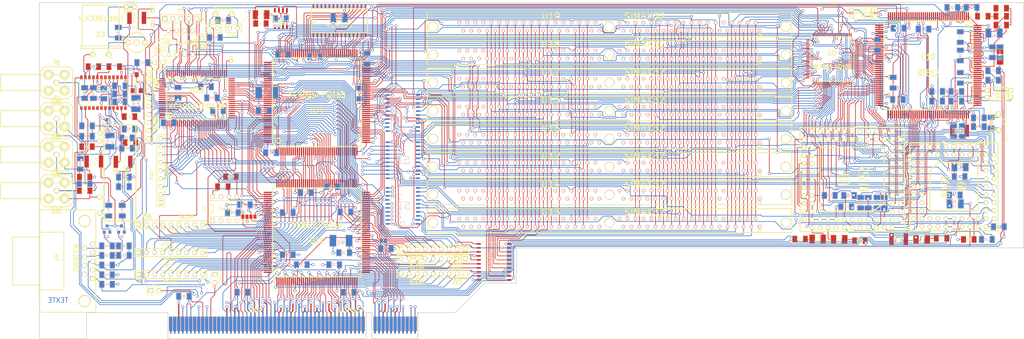
<source format=kicad_pcb>
(kicad_pcb (version 4) (host pcbnew "(2015-10-12 BZR 6266)-product")
  (title_block (title "KiCad demo") (date 2015-10-14) (rev 1.A))
  (layers (0 Composant signal) (1 GND_layer signal) (2 VCC_layer signal) (31 Cuivre signal) (34 B.Paste user) (35 F.Paste user) (36 B.SilkS user) (37 F.SilkS user) (38 B.Mask user) (39 F.Mask user) (44 Edge.Cuts user))
  (net 0 "")
  (net 1 +12V)
  (net 2 +3.3V)
  (net 3 +5F)
  (net 4 /ESVIDEO-RVB/BLUE)
  (net 5 /ESVIDEO-RVB/BLUE_IN)
  (net 6 /ESVIDEO-RVB/DPC0)
  (net 7 /ESVIDEO-RVB/DPC1)
  (net 8 /ESVIDEO-RVB/DPC2)
  (net 9 /ESVIDEO-RVB/DPC4)
  (net 10 /ESVIDEO-RVB/DPC5)
  (net 11 /ESVIDEO-RVB/DPC7)
  (net 12 /ESVIDEO-RVB/GREEN)
  (net 13 /ESVIDEO-RVB/GREEN_IN)
  (net 14 /ESVIDEO-RVB/OE_RVB-)
  (net 15 /ESVIDEO-RVB/PCA0)
  (net 16 /ESVIDEO-RVB/PCA2)
  (net 17 /ESVIDEO-RVB/RDCDA-)
  (net 18 /ESVIDEO-RVB/REF+)
  (net 19 /ESVIDEO-RVB/TVB2)
  (net 20 /ESVIDEO-RVB/TVB3)
  (net 21 /ESVIDEO-RVB/TVG0)
  (net 22 /ESVIDEO-RVB/TVG1)
  (net 23 /ESVIDEO-RVB/TVG2)
  (net 24 /ESVIDEO-RVB/TVG3)
  (net 25 /ESVIDEO-RVB/TVG4)
  (net 26 /ESVIDEO-RVB/TVG5)
  (net 27 /ESVIDEO-RVB/TVR0)
  (net 28 /ESVIDEO-RVB/TVR1)
  (net 29 /ESVIDEO-RVB/TVR2)
  (net 30 /ESVIDEO-RVB/TVR5)
  (net 31 /ESVIDEO-RVB/TVR6)
  (net 32 /ESVIDEO-RVB/TVR7)
  (net 33 /ESVIDEO-RVB/VAA)
  (net 34 /RAMS/CAS0-)
  (net 35 /RAMS/CAS2-)
  (net 36 /RAMS/CAS3-)
  (net 37 /RAMS/MXA0)
  (net 38 /RAMS/MXA1)
  (net 39 /RAMS/MXA10)
  (net 40 /RAMS/MXA2)
  (net 41 /RAMS/MXA3)
  (net 42 /RAMS/MXA4)
  (net 43 /RAMS/MXA5)
  (net 44 /RAMS/MXA6)
  (net 45 /RAMS/MXA7)
  (net 46 /RAMS/MXA8)
  (net 47 /RAMS/MXA9)
  (net 48 /RAMS/RAS3-)
  (net 49 /RAMS/RAS5-)
  (net 50 /RAMS/TVRAM0)
  (net 51 /RAMS/TVRAM1)
  (net 52 /RAMS/TVRAM10)
  (net 53 /RAMS/TVRAM11)
  (net 54 /RAMS/TVRAM12)
  (net 55 /RAMS/TVRAM13)
  (net 56 /RAMS/TVRAM14)
  (net 57 /RAMS/TVRAM15)
  (net 58 /RAMS/TVRAM16)
  (net 59 /RAMS/TVRAM17)
  (net 60 /RAMS/TVRAM18)
  (net 61 /RAMS/TVRAM19)
  (net 62 /RAMS/TVRAM2)
  (net 63 /RAMS/TVRAM20)
  (net 64 /RAMS/TVRAM21)
  (net 65 /RAMS/TVRAM22)
  (net 66 /RAMS/TVRAM23)
  (net 67 /RAMS/TVRAM24)
  (net 68 /RAMS/TVRAM25)
  (net 69 /RAMS/TVRAM26)
  (net 70 /RAMS/TVRAM27)
  (net 71 /RAMS/TVRAM28)
  (net 72 /RAMS/TVRAM29)
  (net 73 /RAMS/TVRAM3)
  (net 74 /RAMS/TVRAM30)
  (net 75 /RAMS/TVRAM31)
  (net 76 /RAMS/TVRAM4)
  (net 77 /RAMS/TVRAM5)
  (net 78 /RAMS/TVRAM6)
  (net 79 /RAMS/TVRAM7)
  (net 80 /RAMS/TVRAM8)
  (net 81 /RAMS/TVRAM9)
  (net 82 /RAMS/WRAM-)
  (net 83 /buspci.sch/ADR6)
  (net 84 /buspci.sch/BPCLK)
  (net 85 /buspci.sch/EA1)
  (net 86 /buspci.sch/EA10)
  (net 87 /buspci.sch/EA11)
  (net 88 /buspci.sch/EA12)
  (net 89 /buspci.sch/EA13)
  (net 90 /buspci.sch/EA14)
  (net 91 /buspci.sch/EA15)
  (net 92 /buspci.sch/EA2)
  (net 93 /buspci.sch/EA3)
  (net 94 /buspci.sch/EA4)
  (net 95 /buspci.sch/EA5)
  (net 96 /buspci.sch/EA6)
  (net 97 /buspci.sch/EA7)
  (net 98 /buspci.sch/EA9)
  (net 99 /buspci.sch/EQ0)
  (net 100 /buspci.sch/EQ1)
  (net 101 /buspci.sch/EQ2)
  (net 102 /buspci.sch/EQ3)
  (net 103 /buspci.sch/EQ4)
  (net 104 /buspci.sch/EQ5)
  (net 105 /buspci.sch/EQ6)
  (net 106 /buspci.sch/EQ7)
  (net 107 /buspci.sch/PTATN-)
  (net 108 /buspci.sch/PTBE-1)
  (net 109 /buspci.sch/PTNUM0)
  (net 110 /buspci.sch/PTRDY-)
  (net 111 /buspci.sch/P_AD0)
  (net 112 /buspci.sch/P_AD1)
  (net 113 /buspci.sch/P_AD10)
  (net 114 /buspci.sch/P_AD11)
  (net 115 /buspci.sch/P_AD12)
  (net 116 /buspci.sch/P_AD13)
  (net 117 /buspci.sch/P_AD14)
  (net 118 /buspci.sch/P_AD15)
  (net 119 /buspci.sch/P_AD16)
  (net 120 /buspci.sch/P_AD17)
  (net 121 /buspci.sch/P_AD18)
  (net 122 /buspci.sch/P_AD19)
  (net 123 /buspci.sch/P_AD2)
  (net 124 /buspci.sch/P_AD20)
  (net 125 /buspci.sch/P_AD21)
  (net 126 /buspci.sch/P_AD22)
  (net 127 /buspci.sch/P_AD23)
  (net 128 /buspci.sch/P_AD24)
  (net 129 /buspci.sch/P_AD25)
  (net 130 /buspci.sch/P_AD26)
  (net 131 /buspci.sch/P_AD27)
  (net 132 /buspci.sch/P_AD28)
  (net 133 /buspci.sch/P_AD29)
  (net 134 /buspci.sch/P_AD3)
  (net 135 /buspci.sch/P_AD30)
  (net 136 /buspci.sch/P_AD31)
  (net 137 /buspci.sch/P_AD4)
  (net 138 /buspci.sch/P_AD5)
  (net 139 /buspci.sch/P_AD6)
  (net 140 /buspci.sch/P_AD7)
  (net 141 /buspci.sch/P_AD8)
  (net 142 /buspci.sch/P_AD9)
  (net 143 /buspci.sch/P_C/BE0#)
  (net 144 /buspci.sch/P_C/BE1#)
  (net 145 /buspci.sch/P_C/BE2#)
  (net 146 /buspci.sch/P_C/BE3#)
  (net 147 /buspci.sch/P_CLK)
  (net 148 /buspci.sch/P_DEVSEL#)
  (net 149 /buspci.sch/P_FRAME#)
  (net 150 /buspci.sch/P_GNT#)
  (net 151 /buspci.sch/P_IDSEL)
  (net 152 /buspci.sch/P_INTA#)
  (net 153 /buspci.sch/P_IRDY#)
  (net 154 /buspci.sch/P_LOCK#)
  (net 155 /buspci.sch/P_PAR)
  (net 156 /buspci.sch/P_PERR#)
  (net 157 /buspci.sch/P_REQ#)
  (net 158 /buspci.sch/P_RST#)
  (net 159 /buspci.sch/P_SERR#)
  (net 160 /buspci.sch/P_STOP#)
  (net 161 /buspci.sch/P_TRDY#)
  (net 162 /buspci.sch/RDFIFO-)
  (net 163 /buspci.sch/WRFIFO-)
  (net 164 /buspci.sch/WRFULL)
  (net 165 /buspci.sch/X_IRQ)
  (net 166 /graphic/14MHZOUT)
  (net 167 /graphic/BT812_RD-)
  (net 168 /graphic/BT812_WR-)
  (net 169 /graphic/CADCLK)
  (net 170 /graphic/CCLK)
  (net 171 /graphic/CDACLK)
  (net 172 /graphic/CLK10MHz)
  (net 173 /graphic/CSIO-)
  (net 174 /graphic/DIN)
  (net 175 /graphic/DONE)
  (net 176 /graphic/HDOUT)
  (net 177 /graphic/HDREFOUT)
  (net 178 /graphic/IA0)
  (net 179 /graphic/IA1)
  (net 180 /graphic/IA2)
  (net 181 /graphic/IA3)
  (net 182 /graphic/IA4)
  (net 183 /graphic/IA5)
  (net 184 /graphic/IA6)
  (net 185 /graphic/IA7)
  (net 186 /graphic/IA8)
  (net 187 /graphic/IA9)
  (net 188 /graphic/ICAS-)
  (net 189 /graphic/ID0)
  (net 190 /graphic/ID1)
  (net 191 /graphic/ID2)
  (net 192 /graphic/ID3)
  (net 193 /graphic/IOE-)
  (net 194 /graphic/IRAS-)
  (net 195 /graphic/IRQ_SLR)
  (net 196 /graphic/IWR-)
  (net 197 /graphic/LED)
  (net 198 /graphic/PROG*)
  (net 199 /graphic/RESERV1)
  (net 200 /graphic/VOSC)
  (net 201 /graphic/XTAL_I)
  (net 202 /graphic/X_CLK)
  (net 203 /graphic/X_DIN)
  (net 204 /graphic/X_PROG-)
  (net 205 /modul/BLEU)
  (net 206 /modul/CHROM)
  (net 207 /modul/COUT)
  (net 208 /modul/CVBS)
  (net 209 /modul/CVBSOUT)
  (net 210 /modul/LUM)
  (net 211 /modul/YOUT)
  (net 212 /muxdata/DATA_WR)
  (net 213 /muxdata/DPC10)
  (net 214 /muxdata/DPC11)
  (net 215 /muxdata/DPC12)
  (net 216 /muxdata/DPC13)
  (net 217 /muxdata/DPC14)
  (net 218 /muxdata/DPC15)
  (net 219 /muxdata/DPC16)
  (net 220 /muxdata/DPC17)
  (net 221 /muxdata/DPC18)
  (net 222 /muxdata/DPC19)
  (net 223 /muxdata/DPC20)
  (net 224 /muxdata/DPC21)
  (net 225 /muxdata/DPC22)
  (net 226 /muxdata/DPC23)
  (net 227 /muxdata/DPC24)
  (net 228 /muxdata/DPC25)
  (net 229 /muxdata/DPC26)
  (net 230 /muxdata/DPC27)
  (net 231 /muxdata/DPC28)
  (net 232 /muxdata/DPC29)
  (net 233 /muxdata/DPC30)
  (net 234 /muxdata/DPC31)
  (net 235 /muxdata/DPC8)
  (net 236 /muxdata/DPC9)
  (net 237 /muxdata/X_DIN)
  (net 238 /pal-ntsc.sch/C-VIDEO)
  (net 239 /pal-ntsc.sch/RESET-)
  (net 240 /pal-ntsc.sch/VAF)
  (net 241 /pal-ntsc.sch/Y-VIDEO)
  (net 242 /pal-ntsc.sch/Y_SYNC)
  (net 243 GND)
  (net 244 "Net-(BUS1-PadB1)")
  (net 245 "Net-(BUS1-PadB2)")
  (net 246 "Net-(BUS1-PadA4)")
  (net 247 VCC)
  (net 248 "Net-(BUS1-PadB7)")
  (net 249 "Net-(BUS1-PadB8)")
  (net 250 "Net-(BUS1-PadB9)")
  (net 251 "Net-(BUS1-PadB10)")
  (net 252 "Net-(BUS1-PadB11)")
  (net 253 "Net-(BUS1-PadB14)")
  (net 254 "Net-(BUS1-PadB60)")
  (net 255 "Net-(BUS1-PadA1)")
  (net 256 "Net-(BUS1-PadA3)")
  (net 257 "Net-(BUS1-PadA7)")
  (net 258 "Net-(BUS1-PadA9)")
  (net 259 "Net-(BUS1-PadA11)")
  (net 260 "Net-(BUS1-PadA14)")
  (net 261 "Net-(BUS1-PadA19)")
  (net 262 "Net-(BUS1-PadA40)")
  (net 263 "Net-(BUS1-PadA41)")
  (net 264 "Net-(BUS1-PadA60)")
  (net 265 "Net-(C1-Pad1)")
  (net 266 "Net-(C1-Pad2)")
  (net 267 "Net-(C3-Pad1)")
  (net 268 "Net-(C4-Pad1)")
  (net 269 /ESVIDEO-RVB/RED_IN)
  (net 270 "Net-(C5-Pad1)")
  (net 271 "Net-(C5-Pad2)")
  (net 272 "Net-(C6-Pad1)")
  (net 273 "Net-(C7-Pad1)")
  (net 274 "Net-(C8-Pad1)")
  (net 275 "Net-(C8-Pad2)")
  (net 276 "Net-(C16-Pad1)")
  (net 277 "Net-(C32-Pad2)")
  (net 278 "Net-(C34-Pad2)")
  (net 279 "Net-(C35-Pad2)")
  (net 280 "Net-(C36-Pad1)")
  (net 281 "Net-(C36-Pad2)")
  (net 282 "Net-(C39-Pad1)")
  (net 283 "Net-(C39-Pad2)")
  (net 284 "Net-(C40-Pad1)")
  (net 285 "Net-(C40-Pad2)")
  (net 286 "Net-(C41-Pad1)")
  (net 287 "Net-(C41-Pad2)")
  (net 288 "Net-(C43-Pad1)")
  (net 289 "Net-(C44-Pad1)")
  (net 290 "Net-(C45-Pad1)")
  (net 291 "Net-(C46-Pad1)")
  (net 292 "Net-(C48-Pad2)")
  (net 293 "Net-(C49-Pad1)")
  (net 294 "Net-(C54-Pad1)")
  (net 295 "Net-(C58-Pad1)")
  (net 296 "Net-(C59-Pad1)")
  (net 297 "Net-(C60-Pad1)")
  (net 298 "Net-(C61-Pad1)")
  (net 299 "Net-(C61-Pad2)")
  (net 300 "Net-(C65-Pad2)")
  (net 301 "Net-(C66-Pad2)")
  (net 302 "Net-(CV1-Pad1)")
  (net 303 "Net-(D6-Pad1)")
  (net 304 "Net-(L1-Pad1)")
  (net 305 "Net-(L6-Pad1)")
  (net 306 "Net-(L6-Pad2)")
  (net 307 "Net-(P4-Pad1)")
  (net 308 "Net-(P9-Pad1)")
  (net 309 "Net-(P10-Pad1)")
  (net 310 "Net-(P11-Pad1)")
  (net 311 "Net-(POT1-Pad1)")
  (net 312 "Net-(Q1-Pad1)")
  (net 313 "Net-(Q1-Pad2)")
  (net 314 "Net-(Q2-Pad1)")
  (net 315 "Net-(Q2-Pad2)")
  (net 316 "Net-(Q3-Pad1)")
  (net 317 "Net-(Q3-Pad2)")
  (net 318 "Net-(R4-Pad1)")
  (net 319 "Net-(R5-Pad1)")
  (net 320 "Net-(R6-Pad1)")
  (net 321 "Net-(R7-Pad1)")
  (net 322 "Net-(R9-Pad2)")
  (net 323 "Net-(R10-Pad2)")
  (net 324 "Net-(R19-Pad2)")
  (net 325 "Net-(R27-Pad1)")
  (net 326 "Net-(R28-Pad2)")
  (net 327 "Net-(R29-Pad2)")
  (net 328 /graphic/CSYNC-OUT)
  (net 329 "Net-(R36-Pad2)")
  (net 330 "Net-(R38-Pad1)")
  (net 331 /buspci.sch/SELECT-)
  (net 332 /buspci.sch/WR-)
  (net 333 /buspci.sch/RD-)
  (net 334 /buspci.sch/PTADR-)
  (net 335 /ESVIDEO-RVB/DPC3)
  (net 336 /ESVIDEO-RVB/DPC6)
  (net 337 /graphic/ACCES_RAM-)
  (net 338 /ESVIDEO-RVB/CSYNCIN-)
  (net 339 /ESVIDEO-RVB/PCA1)
  (net 340 /ESVIDEO-RVB/RDCAD-)
  (net 341 /ESVIDEO-RVB/WRCAD-)
  (net 342 /ESVIDEO-RVB/TVB7)
  (net 343 /ESVIDEO-RVB/TVB6)
  (net 344 /ESVIDEO-RVB/TVB5)
  (net 345 /ESVIDEO-RVB/TVB4)
  (net 346 /ESVIDEO-RVB/TVB1)
  (net 347 /ESVIDEO-RVB/TVB0)
  (net 348 /ESVIDEO-RVB/TVG7)
  (net 349 /ESVIDEO-RVB/TVG6)
  (net 350 /ESVIDEO-RVB/CLAMP)
  (net 351 /ESVIDEO-RVB/TVR4)
  (net 352 /ESVIDEO-RVB/TVR3)
  (net 353 "Net-(U8-Pad58)")
  (net 354 "Net-(U8-Pad60)")
  (net 355 "Net-(U8-Pad62)")
  (net 356 /ESVIDEO-RVB/BLANK-)
  (net 357 /ESVIDEO-RVB/TVI0)
  (net 358 /ESVIDEO-RVB/TVI1)
  (net 359 /ESVIDEO-RVB/WRCDA-)
  (net 360 /ESVIDEO-RVB/OE_PAL-)
  (net 361 /graphic/VD_PAL-)
  (net 362 /graphic/HD_PAL-)
  (net 363 /graphic/F_PALIN)
  (net 364 /buspci.sch/BE-3)
  (net 365 /buspci.sch/BE-2)
  (net 366 /buspci.sch/BE-1)
  (net 367 /buspci.sch/ADR5)
  (net 368 /buspci.sch/ADR4)
  (net 369 /buspci.sch/ADR3)
  (net 370 /buspci.sch/ADR2)
  (net 371 /buspci.sch/PTNUM1)
  (net 372 /buspci.sch/IRQ-)
  (net 373 /buspci.sch/BE-0)
  (net 374 /buspci.sch/RDEMPTY)
  (net 375 /buspci.sch/PTWR)
  (net 376 /buspci.sch/PTBURST-)
  (net 377 /buspci.sch/PTBE-0)
  (net 378 /buspci.sch/PTBE-2)
  (net 379 /buspci.sch/PTBE-3)
  (net 380 /RAMS/CAS1-)
  (net 381 /RAMS/RAS7-)
  (net 382 /RAMS/RAS6-)
  (net 383 /RAMS/RAS4-)
  (net 384 /RAMS/RAS2-)
  (net 385 /RAMS/RAS1-)
  (net 386 /RAMS/RAS0-)
  (net 387 "Net-(U20-Pad23)")
  (net 388 /graphic/ACQ_ON)
  (net 389 /graphic/X_DONE)
  (module connect:BUSPCI (layer Composant) (at 158.115 158.75)
    (fp_text reference BUS1 (at -35.941 -4.699) (layer F.SilkS) (effects (font (size 1.524 1.016) (thickness 0.2032))))
    (fp_text value BUSPCI_5V (at -5.842 -4.699) (layer F.SilkS) (effects (font (size 1.524 1.016) (thickness 0.2032))))
    (pad B1 connect rect (at -62.865 -0.254) (size 1.016 4.572) (layers Composant F.Mask) (net 244 "Net-(BUS1-PadB1)"))
    (pad B2 connect rect (at -61.595 -0.254) (size 1.016 4.572) (layers Composant F.Mask) (net 245 "Net-(BUS1-PadB2)"))
    (pad B3 connect rect (at -60.325 -0.254) (size 1.016 4.572) (layers Composant F.Mask) (net 243 GND))
    (pad B4 connect rect (at -59.055 -0.254) (size 1.016 4.572) (layers Composant F.Mask) (net 246 "Net-(BUS1-PadA4)"))
    (pad B5 connect rect (at -57.785 -0.254) (size 1.016 4.572) (layers Composant F.Mask) (net 247 VCC))
    (pad B6 connect rect (at -56.515 -0.254) (size 1.016 4.572) (layers Composant F.Mask) (net 247 VCC))
    (pad B7 connect rect (at -55.245 -0.254) (size 1.016 4.572) (layers Composant F.Mask) (net 248 "Net-(BUS1-PadB7)"))
    (pad B8 connect rect (at -53.975 -0.254) (size 1.016 4.572) (layers Composant F.Mask) (net 249 "Net-(BUS1-PadB8)"))
    (pad B9 connect rect (at -52.705 -0.254) (size 1.016 4.572) (layers Composant F.Mask) (net 250 "Net-(BUS1-PadB9)"))
    (pad B10 connect rect (at -51.435 -0.254) (size 1.016 4.572) (layers Composant F.Mask) (net 251 "Net-(BUS1-PadB10)"))
    (pad B11 connect rect (at -50.165 -0.254) (size 1.016 4.572) (layers Composant F.Mask) (net 252 "Net-(BUS1-PadB11)"))
    (pad B12 connect rect (at -48.895 -0.254) (size 1.016 4.572) (layers Composant F.Mask))
    (pad B13 connect rect (at -47.625 -0.254) (size 1.016 4.572) (layers Composant F.Mask))
    (pad B14 connect rect (at -46.355 -0.254) (size 1.016 4.572) (layers Composant F.Mask) (net 253 "Net-(BUS1-PadB14)"))
    (pad B15 connect rect (at -45.085 -0.254) (size 1.016 4.572) (layers Composant F.Mask) (net 243 GND))
    (pad B16 connect rect (at -43.815 -0.254) (size 1.016 4.572) (layers Composant F.Mask) (net 147 /buspci.sch/P_CLK))
    (pad B17 connect rect (at -42.545 -0.254) (size 1.016 4.572) (layers Composant F.Mask) (net 243 GND))
    (pad B18 connect rect (at -41.275 -0.254) (size 1.016 4.572) (layers Composant F.Mask) (net 157 /buspci.sch/P_REQ#))
    (pad B19 connect rect (at -40.005 -0.254) (size 1.016 4.572) (layers Composant F.Mask) (net 247 VCC))
    (pad B20 connect rect (at -38.735 -0.254) (size 1.016 4.572) (layers Composant F.Mask) (net 136 /buspci.sch/P_AD31))
    (pad B21 connect rect (at -37.465 -0.254) (size 1.016 4.572) (layers Composant F.Mask) (net 133 /buspci.sch/P_AD29))
    (pad B22 connect rect (at -36.195 -0.254) (size 1.016 4.572) (layers Composant F.Mask) (net 243 GND))
    (pad B23 connect rect (at -34.925 -0.254) (size 1.016 4.572) (layers Composant F.Mask) (net 131 /buspci.sch/P_AD27))
    (pad B24 connect rect (at -33.655 -0.254) (size 1.016 4.572) (layers Composant F.Mask) (net 129 /buspci.sch/P_AD25))
    (pad B25 connect rect (at -32.385 -0.254) (size 1.016 4.572) (layers Composant F.Mask) (net 2 +3.3V))
    (pad B26 connect rect (at -31.115 -0.254) (size 1.016 4.572) (layers Composant F.Mask) (net 146 /buspci.sch/P_C/BE3#))
    (pad B27 connect rect (at -29.845 -0.254) (size 1.016 4.572) (layers Composant F.Mask) (net 127 /buspci.sch/P_AD23))
    (pad B28 connect rect (at -28.575 -0.254) (size 1.016 4.572) (layers Composant F.Mask) (net 243 GND))
    (pad B29 connect rect (at -27.305 -0.254) (size 1.016 4.572) (layers Composant F.Mask) (net 125 /buspci.sch/P_AD21))
    (pad B30 connect rect (at -26.035 -0.254) (size 1.016 4.572) (layers Composant F.Mask) (net 122 /buspci.sch/P_AD19))
    (pad B31 connect rect (at -24.765 -0.254) (size 1.016 4.572) (layers Composant F.Mask) (net 2 +3.3V))
    (pad B32 connect rect (at -23.495 -0.254) (size 1.016 4.572) (layers Composant F.Mask) (net 120 /buspci.sch/P_AD17))
    (pad B33 connect rect (at -22.225 -0.254) (size 1.016 4.572) (layers Composant F.Mask) (net 145 /buspci.sch/P_C/BE2#))
    (pad B34 connect rect (at -20.955 -0.254) (size 1.016 4.572) (layers Composant F.Mask) (net 243 GND))
    (pad B35 connect rect (at -19.685 -0.254) (size 1.016 4.572) (layers Composant F.Mask) (net 153 /buspci.sch/P_IRDY#))
    (pad B36 connect rect (at -18.415 -0.254) (size 1.016 4.572) (layers Composant F.Mask) (net 2 +3.3V))
    (pad B37 connect rect (at -17.145 -0.254) (size 1.016 4.572) (layers Composant F.Mask) (net 148 /buspci.sch/P_DEVSEL#))
    (pad B38 connect rect (at -15.875 -0.254) (size 1.016 4.572) (layers Composant F.Mask) (net 243 GND))
    (pad B39 connect rect (at -14.605 -0.254) (size 1.016 4.572) (layers Composant F.Mask) (net 154 /buspci.sch/P_LOCK#))
    (pad B40 connect rect (at -13.335 -0.254) (size 1.016 4.572) (layers Composant F.Mask) (net 156 /buspci.sch/P_PERR#))
    (pad B41 connect rect (at -12.065 -0.254) (size 1.016 4.572) (layers Composant F.Mask) (net 2 +3.3V))
    (pad B42 connect rect (at -10.795 -0.254) (size 1.016 4.572) (layers Composant F.Mask) (net 159 /buspci.sch/P_SERR#))
    (pad B43 connect rect (at -9.525 -0.254) (size 1.016 4.572) (layers Composant F.Mask) (net 2 +3.3V))
    (pad B44 connect rect (at -8.255 -0.254) (size 1.016 4.572) (layers Composant F.Mask) (net 144 /buspci.sch/P_C/BE1#))
    (pad B45 connect rect (at -6.985 -0.254) (size 1.016 4.572) (layers Composant F.Mask) (net 117 /buspci.sch/P_AD14))
    (pad B46 connect rect (at -5.715 -0.254) (size 1.016 4.572) (layers Composant F.Mask) (net 243 GND))
    (pad B47 connect rect (at -4.445 -0.254) (size 1.016 4.572) (layers Composant F.Mask) (net 115 /buspci.sch/P_AD12))
    (pad B48 connect rect (at -3.175 -0.254) (size 1.016 4.572) (layers Composant F.Mask) (net 113 /buspci.sch/P_AD10))
    (pad B49 connect rect (at -1.905 -0.254) (size 1.016 4.572) (layers Composant F.Mask) (net 243 GND))
    (pad B52 connect rect (at 1.905 -0.254) (size 1.016 4.572) (layers Composant F.Mask) (net 141 /buspci.sch/P_AD8))
    (pad B53 connect rect (at 3.175 -0.254) (size 1.016 4.572) (layers Composant F.Mask) (net 140 /buspci.sch/P_AD7))
    (pad B54 connect rect (at 4.445 -0.254) (size 1.016 4.572) (layers Composant F.Mask) (net 2 +3.3V))
    (pad B55 connect rect (at 5.715 -0.254) (size 1.016 4.572) (layers Composant F.Mask) (net 138 /buspci.sch/P_AD5))
    (pad B56 connect rect (at 6.985 -0.254) (size 1.016 4.572) (layers Composant F.Mask) (net 134 /buspci.sch/P_AD3))
    (pad B57 connect rect (at 8.255 -0.254) (size 1.016 4.572) (layers Composant F.Mask) (net 243 GND))
    (pad B58 connect rect (at 9.525 -0.254) (size 1.016 4.572) (layers Composant F.Mask) (net 112 /buspci.sch/P_AD1))
    (pad B59 connect rect (at 10.795 -0.254) (size 1.016 4.572) (layers Composant F.Mask) (net 247 VCC))
    (pad B60 connect rect (at 12.065 -0.254) (size 1.016 4.572) (layers Composant F.Mask) (net 254 "Net-(BUS1-PadB60)"))
    (pad B61 connect rect (at 13.335 -0.254) (size 1.016 4.572) (layers Composant F.Mask) (net 247 VCC))
    (pad B62 connect rect (at 14.605 -0.254) (size 1.016 4.572) (layers Composant F.Mask) (net 247 VCC))
    (pad A1 connect rect (at -62.865 -0.254) (size 1.016 4.572) (layers Cuivre B.Mask) (net 255 "Net-(BUS1-PadA1)"))
    (pad A2 connect rect (at -61.595 -0.254) (size 1.016 4.572) (layers Cuivre B.Mask) (net 1 +12V))
    (pad A3 connect rect (at -60.325 -0.254) (size 1.016 4.572) (layers Cuivre B.Mask) (net 256 "Net-(BUS1-PadA3)"))
    (pad A4 connect rect (at -59.055 -0.254) (size 1.016 4.572) (layers Cuivre B.Mask) (net 246 "Net-(BUS1-PadA4)"))
    (pad A5 connect rect (at -57.785 -0.254) (size 1.016 4.572) (layers Cuivre B.Mask) (net 247 VCC))
    (pad A6 connect rect (at -56.515 -0.254) (size 1.016 4.572) (layers Cuivre B.Mask) (net 152 /buspci.sch/P_INTA#))
    (pad A7 connect rect (at -55.245 -0.254) (size 1.016 4.572) (layers Cuivre B.Mask) (net 257 "Net-(BUS1-PadA7)"))
    (pad A8 connect rect (at -53.975 -0.254) (size 1.016 4.572) (layers Cuivre B.Mask) (net 247 VCC))
    (pad A9 connect rect (at -52.705 -0.254) (size 1.016 4.572) (layers Cuivre B.Mask) (net 258 "Net-(BUS1-PadA9)"))
    (pad A10 connect rect (at -51.435 -0.254) (size 1.016 4.572) (layers Cuivre B.Mask) (net 247 VCC))
    (pad A11 connect rect (at -50.165 -0.254) (size 1.016 4.572) (layers Cuivre B.Mask) (net 259 "Net-(BUS1-PadA11)"))
    (pad A12 connect rect (at -48.895 -0.254) (size 1.016 4.572) (layers Cuivre B.Mask))
    (pad A13 connect rect (at -47.625 -0.254) (size 1.016 4.572) (layers Cuivre B.Mask))
    (pad A14 connect rect (at -46.355 -0.254) (size 1.016 4.572) (layers Cuivre B.Mask) (net 260 "Net-(BUS1-PadA14)"))
    (pad A15 connect rect (at -45.085 -0.254) (size 1.016 4.572) (layers Cuivre B.Mask) (net 158 /buspci.sch/P_RST#))
    (pad A16 connect rect (at -43.815 -0.254) (size 1.016 4.572) (layers Cuivre B.Mask) (net 247 VCC))
    (pad A17 connect rect (at -42.545 -0.254) (size 1.016 4.572) (layers Cuivre B.Mask) (net 150 /buspci.sch/P_GNT#))
    (pad A18 connect rect (at -41.275 -0.254) (size 1.016 4.572) (layers Cuivre B.Mask) (net 243 GND))
    (pad A19 connect rect (at -40.005 -0.254) (size 1.016 4.572) (layers Cuivre B.Mask) (net 261 "Net-(BUS1-PadA19)"))
    (pad A20 connect rect (at -38.735 -0.254) (size 1.016 4.572) (layers Cuivre B.Mask) (net 135 /buspci.sch/P_AD30))
    (pad A21 connect rect (at -37.465 -0.254) (size 1.016 4.572) (layers Cuivre B.Mask) (net 2 +3.3V))
    (pad A22 connect rect (at -36.195 -0.254) (size 1.016 4.572) (layers Cuivre B.Mask) (net 132 /buspci.sch/P_AD28))
    (pad A23 connect rect (at -34.925 -0.254) (size 1.016 4.572) (layers Cuivre B.Mask) (net 130 /buspci.sch/P_AD26))
    (pad A24 connect rect (at -33.655 -0.254) (size 1.016 4.572) (layers Cuivre B.Mask) (net 243 GND))
    (pad A25 connect rect (at -32.385 -0.254) (size 1.016 4.572) (layers Cuivre B.Mask) (net 128 /buspci.sch/P_AD24))
    (pad A26 connect rect (at -31.115 -0.254) (size 1.016 4.572) (layers Cuivre B.Mask) (net 151 /buspci.sch/P_IDSEL))
    (pad A27 connect rect (at -29.845 -0.254) (size 1.016 4.572) (layers Cuivre B.Mask) (net 2 +3.3V))
    (pad A28 connect rect (at -28.575 -0.254) (size 1.016 4.572) (layers Cuivre B.Mask) (net 126 /buspci.sch/P_AD22))
    (pad A29 connect rect (at -27.305 -0.254) (size 1.016 4.572) (layers Cuivre B.Mask) (net 124 /buspci.sch/P_AD20))
    (pad A30 connect rect (at -26.035 -0.254) (size 1.016 4.572) (layers Cuivre B.Mask) (net 243 GND))
    (pad A31 connect rect (at -24.765 -0.254) (size 1.016 4.572) (layers Cuivre B.Mask) (net 121 /buspci.sch/P_AD18))
    (pad A32 connect rect (at -23.495 -0.254) (size 1.016 4.572) (layers Cuivre B.Mask) (net 119 /buspci.sch/P_AD16))
    (pad A33 connect rect (at -22.225 -0.254) (size 1.016 4.572) (layers Cuivre B.Mask) (net 2 +3.3V))
    (pad A34 connect rect (at -20.955 -0.254) (size 1.016 4.572) (layers Cuivre B.Mask) (net 149 /buspci.sch/P_FRAME#))
    (pad A35 connect rect (at -19.685 -0.254) (size 1.016 4.572) (layers Cuivre B.Mask) (net 243 GND))
    (pad A36 connect rect (at -18.415 -0.254) (size 1.016 4.572) (layers Cuivre B.Mask) (net 161 /buspci.sch/P_TRDY#))
    (pad A37 connect rect (at -17.145 -0.254) (size 1.016 4.572) (layers Cuivre B.Mask) (net 243 GND))
    (pad A38 connect rect (at -15.875 -0.254) (size 1.016 4.572) (layers Cuivre B.Mask) (net 160 /buspci.sch/P_STOP#))
    (pad A39 connect rect (at -14.605 -0.254) (size 1.016 4.572) (layers Cuivre B.Mask) (net 2 +3.3V))
    (pad A40 connect rect (at -13.335 -0.254) (size 1.016 4.572) (layers Cuivre B.Mask) (net 262 "Net-(BUS1-PadA40)"))
    (pad A41 connect rect (at -12.065 -0.254) (size 1.016 4.572) (layers Cuivre B.Mask) (net 263 "Net-(BUS1-PadA41)"))
    (pad A42 connect rect (at -10.795 -0.254) (size 1.016 4.572) (layers Cuivre B.Mask) (net 243 GND))
    (pad A43 connect rect (at -9.525 -0.254) (size 1.016 4.572) (layers Cuivre B.Mask) (net 155 /buspci.sch/P_PAR))
    (pad A44 connect rect (at -8.255 -0.254) (size 1.016 4.572) (layers Cuivre B.Mask) (net 118 /buspci.sch/P_AD15))
    (pad A45 connect rect (at -6.985 -0.254) (size 1.016 4.572) (layers Cuivre B.Mask) (net 2 +3.3V))
    (pad A46 connect rect (at -5.715 -0.254) (size 1.016 4.572) (layers Cuivre B.Mask) (net 116 /buspci.sch/P_AD13))
    (pad A47 connect rect (at -4.445 -0.254) (size 1.016 4.572) (layers Cuivre B.Mask) (net 114 /buspci.sch/P_AD11))
    (pad A48 connect rect (at -3.175 -0.254) (size 1.016 4.572) (layers Cuivre B.Mask) (net 243 GND))
    (pad A49 connect rect (at -1.905 -0.254) (size 1.016 4.572) (layers Cuivre B.Mask) (net 142 /buspci.sch/P_AD9))
    (pad A52 connect rect (at 1.905 -0.254) (size 1.016 4.572) (layers Cuivre B.Mask) (net 143 /buspci.sch/P_C/BE0#))
    (pad A53 connect rect (at 3.175 -0.254) (size 1.016 4.572) (layers Cuivre B.Mask) (net 2 +3.3V))
    (pad A54 connect rect (at 4.445 -0.254) (size 1.016 4.572) (layers Cuivre B.Mask) (net 139 /buspci.sch/P_AD6))
    (pad A55 connect rect (at 5.715 -0.254) (size 1.016 4.572) (layers Cuivre B.Mask) (net 137 /buspci.sch/P_AD4))
    (pad A56 connect rect (at 6.985 -0.254) (size 1.016 4.572) (layers Cuivre B.Mask) (net 243 GND))
    (pad A57 connect rect (at 8.255 -0.254) (size 1.016 4.572) (layers Cuivre B.Mask) (net 123 /buspci.sch/P_AD2))
    (pad A58 connect rect (at 9.525 -0.254) (size 1.016 4.572) (layers Cuivre B.Mask) (net 111 /buspci.sch/P_AD0))
    (pad A59 connect rect (at 10.795 -0.254) (size 1.016 4.572) (layers Cuivre B.Mask) (net 247 VCC))
    (pad A60 connect rect (at 12.065 -0.254) (size 1.016 4.572) (layers Cuivre B.Mask) (net 264 "Net-(BUS1-PadA60)"))
    (pad A61 connect rect (at 13.335 -0.254) (size 1.016 4.572) (layers Cuivre B.Mask) (net 247 VCC))
    (pad A62 connect rect (at 14.605 -0.254) (size 1.016 4.572) (layers Cuivre B.Mask) (net 247 VCC))
    (pad B2 connect rect (at -61.595 2.413) (size 0.508 0.762) (layers Composant F.Mask) (net 245 "Net-(BUS1-PadB2)"))
    (pad B3 connect rect (at -60.325 2.413) (size 0.508 0.762) (layers Composant F.Mask) (net 243 GND))
    (pad B4 connect rect (at -59.055 2.413) (size 0.508 0.762) (layers Composant F.Mask) (net 246 "Net-(BUS1-PadA4)"))
    (pad B5 connect rect (at -57.785 2.413) (size 0.508 0.762) (layers Composant F.Mask) (net 247 VCC))
    (pad B6 connect rect (at -56.515 2.413) (size 0.508 0.762) (layers Composant F.Mask) (net 247 VCC))
    (pad B7 connect rect (at -55.245 2.413) (size 0.508 0.762) (layers Composant F.Mask) (net 248 "Net-(BUS1-PadB7)"))
    (pad B8 connect rect (at -53.975 2.413) (size 0.508 0.762) (layers Composant F.Mask) (net 249 "Net-(BUS1-PadB8)"))
    (pad B9 connect rect (at -52.705 2.413) (size 0.508 0.762) (layers Composant F.Mask) (net 250 "Net-(BUS1-PadB9)"))
    (pad B10 connect rect (at -51.435 2.413) (size 0.508 0.762) (layers Composant F.Mask) (net 251 "Net-(BUS1-PadB10)"))
    (pad B11 connect rect (at -50.165 2.413) (size 0.508 0.762) (layers Composant F.Mask) (net 252 "Net-(BUS1-PadB11)"))
    (pad B12 connect rect (at -48.895 2.413) (size 0.508 0.762) (layers Composant F.Mask))
    (pad B13 connect rect (at -47.625 2.413) (size 0.508 0.762) (layers Composant F.Mask))
    (pad B14 connect rect (at -46.355 2.413) (size 0.508 0.762) (layers Composant F.Mask) (net 253 "Net-(BUS1-PadB14)"))
    (pad B15 connect rect (at -45.085 2.413) (size 0.508 0.762) (layers Composant F.Mask) (net 243 GND))
    (pad B16 connect rect (at -43.815 2.413) (size 0.508 0.762) (layers Composant F.Mask) (net 147 /buspci.sch/P_CLK))
    (pad B17 connect rect (at -42.545 2.413) (size 0.508 0.762) (layers Composant F.Mask) (net 243 GND))
    (pad B18 connect rect (at -41.275 2.413) (size 0.508 0.762) (layers Composant F.Mask) (net 157 /buspci.sch/P_REQ#))
    (pad B19 connect rect (at -40.005 2.413) (size 0.508 0.762) (layers Composant F.Mask) (net 247 VCC))
    (pad B20 connect rect (at -38.735 2.413) (size 0.508 0.762) (layers Composant F.Mask) (net 136 /buspci.sch/P_AD31))
    (pad B21 connect rect (at -37.465 2.413) (size 0.508 0.762) (layers Composant F.Mask) (net 133 /buspci.sch/P_AD29))
    (pad B22 connect rect (at -36.195 2.413) (size 0.508 0.762) (layers Composant F.Mask) (net 243 GND))
    (pad B23 connect rect (at -34.925 2.413) (size 0.508 0.762) (layers Composant F.Mask) (net 131 /buspci.sch/P_AD27))
    (pad B24 connect rect (at -33.655 2.413) (size 0.508 0.762) (layers Composant F.Mask) (net 129 /buspci.sch/P_AD25))
    (pad B25 connect rect (at -32.385 2.413) (size 0.508 0.762) (layers Composant F.Mask) (net 2 +3.3V))
    (pad B26 connect rect (at -31.115 2.413) (size 0.508 0.762) (layers Composant F.Mask) (net 146 /buspci.sch/P_C/BE3#))
    (pad B27 connect rect (at -29.845 2.413) (size 0.508 0.762) (layers Composant F.Mask) (net 127 /buspci.sch/P_AD23))
    (pad B28 connect rect (at -28.575 2.413) (size 0.508 0.762) (layers Composant F.Mask) (net 243 GND))
    (pad B29 connect rect (at -27.305 2.413) (size 0.508 0.762) (layers Composant F.Mask) (net 125 /buspci.sch/P_AD21))
    (pad B30 connect rect (at -26.035 2.413) (size 0.508 0.762) (layers Composant F.Mask) (net 122 /buspci.sch/P_AD19))
    (pad B31 connect rect (at -24.765 2.413) (size 0.508 0.762) (layers Composant F.Mask) (net 2 +3.3V))
    (pad B32 connect rect (at -23.495 2.413) (size 0.508 0.762) (layers Composant F.Mask) (net 120 /buspci.sch/P_AD17))
    (pad B33 connect rect (at -22.225 2.413) (size 0.508 0.762) (layers Composant F.Mask) (net 145 /buspci.sch/P_C/BE2#))
    (pad B34 connect rect (at -20.955 2.413) (size 0.508 0.762) (layers Composant F.Mask) (net 243 GND))
    (pad B35 connect rect (at -19.685 2.413) (size 0.508 0.762) (layers Composant F.Mask) (net 153 /buspci.sch/P_IRDY#))
    (pad B36 connect rect (at -18.415 2.413) (size 0.508 0.762) (layers Composant F.Mask) (net 2 +3.3V))
    (pad B37 connect rect (at -17.145 2.413) (size 0.508 0.762) (layers Composant F.Mask) (net 148 /buspci.sch/P_DEVSEL#))
    (pad B38 connect rect (at -15.875 2.413) (size 0.508 0.762) (layers Composant F.Mask) (net 243 GND))
    (pad B39 connect rect (at -14.605 2.413) (size 0.508 0.762) (layers Composant F.Mask) (net 154 /buspci.sch/P_LOCK#))
    (pad B40 connect rect (at -13.335 2.413) (size 0.508 0.762) (layers Composant F.Mask) (net 156 /buspci.sch/P_PERR#))
    (pad B41 connect rect (at -12.065 2.413) (size 0.508 0.762) (layers Composant F.Mask) (net 2 +3.3V))
    (pad B42 connect rect (at -10.795 2.413) (size 0.508 0.762) (layers Composant F.Mask) (net 159 /buspci.sch/P_SERR#))
    (pad B43 connect rect (at -9.525 2.413) (size 0.508 0.762) (layers Composant F.Mask) (net 2 +3.3V))
    (pad B44 connect rect (at -8.255 2.413) (size 0.508 0.762) (layers Composant F.Mask) (net 144 /buspci.sch/P_C/BE1#))
    (pad B45 connect rect (at -6.985 2.413) (size 0.508 0.762) (layers Composant F.Mask) (net 117 /buspci.sch/P_AD14))
    (pad B46 connect rect (at -5.715 2.413) (size 0.508 0.762) (layers Composant F.Mask) (net 243 GND))
    (pad B47 connect rect (at -4.445 2.413) (size 0.508 0.762) (layers Composant F.Mask) (net 115 /buspci.sch/P_AD12))
    (pad B48 connect rect (at -3.175 2.413) (size 0.508 0.762) (layers Composant F.Mask) (net 113 /buspci.sch/P_AD10))
    (pad B49 connect rect (at -1.905 2.413) (size 0.508 0.762) (layers Composant F.Mask) (net 243 GND))
    (pad B52 connect rect (at 1.905 2.413) (size 0.508 0.762) (layers Composant F.Mask) (net 141 /buspci.sch/P_AD8))
    (pad B53 connect rect (at 3.175 2.413) (size 0.508 0.762) (layers Composant F.Mask) (net 140 /buspci.sch/P_AD7))
    (pad B54 connect rect (at 4.445 2.413) (size 0.508 0.762) (layers Composant F.Mask) (net 2 +3.3V))
    (pad B55 connect rect (at 5.715 2.413) (size 0.508 0.762) (layers Composant F.Mask) (net 138 /buspci.sch/P_AD5))
    (pad B56 connect rect (at 6.985 2.413) (size 0.508 0.762) (layers Composant F.Mask) (net 134 /buspci.sch/P_AD3))
    (pad B57 connect rect (at 8.255 2.413) (size 0.508 0.762) (layers Composant F.Mask) (net 243 GND))
    (pad B58 connect rect (at 9.525 2.413) (size 0.508 0.762) (layers Composant F.Mask) (net 112 /buspci.sch/P_AD1))
    (pad B59 connect rect (at 10.795 2.413) (size 0.508 0.762) (layers Composant F.Mask) (net 247 VCC))
    (pad B60 connect rect (at 12.065 2.413) (size 0.508 0.762) (layers Composant F.Mask) (net 254 "Net-(BUS1-PadB60)"))
    (pad B61 connect rect (at 13.335 2.413) (size 0.508 0.762) (layers Composant F.Mask) (net 247 VCC))
    (pad B62 connect rect (at 14.605 2.413) (size 0.508 0.762) (layers Composant F.Mask) (net 247 VCC))
    (pad B1 connect rect (at -62.865 2.413) (size 0.508 0.762) (layers Composant F.Mask) (net 244 "Net-(BUS1-PadB1)"))
    (pad A1 connect rect (at -62.865 2.413) (size 0.508 0.762) (layers Cuivre B.Mask) (net 255 "Net-(BUS1-PadA1)"))
    (pad A2 connect rect (at -61.595 2.413) (size 0.508 0.762) (layers Cuivre B.Mask) (net 1 +12V))
    (pad A3 connect rect (at -60.325 2.413) (size 0.508 0.762) (layers Cuivre B.Mask) (net 256 "Net-(BUS1-PadA3)"))
    (pad A4 connect rect (at -59.055 2.413) (size 0.508 0.762) (layers Cuivre B.Mask) (net 246 "Net-(BUS1-PadA4)"))
    (pad A5 connect rect (at -57.785 2.413) (size 0.508 0.762) (layers Cuivre B.Mask) (net 247 VCC))
    (pad A6 connect rect (at -56.515 2.413) (size 0.508 0.762) (layers Cuivre B.Mask) (net 152 /buspci.sch/P_INTA#))
    (pad A7 connect rect (at -55.245 2.413) (size 0.508 0.762) (layers Cuivre B.Mask) (net 257 "Net-(BUS1-PadA7)"))
    (pad A8 connect rect (at -53.975 2.413) (size 0.508 0.762) (layers Cuivre B.Mask) (net 247 VCC))
    (pad A9 connect rect (at -52.705 2.413) (size 0.508 0.762) (layers Cuivre B.Mask) (net 258 "Net-(BUS1-PadA9)"))
    (pad A10 connect rect (at -51.435 2.413) (size 0.508 0.762) (layers Cuivre B.Mask) (net 247 VCC))
    (pad A11 connect rect (at -50.165 2.413) (size 0.508 0.762) (layers Cuivre B.Mask) (net 259 "Net-(BUS1-PadA11)"))
    (pad A12 connect rect (at -48.895 2.413) (size 0.508 0.762) (layers Cuivre B.Mask))
    (pad A13 connect rect (at -47.625 2.413) (size 0.508 0.762) (layers Cuivre B.Mask))
    (pad A14 connect rect (at -46.355 2.413) (size 0.508 0.762) (layers Cuivre B.Mask) (net 260 "Net-(BUS1-PadA14)"))
    (pad A15 connect rect (at -45.085 2.413) (size 0.508 0.762) (layers Cuivre B.Mask) (net 158 /buspci.sch/P_RST#))
    (pad A16 connect rect (at -43.815 2.413) (size 0.508 0.762) (layers Cuivre B.Mask) (net 247 VCC))
    (pad A17 connect rect (at -42.545 2.413) (size 0.508 0.762) (layers Cuivre B.Mask) (net 150 /buspci.sch/P_GNT#))
    (pad A18 connect rect (at -41.275 2.413) (size 0.508 0.762) (layers Cuivre B.Mask) (net 243 GND))
    (pad A19 connect rect (at -40.005 2.413) (size 0.508 0.762) (layers Cuivre B.Mask) (net 261 "Net-(BUS1-PadA19)"))
    (pad A20 connect rect (at -38.735 2.413) (size 0.508 0.762) (layers Cuivre B.Mask) (net 135 /buspci.sch/P_AD30))
    (pad A21 connect rect (at -37.465 2.413) (size 0.508 0.762) (layers Cuivre B.Mask) (net 2 +3.3V))
    (pad A22 connect rect (at -36.195 2.413) (size 0.508 0.762) (layers Cuivre B.Mask) (net 132 /buspci.sch/P_AD28))
    (pad A23 connect rect (at -34.925 2.413) (size 0.508 0.762) (layers Cuivre B.Mask) (net 130 /buspci.sch/P_AD26))
    (pad A24 connect rect (at -33.655 2.413) (size 0.508 0.762) (layers Cuivre B.Mask) (net 243 GND))
    (pad A25 connect rect (at -32.385 2.413) (size 0.508 0.762) (layers Cuivre B.Mask) (net 128 /buspci.sch/P_AD24))
    (pad A26 connect rect (at -31.115 2.413) (size 0.508 0.762) (layers Cuivre B.Mask) (net 151 /buspci.sch/P_IDSEL))
    (pad A27 connect rect (at -29.845 2.413) (size 0.508 0.762) (layers Cuivre B.Mask) (net 2 +3.3V))
    (pad A28 connect rect (at -28.575 2.413) (size 0.508 0.762) (layers Cuivre B.Mask) (net 126 /buspci.sch/P_AD22))
    (pad A29 connect rect (at -27.305 2.413) (size 0.508 0.762) (layers Cuivre B.Mask) (net 124 /buspci.sch/P_AD20))
    (pad A30 connect rect (at -26.035 2.413) (size 0.508 0.762) (layers Cuivre B.Mask) (net 243 GND))
    (pad A31 connect rect (at -24.765 2.413) (size 0.508 0.762) (layers Cuivre B.Mask) (net 121 /buspci.sch/P_AD18))
    (pad A32 connect rect (at -23.495 2.413) (size 0.508 0.762) (layers Cuivre B.Mask) (net 119 /buspci.sch/P_AD16))
    (pad A33 connect rect (at -22.225 2.413) (size 0.508 0.762) (layers Cuivre B.Mask) (net 2 +3.3V))
    (pad A34 connect rect (at -20.955 2.413) (size 0.508 0.762) (layers Cuivre B.Mask) (net 149 /buspci.sch/P_FRAME#))
    (pad A35 connect rect (at -19.685 2.413) (size 0.508 0.762) (layers Cuivre B.Mask) (net 243 GND))
    (pad A36 connect rect (at -18.415 2.413) (size 0.508 0.762) (layers Cuivre B.Mask) (net 161 /buspci.sch/P_TRDY#))
    (pad A37 connect rect (at -17.145 2.413) (size 0.508 0.762) (layers Cuivre B.Mask) (net 243 GND))
    (pad A38 connect rect (at -15.875 2.413) (size 0.508 0.762) (layers Cuivre B.Mask) (net 160 /buspci.sch/P_STOP#))
    (pad A39 connect rect (at -14.605 2.413) (size 0.508 0.762) (layers Cuivre B.Mask) (net 2 +3.3V))
    (pad A40 connect rect (at -13.335 2.413) (size 0.508 0.762) (layers Cuivre B.Mask) (net 262 "Net-(BUS1-PadA40)"))
    (pad A41 connect rect (at -12.065 2.413) (size 0.508 0.762) (layers Cuivre B.Mask) (net 263 "Net-(BUS1-PadA41)"))
    (pad A42 connect rect (at -10.795 2.413) (size 0.508 0.762) (layers Cuivre B.Mask) (net 243 GND))
    (pad A43 connect rect (at -9.525 2.413) (size 0.508 0.762) (layers Cuivre B.Mask) (net 155 /buspci.sch/P_PAR))
    (pad A44 connect rect (at -8.255 2.413) (size 0.508 0.762) (layers Cuivre B.Mask) (net 118 /buspci.sch/P_AD15))
    (pad A45 connect rect (at -6.985 2.413) (size 0.508 0.762) (layers Cuivre B.Mask) (net 2 +3.3V))
    (pad A46 connect rect (at -5.715 2.413) (size 0.508 0.762) (layers Cuivre B.Mask) (net 116 /buspci.sch/P_AD13))
    (pad A47 connect rect (at -4.445 2.413) (size 0.508 0.762) (layers Cuivre B.Mask) (net 114 /buspci.sch/P_AD11))
    (pad A48 connect rect (at -3.175 2.413) (size 0.508 0.762) (layers Cuivre B.Mask) (net 243 GND))
    (pad A49 connect rect (at -1.905 2.413) (size 0.508 0.762) (layers Cuivre B.Mask) (net 142 /buspci.sch/P_AD9))
    (pad A52 connect rect (at 1.905 2.413) (size 0.508 0.762) (layers Cuivre B.Mask) (net 143 /buspci.sch/P_C/BE0#))
    (pad A53 connect rect (at 3.175 2.413) (size 0.508 0.762) (layers Cuivre B.Mask) (net 2 +3.3V))
    (pad A54 connect rect (at 4.445 2.413) (size 0.508 0.762) (layers Cuivre B.Mask) (net 139 /buspci.sch/P_AD6))
    (pad A55 connect rect (at 5.715 2.413) (size 0.508 0.762) (layers Cuivre B.Mask) (net 137 /buspci.sch/P_AD4))
    (pad A56 connect rect (at 6.985 2.413) (size 0.508 0.762) (layers Cuivre B.Mask) (net 243 GND))
    (pad A57 connect rect (at 8.255 2.413) (size 0.508 0.762) (layers Cuivre B.Mask) (net 123 /buspci.sch/P_AD2))
    (pad A58 connect rect (at 9.525 2.413) (size 0.508 0.762) (layers Cuivre B.Mask) (net 111 /buspci.sch/P_AD0))
    (pad A59 connect rect (at 10.795 2.413) (size 0.508 0.762) (layers Cuivre B.Mask) (net 247 VCC))
    (pad A60 connect rect (at 12.065 2.413) (size 0.508 0.762) (layers Cuivre B.Mask) (net 264 "Net-(BUS1-PadA60)"))
    (pad A61 connect rect (at 13.335 2.413) (size 0.508 0.762) (layers Cuivre B.Mask) (net 247 VCC))
    (pad A62 connect rect (at 14.605 2.413) (size 0.508 0.762) (layers Cuivre B.Mask) (net 247 VCC))
  )
  (module connect:DB9FC (layer Composant) (at 69.215 138.684 90)
    (fp_text reference J4 (at 1.27 -10.16 90) (layer F.SilkS) (effects (font (thickness 0.3048))))
    (fp_text value DB9FEM (at 1.27 -3.81 90) (layer F.SilkS) (effects (font (thickness 0.3048))))
    (pad "" thru_hole circle (at 12.827 -1.27 90) (size 3.81 3.81) (drill 3.048) (layers *.Cu *.Mask F.SilkS))
    (pad "" thru_hole circle (at -12.573 -1.27 90) (size 3.81 3.81) (drill 3.048) (layers *.Cu *.Mask F.SilkS))
    (pad 1 thru_hole rect (at -5.461 1.27 90) (size 1.524 1.524) (drill 1.016) (layers *.Cu *.Mask F.SilkS) (net 205 /modul/BLEU))
    (pad 2 thru_hole circle (at -2.667 1.27 90) (size 1.524 1.524) (drill 1.016) (layers *.Cu *.Mask F.SilkS) (net 12 /ESVIDEO-RVB/GREEN))
    (pad 3 thru_hole circle (at 0 1.27 90) (size 1.524 1.524) (drill 1.016) (layers *.Cu *.Mask F.SilkS) (net 4 /ESVIDEO-RVB/BLUE))
    (pad 4 thru_hole circle (at 2.794 1.27 90) (size 1.524 1.524) (drill 1.016) (layers *.Cu *.Mask F.SilkS) (net 243 GND))
    (pad 5 thru_hole circle (at 5.588 1.27 90) (size 1.524 1.524) (drill 1.016) (layers *.Cu *.Mask F.SilkS) (net 243 GND))
    (pad 6 thru_hole circle (at -4.064 -1.27 90) (size 1.524 1.524) (drill 1.016) (layers *.Cu *.Mask F.SilkS) (net 243 GND))
    (pad 7 thru_hole circle (at -1.27 -1.27 90) (size 1.524 1.524) (drill 1.016) (layers *.Cu *.Mask F.SilkS) (net 243 GND))
    (pad 8 thru_hole circle (at 1.397 -1.27 90) (size 1.524 1.524) (drill 1.016) (layers *.Cu *.Mask F.SilkS) (net 207 /modul/COUT))
    (pad 9 thru_hole circle (at 4.191 -1.27 90) (size 1.524 1.524) (drill 1.016) (layers *.Cu *.Mask F.SilkS) (net 211 /modul/YOUT))
  )
  (module lib_smd:SM1206 (layer Composant) (at 358.521 58.293)
    (fp_text reference C1 (at 0 0) (layer F.SilkS) (effects (font (size 0.762 0.762) (thickness 0.127))))
    (fp_text value 100nF hide)
    (pad 1 smd rect (at -1.651 0) (size 1.524 2.032) (layers Composant F.Paste F.Mask) (net 265 "Net-(C1-Pad1)"))
    (pad 2 smd rect (at 1.651 0) (size 1.524 2.032) (layers Composant F.Paste F.Mask) (net 266 "Net-(C1-Pad2)"))
  )
  (module lib_smd:SM1206 (layer Cuivre) (at 345.567 67.437 90)
    (fp_text reference C2 (at 0 0 90) (layer B.SilkS) (effects (font (size 0.762 0.762) (thickness 0.127)) (justify mirror)))
    (fp_text value 100nF hide)
    (pad 1 smd rect (at -1.651 0 90) (size 1.524 2.032) (layers Cuivre B.Paste B.Mask) (net 240 /pal-ntsc.sch/VAF))
    (pad 2 smd rect (at 1.651 0 90) (size 1.524 2.032) (layers Cuivre B.Paste B.Mask) (net 243 GND))
  )
  (module lib_smd:SM1206 (layer Composant) (at 358.14 73.787 270)
    (fp_text reference C3 (at 0 0 270) (layer F.SilkS) (effects (font (size 0.762 0.762) (thickness 0.127))))
    (fp_text value 100nF hide)
    (pad 1 smd rect (at -1.651 0 270) (size 1.524 2.032) (layers Composant F.Paste F.Mask) (net 267 "Net-(C3-Pad1)"))
    (pad 2 smd rect (at 1.651 0 270) (size 1.524 2.032) (layers Composant F.Paste F.Mask) (net 13 /ESVIDEO-RVB/GREEN_IN))
  )
  (module lib_smd:SM1206 (layer Cuivre) (at 355.981 78.105)
    (fp_text reference C4 (at 0 0) (layer B.SilkS) (effects (font (size 0.762 0.762) (thickness 0.127)) (justify mirror)))
    (fp_text value 100nF hide)
    (pad 1 smd rect (at -1.651 0) (size 1.524 2.032) (layers Cuivre B.Paste B.Mask) (net 268 "Net-(C4-Pad1)"))
    (pad 2 smd rect (at 1.651 0) (size 1.524 2.032) (layers Cuivre B.Paste B.Mask) (net 269 /ESVIDEO-RVB/RED_IN))
  )
  (module lib_smd:SM1206 (layer Cuivre) (at 346.202 97.282 270)
    (fp_text reference C5 (at 0 0 270) (layer B.SilkS) (effects (font (size 0.762 0.762) (thickness 0.127)) (justify mirror)))
    (fp_text value 100nF hide)
    (pad 1 smd rect (at -1.651 0 270) (size 1.524 2.032) (layers Cuivre B.Paste B.Mask) (net 270 "Net-(C5-Pad1)"))
    (pad 2 smd rect (at 1.651 0 270) (size 1.524 2.032) (layers Cuivre B.Paste B.Mask) (net 271 "Net-(C5-Pad2)"))
  )
  (module lib_smd:SM1206 (layer Cuivre) (at 345.567 73.279 90)
    (fp_text reference C6 (at 0 0 90) (layer B.SilkS) (effects (font (size 0.762 0.762) (thickness 0.127)) (justify mirror)))
    (fp_text value 100nF hide)
    (pad 1 smd rect (at -1.651 0 90) (size 1.524 2.032) (layers Cuivre B.Paste B.Mask) (net 272 "Net-(C6-Pad1)"))
    (pad 2 smd rect (at 1.651 0 90) (size 1.524 2.032) (layers Cuivre B.Paste B.Mask) (net 243 GND))
  )
  (module lib_smd:SM1206 (layer Cuivre) (at 338.201 87.757 180)
    (fp_text reference C7 (at 0 0 180) (layer B.SilkS) (effects (font (size 0.762 0.762) (thickness 0.127)) (justify mirror)))
    (fp_text value 100nF hide)
    (pad 1 smd rect (at -1.651 0 180) (size 1.524 2.032) (layers Cuivre B.Paste B.Mask) (net 273 "Net-(C7-Pad1)"))
    (pad 2 smd rect (at 1.651 0 180) (size 1.524 2.032) (layers Cuivre B.Paste B.Mask) (net 243 GND))
  )
  (module lib_smd:SM1206 (layer Cuivre) (at 349.123 58.039 180)
    (fp_text reference C8 (at 0 0 180) (layer B.SilkS) (effects (font (size 0.762 0.762) (thickness 0.127)) (justify mirror)))
    (fp_text value 100nF hide)
    (pad 1 smd rect (at -1.651 0 180) (size 1.524 2.032) (layers Cuivre B.Paste B.Mask) (net 274 "Net-(C8-Pad1)"))
    (pad 2 smd rect (at 1.651 0 180) (size 1.524 2.032) (layers Cuivre B.Paste B.Mask) (net 275 "Net-(C8-Pad2)"))
  )
  (module lib_smd:SM1206 (layer Cuivre) (at 333.883 64.897)
    (fp_text reference C9 (at 0 0) (layer B.SilkS) (effects (font (size 0.762 0.762) (thickness 0.127)) (justify mirror)))
    (fp_text value 100nF hide)
    (pad 1 smd rect (at -1.651 0) (size 1.524 2.032) (layers Cuivre B.Paste B.Mask) (net 247 VCC))
    (pad 2 smd rect (at 1.651 0) (size 1.524 2.032) (layers Cuivre B.Paste B.Mask) (net 243 GND))
  )
  (module lib_smd:SM1206 (layer Cuivre) (at 344.297 87.757)
    (fp_text reference C10 (at 0 0) (layer B.SilkS) (effects (font (size 0.762 0.762) (thickness 0.127)) (justify mirror)))
    (fp_text value 100nF hide)
    (pad 1 smd rect (at -1.651 0) (size 1.524 2.032) (layers Cuivre B.Paste B.Mask) (net 247 VCC))
    (pad 2 smd rect (at 1.651 0) (size 1.524 2.032) (layers Cuivre B.Paste B.Mask) (net 243 GND))
  )
  (module lib_smd:SM1206 (layer Cuivre) (at 319.278 69.977 90)
    (fp_text reference C11 (at 0 0 90) (layer B.SilkS) (effects (font (size 0.762 0.762) (thickness 0.127)) (justify mirror)))
    (fp_text value 100nF hide)
    (pad 1 smd rect (at -1.651 0 90) (size 1.524 2.032) (layers Cuivre B.Paste B.Mask) (net 247 VCC))
    (pad 2 smd rect (at 1.651 0 90) (size 1.524 2.032) (layers Cuivre B.Paste B.Mask) (net 243 GND))
  )
  (module lib_smd:SM1206 (layer Cuivre) (at 345.567 80.391 90)
    (fp_text reference C12 (at 0 0 90) (layer B.SilkS) (effects (font (size 0.762 0.762) (thickness 0.127)) (justify mirror)))
    (fp_text value 100nF hide)
    (pad 1 smd rect (at -1.651 0 90) (size 1.524 2.032) (layers Cuivre B.Paste B.Mask) (net 240 /pal-ntsc.sch/VAF))
    (pad 2 smd rect (at 1.651 0 90) (size 1.524 2.032) (layers Cuivre B.Paste B.Mask) (net 243 GND))
  )
  (module lib_smd:SM1206 (layer Cuivre) (at 326.009 64.643)
    (fp_text reference C13 (at 0 0) (layer B.SilkS) (effects (font (size 0.762 0.762) (thickness 0.127)) (justify mirror)))
    (fp_text value 100nF hide)
    (pad 1 smd rect (at -1.651 0) (size 1.524 2.032) (layers Cuivre B.Paste B.Mask) (net 240 /pal-ntsc.sch/VAF))
    (pad 2 smd rect (at 1.651 0) (size 1.524 2.032) (layers Cuivre B.Paste B.Mask) (net 243 GND))
  )
  (module lib_smd:SM1206 (layer Cuivre) (at 324.231 81.915 90)
    (fp_text reference C14 (at 0 0 90) (layer B.SilkS) (effects (font (size 0.762 0.762) (thickness 0.127)) (justify mirror)))
    (fp_text value 100nF hide)
    (pad 1 smd rect (at -1.651 0 90) (size 1.524 2.032) (layers Cuivre B.Paste B.Mask) (net 240 /pal-ntsc.sch/VAF))
    (pad 2 smd rect (at 1.651 0 90) (size 1.524 2.032) (layers Cuivre B.Paste B.Mask) (net 243 GND))
  )
  (module lib_smd:SM1206 (layer Cuivre) (at 325.755 87.249)
    (fp_text reference C15 (at 0 0) (layer B.SilkS) (effects (font (size 0.762 0.762) (thickness 0.127)) (justify mirror)))
    (fp_text value 100nF hide)
    (pad 1 smd rect (at -1.651 0) (size 1.524 2.032) (layers Cuivre B.Paste B.Mask) (net 247 VCC))
    (pad 2 smd rect (at 1.651 0) (size 1.524 2.032) (layers Cuivre B.Paste B.Mask) (net 243 GND))
  )
  (module lib_smd:SM1206 (layer Cuivre) (at 338.201 84.709 180)
    (fp_text reference C16 (at 0 0 180) (layer B.SilkS) (effects (font (size 0.762 0.762) (thickness 0.127)) (justify mirror)))
    (fp_text value 100nF hide)
    (pad 1 smd rect (at -1.651 0 180) (size 1.524 2.032) (layers Cuivre B.Paste B.Mask) (net 276 "Net-(C16-Pad1)"))
    (pad 2 smd rect (at 1.651 0 180) (size 1.524 2.032) (layers Cuivre B.Paste B.Mask) (net 243 GND))
  )
  (module lib_smd:SM1206 (layer Cuivre) (at 155.194 85.344 90)
    (fp_text reference C17 (at 0 0 90) (layer B.SilkS) (effects (font (size 0.762 0.762) (thickness 0.127)) (justify mirror)))
    (fp_text value 100nF hide)
    (pad 1 smd rect (at -1.651 0 90) (size 1.524 2.032) (layers Cuivre B.Paste B.Mask) (net 247 VCC))
    (pad 2 smd rect (at 1.651 0 90) (size 1.524 2.032) (layers Cuivre B.Paste B.Mask) (net 243 GND))
  )
  (module lib_smd:SM1206 (layer Cuivre) (at 157.48 74.295 270)
    (fp_text reference C18 (at 0 0 270) (layer B.SilkS) (effects (font (size 0.762 0.762) (thickness 0.127)) (justify mirror)))
    (fp_text value 100nF hide)
    (pad 1 smd rect (at -1.651 0 270) (size 1.524 2.032) (layers Cuivre B.Paste B.Mask) (net 247 VCC))
    (pad 2 smd rect (at 1.651 0 270) (size 1.524 2.032) (layers Cuivre B.Paste B.Mask) (net 243 GND))
  )
  (module lib_smd:SM1206 (layer Cuivre) (at 140.97 73.66 180)
    (fp_text reference C19 (at 0 0 180) (layer B.SilkS) (effects (font (size 0.762 0.762) (thickness 0.127)) (justify mirror)))
    (fp_text value 100nF hide)
    (pad 1 smd rect (at -1.651 0 180) (size 1.524 2.032) (layers Cuivre B.Paste B.Mask) (net 247 VCC))
    (pad 2 smd rect (at 1.651 0 180) (size 1.524 2.032) (layers Cuivre B.Paste B.Mask) (net 243 GND))
  )
  (module lib_smd:SM1206 (layer Cuivre) (at 130.81 73.025)
    (fp_text reference C20 (at 0 0) (layer B.SilkS) (effects (font (size 0.762 0.762) (thickness 0.127)) (justify mirror)))
    (fp_text value 100nF hide)
    (pad 1 smd rect (at -1.651 0) (size 1.524 2.032) (layers Cuivre B.Paste B.Mask) (net 247 VCC))
    (pad 2 smd rect (at 1.651 0) (size 1.524 2.032) (layers Cuivre B.Paste B.Mask) (net 243 GND))
  )
  (module lib_smd:SM1206 (layer Cuivre) (at 124.714 90.805)
    (fp_text reference C21 (at 0 0) (layer B.SilkS) (effects (font (size 0.762 0.762) (thickness 0.127)) (justify mirror)))
    (fp_text value 100nF hide)
    (pad 1 smd rect (at -1.651 0) (size 1.524 2.032) (layers Cuivre B.Paste B.Mask) (net 247 VCC))
    (pad 2 smd rect (at 1.651 0) (size 1.524 2.032) (layers Cuivre B.Paste B.Mask) (net 243 GND))
  )
  (module lib_smd:SM1206 (layer Cuivre) (at 127 104.14)
    (fp_text reference C22 (at 0 0) (layer B.SilkS) (effects (font (size 0.762 0.762) (thickness 0.127)) (justify mirror)))
    (fp_text value 100nF hide)
    (pad 1 smd rect (at -1.651 0) (size 1.524 2.032) (layers Cuivre B.Paste B.Mask) (net 247 VCC))
    (pad 2 smd rect (at 1.651 0) (size 1.524 2.032) (layers Cuivre B.Paste B.Mask) (net 243 GND))
  )
  (module lib_smd:SM1206 (layer Cuivre) (at 130.175 61.595)
    (fp_text reference C23 (at 0 0) (layer B.SilkS) (effects (font (size 0.762 0.762) (thickness 0.127)) (justify mirror)))
    (fp_text value 100nF hide)
    (pad 1 smd rect (at -1.651 0) (size 1.524 2.032) (layers Cuivre B.Paste B.Mask) (net 200 /graphic/VOSC))
    (pad 2 smd rect (at 1.651 0) (size 1.524 2.032) (layers Cuivre B.Paste B.Mask) (net 243 GND))
  )
  (module lib_smd:SM1206 (layer Cuivre) (at 138.049 116.84)
    (fp_text reference C24 (at 0 0) (layer B.SilkS) (effects (font (size 0.762 0.762) (thickness 0.127)) (justify mirror)))
    (fp_text value 100nF hide)
    (pad 1 smd rect (at -1.651 0) (size 1.524 2.032) (layers Cuivre B.Paste B.Mask) (net 247 VCC))
    (pad 2 smd rect (at 1.651 0) (size 1.524 2.032) (layers Cuivre B.Paste B.Mask) (net 243 GND))
  )
  (module lib_smd:SM1206 (layer Cuivre) (at 146.431 114.935 180)
    (fp_text reference C25 (at 0 0 180) (layer B.SilkS) (effects (font (size 0.762 0.762) (thickness 0.127)) (justify mirror)))
    (fp_text value 100nF hide)
    (pad 1 smd rect (at -1.651 0 180) (size 1.524 2.032) (layers Cuivre B.Paste B.Mask) (net 247 VCC))
    (pad 2 smd rect (at 1.651 0 180) (size 1.524 2.032) (layers Cuivre B.Paste B.Mask) (net 243 GND))
  )
  (module lib_smd:SM1206 (layer Cuivre) (at 150.622 122.936 180)
    (fp_text reference C26 (at 0 0 180) (layer B.SilkS) (effects (font (size 0.762 0.762) (thickness 0.127)) (justify mirror)))
    (fp_text value 100nF hide)
    (pad 1 smd rect (at -1.651 0 180) (size 1.524 2.032) (layers Cuivre B.Paste B.Mask) (net 247 VCC))
    (pad 2 smd rect (at 1.651 0 180) (size 1.524 2.032) (layers Cuivre B.Paste B.Mask) (net 243 GND))
  )
  (module lib_smd:SM1206 (layer Cuivre) (at 132.334 123.19)
    (fp_text reference C27 (at 0 0) (layer B.SilkS) (effects (font (size 0.762 0.762) (thickness 0.127)) (justify mirror)))
    (fp_text value 100nF hide)
    (pad 1 smd rect (at -1.651 0) (size 1.524 2.032) (layers Cuivre B.Paste B.Mask) (net 247 VCC))
    (pad 2 smd rect (at 1.651 0) (size 1.524 2.032) (layers Cuivre B.Paste B.Mask) (net 243 GND))
  )
  (module lib_smd:SM1206 (layer Cuivre) (at 150.241 135.89 180)
    (fp_text reference C28 (at 0 0 180) (layer B.SilkS) (effects (font (size 0.762 0.762) (thickness 0.127)) (justify mirror)))
    (fp_text value 100nF hide)
    (pad 1 smd rect (at -1.651 0 180) (size 1.524 2.032) (layers Cuivre B.Paste B.Mask) (net 247 VCC))
    (pad 2 smd rect (at 1.651 0 180) (size 1.524 2.032) (layers Cuivre B.Paste B.Mask) (net 243 GND))
  )
  (module lib_smd:SM1206 (layer Cuivre) (at 147.066 139.7 180)
    (fp_text reference C29 (at 0 0 180) (layer B.SilkS) (effects (font (size 0.762 0.762) (thickness 0.127)) (justify mirror)))
    (fp_text value 100nF hide)
    (pad 1 smd rect (at -1.651 0 180) (size 1.524 2.032) (layers Cuivre B.Paste B.Mask) (net 247 VCC))
    (pad 2 smd rect (at 1.651 0 180) (size 1.524 2.032) (layers Cuivre B.Paste B.Mask) (net 243 GND))
  )
  (module lib_smd:SM1206 (layer Cuivre) (at 136.779 139.7)
    (fp_text reference C30 (at 0 0) (layer B.SilkS) (effects (font (size 0.762 0.762) (thickness 0.127)) (justify mirror)))
    (fp_text value 100nF hide)
    (pad 1 smd rect (at -1.651 0) (size 1.524 2.032) (layers Cuivre B.Paste B.Mask) (net 247 VCC))
    (pad 2 smd rect (at 1.651 0) (size 1.524 2.032) (layers Cuivre B.Paste B.Mask) (net 243 GND))
  )
  (module lib_smd:SM1206 (layer Cuivre) (at 132.334 136.525)
    (fp_text reference C31 (at 0 0) (layer B.SilkS) (effects (font (size 0.762 0.762) (thickness 0.127)) (justify mirror)))
    (fp_text value 100nF hide)
    (pad 1 smd rect (at -1.651 0) (size 1.524 2.032) (layers Cuivre B.Paste B.Mask) (net 247 VCC))
    (pad 2 smd rect (at 1.651 0) (size 1.524 2.032) (layers Cuivre B.Paste B.Mask) (net 243 GND))
  )
  (module lib_smd:SM1206 (layer Cuivre) (at 357.759 127.635 180)
    (fp_text reference C32 (at 0 0 180) (layer B.SilkS) (effects (font (size 0.762 0.762) (thickness 0.127)) (justify mirror)))
    (fp_text value 100nF hide)
    (pad 1 smd rect (at -1.651 0 180) (size 1.524 2.032) (layers Cuivre B.Paste B.Mask) (net 243 GND))
    (pad 2 smd rect (at 1.651 0 180) (size 1.524 2.032) (layers Cuivre B.Paste B.Mask) (net 277 "Net-(C32-Pad2)"))
  )
  (module lib_smd:SM1206 (layer Cuivre) (at 345.313 111.76)
    (fp_text reference C33 (at 0 0) (layer B.SilkS) (effects (font (size 0.762 0.762) (thickness 0.127)) (justify mirror)))
    (fp_text value 100nF hide)
    (pad 1 smd rect (at -1.651 0) (size 1.524 2.032) (layers Cuivre B.Paste B.Mask) (net 33 /ESVIDEO-RVB/VAA))
    (pad 2 smd rect (at 1.651 0) (size 1.524 2.032) (layers Cuivre B.Paste B.Mask) (net 243 GND))
  )
  (module lib_smd:SM1206 (layer Cuivre) (at 343.789 117.602)
    (fp_text reference C34 (at 0 0) (layer B.SilkS) (effects (font (size 0.762 0.762) (thickness 0.127)) (justify mirror)))
    (fp_text value 100nF hide)
    (pad 1 smd rect (at -1.651 0) (size 1.524 2.032) (layers Cuivre B.Paste B.Mask) (net 33 /ESVIDEO-RVB/VAA))
    (pad 2 smd rect (at 1.651 0) (size 1.524 2.032) (layers Cuivre B.Paste B.Mask) (net 278 "Net-(C34-Pad2)"))
  )
  (module lib_smd:SM1206 (layer Cuivre) (at 353.949 131.699)
    (fp_text reference C35 (at 0 0) (layer B.SilkS) (effects (font (size 0.762 0.762) (thickness 0.127)) (justify mirror)))
    (fp_text value 100nF hide)
    (pad 1 smd rect (at -1.651 0) (size 1.524 2.032) (layers Cuivre B.Paste B.Mask) (net 33 /ESVIDEO-RVB/VAA))
    (pad 2 smd rect (at 1.651 0) (size 1.524 2.032) (layers Cuivre B.Paste B.Mask) (net 279 "Net-(C35-Pad2)"))
  )
  (module lib_smd:SM1206 (layer Cuivre) (at 313.944 120.015 270)
    (fp_text reference C36 (at 0 0 270) (layer B.SilkS) (effects (font (size 0.762 0.762) (thickness 0.127)) (justify mirror)))
    (fp_text value 100nF hide)
    (pad 1 smd rect (at -1.651 0 270) (size 1.524 2.032) (layers Cuivre B.Paste B.Mask) (net 280 "Net-(C36-Pad1)"))
    (pad 2 smd rect (at 1.651 0 270) (size 1.524 2.032) (layers Cuivre B.Paste B.Mask) (net 281 "Net-(C36-Pad2)"))
  )
  (module lib_smd:SM1206 (layer Cuivre) (at 319.151 120.015 270)
    (fp_text reference C37 (at 0 0 270) (layer B.SilkS) (effects (font (size 0.762 0.762) (thickness 0.127)) (justify mirror)))
    (fp_text value 100pF hide)
    (pad 1 smd rect (at -1.651 0 270) (size 1.524 2.032) (layers Cuivre B.Paste B.Mask) (net 243 GND))
    (pad 2 smd rect (at 1.651 0 270) (size 1.524 2.032) (layers Cuivre B.Paste B.Mask) (net 281 "Net-(C36-Pad2)"))
  )
  (module lib_smd:SM1812L (layer Cuivre) (at 149.225 132.08 180)
    (fp_text reference C38 (at -0.62992 0 450) (layer B.SilkS) (effects (font (size 0.889 0.762) (thickness 0.127)) (justify mirror)))
    (fp_text value 4,7uF (at 0.635 0 450) (layer B.SilkS) (effects (font (size 0.889 0.762) (thickness 0.127)) (justify mirror)))
    (pad 1 smd rect (at -2.54 0 180) (size 2.032 3.556) (layers Cuivre B.Paste B.Mask) (net 247 VCC))
    (pad 2 smd rect (at 2.54 0 180) (size 2.032 3.556) (layers Cuivre B.Paste B.Mask) (net 243 GND))
  )
  (module lib_smd:SM1210L (layer Composant) (at 333.248 131.699)
    (fp_text reference C39 (at 0.127 -0.762) (layer F.SilkS) (effects (font (size 0.7 0.7) (thickness 0.127))))
    (fp_text value 1uF (at 0 0.762) (layer F.SilkS) (effects (font (size 0.7 0.7) (thickness 0.127))))
    (pad 1 smd rect (at -1.778 0) (size 1.778 2.794) (layers Composant F.Paste F.Mask) (net 282 "Net-(C39-Pad1)"))
    (pad 2 smd rect (at 1.778 0) (size 1.778 2.794) (layers Composant F.Paste F.Mask) (net 283 "Net-(C39-Pad2)"))
  )
  (module lib_smd:SM1210L (layer Composant) (at 307.086 131.699)
    (fp_text reference C40 (at 0.127 -0.762) (layer F.SilkS) (effects (font (size 0.7 0.7) (thickness 0.127))))
    (fp_text value 1uF (at 0 0.762) (layer F.SilkS) (effects (font (size 0.7 0.7) (thickness 0.127))))
    (pad 1 smd rect (at -1.778 0) (size 1.778 2.794) (layers Composant F.Paste F.Mask) (net 284 "Net-(C40-Pad1)"))
    (pad 2 smd rect (at 1.778 0) (size 1.778 2.794) (layers Composant F.Paste F.Mask) (net 285 "Net-(C40-Pad2)"))
  )
  (module lib_smd:SM1210L (layer Composant) (at 300.355 131.572 180)
    (fp_text reference C41 (at 0.127 -0.762 180) (layer F.SilkS) (effects (font (size 0.7 0.7) (thickness 0.127))))
    (fp_text value 1uF (at 0 0.762 180) (layer F.SilkS) (effects (font (size 0.7 0.7) (thickness 0.127))))
    (pad 1 smd rect (at -1.778 0 180) (size 1.778 2.794) (layers Composant F.Paste F.Mask) (net 286 "Net-(C41-Pad1)"))
    (pad 2 smd rect (at 1.778 0 180) (size 1.778 2.794) (layers Composant F.Paste F.Mask) (net 287 "Net-(C41-Pad2)"))
  )
  (module lib_smd:SM1210L (layer Cuivre) (at 343.916 120.396)
    (fp_text reference C42 (at 0.127 0.762) (layer B.SilkS) (effects (font (size 0.7 0.7) (thickness 0.127)) (justify mirror)))
    (fp_text value 2,2uF (at 0 -0.762) (layer B.SilkS) (effects (font (size 0.7 0.7) (thickness 0.127)) (justify mirror)))
    (pad 1 smd rect (at -1.778 0) (size 1.778 2.794) (layers Cuivre B.Paste B.Mask) (net 33 /ESVIDEO-RVB/VAA))
    (pad 2 smd rect (at 1.778 0) (size 1.778 2.794) (layers Cuivre B.Paste B.Mask) (net 278 "Net-(C34-Pad2)"))
  )
  (module lib_smd:SM1206 (layer Cuivre) (at 79.121 88.011)
    (fp_text reference C43 (at 0 0) (layer B.SilkS) (effects (font (size 0.762 0.762) (thickness 0.127)) (justify mirror)))
    (fp_text value 220nF hide)
    (pad 1 smd rect (at -1.651 0) (size 1.524 2.032) (layers Cuivre B.Paste B.Mask) (net 288 "Net-(C43-Pad1)"))
    (pad 2 smd rect (at 1.651 0) (size 1.524 2.032) (layers Cuivre B.Paste B.Mask) (net 243 GND))
  )
  (module lib_smd:SM1206 (layer Cuivre) (at 74.041 85.344 90)
    (fp_text reference C44 (at 0 0 90) (layer B.SilkS) (effects (font (size 0.762 0.762) (thickness 0.127)) (justify mirror)))
    (fp_text value 220nF hide)
    (pad 1 smd rect (at -1.651 0 90) (size 1.524 2.032) (layers Cuivre B.Paste B.Mask) (net 289 "Net-(C44-Pad1)"))
    (pad 2 smd rect (at 1.651 0 90) (size 1.524 2.032) (layers Cuivre B.Paste B.Mask) (net 243 GND))
  )
  (module lib_smd:SM1206 (layer Cuivre) (at 79.121 85.471)
    (fp_text reference C45 (at 0 0) (layer B.SilkS) (effects (font (size 0.762 0.762) (thickness 0.127)) (justify mirror)))
    (fp_text value 220nF hide)
    (pad 1 smd rect (at -1.651 0) (size 1.524 2.032) (layers Cuivre B.Paste B.Mask) (net 290 "Net-(C45-Pad1)"))
    (pad 2 smd rect (at 1.651 0) (size 1.524 2.032) (layers Cuivre B.Paste B.Mask) (net 243 GND))
  )
  (module lib_smd:SM1206 (layer Cuivre) (at 80.391 114.935)
    (fp_text reference C46 (at 0 0) (layer B.SilkS) (effects (font (size 0.762 0.762) (thickness 0.127)) (justify mirror)))
    (fp_text value 220pF hide)
    (pad 1 smd rect (at -1.651 0) (size 1.524 2.032) (layers Cuivre B.Paste B.Mask) (net 291 "Net-(C46-Pad1)"))
    (pad 2 smd rect (at 1.651 0) (size 1.524 2.032) (layers Cuivre B.Paste B.Mask) (net 243 GND))
  )
  (module lib_smd:SM1206 (layer Composant) (at 358.521 60.833)
    (fp_text reference C47 (at 0 0) (layer F.SilkS) (effects (font (size 0.762 0.762) (thickness 0.127))))
    (fp_text value 220pF hide)
    (pad 1 smd rect (at -1.651 0) (size 1.524 2.032) (layers Composant F.Paste F.Mask) (net 265 "Net-(C1-Pad1)"))
    (pad 2 smd rect (at 1.651 0) (size 1.524 2.032) (layers Composant F.Paste F.Mask) (net 243 GND))
  )
  (module lib_smd:SM1206 (layer Cuivre) (at 79.121 82.931)
    (fp_text reference C48 (at 0 0) (layer B.SilkS) (effects (font (size 0.762 0.762) (thickness 0.127)) (justify mirror)))
    (fp_text value 22nF hide)
    (pad 1 smd rect (at -1.651 0) (size 1.524 2.032) (layers Cuivre B.Paste B.Mask) (net 243 GND))
    (pad 2 smd rect (at 1.651 0) (size 1.524 2.032) (layers Cuivre B.Paste B.Mask) (net 292 "Net-(C48-Pad2)"))
  )
  (module discret:C1 (layer Composant) (at 115.189 64.643 180)
    (fp_text reference C49 (at 0.254 -2.286 180) (layer F.SilkS) (effects (font (size 1.016 1.016) (thickness 0.2032))))
    (fp_text value 22pF hide)
    (pad 1 thru_hole circle (at -1.27 0 180) (size 1.397 1.397) (drill 0.8128) (layers *.Cu *.Mask F.SilkS) (net 293 "Net-(C49-Pad1)"))
    (pad 2 thru_hole circle (at 1.27 0 180) (size 1.397 1.397) (drill 0.8128) (layers *.Cu *.Mask F.SilkS) (net 243 GND))
  )
  (module discret:C1 (layer Composant) (at 108.839 64.643)
    (fp_text reference C50 (at 0.254 -2.286) (layer F.SilkS) (effects (font (size 1.016 1.016) (thickness 0.2032))))
    (fp_text value 22pF hide)
    (pad 1 thru_hole circle (at -1.27 0) (size 1.397 1.397) (drill 0.8128) (layers *.Cu *.Mask F.SilkS) (net 201 /graphic/XTAL_I))
    (pad 2 thru_hole circle (at 1.27 0) (size 1.397 1.397) (drill 0.8128) (layers *.Cu *.Mask F.SilkS) (net 243 GND))
  )
  (module lib_smd:SM1210L (layer Cuivre) (at 345.44 108.585)
    (fp_text reference C51 (at 0.127 0.762) (layer B.SilkS) (effects (font (size 0.7 0.7) (thickness 0.127)) (justify mirror)))
    (fp_text value 22uF (at 0 -0.762) (layer B.SilkS) (effects (font (size 0.7 0.7) (thickness 0.127)) (justify mirror)))
    (pad 1 smd rect (at -1.778 0) (size 1.778 2.794) (layers Cuivre B.Paste B.Mask) (net 33 /ESVIDEO-RVB/VAA))
    (pad 2 smd rect (at 1.778 0) (size 1.778 2.794) (layers Cuivre B.Paste B.Mask) (net 243 GND))
  )
  (module lib_smd:SM1206 (layer Cuivre) (at 310.261 117.729)
    (fp_text reference C52 (at 0 0) (layer B.SilkS) (effects (font (size 0.762 0.762) (thickness 0.127)) (justify mirror)))
    (fp_text value 22uF hide)
    (pad 1 smd rect (at -1.651 0) (size 1.524 2.032) (layers Cuivre B.Paste B.Mask) (net 33 /ESVIDEO-RVB/VAA))
    (pad 2 smd rect (at 1.651 0) (size 1.524 2.032) (layers Cuivre B.Paste B.Mask) (net 243 GND))
  )
  (module lib_smd:SM1206 (layer Cuivre) (at 80.391 111.887)
    (fp_text reference C53 (at 0 0) (layer B.SilkS) (effects (font (size 0.762 0.762) (thickness 0.127)) (justify mirror)))
    (fp_text value 330pF hide)
    (pad 1 smd rect (at -1.651 0) (size 1.524 2.032) (layers Cuivre B.Paste B.Mask) (net 291 "Net-(C46-Pad1)"))
    (pad 2 smd rect (at 1.651 0) (size 1.524 2.032) (layers Cuivre B.Paste B.Mask) (net 243 GND))
  )
  (module lib_smd:SM1206 (layer Cuivre) (at 78.613 66.04 270)
    (fp_text reference C54 (at 0 0 270) (layer B.SilkS) (effects (font (size 0.762 0.762) (thickness 0.127)) (justify mirror)))
    (fp_text value 4,7uF hide)
    (pad 1 smd rect (at -1.651 0 270) (size 1.524 2.032) (layers Cuivre B.Paste B.Mask) (net 294 "Net-(C54-Pad1)"))
    (pad 2 smd rect (at 1.651 0 270) (size 1.524 2.032) (layers Cuivre B.Paste B.Mask) (net 243 GND))
  )
  (module lib_smd:SM1210L (layer Cuivre) (at 75.946 100.457 270)
    (fp_text reference C55 (at 0.127 0.762 270) (layer B.SilkS) (effects (font (size 0.7 0.7) (thickness 0.127)) (justify mirror)))
    (fp_text value 4,7uF (at 0 -0.762 270) (layer B.SilkS) (effects (font (size 0.7 0.7) (thickness 0.127)) (justify mirror)))
    (pad 1 smd rect (at -1.778 0 270) (size 1.778 2.794) (layers Cuivre B.Paste B.Mask) (net 3 +5F))
    (pad 2 smd rect (at 1.778 0 270) (size 1.778 2.794) (layers Cuivre B.Paste B.Mask) (net 243 GND))
  )
  (module lib_smd:SM1812L (layer Cuivre) (at 125.73 85.09)
    (fp_text reference C56 (at -0.62992 0 270) (layer B.SilkS) (effects (font (size 0.889 0.762) (thickness 0.127)) (justify mirror)))
    (fp_text value 4,7uF (at 0.635 0 270) (layer B.SilkS) (effects (font (size 0.889 0.762) (thickness 0.127)) (justify mirror)))
    (pad 1 smd rect (at -2.54 0) (size 2.032 3.556) (layers Cuivre B.Paste B.Mask) (net 247 VCC))
    (pad 2 smd rect (at 2.54 0) (size 2.032 3.556) (layers Cuivre B.Paste B.Mask) (net 243 GND))
  )
  (module lib_smd:SM1210L (layer Cuivre) (at 148.59 61.341)
    (fp_text reference C57 (at 0.127 0.762) (layer B.SilkS) (effects (font (size 0.7 0.7) (thickness 0.127)) (justify mirror)))
    (fp_text value 4,7uF (at 0 -0.762) (layer B.SilkS) (effects (font (size 0.7 0.7) (thickness 0.127)) (justify mirror)))
    (pad 1 smd rect (at -1.778 0) (size 1.778 2.794) (layers Cuivre B.Paste B.Mask) (net 247 VCC))
    (pad 2 smd rect (at 1.778 0) (size 1.778 2.794) (layers Cuivre B.Paste B.Mask) (net 243 GND))
  )
  (module lib_smd:SM1206 (layer Composant) (at 82.169 92.71)
    (fp_text reference C58 (at 0 0) (layer F.SilkS) (effects (font (size 0.762 0.762) (thickness 0.127))))
    (fp_text value 47nF hide)
    (pad 1 smd rect (at -1.651 0) (size 1.524 2.032) (layers Composant F.Paste F.Mask) (net 295 "Net-(C58-Pad1)"))
    (pad 2 smd rect (at 1.651 0) (size 1.524 2.032) (layers Composant F.Paste F.Mask) (net 205 /modul/BLEU))
  )
  (module lib_smd:SM1206 (layer Cuivre) (at 82.169 96.647)
    (fp_text reference C59 (at 0 0) (layer B.SilkS) (effects (font (size 0.762 0.762) (thickness 0.127)) (justify mirror)))
    (fp_text value 47nF hide)
    (pad 1 smd rect (at -1.651 0) (size 1.524 2.032) (layers Cuivre B.Paste B.Mask) (net 296 "Net-(C59-Pad1)"))
    (pad 2 smd rect (at 1.651 0) (size 1.524 2.032) (layers Cuivre B.Paste B.Mask) (net 12 /ESVIDEO-RVB/GREEN))
  )
  (module lib_smd:SM1206 (layer Composant) (at 82.423 100.965)
    (fp_text reference C60 (at 0 0) (layer F.SilkS) (effects (font (size 0.762 0.762) (thickness 0.127))))
    (fp_text value 47nF hide)
    (pad 1 smd rect (at -1.651 0) (size 1.524 2.032) (layers Composant F.Paste F.Mask) (net 297 "Net-(C60-Pad1)"))
    (pad 2 smd rect (at 1.651 0) (size 1.524 2.032) (layers Composant F.Paste F.Mask) (net 4 /ESVIDEO-RVB/BLUE))
  )
  (module lib_smd:SM1206 (layer Composant) (at 68.707 102.235 180)
    (fp_text reference C61 (at 0 0 180) (layer F.SilkS) (effects (font (size 0.762 0.762) (thickness 0.127))))
    (fp_text value 47nF hide)
    (pad 1 smd rect (at -1.651 0 180) (size 1.524 2.032) (layers Composant F.Paste F.Mask) (net 298 "Net-(C61-Pad1)"))
    (pad 2 smd rect (at 1.651 0 180) (size 1.524 2.032) (layers Composant F.Paste F.Mask) (net 299 "Net-(C61-Pad2)"))
  )
  (module lib_smd:SM1210L (layer Cuivre) (at 356.235 66.167)
    (fp_text reference C62 (at 0.127 0.762) (layer B.SilkS) (effects (font (size 0.7 0.7) (thickness 0.127)) (justify mirror)))
    (fp_text value 47uF (at 0 -0.762) (layer B.SilkS) (effects (font (size 0.7 0.7) (thickness 0.127)) (justify mirror)))
    (pad 1 smd rect (at -1.778 0) (size 1.778 2.794) (layers Cuivre B.Paste B.Mask) (net 240 /pal-ntsc.sch/VAF))
    (pad 2 smd rect (at 1.778 0) (size 1.778 2.794) (layers Cuivre B.Paste B.Mask) (net 243 GND))
  )
  (module lib_smd:SM1210L (layer Composant) (at 123.825 60.325)
    (fp_text reference C63 (at 0.127 -0.762) (layer F.SilkS) (effects (font (size 0.7 0.7) (thickness 0.127))))
    (fp_text value 47uF (at 0 0.762) (layer F.SilkS) (effects (font (size 0.7 0.7) (thickness 0.127))))
    (pad 1 smd rect (at -1.778 0) (size 1.778 2.794) (layers Composant F.Paste F.Mask) (net 200 /graphic/VOSC))
    (pad 2 smd rect (at 1.778 0) (size 1.778 2.794) (layers Composant F.Paste F.Mask) (net 243 GND))
  )
  (module lib_smd:SM1210L (layer Cuivre) (at 84.201 88.519 270)
    (fp_text reference C64 (at 0.127 0.762 270) (layer B.SilkS) (effects (font (size 0.7 0.7) (thickness 0.127)) (justify mirror)))
    (fp_text value 6,8uF (at 0 -0.762 270) (layer B.SilkS) (effects (font (size 0.7 0.7) (thickness 0.127)) (justify mirror)))
    (pad 1 smd rect (at -1.778 0 270) (size 1.778 2.794) (layers Cuivre B.Paste B.Mask) (net 292 "Net-(C48-Pad2)"))
    (pad 2 smd rect (at 1.778 0 270) (size 1.778 2.794) (layers Cuivre B.Paste B.Mask) (net 243 GND))
  )
  (module lib_smd:SM1206 (layer Cuivre) (at 351.409 93.091)
    (fp_text reference C65 (at 0 0) (layer B.SilkS) (effects (font (size 0.762 0.762) (thickness 0.127)) (justify mirror)))
    (fp_text value 22pF hide)
    (pad 1 smd rect (at -1.651 0) (size 1.524 2.032) (layers Cuivre B.Paste B.Mask) (net 243 GND))
    (pad 2 smd rect (at 1.651 0) (size 1.524 2.032) (layers Cuivre B.Paste B.Mask) (net 300 "Net-(C65-Pad2)"))
  )
  (module lib_smd:SM1206 (layer Cuivre) (at 351.409 95.885)
    (fp_text reference C66 (at 0 0) (layer B.SilkS) (effects (font (size 0.762 0.762) (thickness 0.127)) (justify mirror)))
    (fp_text value 22pF hide)
    (pad 1 smd rect (at -1.651 0) (size 1.524 2.032) (layers Cuivre B.Paste B.Mask) (net 243 GND))
    (pad 2 smd rect (at 1.651 0) (size 1.524 2.032) (layers Cuivre B.Paste B.Mask) (net 301 "Net-(C66-Pad2)"))
  )
  (module lib_smd:SM1206 (layer Cuivre) (at 99.441 149.733 180)
    (fp_text reference C67 (at 0 0 180) (layer B.SilkS) (effects (font (size 0.762 0.762) (thickness 0.127)) (justify mirror)))
    (fp_text value 4,7uF hide)
    (pad 1 smd rect (at -1.651 0 180) (size 1.524 2.032) (layers Cuivre B.Paste B.Mask) (net 247 VCC))
    (pad 2 smd rect (at 1.651 0 180) (size 1.524 2.032) (layers Cuivre B.Paste B.Mask) (net 243 GND))
  )
  (module lib_smd:SM1206 (layer Cuivre) (at 117.983 148.463 180)
    (fp_text reference C68 (at 0 0 180) (layer B.SilkS) (effects (font (size 0.762 0.762) (thickness 0.127)) (justify mirror)))
    (fp_text value 4,7uF hide)
    (pad 1 smd rect (at -1.651 0 180) (size 1.524 2.032) (layers Cuivre B.Paste B.Mask) (net 2 +3.3V))
    (pad 2 smd rect (at 1.651 0 180) (size 1.524 2.032) (layers Cuivre B.Paste B.Mask) (net 243 GND))
  )
  (module lib_smd:SM1206 (layer Cuivre) (at 151.638 148.463)
    (fp_text reference C69 (at 0 0) (layer B.SilkS) (effects (font (size 0.762 0.762) (thickness 0.127)) (justify mirror)))
    (fp_text value 4,7uF hide)
    (pad 1 smd rect (at -1.651 0) (size 1.524 2.032) (layers Cuivre B.Paste B.Mask) (net 2 +3.3V))
    (pad 2 smd rect (at 1.651 0) (size 1.524 2.032) (layers Cuivre B.Paste B.Mask) (net 243 GND))
  )
  (module lib_smd:SM1206 (layer Cuivre) (at 97.536 85.09 90)
    (fp_text reference C70 (at 0 0 90) (layer B.SilkS) (effects (font (size 0.762 0.762) (thickness 0.127)) (justify mirror)))
    (fp_text value 100nF hide)
    (pad 1 smd rect (at -1.651 0 90) (size 1.524 2.032) (layers Cuivre B.Paste B.Mask) (net 247 VCC))
    (pad 2 smd rect (at 1.651 0 90) (size 1.524 2.032) (layers Cuivre B.Paste B.Mask) (net 243 GND))
  )
  (module lib_smd:SM1206 (layer Cuivre) (at 106.426 83.185 180)
    (fp_text reference C71 (at 0 0 180) (layer B.SilkS) (effects (font (size 0.762 0.762) (thickness 0.127)) (justify mirror)))
    (fp_text value 100nF hide)
    (pad 1 smd rect (at -1.651 0 180) (size 1.524 2.032) (layers Cuivre B.Paste B.Mask) (net 247 VCC))
    (pad 2 smd rect (at 1.651 0 180) (size 1.524 2.032) (layers Cuivre B.Paste B.Mask) (net 243 GND))
  )
  (module lib_smd:SM1206 (layer Cuivre) (at 110.236 90.805 180)
    (fp_text reference C72 (at 0 0 180) (layer B.SilkS) (effects (font (size 0.762 0.762) (thickness 0.127)) (justify mirror)))
    (fp_text value 100nF hide)
    (pad 1 smd rect (at -1.651 0 180) (size 1.524 2.032) (layers Cuivre B.Paste B.Mask) (net 247 VCC))
    (pad 2 smd rect (at 1.651 0 180) (size 1.524 2.032) (layers Cuivre B.Paste B.Mask) (net 243 GND))
  )
  (module lib_smd:SM1206 (layer Cuivre) (at 94.615 94.615)
    (fp_text reference C73 (at 0 0) (layer B.SilkS) (effects (font (size 0.762 0.762) (thickness 0.127)) (justify mirror)))
    (fp_text value 100nF hide)
    (pad 1 smd rect (at -1.651 0) (size 1.524 2.032) (layers Cuivre B.Paste B.Mask) (net 247 VCC))
    (pad 2 smd rect (at 1.651 0) (size 1.524 2.032) (layers Cuivre B.Paste B.Mask) (net 243 GND))
  )
  (module discret:CV3-30PF (layer Composant) (at 84.455 69.215 180)
    (fp_text reference CV1 (at 0 4.445 180) (layer F.SilkS) (effects (font (size 1.016 1.016) (thickness 0.2032))))
    (fp_text value 5/30pF hide)
    (pad 1 thru_hole circle (at 2.54 0 180) (size 1.524 1.524) (drill 0.8128) (layers *.Cu *.Mask F.SilkS) (net 302 "Net-(CV1-Pad1)"))
    (pad 2 thru_hole circle (at -2.54 0 180) (size 1.524 1.524) (drill 0.8128) (layers *.Cu *.Mask F.SilkS) (net 243 GND))
  )
  (module discret:D3 (layer Composant) (at 314.833 60.833)
    (fp_text reference D1 (at 0 0) (layer F.SilkS) (effects (font (size 1.016 1.016) (thickness 0.2032))))
    (fp_text value BAT46 hide)
    (pad 2 thru_hole rect (at 3.81 0) (size 1.397 1.397) (drill 0.8128) (layers *.Cu *.Mask F.SilkS) (net 241 /pal-ntsc.sch/Y-VIDEO))
    (pad 1 thru_hole circle (at -3.81 0) (size 1.397 1.397) (drill 0.8128) (layers *.Cu *.Mask F.SilkS) (net 243 GND))
  )
  (module discret:D3 (layer Composant) (at 314.833 58.801)
    (fp_text reference D2 (at 0 0) (layer F.SilkS) (effects (font (size 1.016 1.016) (thickness 0.2032))))
    (fp_text value BAT46 hide)
    (pad 2 thru_hole rect (at 3.81 0) (size 1.397 1.397) (drill 0.8128) (layers *.Cu *.Mask F.SilkS) (net 247 VCC))
    (pad 1 thru_hole circle (at -3.81 0) (size 1.397 1.397) (drill 0.8128) (layers *.Cu *.Mask F.SilkS) (net 241 /pal-ntsc.sch/Y-VIDEO))
  )
  (module discret:D3 (layer Composant) (at 357.759 84.455)
    (fp_text reference D3 (at 0 0) (layer F.SilkS) (effects (font (size 1.016 1.016) (thickness 0.2032))))
    (fp_text value BAT46 hide)
    (pad 2 thru_hole rect (at 3.81 0) (size 1.397 1.397) (drill 0.8128) (layers *.Cu *.Mask F.SilkS) (net 238 /pal-ntsc.sch/C-VIDEO))
    (pad 1 thru_hole circle (at -3.81 0) (size 1.397 1.397) (drill 0.8128) (layers *.Cu *.Mask F.SilkS) (net 243 GND))
  )
  (module discret:D3 (layer Composant) (at 357.759 86.487)
    (fp_text reference D4 (at 0 0) (layer F.SilkS) (effects (font (size 1.016 1.016) (thickness 0.2032))))
    (fp_text value BAT46 hide)
    (pad 2 thru_hole rect (at 3.81 0) (size 1.397 1.397) (drill 0.8128) (layers *.Cu *.Mask F.SilkS) (net 247 VCC))
    (pad 1 thru_hole circle (at -3.81 0) (size 1.397 1.397) (drill 0.8128) (layers *.Cu *.Mask F.SilkS) (net 238 /pal-ntsc.sch/C-VIDEO))
  )
  (module discret:LEDV (layer Composant) (at 91.44 75.565)
    (fp_text reference D6 (at 0 -3.81) (layer F.SilkS) (effects (font (thickness 0.3048))))
    (fp_text value LED hide)
    (pad 1 thru_hole rect (at -1.27 0) (size 1.397 1.397) (drill 0.8128) (layers *.Cu *.Mask F.SilkS) (net 303 "Net-(D6-Pad1)"))
    (pad 2 thru_hole circle (at 1.27 0) (size 1.397 1.397) (drill 0.8128) (layers *.Cu *.Mask F.SilkS) (net 197 /graphic/LED))
  )
  (module lib_smd:SM1812 (layer Composant) (at 80.137 107.061)
    (fp_text reference L1 (at -0.74676 0 90) (layer F.SilkS) (effects (font (size 1.016 0.762) (thickness 0.127))))
    (fp_text value 2,2uH (at 0.762 0 90) (layer F.SilkS) (effects (font (size 1.016 0.762) (thickness 0.127))))
    (pad 1 smd rect (at -2.286 0) (size 1.397 3.81) (layers Composant F.Paste F.Mask) (net 304 "Net-(L1-Pad1)"))
    (pad 2 smd rect (at 2.286 0) (size 1.397 3.81) (layers Composant F.Paste F.Mask) (net 291 "Net-(C46-Pad1)"))
  )
  (module lib_smd:SM1812 (layer Composant) (at 84.455 61.341 180)
    (fp_text reference L2 (at -0.74676 0 270) (layer F.SilkS) (effects (font (size 1.016 0.762) (thickness 0.127))))
    (fp_text value 22uH (at 0.762 0 270) (layer F.SilkS) (effects (font (size 1.016 0.762) (thickness 0.127))))
    (pad 1 smd rect (at -2.286 0 180) (size 1.397 3.81) (layers Composant F.Paste F.Mask) (net 247 VCC))
    (pad 2 smd rect (at 2.286 0 180) (size 1.397 3.81) (layers Composant F.Paste F.Mask) (net 294 "Net-(C54-Pad1)"))
  )
  (module lib_smd:SM1812 (layer Composant) (at 70.866 106.934)
    (fp_text reference L3 (at -0.74676 0 90) (layer F.SilkS) (effects (font (size 1.016 0.762) (thickness 0.127))))
    (fp_text value 22uH (at 0.762 0 90) (layer F.SilkS) (effects (font (size 1.016 0.762) (thickness 0.127))))
    (pad 1 smd rect (at -2.286 0) (size 1.397 3.81) (layers Composant F.Paste F.Mask) (net 247 VCC))
    (pad 2 smd rect (at 2.286 0) (size 1.397 3.81) (layers Composant F.Paste F.Mask) (net 3 +5F))
  )
  (module lib_smd:SM1812 (layer Composant) (at 345.313 97.155)
    (fp_text reference L4 (at -0.74676 0 90) (layer F.SilkS) (effects (font (size 1.016 0.762) (thickness 0.127))))
    (fp_text value 22uF (at 0.762 0 90) (layer F.SilkS) (effects (font (size 1.016 0.762) (thickness 0.127))))
    (pad 1 smd rect (at -2.286 0) (size 1.397 3.81) (layers Composant F.Paste F.Mask) (net 247 VCC))
    (pad 2 smd rect (at 2.286 0) (size 1.397 3.81) (layers Composant F.Paste F.Mask) (net 240 /pal-ntsc.sch/VAF))
  )
  (module lib_smd:SM1812 (layer Composant) (at 326.009 131.572 180)
    (fp_text reference L5 (at -0.74676 0 270) (layer F.SilkS) (effects (font (size 1.016 0.762) (thickness 0.127))))
    (fp_text value 22uH (at 0.762 0 270) (layer F.SilkS) (effects (font (size 1.016 0.762) (thickness 0.127))))
    (pad 1 smd rect (at -2.286 0 180) (size 1.397 3.81) (layers Composant F.Paste F.Mask) (net 247 VCC))
    (pad 2 smd rect (at 2.286 0 180) (size 1.397 3.81) (layers Composant F.Paste F.Mask) (net 33 /ESVIDEO-RVB/VAA))
  )
  (module footprints:LRTDK (layer Composant) (at 72.771 110.617 270)
    (fp_text reference L6 (at -0.381 -5.08 450) (layer F.SilkS) (effects (font (size 1.524 1.016) (thickness 0.254))))
    (fp_text value 470nS (at 0.1 -8.3 270) (layer F.SilkS) (effects (font (size 1.524 1.016) (thickness 0.254))))
    (pad 1 thru_hole circle (at -12.7 0 270) (size 1.524 1.524) (drill 0.8128) (layers *.Cu *.Mask F.SilkS) (net 305 "Net-(L6-Pad1)"))
    (pad 3 thru_hole circle (at -10.16 0 270) (size 1.524 1.524) (drill 0.8128) (layers *.Cu *.Mask F.SilkS) (net 243 GND))
    (pad 3 thru_hole circle (at 7.62 0 270) (size 1.524 1.524) (drill 0.8128) (layers *.Cu *.Mask F.SilkS) (net 243 GND))
    (pad 2 thru_hole circle (at 12.7 0 270) (size 1.524 1.524) (drill 0.8128) (layers *.Cu *.Mask F.SilkS) (net 306 "Net-(L6-Pad2)"))
  )
  (module discret:SUBCLICK (layer Composant) (at 59.055 104.775 180)
    (fp_text reference P1 (at 0 6.35 180) (layer F.SilkS) (effects (font (size 1.524 1.016) (thickness 0.3048))))
    (fp_text value BNC (at -0.254 -6.35 180) (layer F.SilkS) (effects (font (size 2.032 1.27) (thickness 0.3048))))
    (pad 1 thru_hole circle (at 0 0 180) (size 1.778 1.778) (drill 1.016) (layers *.Cu *.Mask F.SilkS) (net 269 /ESVIDEO-RVB/RED_IN))
    (pad 2 thru_hole circle (at -2.54 -2.54 180) (size 3.048 3.048) (drill 1.524) (layers *.Cu *.Mask F.SilkS) (net 243 GND))
    (pad 2 thru_hole circle (at 2.54 -2.54 180) (size 3.048 3.048) (drill 1.524) (layers *.Cu *.Mask F.SilkS) (net 243 GND))
    (pad 2 thru_hole circle (at 2.54 2.54 180) (size 3.048 3.048) (drill 1.524) (layers *.Cu *.Mask F.SilkS) (net 243 GND))
    (pad 2 thru_hole circle (at -2.54 2.54 180) (size 3.048 3.048) (drill 1.524) (layers *.Cu *.Mask F.SilkS) (net 243 GND))
  )
  (module discret:SUBCLICK (layer Composant) (at 59.055 116.205 180)
    (fp_text reference P2 (at 0 6.35 180) (layer F.SilkS) (effects (font (size 1.524 1.016) (thickness 0.3048))))
    (fp_text value BNC (at -0.254 -6.35 180) (layer F.SilkS) (effects (font (size 2.032 1.27) (thickness 0.3048))))
    (pad 1 thru_hole circle (at 0 0 180) (size 1.778 1.778) (drill 1.016) (layers *.Cu *.Mask F.SilkS) (net 13 /ESVIDEO-RVB/GREEN_IN))
    (pad 2 thru_hole circle (at -2.54 -2.54 180) (size 3.048 3.048) (drill 1.524) (layers *.Cu *.Mask F.SilkS) (net 243 GND))
    (pad 2 thru_hole circle (at 2.54 -2.54 180) (size 3.048 3.048) (drill 1.524) (layers *.Cu *.Mask F.SilkS) (net 243 GND))
    (pad 2 thru_hole circle (at 2.54 2.54 180) (size 3.048 3.048) (drill 1.524) (layers *.Cu *.Mask F.SilkS) (net 243 GND))
    (pad 2 thru_hole circle (at -2.54 2.54 180) (size 3.048 3.048) (drill 1.524) (layers *.Cu *.Mask F.SilkS) (net 243 GND))
  )
  (module discret:SUBCLICK (layer Composant) (at 59.055 93.345 180)
    (fp_text reference P3 (at 0 6.35 180) (layer F.SilkS) (effects (font (size 1.524 1.016) (thickness 0.3048))))
    (fp_text value BNC (at -0.254 -6.35 180) (layer F.SilkS) (effects (font (size 2.032 1.27) (thickness 0.3048))))
    (pad 1 thru_hole circle (at 0 0 180) (size 1.778 1.778) (drill 1.016) (layers *.Cu *.Mask F.SilkS) (net 5 /ESVIDEO-RVB/BLUE_IN))
    (pad 2 thru_hole circle (at -2.54 -2.54 180) (size 3.048 3.048) (drill 1.524) (layers *.Cu *.Mask F.SilkS) (net 243 GND))
    (pad 2 thru_hole circle (at 2.54 -2.54 180) (size 3.048 3.048) (drill 1.524) (layers *.Cu *.Mask F.SilkS) (net 243 GND))
    (pad 2 thru_hole circle (at 2.54 2.54 180) (size 3.048 3.048) (drill 1.524) (layers *.Cu *.Mask F.SilkS) (net 243 GND))
    (pad 2 thru_hole circle (at -2.54 2.54 180) (size 3.048 3.048) (drill 1.524) (layers *.Cu *.Mask F.SilkS) (net 243 GND))
  )
  (module connect:SIL-2 (layer Composant) (at 105.283 69.088 90)
    (fp_text reference P4 (at 0 -2.54 90) (layer F.SilkS) (effects (font (size 1.72974 1.08712) (thickness 0.3048))))
    (fp_text value CONN_2 hide)
    (pad 1 thru_hole rect (at -1.27 0 90) (size 1.397 1.397) (drill 0.8128) (layers *.Cu *.Mask F.SilkS) (net 307 "Net-(P4-Pad1)"))
    (pad 2 thru_hole circle (at 1.27 0 90) (size 1.397 1.397) (drill 0.8128) (layers *.Cu *.Mask F.SilkS) (net 243 GND))
  )
  (module pin_array:PIN_ARRAY_5x1 (layer Composant) (at 98.425 61.595)
    (fp_text reference P5 (at 0 -2.54) (layer F.SilkS) (effects (font (size 1.016 1.016) (thickness 0.2032))))
    (fp_text value CONN_5 hide)
    (pad 1 thru_hole rect (at -5.08 0) (size 1.524 1.524) (drill 1.016) (layers *.Cu *.Mask F.SilkS) (net 243 GND))
    (pad 2 thru_hole circle (at -2.54 0) (size 1.524 1.524) (drill 1.016) (layers *.Cu *.Mask F.SilkS) (net 170 /graphic/CCLK))
    (pad 3 thru_hole circle (at 0 0) (size 1.524 1.524) (drill 1.016) (layers *.Cu *.Mask F.SilkS) (net 174 /graphic/DIN))
    (pad 4 thru_hole circle (at 2.54 0) (size 1.524 1.524) (drill 1.016) (layers *.Cu *.Mask F.SilkS) (net 175 /graphic/DONE))
    (pad 5 thru_hole circle (at 5.08 0) (size 1.524 1.524) (drill 1.016) (layers *.Cu *.Mask F.SilkS) (net 198 /graphic/PROG*))
  )
  (module discret:SUBCLICK (layer Composant) (at 59.055 81.915 180)
    (fp_text reference P8 (at 0 6.35 180) (layer F.SilkS) (effects (font (size 1.524 1.016) (thickness 0.3048))))
    (fp_text value BNC (at -0.254 -6.35 180) (layer F.SilkS) (effects (font (size 2.032 1.27) (thickness 0.3048))))
    (pad 1 thru_hole circle (at 0 0 180) (size 1.778 1.778) (drill 1.016) (layers *.Cu *.Mask F.SilkS) (net 209 /modul/CVBSOUT))
    (pad 2 thru_hole circle (at -2.54 -2.54 180) (size 3.048 3.048) (drill 1.524) (layers *.Cu *.Mask F.SilkS) (net 243 GND))
    (pad 2 thru_hole circle (at 2.54 -2.54 180) (size 3.048 3.048) (drill 1.524) (layers *.Cu *.Mask F.SilkS) (net 243 GND))
    (pad 2 thru_hole circle (at 2.54 2.54 180) (size 3.048 3.048) (drill 1.524) (layers *.Cu *.Mask F.SilkS) (net 243 GND))
    (pad 2 thru_hole circle (at -2.54 2.54 180) (size 3.048 3.048) (drill 1.524) (layers *.Cu *.Mask F.SilkS) (net 243 GND))
  )
  (module connect:PINTST (layer Composant) (at 114.3 74.93)
    (fp_text reference P9 (at 0 -1.26746) (layer F.SilkS) (effects (font (size 0.508 0.508) (thickness 0.127))))
    (fp_text value CONN_1 hide)
    (pad 1 thru_hole circle (at 0 0) (size 1.143 1.143) (drill 0.635) (layers *.Cu *.Mask F.SilkS) (net 308 "Net-(P9-Pad1)"))
  )
  (module connect:PINTST (layer Composant) (at 89.535 59.055)
    (fp_text reference P10 (at 0 -1.26746) (layer F.SilkS) (effects (font (size 0.508 0.508) (thickness 0.127))))
    (fp_text value CONN_1 hide)
    (pad 1 thru_hole circle (at 0 0) (size 1.143 1.143) (drill 0.635) (layers *.Cu *.Mask F.SilkS) (net 309 "Net-(P10-Pad1)"))
  )
  (module connect:PINTST (layer Composant) (at 89.535 63.5)
    (fp_text reference P11 (at 0 -1.26746) (layer F.SilkS) (effects (font (size 0.508 0.508) (thickness 0.127))))
    (fp_text value CONN_1 hide)
    (pad 1 thru_hole circle (at 0 0) (size 1.143 1.143) (drill 0.635) (layers *.Cu *.Mask F.SilkS) (net 310 "Net-(P11-Pad1)"))
  )
  (module connect:TESTPOINT (layer Composant) (at 82.423 57.912)
    (fp_text reference P12 (at 0 -1.524) (layer F.SilkS) (effects (font (size 0.762 0.762) (thickness 0.1524))))
    (fp_text value CONN_1 (at 0.127 1.524) (layer F.SilkS) (effects (font (size 0.762 0.762) (thickness 0.1524))))
    (pad 1 thru_hole circle (at -1.27 0) (size 1.397 1.397) (drill 0.8128) (layers *.Cu *.Mask F.SilkS) (net 243 GND))
    (pad 1 thru_hole circle (at 1.27 0) (size 1.397 1.397) (drill 0.8128) (layers *.Cu *.Mask F.SilkS) (net 243 GND))
  )
  (module lib_smd:POT_CMS (layer Composant) (at 84.455 81.915)
    (fp_text reference POT1 (at 0 -0.88646) (layer F.SilkS) (effects (font (size 0.762 0.762) (thickness 0.127))))
    (fp_text value 100K (at 0 0.635) (layer F.SilkS) (effects (font (size 0.762 0.762) (thickness 0.127))))
    (pad 1 smd rect (at -1.27 2.54) (size 1.27 1.524) (layers Composant F.Paste F.Mask) (net 311 "Net-(POT1-Pad1)"))
    (pad 2 smd rect (at 0 -2.54) (size 1.27 1.524) (layers Composant F.Paste F.Mask) (net 243 GND))
    (pad 3 smd rect (at 1.27 2.54) (size 1.27 1.524) (layers Composant F.Paste F.Mask) (net 243 GND))
  )
  (module lib_smd:SOT23EBC (layer Cuivre) (at 79.629 128.397)
    (fp_text reference Q1 (at 0 2.413) (layer B.SilkS) (effects (font (size 0.762 0.762) (thickness 0.2032)) (justify mirror)))
    (fp_text value BC848 hide)
    (pad 1 smd rect (at -0.889 1.016) (size 0.9144 0.9144) (layers Cuivre B.Paste B.Mask) (net 312 "Net-(Q1-Pad1)"))
    (pad 2 smd rect (at 0.889 1.016) (size 0.9144 0.9144) (layers Cuivre B.Paste B.Mask) (net 313 "Net-(Q1-Pad2)"))
    (pad 3 smd rect (at 0 -1.016) (size 0.9144 0.9144) (layers Cuivre B.Paste B.Mask) (net 3 +5F))
  )
  (module lib_smd:SOT23EBC (layer Cuivre) (at 75.057 128.397)
    (fp_text reference Q2 (at 0 2.413) (layer B.SilkS) (effects (font (size 0.762 0.762) (thickness 0.2032)) (justify mirror)))
    (fp_text value BC848 hide)
    (pad 1 smd rect (at -0.889 1.016) (size 0.9144 0.9144) (layers Cuivre B.Paste B.Mask) (net 314 "Net-(Q2-Pad1)"))
    (pad 2 smd rect (at 0.889 1.016) (size 0.9144 0.9144) (layers Cuivre B.Paste B.Mask) (net 315 "Net-(Q2-Pad2)"))
    (pad 3 smd rect (at 0 -1.016) (size 0.9144 0.9144) (layers Cuivre B.Paste B.Mask) (net 3 +5F))
  )
  (module lib_smd:SOT23EBC (layer Cuivre) (at 75.057 94.615)
    (fp_text reference Q3 (at 0 2.413) (layer B.SilkS) (effects (font (size 0.762 0.762) (thickness 0.2032)) (justify mirror)))
    (fp_text value BC848 hide)
    (pad 1 smd rect (at -0.889 1.016) (size 0.9144 0.9144) (layers Cuivre B.Paste B.Mask) (net 316 "Net-(Q3-Pad1)"))
    (pad 2 smd rect (at 0.889 1.016) (size 0.9144 0.9144) (layers Cuivre B.Paste B.Mask) (net 317 "Net-(Q3-Pad2)"))
    (pad 3 smd rect (at 0 -1.016) (size 0.9144 0.9144) (layers Cuivre B.Paste B.Mask) (net 3 +5F))
  )
  (module lib_smd:SM1206 (layer Composant) (at 123.825 63.119)
    (fp_text reference R1 (at 0 0) (layer F.SilkS) (effects (font (size 0.762 0.762) (thickness 0.127))))
    (fp_text value 10 hide)
    (pad 1 smd rect (at -1.651 0) (size 1.524 2.032) (layers Composant F.Paste F.Mask) (net 200 /graphic/VOSC))
    (pad 2 smd rect (at 1.651 0) (size 1.524 2.032) (layers Composant F.Paste F.Mask) (net 247 VCC))
  )
  (module lib_smd:SM1206 (layer Cuivre) (at 355.981 81.153)
    (fp_text reference R2 (at 0 0) (layer B.SilkS) (effects (font (size 0.762 0.762) (thickness 0.127)) (justify mirror)))
    (fp_text value 100 hide)
    (pad 1 smd rect (at -1.651 0) (size 1.524 2.032) (layers Cuivre B.Paste B.Mask) (net 238 /pal-ntsc.sch/C-VIDEO))
    (pad 2 smd rect (at 1.651 0) (size 1.524 2.032) (layers Cuivre B.Paste B.Mask) (net 268 "Net-(C4-Pad1)"))
  )
  (module lib_smd:SM1206 (layer Cuivre) (at 358.14 72.263 270)
    (fp_text reference R3 (at 0 0 270) (layer B.SilkS) (effects (font (size 0.762 0.762) (thickness 0.127)) (justify mirror)))
    (fp_text value 100 hide)
    (pad 1 smd rect (at -1.651 0 270) (size 1.524 2.032) (layers Cuivre B.Paste B.Mask) (net 241 /pal-ntsc.sch/Y-VIDEO))
    (pad 2 smd rect (at 1.651 0 270) (size 1.524 2.032) (layers Cuivre B.Paste B.Mask) (net 267 "Net-(C3-Pad1)"))
  )
  (module lib_smd:SM1206 (layer Composant) (at 67.945 111.887)
    (fp_text reference R4 (at 0 0) (layer F.SilkS) (effects (font (size 0.762 0.762) (thickness 0.127))))
    (fp_text value 10K hide)
    (pad 1 smd rect (at -1.651 0) (size 1.524 2.032) (layers Composant F.Paste F.Mask) (net 318 "Net-(R4-Pad1)"))
    (pad 2 smd rect (at 1.651 0) (size 1.524 2.032) (layers Composant F.Paste F.Mask) (net 247 VCC))
  )
  (module lib_smd:SM1206 (layer Cuivre) (at 163.449 134.62)
    (fp_text reference R5 (at 0 0) (layer B.SilkS) (effects (font (size 0.762 0.762) (thickness 0.127)) (justify mirror)))
    (fp_text value 10K hide)
    (pad 1 smd rect (at -1.651 0) (size 1.524 2.032) (layers Cuivre B.Paste B.Mask) (net 319 "Net-(R5-Pad1)"))
    (pad 2 smd rect (at 1.651 0) (size 1.524 2.032) (layers Cuivre B.Paste B.Mask) (net 247 VCC))
  )
  (module lib_smd:SM1206 (layer Cuivre) (at 114.935 123.19 180)
    (fp_text reference R6 (at 0 0 180) (layer B.SilkS) (effects (font (size 0.762 0.762) (thickness 0.127)) (justify mirror)))
    (fp_text value 10K hide)
    (pad 1 smd rect (at -1.651 0 180) (size 1.524 2.032) (layers Cuivre B.Paste B.Mask) (net 320 "Net-(R6-Pad1)"))
    (pad 2 smd rect (at 1.651 0 180) (size 1.524 2.032) (layers Cuivre B.Paste B.Mask) (net 247 VCC))
  )
  (module lib_smd:SM1206 (layer Cuivre) (at 118.745 120.65 180)
    (fp_text reference R7 (at 0 0 180) (layer B.SilkS) (effects (font (size 0.762 0.762) (thickness 0.127)) (justify mirror)))
    (fp_text value 10K hide)
    (pad 1 smd rect (at -1.651 0 180) (size 1.524 2.032) (layers Cuivre B.Paste B.Mask) (net 321 "Net-(R7-Pad1)"))
    (pad 2 smd rect (at 1.651 0 180) (size 1.524 2.032) (layers Cuivre B.Paste B.Mask) (net 247 VCC))
  )
  (module lib_smd:SM1206 (layer Composant) (at 348.234 131.699 180)
    (fp_text reference R8 (at 0 0 180) (layer F.SilkS) (effects (font (size 0.762 0.762) (thickness 0.127))))
    (fp_text value 150 hide)
    (pad 1 smd rect (at -1.651 0 180) (size 1.524 2.032) (layers Composant F.Paste F.Mask) (net 278 "Net-(C34-Pad2)"))
    (pad 2 smd rect (at 1.651 0 180) (size 1.524 2.032) (layers Composant F.Paste F.Mask) (net 243 GND))
  )
  (module lib_smd:SM1206 (layer Cuivre) (at 67.945 85.217 270)
    (fp_text reference R9 (at 0 0 270) (layer B.SilkS) (effects (font (size 0.762 0.762) (thickness 0.127)) (justify mirror)))
    (fp_text value 150K hide)
    (pad 1 smd rect (at -1.651 0 270) (size 1.524 2.032) (layers Cuivre B.Paste B.Mask) (net 311 "Net-(POT1-Pad1)"))
    (pad 2 smd rect (at 1.651 0 270) (size 1.524 2.032) (layers Cuivre B.Paste B.Mask) (net 322 "Net-(R9-Pad2)"))
  )
  (module lib_smd:SM1206 (layer Composant) (at 70.739 76.835 180)
    (fp_text reference R10 (at 0 0 180) (layer F.SilkS) (effects (font (size 0.762 0.762) (thickness 0.127))))
    (fp_text value 1K hide)
    (pad 1 smd rect (at -1.651 0 180) (size 1.524 2.032) (layers Composant F.Paste F.Mask) (net 305 "Net-(L6-Pad1)"))
    (pad 2 smd rect (at 1.651 0 180) (size 1.524 2.032) (layers Composant F.Paste F.Mask) (net 323 "Net-(R10-Pad2)"))
  )
  (module lib_smd:SM1206 (layer Composant) (at 77.343 76.835)
    (fp_text reference R11 (at 0 0) (layer F.SilkS) (effects (font (size 0.762 0.762) (thickness 0.127))))
    (fp_text value 1K hide)
    (pad 1 smd rect (at -1.651 0) (size 1.524 2.032) (layers Composant F.Paste F.Mask) (net 306 "Net-(L6-Pad2)"))
    (pad 2 smd rect (at 1.651 0) (size 1.524 2.032) (layers Composant F.Paste F.Mask) (net 292 "Net-(C48-Pad2)"))
  )
  (module lib_smd:SM1206 (layer Cuivre) (at 355.727 72.263 90)
    (fp_text reference R12 (at 0 0 90) (layer B.SilkS) (effects (font (size 0.762 0.762) (thickness 0.127)) (justify mirror)))
    (fp_text value 1K hide)
    (pad 1 smd rect (at -1.651 0 90) (size 1.524 2.032) (layers Cuivre B.Paste B.Mask) (net 272 "Net-(C6-Pad1)"))
    (pad 2 smd rect (at 1.651 0 90) (size 1.524 2.032) (layers Cuivre B.Paste B.Mask) (net 240 /pal-ntsc.sch/VAF))
  )
  (module lib_smd:SM1206 (layer Cuivre) (at 86.233 75.565)
    (fp_text reference R13 (at 0 0) (layer B.SilkS) (effects (font (size 0.762 0.762) (thickness 0.127)) (justify mirror)))
    (fp_text value 1K hide)
    (pad 1 smd rect (at -1.651 0) (size 1.524 2.032) (layers Cuivre B.Paste B.Mask) (net 247 VCC))
    (pad 2 smd rect (at 1.651 0) (size 1.524 2.032) (layers Cuivre B.Paste B.Mask) (net 303 "Net-(D6-Pad1)"))
  )
  (module lib_smd:SM1206 (layer Composant) (at 358.521 63.627 180)
    (fp_text reference R14 (at 0 0 180) (layer F.SilkS) (effects (font (size 0.762 0.762) (thickness 0.127))))
    (fp_text value 1M hide)
    (pad 1 smd rect (at -1.651 0 180) (size 1.524 2.032) (layers Composant F.Paste F.Mask) (net 266 "Net-(C1-Pad2)"))
    (pad 2 smd rect (at 1.651 0 180) (size 1.524 2.032) (layers Composant F.Paste F.Mask) (net 243 GND))
  )
  (module lib_smd:SM1206 (layer Cuivre) (at 321.437 120.015 270)
    (fp_text reference R15 (at 0 0 270) (layer B.SilkS) (effects (font (size 0.762 0.762) (thickness 0.127)) (justify mirror)))
    (fp_text value 1M hide)
    (pad 1 smd rect (at -1.651 0 270) (size 1.524 2.032) (layers Cuivre B.Paste B.Mask) (net 243 GND))
    (pad 2 smd rect (at 1.651 0 270) (size 1.524 2.032) (layers Cuivre B.Paste B.Mask) (net 280 "Net-(C36-Pad1)"))
  )
  (module lib_smd:SM1206 (layer Cuivre) (at 79.883 122.555 90)
    (fp_text reference R16 (at 0 0 90) (layer B.SilkS) (effects (font (size 0.762 0.762) (thickness 0.127)) (justify mirror)))
    (fp_text value 220 hide)
    (pad 1 smd rect (at -1.651 0 90) (size 1.524 2.032) (layers Cuivre B.Paste B.Mask) (net 313 "Net-(Q1-Pad2)"))
    (pad 2 smd rect (at 1.651 0 90) (size 1.524 2.032) (layers Cuivre B.Paste B.Mask) (net 206 /modul/CHROM))
  )
  (module lib_smd:SM1206 (layer Cuivre) (at 75.565 122.555 90)
    (fp_text reference R17 (at 0 0 90) (layer B.SilkS) (effects (font (size 0.762 0.762) (thickness 0.127)) (justify mirror)))
    (fp_text value 220 hide)
    (pad 1 smd rect (at -1.651 0 90) (size 1.524 2.032) (layers Cuivre B.Paste B.Mask) (net 315 "Net-(Q2-Pad2)"))
    (pad 2 smd rect (at 1.651 0 90) (size 1.524 2.032) (layers Cuivre B.Paste B.Mask) (net 210 /modul/LUM))
  )
  (module lib_smd:SM1206 (layer Cuivre) (at 70.739 85.217 270)
    (fp_text reference R18 (at 0 0 270) (layer B.SilkS) (effects (font (size 0.762 0.762) (thickness 0.127)) (justify mirror)))
    (fp_text value 220 hide)
    (pad 1 smd rect (at -1.651 0 270) (size 1.524 2.032) (layers Cuivre B.Paste B.Mask) (net 317 "Net-(Q3-Pad2)"))
    (pad 2 smd rect (at 1.651 0 270) (size 1.524 2.032) (layers Cuivre B.Paste B.Mask) (net 208 /modul/CVBS))
  )
  (module lib_smd:SM1206 (layer Cuivre) (at 343.408 97.282 90)
    (fp_text reference R19 (at 0 0 90) (layer B.SilkS) (effects (font (size 0.762 0.762) (thickness 0.127)) (justify mirror)))
    (fp_text value 220 hide)
    (pad 1 smd rect (at -1.651 0 90) (size 1.524 2.032) (layers Cuivre B.Paste B.Mask) (net 271 "Net-(C5-Pad2)"))
    (pad 2 smd rect (at 1.651 0 90) (size 1.524 2.032) (layers Cuivre B.Paste B.Mask) (net 324 "Net-(R19-Pad2)"))
  )
  (module lib_smd:SM1206 (layer Cuivre) (at 343.027 58.039)
    (fp_text reference R20 (at 0 0) (layer B.SilkS) (effects (font (size 0.762 0.762) (thickness 0.127)) (justify mirror)))
    (fp_text value 220 hide)
    (pad 1 smd rect (at -1.651 0) (size 1.524 2.032) (layers Cuivre B.Paste B.Mask) (net 275 "Net-(C8-Pad2)"))
    (pad 2 smd rect (at 1.651 0) (size 1.524 2.032) (layers Cuivre B.Paste B.Mask) (net 242 /pal-ntsc.sch/Y_SYNC))
  )
  (module lib_smd:SM1206 (layer Cuivre) (at 109.22 67.564 180)
    (fp_text reference R21 (at 0 0 180) (layer B.SilkS) (effects (font (size 0.762 0.762) (thickness 0.127)) (justify mirror)))
    (fp_text value 220 hide)
    (pad 1 smd rect (at -1.651 0 180) (size 1.524 2.032) (layers Cuivre B.Paste B.Mask) (net 293 "Net-(C49-Pad1)"))
    (pad 2 smd rect (at 1.651 0 180) (size 1.524 2.032) (layers Cuivre B.Paste B.Mask) (net 172 /graphic/CLK10MHz))
  )
  (module lib_smd:SM1206 (layer Composant) (at 294.767 131.572)
    (fp_text reference R22 (at 0 0) (layer F.SilkS) (effects (font (size 0.762 0.762) (thickness 0.127))))
    (fp_text value 220 hide)
    (pad 1 smd rect (at -1.651 0) (size 1.524 2.032) (layers Composant F.Paste F.Mask) (net 5 /ESVIDEO-RVB/BLUE_IN))
    (pad 2 smd rect (at 1.651 0) (size 1.524 2.032) (layers Composant F.Paste F.Mask) (net 287 "Net-(C41-Pad2)"))
  )
  (module lib_smd:SM1206 (layer Composant) (at 313.69 132.08 180)
    (fp_text reference R23 (at 0 0 180) (layer F.SilkS) (effects (font (size 0.762 0.762) (thickness 0.127))))
    (fp_text value 220 hide)
    (pad 1 smd rect (at -1.651 0 180) (size 1.524 2.032) (layers Composant F.Paste F.Mask) (net 13 /ESVIDEO-RVB/GREEN_IN))
    (pad 2 smd rect (at 1.651 0 180) (size 1.524 2.032) (layers Composant F.Paste F.Mask) (net 285 "Net-(C40-Pad2)"))
  )
  (module lib_smd:SM1206 (layer Composant) (at 339.598 131.318 180)
    (fp_text reference R24 (at 0 0 180) (layer F.SilkS) (effects (font (size 0.762 0.762) (thickness 0.127))))
    (fp_text value 220 hide)
    (pad 1 smd rect (at -1.651 0 180) (size 1.524 2.032) (layers Composant F.Paste F.Mask) (net 269 /ESVIDEO-RVB/RED_IN))
    (pad 2 smd rect (at 1.651 0 180) (size 1.524 2.032) (layers Composant F.Paste F.Mask) (net 283 "Net-(C39-Pad2)"))
  )
  (module lib_smd:SM1206 (layer Cuivre) (at 355.346 94.615 90)
    (fp_text reference R25 (at 0 0 90) (layer B.SilkS) (effects (font (size 0.762 0.762) (thickness 0.127)) (justify mirror)))
    (fp_text value 220K hide)
    (pad 1 smd rect (at -1.651 0 90) (size 1.524 2.032) (layers Cuivre B.Paste B.Mask) (net 301 "Net-(C66-Pad2)"))
    (pad 2 smd rect (at 1.651 0 90) (size 1.524 2.032) (layers Cuivre B.Paste B.Mask) (net 300 "Net-(C65-Pad2)"))
  )
  (module lib_smd:SM1206 (layer Cuivre) (at 111.887 62.103)
    (fp_text reference R26 (at 0 0) (layer B.SilkS) (effects (font (size 0.762 0.762) (thickness 0.127)) (justify mirror)))
    (fp_text value 220K hide)
    (pad 1 smd rect (at -1.651 0) (size 1.524 2.032) (layers Cuivre B.Paste B.Mask) (net 201 /graphic/XTAL_I))
    (pad 2 smd rect (at 1.651 0) (size 1.524 2.032) (layers Cuivre B.Paste B.Mask) (net 293 "Net-(C49-Pad1)"))
  )
  (module lib_smd:SM1206 (layer Cuivre) (at 344.297 84.709)
    (fp_text reference R27 (at 0 0) (layer B.SilkS) (effects (font (size 0.762 0.762) (thickness 0.127)) (justify mirror)))
    (fp_text value 27K hide)
    (pad 1 smd rect (at -1.651 0) (size 1.524 2.032) (layers Cuivre B.Paste B.Mask) (net 325 "Net-(R27-Pad1)"))
    (pad 2 smd rect (at 1.651 0) (size 1.524 2.032) (layers Cuivre B.Paste B.Mask) (net 273 "Net-(C7-Pad1)"))
  )
  (module lib_smd:SM1206 (layer Composant) (at 111.76 114.935)
    (fp_text reference R28 (at 0 0) (layer F.SilkS) (effects (font (size 0.762 0.762) (thickness 0.127))))
    (fp_text value 2,2K hide)
    (pad 1 smd rect (at -1.651 0) (size 1.524 2.032) (layers Composant F.Paste F.Mask) (net 247 VCC))
    (pad 2 smd rect (at 1.651 0) (size 1.524 2.032) (layers Composant F.Paste F.Mask) (net 326 "Net-(R28-Pad2)"))
  )
  (module lib_smd:SM1206 (layer Composant) (at 114.3 111.76)
    (fp_text reference R29 (at 0 0) (layer F.SilkS) (effects (font (size 0.762 0.762) (thickness 0.127))))
    (fp_text value 2,2K hide)
    (pad 1 smd rect (at -1.651 0) (size 1.524 2.032) (layers Composant F.Paste F.Mask) (net 247 VCC))
    (pad 2 smd rect (at 1.651 0) (size 1.524 2.032) (layers Composant F.Paste F.Mask) (net 327 "Net-(R29-Pad2)"))
  )
  (module lib_smd:SM1206 (layer Cuivre) (at 81.407 99.441)
    (fp_text reference R30 (at 0 0) (layer B.SilkS) (effects (font (size 0.762 0.762) (thickness 0.127)) (justify mirror)))
    (fp_text value 3,3K hide)
    (pad 1 smd rect (at -1.651 0) (size 1.524 2.032) (layers Cuivre B.Paste B.Mask) (net 298 "Net-(C61-Pad1)"))
    (pad 2 smd rect (at 1.651 0) (size 1.524 2.032) (layers Cuivre B.Paste B.Mask) (net 328 /graphic/CSYNC-OUT))
  )
  (module lib_smd:SM1206 (layer Cuivre) (at 81.407 102.743 180)
    (fp_text reference R31 (at 0 0 180) (layer B.SilkS) (effects (font (size 0.762 0.762) (thickness 0.127)) (justify mirror)))
    (fp_text value 470 hide)
    (pad 1 smd rect (at -1.651 0 180) (size 1.524 2.032) (layers Cuivre B.Paste B.Mask) (net 243 GND))
    (pad 2 smd rect (at 1.651 0 180) (size 1.524 2.032) (layers Cuivre B.Paste B.Mask) (net 298 "Net-(C61-Pad1)"))
  )
  (module lib_smd:SM1206 (layer Cuivre) (at 80.391 136.779)
    (fp_text reference R32 (at 0 0) (layer B.SilkS) (effects (font (size 0.762 0.762) (thickness 0.127)) (justify mirror)))
    (fp_text value 470 hide)
    (pad 1 smd rect (at -1.651 0) (size 1.524 2.032) (layers Cuivre B.Paste B.Mask) (net 312 "Net-(Q1-Pad1)"))
    (pad 2 smd rect (at 1.651 0) (size 1.524 2.032) (layers Cuivre B.Paste B.Mask) (net 243 GND))
  )
  (module lib_smd:SM1206 (layer Cuivre) (at 80.391 133.731)
    (fp_text reference R33 (at 0 0) (layer B.SilkS) (effects (font (size 0.762 0.762) (thickness 0.127)) (justify mirror)))
    (fp_text value 470 hide)
    (pad 1 smd rect (at -1.651 0) (size 1.524 2.032) (layers Cuivre B.Paste B.Mask) (net 314 "Net-(Q2-Pad1)"))
    (pad 2 smd rect (at 1.651 0) (size 1.524 2.032) (layers Cuivre B.Paste B.Mask) (net 243 GND))
  )
  (module lib_smd:SM1206 (layer Cuivre) (at 68.707 98.933 180)
    (fp_text reference R34 (at 0 0 180) (layer B.SilkS) (effects (font (size 0.762 0.762) (thickness 0.127)) (justify mirror)))
    (fp_text value 470 hide)
    (pad 1 smd rect (at -1.651 0 180) (size 1.524 2.032) (layers Cuivre B.Paste B.Mask) (net 316 "Net-(Q3-Pad1)"))
    (pad 2 smd rect (at 1.651 0 180) (size 1.524 2.032) (layers Cuivre B.Paste B.Mask) (net 243 GND))
  )
  (module lib_smd:SM1206 (layer Composant) (at 352.679 60.833 180)
    (fp_text reference R35 (at 0 0 180) (layer F.SilkS) (effects (font (size 0.762 0.762) (thickness 0.127))))
    (fp_text value 470 hide)
    (pad 1 smd rect (at -1.651 0 180) (size 1.524 2.032) (layers Composant F.Paste F.Mask) (net 265 "Net-(C1-Pad1)"))
    (pad 2 smd rect (at 1.651 0 180) (size 1.524 2.032) (layers Composant F.Paste F.Mask) (net 242 /pal-ntsc.sch/Y_SYNC))
  )
  (module lib_smd:SM1206 (layer Cuivre) (at 316.357 120.015 90)
    (fp_text reference R36 (at 0 0 90) (layer B.SilkS) (effects (font (size 0.762 0.762) (thickness 0.127)) (justify mirror)))
    (fp_text value 470 hide)
    (pad 1 smd rect (at -1.651 0 90) (size 1.524 2.032) (layers Cuivre B.Paste B.Mask) (net 281 "Net-(C36-Pad2)"))
    (pad 2 smd rect (at 1.651 0 90) (size 1.524 2.032) (layers Cuivre B.Paste B.Mask) (net 329 "Net-(R36-Pad2)"))
  )
  (module lib_smd:SM1206 (layer Cuivre) (at 309.372 121.285 180)
    (fp_text reference R37 (at 0 0 180) (layer B.SilkS) (effects (font (size 0.762 0.762) (thickness 0.127)) (justify mirror)))
    (fp_text value 510 hide)
    (pad 1 smd rect (at -1.651 0 180) (size 1.524 2.032) (layers Cuivre B.Paste B.Mask) (net 243 GND))
    (pad 2 smd rect (at 1.651 0 180) (size 1.524 2.032) (layers Cuivre B.Paste B.Mask) (net 18 /ESVIDEO-RVB/REF+))
  )
  (module lib_smd:SM1206 (layer Cuivre) (at 304.165 117.729)
    (fp_text reference R38 (at 0 0) (layer B.SilkS) (effects (font (size 0.762 0.762) (thickness 0.127)) (justify mirror)))
    (fp_text value 510 hide)
    (pad 1 smd rect (at -1.651 0) (size 1.524 2.032) (layers Cuivre B.Paste B.Mask) (net 330 "Net-(R38-Pad1)"))
    (pad 2 smd rect (at 1.651 0) (size 1.524 2.032) (layers Cuivre B.Paste B.Mask) (net 243 GND))
  )
  (module lib_smd:SM1206 (layer Cuivre) (at 75.057 136.779)
    (fp_text reference R39 (at 0 0) (layer B.SilkS) (effects (font (size 0.762 0.762) (thickness 0.127)) (justify mirror)))
    (fp_text value 68 hide)
    (pad 1 smd rect (at -1.651 0) (size 1.524 2.032) (layers Cuivre B.Paste B.Mask) (net 207 /modul/COUT))
    (pad 2 smd rect (at 1.651 0) (size 1.524 2.032) (layers Cuivre B.Paste B.Mask) (net 312 "Net-(Q1-Pad1)"))
  )
  (module lib_smd:SM1206 (layer Cuivre) (at 75.057 133.731 180)
    (fp_text reference R40 (at 0 0 180) (layer B.SilkS) (effects (font (size 0.762 0.762) (thickness 0.127)) (justify mirror)))
    (fp_text value 68 hide)
    (pad 1 smd rect (at -1.651 0 180) (size 1.524 2.032) (layers Cuivre B.Paste B.Mask) (net 314 "Net-(Q2-Pad1)"))
    (pad 2 smd rect (at 1.651 0 180) (size 1.524 2.032) (layers Cuivre B.Paste B.Mask) (net 211 /modul/YOUT))
  )
  (module lib_smd:SM1206 (layer Cuivre) (at 68.707 95.631)
    (fp_text reference R41 (at 0 0) (layer B.SilkS) (effects (font (size 0.762 0.762) (thickness 0.127)) (justify mirror)))
    (fp_text value 68 hide)
    (pad 1 smd rect (at -1.651 0) (size 1.524 2.032) (layers Cuivre B.Paste B.Mask) (net 209 /modul/CVBSOUT))
    (pad 2 smd rect (at 1.651 0) (size 1.524 2.032) (layers Cuivre B.Paste B.Mask) (net 316 "Net-(Q3-Pad1)"))
  )
  (module lib_smd:SM1206 (layer Cuivre) (at 75.057 145.923 180)
    (fp_text reference R42 (at 0 0 180) (layer B.SilkS) (effects (font (size 0.762 0.762) (thickness 0.127)) (justify mirror)))
    (fp_text value 75 hide)
    (pad 1 smd rect (at -1.651 0 180) (size 1.524 2.032) (layers Cuivre B.Paste B.Mask) (net 243 GND))
    (pad 2 smd rect (at 1.651 0 180) (size 1.524 2.032) (layers Cuivre B.Paste B.Mask) (net 205 /modul/BLEU))
  )
  (module lib_smd:SM1206 (layer Cuivre) (at 75.057 142.875 180)
    (fp_text reference R43 (at 0 0 180) (layer B.SilkS) (effects (font (size 0.762 0.762) (thickness 0.127)) (justify mirror)))
    (fp_text value 75 hide)
    (pad 1 smd rect (at -1.651 0 180) (size 1.524 2.032) (layers Cuivre B.Paste B.Mask) (net 243 GND))
    (pad 2 smd rect (at 1.651 0 180) (size 1.524 2.032) (layers Cuivre B.Paste B.Mask) (net 12 /ESVIDEO-RVB/GREEN))
  )
  (module lib_smd:SM1206 (layer Cuivre) (at 75.057 139.827 180)
    (fp_text reference R44 (at 0 0 180) (layer B.SilkS) (effects (font (size 0.762 0.762) (thickness 0.127)) (justify mirror)))
    (fp_text value 75 hide)
    (pad 1 smd rect (at -1.651 0 180) (size 1.524 2.032) (layers Cuivre B.Paste B.Mask) (net 243 GND))
    (pad 2 smd rect (at 1.651 0 180) (size 1.524 2.032) (layers Cuivre B.Paste B.Mask) (net 4 /ESVIDEO-RVB/BLUE))
  )
  (module lib_smd:SM1206 (layer Composant) (at 67.945 116.205)
    (fp_text reference R45 (at 0 0) (layer F.SilkS) (effects (font (size 0.762 0.762) (thickness 0.127))))
    (fp_text value 75 hide)
    (pad 1 smd rect (at -1.651 0) (size 1.524 2.032) (layers Composant F.Paste F.Mask) (net 13 /ESVIDEO-RVB/GREEN_IN))
    (pad 2 smd rect (at 1.651 0) (size 1.524 2.032) (layers Composant F.Paste F.Mask) (net 243 GND))
  )
  (module lib_smd:SM1206 (layer Cuivre) (at 66.548 107.696 270)
    (fp_text reference R46 (at 0 0 270) (layer B.SilkS) (effects (font (size 0.762 0.762) (thickness 0.127)) (justify mirror)))
    (fp_text value 75 hide)
    (pad 1 smd rect (at -1.651 0 270) (size 1.524 2.032) (layers Cuivre B.Paste B.Mask) (net 5 /ESVIDEO-RVB/BLUE_IN))
    (pad 2 smd rect (at 1.651 0 270) (size 1.524 2.032) (layers Cuivre B.Paste B.Mask) (net 243 GND))
  )
  (module lib_smd:SM1206 (layer Cuivre) (at 67.945 114.046)
    (fp_text reference R47 (at 0 0) (layer B.SilkS) (effects (font (size 0.762 0.762) (thickness 0.127)) (justify mirror)))
    (fp_text value 75 hide)
    (pad 1 smd rect (at -1.651 0) (size 1.524 2.032) (layers Cuivre B.Paste B.Mask) (net 269 /ESVIDEO-RVB/RED_IN))
    (pad 2 smd rect (at 1.651 0) (size 1.524 2.032) (layers Cuivre B.Paste B.Mask) (net 243 GND))
  )
  (module lib_smd:SM1206 (layer Cuivre) (at 108.331 86.741)
    (fp_text reference R48 (at 0 0) (layer B.SilkS) (effects (font (size 0.762 0.762) (thickness 0.127)) (justify mirror)))
    (fp_text value 10K hide)
    (pad 1 smd rect (at -1.651 0) (size 1.524 2.032) (layers Cuivre B.Paste B.Mask) (net 247 VCC))
    (pad 2 smd rect (at 1.651 0) (size 1.524 2.032) (layers Cuivre B.Paste B.Mask) (net 307 "Net-(P4-Pad1)"))
  )
  (module connect:SIL-9 (layer Composant) (at 178.435 142.621 180)
    (fp_text reference RR1 (at -7.62 -2.54 180) (layer F.SilkS) (effects (font (size 1.72974 1.08712) (thickness 0.3048))))
    (fp_text value 8x10K (at 5.08 -2.54 180) (layer F.SilkS) (effects (font (size 1.524 1.016) (thickness 0.3048))))
    (pad 1 thru_hole rect (at -10.16 0 180) (size 1.397 1.397) (drill 0.8128) (layers *.Cu *.Mask F.SilkS) (net 247 VCC))
    (pad 2 thru_hole circle (at -7.62 0 180) (size 1.397 1.397) (drill 0.8128) (layers *.Cu *.Mask F.SilkS) (net 99 /buspci.sch/EQ0))
    (pad 3 thru_hole circle (at -5.08 0 180) (size 1.397 1.397) (drill 0.8128) (layers *.Cu *.Mask F.SilkS) (net 234 /muxdata/DPC31))
    (pad 4 thru_hole circle (at -2.54 0 180) (size 1.397 1.397) (drill 0.8128) (layers *.Cu *.Mask F.SilkS) (net 100 /buspci.sch/EQ1))
    (pad 5 thru_hole circle (at 0 0 180) (size 1.397 1.397) (drill 0.8128) (layers *.Cu *.Mask F.SilkS) (net 233 /muxdata/DPC30))
    (pad 6 thru_hole circle (at 2.54 0 180) (size 1.397 1.397) (drill 0.8128) (layers *.Cu *.Mask F.SilkS) (net 101 /buspci.sch/EQ2))
    (pad 7 thru_hole circle (at 5.08 0 180) (size 1.397 1.397) (drill 0.8128) (layers *.Cu *.Mask F.SilkS) (net 102 /buspci.sch/EQ3))
    (pad 8 thru_hole circle (at 7.62 0 180) (size 1.397 1.397) (drill 0.8128) (layers *.Cu *.Mask F.SilkS) (net 232 /muxdata/DPC29))
    (pad 9 thru_hole circle (at 10.16 0 180) (size 1.397 1.397) (drill 0.8128) (layers *.Cu *.Mask F.SilkS) (net 103 /buspci.sch/EQ4))
  )
  (module connect:SIL-9 (layer Composant) (at 178.435 137.795 180)
    (fp_text reference RR2 (at -7.62 -2.54 180) (layer F.SilkS) (effects (font (size 1.72974 1.08712) (thickness 0.3048))))
    (fp_text value 8x10K (at 5.08 -2.54 180) (layer F.SilkS) (effects (font (size 1.524 1.016) (thickness 0.3048))))
    (pad 1 thru_hole rect (at -10.16 0 180) (size 1.397 1.397) (drill 0.8128) (layers *.Cu *.Mask F.SilkS) (net 247 VCC))
    (pad 2 thru_hole circle (at -7.62 0 180) (size 1.397 1.397) (drill 0.8128) (layers *.Cu *.Mask F.SilkS) (net 105 /buspci.sch/EQ6))
    (pad 3 thru_hole circle (at -5.08 0 180) (size 1.397 1.397) (drill 0.8128) (layers *.Cu *.Mask F.SilkS) (net 231 /muxdata/DPC28))
    (pad 4 thru_hole circle (at -2.54 0 180) (size 1.397 1.397) (drill 0.8128) (layers *.Cu *.Mask F.SilkS) (net 104 /buspci.sch/EQ5))
    (pad 5 thru_hole circle (at 0 0 180) (size 1.397 1.397) (drill 0.8128) (layers *.Cu *.Mask F.SilkS) (net 230 /muxdata/DPC27))
    (pad 6 thru_hole circle (at 2.54 0 180) (size 1.397 1.397) (drill 0.8128) (layers *.Cu *.Mask F.SilkS) (net 85 /buspci.sch/EA1))
    (pad 7 thru_hole circle (at 5.08 0 180) (size 1.397 1.397) (drill 0.8128) (layers *.Cu *.Mask F.SilkS) (net 195 /graphic/IRQ_SLR))
    (pad 8 thru_hole circle (at 7.62 0 180) (size 1.397 1.397) (drill 0.8128) (layers *.Cu *.Mask F.SilkS) (net 229 /muxdata/DPC26))
    (pad 9 thru_hole circle (at 10.16 0 180) (size 1.397 1.397) (drill 0.8128) (layers *.Cu *.Mask F.SilkS) (net 106 /buspci.sch/EQ7))
  )
  (module connect:SIL-9 (layer Composant) (at 178.435 134.747 180)
    (fp_text reference RR3 (at -7.62 -2.54 180) (layer F.SilkS) (effects (font (size 1.72974 1.08712) (thickness 0.3048))))
    (fp_text value 8x10K (at 5.08 -2.54 180) (layer F.SilkS) (effects (font (size 1.524 1.016) (thickness 0.3048))))
    (pad 1 thru_hole rect (at -10.16 0 180) (size 1.397 1.397) (drill 0.8128) (layers *.Cu *.Mask F.SilkS) (net 247 VCC))
    (pad 2 thru_hole circle (at -7.62 0 180) (size 1.397 1.397) (drill 0.8128) (layers *.Cu *.Mask F.SilkS) (net 94 /buspci.sch/EA4))
    (pad 3 thru_hole circle (at -5.08 0 180) (size 1.397 1.397) (drill 0.8128) (layers *.Cu *.Mask F.SilkS) (net 227 /muxdata/DPC24))
    (pad 4 thru_hole circle (at -2.54 0 180) (size 1.397 1.397) (drill 0.8128) (layers *.Cu *.Mask F.SilkS) (net 331 /buspci.sch/SELECT-))
    (pad 5 thru_hole circle (at 0 0 180) (size 1.397 1.397) (drill 0.8128) (layers *.Cu *.Mask F.SilkS) (net 332 /buspci.sch/WR-))
    (pad 6 thru_hole circle (at 2.54 0 180) (size 1.397 1.397) (drill 0.8128) (layers *.Cu *.Mask F.SilkS) (net 93 /buspci.sch/EA3))
    (pad 7 thru_hole circle (at 5.08 0 180) (size 1.397 1.397) (drill 0.8128) (layers *.Cu *.Mask F.SilkS) (net 333 /buspci.sch/RD-))
    (pad 8 thru_hole circle (at 7.62 0 180) (size 1.397 1.397) (drill 0.8128) (layers *.Cu *.Mask F.SilkS) (net 92 /buspci.sch/EA2))
    (pad 9 thru_hole circle (at 10.16 0 180) (size 1.397 1.397) (drill 0.8128) (layers *.Cu *.Mask F.SilkS) (net 228 /muxdata/DPC25))
  )
  (module discret:r_pack8 (layer Composant) (at 95.25 142.875)
    (fp_text reference RR4 (at -1.27 -2.794) (layer F.SilkS) (effects (font (size 1.27 1.27) (thickness 0.2032))))
    (fp_text value 8x10K (at 0 2.032) (layer F.SilkS) (effects (font (size 1.016 1.016) (thickness 0.2032))))
    (pad 1 thru_hole rect (at -10.16 0) (size 1.397 1.397) (drill 0.8128) (layers *.Cu *.Mask F.SilkS) (net 247 VCC))
    (pad 2 thru_hole circle (at -7.62 0) (size 1.397 1.397) (drill 0.8128) (layers *.Cu *.Mask F.SilkS) (net 96 /buspci.sch/EA6))
    (pad 3 thru_hole circle (at -5.08 0) (size 1.397 1.397) (drill 0.8128) (layers *.Cu *.Mask F.SilkS) (net 225 /muxdata/DPC22))
    (pad 4 thru_hole circle (at -2.54 0) (size 1.397 1.397) (drill 0.8128) (layers *.Cu *.Mask F.SilkS) (net 95 /buspci.sch/EA5))
    (pad 5 thru_hole circle (at 0 0) (size 1.397 1.397) (drill 0.8128) (layers *.Cu *.Mask F.SilkS) (net 226 /muxdata/DPC23))
    (pad 6 thru_hole circle (at 2.54 0) (size 1.397 1.397) (drill 0.8128) (layers *.Cu *.Mask F.SilkS) (net 91 /buspci.sch/EA15))
    (pad 7 thru_hole circle (at 5.08 0) (size 1.397 1.397) (drill 0.8128) (layers *.Cu *.Mask F.SilkS) (net 219 /muxdata/DPC16))
    (pad 8 thru_hole circle (at 7.62 0) (size 1.397 1.397) (drill 0.8128) (layers *.Cu *.Mask F.SilkS) (net 90 /buspci.sch/EA14))
    (pad 9 thru_hole circle (at 10.16 0) (size 1.397 1.397) (drill 0.8128) (layers *.Cu *.Mask F.SilkS) (net 220 /muxdata/DPC17))
  )
  (module discret:r_pack8 (layer Composant) (at 95.25 135.89)
    (fp_text reference RR5 (at -1.27 -2.794) (layer F.SilkS) (effects (font (size 1.27 1.27) (thickness 0.2032))))
    (fp_text value 8x10K (at 0 2.032) (layer F.SilkS) (effects (font (size 1.016 1.016) (thickness 0.2032))))
    (pad 1 thru_hole rect (at -10.16 0) (size 1.397 1.397) (drill 0.8128) (layers *.Cu *.Mask F.SilkS) (net 247 VCC))
    (pad 2 thru_hole circle (at -7.62 0) (size 1.397 1.397) (drill 0.8128) (layers *.Cu *.Mask F.SilkS) (net 107 /buspci.sch/PTATN-))
    (pad 3 thru_hole circle (at -5.08 0) (size 1.397 1.397) (drill 0.8128) (layers *.Cu *.Mask F.SilkS) (net 98 /buspci.sch/EA9))
    (pad 4 thru_hole circle (at -2.54 0) (size 1.397 1.397) (drill 0.8128) (layers *.Cu *.Mask F.SilkS) (net 165 /buspci.sch/X_IRQ))
    (pad 5 thru_hole circle (at 0 0) (size 1.397 1.397) (drill 0.8128) (layers *.Cu *.Mask F.SilkS) (net 334 /buspci.sch/PTADR-))
    (pad 6 thru_hole circle (at 2.54 0) (size 1.397 1.397) (drill 0.8128) (layers *.Cu *.Mask F.SilkS) (net 224 /muxdata/DPC21))
    (pad 7 thru_hole circle (at 5.08 0) (size 1.397 1.397) (drill 0.8128) (layers *.Cu *.Mask F.SilkS) (net 162 /buspci.sch/RDFIFO-))
    (pad 8 thru_hole circle (at 7.62 0) (size 1.397 1.397) (drill 0.8128) (layers *.Cu *.Mask F.SilkS) (net 163 /buspci.sch/WRFIFO-))
    (pad 9 thru_hole circle (at 10.16 0) (size 1.397 1.397) (drill 0.8128) (layers *.Cu *.Mask F.SilkS) (net 97 /buspci.sch/EA7))
  )
  (module connect:SIL-9 (layer Composant) (at 95.25 127)
    (fp_text reference RR6 (at -7.62 -2.54) (layer F.SilkS) (effects (font (size 1.72974 1.08712) (thickness 0.3048))))
    (fp_text value 8x10K (at 5.08 -2.54) (layer F.SilkS) (effects (font (size 1.524 1.016) (thickness 0.3048))))
    (pad 1 thru_hole rect (at -10.16 0) (size 1.397 1.397) (drill 0.8128) (layers *.Cu *.Mask F.SilkS) (net 247 VCC))
    (pad 2 thru_hole circle (at -7.62 0) (size 1.397 1.397) (drill 0.8128) (layers *.Cu *.Mask F.SilkS) (net 110 /buspci.sch/PTRDY-))
    (pad 3 thru_hole circle (at -5.08 0) (size 1.397 1.397) (drill 0.8128) (layers *.Cu *.Mask F.SilkS) (net 223 /muxdata/DPC20))
    (pad 4 thru_hole circle (at -2.54 0) (size 1.397 1.397) (drill 0.8128) (layers *.Cu *.Mask F.SilkS) (net 89 /buspci.sch/EA13))
    (pad 5 thru_hole circle (at 0 0) (size 1.397 1.397) (drill 0.8128) (layers *.Cu *.Mask F.SilkS) (net 88 /buspci.sch/EA12))
    (pad 6 thru_hole circle (at 2.54 0) (size 1.397 1.397) (drill 0.8128) (layers *.Cu *.Mask F.SilkS) (net 221 /muxdata/DPC18))
    (pad 7 thru_hole circle (at 5.08 0) (size 1.397 1.397) (drill 0.8128) (layers *.Cu *.Mask F.SilkS) (net 87 /buspci.sch/EA11))
    (pad 8 thru_hole circle (at 7.62 0) (size 1.397 1.397) (drill 0.8128) (layers *.Cu *.Mask F.SilkS) (net 222 /muxdata/DPC19))
    (pad 9 thru_hole circle (at 10.16 0) (size 1.397 1.397) (drill 0.8128) (layers *.Cu *.Mask F.SilkS) (net 86 /buspci.sch/EA10))
  )
  (module discret:r_pack8 (layer Composant) (at 92.075 109.855 90)
    (fp_text reference RR7 (at -1.27 -2.794 90) (layer F.SilkS) (effects (font (size 1.27 1.27) (thickness 0.2032))))
    (fp_text value 8x10K (at 0 2.032 90) (layer F.SilkS) (effects (font (size 1.016 1.016) (thickness 0.2032))))
    (pad 1 thru_hole rect (at -10.16 0 90) (size 1.397 1.397) (drill 0.8128) (layers *.Cu *.Mask F.SilkS) (net 247 VCC))
    (pad 2 thru_hole circle (at -7.62 0 90) (size 1.397 1.397) (drill 0.8128) (layers *.Cu *.Mask F.SilkS) (net 6 /ESVIDEO-RVB/DPC0))
    (pad 3 thru_hole circle (at -5.08 0 90) (size 1.397 1.397) (drill 0.8128) (layers *.Cu *.Mask F.SilkS) (net 7 /ESVIDEO-RVB/DPC1))
    (pad 4 thru_hole circle (at -2.54 0 90) (size 1.397 1.397) (drill 0.8128) (layers *.Cu *.Mask F.SilkS) (net 8 /ESVIDEO-RVB/DPC2))
    (pad 5 thru_hole circle (at 0 0 90) (size 1.397 1.397) (drill 0.8128) (layers *.Cu *.Mask F.SilkS) (net 335 /ESVIDEO-RVB/DPC3))
    (pad 6 thru_hole circle (at 2.54 0 90) (size 1.397 1.397) (drill 0.8128) (layers *.Cu *.Mask F.SilkS) (net 9 /ESVIDEO-RVB/DPC4))
    (pad 7 thru_hole circle (at 5.08 0 90) (size 1.397 1.397) (drill 0.8128) (layers *.Cu *.Mask F.SilkS) (net 10 /ESVIDEO-RVB/DPC5))
    (pad 8 thru_hole circle (at 7.62 0 90) (size 1.397 1.397) (drill 0.8128) (layers *.Cu *.Mask F.SilkS) (net 336 /ESVIDEO-RVB/DPC6))
    (pad 9 thru_hole circle (at 10.16 0 90) (size 1.397 1.397) (drill 0.8128) (layers *.Cu *.Mask F.SilkS) (net 11 /ESVIDEO-RVB/DPC7))
  )
  (module connect:SIL-9 (layer Composant) (at 88.265 89.535 270)
    (fp_text reference RR8 (at -7.62 -2.54 270) (layer F.SilkS) (effects (font (size 1.72974 1.08712) (thickness 0.3048))))
    (fp_text value 8x10K (at 5.08 -2.54 270) (layer F.SilkS) (effects (font (size 1.524 1.016) (thickness 0.3048))))
    (pad 1 thru_hole rect (at -10.16 0 270) (size 1.397 1.397) (drill 0.8128) (layers *.Cu *.Mask F.SilkS) (net 247 VCC))
    (pad 2 thru_hole circle (at -7.62 0 270) (size 1.397 1.397) (drill 0.8128) (layers *.Cu *.Mask F.SilkS) (net 218 /muxdata/DPC15))
    (pad 3 thru_hole circle (at -5.08 0 270) (size 1.397 1.397) (drill 0.8128) (layers *.Cu *.Mask F.SilkS) (net 217 /muxdata/DPC14))
    (pad 4 thru_hole circle (at -2.54 0 270) (size 1.397 1.397) (drill 0.8128) (layers *.Cu *.Mask F.SilkS) (net 216 /muxdata/DPC13))
    (pad 5 thru_hole circle (at 0 0 270) (size 1.397 1.397) (drill 0.8128) (layers *.Cu *.Mask F.SilkS) (net 215 /muxdata/DPC12))
    (pad 6 thru_hole circle (at 2.54 0 270) (size 1.397 1.397) (drill 0.8128) (layers *.Cu *.Mask F.SilkS) (net 214 /muxdata/DPC11))
    (pad 7 thru_hole circle (at 5.08 0 270) (size 1.397 1.397) (drill 0.8128) (layers *.Cu *.Mask F.SilkS) (net 213 /muxdata/DPC10))
    (pad 8 thru_hole circle (at 7.62 0 270) (size 1.397 1.397) (drill 0.8128) (layers *.Cu *.Mask F.SilkS) (net 236 /muxdata/DPC9))
    (pad 9 thru_hole circle (at 10.16 0 270) (size 1.397 1.397) (drill 0.8128) (layers *.Cu *.Mask F.SilkS) (net 235 /muxdata/DPC8))
  )
  (module dip_sockets:DIP-8__300 (layer Composant) (at 112.395 121.92)
    (fp_text reference U1 (at -6.35 0 90) (layer F.SilkS) (effects (font (size 1.27 1.143) (thickness 0.2032))))
    (fp_text value 24C16 (at 0 0) (layer F.SilkS) (effects (font (size 1.27 1.016) (thickness 0.2032))))
    (pad 1 thru_hole rect (at -3.81 3.81) (size 1.397 1.397) (drill 0.8128) (layers *.Cu *.Mask F.SilkS) (net 243 GND))
    (pad 2 thru_hole circle (at -1.27 3.81) (size 1.397 1.397) (drill 0.8128) (layers *.Cu *.Mask F.SilkS) (net 243 GND))
    (pad 3 thru_hole circle (at 1.27 3.81) (size 1.397 1.397) (drill 0.8128) (layers *.Cu *.Mask F.SilkS) (net 243 GND))
    (pad 4 thru_hole circle (at 3.81 3.81) (size 1.397 1.397) (drill 0.8128) (layers *.Cu *.Mask F.SilkS) (net 243 GND))
    (pad 5 thru_hole circle (at 3.81 -3.81) (size 1.397 1.397) (drill 0.8128) (layers *.Cu *.Mask F.SilkS) (net 327 "Net-(R29-Pad2)"))
    (pad 6 thru_hole circle (at 1.27 -3.81) (size 1.397 1.397) (drill 0.8128) (layers *.Cu *.Mask F.SilkS) (net 326 "Net-(R28-Pad2)"))
    (pad 7 thru_hole circle (at -1.27 -3.81) (size 1.397 1.397) (drill 0.8128) (layers *.Cu *.Mask F.SilkS) (net 247 VCC))
    (pad 8 thru_hole circle (at -3.81 -3.81) (size 1.397 1.397) (drill 0.8128) (layers *.Cu *.Mask F.SilkS) (net 247 VCC))
  )
  (module lib_smd:SO28 (layer Composant) (at 148.717 62.23)
    (fp_text reference U2 (at 0 -1.26492) (layer F.SilkS) (effects (font (thickness 0.1524))))
    (fp_text value 4C4001 (at 0 1.27) (layer F.SilkS) (effects (font (thickness 0.1524))))
    (pad 1 smd rect (at -8.255 4.572) (size 0.508 1.27) (layers Composant F.Paste F.Mask) (net 189 /graphic/ID0))
    (pad 2 smd rect (at -6.985 4.572) (size 0.508 1.27) (layers Composant F.Paste F.Mask) (net 190 /graphic/ID1))
    (pad 3 smd rect (at -5.715 4.572) (size 0.508 1.27) (layers Composant F.Paste F.Mask) (net 196 /graphic/IWR-))
    (pad 4 smd rect (at -4.445 4.572) (size 0.508 1.27) (layers Composant F.Paste F.Mask) (net 194 /graphic/IRAS-))
    (pad 5 smd rect (at -3.175 4.572) (size 0.508 1.27) (layers Composant F.Paste F.Mask) (net 187 /graphic/IA9))
    (pad 6 smd rect (at -1.905 4.572) (size 0.508 1.27) (layers Composant F.Paste F.Mask) (net 178 /graphic/IA0))
    (pad 7 smd rect (at -0.635 4.572) (size 0.508 1.27) (layers Composant F.Paste F.Mask) (net 179 /graphic/IA1))
    (pad 8 smd rect (at 0.635 4.572) (size 0.508 1.27) (layers Composant F.Paste F.Mask) (net 180 /graphic/IA2))
    (pad 9 smd rect (at 1.905 4.572) (size 0.508 1.27) (layers Composant F.Paste F.Mask) (net 181 /graphic/IA3))
    (pad 10 smd rect (at 3.175 4.572) (size 0.508 1.27) (layers Composant F.Paste F.Mask) (net 247 VCC))
    (pad 11 smd rect (at 4.445 4.572) (size 0.508 1.27) (layers Composant F.Paste F.Mask) (net 182 /graphic/IA4))
    (pad 12 smd rect (at 5.715 4.572) (size 0.508 1.27) (layers Composant F.Paste F.Mask) (net 183 /graphic/IA5))
    (pad 13 smd rect (at 6.985 4.572) (size 0.508 1.27) (layers Composant F.Paste F.Mask) (net 184 /graphic/IA6))
    (pad 14 smd rect (at 8.255 4.572) (size 0.508 1.27) (layers Composant F.Paste F.Mask) (net 185 /graphic/IA7))
    (pad 15 smd rect (at 8.255 -4.572) (size 0.508 1.27) (layers Composant F.Paste F.Mask) (net 186 /graphic/IA8))
    (pad 16 smd rect (at 6.985 -4.572) (size 0.508 1.27) (layers Composant F.Paste F.Mask) (net 193 /graphic/IOE-))
    (pad 17 smd rect (at 5.715 -4.572) (size 0.508 1.27) (layers Composant F.Paste F.Mask) (net 188 /graphic/ICAS-))
    (pad 18 smd rect (at 4.445 -4.572) (size 0.508 1.27) (layers Composant F.Paste F.Mask) (net 191 /graphic/ID2))
    (pad 19 smd rect (at 3.175 -4.572) (size 0.508 1.27) (layers Composant F.Paste F.Mask) (net 192 /graphic/ID3))
    (pad 20 smd rect (at 1.905 -4.572) (size 0.508 1.27) (layers Composant F.Paste F.Mask) (net 243 GND))
    (pad 21 smd rect (at 0.635 -4.572) (size 0.508 1.27) (layers Composant F.Paste F.Mask))
    (pad 22 smd rect (at -0.635 -4.572) (size 0.508 1.27) (layers Composant F.Paste F.Mask))
    (pad 23 smd rect (at -1.905 -4.572) (size 0.508 1.27) (layers Composant F.Paste F.Mask))
    (pad 24 smd rect (at -3.175 -4.572) (size 0.508 1.27) (layers Composant F.Paste F.Mask))
    (pad 25 smd rect (at -4.445 -4.572) (size 0.508 1.27) (layers Composant F.Paste F.Mask))
    (pad 26 smd rect (at -5.715 -4.572) (size 0.508 1.27) (layers Composant F.Paste F.Mask))
    (pad 27 smd rect (at -6.985 -4.572) (size 0.508 1.27) (layers Composant F.Paste F.Mask))
    (pad 28 smd rect (at -8.255 -4.572) (size 0.508 1.27) (layers Composant F.Paste F.Mask))
  )
  (module lib_smd:SO20L (layer Cuivre) (at 168.783 106.553 90)
    (fp_text reference U3 (at 0 1.27 90) (layer B.SilkS) (effects (font (thickness 0.127)) (justify mirror)))
    (fp_text value 74LS245 (at 0 -1.27 90) (layer B.SilkS) (effects (font (size 1.524 1.27) (thickness 0.127)) (justify mirror)))
    (pad 11 smd rect (at 5.715 4.826 90) (size 0.508 1.27) (layers Cuivre B.Paste B.Mask) (net 79 /RAMS/TVRAM7))
    (pad 12 smd rect (at 4.445 4.826 90) (size 0.508 1.27) (layers Cuivre B.Paste B.Mask) (net 78 /RAMS/TVRAM6))
    (pad 13 smd rect (at 3.175 4.826 90) (size 0.508 1.27) (layers Cuivre B.Paste B.Mask) (net 77 /RAMS/TVRAM5))
    (pad 14 smd rect (at 1.905 4.826 90) (size 0.508 1.27) (layers Cuivre B.Paste B.Mask) (net 76 /RAMS/TVRAM4))
    (pad 15 smd rect (at 0.635 4.826 90) (size 0.508 1.27) (layers Cuivre B.Paste B.Mask) (net 73 /RAMS/TVRAM3))
    (pad 16 smd rect (at -0.635 4.826 90) (size 0.508 1.27) (layers Cuivre B.Paste B.Mask) (net 62 /RAMS/TVRAM2))
    (pad 17 smd rect (at -1.905 4.826 90) (size 0.508 1.27) (layers Cuivre B.Paste B.Mask) (net 51 /RAMS/TVRAM1))
    (pad 18 smd rect (at -3.175 4.826 90) (size 0.508 1.27) (layers Cuivre B.Paste B.Mask) (net 50 /RAMS/TVRAM0))
    (pad 19 smd rect (at -4.445 4.826 90) (size 0.508 1.27) (layers Cuivre B.Paste B.Mask) (net 337 /graphic/ACCES_RAM-))
    (pad 20 smd rect (at -5.715 4.826 90) (size 0.508 1.27) (layers Cuivre B.Paste B.Mask) (net 247 VCC))
    (pad 1 smd rect (at -5.715 -4.826 90) (size 0.508 1.27) (layers Cuivre B.Paste B.Mask) (net 212 /muxdata/DATA_WR))
    (pad 2 smd rect (at -4.445 -4.826 90) (size 0.508 1.27) (layers Cuivre B.Paste B.Mask) (net 6 /ESVIDEO-RVB/DPC0))
    (pad 3 smd rect (at -3.175 -4.826 90) (size 0.508 1.27) (layers Cuivre B.Paste B.Mask) (net 7 /ESVIDEO-RVB/DPC1))
    (pad 4 smd rect (at -1.905 -4.826 90) (size 0.508 1.27) (layers Cuivre B.Paste B.Mask) (net 8 /ESVIDEO-RVB/DPC2))
    (pad 5 smd rect (at -0.635 -4.826 90) (size 0.508 1.27) (layers Cuivre B.Paste B.Mask) (net 335 /ESVIDEO-RVB/DPC3))
    (pad 6 smd rect (at 0.635 -4.826 90) (size 0.508 1.27) (layers Cuivre B.Paste B.Mask) (net 9 /ESVIDEO-RVB/DPC4))
    (pad 7 smd rect (at 1.905 -4.826 90) (size 0.508 1.27) (layers Cuivre B.Paste B.Mask) (net 10 /ESVIDEO-RVB/DPC5))
    (pad 8 smd rect (at 3.175 -4.826 90) (size 0.508 1.27) (layers Cuivre B.Paste B.Mask) (net 336 /ESVIDEO-RVB/DPC6))
    (pad 9 smd rect (at 4.445 -4.826 90) (size 0.508 1.27) (layers Cuivre B.Paste B.Mask) (net 11 /ESVIDEO-RVB/DPC7))
    (pad 10 smd rect (at 5.715 -4.826 90) (size 0.508 1.27) (layers Cuivre B.Paste B.Mask) (net 243 GND))
  )
  (module lib_smd:SO20L (layer Cuivre) (at 168.783 91.567 90)
    (fp_text reference U4 (at 0 1.27 90) (layer B.SilkS) (effects (font (thickness 0.127)) (justify mirror)))
    (fp_text value 74LS245 (at 0 -1.27 90) (layer B.SilkS) (effects (font (size 1.524 1.27) (thickness 0.127)) (justify mirror)))
    (pad 11 smd rect (at 5.715 4.826 90) (size 0.508 1.27) (layers Cuivre B.Paste B.Mask) (net 57 /RAMS/TVRAM15))
    (pad 12 smd rect (at 4.445 4.826 90) (size 0.508 1.27) (layers Cuivre B.Paste B.Mask) (net 56 /RAMS/TVRAM14))
    (pad 13 smd rect (at 3.175 4.826 90) (size 0.508 1.27) (layers Cuivre B.Paste B.Mask) (net 55 /RAMS/TVRAM13))
    (pad 14 smd rect (at 1.905 4.826 90) (size 0.508 1.27) (layers Cuivre B.Paste B.Mask) (net 54 /RAMS/TVRAM12))
    (pad 15 smd rect (at 0.635 4.826 90) (size 0.508 1.27) (layers Cuivre B.Paste B.Mask) (net 53 /RAMS/TVRAM11))
    (pad 16 smd rect (at -0.635 4.826 90) (size 0.508 1.27) (layers Cuivre B.Paste B.Mask) (net 52 /RAMS/TVRAM10))
    (pad 17 smd rect (at -1.905 4.826 90) (size 0.508 1.27) (layers Cuivre B.Paste B.Mask) (net 81 /RAMS/TVRAM9))
    (pad 18 smd rect (at -3.175 4.826 90) (size 0.508 1.27) (layers Cuivre B.Paste B.Mask) (net 80 /RAMS/TVRAM8))
    (pad 19 smd rect (at -4.445 4.826 90) (size 0.508 1.27) (layers Cuivre B.Paste B.Mask) (net 337 /graphic/ACCES_RAM-))
    (pad 20 smd rect (at -5.715 4.826 90) (size 0.508 1.27) (layers Cuivre B.Paste B.Mask) (net 247 VCC))
    (pad 1 smd rect (at -5.715 -4.826 90) (size 0.508 1.27) (layers Cuivre B.Paste B.Mask) (net 212 /muxdata/DATA_WR))
    (pad 2 smd rect (at -4.445 -4.826 90) (size 0.508 1.27) (layers Cuivre B.Paste B.Mask) (net 235 /muxdata/DPC8))
    (pad 3 smd rect (at -3.175 -4.826 90) (size 0.508 1.27) (layers Cuivre B.Paste B.Mask) (net 236 /muxdata/DPC9))
    (pad 4 smd rect (at -1.905 -4.826 90) (size 0.508 1.27) (layers Cuivre B.Paste B.Mask) (net 213 /muxdata/DPC10))
    (pad 5 smd rect (at -0.635 -4.826 90) (size 0.508 1.27) (layers Cuivre B.Paste B.Mask) (net 214 /muxdata/DPC11))
    (pad 6 smd rect (at 0.635 -4.826 90) (size 0.508 1.27) (layers Cuivre B.Paste B.Mask) (net 215 /muxdata/DPC12))
    (pad 7 smd rect (at 1.905 -4.826 90) (size 0.508 1.27) (layers Cuivre B.Paste B.Mask) (net 216 /muxdata/DPC13))
    (pad 8 smd rect (at 3.175 -4.826 90) (size 0.508 1.27) (layers Cuivre B.Paste B.Mask) (net 217 /muxdata/DPC14))
    (pad 9 smd rect (at 4.445 -4.826 90) (size 0.508 1.27) (layers Cuivre B.Paste B.Mask) (net 218 /muxdata/DPC15))
    (pad 10 smd rect (at 5.715 -4.826 90) (size 0.508 1.27) (layers Cuivre B.Paste B.Mask) (net 243 GND))
  )
  (module lib_smd:SO20L (layer Cuivre) (at 168.783 121.031 90)
    (fp_text reference U5 (at 0 1.27 90) (layer B.SilkS) (effects (font (thickness 0.127)) (justify mirror)))
    (fp_text value 74LS245 (at 0 -1.27 90) (layer B.SilkS) (effects (font (size 1.524 1.27) (thickness 0.127)) (justify mirror)))
    (pad 11 smd rect (at 5.715 4.826 90) (size 0.508 1.27) (layers Cuivre B.Paste B.Mask) (net 66 /RAMS/TVRAM23))
    (pad 12 smd rect (at 4.445 4.826 90) (size 0.508 1.27) (layers Cuivre B.Paste B.Mask) (net 65 /RAMS/TVRAM22))
    (pad 13 smd rect (at 3.175 4.826 90) (size 0.508 1.27) (layers Cuivre B.Paste B.Mask) (net 64 /RAMS/TVRAM21))
    (pad 14 smd rect (at 1.905 4.826 90) (size 0.508 1.27) (layers Cuivre B.Paste B.Mask) (net 63 /RAMS/TVRAM20))
    (pad 15 smd rect (at 0.635 4.826 90) (size 0.508 1.27) (layers Cuivre B.Paste B.Mask) (net 61 /RAMS/TVRAM19))
    (pad 16 smd rect (at -0.635 4.826 90) (size 0.508 1.27) (layers Cuivre B.Paste B.Mask) (net 60 /RAMS/TVRAM18))
    (pad 17 smd rect (at -1.905 4.826 90) (size 0.508 1.27) (layers Cuivre B.Paste B.Mask) (net 59 /RAMS/TVRAM17))
    (pad 18 smd rect (at -3.175 4.826 90) (size 0.508 1.27) (layers Cuivre B.Paste B.Mask) (net 58 /RAMS/TVRAM16))
    (pad 19 smd rect (at -4.445 4.826 90) (size 0.508 1.27) (layers Cuivre B.Paste B.Mask) (net 337 /graphic/ACCES_RAM-))
    (pad 20 smd rect (at -5.715 4.826 90) (size 0.508 1.27) (layers Cuivre B.Paste B.Mask) (net 247 VCC))
    (pad 1 smd rect (at -5.715 -4.826 90) (size 0.508 1.27) (layers Cuivre B.Paste B.Mask) (net 212 /muxdata/DATA_WR))
    (pad 2 smd rect (at -4.445 -4.826 90) (size 0.508 1.27) (layers Cuivre B.Paste B.Mask) (net 219 /muxdata/DPC16))
    (pad 3 smd rect (at -3.175 -4.826 90) (size 0.508 1.27) (layers Cuivre B.Paste B.Mask) (net 220 /muxdata/DPC17))
    (pad 4 smd rect (at -1.905 -4.826 90) (size 0.508 1.27) (layers Cuivre B.Paste B.Mask) (net 221 /muxdata/DPC18))
    (pad 5 smd rect (at -0.635 -4.826 90) (size 0.508 1.27) (layers Cuivre B.Paste B.Mask) (net 222 /muxdata/DPC19))
    (pad 6 smd rect (at 0.635 -4.826 90) (size 0.508 1.27) (layers Cuivre B.Paste B.Mask) (net 223 /muxdata/DPC20))
    (pad 7 smd rect (at 1.905 -4.826 90) (size 0.508 1.27) (layers Cuivre B.Paste B.Mask) (net 224 /muxdata/DPC21))
    (pad 8 smd rect (at 3.175 -4.826 90) (size 0.508 1.27) (layers Cuivre B.Paste B.Mask) (net 225 /muxdata/DPC22))
    (pad 9 smd rect (at 4.445 -4.826 90) (size 0.508 1.27) (layers Cuivre B.Paste B.Mask) (net 226 /muxdata/DPC23))
    (pad 10 smd rect (at 5.715 -4.826 90) (size 0.508 1.27) (layers Cuivre B.Paste B.Mask) (net 243 GND))
  )
  (module lib_smd:SO20L (layer Composant) (at 197.739 138.811 270)
    (fp_text reference U6 (at 0 -1.27 270) (layer F.SilkS) (effects (font (thickness 0.127))))
    (fp_text value 74LS245 (at 0 1.27 270) (layer F.SilkS) (effects (font (size 1.524 1.27) (thickness 0.127))))
    (pad 11 smd rect (at 5.715 -4.826 270) (size 0.508 1.27) (layers Composant F.Paste F.Mask) (net 75 /RAMS/TVRAM31))
    (pad 12 smd rect (at 4.445 -4.826 270) (size 0.508 1.27) (layers Composant F.Paste F.Mask) (net 74 /RAMS/TVRAM30))
    (pad 13 smd rect (at 3.175 -4.826 270) (size 0.508 1.27) (layers Composant F.Paste F.Mask) (net 72 /RAMS/TVRAM29))
    (pad 14 smd rect (at 1.905 -4.826 270) (size 0.508 1.27) (layers Composant F.Paste F.Mask) (net 71 /RAMS/TVRAM28))
    (pad 15 smd rect (at 0.635 -4.826 270) (size 0.508 1.27) (layers Composant F.Paste F.Mask) (net 70 /RAMS/TVRAM27))
    (pad 16 smd rect (at -0.635 -4.826 270) (size 0.508 1.27) (layers Composant F.Paste F.Mask) (net 69 /RAMS/TVRAM26))
    (pad 17 smd rect (at -1.905 -4.826 270) (size 0.508 1.27) (layers Composant F.Paste F.Mask) (net 68 /RAMS/TVRAM25))
    (pad 18 smd rect (at -3.175 -4.826 270) (size 0.508 1.27) (layers Composant F.Paste F.Mask) (net 67 /RAMS/TVRAM24))
    (pad 19 smd rect (at -4.445 -4.826 270) (size 0.508 1.27) (layers Composant F.Paste F.Mask) (net 337 /graphic/ACCES_RAM-))
    (pad 20 smd rect (at -5.715 -4.826 270) (size 0.508 1.27) (layers Composant F.Paste F.Mask) (net 247 VCC))
    (pad 1 smd rect (at -5.715 4.826 270) (size 0.508 1.27) (layers Composant F.Paste F.Mask) (net 212 /muxdata/DATA_WR))
    (pad 2 smd rect (at -4.445 4.826 270) (size 0.508 1.27) (layers Composant F.Paste F.Mask) (net 227 /muxdata/DPC24))
    (pad 3 smd rect (at -3.175 4.826 270) (size 0.508 1.27) (layers Composant F.Paste F.Mask) (net 228 /muxdata/DPC25))
    (pad 4 smd rect (at -1.905 4.826 270) (size 0.508 1.27) (layers Composant F.Paste F.Mask) (net 229 /muxdata/DPC26))
    (pad 5 smd rect (at -0.635 4.826 270) (size 0.508 1.27) (layers Composant F.Paste F.Mask) (net 230 /muxdata/DPC27))
    (pad 6 smd rect (at 0.635 4.826 270) (size 0.508 1.27) (layers Composant F.Paste F.Mask) (net 231 /muxdata/DPC28))
    (pad 7 smd rect (at 1.905 4.826 270) (size 0.508 1.27) (layers Composant F.Paste F.Mask) (net 232 /muxdata/DPC29))
    (pad 8 smd rect (at 3.175 4.826 270) (size 0.508 1.27) (layers Composant F.Paste F.Mask) (net 233 /muxdata/DPC30))
    (pad 9 smd rect (at 4.445 4.826 270) (size 0.508 1.27) (layers Composant F.Paste F.Mask) (net 234 /muxdata/DPC31))
    (pad 10 smd rect (at 5.715 4.826 270) (size 0.508 1.27) (layers Composant F.Paste F.Mask) (net 243 GND))
  )
  (module lib_smd:SO8E (layer Composant) (at 130.175 61.595)
    (fp_text reference U7 (at 0 -0.889) (layer F.SilkS) (effects (font (size 1.143 1.143) (thickness 0.1524))))
    (fp_text value AV9173 (at 0 1.016) (layer F.SilkS) (effects (font (size 0.889 0.889) (thickness 0.1524))))
    (pad 8 smd rect (at -1.905 -2.667) (size 0.59944 1.39954) (layers Composant F.Paste F.Mask))
    (pad 1 smd rect (at -1.905 2.667) (size 0.59944 1.39954) (layers Composant F.Paste F.Mask) (net 176 /graphic/HDOUT))
    (pad 7 smd rect (at -0.635 -2.667) (size 0.59944 1.39954) (layers Composant F.Paste F.Mask) (net 200 /graphic/VOSC))
    (pad 6 smd rect (at 0.635 -2.667) (size 0.59944 1.39954) (layers Composant F.Paste F.Mask) (net 166 /graphic/14MHZOUT))
    (pad 5 smd rect (at 1.905 -2.667) (size 0.59944 1.39954) (layers Composant F.Paste F.Mask) (net 200 /graphic/VOSC))
    (pad 2 smd rect (at -0.635 2.667) (size 0.59944 1.39954) (layers Composant F.Paste F.Mask) (net 177 /graphic/HDREFOUT))
    (pad 3 smd rect (at 0.635 2.667) (size 0.59944 1.39954) (layers Composant F.Paste F.Mask) (net 243 GND))
    (pad 4 smd rect (at 1.905 2.667) (size 0.59944 1.39954) (layers Composant F.Paste F.Mask) (net 200 /graphic/VOSC))
  )
  (module footprints:PLCC84 (layer Composant) (at 311.277 112.649 90)
    (fp_text reference U8 (at 0 -2.54 90) (layer F.SilkS) (effects (font (size 3.33756 1.94818) (thickness 0.3048))))
    (fp_text value BT253 (at 0 3.81 90) (layer F.SilkS) (effects (font (size 2.90576 1.69672) (thickness 0.3048))))
    (pad 1 thru_hole rect (at -15.24 0 90) (size 1.397 1.397) (drill 0.8128) (layers *.Cu *.Mask F.SilkS) (net 33 /ESVIDEO-RVB/VAA))
    (pad 2 thru_hole circle (at -12.7 0 90) (size 1.397 1.397) (drill 0.8128) (layers *.Cu *.Mask F.SilkS) (net 243 GND))
    (pad 3 thru_hole circle (at -15.24 2.54 90) (size 1.397 1.397) (drill 0.8128) (layers *.Cu *.Mask F.SilkS) (net 243 GND))
    (pad 4 thru_hole circle (at -12.7 2.54 90) (size 1.397 1.397) (drill 0.8128) (layers *.Cu *.Mask F.SilkS))
    (pad 5 thru_hole circle (at -15.24 5.08 90) (size 1.397 1.397) (drill 0.8128) (layers *.Cu *.Mask F.SilkS))
    (pad 6 thru_hole circle (at -12.7 5.08 90) (size 1.397 1.397) (drill 0.8128) (layers *.Cu *.Mask F.SilkS) (net 329 "Net-(R36-Pad2)"))
    (pad 7 thru_hole circle (at -15.24 7.62 90) (size 1.397 1.397) (drill 0.8128) (layers *.Cu *.Mask F.SilkS) (net 280 "Net-(C36-Pad1)"))
    (pad 8 thru_hole circle (at -12.7 7.62 90) (size 1.397 1.397) (drill 0.8128) (layers *.Cu *.Mask F.SilkS) (net 338 /ESVIDEO-RVB/CSYNCIN-))
    (pad 9 thru_hole circle (at -15.24 10.16 90) (size 1.397 1.397) (drill 0.8128) (layers *.Cu *.Mask F.SilkS) (net 11 /ESVIDEO-RVB/DPC7))
    (pad 10 thru_hole circle (at -12.7 10.16 90) (size 1.397 1.397) (drill 0.8128) (layers *.Cu *.Mask F.SilkS) (net 336 /ESVIDEO-RVB/DPC6))
    (pad 11 thru_hole circle (at -15.24 12.7 90) (size 1.397 1.397) (drill 0.8128) (layers *.Cu *.Mask F.SilkS) (net 10 /ESVIDEO-RVB/DPC5))
    (pad 12 thru_hole circle (at -12.7 15.24 90) (size 1.397 1.397) (drill 0.8128) (layers *.Cu *.Mask F.SilkS) (net 9 /ESVIDEO-RVB/DPC4))
    (pad 13 thru_hole circle (at -12.7 12.7 90) (size 1.397 1.397) (drill 0.8128) (layers *.Cu *.Mask F.SilkS) (net 335 /ESVIDEO-RVB/DPC3))
    (pad 14 thru_hole circle (at -10.16 15.24 90) (size 1.397 1.397) (drill 0.8128) (layers *.Cu *.Mask F.SilkS) (net 8 /ESVIDEO-RVB/DPC2))
    (pad 15 thru_hole circle (at -10.16 12.7 90) (size 1.397 1.397) (drill 0.8128) (layers *.Cu *.Mask F.SilkS) (net 7 /ESVIDEO-RVB/DPC1))
    (pad 16 thru_hole circle (at -7.62 15.24 90) (size 1.397 1.397) (drill 0.8128) (layers *.Cu *.Mask F.SilkS) (net 6 /ESVIDEO-RVB/DPC0))
    (pad 17 thru_hole circle (at -7.62 12.7 90) (size 1.397 1.397) (drill 0.8128) (layers *.Cu *.Mask F.SilkS) (net 15 /ESVIDEO-RVB/PCA0))
    (pad 18 thru_hole circle (at -5.08 15.24 90) (size 1.397 1.397) (drill 0.8128) (layers *.Cu *.Mask F.SilkS) (net 339 /ESVIDEO-RVB/PCA1))
    (pad 19 thru_hole circle (at -5.08 12.7 90) (size 1.397 1.397) (drill 0.8128) (layers *.Cu *.Mask F.SilkS) (net 16 /ESVIDEO-RVB/PCA2))
    (pad 20 thru_hole circle (at -2.54 15.24 90) (size 1.397 1.397) (drill 0.8128) (layers *.Cu *.Mask F.SilkS) (net 340 /ESVIDEO-RVB/RDCAD-))
    (pad 21 thru_hole circle (at -2.54 12.7 90) (size 1.397 1.397) (drill 0.8128) (layers *.Cu *.Mask F.SilkS) (net 243 GND))
    (pad 22 thru_hole circle (at 0 15.24 90) (size 1.397 1.397) (drill 0.8128) (layers *.Cu *.Mask F.SilkS) (net 243 GND))
    (pad 23 thru_hole circle (at 0 12.7 90) (size 1.397 1.397) (drill 0.8128) (layers *.Cu *.Mask F.SilkS) (net 243 GND))
    (pad 24 thru_hole circle (at 2.54 15.24 90) (size 1.397 1.397) (drill 0.8128) (layers *.Cu *.Mask F.SilkS) (net 341 /ESVIDEO-RVB/WRCAD-))
    (pad 25 thru_hole circle (at 2.54 12.7 90) (size 1.397 1.397) (drill 0.8128) (layers *.Cu *.Mask F.SilkS) (net 342 /ESVIDEO-RVB/TVB7))
    (pad 26 thru_hole circle (at 5.08 15.24 90) (size 1.397 1.397) (drill 0.8128) (layers *.Cu *.Mask F.SilkS) (net 343 /ESVIDEO-RVB/TVB6))
    (pad 27 thru_hole circle (at 5.08 12.7 90) (size 1.397 1.397) (drill 0.8128) (layers *.Cu *.Mask F.SilkS) (net 344 /ESVIDEO-RVB/TVB5))
    (pad 28 thru_hole circle (at 7.62 15.24 90) (size 1.397 1.397) (drill 0.8128) (layers *.Cu *.Mask F.SilkS) (net 345 /ESVIDEO-RVB/TVB4))
    (pad 29 thru_hole circle (at 7.62 12.7 90) (size 1.397 1.397) (drill 0.8128) (layers *.Cu *.Mask F.SilkS) (net 20 /ESVIDEO-RVB/TVB3))
    (pad 30 thru_hole circle (at 10.16 15.24 90) (size 1.397 1.397) (drill 0.8128) (layers *.Cu *.Mask F.SilkS) (net 19 /ESVIDEO-RVB/TVB2))
    (pad 31 thru_hole circle (at 10.16 12.7 90) (size 1.397 1.397) (drill 0.8128) (layers *.Cu *.Mask F.SilkS) (net 346 /ESVIDEO-RVB/TVB1))
    (pad 32 thru_hole circle (at 12.7 15.24 90) (size 1.397 1.397) (drill 0.8128) (layers *.Cu *.Mask F.SilkS) (net 347 /ESVIDEO-RVB/TVB0))
    (pad 33 thru_hole circle (at 15.24 12.7 90) (size 1.397 1.397) (drill 0.8128) (layers *.Cu *.Mask F.SilkS) (net 348 /ESVIDEO-RVB/TVG7))
    (pad 34 thru_hole circle (at 12.7 12.7 90) (size 1.397 1.397) (drill 0.8128) (layers *.Cu *.Mask F.SilkS) (net 349 /ESVIDEO-RVB/TVG6))
    (pad 35 thru_hole circle (at 15.24 10.16 90) (size 1.397 1.397) (drill 0.8128) (layers *.Cu *.Mask F.SilkS) (net 26 /ESVIDEO-RVB/TVG5))
    (pad 36 thru_hole circle (at 12.7 10.16 90) (size 1.397 1.397) (drill 0.8128) (layers *.Cu *.Mask F.SilkS) (net 25 /ESVIDEO-RVB/TVG4))
    (pad 37 thru_hole circle (at 15.24 7.62 90) (size 1.397 1.397) (drill 0.8128) (layers *.Cu *.Mask F.SilkS) (net 350 /ESVIDEO-RVB/CLAMP))
    (pad 38 thru_hole circle (at 12.7 7.62 90) (size 1.397 1.397) (drill 0.8128) (layers *.Cu *.Mask F.SilkS) (net 169 /graphic/CADCLK))
    (pad 39 thru_hole circle (at 15.24 5.08 90) (size 1.397 1.397) (drill 0.8128) (layers *.Cu *.Mask F.SilkS) (net 169 /graphic/CADCLK))
    (pad 40 thru_hole circle (at 12.7 5.08 90) (size 1.397 1.397) (drill 0.8128) (layers *.Cu *.Mask F.SilkS) (net 169 /graphic/CADCLK))
    (pad 41 thru_hole circle (at 15.24 2.54 90) (size 1.397 1.397) (drill 0.8128) (layers *.Cu *.Mask F.SilkS) (net 243 GND))
    (pad 42 thru_hole circle (at 12.7 2.54 90) (size 1.397 1.397) (drill 0.8128) (layers *.Cu *.Mask F.SilkS) (net 243 GND))
    (pad 43 thru_hole circle (at 15.24 0 90) (size 1.397 1.397) (drill 0.8128) (layers *.Cu *.Mask F.SilkS) (net 33 /ESVIDEO-RVB/VAA))
    (pad 44 thru_hole circle (at 12.7 0 90) (size 1.397 1.397) (drill 0.8128) (layers *.Cu *.Mask F.SilkS) (net 33 /ESVIDEO-RVB/VAA))
    (pad 45 thru_hole circle (at 15.24 -2.54 90) (size 1.397 1.397) (drill 0.8128) (layers *.Cu *.Mask F.SilkS) (net 24 /ESVIDEO-RVB/TVG3))
    (pad 46 thru_hole circle (at 12.7 -2.54 90) (size 1.397 1.397) (drill 0.8128) (layers *.Cu *.Mask F.SilkS) (net 23 /ESVIDEO-RVB/TVG2))
    (pad 47 thru_hole circle (at 15.24 -5.08 90) (size 1.397 1.397) (drill 0.8128) (layers *.Cu *.Mask F.SilkS) (net 22 /ESVIDEO-RVB/TVG1))
    (pad 48 thru_hole circle (at 12.7 -5.08 90) (size 1.397 1.397) (drill 0.8128) (layers *.Cu *.Mask F.SilkS) (net 21 /ESVIDEO-RVB/TVG0))
    (pad 49 thru_hole circle (at 15.24 -7.62 90) (size 1.397 1.397) (drill 0.8128) (layers *.Cu *.Mask F.SilkS) (net 32 /ESVIDEO-RVB/TVR7))
    (pad 50 thru_hole circle (at 12.7 -7.62 90) (size 1.397 1.397) (drill 0.8128) (layers *.Cu *.Mask F.SilkS) (net 31 /ESVIDEO-RVB/TVR6))
    (pad 51 thru_hole circle (at 15.24 -10.16 90) (size 1.397 1.397) (drill 0.8128) (layers *.Cu *.Mask F.SilkS) (net 30 /ESVIDEO-RVB/TVR5))
    (pad 52 thru_hole circle (at 12.7 -10.16 90) (size 1.397 1.397) (drill 0.8128) (layers *.Cu *.Mask F.SilkS) (net 351 /ESVIDEO-RVB/TVR4))
    (pad 53 thru_hole circle (at 15.24 -12.7 90) (size 1.397 1.397) (drill 0.8128) (layers *.Cu *.Mask F.SilkS) (net 352 /ESVIDEO-RVB/TVR3))
    (pad 54 thru_hole circle (at 12.7 -15.24 90) (size 1.397 1.397) (drill 0.8128) (layers *.Cu *.Mask F.SilkS) (net 29 /ESVIDEO-RVB/TVR2))
    (pad 55 thru_hole circle (at 12.7 -12.7 90) (size 1.397 1.397) (drill 0.8128) (layers *.Cu *.Mask F.SilkS) (net 28 /ESVIDEO-RVB/TVR1))
    (pad 56 thru_hole circle (at 10.16 -15.24 90) (size 1.397 1.397) (drill 0.8128) (layers *.Cu *.Mask F.SilkS) (net 27 /ESVIDEO-RVB/TVR0))
    (pad 57 thru_hole circle (at 10.16 -12.7 90) (size 1.397 1.397) (drill 0.8128) (layers *.Cu *.Mask F.SilkS) (net 14 /ESVIDEO-RVB/OE_RVB-))
    (pad 58 thru_hole circle (at 7.62 -15.24 90) (size 1.397 1.397) (drill 0.8128) (layers *.Cu *.Mask F.SilkS) (net 353 "Net-(U8-Pad58)"))
    (pad 59 thru_hole circle (at 7.62 -12.7 90) (size 1.397 1.397) (drill 0.8128) (layers *.Cu *.Mask F.SilkS) (net 350 /ESVIDEO-RVB/CLAMP))
    (pad 60 thru_hole circle (at 5.08 -15.24 90) (size 1.397 1.397) (drill 0.8128) (layers *.Cu *.Mask F.SilkS) (net 354 "Net-(U8-Pad60)"))
    (pad 61 thru_hole circle (at 5.08 -12.7 90) (size 1.397 1.397) (drill 0.8128) (layers *.Cu *.Mask F.SilkS) (net 243 GND))
    (pad 62 thru_hole circle (at 2.54 -15.24 90) (size 1.397 1.397) (drill 0.8128) (layers *.Cu *.Mask F.SilkS) (net 355 "Net-(U8-Pad62)"))
    (pad 63 thru_hole circle (at 2.54 -12.7 90) (size 1.397 1.397) (drill 0.8128) (layers *.Cu *.Mask F.SilkS) (net 243 GND))
    (pad 64 thru_hole circle (at 0 -15.24 90) (size 1.397 1.397) (drill 0.8128) (layers *.Cu *.Mask F.SilkS) (net 18 /ESVIDEO-RVB/REF+))
    (pad 65 thru_hole circle (at 0 -12.7 90) (size 1.397 1.397) (drill 0.8128) (layers *.Cu *.Mask F.SilkS) (net 18 /ESVIDEO-RVB/REF+))
    (pad 66 thru_hole circle (at -2.54 -15.24 90) (size 1.397 1.397) (drill 0.8128) (layers *.Cu *.Mask F.SilkS) (net 18 /ESVIDEO-RVB/REF+))
    (pad 67 thru_hole circle (at -2.54 -12.7 90) (size 1.397 1.397) (drill 0.8128) (layers *.Cu *.Mask F.SilkS) (net 243 GND))
    (pad 68 thru_hole circle (at -5.08 -15.24 90) (size 1.397 1.397) (drill 0.8128) (layers *.Cu *.Mask F.SilkS) (net 353 "Net-(U8-Pad58)"))
    (pad 69 thru_hole circle (at -5.08 -12.7 90) (size 1.397 1.397) (drill 0.8128) (layers *.Cu *.Mask F.SilkS) (net 330 "Net-(R38-Pad1)"))
    (pad 70 thru_hole circle (at -7.62 -15.24 90) (size 1.397 1.397) (drill 0.8128) (layers *.Cu *.Mask F.SilkS) (net 354 "Net-(U8-Pad60)"))
    (pad 71 thru_hole circle (at -7.62 -12.7 90) (size 1.397 1.397) (drill 0.8128) (layers *.Cu *.Mask F.SilkS) (net 18 /ESVIDEO-RVB/REF+))
    (pad 72 thru_hole circle (at -10.16 -15.24 90) (size 1.397 1.397) (drill 0.8128) (layers *.Cu *.Mask F.SilkS) (net 355 "Net-(U8-Pad62)"))
    (pad 73 thru_hole circle (at -10.16 -12.7 90) (size 1.397 1.397) (drill 0.8128) (layers *.Cu *.Mask F.SilkS) (net 18 /ESVIDEO-RVB/REF+))
    (pad 74 thru_hole circle (at -12.7 -15.24 90) (size 1.397 1.397) (drill 0.8128) (layers *.Cu *.Mask F.SilkS))
    (pad 75 thru_hole circle (at -15.24 -12.7 90) (size 1.397 1.397) (drill 0.8128) (layers *.Cu *.Mask F.SilkS) (net 286 "Net-(C41-Pad1)"))
    (pad 76 thru_hole circle (at -12.7 -12.7 90) (size 1.397 1.397) (drill 0.8128) (layers *.Cu *.Mask F.SilkS) (net 18 /ESVIDEO-RVB/REF+))
    (pad 77 thru_hole circle (at -15.24 -10.16 90) (size 1.397 1.397) (drill 0.8128) (layers *.Cu *.Mask F.SilkS))
    (pad 78 thru_hole circle (at -12.7 -10.16 90) (size 1.397 1.397) (drill 0.8128) (layers *.Cu *.Mask F.SilkS) (net 18 /ESVIDEO-RVB/REF+))
    (pad 79 thru_hole circle (at -15.24 -7.62 90) (size 1.397 1.397) (drill 0.8128) (layers *.Cu *.Mask F.SilkS) (net 284 "Net-(C40-Pad1)"))
    (pad 80 thru_hole circle (at -12.7 -7.62 90) (size 1.397 1.397) (drill 0.8128) (layers *.Cu *.Mask F.SilkS) (net 18 /ESVIDEO-RVB/REF+))
    (pad 81 thru_hole circle (at -15.24 -5.08 90) (size 1.397 1.397) (drill 0.8128) (layers *.Cu *.Mask F.SilkS))
    (pad 82 thru_hole circle (at -12.7 -5.08 90) (size 1.397 1.397) (drill 0.8128) (layers *.Cu *.Mask F.SilkS) (net 18 /ESVIDEO-RVB/REF+))
    (pad 83 thru_hole circle (at -15.24 -2.54 90) (size 1.397 1.397) (drill 0.8128) (layers *.Cu *.Mask F.SilkS) (net 282 "Net-(C39-Pad1)"))
    (pad 84 thru_hole circle (at -12.7 -2.54 90) (size 1.397 1.397) (drill 0.8128) (layers *.Cu *.Mask F.SilkS) (net 33 /ESVIDEO-RVB/VAA))
  )
  (module footprints:PLCC68 (layer Composant) (at 343.535 114.935 270)
    (fp_text reference U9 (at 0 -2.54 270) (layer F.SilkS) (effects (font (size 2.56794 1.50622) (thickness 0.3048))))
    (fp_text value BT473 (at 0 2.54 270) (layer F.SilkS) (effects (font (size 2.55778 1.48844) (thickness 0.3048))))
    (pad 1 thru_hole rect (at -12.7 0 270) (size 1.397 1.397) (drill 0.8128) (layers *.Cu *.Mask F.SilkS) (net 33 /ESVIDEO-RVB/VAA))
    (pad 2 thru_hole circle (at -10.16 0 270) (size 1.397 1.397) (drill 0.8128) (layers *.Cu *.Mask F.SilkS) (net 33 /ESVIDEO-RVB/VAA))
    (pad 3 thru_hole circle (at -12.7 2.54 270) (size 1.397 1.397) (drill 0.8128) (layers *.Cu *.Mask F.SilkS) (net 243 GND))
    (pad 4 thru_hole circle (at -10.16 2.54 270) (size 1.397 1.397) (drill 0.8128) (layers *.Cu *.Mask F.SilkS) (net 243 GND))
    (pad 5 thru_hole circle (at -12.7 5.08 270) (size 1.397 1.397) (drill 0.8128) (layers *.Cu *.Mask F.SilkS))
    (pad 6 thru_hole circle (at -10.16 5.08 270) (size 1.397 1.397) (drill 0.8128) (layers *.Cu *.Mask F.SilkS))
    (pad 7 thru_hole circle (at -12.7 7.62 270) (size 1.397 1.397) (drill 0.8128) (layers *.Cu *.Mask F.SilkS) (net 356 /ESVIDEO-RVB/BLANK-))
    (pad 8 thru_hole circle (at -10.16 7.62 270) (size 1.397 1.397) (drill 0.8128) (layers *.Cu *.Mask F.SilkS) (net 328 /graphic/CSYNC-OUT))
    (pad 9 thru_hole circle (at -12.7 10.16 270) (size 1.397 1.397) (drill 0.8128) (layers *.Cu *.Mask F.SilkS) (net 171 /graphic/CDACLK))
    (pad 10 thru_hole circle (at -10.16 12.7 270) (size 1.397 1.397) (drill 0.8128) (layers *.Cu *.Mask F.SilkS) (net 357 /ESVIDEO-RVB/TVI0))
    (pad 11 thru_hole circle (at -10.16 10.16 270) (size 1.397 1.397) (drill 0.8128) (layers *.Cu *.Mask F.SilkS) (net 358 /ESVIDEO-RVB/TVI1))
    (pad 12 thru_hole circle (at -7.62 12.7 270) (size 1.397 1.397) (drill 0.8128) (layers *.Cu *.Mask F.SilkS) (net 243 GND))
    (pad 13 thru_hole circle (at -7.62 10.16 270) (size 1.397 1.397) (drill 0.8128) (layers *.Cu *.Mask F.SilkS) (net 243 GND))
    (pad 14 thru_hole circle (at -5.08 12.7 270) (size 1.397 1.397) (drill 0.8128) (layers *.Cu *.Mask F.SilkS) (net 6 /ESVIDEO-RVB/DPC0))
    (pad 15 thru_hole circle (at -5.08 10.16 270) (size 1.397 1.397) (drill 0.8128) (layers *.Cu *.Mask F.SilkS) (net 7 /ESVIDEO-RVB/DPC1))
    (pad 16 thru_hole circle (at -2.54 12.7 270) (size 1.397 1.397) (drill 0.8128) (layers *.Cu *.Mask F.SilkS) (net 8 /ESVIDEO-RVB/DPC2))
    (pad 17 thru_hole circle (at -2.54 10.16 270) (size 1.397 1.397) (drill 0.8128) (layers *.Cu *.Mask F.SilkS) (net 335 /ESVIDEO-RVB/DPC3))
    (pad 18 thru_hole circle (at 0 12.7 270) (size 1.397 1.397) (drill 0.8128) (layers *.Cu *.Mask F.SilkS) (net 9 /ESVIDEO-RVB/DPC4))
    (pad 19 thru_hole circle (at 0 10.16 270) (size 1.397 1.397) (drill 0.8128) (layers *.Cu *.Mask F.SilkS) (net 10 /ESVIDEO-RVB/DPC5))
    (pad 20 thru_hole circle (at 2.54 12.7 270) (size 1.397 1.397) (drill 0.8128) (layers *.Cu *.Mask F.SilkS) (net 336 /ESVIDEO-RVB/DPC6))
    (pad 21 thru_hole circle (at 2.54 10.16 270) (size 1.397 1.397) (drill 0.8128) (layers *.Cu *.Mask F.SilkS) (net 11 /ESVIDEO-RVB/DPC7))
    (pad 22 thru_hole circle (at 5.08 12.7 270) (size 1.397 1.397) (drill 0.8128) (layers *.Cu *.Mask F.SilkS) (net 17 /ESVIDEO-RVB/RDCDA-))
    (pad 23 thru_hole circle (at 5.08 10.16 270) (size 1.397 1.397) (drill 0.8128) (layers *.Cu *.Mask F.SilkS) (net 359 /ESVIDEO-RVB/WRCDA-))
    (pad 24 thru_hole circle (at 7.62 12.7 270) (size 1.397 1.397) (drill 0.8128) (layers *.Cu *.Mask F.SilkS) (net 15 /ESVIDEO-RVB/PCA0))
    (pad 25 thru_hole circle (at 7.62 10.16 270) (size 1.397 1.397) (drill 0.8128) (layers *.Cu *.Mask F.SilkS) (net 339 /ESVIDEO-RVB/PCA1))
    (pad 26 thru_hole circle (at 10.16 12.7 270) (size 1.397 1.397) (drill 0.8128) (layers *.Cu *.Mask F.SilkS) (net 16 /ESVIDEO-RVB/PCA2))
    (pad 27 thru_hole circle (at 12.7 10.16 270) (size 1.397 1.397) (drill 0.8128) (layers *.Cu *.Mask F.SilkS))
    (pad 28 thru_hole circle (at 10.16 10.16 270) (size 1.397 1.397) (drill 0.8128) (layers *.Cu *.Mask F.SilkS) (net 360 /ESVIDEO-RVB/OE_PAL-))
    (pad 29 thru_hole circle (at 12.7 7.62 270) (size 1.397 1.397) (drill 0.8128) (layers *.Cu *.Mask F.SilkS) (net 14 /ESVIDEO-RVB/OE_RVB-))
    (pad 30 thru_hole circle (at 10.16 7.62 270) (size 1.397 1.397) (drill 0.8128) (layers *.Cu *.Mask F.SilkS))
    (pad 31 thru_hole circle (at 12.7 5.08 270) (size 1.397 1.397) (drill 0.8128) (layers *.Cu *.Mask F.SilkS) (net 243 GND))
    (pad 32 thru_hole circle (at 10.16 5.08 270) (size 1.397 1.397) (drill 0.8128) (layers *.Cu *.Mask F.SilkS) (net 243 GND))
    (pad 33 thru_hole circle (at 12.7 2.54 270) (size 1.397 1.397) (drill 0.8128) (layers *.Cu *.Mask F.SilkS) (net 33 /ESVIDEO-RVB/VAA))
    (pad 34 thru_hole circle (at 10.16 2.54 270) (size 1.397 1.397) (drill 0.8128) (layers *.Cu *.Mask F.SilkS) (net 33 /ESVIDEO-RVB/VAA))
    (pad 35 thru_hole circle (at 12.7 0 270) (size 1.397 1.397) (drill 0.8128) (layers *.Cu *.Mask F.SilkS) (net 33 /ESVIDEO-RVB/VAA))
    (pad 36 thru_hole circle (at 10.16 0 270) (size 1.397 1.397) (drill 0.8128) (layers *.Cu *.Mask F.SilkS) (net 33 /ESVIDEO-RVB/VAA))
    (pad 37 thru_hole circle (at 12.7 -2.54 270) (size 1.397 1.397) (drill 0.8128) (layers *.Cu *.Mask F.SilkS) (net 205 /modul/BLEU))
    (pad 38 thru_hole circle (at 10.16 -2.54 270) (size 1.397 1.397) (drill 0.8128) (layers *.Cu *.Mask F.SilkS) (net 12 /ESVIDEO-RVB/GREEN))
    (pad 39 thru_hole circle (at 12.7 -5.08 270) (size 1.397 1.397) (drill 0.8128) (layers *.Cu *.Mask F.SilkS) (net 4 /ESVIDEO-RVB/BLUE))
    (pad 40 thru_hole circle (at 10.16 -5.08 270) (size 1.397 1.397) (drill 0.8128) (layers *.Cu *.Mask F.SilkS) (net 278 "Net-(C34-Pad2)"))
    (pad 41 thru_hole circle (at 12.7 -7.62 270) (size 1.397 1.397) (drill 0.8128) (layers *.Cu *.Mask F.SilkS) (net 279 "Net-(C35-Pad2)"))
    (pad 42 thru_hole circle (at 10.16 -7.62 270) (size 1.397 1.397) (drill 0.8128) (layers *.Cu *.Mask F.SilkS) (net 279 "Net-(C35-Pad2)"))
    (pad 43 thru_hole circle (at 12.7 -10.16 270) (size 1.397 1.397) (drill 0.8128) (layers *.Cu *.Mask F.SilkS) (net 277 "Net-(C32-Pad2)"))
    (pad 44 thru_hole circle (at 10.16 -12.7 270) (size 1.397 1.397) (drill 0.8128) (layers *.Cu *.Mask F.SilkS) (net 277 "Net-(C32-Pad2)"))
    (pad 45 thru_hole circle (at 10.16 -10.16 270) (size 1.397 1.397) (drill 0.8128) (layers *.Cu *.Mask F.SilkS) (net 27 /ESVIDEO-RVB/TVR0))
    (pad 46 thru_hole circle (at 7.62 -12.7 270) (size 1.397 1.397) (drill 0.8128) (layers *.Cu *.Mask F.SilkS) (net 28 /ESVIDEO-RVB/TVR1))
    (pad 47 thru_hole circle (at 7.62 -10.16 270) (size 1.397 1.397) (drill 0.8128) (layers *.Cu *.Mask F.SilkS) (net 29 /ESVIDEO-RVB/TVR2))
    (pad 48 thru_hole circle (at 5.08 -12.7 270) (size 1.397 1.397) (drill 0.8128) (layers *.Cu *.Mask F.SilkS) (net 352 /ESVIDEO-RVB/TVR3))
    (pad 49 thru_hole circle (at 5.08 -10.16 270) (size 1.397 1.397) (drill 0.8128) (layers *.Cu *.Mask F.SilkS) (net 351 /ESVIDEO-RVB/TVR4))
    (pad 50 thru_hole circle (at 2.54 -12.7 270) (size 1.397 1.397) (drill 0.8128) (layers *.Cu *.Mask F.SilkS) (net 30 /ESVIDEO-RVB/TVR5))
    (pad 51 thru_hole circle (at 2.54 -10.16 270) (size 1.397 1.397) (drill 0.8128) (layers *.Cu *.Mask F.SilkS) (net 31 /ESVIDEO-RVB/TVR6))
    (pad 52 thru_hole circle (at 0 -12.7 270) (size 1.397 1.397) (drill 0.8128) (layers *.Cu *.Mask F.SilkS) (net 32 /ESVIDEO-RVB/TVR7))
    (pad 53 thru_hole circle (at 0 -10.16 270) (size 1.397 1.397) (drill 0.8128) (layers *.Cu *.Mask F.SilkS) (net 21 /ESVIDEO-RVB/TVG0))
    (pad 54 thru_hole circle (at -2.54 -12.7 270) (size 1.397 1.397) (drill 0.8128) (layers *.Cu *.Mask F.SilkS) (net 22 /ESVIDEO-RVB/TVG1))
    (pad 55 thru_hole circle (at -2.54 -10.16 270) (size 1.397 1.397) (drill 0.8128) (layers *.Cu *.Mask F.SilkS) (net 23 /ESVIDEO-RVB/TVG2))
    (pad 56 thru_hole circle (at -5.08 -12.7 270) (size 1.397 1.397) (drill 0.8128) (layers *.Cu *.Mask F.SilkS) (net 24 /ESVIDEO-RVB/TVG3))
    (pad 57 thru_hole circle (at -5.08 -10.16 270) (size 1.397 1.397) (drill 0.8128) (layers *.Cu *.Mask F.SilkS) (net 25 /ESVIDEO-RVB/TVG4))
    (pad 58 thru_hole circle (at -7.62 -12.7 270) (size 1.397 1.397) (drill 0.8128) (layers *.Cu *.Mask F.SilkS) (net 26 /ESVIDEO-RVB/TVG5))
    (pad 59 thru_hole circle (at -7.62 -10.16 270) (size 1.397 1.397) (drill 0.8128) (layers *.Cu *.Mask F.SilkS) (net 349 /ESVIDEO-RVB/TVG6))
    (pad 60 thru_hole circle (at -10.16 -12.7 270) (size 1.397 1.397) (drill 0.8128) (layers *.Cu *.Mask F.SilkS) (net 348 /ESVIDEO-RVB/TVG7))
    (pad 61 thru_hole circle (at -12.7 -10.16 270) (size 1.397 1.397) (drill 0.8128) (layers *.Cu *.Mask F.SilkS) (net 347 /ESVIDEO-RVB/TVB0))
    (pad 62 thru_hole circle (at -10.16 -10.16 270) (size 1.397 1.397) (drill 0.8128) (layers *.Cu *.Mask F.SilkS) (net 346 /ESVIDEO-RVB/TVB1))
    (pad 63 thru_hole circle (at -12.7 -7.62 270) (size 1.397 1.397) (drill 0.8128) (layers *.Cu *.Mask F.SilkS) (net 19 /ESVIDEO-RVB/TVB2))
    (pad 64 thru_hole circle (at -10.16 -7.62 270) (size 1.397 1.397) (drill 0.8128) (layers *.Cu *.Mask F.SilkS) (net 20 /ESVIDEO-RVB/TVB3))
    (pad 65 thru_hole circle (at -12.7 -5.08 270) (size 1.397 1.397) (drill 0.8128) (layers *.Cu *.Mask F.SilkS) (net 345 /ESVIDEO-RVB/TVB4))
    (pad 66 thru_hole circle (at -10.16 -5.08 270) (size 1.397 1.397) (drill 0.8128) (layers *.Cu *.Mask F.SilkS) (net 344 /ESVIDEO-RVB/TVB5))
    (pad 67 thru_hole circle (at -12.7 -2.54 270) (size 1.397 1.397) (drill 0.8128) (layers *.Cu *.Mask F.SilkS) (net 343 /ESVIDEO-RVB/TVB6))
    (pad 68 thru_hole circle (at -10.16 -2.54 270) (size 1.397 1.397) (drill 0.8128) (layers *.Cu *.Mask F.SilkS) (net 342 /ESVIDEO-RVB/TVB7))
  )
  (module lib_smd:PQFP160 (layer Composant) (at 335.407 76.327)
    (fp_text reference U10 (at 0 -2.54) (layer F.SilkS) (effects (font (size 2.032 1.524) (thickness 0.3048))))
    (fp_text value BT812 (at 0 2.54) (layer F.SilkS) (effects (font (size 2.032 1.524) (thickness 0.3048))))
    (fp_text user 1 (at 13.589 -15.494) (layer F.SilkS) (effects (font (size 1.524 1.016) (thickness 0.3048))))
    (pad 1 smd rect (at 12.7 -15.494) (size 0.381 2.54) (layers Composant F.Paste F.Mask) (net 240 /pal-ntsc.sch/VAF))
    (pad 2 smd rect (at 12.065 -15.494) (size 0.381 2.54) (layers Composant F.Paste F.Mask) (net 240 /pal-ntsc.sch/VAF))
    (pad 3 smd rect (at 11.4046 -15.494) (size 0.381 2.54) (layers Composant F.Paste F.Mask) (net 243 GND))
    (pad 4 smd rect (at 10.7696 -15.494) (size 0.381 2.54) (layers Composant F.Paste F.Mask) (net 274 "Net-(C8-Pad1)"))
    (pad 5 smd rect (at 10.1092 -15.494) (size 0.381 2.54) (layers Composant F.Paste F.Mask) (net 243 GND))
    (pad 6 smd rect (at 9.4488 -15.494) (size 0.381 2.54) (layers Composant F.Paste F.Mask) (net 242 /pal-ntsc.sch/Y_SYNC))
    (pad 7 smd rect (at 8.8138 -15.494) (size 0.381 2.54) (layers Composant F.Paste F.Mask) (net 243 GND))
    (pad 8 smd rect (at 8.1534 -15.494) (size 0.381 2.54) (layers Composant F.Paste F.Mask))
    (pad 9 smd rect (at 7.5184 -15.494) (size 0.381 2.54) (layers Composant F.Paste F.Mask))
    (pad 10 smd rect (at 6.858 -15.494) (size 0.381 2.54) (layers Composant F.Paste F.Mask))
    (pad 11 smd rect (at 6.1976 -15.494) (size 0.381 2.54) (layers Composant F.Paste F.Mask))
    (pad 12 smd rect (at 5.5626 -15.494) (size 0.381 2.54) (layers Composant F.Paste F.Mask))
    (pad 13 smd rect (at 4.9022 -15.494) (size 0.381 2.54) (layers Composant F.Paste F.Mask))
    (pad 14 smd rect (at 4.2672 -15.494) (size 0.381 2.54) (layers Composant F.Paste F.Mask))
    (pad 15 smd rect (at 3.6068 -15.494) (size 0.381 2.54) (layers Composant F.Paste F.Mask))
    (pad 16 smd rect (at 2.9464 -15.494) (size 0.381 2.54) (layers Composant F.Paste F.Mask) (net 243 GND))
    (pad 17 smd rect (at 2.3114 -15.494) (size 0.381 2.54) (layers Composant F.Paste F.Mask))
    (pad 18 smd rect (at 1.651 -15.494) (size 0.381 2.54) (layers Composant F.Paste F.Mask))
    (pad 19 smd rect (at 1.016 -15.494) (size 0.381 2.54) (layers Composant F.Paste F.Mask))
    (pad 20 smd rect (at 0.3556 -15.494) (size 0.381 2.54) (layers Composant F.Paste F.Mask))
    (pad 21 smd rect (at -0.3048 -15.494) (size 0.381 2.54) (layers Composant F.Paste F.Mask))
    (pad 22 smd rect (at -0.9398 -15.494) (size 0.381 2.54) (layers Composant F.Paste F.Mask))
    (pad 23 smd rect (at -1.6002 -15.494) (size 0.381 2.54) (layers Composant F.Paste F.Mask))
    (pad 24 smd rect (at -2.2352 -15.494) (size 0.381 2.54) (layers Composant F.Paste F.Mask))
    (pad 25 smd rect (at -2.8956 -15.494) (size 0.381 2.54) (layers Composant F.Paste F.Mask))
    (pad 26 smd rect (at -3.556 -15.494) (size 0.381 2.54) (layers Composant F.Paste F.Mask))
    (pad 27 smd rect (at -4.191 -15.494) (size 0.381 2.54) (layers Composant F.Paste F.Mask))
    (pad 28 smd rect (at -4.8514 -15.494) (size 0.381 2.54) (layers Composant F.Paste F.Mask))
    (pad 29 smd rect (at -5.4864 -15.494) (size 0.381 2.54) (layers Composant F.Paste F.Mask))
    (pad 30 smd rect (at -6.1468 -15.494) (size 0.381 2.54) (layers Composant F.Paste F.Mask) (net 243 GND))
    (pad 31 smd rect (at -6.8072 -15.494) (size 0.381 2.54) (layers Composant F.Paste F.Mask) (net 247 VCC))
    (pad 32 smd rect (at -7.4422 -15.494) (size 0.381 2.54) (layers Composant F.Paste F.Mask))
    (pad 33 smd rect (at -8.1026 -15.494) (size 0.381 2.54) (layers Composant F.Paste F.Mask))
    (pad 34 smd rect (at -8.7376 -15.494) (size 0.381 2.54) (layers Composant F.Paste F.Mask) (net 361 /graphic/VD_PAL-))
    (pad 35 smd rect (at -9.398 -15.494) (size 0.381 2.54) (layers Composant F.Paste F.Mask))
    (pad 36 smd rect (at -10.0584 -15.494) (size 0.381 2.54) (layers Composant F.Paste F.Mask) (net 362 /graphic/HD_PAL-))
    (pad 37 smd rect (at -10.6934 -15.494) (size 0.381 2.54) (layers Composant F.Paste F.Mask))
    (pad 38 smd rect (at -11.3538 -15.494) (size 0.381 2.54) (layers Composant F.Paste F.Mask))
    (pad 39 smd rect (at -11.9888 -15.494) (size 0.381 2.54) (layers Composant F.Paste F.Mask) (net 240 /pal-ntsc.sch/VAF))
    (pad 40 smd rect (at -12.6492 -15.494) (size 0.381 2.54) (layers Composant F.Paste F.Mask) (net 240 /pal-ntsc.sch/VAF))
    (pad 41 smd rect (at -15.5702 -12.573) (size 2.54 0.381) (layers Composant F.Paste F.Mask) (net 240 /pal-ntsc.sch/VAF))
    (pad 42 smd rect (at -15.5702 -11.938) (size 2.54 0.381) (layers Composant F.Paste F.Mask) (net 240 /pal-ntsc.sch/VAF))
    (pad 43 smd rect (at -15.5702 -11.2776) (size 2.54 0.381) (layers Composant F.Paste F.Mask) (net 240 /pal-ntsc.sch/VAF))
    (pad 44 smd rect (at -15.5702 -10.6426) (size 2.54 0.381) (layers Composant F.Paste F.Mask) (net 243 GND))
    (pad 45 smd rect (at -15.5702 -9.9822) (size 2.54 0.381) (layers Composant F.Paste F.Mask) (net 247 VCC))
    (pad 46 smd rect (at -15.5702 -9.3218) (size 2.54 0.381) (layers Composant F.Paste F.Mask) (net 360 /ESVIDEO-RVB/OE_PAL-))
    (pad 47 smd rect (at -15.5702 -8.6868) (size 2.54 0.381) (layers Composant F.Paste F.Mask) (net 360 /ESVIDEO-RVB/OE_PAL-))
    (pad 48 smd rect (at -15.5702 -8.0264) (size 2.54 0.381) (layers Composant F.Paste F.Mask) (net 342 /ESVIDEO-RVB/TVB7))
    (pad 49 smd rect (at -15.5702 -7.3914) (size 2.54 0.381) (layers Composant F.Paste F.Mask) (net 343 /ESVIDEO-RVB/TVB6))
    (pad 50 smd rect (at -15.5702 -6.731) (size 2.54 0.381) (layers Composant F.Paste F.Mask) (net 344 /ESVIDEO-RVB/TVB5))
    (pad 51 smd rect (at -15.5702 -6.0706) (size 2.54 0.381) (layers Composant F.Paste F.Mask) (net 345 /ESVIDEO-RVB/TVB4))
    (pad 52 smd rect (at -15.5702 -5.4356) (size 2.54 0.381) (layers Composant F.Paste F.Mask) (net 20 /ESVIDEO-RVB/TVB3))
    (pad 53 smd rect (at -15.5702 -4.7752) (size 2.54 0.381) (layers Composant F.Paste F.Mask) (net 19 /ESVIDEO-RVB/TVB2))
    (pad 54 smd rect (at -15.5702 -4.1402) (size 2.54 0.381) (layers Composant F.Paste F.Mask) (net 346 /ESVIDEO-RVB/TVB1))
    (pad 55 smd rect (at -15.5702 -3.4798) (size 2.54 0.381) (layers Composant F.Paste F.Mask) (net 347 /ESVIDEO-RVB/TVB0))
    (pad 56 smd rect (at -15.5702 -2.8194) (size 2.54 0.381) (layers Composant F.Paste F.Mask) (net 243 GND))
    (pad 57 smd rect (at -15.5702 -2.1844) (size 2.54 0.381) (layers Composant F.Paste F.Mask) (net 247 VCC))
    (pad 58 smd rect (at -15.5702 -1.524) (size 2.54 0.381) (layers Composant F.Paste F.Mask) (net 32 /ESVIDEO-RVB/TVR7))
    (pad 59 smd rect (at -15.5702 -0.889) (size 2.54 0.381) (layers Composant F.Paste F.Mask) (net 31 /ESVIDEO-RVB/TVR6))
    (pad 60 smd rect (at -15.5702 -0.2286) (size 2.54 0.381) (layers Composant F.Paste F.Mask) (net 30 /ESVIDEO-RVB/TVR5))
    (pad 61 smd rect (at -15.5702 0.4318) (size 2.54 0.381) (layers Composant F.Paste F.Mask) (net 351 /ESVIDEO-RVB/TVR4))
    (pad 62 smd rect (at -15.5702 1.0668) (size 2.54 0.381) (layers Composant F.Paste F.Mask) (net 352 /ESVIDEO-RVB/TVR3))
    (pad 63 smd rect (at -15.5702 1.7272) (size 2.54 0.381) (layers Composant F.Paste F.Mask) (net 29 /ESVIDEO-RVB/TVR2))
    (pad 64 smd rect (at -15.5702 2.3622) (size 2.54 0.381) (layers Composant F.Paste F.Mask) (net 28 /ESVIDEO-RVB/TVR1))
    (pad 65 smd rect (at -15.5702 3.0226) (size 2.54 0.381) (layers Composant F.Paste F.Mask) (net 27 /ESVIDEO-RVB/TVR0))
    (pad 66 smd rect (at -15.5702 3.683) (size 2.54 0.381) (layers Composant F.Paste F.Mask) (net 243 GND))
    (pad 67 smd rect (at -15.5702 4.318) (size 2.54 0.381) (layers Composant F.Paste F.Mask) (net 348 /ESVIDEO-RVB/TVG7))
    (pad 68 smd rect (at -15.5702 4.9784) (size 2.54 0.381) (layers Composant F.Paste F.Mask) (net 349 /ESVIDEO-RVB/TVG6))
    (pad 69 smd rect (at -15.5702 5.6134) (size 2.54 0.381) (layers Composant F.Paste F.Mask) (net 26 /ESVIDEO-RVB/TVG5))
    (pad 70 smd rect (at -15.5702 6.2738) (size 2.54 0.381) (layers Composant F.Paste F.Mask) (net 25 /ESVIDEO-RVB/TVG4))
    (pad 71 smd rect (at -15.5702 6.9342) (size 2.54 0.381) (layers Composant F.Paste F.Mask) (net 24 /ESVIDEO-RVB/TVG3))
    (pad 72 smd rect (at -15.5702 7.5692) (size 2.54 0.381) (layers Composant F.Paste F.Mask) (net 23 /ESVIDEO-RVB/TVG2))
    (pad 73 smd rect (at -15.5702 8.2296) (size 2.54 0.381) (layers Composant F.Paste F.Mask) (net 22 /ESVIDEO-RVB/TVG1))
    (pad 74 smd rect (at -15.5702 8.8646) (size 2.54 0.381) (layers Composant F.Paste F.Mask) (net 21 /ESVIDEO-RVB/TVG0))
    (pad 75 smd rect (at -15.5702 9.525) (size 2.54 0.381) (layers Composant F.Paste F.Mask) (net 243 GND))
    (pad 76 smd rect (at -15.5702 10.1854) (size 2.54 0.381) (layers Composant F.Paste F.Mask) (net 247 VCC))
    (pad 77 smd rect (at -15.5702 10.8204) (size 2.54 0.381) (layers Composant F.Paste F.Mask))
    (pad 78 smd rect (at -15.5702 11.4808) (size 2.54 0.381) (layers Composant F.Paste F.Mask) (net 240 /pal-ntsc.sch/VAF))
    (pad 79 smd rect (at -15.5702 12.1158) (size 2.54 0.381) (layers Composant F.Paste F.Mask) (net 240 /pal-ntsc.sch/VAF))
    (pad 80 smd rect (at -15.5702 12.7762) (size 2.54 0.381) (layers Composant F.Paste F.Mask) (net 240 /pal-ntsc.sch/VAF))
    (pad 121 smd rect (at 15.621 12.7762) (size 2.54 0.381) (layers Composant F.Paste F.Mask) (net 240 /pal-ntsc.sch/VAF))
    (pad 122 smd rect (at 15.621 12.1158) (size 2.54 0.381) (layers Composant F.Paste F.Mask) (net 240 /pal-ntsc.sch/VAF))
    (pad 123 smd rect (at 15.621 11.4808) (size 2.54 0.381) (layers Composant F.Paste F.Mask) (net 240 /pal-ntsc.sch/VAF))
    (pad 124 smd rect (at 15.621 10.8204) (size 2.54 0.381) (layers Composant F.Paste F.Mask) (net 243 GND))
    (pad 125 smd rect (at 15.621 10.1854) (size 2.54 0.381) (layers Composant F.Paste F.Mask) (net 238 /pal-ntsc.sch/C-VIDEO))
    (pad 126 smd rect (at 15.621 9.525) (size 2.54 0.381) (layers Composant F.Paste F.Mask) (net 243 GND))
    (pad 127 smd rect (at 15.621 8.8646) (size 2.54 0.381) (layers Composant F.Paste F.Mask))
    (pad 128 smd rect (at 15.621 8.2296) (size 2.54 0.381) (layers Composant F.Paste F.Mask) (net 243 GND))
    (pad 129 smd rect (at 15.621 7.5692) (size 2.54 0.381) (layers Composant F.Paste F.Mask))
    (pad 130 smd rect (at 15.621 6.9342) (size 2.54 0.381) (layers Composant F.Paste F.Mask) (net 243 GND))
    (pad 131 smd rect (at 15.621 6.2738) (size 2.54 0.381) (layers Composant F.Paste F.Mask))
    (pad 132 smd rect (at 15.621 5.6134) (size 2.54 0.381) (layers Composant F.Paste F.Mask) (net 240 /pal-ntsc.sch/VAF))
    (pad 133 smd rect (at 15.621 4.9784) (size 2.54 0.381) (layers Composant F.Paste F.Mask))
    (pad 134 smd rect (at 15.621 4.318) (size 2.54 0.381) (layers Composant F.Paste F.Mask) (net 243 GND))
    (pad 135 smd rect (at 15.621 3.683) (size 2.54 0.381) (layers Composant F.Paste F.Mask) (net 325 "Net-(R27-Pad1)"))
    (pad 136 smd rect (at 15.621 3.0226) (size 2.54 0.381) (layers Composant F.Paste F.Mask) (net 243 GND))
    (pad 137 smd rect (at 15.621 2.3622) (size 2.54 0.381) (layers Composant F.Paste F.Mask) (net 272 "Net-(C6-Pad1)"))
    (pad 138 smd rect (at 15.621 1.7272) (size 2.54 0.381) (layers Composant F.Paste F.Mask) (net 243 GND))
    (pad 139 smd rect (at 15.621 1.0668) (size 2.54 0.381) (layers Composant F.Paste F.Mask) (net 243 GND))
    (pad 140 smd rect (at 15.621 0.4318) (size 2.54 0.381) (layers Composant F.Paste F.Mask) (net 266 "Net-(C1-Pad2)"))
    (pad 141 smd rect (at 15.621 -0.2286) (size 2.54 0.381) (layers Composant F.Paste F.Mask) (net 240 /pal-ntsc.sch/VAF))
    (pad 142 smd rect (at 15.621 -0.889) (size 2.54 0.381) (layers Composant F.Paste F.Mask) (net 240 /pal-ntsc.sch/VAF))
    (pad 143 smd rect (at 15.621 -1.524) (size 2.54 0.381) (layers Composant F.Paste F.Mask) (net 243 GND))
    (pad 144 smd rect (at 15.621 -2.1844) (size 2.54 0.381) (layers Composant F.Paste F.Mask) (net 272 "Net-(C6-Pad1)"))
    (pad 145 smd rect (at 15.621 -2.8194) (size 2.54 0.381) (layers Composant F.Paste F.Mask) (net 243 GND))
    (pad 146 smd rect (at 15.621 -3.4798) (size 2.54 0.381) (layers Composant F.Paste F.Mask))
    (pad 147 smd rect (at 15.621 -4.1402) (size 2.54 0.381) (layers Composant F.Paste F.Mask) (net 243 GND))
    (pad 148 smd rect (at 15.621 -4.7752) (size 2.54 0.381) (layers Composant F.Paste F.Mask))
    (pad 149 smd rect (at 15.621 -5.4356) (size 2.54 0.381) (layers Composant F.Paste F.Mask) (net 240 /pal-ntsc.sch/VAF))
    (pad 150 smd rect (at 15.621 -6.0706) (size 2.54 0.381) (layers Composant F.Paste F.Mask))
    (pad 151 smd rect (at 15.621 -6.731) (size 2.54 0.381) (layers Composant F.Paste F.Mask) (net 243 GND))
    (pad 152 smd rect (at 15.621 -7.3914) (size 2.54 0.381) (layers Composant F.Paste F.Mask))
    (pad 153 smd rect (at 15.621 -8.0264) (size 2.54 0.381) (layers Composant F.Paste F.Mask) (net 243 GND))
    (pad 154 smd rect (at 15.621 -8.6868) (size 2.54 0.381) (layers Composant F.Paste F.Mask))
    (pad 155 smd rect (at 15.621 -9.3218) (size 2.54 0.381) (layers Composant F.Paste F.Mask) (net 243 GND))
    (pad 156 smd rect (at 15.621 -9.9822) (size 2.54 0.381) (layers Composant F.Paste F.Mask) (net 241 /pal-ntsc.sch/Y-VIDEO))
    (pad 157 smd rect (at 15.621 -10.6426) (size 2.54 0.381) (layers Composant F.Paste F.Mask) (net 243 GND))
    (pad 158 smd rect (at 15.621 -11.2776) (size 2.54 0.381) (layers Composant F.Paste F.Mask) (net 240 /pal-ntsc.sch/VAF))
    (pad 159 smd rect (at 15.621 -11.938) (size 2.54 0.381) (layers Composant F.Paste F.Mask) (net 240 /pal-ntsc.sch/VAF))
    (pad 160 smd rect (at 15.621 -12.573) (size 2.54 0.381) (layers Composant F.Paste F.Mask) (net 240 /pal-ntsc.sch/VAF))
    (pad 81 smd rect (at -12.6492 15.6972) (size 0.381 2.54) (layers Composant F.Paste F.Mask) (net 240 /pal-ntsc.sch/VAF))
    (pad 82 smd rect (at -11.9888 15.6972) (size 0.381 2.54) (layers Composant F.Paste F.Mask) (net 240 /pal-ntsc.sch/VAF))
    (pad 83 smd rect (at -11.3538 15.6972) (size 0.381 2.54) (layers Composant F.Paste F.Mask) (net 168 /graphic/BT812_WR-))
    (pad 84 smd rect (at -10.6934 15.6972) (size 0.381 2.54) (layers Composant F.Paste F.Mask) (net 15 /ESVIDEO-RVB/PCA0))
    (pad 85 smd rect (at -10.0584 15.6972) (size 0.381 2.54) (layers Composant F.Paste F.Mask) (net 339 /ESVIDEO-RVB/PCA1))
    (pad 86 smd rect (at -9.398 15.6972) (size 0.381 2.54) (layers Composant F.Paste F.Mask) (net 167 /graphic/BT812_RD-))
    (pad 87 smd rect (at -8.7376 15.6972) (size 0.381 2.54) (layers Composant F.Paste F.Mask) (net 239 /pal-ntsc.sch/RESET-))
    (pad 88 smd rect (at -8.1026 15.6972) (size 0.381 2.54) (layers Composant F.Paste F.Mask) (net 243 GND))
    (pad 89 smd rect (at -7.4422 15.6972) (size 0.381 2.54) (layers Composant F.Paste F.Mask) (net 243 GND))
    (pad 90 smd rect (at -6.8072 15.6972) (size 0.381 2.54) (layers Composant F.Paste F.Mask) (net 243 GND))
    (pad 91 smd rect (at -6.1468 15.6972) (size 0.381 2.54) (layers Composant F.Paste F.Mask) (net 247 VCC))
    (pad 92 smd rect (at -5.4864 15.6972) (size 0.381 2.54) (layers Composant F.Paste F.Mask) (net 6 /ESVIDEO-RVB/DPC0))
    (pad 93 smd rect (at -4.8514 15.6972) (size 0.381 2.54) (layers Composant F.Paste F.Mask) (net 7 /ESVIDEO-RVB/DPC1))
    (pad 94 smd rect (at -4.191 15.6972) (size 0.381 2.54) (layers Composant F.Paste F.Mask) (net 8 /ESVIDEO-RVB/DPC2))
    (pad 95 smd rect (at -3.556 15.6972) (size 0.381 2.54) (layers Composant F.Paste F.Mask) (net 335 /ESVIDEO-RVB/DPC3))
    (pad 96 smd rect (at -2.8956 15.6972) (size 0.381 2.54) (layers Composant F.Paste F.Mask) (net 9 /ESVIDEO-RVB/DPC4))
    (pad 97 smd rect (at -2.2352 15.6972) (size 0.381 2.54) (layers Composant F.Paste F.Mask) (net 10 /ESVIDEO-RVB/DPC5))
    (pad 98 smd rect (at -1.6002 15.6972) (size 0.381 2.54) (layers Composant F.Paste F.Mask) (net 243 GND))
    (pad 99 smd rect (at -0.9398 15.6972) (size 0.381 2.54) (layers Composant F.Paste F.Mask) (net 336 /ESVIDEO-RVB/DPC6))
    (pad 100 smd rect (at -0.3048 15.6972) (size 0.381 2.54) (layers Composant F.Paste F.Mask) (net 11 /ESVIDEO-RVB/DPC7))
    (pad 101 smd rect (at 0.3556 15.6972) (size 0.381 2.54) (layers Composant F.Paste F.Mask))
    (pad 102 smd rect (at 1.016 15.6972) (size 0.381 2.54) (layers Composant F.Paste F.Mask) (net 247 VCC))
    (pad 103 smd rect (at 1.651 15.6972) (size 0.381 2.54) (layers Composant F.Paste F.Mask) (net 243 GND))
    (pad 104 smd rect (at 2.3114 15.6972) (size 0.381 2.54) (layers Composant F.Paste F.Mask) (net 363 /graphic/F_PALIN))
    (pad 105 smd rect (at 2.9464 15.6972) (size 0.381 2.54) (layers Composant F.Paste F.Mask))
    (pad 106 smd rect (at 3.6068 15.6972) (size 0.381 2.54) (layers Composant F.Paste F.Mask))
    (pad 107 smd rect (at 4.2672 15.6972) (size 0.381 2.54) (layers Composant F.Paste F.Mask))
    (pad 108 smd rect (at 4.9022 15.6972) (size 0.381 2.54) (layers Composant F.Paste F.Mask) (net 301 "Net-(C66-Pad2)"))
    (pad 109 smd rect (at 5.5626 15.6972) (size 0.381 2.54) (layers Composant F.Paste F.Mask) (net 300 "Net-(C65-Pad2)"))
    (pad 110 smd rect (at 6.1976 15.6972) (size 0.381 2.54) (layers Composant F.Paste F.Mask) (net 276 "Net-(C16-Pad1)"))
    (pad 111 smd rect (at 6.858 15.6972) (size 0.381 2.54) (layers Composant F.Paste F.Mask) (net 243 GND))
    (pad 112 smd rect (at 7.5184 15.6972) (size 0.381 2.54) (layers Composant F.Paste F.Mask) (net 247 VCC))
    (pad 113 smd rect (at 8.1534 15.6972) (size 0.381 2.54) (layers Composant F.Paste F.Mask) (net 272 "Net-(C6-Pad1)"))
    (pad 114 smd rect (at 8.8138 15.6972) (size 0.381 2.54) (layers Composant F.Paste F.Mask) (net 273 "Net-(C7-Pad1)"))
    (pad 115 smd rect (at 9.4488 15.6972) (size 0.381 2.54) (layers Composant F.Paste F.Mask) (net 324 "Net-(R19-Pad2)"))
    (pad 116 smd rect (at 10.1092 15.6972) (size 0.381 2.54) (layers Composant F.Paste F.Mask) (net 243 GND))
    (pad 117 smd rect (at 10.7696 15.6972) (size 0.381 2.54) (layers Composant F.Paste F.Mask) (net 270 "Net-(C5-Pad1)"))
    (pad 118 smd rect (at 11.4046 15.6972) (size 0.381 2.54) (layers Composant F.Paste F.Mask) (net 243 GND))
    (pad 119 smd rect (at 12.065 15.6972) (size 0.381 2.54) (layers Composant F.Paste F.Mask) (net 240 /pal-ntsc.sch/VAF))
    (pad 120 smd rect (at 12.7 15.6972) (size 0.381 2.54) (layers Composant F.Paste F.Mask) (net 240 /pal-ntsc.sch/VAF))
  )
  (module lib_smd:PQFP160 (layer Composant) (at 141.605 129.54 180)
    (fp_text reference U11 (at 0 -2.54 180) (layer F.SilkS) (effects (font (size 2.032 1.524) (thickness 0.3048))))
    (fp_text value S5933_PQ160 (at 0 2.54 180) (layer F.SilkS) (effects (font (size 2.032 1.524) (thickness 0.3048))))
    (fp_text user 1 (at 13.589 -15.494 180) (layer F.SilkS) (effects (font (size 1.524 1.016) (thickness 0.3048))))
    (pad 1 smd rect (at 12.7 -15.494 180) (size 0.381 2.54) (layers Composant F.Paste F.Mask) (net 99 /buspci.sch/EQ0))
    (pad 2 smd rect (at 12.065 -15.494 180) (size 0.381 2.54) (layers Composant F.Paste F.Mask) (net 127 /buspci.sch/P_AD23))
    (pad 3 smd rect (at 11.4046 -15.494 180) (size 0.381 2.54) (layers Composant F.Paste F.Mask) (net 126 /buspci.sch/P_AD22))
    (pad 4 smd rect (at 10.7696 -15.494 180) (size 0.381 2.54) (layers Composant F.Paste F.Mask) (net 125 /buspci.sch/P_AD21))
    (pad 5 smd rect (at 10.1092 -15.494 180) (size 0.381 2.54) (layers Composant F.Paste F.Mask) (net 234 /muxdata/DPC31))
    (pad 6 smd rect (at 9.4488 -15.494 180) (size 0.381 2.54) (layers Composant F.Paste F.Mask) (net 124 /buspci.sch/P_AD20))
    (pad 7 smd rect (at 8.8138 -15.494 180) (size 0.381 2.54) (layers Composant F.Paste F.Mask) (net 122 /buspci.sch/P_AD19))
    (pad 8 smd rect (at 8.1534 -15.494 180) (size 0.381 2.54) (layers Composant F.Paste F.Mask) (net 121 /buspci.sch/P_AD18))
    (pad 9 smd rect (at 7.5184 -15.494 180) (size 0.381 2.54) (layers Composant F.Paste F.Mask) (net 100 /buspci.sch/EQ1))
    (pad 10 smd rect (at 6.858 -15.494 180) (size 0.381 2.54) (layers Composant F.Paste F.Mask) (net 243 GND))
    (pad 11 smd rect (at 6.1976 -15.494 180) (size 0.381 2.54) (layers Composant F.Paste F.Mask) (net 247 VCC))
    (pad 12 smd rect (at 5.5626 -15.494 180) (size 0.381 2.54) (layers Composant F.Paste F.Mask) (net 120 /buspci.sch/P_AD17))
    (pad 13 smd rect (at 4.9022 -15.494 180) (size 0.381 2.54) (layers Composant F.Paste F.Mask) (net 233 /muxdata/DPC30))
    (pad 14 smd rect (at 4.2672 -15.494 180) (size 0.381 2.54) (layers Composant F.Paste F.Mask) (net 119 /buspci.sch/P_AD16))
    (pad 15 smd rect (at 3.6068 -15.494 180) (size 0.381 2.54) (layers Composant F.Paste F.Mask) (net 145 /buspci.sch/P_C/BE2#))
    (pad 16 smd rect (at 2.9464 -15.494 180) (size 0.381 2.54) (layers Composant F.Paste F.Mask) (net 149 /buspci.sch/P_FRAME#))
    (pad 17 smd rect (at 2.3114 -15.494 180) (size 0.381 2.54) (layers Composant F.Paste F.Mask) (net 101 /buspci.sch/EQ2))
    (pad 18 smd rect (at 1.651 -15.494 180) (size 0.381 2.54) (layers Composant F.Paste F.Mask) (net 153 /buspci.sch/P_IRDY#))
    (pad 19 smd rect (at 1.016 -15.494 180) (size 0.381 2.54) (layers Composant F.Paste F.Mask) (net 161 /buspci.sch/P_TRDY#))
    (pad 20 smd rect (at 0.3556 -15.494 180) (size 0.381 2.54) (layers Composant F.Paste F.Mask) (net 148 /buspci.sch/P_DEVSEL#))
    (pad 21 smd rect (at -0.3048 -15.494 180) (size 0.381 2.54) (layers Composant F.Paste F.Mask) (net 102 /buspci.sch/EQ3))
    (pad 22 smd rect (at -0.9398 -15.494 180) (size 0.381 2.54) (layers Composant F.Paste F.Mask) (net 160 /buspci.sch/P_STOP#))
    (pad 23 smd rect (at -1.6002 -15.494 180) (size 0.381 2.54) (layers Composant F.Paste F.Mask) (net 154 /buspci.sch/P_LOCK#))
    (pad 24 smd rect (at -2.2352 -15.494 180) (size 0.381 2.54) (layers Composant F.Paste F.Mask) (net 156 /buspci.sch/P_PERR#))
    (pad 25 smd rect (at -2.8956 -15.494 180) (size 0.381 2.54) (layers Composant F.Paste F.Mask) (net 232 /muxdata/DPC29))
    (pad 26 smd rect (at -3.556 -15.494 180) (size 0.381 2.54) (layers Composant F.Paste F.Mask) (net 159 /buspci.sch/P_SERR#))
    (pad 27 smd rect (at -4.191 -15.494 180) (size 0.381 2.54) (layers Composant F.Paste F.Mask) (net 155 /buspci.sch/P_PAR))
    (pad 28 smd rect (at -4.8514 -15.494 180) (size 0.381 2.54) (layers Composant F.Paste F.Mask) (net 144 /buspci.sch/P_C/BE1#))
    (pad 29 smd rect (at -5.4864 -15.494 180) (size 0.381 2.54) (layers Composant F.Paste F.Mask) (net 103 /buspci.sch/EQ4))
    (pad 30 smd rect (at -6.1468 -15.494 180) (size 0.381 2.54) (layers Composant F.Paste F.Mask) (net 243 GND))
    (pad 31 smd rect (at -6.8072 -15.494 180) (size 0.381 2.54) (layers Composant F.Paste F.Mask) (net 247 VCC))
    (pad 32 smd rect (at -7.4422 -15.494 180) (size 0.381 2.54) (layers Composant F.Paste F.Mask) (net 118 /buspci.sch/P_AD15))
    (pad 33 smd rect (at -8.1026 -15.494 180) (size 0.381 2.54) (layers Composant F.Paste F.Mask) (net 104 /buspci.sch/EQ5))
    (pad 34 smd rect (at -8.7376 -15.494 180) (size 0.381 2.54) (layers Composant F.Paste F.Mask) (net 117 /buspci.sch/P_AD14))
    (pad 35 smd rect (at -9.398 -15.494 180) (size 0.381 2.54) (layers Composant F.Paste F.Mask) (net 116 /buspci.sch/P_AD13))
    (pad 36 smd rect (at -10.0584 -15.494 180) (size 0.381 2.54) (layers Composant F.Paste F.Mask) (net 115 /buspci.sch/P_AD12))
    (pad 37 smd rect (at -10.6934 -15.494 180) (size 0.381 2.54) (layers Composant F.Paste F.Mask) (net 231 /muxdata/DPC28))
    (pad 38 smd rect (at -11.3538 -15.494 180) (size 0.381 2.54) (layers Composant F.Paste F.Mask) (net 114 /buspci.sch/P_AD11))
    (pad 39 smd rect (at -11.9888 -15.494 180) (size 0.381 2.54) (layers Composant F.Paste F.Mask) (net 113 /buspci.sch/P_AD10))
    (pad 40 smd rect (at -12.6492 -15.494 180) (size 0.381 2.54) (layers Composant F.Paste F.Mask) (net 142 /buspci.sch/P_AD9))
    (pad 41 smd rect (at -15.5702 -12.573 180) (size 2.54 0.381) (layers Composant F.Paste F.Mask) (net 105 /buspci.sch/EQ6))
    (pad 42 smd rect (at -15.5702 -11.938 180) (size 2.54 0.381) (layers Composant F.Paste F.Mask) (net 141 /buspci.sch/P_AD8))
    (pad 43 smd rect (at -15.5702 -11.2776 180) (size 2.54 0.381) (layers Composant F.Paste F.Mask) (net 143 /buspci.sch/P_C/BE0#))
    (pad 44 smd rect (at -15.5702 -10.6426 180) (size 2.54 0.381) (layers Composant F.Paste F.Mask) (net 140 /buspci.sch/P_AD7))
    (pad 45 smd rect (at -15.5702 -9.9822 180) (size 2.54 0.381) (layers Composant F.Paste F.Mask) (net 230 /muxdata/DPC27))
    (pad 46 smd rect (at -15.5702 -9.3218 180) (size 2.54 0.381) (layers Composant F.Paste F.Mask) (net 139 /buspci.sch/P_AD6))
    (pad 47 smd rect (at -15.5702 -8.6868 180) (size 2.54 0.381) (layers Composant F.Paste F.Mask) (net 138 /buspci.sch/P_AD5))
    (pad 48 smd rect (at -15.5702 -8.0264 180) (size 2.54 0.381) (layers Composant F.Paste F.Mask) (net 137 /buspci.sch/P_AD4))
    (pad 49 smd rect (at -15.5702 -7.3914 180) (size 2.54 0.381) (layers Composant F.Paste F.Mask) (net 106 /buspci.sch/EQ7))
    (pad 50 smd rect (at -15.5702 -6.731 180) (size 2.54 0.381) (layers Composant F.Paste F.Mask) (net 243 GND))
    (pad 51 smd rect (at -15.5702 -6.0706 180) (size 2.54 0.381) (layers Composant F.Paste F.Mask) (net 247 VCC))
    (pad 52 smd rect (at -15.5702 -5.4356 180) (size 2.54 0.381) (layers Composant F.Paste F.Mask) (net 134 /buspci.sch/P_AD3))
    (pad 53 smd rect (at -15.5702 -4.7752 180) (size 2.54 0.381) (layers Composant F.Paste F.Mask) (net 229 /muxdata/DPC26))
    (pad 54 smd rect (at -15.5702 -4.1402 180) (size 2.54 0.381) (layers Composant F.Paste F.Mask) (net 123 /buspci.sch/P_AD2))
    (pad 55 smd rect (at -15.5702 -3.4798 180) (size 2.54 0.381) (layers Composant F.Paste F.Mask) (net 112 /buspci.sch/P_AD1))
    (pad 56 smd rect (at -15.5702 -2.8194 180) (size 2.54 0.381) (layers Composant F.Paste F.Mask) (net 111 /buspci.sch/P_AD0))
    (pad 57 smd rect (at -15.5702 -2.1844 180) (size 2.54 0.381) (layers Composant F.Paste F.Mask) (net 195 /graphic/IRQ_SLR))
    (pad 58 smd rect (at -15.5702 -1.524 180) (size 2.54 0.381) (layers Composant F.Paste F.Mask) (net 152 /buspci.sch/P_INTA#))
    (pad 59 smd rect (at -15.5702 -0.889 180) (size 2.54 0.381) (layers Composant F.Paste F.Mask) (net 319 "Net-(R5-Pad1)"))
    (pad 60 smd rect (at -15.5702 -0.2286 180) (size 2.54 0.381) (layers Composant F.Paste F.Mask) (net 364 /buspci.sch/BE-3))
    (pad 61 smd rect (at -15.5702 0.4318 180) (size 2.54 0.381) (layers Composant F.Paste F.Mask) (net 85 /buspci.sch/EA1))
    (pad 62 smd rect (at -15.5702 1.0668 180) (size 2.54 0.381) (layers Composant F.Paste F.Mask) (net 365 /buspci.sch/BE-2))
    (pad 63 smd rect (at -15.5702 1.7272 180) (size 2.54 0.381) (layers Composant F.Paste F.Mask) (net 366 /buspci.sch/BE-1))
    (pad 64 smd rect (at -15.5702 2.3622 180) (size 2.54 0.381) (layers Composant F.Paste F.Mask) (net 367 /buspci.sch/ADR5))
    (pad 65 smd rect (at -15.5702 3.0226 180) (size 2.54 0.381) (layers Composant F.Paste F.Mask) (net 228 /muxdata/DPC25))
    (pad 66 smd rect (at -15.5702 3.683 180) (size 2.54 0.381) (layers Composant F.Paste F.Mask) (net 368 /buspci.sch/ADR4))
    (pad 67 smd rect (at -15.5702 4.318 180) (size 2.54 0.381) (layers Composant F.Paste F.Mask) (net 369 /buspci.sch/ADR3))
    (pad 68 smd rect (at -15.5702 4.9784 180) (size 2.54 0.381) (layers Composant F.Paste F.Mask) (net 370 /buspci.sch/ADR2))
    (pad 69 smd rect (at -15.5702 5.6134 180) (size 2.54 0.381) (layers Composant F.Paste F.Mask) (net 92 /buspci.sch/EA2))
    (pad 70 smd rect (at -15.5702 6.2738 180) (size 2.54 0.381) (layers Composant F.Paste F.Mask) (net 243 GND))
    (pad 71 smd rect (at -15.5702 6.9342 180) (size 2.54 0.381) (layers Composant F.Paste F.Mask) (net 247 VCC))
    (pad 72 smd rect (at -15.5702 7.5692 180) (size 2.54 0.381) (layers Composant F.Paste F.Mask) (net 333 /buspci.sch/RD-))
    (pad 73 smd rect (at -15.5702 8.2296 180) (size 2.54 0.381) (layers Composant F.Paste F.Mask) (net 93 /buspci.sch/EA3))
    (pad 74 smd rect (at -15.5702 8.8646 180) (size 2.54 0.381) (layers Composant F.Paste F.Mask) (net 332 /buspci.sch/WR-))
    (pad 75 smd rect (at -15.5702 9.525 180) (size 2.54 0.381) (layers Composant F.Paste F.Mask) (net 331 /buspci.sch/SELECT-))
    (pad 76 smd rect (at -15.5702 10.1854 180) (size 2.54 0.381) (layers Composant F.Paste F.Mask) (net 218 /muxdata/DPC15))
    (pad 77 smd rect (at -15.5702 10.8204 180) (size 2.54 0.381) (layers Composant F.Paste F.Mask) (net 227 /muxdata/DPC24))
    (pad 78 smd rect (at -15.5702 11.4808 180) (size 2.54 0.381) (layers Composant F.Paste F.Mask) (net 217 /muxdata/DPC14))
    (pad 79 smd rect (at -15.5702 12.1158 180) (size 2.54 0.381) (layers Composant F.Paste F.Mask) (net 216 /muxdata/DPC13))
    (pad 80 smd rect (at -15.5702 12.7762 180) (size 2.54 0.381) (layers Composant F.Paste F.Mask) (net 215 /muxdata/DPC12))
    (pad 121 smd rect (at 15.621 12.7762 180) (size 2.54 0.381) (layers Composant F.Paste F.Mask) (net 86 /buspci.sch/EA10))
    (pad 122 smd rect (at 15.621 12.1158 180) (size 2.54 0.381) (layers Composant F.Paste F.Mask) (net 371 /buspci.sch/PTNUM1))
    (pad 123 smd rect (at 15.621 11.4808 180) (size 2.54 0.381) (layers Composant F.Paste F.Mask) (net 109 /buspci.sch/PTNUM0))
    (pad 124 smd rect (at 15.621 10.8204 180) (size 2.54 0.381) (layers Composant F.Paste F.Mask) (net 372 /buspci.sch/IRQ-))
    (pad 125 smd rect (at 15.621 10.1854 180) (size 2.54 0.381) (layers Composant F.Paste F.Mask) (net 222 /muxdata/DPC19))
    (pad 126 smd rect (at 15.621 9.525 180) (size 2.54 0.381) (layers Composant F.Paste F.Mask) (net 239 /pal-ntsc.sch/RESET-))
    (pad 127 smd rect (at 15.621 8.8646 180) (size 2.54 0.381) (layers Composant F.Paste F.Mask) (net 327 "Net-(R29-Pad2)"))
    (pad 128 smd rect (at 15.621 8.2296 180) (size 2.54 0.381) (layers Composant F.Paste F.Mask) (net 326 "Net-(R28-Pad2)"))
    (pad 129 smd rect (at 15.621 7.5692 180) (size 2.54 0.381) (layers Composant F.Paste F.Mask) (net 87 /buspci.sch/EA11))
    (pad 130 smd rect (at 15.621 6.9342 180) (size 2.54 0.381) (layers Composant F.Paste F.Mask) (net 243 GND))
    (pad 131 smd rect (at 15.621 6.2738 180) (size 2.54 0.381) (layers Composant F.Paste F.Mask) (net 247 VCC))
    (pad 132 smd rect (at 15.621 5.6134 180) (size 2.54 0.381) (layers Composant F.Paste F.Mask) (net 83 /buspci.sch/ADR6))
    (pad 133 smd rect (at 15.621 4.9784 180) (size 2.54 0.381) (layers Composant F.Paste F.Mask) (net 221 /muxdata/DPC18))
    (pad 134 smd rect (at 15.621 4.318 180) (size 2.54 0.381) (layers Composant F.Paste F.Mask))
    (pad 135 smd rect (at 15.621 3.683 180) (size 2.54 0.381) (layers Composant F.Paste F.Mask) (net 321 "Net-(R7-Pad1)"))
    (pad 136 smd rect (at 15.621 3.0226 180) (size 2.54 0.381) (layers Composant F.Paste F.Mask))
    (pad 137 smd rect (at 15.621 2.3622 180) (size 2.54 0.381) (layers Composant F.Paste F.Mask) (net 88 /buspci.sch/EA12))
    (pad 138 smd rect (at 15.621 1.7272 180) (size 2.54 0.381) (layers Composant F.Paste F.Mask) (net 320 "Net-(R6-Pad1)"))
    (pad 139 smd rect (at 15.621 1.0668 180) (size 2.54 0.381) (layers Composant F.Paste F.Mask) (net 158 /buspci.sch/P_RST#))
    (pad 140 smd rect (at 15.621 0.4318 180) (size 2.54 0.381) (layers Composant F.Paste F.Mask) (net 84 /buspci.sch/BPCLK))
    (pad 141 smd rect (at 15.621 -0.2286 180) (size 2.54 0.381) (layers Composant F.Paste F.Mask) (net 89 /buspci.sch/EA13))
    (pad 142 smd rect (at 15.621 -0.889 180) (size 2.54 0.381) (layers Composant F.Paste F.Mask) (net 147 /buspci.sch/P_CLK))
    (pad 143 smd rect (at 15.621 -1.524 180) (size 2.54 0.381) (layers Composant F.Paste F.Mask) (net 150 /buspci.sch/P_GNT#))
    (pad 144 smd rect (at 15.621 -2.1844 180) (size 2.54 0.381) (layers Composant F.Paste F.Mask) (net 157 /buspci.sch/P_REQ#))
    (pad 145 smd rect (at 15.621 -2.8194 180) (size 2.54 0.381) (layers Composant F.Paste F.Mask) (net 220 /muxdata/DPC17))
    (pad 146 smd rect (at 15.621 -3.4798 180) (size 2.54 0.381) (layers Composant F.Paste F.Mask) (net 136 /buspci.sch/P_AD31))
    (pad 147 smd rect (at 15.621 -4.1402 180) (size 2.54 0.381) (layers Composant F.Paste F.Mask) (net 135 /buspci.sch/P_AD30))
    (pad 148 smd rect (at 15.621 -4.7752 180) (size 2.54 0.381) (layers Composant F.Paste F.Mask) (net 133 /buspci.sch/P_AD29))
    (pad 149 smd rect (at 15.621 -5.4356 180) (size 2.54 0.381) (layers Composant F.Paste F.Mask) (net 90 /buspci.sch/EA14))
    (pad 150 smd rect (at 15.621 -6.0706 180) (size 2.54 0.381) (layers Composant F.Paste F.Mask) (net 243 GND))
    (pad 151 smd rect (at 15.621 -6.731 180) (size 2.54 0.381) (layers Composant F.Paste F.Mask) (net 247 VCC))
    (pad 152 smd rect (at 15.621 -7.3914 180) (size 2.54 0.381) (layers Composant F.Paste F.Mask) (net 132 /buspci.sch/P_AD28))
    (pad 153 smd rect (at 15.621 -8.0264 180) (size 2.54 0.381) (layers Composant F.Paste F.Mask) (net 91 /buspci.sch/EA15))
    (pad 154 smd rect (at 15.621 -8.6868 180) (size 2.54 0.381) (layers Composant F.Paste F.Mask) (net 131 /buspci.sch/P_AD27))
    (pad 155 smd rect (at 15.621 -9.3218 180) (size 2.54 0.381) (layers Composant F.Paste F.Mask) (net 130 /buspci.sch/P_AD26))
    (pad 156 smd rect (at 15.621 -9.9822 180) (size 2.54 0.381) (layers Composant F.Paste F.Mask) (net 129 /buspci.sch/P_AD25))
    (pad 157 smd rect (at 15.621 -10.6426 180) (size 2.54 0.381) (layers Composant F.Paste F.Mask) (net 219 /muxdata/DPC16))
    (pad 158 smd rect (at 15.621 -11.2776 180) (size 2.54 0.381) (layers Composant F.Paste F.Mask) (net 128 /buspci.sch/P_AD24))
    (pad 159 smd rect (at 15.621 -11.938 180) (size 2.54 0.381) (layers Composant F.Paste F.Mask) (net 146 /buspci.sch/P_C/BE3#))
    (pad 160 smd rect (at 15.621 -12.573 180) (size 2.54 0.381) (layers Composant F.Paste F.Mask) (net 151 /buspci.sch/P_IDSEL))
    (pad 81 smd rect (at -12.6492 15.6972 180) (size 0.381 2.54) (layers Composant F.Paste F.Mask) (net 94 /buspci.sch/EA4))
    (pad 82 smd rect (at -11.9888 15.6972 180) (size 0.381 2.54) (layers Composant F.Paste F.Mask) (net 214 /muxdata/DPC11))
    (pad 83 smd rect (at -11.3538 15.6972 180) (size 0.381 2.54) (layers Composant F.Paste F.Mask) (net 213 /muxdata/DPC10))
    (pad 84 smd rect (at -10.6934 15.6972 180) (size 0.381 2.54) (layers Composant F.Paste F.Mask) (net 236 /muxdata/DPC9))
    (pad 85 smd rect (at -10.0584 15.6972 180) (size 0.381 2.54) (layers Composant F.Paste F.Mask) (net 226 /muxdata/DPC23))
    (pad 86 smd rect (at -9.398 15.6972 180) (size 0.381 2.54) (layers Composant F.Paste F.Mask) (net 235 /muxdata/DPC8))
    (pad 87 smd rect (at -8.7376 15.6972 180) (size 0.381 2.54) (layers Composant F.Paste F.Mask) (net 373 /buspci.sch/BE-0))
    (pad 88 smd rect (at -8.1026 15.6972 180) (size 0.381 2.54) (layers Composant F.Paste F.Mask) (net 11 /ESVIDEO-RVB/DPC7))
    (pad 89 smd rect (at -7.4422 15.6972 180) (size 0.381 2.54) (layers Composant F.Paste F.Mask) (net 95 /buspci.sch/EA5))
    (pad 90 smd rect (at -6.8072 15.6972 180) (size 0.381 2.54) (layers Composant F.Paste F.Mask) (net 243 GND))
    (pad 91 smd rect (at -6.1468 15.6972 180) (size 0.381 2.54) (layers Composant F.Paste F.Mask) (net 247 VCC))
    (pad 92 smd rect (at -5.4864 15.6972 180) (size 0.381 2.54) (layers Composant F.Paste F.Mask) (net 336 /ESVIDEO-RVB/DPC6))
    (pad 93 smd rect (at -4.8514 15.6972 180) (size 0.381 2.54) (layers Composant F.Paste F.Mask) (net 225 /muxdata/DPC22))
    (pad 94 smd rect (at -4.191 15.6972 180) (size 0.381 2.54) (layers Composant F.Paste F.Mask) (net 10 /ESVIDEO-RVB/DPC5))
    (pad 95 smd rect (at -3.556 15.6972 180) (size 0.381 2.54) (layers Composant F.Paste F.Mask) (net 9 /ESVIDEO-RVB/DPC4))
    (pad 96 smd rect (at -2.8956 15.6972 180) (size 0.381 2.54) (layers Composant F.Paste F.Mask) (net 335 /ESVIDEO-RVB/DPC3))
    (pad 97 smd rect (at -2.2352 15.6972 180) (size 0.381 2.54) (layers Composant F.Paste F.Mask) (net 96 /buspci.sch/EA6))
    (pad 98 smd rect (at -1.6002 15.6972 180) (size 0.381 2.54) (layers Composant F.Paste F.Mask) (net 8 /ESVIDEO-RVB/DPC2))
    (pad 99 smd rect (at -0.9398 15.6972 180) (size 0.381 2.54) (layers Composant F.Paste F.Mask) (net 7 /ESVIDEO-RVB/DPC1))
    (pad 100 smd rect (at -0.3048 15.6972 180) (size 0.381 2.54) (layers Composant F.Paste F.Mask) (net 6 /ESVIDEO-RVB/DPC0))
    (pad 101 smd rect (at 0.3556 15.6972 180) (size 0.381 2.54) (layers Composant F.Paste F.Mask) (net 97 /buspci.sch/EA7))
    (pad 102 smd rect (at 1.016 15.6972 180) (size 0.381 2.54) (layers Composant F.Paste F.Mask) (net 163 /buspci.sch/WRFIFO-))
    (pad 103 smd rect (at 1.651 15.6972 180) (size 0.381 2.54) (layers Composant F.Paste F.Mask) (net 164 /buspci.sch/WRFULL))
    (pad 104 smd rect (at 2.3114 15.6972 180) (size 0.381 2.54) (layers Composant F.Paste F.Mask) (net 162 /buspci.sch/RDFIFO-))
    (pad 105 smd rect (at 2.9464 15.6972 180) (size 0.381 2.54) (layers Composant F.Paste F.Mask) (net 224 /muxdata/DPC21))
    (pad 106 smd rect (at 3.6068 15.6972 180) (size 0.381 2.54) (layers Composant F.Paste F.Mask) (net 374 /buspci.sch/RDEMPTY))
    (pad 107 smd rect (at 4.2672 15.6972 180) (size 0.381 2.54) (layers Composant F.Paste F.Mask) (net 334 /buspci.sch/PTADR-))
    (pad 108 smd rect (at 4.9022 15.6972 180) (size 0.381 2.54) (layers Composant F.Paste F.Mask) (net 375 /buspci.sch/PTWR))
    (pad 109 smd rect (at 5.5626 15.6972 180) (size 0.381 2.54) (layers Composant F.Paste F.Mask) (net 165 /buspci.sch/X_IRQ))
    (pad 110 smd rect (at 6.1976 15.6972 180) (size 0.381 2.54) (layers Composant F.Paste F.Mask) (net 243 GND))
    (pad 111 smd rect (at 6.858 15.6972 180) (size 0.381 2.54) (layers Composant F.Paste F.Mask) (net 247 VCC))
    (pad 112 smd rect (at 7.5184 15.6972 180) (size 0.381 2.54) (layers Composant F.Paste F.Mask) (net 376 /buspci.sch/PTBURST-))
    (pad 113 smd rect (at 8.1534 15.6972 180) (size 0.381 2.54) (layers Composant F.Paste F.Mask) (net 98 /buspci.sch/EA9))
    (pad 114 smd rect (at 8.8138 15.6972 180) (size 0.381 2.54) (layers Composant F.Paste F.Mask) (net 107 /buspci.sch/PTATN-))
    (pad 115 smd rect (at 9.4488 15.6972 180) (size 0.381 2.54) (layers Composant F.Paste F.Mask) (net 110 /buspci.sch/PTRDY-))
    (pad 116 smd rect (at 10.1092 15.6972 180) (size 0.381 2.54) (layers Composant F.Paste F.Mask) (net 377 /buspci.sch/PTBE-0))
    (pad 117 smd rect (at 10.7696 15.6972 180) (size 0.381 2.54) (layers Composant F.Paste F.Mask) (net 223 /muxdata/DPC20))
    (pad 118 smd rect (at 11.4046 15.6972 180) (size 0.381 2.54) (layers Composant F.Paste F.Mask) (net 108 /buspci.sch/PTBE-1))
    (pad 119 smd rect (at 12.065 15.6972 180) (size 0.381 2.54) (layers Composant F.Paste F.Mask) (net 378 /buspci.sch/PTBE-2))
    (pad 120 smd rect (at 12.7 15.6972 180) (size 0.381 2.54) (layers Composant F.Paste F.Mask) (net 379 /buspci.sch/PTBE-3))
  )
  (module footprints:sim72 (layer Composant) (at 234.315 108.585)
    (fp_text reference U12 (at -18.542 -3.302) (layer F.SilkS) (effects (font (size 2.032 2.032) (thickness 0.3048))))
    (fp_text value SIM4X32 (at 11.176 -3.302) (layer F.SilkS) (effects (font (size 2.032 2.032) (thickness 0.3048))))
    (pad "" thru_hole circle (at 0 0) (size 3.048 3.048) (drill 2.54) (layers *.Cu *.Mask F.SilkS))
    (pad "" thru_hole circle (at -55.88 0) (size 3.048 3.048) (drill 2.54) (layers *.Cu *.Mask F.SilkS))
    (pad "" thru_hole circle (at 55.88 0) (size 3.048 3.048) (drill 2.54) (layers *.Cu *.Mask F.SilkS))
    (pad 1 thru_hole rect (at 47.625 1.27) (size 1.143 1.143) (drill 0.635) (layers *.Cu *.SilkS *.Mask) (net 243 GND))
    (pad 2 thru_hole circle (at 46.355 -1.27) (size 1.143 1.143) (drill 0.635) (layers *.Cu *.SilkS *.Mask) (net 50 /RAMS/TVRAM0))
    (pad 3 thru_hole circle (at 45.085 1.27) (size 1.143 1.143) (drill 0.635) (layers *.Cu *.SilkS *.Mask) (net 58 /RAMS/TVRAM16))
    (pad 4 thru_hole circle (at 43.815 -1.27) (size 1.143 1.143) (drill 0.635) (layers *.Cu *.SilkS *.Mask) (net 51 /RAMS/TVRAM1))
    (pad 5 thru_hole circle (at 42.545 1.27) (size 1.143 1.143) (drill 0.635) (layers *.Cu *.SilkS *.Mask) (net 59 /RAMS/TVRAM17))
    (pad 6 thru_hole circle (at 41.275 -1.27) (size 1.143 1.143) (drill 0.635) (layers *.Cu *.SilkS *.Mask) (net 62 /RAMS/TVRAM2))
    (pad 7 thru_hole circle (at 40.005 1.27) (size 1.143 1.143) (drill 0.635) (layers *.Cu *.SilkS *.Mask) (net 60 /RAMS/TVRAM18))
    (pad 8 thru_hole circle (at 38.735 -1.27) (size 1.143 1.143) (drill 0.635) (layers *.Cu *.SilkS *.Mask) (net 73 /RAMS/TVRAM3))
    (pad 9 thru_hole circle (at 37.465 1.27) (size 1.143 1.143) (drill 0.635) (layers *.Cu *.SilkS *.Mask) (net 61 /RAMS/TVRAM19))
    (pad 10 thru_hole circle (at 36.195 -1.27) (size 1.143 1.143) (drill 0.635) (layers *.Cu *.SilkS *.Mask) (net 247 VCC))
    (pad 11 thru_hole circle (at 34.925 1.27) (size 1.143 1.143) (drill 0.635) (layers *.Cu *.SilkS *.Mask))
    (pad 12 thru_hole circle (at 33.655 -1.27) (size 1.143 1.143) (drill 0.635) (layers *.Cu *.SilkS *.Mask) (net 37 /RAMS/MXA0))
    (pad 13 thru_hole circle (at 32.385 1.27) (size 1.143 1.143) (drill 0.635) (layers *.Cu *.SilkS *.Mask) (net 38 /RAMS/MXA1))
    (pad 14 thru_hole circle (at 31.115 -1.27) (size 1.143 1.143) (drill 0.635) (layers *.Cu *.SilkS *.Mask) (net 40 /RAMS/MXA2))
    (pad 15 thru_hole circle (at 29.845 1.27) (size 1.143 1.143) (drill 0.635) (layers *.Cu *.SilkS *.Mask) (net 41 /RAMS/MXA3))
    (pad 16 thru_hole circle (at 28.575 -1.27) (size 1.143 1.143) (drill 0.635) (layers *.Cu *.SilkS *.Mask) (net 42 /RAMS/MXA4))
    (pad 17 thru_hole circle (at 27.305 1.27) (size 1.143 1.143) (drill 0.635) (layers *.Cu *.SilkS *.Mask) (net 43 /RAMS/MXA5))
    (pad 18 thru_hole circle (at 26.035 -1.27) (size 1.143 1.143) (drill 0.635) (layers *.Cu *.SilkS *.Mask) (net 44 /RAMS/MXA6))
    (pad 19 thru_hole circle (at 24.765 1.27) (size 1.143 1.143) (drill 0.635) (layers *.Cu *.SilkS *.Mask) (net 39 /RAMS/MXA10))
    (pad 20 thru_hole circle (at 23.495 -1.27) (size 1.143 1.143) (drill 0.635) (layers *.Cu *.SilkS *.Mask) (net 76 /RAMS/TVRAM4))
    (pad 21 thru_hole circle (at 22.225 1.27) (size 1.143 1.143) (drill 0.635) (layers *.Cu *.SilkS *.Mask) (net 63 /RAMS/TVRAM20))
    (pad 22 thru_hole circle (at 20.955 -1.27) (size 1.143 1.143) (drill 0.635) (layers *.Cu *.SilkS *.Mask) (net 77 /RAMS/TVRAM5))
    (pad 23 thru_hole circle (at 19.685 1.27) (size 1.143 1.143) (drill 0.635) (layers *.Cu *.SilkS *.Mask) (net 64 /RAMS/TVRAM21))
    (pad 24 thru_hole circle (at 18.415 -1.27) (size 1.143 1.143) (drill 0.635) (layers *.Cu *.SilkS *.Mask) (net 78 /RAMS/TVRAM6))
    (pad 25 thru_hole circle (at 17.145 1.27) (size 1.143 1.143) (drill 0.635) (layers *.Cu *.SilkS *.Mask) (net 65 /RAMS/TVRAM22))
    (pad 26 thru_hole circle (at 15.875 -1.27) (size 1.143 1.143) (drill 0.635) (layers *.Cu *.SilkS *.Mask) (net 79 /RAMS/TVRAM7))
    (pad 27 thru_hole circle (at 14.605 1.27) (size 1.143 1.143) (drill 0.635) (layers *.Cu *.SilkS *.Mask) (net 66 /RAMS/TVRAM23))
    (pad 28 thru_hole circle (at 13.335 -1.27) (size 1.143 1.143) (drill 0.635) (layers *.Cu *.SilkS *.Mask) (net 45 /RAMS/MXA7))
    (pad 29 thru_hole circle (at 12.065 1.27) (size 1.143 1.143) (drill 0.635) (layers *.Cu *.SilkS *.Mask))
    (pad 30 thru_hole circle (at 10.795 -1.27) (size 1.143 1.143) (drill 0.635) (layers *.Cu *.SilkS *.Mask) (net 247 VCC))
    (pad 31 thru_hole circle (at 9.525 1.27) (size 1.143 1.143) (drill 0.635) (layers *.Cu *.SilkS *.Mask) (net 46 /RAMS/MXA8))
    (pad 32 thru_hole circle (at 8.255 -1.27) (size 1.143 1.143) (drill 0.635) (layers *.Cu *.SilkS *.Mask) (net 47 /RAMS/MXA9))
    (pad 33 thru_hole circle (at 6.985 1.27) (size 1.143 1.143) (drill 0.635) (layers *.Cu *.SilkS *.Mask))
    (pad 34 thru_hole circle (at 5.715 -1.27) (size 1.143 1.143) (drill 0.635) (layers *.Cu *.SilkS *.Mask) (net 49 /RAMS/RAS5-))
    (pad 35 thru_hole circle (at 4.445 1.27) (size 1.143 1.143) (drill 0.635) (layers *.Cu *.SilkS *.Mask))
    (pad 36 thru_hole circle (at 3.175 -1.27) (size 1.143 1.143) (drill 0.635) (layers *.Cu *.SilkS *.Mask))
    (pad 37 thru_hole circle (at -3.175 1.27) (size 1.143 1.143) (drill 0.635) (layers *.Cu *.SilkS *.Mask))
    (pad 38 thru_hole circle (at -4.445 -1.27) (size 1.143 1.143) (drill 0.635) (layers *.Cu *.SilkS *.Mask))
    (pad 39 thru_hole circle (at -5.715 1.27) (size 1.143 1.143) (drill 0.635) (layers *.Cu *.SilkS *.Mask) (net 243 GND))
    (pad 40 thru_hole circle (at -6.985 -1.27) (size 1.143 1.143) (drill 0.635) (layers *.Cu *.SilkS *.Mask) (net 34 /RAMS/CAS0-))
    (pad 41 thru_hole circle (at -8.255 1.27) (size 1.143 1.143) (drill 0.635) (layers *.Cu *.SilkS *.Mask) (net 380 /RAMS/CAS1-))
    (pad 42 thru_hole circle (at -9.525 -1.27) (size 1.143 1.143) (drill 0.635) (layers *.Cu *.SilkS *.Mask) (net 35 /RAMS/CAS2-))
    (pad 43 thru_hole circle (at -10.795 1.27) (size 1.143 1.143) (drill 0.635) (layers *.Cu *.SilkS *.Mask) (net 36 /RAMS/CAS3-))
    (pad 44 thru_hole circle (at -12.065 -1.27) (size 1.143 1.143) (drill 0.635) (layers *.Cu *.SilkS *.Mask) (net 49 /RAMS/RAS5-))
    (pad 45 thru_hole circle (at -13.335 1.27) (size 1.143 1.143) (drill 0.635) (layers *.Cu *.SilkS *.Mask))
    (pad 46 thru_hole circle (at -14.605 -1.27) (size 1.143 1.143) (drill 0.635) (layers *.Cu *.SilkS *.Mask))
    (pad 47 thru_hole circle (at -15.875 1.27) (size 1.143 1.143) (drill 0.635) (layers *.Cu *.SilkS *.Mask) (net 82 /RAMS/WRAM-))
    (pad 48 thru_hole circle (at -17.145 -1.27) (size 1.143 1.143) (drill 0.635) (layers *.Cu *.SilkS *.Mask))
    (pad 49 thru_hole circle (at -18.415 1.27) (size 1.143 1.143) (drill 0.635) (layers *.Cu *.SilkS *.Mask) (net 80 /RAMS/TVRAM8))
    (pad 50 thru_hole circle (at -19.685 -1.27) (size 1.143 1.143) (drill 0.635) (layers *.Cu *.SilkS *.Mask) (net 67 /RAMS/TVRAM24))
    (pad 51 thru_hole circle (at -20.955 1.27) (size 1.143 1.143) (drill 0.635) (layers *.Cu *.SilkS *.Mask) (net 81 /RAMS/TVRAM9))
    (pad 52 thru_hole circle (at -22.225 -1.27) (size 1.143 1.143) (drill 0.635) (layers *.Cu *.SilkS *.Mask) (net 68 /RAMS/TVRAM25))
    (pad 53 thru_hole circle (at -23.495 1.27) (size 1.143 1.143) (drill 0.635) (layers *.Cu *.SilkS *.Mask) (net 52 /RAMS/TVRAM10))
    (pad 54 thru_hole circle (at -24.765 -1.27) (size 1.143 1.143) (drill 0.635) (layers *.Cu *.SilkS *.Mask) (net 69 /RAMS/TVRAM26))
    (pad 55 thru_hole circle (at -26.035 1.27) (size 1.143 1.143) (drill 0.635) (layers *.Cu *.SilkS *.Mask) (net 53 /RAMS/TVRAM11))
    (pad 56 thru_hole circle (at -27.305 -1.27) (size 1.143 1.143) (drill 0.635) (layers *.Cu *.SilkS *.Mask) (net 70 /RAMS/TVRAM27))
    (pad 57 thru_hole circle (at -28.575 1.27) (size 1.143 1.143) (drill 0.635) (layers *.Cu *.SilkS *.Mask) (net 54 /RAMS/TVRAM12))
    (pad 58 thru_hole circle (at -29.845 -1.27) (size 1.143 1.143) (drill 0.635) (layers *.Cu *.SilkS *.Mask) (net 71 /RAMS/TVRAM28))
    (pad 59 thru_hole circle (at -31.115 1.27) (size 1.143 1.143) (drill 0.635) (layers *.Cu *.SilkS *.Mask) (net 247 VCC))
    (pad 60 thru_hole circle (at -32.385 -1.27) (size 1.143 1.143) (drill 0.635) (layers *.Cu *.SilkS *.Mask) (net 72 /RAMS/TVRAM29))
    (pad 61 thru_hole circle (at -33.655 1.27) (size 1.143 1.143) (drill 0.635) (layers *.Cu *.SilkS *.Mask) (net 55 /RAMS/TVRAM13))
    (pad 62 thru_hole circle (at -34.925 -1.27) (size 1.143 1.143) (drill 0.635) (layers *.Cu *.SilkS *.Mask) (net 74 /RAMS/TVRAM30))
    (pad 63 thru_hole circle (at -36.195 1.27) (size 1.143 1.143) (drill 0.635) (layers *.Cu *.SilkS *.Mask) (net 56 /RAMS/TVRAM14))
    (pad 64 thru_hole circle (at -37.465 -1.27) (size 1.143 1.143) (drill 0.635) (layers *.Cu *.SilkS *.Mask) (net 75 /RAMS/TVRAM31))
    (pad 65 thru_hole circle (at -38.735 1.27) (size 1.143 1.143) (drill 0.635) (layers *.Cu *.SilkS *.Mask) (net 57 /RAMS/TVRAM15))
    (pad 66 thru_hole circle (at -40.005 -1.27) (size 1.143 1.143) (drill 0.635) (layers *.Cu *.SilkS *.Mask))
    (pad 67 thru_hole circle (at -41.275 1.27) (size 1.143 1.143) (drill 0.635) (layers *.Cu *.SilkS *.Mask))
    (pad 68 thru_hole circle (at -42.545 -1.27) (size 1.143 1.143) (drill 0.635) (layers *.Cu *.SilkS *.Mask))
    (pad 69 thru_hole circle (at -43.815 1.27) (size 1.143 1.143) (drill 0.635) (layers *.Cu *.SilkS *.Mask))
    (pad 70 thru_hole circle (at -45.085 -1.27) (size 1.143 1.143) (drill 0.635) (layers *.Cu *.SilkS *.Mask))
    (pad 71 thru_hole circle (at -46.355 1.27) (size 1.143 1.143) (drill 0.635) (layers *.Cu *.SilkS *.Mask))
    (pad 72 thru_hole circle (at -47.625 -1.27) (size 1.143 1.143) (drill 0.635) (layers *.Cu *.SilkS *.Mask) (net 243 GND))
  )
  (module footprints:sim72 (layer Composant) (at 234.315 126.365)
    (fp_text reference U13 (at -18.542 -3.302) (layer F.SilkS) (effects (font (size 2.032 2.032) (thickness 0.3048))))
    (fp_text value SIM4X32 (at 11.176 -3.302) (layer F.SilkS) (effects (font (size 2.032 2.032) (thickness 0.3048))))
    (pad "" thru_hole circle (at 0 0) (size 3.048 3.048) (drill 2.54) (layers *.Cu *.Mask F.SilkS))
    (pad "" thru_hole circle (at -55.88 0) (size 3.048 3.048) (drill 2.54) (layers *.Cu *.Mask F.SilkS))
    (pad "" thru_hole circle (at 55.88 0) (size 3.048 3.048) (drill 2.54) (layers *.Cu *.Mask F.SilkS))
    (pad 1 thru_hole rect (at 47.625 1.27) (size 1.143 1.143) (drill 0.635) (layers *.Cu *.SilkS *.Mask) (net 243 GND))
    (pad 2 thru_hole circle (at 46.355 -1.27) (size 1.143 1.143) (drill 0.635) (layers *.Cu *.SilkS *.Mask) (net 50 /RAMS/TVRAM0))
    (pad 3 thru_hole circle (at 45.085 1.27) (size 1.143 1.143) (drill 0.635) (layers *.Cu *.SilkS *.Mask) (net 58 /RAMS/TVRAM16))
    (pad 4 thru_hole circle (at 43.815 -1.27) (size 1.143 1.143) (drill 0.635) (layers *.Cu *.SilkS *.Mask) (net 51 /RAMS/TVRAM1))
    (pad 5 thru_hole circle (at 42.545 1.27) (size 1.143 1.143) (drill 0.635) (layers *.Cu *.SilkS *.Mask) (net 59 /RAMS/TVRAM17))
    (pad 6 thru_hole circle (at 41.275 -1.27) (size 1.143 1.143) (drill 0.635) (layers *.Cu *.SilkS *.Mask) (net 62 /RAMS/TVRAM2))
    (pad 7 thru_hole circle (at 40.005 1.27) (size 1.143 1.143) (drill 0.635) (layers *.Cu *.SilkS *.Mask) (net 60 /RAMS/TVRAM18))
    (pad 8 thru_hole circle (at 38.735 -1.27) (size 1.143 1.143) (drill 0.635) (layers *.Cu *.SilkS *.Mask) (net 73 /RAMS/TVRAM3))
    (pad 9 thru_hole circle (at 37.465 1.27) (size 1.143 1.143) (drill 0.635) (layers *.Cu *.SilkS *.Mask) (net 61 /RAMS/TVRAM19))
    (pad 10 thru_hole circle (at 36.195 -1.27) (size 1.143 1.143) (drill 0.635) (layers *.Cu *.SilkS *.Mask) (net 247 VCC))
    (pad 11 thru_hole circle (at 34.925 1.27) (size 1.143 1.143) (drill 0.635) (layers *.Cu *.SilkS *.Mask))
    (pad 12 thru_hole circle (at 33.655 -1.27) (size 1.143 1.143) (drill 0.635) (layers *.Cu *.SilkS *.Mask) (net 37 /RAMS/MXA0))
    (pad 13 thru_hole circle (at 32.385 1.27) (size 1.143 1.143) (drill 0.635) (layers *.Cu *.SilkS *.Mask) (net 38 /RAMS/MXA1))
    (pad 14 thru_hole circle (at 31.115 -1.27) (size 1.143 1.143) (drill 0.635) (layers *.Cu *.SilkS *.Mask) (net 40 /RAMS/MXA2))
    (pad 15 thru_hole circle (at 29.845 1.27) (size 1.143 1.143) (drill 0.635) (layers *.Cu *.SilkS *.Mask) (net 41 /RAMS/MXA3))
    (pad 16 thru_hole circle (at 28.575 -1.27) (size 1.143 1.143) (drill 0.635) (layers *.Cu *.SilkS *.Mask) (net 42 /RAMS/MXA4))
    (pad 17 thru_hole circle (at 27.305 1.27) (size 1.143 1.143) (drill 0.635) (layers *.Cu *.SilkS *.Mask) (net 43 /RAMS/MXA5))
    (pad 18 thru_hole circle (at 26.035 -1.27) (size 1.143 1.143) (drill 0.635) (layers *.Cu *.SilkS *.Mask) (net 44 /RAMS/MXA6))
    (pad 19 thru_hole circle (at 24.765 1.27) (size 1.143 1.143) (drill 0.635) (layers *.Cu *.SilkS *.Mask) (net 39 /RAMS/MXA10))
    (pad 20 thru_hole circle (at 23.495 -1.27) (size 1.143 1.143) (drill 0.635) (layers *.Cu *.SilkS *.Mask) (net 76 /RAMS/TVRAM4))
    (pad 21 thru_hole circle (at 22.225 1.27) (size 1.143 1.143) (drill 0.635) (layers *.Cu *.SilkS *.Mask) (net 63 /RAMS/TVRAM20))
    (pad 22 thru_hole circle (at 20.955 -1.27) (size 1.143 1.143) (drill 0.635) (layers *.Cu *.SilkS *.Mask) (net 77 /RAMS/TVRAM5))
    (pad 23 thru_hole circle (at 19.685 1.27) (size 1.143 1.143) (drill 0.635) (layers *.Cu *.SilkS *.Mask) (net 64 /RAMS/TVRAM21))
    (pad 24 thru_hole circle (at 18.415 -1.27) (size 1.143 1.143) (drill 0.635) (layers *.Cu *.SilkS *.Mask) (net 78 /RAMS/TVRAM6))
    (pad 25 thru_hole circle (at 17.145 1.27) (size 1.143 1.143) (drill 0.635) (layers *.Cu *.SilkS *.Mask) (net 65 /RAMS/TVRAM22))
    (pad 26 thru_hole circle (at 15.875 -1.27) (size 1.143 1.143) (drill 0.635) (layers *.Cu *.SilkS *.Mask) (net 79 /RAMS/TVRAM7))
    (pad 27 thru_hole circle (at 14.605 1.27) (size 1.143 1.143) (drill 0.635) (layers *.Cu *.SilkS *.Mask) (net 66 /RAMS/TVRAM23))
    (pad 28 thru_hole circle (at 13.335 -1.27) (size 1.143 1.143) (drill 0.635) (layers *.Cu *.SilkS *.Mask) (net 45 /RAMS/MXA7))
    (pad 29 thru_hole circle (at 12.065 1.27) (size 1.143 1.143) (drill 0.635) (layers *.Cu *.SilkS *.Mask))
    (pad 30 thru_hole circle (at 10.795 -1.27) (size 1.143 1.143) (drill 0.635) (layers *.Cu *.SilkS *.Mask) (net 247 VCC))
    (pad 31 thru_hole circle (at 9.525 1.27) (size 1.143 1.143) (drill 0.635) (layers *.Cu *.SilkS *.Mask) (net 46 /RAMS/MXA8))
    (pad 32 thru_hole circle (at 8.255 -1.27) (size 1.143 1.143) (drill 0.635) (layers *.Cu *.SilkS *.Mask) (net 47 /RAMS/MXA9))
    (pad 33 thru_hole circle (at 6.985 1.27) (size 1.143 1.143) (drill 0.635) (layers *.Cu *.SilkS *.Mask))
    (pad 34 thru_hole circle (at 5.715 -1.27) (size 1.143 1.143) (drill 0.635) (layers *.Cu *.SilkS *.Mask) (net 381 /RAMS/RAS7-))
    (pad 35 thru_hole circle (at 4.445 1.27) (size 1.143 1.143) (drill 0.635) (layers *.Cu *.SilkS *.Mask))
    (pad 36 thru_hole circle (at 3.175 -1.27) (size 1.143 1.143) (drill 0.635) (layers *.Cu *.SilkS *.Mask))
    (pad 37 thru_hole circle (at -3.175 1.27) (size 1.143 1.143) (drill 0.635) (layers *.Cu *.SilkS *.Mask))
    (pad 38 thru_hole circle (at -4.445 -1.27) (size 1.143 1.143) (drill 0.635) (layers *.Cu *.SilkS *.Mask))
    (pad 39 thru_hole circle (at -5.715 1.27) (size 1.143 1.143) (drill 0.635) (layers *.Cu *.SilkS *.Mask) (net 243 GND))
    (pad 40 thru_hole circle (at -6.985 -1.27) (size 1.143 1.143) (drill 0.635) (layers *.Cu *.SilkS *.Mask) (net 34 /RAMS/CAS0-))
    (pad 41 thru_hole circle (at -8.255 1.27) (size 1.143 1.143) (drill 0.635) (layers *.Cu *.SilkS *.Mask) (net 380 /RAMS/CAS1-))
    (pad 42 thru_hole circle (at -9.525 -1.27) (size 1.143 1.143) (drill 0.635) (layers *.Cu *.SilkS *.Mask) (net 35 /RAMS/CAS2-))
    (pad 43 thru_hole circle (at -10.795 1.27) (size 1.143 1.143) (drill 0.635) (layers *.Cu *.SilkS *.Mask) (net 36 /RAMS/CAS3-))
    (pad 44 thru_hole circle (at -12.065 -1.27) (size 1.143 1.143) (drill 0.635) (layers *.Cu *.SilkS *.Mask) (net 381 /RAMS/RAS7-))
    (pad 45 thru_hole circle (at -13.335 1.27) (size 1.143 1.143) (drill 0.635) (layers *.Cu *.SilkS *.Mask))
    (pad 46 thru_hole circle (at -14.605 -1.27) (size 1.143 1.143) (drill 0.635) (layers *.Cu *.SilkS *.Mask))
    (pad 47 thru_hole circle (at -15.875 1.27) (size 1.143 1.143) (drill 0.635) (layers *.Cu *.SilkS *.Mask) (net 82 /RAMS/WRAM-))
    (pad 48 thru_hole circle (at -17.145 -1.27) (size 1.143 1.143) (drill 0.635) (layers *.Cu *.SilkS *.Mask))
    (pad 49 thru_hole circle (at -18.415 1.27) (size 1.143 1.143) (drill 0.635) (layers *.Cu *.SilkS *.Mask) (net 80 /RAMS/TVRAM8))
    (pad 50 thru_hole circle (at -19.685 -1.27) (size 1.143 1.143) (drill 0.635) (layers *.Cu *.SilkS *.Mask) (net 67 /RAMS/TVRAM24))
    (pad 51 thru_hole circle (at -20.955 1.27) (size 1.143 1.143) (drill 0.635) (layers *.Cu *.SilkS *.Mask) (net 81 /RAMS/TVRAM9))
    (pad 52 thru_hole circle (at -22.225 -1.27) (size 1.143 1.143) (drill 0.635) (layers *.Cu *.SilkS *.Mask) (net 68 /RAMS/TVRAM25))
    (pad 53 thru_hole circle (at -23.495 1.27) (size 1.143 1.143) (drill 0.635) (layers *.Cu *.SilkS *.Mask) (net 52 /RAMS/TVRAM10))
    (pad 54 thru_hole circle (at -24.765 -1.27) (size 1.143 1.143) (drill 0.635) (layers *.Cu *.SilkS *.Mask) (net 69 /RAMS/TVRAM26))
    (pad 55 thru_hole circle (at -26.035 1.27) (size 1.143 1.143) (drill 0.635) (layers *.Cu *.SilkS *.Mask) (net 53 /RAMS/TVRAM11))
    (pad 56 thru_hole circle (at -27.305 -1.27) (size 1.143 1.143) (drill 0.635) (layers *.Cu *.SilkS *.Mask) (net 70 /RAMS/TVRAM27))
    (pad 57 thru_hole circle (at -28.575 1.27) (size 1.143 1.143) (drill 0.635) (layers *.Cu *.SilkS *.Mask) (net 54 /RAMS/TVRAM12))
    (pad 58 thru_hole circle (at -29.845 -1.27) (size 1.143 1.143) (drill 0.635) (layers *.Cu *.SilkS *.Mask) (net 71 /RAMS/TVRAM28))
    (pad 59 thru_hole circle (at -31.115 1.27) (size 1.143 1.143) (drill 0.635) (layers *.Cu *.SilkS *.Mask) (net 247 VCC))
    (pad 60 thru_hole circle (at -32.385 -1.27) (size 1.143 1.143) (drill 0.635) (layers *.Cu *.SilkS *.Mask) (net 72 /RAMS/TVRAM29))
    (pad 61 thru_hole circle (at -33.655 1.27) (size 1.143 1.143) (drill 0.635) (layers *.Cu *.SilkS *.Mask) (net 55 /RAMS/TVRAM13))
    (pad 62 thru_hole circle (at -34.925 -1.27) (size 1.143 1.143) (drill 0.635) (layers *.Cu *.SilkS *.Mask) (net 74 /RAMS/TVRAM30))
    (pad 63 thru_hole circle (at -36.195 1.27) (size 1.143 1.143) (drill 0.635) (layers *.Cu *.SilkS *.Mask) (net 56 /RAMS/TVRAM14))
    (pad 64 thru_hole circle (at -37.465 -1.27) (size 1.143 1.143) (drill 0.635) (layers *.Cu *.SilkS *.Mask) (net 75 /RAMS/TVRAM31))
    (pad 65 thru_hole circle (at -38.735 1.27) (size 1.143 1.143) (drill 0.635) (layers *.Cu *.SilkS *.Mask) (net 57 /RAMS/TVRAM15))
    (pad 66 thru_hole circle (at -40.005 -1.27) (size 1.143 1.143) (drill 0.635) (layers *.Cu *.SilkS *.Mask))
    (pad 67 thru_hole circle (at -41.275 1.27) (size 1.143 1.143) (drill 0.635) (layers *.Cu *.SilkS *.Mask))
    (pad 68 thru_hole circle (at -42.545 -1.27) (size 1.143 1.143) (drill 0.635) (layers *.Cu *.SilkS *.Mask))
    (pad 69 thru_hole circle (at -43.815 1.27) (size 1.143 1.143) (drill 0.635) (layers *.Cu *.SilkS *.Mask))
    (pad 70 thru_hole circle (at -45.085 -1.27) (size 1.143 1.143) (drill 0.635) (layers *.Cu *.SilkS *.Mask))
    (pad 71 thru_hole circle (at -46.355 1.27) (size 1.143 1.143) (drill 0.635) (layers *.Cu *.SilkS *.Mask))
    (pad 72 thru_hole circle (at -47.625 -1.27) (size 1.143 1.143) (drill 0.635) (layers *.Cu *.SilkS *.Mask) (net 243 GND))
  )
  (module footprints:sim72 (layer Composant) (at 234.315 117.475)
    (fp_text reference U14 (at -18.542 -3.302) (layer F.SilkS) (effects (font (size 2.032 2.032) (thickness 0.3048))))
    (fp_text value SIM4X32 (at 11.176 -3.302) (layer F.SilkS) (effects (font (size 2.032 2.032) (thickness 0.3048))))
    (pad "" thru_hole circle (at 0 0) (size 3.048 3.048) (drill 2.54) (layers *.Cu *.Mask F.SilkS))
    (pad "" thru_hole circle (at -55.88 0) (size 3.048 3.048) (drill 2.54) (layers *.Cu *.Mask F.SilkS))
    (pad "" thru_hole circle (at 55.88 0) (size 3.048 3.048) (drill 2.54) (layers *.Cu *.Mask F.SilkS))
    (pad 1 thru_hole rect (at 47.625 1.27) (size 1.143 1.143) (drill 0.635) (layers *.Cu *.SilkS *.Mask) (net 243 GND))
    (pad 2 thru_hole circle (at 46.355 -1.27) (size 1.143 1.143) (drill 0.635) (layers *.Cu *.SilkS *.Mask) (net 50 /RAMS/TVRAM0))
    (pad 3 thru_hole circle (at 45.085 1.27) (size 1.143 1.143) (drill 0.635) (layers *.Cu *.SilkS *.Mask) (net 58 /RAMS/TVRAM16))
    (pad 4 thru_hole circle (at 43.815 -1.27) (size 1.143 1.143) (drill 0.635) (layers *.Cu *.SilkS *.Mask) (net 51 /RAMS/TVRAM1))
    (pad 5 thru_hole circle (at 42.545 1.27) (size 1.143 1.143) (drill 0.635) (layers *.Cu *.SilkS *.Mask) (net 59 /RAMS/TVRAM17))
    (pad 6 thru_hole circle (at 41.275 -1.27) (size 1.143 1.143) (drill 0.635) (layers *.Cu *.SilkS *.Mask) (net 62 /RAMS/TVRAM2))
    (pad 7 thru_hole circle (at 40.005 1.27) (size 1.143 1.143) (drill 0.635) (layers *.Cu *.SilkS *.Mask) (net 60 /RAMS/TVRAM18))
    (pad 8 thru_hole circle (at 38.735 -1.27) (size 1.143 1.143) (drill 0.635) (layers *.Cu *.SilkS *.Mask) (net 73 /RAMS/TVRAM3))
    (pad 9 thru_hole circle (at 37.465 1.27) (size 1.143 1.143) (drill 0.635) (layers *.Cu *.SilkS *.Mask) (net 61 /RAMS/TVRAM19))
    (pad 10 thru_hole circle (at 36.195 -1.27) (size 1.143 1.143) (drill 0.635) (layers *.Cu *.SilkS *.Mask) (net 247 VCC))
    (pad 11 thru_hole circle (at 34.925 1.27) (size 1.143 1.143) (drill 0.635) (layers *.Cu *.SilkS *.Mask))
    (pad 12 thru_hole circle (at 33.655 -1.27) (size 1.143 1.143) (drill 0.635) (layers *.Cu *.SilkS *.Mask) (net 37 /RAMS/MXA0))
    (pad 13 thru_hole circle (at 32.385 1.27) (size 1.143 1.143) (drill 0.635) (layers *.Cu *.SilkS *.Mask) (net 38 /RAMS/MXA1))
    (pad 14 thru_hole circle (at 31.115 -1.27) (size 1.143 1.143) (drill 0.635) (layers *.Cu *.SilkS *.Mask) (net 40 /RAMS/MXA2))
    (pad 15 thru_hole circle (at 29.845 1.27) (size 1.143 1.143) (drill 0.635) (layers *.Cu *.SilkS *.Mask) (net 41 /RAMS/MXA3))
    (pad 16 thru_hole circle (at 28.575 -1.27) (size 1.143 1.143) (drill 0.635) (layers *.Cu *.SilkS *.Mask) (net 42 /RAMS/MXA4))
    (pad 17 thru_hole circle (at 27.305 1.27) (size 1.143 1.143) (drill 0.635) (layers *.Cu *.SilkS *.Mask) (net 43 /RAMS/MXA5))
    (pad 18 thru_hole circle (at 26.035 -1.27) (size 1.143 1.143) (drill 0.635) (layers *.Cu *.SilkS *.Mask) (net 44 /RAMS/MXA6))
    (pad 19 thru_hole circle (at 24.765 1.27) (size 1.143 1.143) (drill 0.635) (layers *.Cu *.SilkS *.Mask) (net 39 /RAMS/MXA10))
    (pad 20 thru_hole circle (at 23.495 -1.27) (size 1.143 1.143) (drill 0.635) (layers *.Cu *.SilkS *.Mask) (net 76 /RAMS/TVRAM4))
    (pad 21 thru_hole circle (at 22.225 1.27) (size 1.143 1.143) (drill 0.635) (layers *.Cu *.SilkS *.Mask) (net 63 /RAMS/TVRAM20))
    (pad 22 thru_hole circle (at 20.955 -1.27) (size 1.143 1.143) (drill 0.635) (layers *.Cu *.SilkS *.Mask) (net 77 /RAMS/TVRAM5))
    (pad 23 thru_hole circle (at 19.685 1.27) (size 1.143 1.143) (drill 0.635) (layers *.Cu *.SilkS *.Mask) (net 64 /RAMS/TVRAM21))
    (pad 24 thru_hole circle (at 18.415 -1.27) (size 1.143 1.143) (drill 0.635) (layers *.Cu *.SilkS *.Mask) (net 78 /RAMS/TVRAM6))
    (pad 25 thru_hole circle (at 17.145 1.27) (size 1.143 1.143) (drill 0.635) (layers *.Cu *.SilkS *.Mask) (net 65 /RAMS/TVRAM22))
    (pad 26 thru_hole circle (at 15.875 -1.27) (size 1.143 1.143) (drill 0.635) (layers *.Cu *.SilkS *.Mask) (net 79 /RAMS/TVRAM7))
    (pad 27 thru_hole circle (at 14.605 1.27) (size 1.143 1.143) (drill 0.635) (layers *.Cu *.SilkS *.Mask) (net 66 /RAMS/TVRAM23))
    (pad 28 thru_hole circle (at 13.335 -1.27) (size 1.143 1.143) (drill 0.635) (layers *.Cu *.SilkS *.Mask) (net 45 /RAMS/MXA7))
    (pad 29 thru_hole circle (at 12.065 1.27) (size 1.143 1.143) (drill 0.635) (layers *.Cu *.SilkS *.Mask))
    (pad 30 thru_hole circle (at 10.795 -1.27) (size 1.143 1.143) (drill 0.635) (layers *.Cu *.SilkS *.Mask) (net 247 VCC))
    (pad 31 thru_hole circle (at 9.525 1.27) (size 1.143 1.143) (drill 0.635) (layers *.Cu *.SilkS *.Mask) (net 46 /RAMS/MXA8))
    (pad 32 thru_hole circle (at 8.255 -1.27) (size 1.143 1.143) (drill 0.635) (layers *.Cu *.SilkS *.Mask) (net 47 /RAMS/MXA9))
    (pad 33 thru_hole circle (at 6.985 1.27) (size 1.143 1.143) (drill 0.635) (layers *.Cu *.SilkS *.Mask))
    (pad 34 thru_hole circle (at 5.715 -1.27) (size 1.143 1.143) (drill 0.635) (layers *.Cu *.SilkS *.Mask) (net 382 /RAMS/RAS6-))
    (pad 35 thru_hole circle (at 4.445 1.27) (size 1.143 1.143) (drill 0.635) (layers *.Cu *.SilkS *.Mask))
    (pad 36 thru_hole circle (at 3.175 -1.27) (size 1.143 1.143) (drill 0.635) (layers *.Cu *.SilkS *.Mask))
    (pad 37 thru_hole circle (at -3.175 1.27) (size 1.143 1.143) (drill 0.635) (layers *.Cu *.SilkS *.Mask))
    (pad 38 thru_hole circle (at -4.445 -1.27) (size 1.143 1.143) (drill 0.635) (layers *.Cu *.SilkS *.Mask))
    (pad 39 thru_hole circle (at -5.715 1.27) (size 1.143 1.143) (drill 0.635) (layers *.Cu *.SilkS *.Mask) (net 243 GND))
    (pad 40 thru_hole circle (at -6.985 -1.27) (size 1.143 1.143) (drill 0.635) (layers *.Cu *.SilkS *.Mask) (net 34 /RAMS/CAS0-))
    (pad 41 thru_hole circle (at -8.255 1.27) (size 1.143 1.143) (drill 0.635) (layers *.Cu *.SilkS *.Mask) (net 380 /RAMS/CAS1-))
    (pad 42 thru_hole circle (at -9.525 -1.27) (size 1.143 1.143) (drill 0.635) (layers *.Cu *.SilkS *.Mask) (net 35 /RAMS/CAS2-))
    (pad 43 thru_hole circle (at -10.795 1.27) (size 1.143 1.143) (drill 0.635) (layers *.Cu *.SilkS *.Mask) (net 36 /RAMS/CAS3-))
    (pad 44 thru_hole circle (at -12.065 -1.27) (size 1.143 1.143) (drill 0.635) (layers *.Cu *.SilkS *.Mask) (net 382 /RAMS/RAS6-))
    (pad 45 thru_hole circle (at -13.335 1.27) (size 1.143 1.143) (drill 0.635) (layers *.Cu *.SilkS *.Mask))
    (pad 46 thru_hole circle (at -14.605 -1.27) (size 1.143 1.143) (drill 0.635) (layers *.Cu *.SilkS *.Mask))
    (pad 47 thru_hole circle (at -15.875 1.27) (size 1.143 1.143) (drill 0.635) (layers *.Cu *.SilkS *.Mask) (net 82 /RAMS/WRAM-))
    (pad 48 thru_hole circle (at -17.145 -1.27) (size 1.143 1.143) (drill 0.635) (layers *.Cu *.SilkS *.Mask))
    (pad 49 thru_hole circle (at -18.415 1.27) (size 1.143 1.143) (drill 0.635) (layers *.Cu *.SilkS *.Mask) (net 80 /RAMS/TVRAM8))
    (pad 50 thru_hole circle (at -19.685 -1.27) (size 1.143 1.143) (drill 0.635) (layers *.Cu *.SilkS *.Mask) (net 67 /RAMS/TVRAM24))
    (pad 51 thru_hole circle (at -20.955 1.27) (size 1.143 1.143) (drill 0.635) (layers *.Cu *.SilkS *.Mask) (net 81 /RAMS/TVRAM9))
    (pad 52 thru_hole circle (at -22.225 -1.27) (size 1.143 1.143) (drill 0.635) (layers *.Cu *.SilkS *.Mask) (net 68 /RAMS/TVRAM25))
    (pad 53 thru_hole circle (at -23.495 1.27) (size 1.143 1.143) (drill 0.635) (layers *.Cu *.SilkS *.Mask) (net 52 /RAMS/TVRAM10))
    (pad 54 thru_hole circle (at -24.765 -1.27) (size 1.143 1.143) (drill 0.635) (layers *.Cu *.SilkS *.Mask) (net 69 /RAMS/TVRAM26))
    (pad 55 thru_hole circle (at -26.035 1.27) (size 1.143 1.143) (drill 0.635) (layers *.Cu *.SilkS *.Mask) (net 53 /RAMS/TVRAM11))
    (pad 56 thru_hole circle (at -27.305 -1.27) (size 1.143 1.143) (drill 0.635) (layers *.Cu *.SilkS *.Mask) (net 70 /RAMS/TVRAM27))
    (pad 57 thru_hole circle (at -28.575 1.27) (size 1.143 1.143) (drill 0.635) (layers *.Cu *.SilkS *.Mask) (net 54 /RAMS/TVRAM12))
    (pad 58 thru_hole circle (at -29.845 -1.27) (size 1.143 1.143) (drill 0.635) (layers *.Cu *.SilkS *.Mask) (net 71 /RAMS/TVRAM28))
    (pad 59 thru_hole circle (at -31.115 1.27) (size 1.143 1.143) (drill 0.635) (layers *.Cu *.SilkS *.Mask) (net 247 VCC))
    (pad 60 thru_hole circle (at -32.385 -1.27) (size 1.143 1.143) (drill 0.635) (layers *.Cu *.SilkS *.Mask) (net 72 /RAMS/TVRAM29))
    (pad 61 thru_hole circle (at -33.655 1.27) (size 1.143 1.143) (drill 0.635) (layers *.Cu *.SilkS *.Mask) (net 55 /RAMS/TVRAM13))
    (pad 62 thru_hole circle (at -34.925 -1.27) (size 1.143 1.143) (drill 0.635) (layers *.Cu *.SilkS *.Mask) (net 74 /RAMS/TVRAM30))
    (pad 63 thru_hole circle (at -36.195 1.27) (size 1.143 1.143) (drill 0.635) (layers *.Cu *.SilkS *.Mask) (net 56 /RAMS/TVRAM14))
    (pad 64 thru_hole circle (at -37.465 -1.27) (size 1.143 1.143) (drill 0.635) (layers *.Cu *.SilkS *.Mask) (net 75 /RAMS/TVRAM31))
    (pad 65 thru_hole circle (at -38.735 1.27) (size 1.143 1.143) (drill 0.635) (layers *.Cu *.SilkS *.Mask) (net 57 /RAMS/TVRAM15))
    (pad 66 thru_hole circle (at -40.005 -1.27) (size 1.143 1.143) (drill 0.635) (layers *.Cu *.SilkS *.Mask))
    (pad 67 thru_hole circle (at -41.275 1.27) (size 1.143 1.143) (drill 0.635) (layers *.Cu *.SilkS *.Mask))
    (pad 68 thru_hole circle (at -42.545 -1.27) (size 1.143 1.143) (drill 0.635) (layers *.Cu *.SilkS *.Mask))
    (pad 69 thru_hole circle (at -43.815 1.27) (size 1.143 1.143) (drill 0.635) (layers *.Cu *.SilkS *.Mask))
    (pad 70 thru_hole circle (at -45.085 -1.27) (size 1.143 1.143) (drill 0.635) (layers *.Cu *.SilkS *.Mask))
    (pad 71 thru_hole circle (at -46.355 1.27) (size 1.143 1.143) (drill 0.635) (layers *.Cu *.SilkS *.Mask))
    (pad 72 thru_hole circle (at -47.625 -1.27) (size 1.143 1.143) (drill 0.635) (layers *.Cu *.SilkS *.Mask) (net 243 GND))
  )
  (module footprints:sim72 (layer Composant) (at 234.315 90.805)
    (fp_text reference U15 (at -18.542 -3.302) (layer F.SilkS) (effects (font (size 2.032 2.032) (thickness 0.3048))))
    (fp_text value SIM4X32 (at 11.176 -3.302) (layer F.SilkS) (effects (font (size 2.032 2.032) (thickness 0.3048))))
    (pad "" thru_hole circle (at 0 0) (size 3.048 3.048) (drill 2.54) (layers *.Cu *.Mask F.SilkS))
    (pad "" thru_hole circle (at -55.88 0) (size 3.048 3.048) (drill 2.54) (layers *.Cu *.Mask F.SilkS))
    (pad "" thru_hole circle (at 55.88 0) (size 3.048 3.048) (drill 2.54) (layers *.Cu *.Mask F.SilkS))
    (pad 1 thru_hole rect (at 47.625 1.27) (size 1.143 1.143) (drill 0.635) (layers *.Cu *.SilkS *.Mask) (net 243 GND))
    (pad 2 thru_hole circle (at 46.355 -1.27) (size 1.143 1.143) (drill 0.635) (layers *.Cu *.SilkS *.Mask) (net 50 /RAMS/TVRAM0))
    (pad 3 thru_hole circle (at 45.085 1.27) (size 1.143 1.143) (drill 0.635) (layers *.Cu *.SilkS *.Mask) (net 58 /RAMS/TVRAM16))
    (pad 4 thru_hole circle (at 43.815 -1.27) (size 1.143 1.143) (drill 0.635) (layers *.Cu *.SilkS *.Mask) (net 51 /RAMS/TVRAM1))
    (pad 5 thru_hole circle (at 42.545 1.27) (size 1.143 1.143) (drill 0.635) (layers *.Cu *.SilkS *.Mask) (net 59 /RAMS/TVRAM17))
    (pad 6 thru_hole circle (at 41.275 -1.27) (size 1.143 1.143) (drill 0.635) (layers *.Cu *.SilkS *.Mask) (net 62 /RAMS/TVRAM2))
    (pad 7 thru_hole circle (at 40.005 1.27) (size 1.143 1.143) (drill 0.635) (layers *.Cu *.SilkS *.Mask) (net 60 /RAMS/TVRAM18))
    (pad 8 thru_hole circle (at 38.735 -1.27) (size 1.143 1.143) (drill 0.635) (layers *.Cu *.SilkS *.Mask) (net 73 /RAMS/TVRAM3))
    (pad 9 thru_hole circle (at 37.465 1.27) (size 1.143 1.143) (drill 0.635) (layers *.Cu *.SilkS *.Mask) (net 61 /RAMS/TVRAM19))
    (pad 10 thru_hole circle (at 36.195 -1.27) (size 1.143 1.143) (drill 0.635) (layers *.Cu *.SilkS *.Mask) (net 247 VCC))
    (pad 11 thru_hole circle (at 34.925 1.27) (size 1.143 1.143) (drill 0.635) (layers *.Cu *.SilkS *.Mask))
    (pad 12 thru_hole circle (at 33.655 -1.27) (size 1.143 1.143) (drill 0.635) (layers *.Cu *.SilkS *.Mask) (net 37 /RAMS/MXA0))
    (pad 13 thru_hole circle (at 32.385 1.27) (size 1.143 1.143) (drill 0.635) (layers *.Cu *.SilkS *.Mask) (net 38 /RAMS/MXA1))
    (pad 14 thru_hole circle (at 31.115 -1.27) (size 1.143 1.143) (drill 0.635) (layers *.Cu *.SilkS *.Mask) (net 40 /RAMS/MXA2))
    (pad 15 thru_hole circle (at 29.845 1.27) (size 1.143 1.143) (drill 0.635) (layers *.Cu *.SilkS *.Mask) (net 41 /RAMS/MXA3))
    (pad 16 thru_hole circle (at 28.575 -1.27) (size 1.143 1.143) (drill 0.635) (layers *.Cu *.SilkS *.Mask) (net 42 /RAMS/MXA4))
    (pad 17 thru_hole circle (at 27.305 1.27) (size 1.143 1.143) (drill 0.635) (layers *.Cu *.SilkS *.Mask) (net 43 /RAMS/MXA5))
    (pad 18 thru_hole circle (at 26.035 -1.27) (size 1.143 1.143) (drill 0.635) (layers *.Cu *.SilkS *.Mask) (net 44 /RAMS/MXA6))
    (pad 19 thru_hole circle (at 24.765 1.27) (size 1.143 1.143) (drill 0.635) (layers *.Cu *.SilkS *.Mask) (net 39 /RAMS/MXA10))
    (pad 20 thru_hole circle (at 23.495 -1.27) (size 1.143 1.143) (drill 0.635) (layers *.Cu *.SilkS *.Mask) (net 76 /RAMS/TVRAM4))
    (pad 21 thru_hole circle (at 22.225 1.27) (size 1.143 1.143) (drill 0.635) (layers *.Cu *.SilkS *.Mask) (net 63 /RAMS/TVRAM20))
    (pad 22 thru_hole circle (at 20.955 -1.27) (size 1.143 1.143) (drill 0.635) (layers *.Cu *.SilkS *.Mask) (net 77 /RAMS/TVRAM5))
    (pad 23 thru_hole circle (at 19.685 1.27) (size 1.143 1.143) (drill 0.635) (layers *.Cu *.SilkS *.Mask) (net 64 /RAMS/TVRAM21))
    (pad 24 thru_hole circle (at 18.415 -1.27) (size 1.143 1.143) (drill 0.635) (layers *.Cu *.SilkS *.Mask) (net 78 /RAMS/TVRAM6))
    (pad 25 thru_hole circle (at 17.145 1.27) (size 1.143 1.143) (drill 0.635) (layers *.Cu *.SilkS *.Mask) (net 65 /RAMS/TVRAM22))
    (pad 26 thru_hole circle (at 15.875 -1.27) (size 1.143 1.143) (drill 0.635) (layers *.Cu *.SilkS *.Mask) (net 79 /RAMS/TVRAM7))
    (pad 27 thru_hole circle (at 14.605 1.27) (size 1.143 1.143) (drill 0.635) (layers *.Cu *.SilkS *.Mask) (net 66 /RAMS/TVRAM23))
    (pad 28 thru_hole circle (at 13.335 -1.27) (size 1.143 1.143) (drill 0.635) (layers *.Cu *.SilkS *.Mask) (net 45 /RAMS/MXA7))
    (pad 29 thru_hole circle (at 12.065 1.27) (size 1.143 1.143) (drill 0.635) (layers *.Cu *.SilkS *.Mask))
    (pad 30 thru_hole circle (at 10.795 -1.27) (size 1.143 1.143) (drill 0.635) (layers *.Cu *.SilkS *.Mask) (net 247 VCC))
    (pad 31 thru_hole circle (at 9.525 1.27) (size 1.143 1.143) (drill 0.635) (layers *.Cu *.SilkS *.Mask) (net 46 /RAMS/MXA8))
    (pad 32 thru_hole circle (at 8.255 -1.27) (size 1.143 1.143) (drill 0.635) (layers *.Cu *.SilkS *.Mask) (net 47 /RAMS/MXA9))
    (pad 33 thru_hole circle (at 6.985 1.27) (size 1.143 1.143) (drill 0.635) (layers *.Cu *.SilkS *.Mask))
    (pad 34 thru_hole circle (at 5.715 -1.27) (size 1.143 1.143) (drill 0.635) (layers *.Cu *.SilkS *.Mask) (net 48 /RAMS/RAS3-))
    (pad 35 thru_hole circle (at 4.445 1.27) (size 1.143 1.143) (drill 0.635) (layers *.Cu *.SilkS *.Mask))
    (pad 36 thru_hole circle (at 3.175 -1.27) (size 1.143 1.143) (drill 0.635) (layers *.Cu *.SilkS *.Mask))
    (pad 37 thru_hole circle (at -3.175 1.27) (size 1.143 1.143) (drill 0.635) (layers *.Cu *.SilkS *.Mask))
    (pad 38 thru_hole circle (at -4.445 -1.27) (size 1.143 1.143) (drill 0.635) (layers *.Cu *.SilkS *.Mask))
    (pad 39 thru_hole circle (at -5.715 1.27) (size 1.143 1.143) (drill 0.635) (layers *.Cu *.SilkS *.Mask) (net 243 GND))
    (pad 40 thru_hole circle (at -6.985 -1.27) (size 1.143 1.143) (drill 0.635) (layers *.Cu *.SilkS *.Mask) (net 34 /RAMS/CAS0-))
    (pad 41 thru_hole circle (at -8.255 1.27) (size 1.143 1.143) (drill 0.635) (layers *.Cu *.SilkS *.Mask) (net 380 /RAMS/CAS1-))
    (pad 42 thru_hole circle (at -9.525 -1.27) (size 1.143 1.143) (drill 0.635) (layers *.Cu *.SilkS *.Mask) (net 35 /RAMS/CAS2-))
    (pad 43 thru_hole circle (at -10.795 1.27) (size 1.143 1.143) (drill 0.635) (layers *.Cu *.SilkS *.Mask) (net 36 /RAMS/CAS3-))
    (pad 44 thru_hole circle (at -12.065 -1.27) (size 1.143 1.143) (drill 0.635) (layers *.Cu *.SilkS *.Mask) (net 48 /RAMS/RAS3-))
    (pad 45 thru_hole circle (at -13.335 1.27) (size 1.143 1.143) (drill 0.635) (layers *.Cu *.SilkS *.Mask))
    (pad 46 thru_hole circle (at -14.605 -1.27) (size 1.143 1.143) (drill 0.635) (layers *.Cu *.SilkS *.Mask))
    (pad 47 thru_hole circle (at -15.875 1.27) (size 1.143 1.143) (drill 0.635) (layers *.Cu *.SilkS *.Mask) (net 82 /RAMS/WRAM-))
    (pad 48 thru_hole circle (at -17.145 -1.27) (size 1.143 1.143) (drill 0.635) (layers *.Cu *.SilkS *.Mask))
    (pad 49 thru_hole circle (at -18.415 1.27) (size 1.143 1.143) (drill 0.635) (layers *.Cu *.SilkS *.Mask) (net 80 /RAMS/TVRAM8))
    (pad 50 thru_hole circle (at -19.685 -1.27) (size 1.143 1.143) (drill 0.635) (layers *.Cu *.SilkS *.Mask) (net 67 /RAMS/TVRAM24))
    (pad 51 thru_hole circle (at -20.955 1.27) (size 1.143 1.143) (drill 0.635) (layers *.Cu *.SilkS *.Mask) (net 81 /RAMS/TVRAM9))
    (pad 52 thru_hole circle (at -22.225 -1.27) (size 1.143 1.143) (drill 0.635) (layers *.Cu *.SilkS *.Mask) (net 68 /RAMS/TVRAM25))
    (pad 53 thru_hole circle (at -23.495 1.27) (size 1.143 1.143) (drill 0.635) (layers *.Cu *.SilkS *.Mask) (net 52 /RAMS/TVRAM10))
    (pad 54 thru_hole circle (at -24.765 -1.27) (size 1.143 1.143) (drill 0.635) (layers *.Cu *.SilkS *.Mask) (net 69 /RAMS/TVRAM26))
    (pad 55 thru_hole circle (at -26.035 1.27) (size 1.143 1.143) (drill 0.635) (layers *.Cu *.SilkS *.Mask) (net 53 /RAMS/TVRAM11))
    (pad 56 thru_hole circle (at -27.305 -1.27) (size 1.143 1.143) (drill 0.635) (layers *.Cu *.SilkS *.Mask) (net 70 /RAMS/TVRAM27))
    (pad 57 thru_hole circle (at -28.575 1.27) (size 1.143 1.143) (drill 0.635) (layers *.Cu *.SilkS *.Mask) (net 54 /RAMS/TVRAM12))
    (pad 58 thru_hole circle (at -29.845 -1.27) (size 1.143 1.143) (drill 0.635) (layers *.Cu *.SilkS *.Mask) (net 71 /RAMS/TVRAM28))
    (pad 59 thru_hole circle (at -31.115 1.27) (size 1.143 1.143) (drill 0.635) (layers *.Cu *.SilkS *.Mask) (net 247 VCC))
    (pad 60 thru_hole circle (at -32.385 -1.27) (size 1.143 1.143) (drill 0.635) (layers *.Cu *.SilkS *.Mask) (net 72 /RAMS/TVRAM29))
    (pad 61 thru_hole circle (at -33.655 1.27) (size 1.143 1.143) (drill 0.635) (layers *.Cu *.SilkS *.Mask) (net 55 /RAMS/TVRAM13))
    (pad 62 thru_hole circle (at -34.925 -1.27) (size 1.143 1.143) (drill 0.635) (layers *.Cu *.SilkS *.Mask) (net 74 /RAMS/TVRAM30))
    (pad 63 thru_hole circle (at -36.195 1.27) (size 1.143 1.143) (drill 0.635) (layers *.Cu *.SilkS *.Mask) (net 56 /RAMS/TVRAM14))
    (pad 64 thru_hole circle (at -37.465 -1.27) (size 1.143 1.143) (drill 0.635) (layers *.Cu *.SilkS *.Mask) (net 75 /RAMS/TVRAM31))
    (pad 65 thru_hole circle (at -38.735 1.27) (size 1.143 1.143) (drill 0.635) (layers *.Cu *.SilkS *.Mask) (net 57 /RAMS/TVRAM15))
    (pad 66 thru_hole circle (at -40.005 -1.27) (size 1.143 1.143) (drill 0.635) (layers *.Cu *.SilkS *.Mask))
    (pad 67 thru_hole circle (at -41.275 1.27) (size 1.143 1.143) (drill 0.635) (layers *.Cu *.SilkS *.Mask))
    (pad 68 thru_hole circle (at -42.545 -1.27) (size 1.143 1.143) (drill 0.635) (layers *.Cu *.SilkS *.Mask))
    (pad 69 thru_hole circle (at -43.815 1.27) (size 1.143 1.143) (drill 0.635) (layers *.Cu *.SilkS *.Mask))
    (pad 70 thru_hole circle (at -45.085 -1.27) (size 1.143 1.143) (drill 0.635) (layers *.Cu *.SilkS *.Mask))
    (pad 71 thru_hole circle (at -46.355 1.27) (size 1.143 1.143) (drill 0.635) (layers *.Cu *.SilkS *.Mask))
    (pad 72 thru_hole circle (at -47.625 -1.27) (size 1.143 1.143) (drill 0.635) (layers *.Cu *.SilkS *.Mask) (net 243 GND))
  )
  (module footprints:sim72 (layer Composant) (at 234.315 99.695)
    (fp_text reference U16 (at -18.542 -3.302) (layer F.SilkS) (effects (font (size 2.032 2.032) (thickness 0.3048))))
    (fp_text value SIM4X32 (at 11.176 -3.302) (layer F.SilkS) (effects (font (size 2.032 2.032) (thickness 0.3048))))
    (pad "" thru_hole circle (at 0 0) (size 3.048 3.048) (drill 2.54) (layers *.Cu *.Mask F.SilkS))
    (pad "" thru_hole circle (at -55.88 0) (size 3.048 3.048) (drill 2.54) (layers *.Cu *.Mask F.SilkS))
    (pad "" thru_hole circle (at 55.88 0) (size 3.048 3.048) (drill 2.54) (layers *.Cu *.Mask F.SilkS))
    (pad 1 thru_hole rect (at 47.625 1.27) (size 1.143 1.143) (drill 0.635) (layers *.Cu *.SilkS *.Mask) (net 243 GND))
    (pad 2 thru_hole circle (at 46.355 -1.27) (size 1.143 1.143) (drill 0.635) (layers *.Cu *.SilkS *.Mask) (net 50 /RAMS/TVRAM0))
    (pad 3 thru_hole circle (at 45.085 1.27) (size 1.143 1.143) (drill 0.635) (layers *.Cu *.SilkS *.Mask) (net 58 /RAMS/TVRAM16))
    (pad 4 thru_hole circle (at 43.815 -1.27) (size 1.143 1.143) (drill 0.635) (layers *.Cu *.SilkS *.Mask) (net 51 /RAMS/TVRAM1))
    (pad 5 thru_hole circle (at 42.545 1.27) (size 1.143 1.143) (drill 0.635) (layers *.Cu *.SilkS *.Mask) (net 59 /RAMS/TVRAM17))
    (pad 6 thru_hole circle (at 41.275 -1.27) (size 1.143 1.143) (drill 0.635) (layers *.Cu *.SilkS *.Mask) (net 62 /RAMS/TVRAM2))
    (pad 7 thru_hole circle (at 40.005 1.27) (size 1.143 1.143) (drill 0.635) (layers *.Cu *.SilkS *.Mask) (net 60 /RAMS/TVRAM18))
    (pad 8 thru_hole circle (at 38.735 -1.27) (size 1.143 1.143) (drill 0.635) (layers *.Cu *.SilkS *.Mask) (net 73 /RAMS/TVRAM3))
    (pad 9 thru_hole circle (at 37.465 1.27) (size 1.143 1.143) (drill 0.635) (layers *.Cu *.SilkS *.Mask) (net 61 /RAMS/TVRAM19))
    (pad 10 thru_hole circle (at 36.195 -1.27) (size 1.143 1.143) (drill 0.635) (layers *.Cu *.SilkS *.Mask) (net 247 VCC))
    (pad 11 thru_hole circle (at 34.925 1.27) (size 1.143 1.143) (drill 0.635) (layers *.Cu *.SilkS *.Mask))
    (pad 12 thru_hole circle (at 33.655 -1.27) (size 1.143 1.143) (drill 0.635) (layers *.Cu *.SilkS *.Mask) (net 37 /RAMS/MXA0))
    (pad 13 thru_hole circle (at 32.385 1.27) (size 1.143 1.143) (drill 0.635) (layers *.Cu *.SilkS *.Mask) (net 38 /RAMS/MXA1))
    (pad 14 thru_hole circle (at 31.115 -1.27) (size 1.143 1.143) (drill 0.635) (layers *.Cu *.SilkS *.Mask) (net 40 /RAMS/MXA2))
    (pad 15 thru_hole circle (at 29.845 1.27) (size 1.143 1.143) (drill 0.635) (layers *.Cu *.SilkS *.Mask) (net 41 /RAMS/MXA3))
    (pad 16 thru_hole circle (at 28.575 -1.27) (size 1.143 1.143) (drill 0.635) (layers *.Cu *.SilkS *.Mask) (net 42 /RAMS/MXA4))
    (pad 17 thru_hole circle (at 27.305 1.27) (size 1.143 1.143) (drill 0.635) (layers *.Cu *.SilkS *.Mask) (net 43 /RAMS/MXA5))
    (pad 18 thru_hole circle (at 26.035 -1.27) (size 1.143 1.143) (drill 0.635) (layers *.Cu *.SilkS *.Mask) (net 44 /RAMS/MXA6))
    (pad 19 thru_hole circle (at 24.765 1.27) (size 1.143 1.143) (drill 0.635) (layers *.Cu *.SilkS *.Mask) (net 39 /RAMS/MXA10))
    (pad 20 thru_hole circle (at 23.495 -1.27) (size 1.143 1.143) (drill 0.635) (layers *.Cu *.SilkS *.Mask) (net 76 /RAMS/TVRAM4))
    (pad 21 thru_hole circle (at 22.225 1.27) (size 1.143 1.143) (drill 0.635) (layers *.Cu *.SilkS *.Mask) (net 63 /RAMS/TVRAM20))
    (pad 22 thru_hole circle (at 20.955 -1.27) (size 1.143 1.143) (drill 0.635) (layers *.Cu *.SilkS *.Mask) (net 77 /RAMS/TVRAM5))
    (pad 23 thru_hole circle (at 19.685 1.27) (size 1.143 1.143) (drill 0.635) (layers *.Cu *.SilkS *.Mask) (net 64 /RAMS/TVRAM21))
    (pad 24 thru_hole circle (at 18.415 -1.27) (size 1.143 1.143) (drill 0.635) (layers *.Cu *.SilkS *.Mask) (net 78 /RAMS/TVRAM6))
    (pad 25 thru_hole circle (at 17.145 1.27) (size 1.143 1.143) (drill 0.635) (layers *.Cu *.SilkS *.Mask) (net 65 /RAMS/TVRAM22))
    (pad 26 thru_hole circle (at 15.875 -1.27) (size 1.143 1.143) (drill 0.635) (layers *.Cu *.SilkS *.Mask) (net 79 /RAMS/TVRAM7))
    (pad 27 thru_hole circle (at 14.605 1.27) (size 1.143 1.143) (drill 0.635) (layers *.Cu *.SilkS *.Mask) (net 66 /RAMS/TVRAM23))
    (pad 28 thru_hole circle (at 13.335 -1.27) (size 1.143 1.143) (drill 0.635) (layers *.Cu *.SilkS *.Mask) (net 45 /RAMS/MXA7))
    (pad 29 thru_hole circle (at 12.065 1.27) (size 1.143 1.143) (drill 0.635) (layers *.Cu *.SilkS *.Mask))
    (pad 30 thru_hole circle (at 10.795 -1.27) (size 1.143 1.143) (drill 0.635) (layers *.Cu *.SilkS *.Mask) (net 247 VCC))
    (pad 31 thru_hole circle (at 9.525 1.27) (size 1.143 1.143) (drill 0.635) (layers *.Cu *.SilkS *.Mask) (net 46 /RAMS/MXA8))
    (pad 32 thru_hole circle (at 8.255 -1.27) (size 1.143 1.143) (drill 0.635) (layers *.Cu *.SilkS *.Mask) (net 47 /RAMS/MXA9))
    (pad 33 thru_hole circle (at 6.985 1.27) (size 1.143 1.143) (drill 0.635) (layers *.Cu *.SilkS *.Mask))
    (pad 34 thru_hole circle (at 5.715 -1.27) (size 1.143 1.143) (drill 0.635) (layers *.Cu *.SilkS *.Mask) (net 383 /RAMS/RAS4-))
    (pad 35 thru_hole circle (at 4.445 1.27) (size 1.143 1.143) (drill 0.635) (layers *.Cu *.SilkS *.Mask))
    (pad 36 thru_hole circle (at 3.175 -1.27) (size 1.143 1.143) (drill 0.635) (layers *.Cu *.SilkS *.Mask))
    (pad 37 thru_hole circle (at -3.175 1.27) (size 1.143 1.143) (drill 0.635) (layers *.Cu *.SilkS *.Mask))
    (pad 38 thru_hole circle (at -4.445 -1.27) (size 1.143 1.143) (drill 0.635) (layers *.Cu *.SilkS *.Mask))
    (pad 39 thru_hole circle (at -5.715 1.27) (size 1.143 1.143) (drill 0.635) (layers *.Cu *.SilkS *.Mask) (net 243 GND))
    (pad 40 thru_hole circle (at -6.985 -1.27) (size 1.143 1.143) (drill 0.635) (layers *.Cu *.SilkS *.Mask) (net 34 /RAMS/CAS0-))
    (pad 41 thru_hole circle (at -8.255 1.27) (size 1.143 1.143) (drill 0.635) (layers *.Cu *.SilkS *.Mask) (net 380 /RAMS/CAS1-))
    (pad 42 thru_hole circle (at -9.525 -1.27) (size 1.143 1.143) (drill 0.635) (layers *.Cu *.SilkS *.Mask) (net 35 /RAMS/CAS2-))
    (pad 43 thru_hole circle (at -10.795 1.27) (size 1.143 1.143) (drill 0.635) (layers *.Cu *.SilkS *.Mask) (net 36 /RAMS/CAS3-))
    (pad 44 thru_hole circle (at -12.065 -1.27) (size 1.143 1.143) (drill 0.635) (layers *.Cu *.SilkS *.Mask) (net 383 /RAMS/RAS4-))
    (pad 45 thru_hole circle (at -13.335 1.27) (size 1.143 1.143) (drill 0.635) (layers *.Cu *.SilkS *.Mask))
    (pad 46 thru_hole circle (at -14.605 -1.27) (size 1.143 1.143) (drill 0.635) (layers *.Cu *.SilkS *.Mask))
    (pad 47 thru_hole circle (at -15.875 1.27) (size 1.143 1.143) (drill 0.635) (layers *.Cu *.SilkS *.Mask) (net 82 /RAMS/WRAM-))
    (pad 48 thru_hole circle (at -17.145 -1.27) (size 1.143 1.143) (drill 0.635) (layers *.Cu *.SilkS *.Mask))
    (pad 49 thru_hole circle (at -18.415 1.27) (size 1.143 1.143) (drill 0.635) (layers *.Cu *.SilkS *.Mask) (net 80 /RAMS/TVRAM8))
    (pad 50 thru_hole circle (at -19.685 -1.27) (size 1.143 1.143) (drill 0.635) (layers *.Cu *.SilkS *.Mask) (net 67 /RAMS/TVRAM24))
    (pad 51 thru_hole circle (at -20.955 1.27) (size 1.143 1.143) (drill 0.635) (layers *.Cu *.SilkS *.Mask) (net 81 /RAMS/TVRAM9))
    (pad 52 thru_hole circle (at -22.225 -1.27) (size 1.143 1.143) (drill 0.635) (layers *.Cu *.SilkS *.Mask) (net 68 /RAMS/TVRAM25))
    (pad 53 thru_hole circle (at -23.495 1.27) (size 1.143 1.143) (drill 0.635) (layers *.Cu *.SilkS *.Mask) (net 52 /RAMS/TVRAM10))
    (pad 54 thru_hole circle (at -24.765 -1.27) (size 1.143 1.143) (drill 0.635) (layers *.Cu *.SilkS *.Mask) (net 69 /RAMS/TVRAM26))
    (pad 55 thru_hole circle (at -26.035 1.27) (size 1.143 1.143) (drill 0.635) (layers *.Cu *.SilkS *.Mask) (net 53 /RAMS/TVRAM11))
    (pad 56 thru_hole circle (at -27.305 -1.27) (size 1.143 1.143) (drill 0.635) (layers *.Cu *.SilkS *.Mask) (net 70 /RAMS/TVRAM27))
    (pad 57 thru_hole circle (at -28.575 1.27) (size 1.143 1.143) (drill 0.635) (layers *.Cu *.SilkS *.Mask) (net 54 /RAMS/TVRAM12))
    (pad 58 thru_hole circle (at -29.845 -1.27) (size 1.143 1.143) (drill 0.635) (layers *.Cu *.SilkS *.Mask) (net 71 /RAMS/TVRAM28))
    (pad 59 thru_hole circle (at -31.115 1.27) (size 1.143 1.143) (drill 0.635) (layers *.Cu *.SilkS *.Mask) (net 247 VCC))
    (pad 60 thru_hole circle (at -32.385 -1.27) (size 1.143 1.143) (drill 0.635) (layers *.Cu *.SilkS *.Mask) (net 72 /RAMS/TVRAM29))
    (pad 61 thru_hole circle (at -33.655 1.27) (size 1.143 1.143) (drill 0.635) (layers *.Cu *.SilkS *.Mask) (net 55 /RAMS/TVRAM13))
    (pad 62 thru_hole circle (at -34.925 -1.27) (size 1.143 1.143) (drill 0.635) (layers *.Cu *.SilkS *.Mask) (net 74 /RAMS/TVRAM30))
    (pad 63 thru_hole circle (at -36.195 1.27) (size 1.143 1.143) (drill 0.635) (layers *.Cu *.SilkS *.Mask) (net 56 /RAMS/TVRAM14))
    (pad 64 thru_hole circle (at -37.465 -1.27) (size 1.143 1.143) (drill 0.635) (layers *.Cu *.SilkS *.Mask) (net 75 /RAMS/TVRAM31))
    (pad 65 thru_hole circle (at -38.735 1.27) (size 1.143 1.143) (drill 0.635) (layers *.Cu *.SilkS *.Mask) (net 57 /RAMS/TVRAM15))
    (pad 66 thru_hole circle (at -40.005 -1.27) (size 1.143 1.143) (drill 0.635) (layers *.Cu *.SilkS *.Mask))
    (pad 67 thru_hole circle (at -41.275 1.27) (size 1.143 1.143) (drill 0.635) (layers *.Cu *.SilkS *.Mask))
    (pad 68 thru_hole circle (at -42.545 -1.27) (size 1.143 1.143) (drill 0.635) (layers *.Cu *.SilkS *.Mask))
    (pad 69 thru_hole circle (at -43.815 1.27) (size 1.143 1.143) (drill 0.635) (layers *.Cu *.SilkS *.Mask))
    (pad 70 thru_hole circle (at -45.085 -1.27) (size 1.143 1.143) (drill 0.635) (layers *.Cu *.SilkS *.Mask))
    (pad 71 thru_hole circle (at -46.355 1.27) (size 1.143 1.143) (drill 0.635) (layers *.Cu *.SilkS *.Mask))
    (pad 72 thru_hole circle (at -47.625 -1.27) (size 1.143 1.143) (drill 0.635) (layers *.Cu *.SilkS *.Mask) (net 243 GND))
  )
  (module footprints:sim72 (layer Composant) (at 234.315 81.915)
    (fp_text reference U17 (at -18.542 -3.302) (layer F.SilkS) (effects (font (size 2.032 2.032) (thickness 0.3048))))
    (fp_text value SIM4X32 (at 11.176 -3.302) (layer F.SilkS) (effects (font (size 2.032 2.032) (thickness 0.3048))))
    (pad "" thru_hole circle (at 0 0) (size 3.048 3.048) (drill 2.54) (layers *.Cu *.Mask F.SilkS))
    (pad "" thru_hole circle (at -55.88 0) (size 3.048 3.048) (drill 2.54) (layers *.Cu *.Mask F.SilkS))
    (pad "" thru_hole circle (at 55.88 0) (size 3.048 3.048) (drill 2.54) (layers *.Cu *.Mask F.SilkS))
    (pad 1 thru_hole rect (at 47.625 1.27) (size 1.143 1.143) (drill 0.635) (layers *.Cu *.SilkS *.Mask) (net 243 GND))
    (pad 2 thru_hole circle (at 46.355 -1.27) (size 1.143 1.143) (drill 0.635) (layers *.Cu *.SilkS *.Mask) (net 50 /RAMS/TVRAM0))
    (pad 3 thru_hole circle (at 45.085 1.27) (size 1.143 1.143) (drill 0.635) (layers *.Cu *.SilkS *.Mask) (net 58 /RAMS/TVRAM16))
    (pad 4 thru_hole circle (at 43.815 -1.27) (size 1.143 1.143) (drill 0.635) (layers *.Cu *.SilkS *.Mask) (net 51 /RAMS/TVRAM1))
    (pad 5 thru_hole circle (at 42.545 1.27) (size 1.143 1.143) (drill 0.635) (layers *.Cu *.SilkS *.Mask) (net 59 /RAMS/TVRAM17))
    (pad 6 thru_hole circle (at 41.275 -1.27) (size 1.143 1.143) (drill 0.635) (layers *.Cu *.SilkS *.Mask) (net 62 /RAMS/TVRAM2))
    (pad 7 thru_hole circle (at 40.005 1.27) (size 1.143 1.143) (drill 0.635) (layers *.Cu *.SilkS *.Mask) (net 60 /RAMS/TVRAM18))
    (pad 8 thru_hole circle (at 38.735 -1.27) (size 1.143 1.143) (drill 0.635) (layers *.Cu *.SilkS *.Mask) (net 73 /RAMS/TVRAM3))
    (pad 9 thru_hole circle (at 37.465 1.27) (size 1.143 1.143) (drill 0.635) (layers *.Cu *.SilkS *.Mask) (net 61 /RAMS/TVRAM19))
    (pad 10 thru_hole circle (at 36.195 -1.27) (size 1.143 1.143) (drill 0.635) (layers *.Cu *.SilkS *.Mask) (net 247 VCC))
    (pad 11 thru_hole circle (at 34.925 1.27) (size 1.143 1.143) (drill 0.635) (layers *.Cu *.SilkS *.Mask))
    (pad 12 thru_hole circle (at 33.655 -1.27) (size 1.143 1.143) (drill 0.635) (layers *.Cu *.SilkS *.Mask) (net 37 /RAMS/MXA0))
    (pad 13 thru_hole circle (at 32.385 1.27) (size 1.143 1.143) (drill 0.635) (layers *.Cu *.SilkS *.Mask) (net 38 /RAMS/MXA1))
    (pad 14 thru_hole circle (at 31.115 -1.27) (size 1.143 1.143) (drill 0.635) (layers *.Cu *.SilkS *.Mask) (net 40 /RAMS/MXA2))
    (pad 15 thru_hole circle (at 29.845 1.27) (size 1.143 1.143) (drill 0.635) (layers *.Cu *.SilkS *.Mask) (net 41 /RAMS/MXA3))
    (pad 16 thru_hole circle (at 28.575 -1.27) (size 1.143 1.143) (drill 0.635) (layers *.Cu *.SilkS *.Mask) (net 42 /RAMS/MXA4))
    (pad 17 thru_hole circle (at 27.305 1.27) (size 1.143 1.143) (drill 0.635) (layers *.Cu *.SilkS *.Mask) (net 43 /RAMS/MXA5))
    (pad 18 thru_hole circle (at 26.035 -1.27) (size 1.143 1.143) (drill 0.635) (layers *.Cu *.SilkS *.Mask) (net 44 /RAMS/MXA6))
    (pad 19 thru_hole circle (at 24.765 1.27) (size 1.143 1.143) (drill 0.635) (layers *.Cu *.SilkS *.Mask) (net 39 /RAMS/MXA10))
    (pad 20 thru_hole circle (at 23.495 -1.27) (size 1.143 1.143) (drill 0.635) (layers *.Cu *.SilkS *.Mask) (net 76 /RAMS/TVRAM4))
    (pad 21 thru_hole circle (at 22.225 1.27) (size 1.143 1.143) (drill 0.635) (layers *.Cu *.SilkS *.Mask) (net 63 /RAMS/TVRAM20))
    (pad 22 thru_hole circle (at 20.955 -1.27) (size 1.143 1.143) (drill 0.635) (layers *.Cu *.SilkS *.Mask) (net 77 /RAMS/TVRAM5))
    (pad 23 thru_hole circle (at 19.685 1.27) (size 1.143 1.143) (drill 0.635) (layers *.Cu *.SilkS *.Mask) (net 64 /RAMS/TVRAM21))
    (pad 24 thru_hole circle (at 18.415 -1.27) (size 1.143 1.143) (drill 0.635) (layers *.Cu *.SilkS *.Mask) (net 78 /RAMS/TVRAM6))
    (pad 25 thru_hole circle (at 17.145 1.27) (size 1.143 1.143) (drill 0.635) (layers *.Cu *.SilkS *.Mask) (net 65 /RAMS/TVRAM22))
    (pad 26 thru_hole circle (at 15.875 -1.27) (size 1.143 1.143) (drill 0.635) (layers *.Cu *.SilkS *.Mask) (net 79 /RAMS/TVRAM7))
    (pad 27 thru_hole circle (at 14.605 1.27) (size 1.143 1.143) (drill 0.635) (layers *.Cu *.SilkS *.Mask) (net 66 /RAMS/TVRAM23))
    (pad 28 thru_hole circle (at 13.335 -1.27) (size 1.143 1.143) (drill 0.635) (layers *.Cu *.SilkS *.Mask) (net 45 /RAMS/MXA7))
    (pad 29 thru_hole circle (at 12.065 1.27) (size 1.143 1.143) (drill 0.635) (layers *.Cu *.SilkS *.Mask))
    (pad 30 thru_hole circle (at 10.795 -1.27) (size 1.143 1.143) (drill 0.635) (layers *.Cu *.SilkS *.Mask) (net 247 VCC))
    (pad 31 thru_hole circle (at 9.525 1.27) (size 1.143 1.143) (drill 0.635) (layers *.Cu *.SilkS *.Mask) (net 46 /RAMS/MXA8))
    (pad 32 thru_hole circle (at 8.255 -1.27) (size 1.143 1.143) (drill 0.635) (layers *.Cu *.SilkS *.Mask) (net 47 /RAMS/MXA9))
    (pad 33 thru_hole circle (at 6.985 1.27) (size 1.143 1.143) (drill 0.635) (layers *.Cu *.SilkS *.Mask))
    (pad 34 thru_hole circle (at 5.715 -1.27) (size 1.143 1.143) (drill 0.635) (layers *.Cu *.SilkS *.Mask) (net 384 /RAMS/RAS2-))
    (pad 35 thru_hole circle (at 4.445 1.27) (size 1.143 1.143) (drill 0.635) (layers *.Cu *.SilkS *.Mask))
    (pad 36 thru_hole circle (at 3.175 -1.27) (size 1.143 1.143) (drill 0.635) (layers *.Cu *.SilkS *.Mask))
    (pad 37 thru_hole circle (at -3.175 1.27) (size 1.143 1.143) (drill 0.635) (layers *.Cu *.SilkS *.Mask))
    (pad 38 thru_hole circle (at -4.445 -1.27) (size 1.143 1.143) (drill 0.635) (layers *.Cu *.SilkS *.Mask))
    (pad 39 thru_hole circle (at -5.715 1.27) (size 1.143 1.143) (drill 0.635) (layers *.Cu *.SilkS *.Mask) (net 243 GND))
    (pad 40 thru_hole circle (at -6.985 -1.27) (size 1.143 1.143) (drill 0.635) (layers *.Cu *.SilkS *.Mask) (net 34 /RAMS/CAS0-))
    (pad 41 thru_hole circle (at -8.255 1.27) (size 1.143 1.143) (drill 0.635) (layers *.Cu *.SilkS *.Mask) (net 380 /RAMS/CAS1-))
    (pad 42 thru_hole circle (at -9.525 -1.27) (size 1.143 1.143) (drill 0.635) (layers *.Cu *.SilkS *.Mask) (net 35 /RAMS/CAS2-))
    (pad 43 thru_hole circle (at -10.795 1.27) (size 1.143 1.143) (drill 0.635) (layers *.Cu *.SilkS *.Mask) (net 36 /RAMS/CAS3-))
    (pad 44 thru_hole circle (at -12.065 -1.27) (size 1.143 1.143) (drill 0.635) (layers *.Cu *.SilkS *.Mask) (net 384 /RAMS/RAS2-))
    (pad 45 thru_hole circle (at -13.335 1.27) (size 1.143 1.143) (drill 0.635) (layers *.Cu *.SilkS *.Mask))
    (pad 46 thru_hole circle (at -14.605 -1.27) (size 1.143 1.143) (drill 0.635) (layers *.Cu *.SilkS *.Mask))
    (pad 47 thru_hole circle (at -15.875 1.27) (size 1.143 1.143) (drill 0.635) (layers *.Cu *.SilkS *.Mask) (net 82 /RAMS/WRAM-))
    (pad 48 thru_hole circle (at -17.145 -1.27) (size 1.143 1.143) (drill 0.635) (layers *.Cu *.SilkS *.Mask))
    (pad 49 thru_hole circle (at -18.415 1.27) (size 1.143 1.143) (drill 0.635) (layers *.Cu *.SilkS *.Mask) (net 80 /RAMS/TVRAM8))
    (pad 50 thru_hole circle (at -19.685 -1.27) (size 1.143 1.143) (drill 0.635) (layers *.Cu *.SilkS *.Mask) (net 67 /RAMS/TVRAM24))
    (pad 51 thru_hole circle (at -20.955 1.27) (size 1.143 1.143) (drill 0.635) (layers *.Cu *.SilkS *.Mask) (net 81 /RAMS/TVRAM9))
    (pad 52 thru_hole circle (at -22.225 -1.27) (size 1.143 1.143) (drill 0.635) (layers *.Cu *.SilkS *.Mask) (net 68 /RAMS/TVRAM25))
    (pad 53 thru_hole circle (at -23.495 1.27) (size 1.143 1.143) (drill 0.635) (layers *.Cu *.SilkS *.Mask) (net 52 /RAMS/TVRAM10))
    (pad 54 thru_hole circle (at -24.765 -1.27) (size 1.143 1.143) (drill 0.635) (layers *.Cu *.SilkS *.Mask) (net 69 /RAMS/TVRAM26))
    (pad 55 thru_hole circle (at -26.035 1.27) (size 1.143 1.143) (drill 0.635) (layers *.Cu *.SilkS *.Mask) (net 53 /RAMS/TVRAM11))
    (pad 56 thru_hole circle (at -27.305 -1.27) (size 1.143 1.143) (drill 0.635) (layers *.Cu *.SilkS *.Mask) (net 70 /RAMS/TVRAM27))
    (pad 57 thru_hole circle (at -28.575 1.27) (size 1.143 1.143) (drill 0.635) (layers *.Cu *.SilkS *.Mask) (net 54 /RAMS/TVRAM12))
    (pad 58 thru_hole circle (at -29.845 -1.27) (size 1.143 1.143) (drill 0.635) (layers *.Cu *.SilkS *.Mask) (net 71 /RAMS/TVRAM28))
    (pad 59 thru_hole circle (at -31.115 1.27) (size 1.143 1.143) (drill 0.635) (layers *.Cu *.SilkS *.Mask) (net 247 VCC))
    (pad 60 thru_hole circle (at -32.385 -1.27) (size 1.143 1.143) (drill 0.635) (layers *.Cu *.SilkS *.Mask) (net 72 /RAMS/TVRAM29))
    (pad 61 thru_hole circle (at -33.655 1.27) (size 1.143 1.143) (drill 0.635) (layers *.Cu *.SilkS *.Mask) (net 55 /RAMS/TVRAM13))
    (pad 62 thru_hole circle (at -34.925 -1.27) (size 1.143 1.143) (drill 0.635) (layers *.Cu *.SilkS *.Mask) (net 74 /RAMS/TVRAM30))
    (pad 63 thru_hole circle (at -36.195 1.27) (size 1.143 1.143) (drill 0.635) (layers *.Cu *.SilkS *.Mask) (net 56 /RAMS/TVRAM14))
    (pad 64 thru_hole circle (at -37.465 -1.27) (size 1.143 1.143) (drill 0.635) (layers *.Cu *.SilkS *.Mask) (net 75 /RAMS/TVRAM31))
    (pad 65 thru_hole circle (at -38.735 1.27) (size 1.143 1.143) (drill 0.635) (layers *.Cu *.SilkS *.Mask) (net 57 /RAMS/TVRAM15))
    (pad 66 thru_hole circle (at -40.005 -1.27) (size 1.143 1.143) (drill 0.635) (layers *.Cu *.SilkS *.Mask))
    (pad 67 thru_hole circle (at -41.275 1.27) (size 1.143 1.143) (drill 0.635) (layers *.Cu *.SilkS *.Mask))
    (pad 68 thru_hole circle (at -42.545 -1.27) (size 1.143 1.143) (drill 0.635) (layers *.Cu *.SilkS *.Mask))
    (pad 69 thru_hole circle (at -43.815 1.27) (size 1.143 1.143) (drill 0.635) (layers *.Cu *.SilkS *.Mask))
    (pad 70 thru_hole circle (at -45.085 -1.27) (size 1.143 1.143) (drill 0.635) (layers *.Cu *.SilkS *.Mask))
    (pad 71 thru_hole circle (at -46.355 1.27) (size 1.143 1.143) (drill 0.635) (layers *.Cu *.SilkS *.Mask))
    (pad 72 thru_hole circle (at -47.625 -1.27) (size 1.143 1.143) (drill 0.635) (layers *.Cu *.SilkS *.Mask) (net 243 GND))
  )
  (module footprints:sim72 (layer Composant) (at 234.315 73.025)
    (fp_text reference U18 (at -18.542 -3.302) (layer F.SilkS) (effects (font (size 2.032 2.032) (thickness 0.3048))))
    (fp_text value SIM4X32 (at 11.176 -3.302) (layer F.SilkS) (effects (font (size 2.032 2.032) (thickness 0.3048))))
    (pad "" thru_hole circle (at 0 0) (size 3.048 3.048) (drill 2.54) (layers *.Cu *.Mask F.SilkS))
    (pad "" thru_hole circle (at -55.88 0) (size 3.048 3.048) (drill 2.54) (layers *.Cu *.Mask F.SilkS))
    (pad "" thru_hole circle (at 55.88 0) (size 3.048 3.048) (drill 2.54) (layers *.Cu *.Mask F.SilkS))
    (pad 1 thru_hole rect (at 47.625 1.27) (size 1.143 1.143) (drill 0.635) (layers *.Cu *.SilkS *.Mask) (net 243 GND))
    (pad 2 thru_hole circle (at 46.355 -1.27) (size 1.143 1.143) (drill 0.635) (layers *.Cu *.SilkS *.Mask) (net 50 /RAMS/TVRAM0))
    (pad 3 thru_hole circle (at 45.085 1.27) (size 1.143 1.143) (drill 0.635) (layers *.Cu *.SilkS *.Mask) (net 58 /RAMS/TVRAM16))
    (pad 4 thru_hole circle (at 43.815 -1.27) (size 1.143 1.143) (drill 0.635) (layers *.Cu *.SilkS *.Mask) (net 51 /RAMS/TVRAM1))
    (pad 5 thru_hole circle (at 42.545 1.27) (size 1.143 1.143) (drill 0.635) (layers *.Cu *.SilkS *.Mask) (net 59 /RAMS/TVRAM17))
    (pad 6 thru_hole circle (at 41.275 -1.27) (size 1.143 1.143) (drill 0.635) (layers *.Cu *.SilkS *.Mask) (net 62 /RAMS/TVRAM2))
    (pad 7 thru_hole circle (at 40.005 1.27) (size 1.143 1.143) (drill 0.635) (layers *.Cu *.SilkS *.Mask) (net 60 /RAMS/TVRAM18))
    (pad 8 thru_hole circle (at 38.735 -1.27) (size 1.143 1.143) (drill 0.635) (layers *.Cu *.SilkS *.Mask) (net 73 /RAMS/TVRAM3))
    (pad 9 thru_hole circle (at 37.465 1.27) (size 1.143 1.143) (drill 0.635) (layers *.Cu *.SilkS *.Mask) (net 61 /RAMS/TVRAM19))
    (pad 10 thru_hole circle (at 36.195 -1.27) (size 1.143 1.143) (drill 0.635) (layers *.Cu *.SilkS *.Mask) (net 247 VCC))
    (pad 11 thru_hole circle (at 34.925 1.27) (size 1.143 1.143) (drill 0.635) (layers *.Cu *.SilkS *.Mask))
    (pad 12 thru_hole circle (at 33.655 -1.27) (size 1.143 1.143) (drill 0.635) (layers *.Cu *.SilkS *.Mask) (net 37 /RAMS/MXA0))
    (pad 13 thru_hole circle (at 32.385 1.27) (size 1.143 1.143) (drill 0.635) (layers *.Cu *.SilkS *.Mask) (net 38 /RAMS/MXA1))
    (pad 14 thru_hole circle (at 31.115 -1.27) (size 1.143 1.143) (drill 0.635) (layers *.Cu *.SilkS *.Mask) (net 40 /RAMS/MXA2))
    (pad 15 thru_hole circle (at 29.845 1.27) (size 1.143 1.143) (drill 0.635) (layers *.Cu *.SilkS *.Mask) (net 41 /RAMS/MXA3))
    (pad 16 thru_hole circle (at 28.575 -1.27) (size 1.143 1.143) (drill 0.635) (layers *.Cu *.SilkS *.Mask) (net 42 /RAMS/MXA4))
    (pad 17 thru_hole circle (at 27.305 1.27) (size 1.143 1.143) (drill 0.635) (layers *.Cu *.SilkS *.Mask) (net 43 /RAMS/MXA5))
    (pad 18 thru_hole circle (at 26.035 -1.27) (size 1.143 1.143) (drill 0.635) (layers *.Cu *.SilkS *.Mask) (net 44 /RAMS/MXA6))
    (pad 19 thru_hole circle (at 24.765 1.27) (size 1.143 1.143) (drill 0.635) (layers *.Cu *.SilkS *.Mask) (net 39 /RAMS/MXA10))
    (pad 20 thru_hole circle (at 23.495 -1.27) (size 1.143 1.143) (drill 0.635) (layers *.Cu *.SilkS *.Mask) (net 76 /RAMS/TVRAM4))
    (pad 21 thru_hole circle (at 22.225 1.27) (size 1.143 1.143) (drill 0.635) (layers *.Cu *.SilkS *.Mask) (net 63 /RAMS/TVRAM20))
    (pad 22 thru_hole circle (at 20.955 -1.27) (size 1.143 1.143) (drill 0.635) (layers *.Cu *.SilkS *.Mask) (net 77 /RAMS/TVRAM5))
    (pad 23 thru_hole circle (at 19.685 1.27) (size 1.143 1.143) (drill 0.635) (layers *.Cu *.SilkS *.Mask) (net 64 /RAMS/TVRAM21))
    (pad 24 thru_hole circle (at 18.415 -1.27) (size 1.143 1.143) (drill 0.635) (layers *.Cu *.SilkS *.Mask) (net 78 /RAMS/TVRAM6))
    (pad 25 thru_hole circle (at 17.145 1.27) (size 1.143 1.143) (drill 0.635) (layers *.Cu *.SilkS *.Mask) (net 65 /RAMS/TVRAM22))
    (pad 26 thru_hole circle (at 15.875 -1.27) (size 1.143 1.143) (drill 0.635) (layers *.Cu *.SilkS *.Mask) (net 79 /RAMS/TVRAM7))
    (pad 27 thru_hole circle (at 14.605 1.27) (size 1.143 1.143) (drill 0.635) (layers *.Cu *.SilkS *.Mask) (net 66 /RAMS/TVRAM23))
    (pad 28 thru_hole circle (at 13.335 -1.27) (size 1.143 1.143) (drill 0.635) (layers *.Cu *.SilkS *.Mask) (net 45 /RAMS/MXA7))
    (pad 29 thru_hole circle (at 12.065 1.27) (size 1.143 1.143) (drill 0.635) (layers *.Cu *.SilkS *.Mask))
    (pad 30 thru_hole circle (at 10.795 -1.27) (size 1.143 1.143) (drill 0.635) (layers *.Cu *.SilkS *.Mask) (net 247 VCC))
    (pad 31 thru_hole circle (at 9.525 1.27) (size 1.143 1.143) (drill 0.635) (layers *.Cu *.SilkS *.Mask) (net 46 /RAMS/MXA8))
    (pad 32 thru_hole circle (at 8.255 -1.27) (size 1.143 1.143) (drill 0.635) (layers *.Cu *.SilkS *.Mask) (net 47 /RAMS/MXA9))
    (pad 33 thru_hole circle (at 6.985 1.27) (size 1.143 1.143) (drill 0.635) (layers *.Cu *.SilkS *.Mask))
    (pad 34 thru_hole circle (at 5.715 -1.27) (size 1.143 1.143) (drill 0.635) (layers *.Cu *.SilkS *.Mask) (net 385 /RAMS/RAS1-))
    (pad 35 thru_hole circle (at 4.445 1.27) (size 1.143 1.143) (drill 0.635) (layers *.Cu *.SilkS *.Mask))
    (pad 36 thru_hole circle (at 3.175 -1.27) (size 1.143 1.143) (drill 0.635) (layers *.Cu *.SilkS *.Mask))
    (pad 37 thru_hole circle (at -3.175 1.27) (size 1.143 1.143) (drill 0.635) (layers *.Cu *.SilkS *.Mask))
    (pad 38 thru_hole circle (at -4.445 -1.27) (size 1.143 1.143) (drill 0.635) (layers *.Cu *.SilkS *.Mask))
    (pad 39 thru_hole circle (at -5.715 1.27) (size 1.143 1.143) (drill 0.635) (layers *.Cu *.SilkS *.Mask) (net 243 GND))
    (pad 40 thru_hole circle (at -6.985 -1.27) (size 1.143 1.143) (drill 0.635) (layers *.Cu *.SilkS *.Mask) (net 34 /RAMS/CAS0-))
    (pad 41 thru_hole circle (at -8.255 1.27) (size 1.143 1.143) (drill 0.635) (layers *.Cu *.SilkS *.Mask) (net 380 /RAMS/CAS1-))
    (pad 42 thru_hole circle (at -9.525 -1.27) (size 1.143 1.143) (drill 0.635) (layers *.Cu *.SilkS *.Mask) (net 35 /RAMS/CAS2-))
    (pad 43 thru_hole circle (at -10.795 1.27) (size 1.143 1.143) (drill 0.635) (layers *.Cu *.SilkS *.Mask) (net 36 /RAMS/CAS3-))
    (pad 44 thru_hole circle (at -12.065 -1.27) (size 1.143 1.143) (drill 0.635) (layers *.Cu *.SilkS *.Mask) (net 385 /RAMS/RAS1-))
    (pad 45 thru_hole circle (at -13.335 1.27) (size 1.143 1.143) (drill 0.635) (layers *.Cu *.SilkS *.Mask))
    (pad 46 thru_hole circle (at -14.605 -1.27) (size 1.143 1.143) (drill 0.635) (layers *.Cu *.SilkS *.Mask))
    (pad 47 thru_hole circle (at -15.875 1.27) (size 1.143 1.143) (drill 0.635) (layers *.Cu *.SilkS *.Mask) (net 82 /RAMS/WRAM-))
    (pad 48 thru_hole circle (at -17.145 -1.27) (size 1.143 1.143) (drill 0.635) (layers *.Cu *.SilkS *.Mask))
    (pad 49 thru_hole circle (at -18.415 1.27) (size 1.143 1.143) (drill 0.635) (layers *.Cu *.SilkS *.Mask) (net 80 /RAMS/TVRAM8))
    (pad 50 thru_hole circle (at -19.685 -1.27) (size 1.143 1.143) (drill 0.635) (layers *.Cu *.SilkS *.Mask) (net 67 /RAMS/TVRAM24))
    (pad 51 thru_hole circle (at -20.955 1.27) (size 1.143 1.143) (drill 0.635) (layers *.Cu *.SilkS *.Mask) (net 81 /RAMS/TVRAM9))
    (pad 52 thru_hole circle (at -22.225 -1.27) (size 1.143 1.143) (drill 0.635) (layers *.Cu *.SilkS *.Mask) (net 68 /RAMS/TVRAM25))
    (pad 53 thru_hole circle (at -23.495 1.27) (size 1.143 1.143) (drill 0.635) (layers *.Cu *.SilkS *.Mask) (net 52 /RAMS/TVRAM10))
    (pad 54 thru_hole circle (at -24.765 -1.27) (size 1.143 1.143) (drill 0.635) (layers *.Cu *.SilkS *.Mask) (net 69 /RAMS/TVRAM26))
    (pad 55 thru_hole circle (at -26.035 1.27) (size 1.143 1.143) (drill 0.635) (layers *.Cu *.SilkS *.Mask) (net 53 /RAMS/TVRAM11))
    (pad 56 thru_hole circle (at -27.305 -1.27) (size 1.143 1.143) (drill 0.635) (layers *.Cu *.SilkS *.Mask) (net 70 /RAMS/TVRAM27))
    (pad 57 thru_hole circle (at -28.575 1.27) (size 1.143 1.143) (drill 0.635) (layers *.Cu *.SilkS *.Mask) (net 54 /RAMS/TVRAM12))
    (pad 58 thru_hole circle (at -29.845 -1.27) (size 1.143 1.143) (drill 0.635) (layers *.Cu *.SilkS *.Mask) (net 71 /RAMS/TVRAM28))
    (pad 59 thru_hole circle (at -31.115 1.27) (size 1.143 1.143) (drill 0.635) (layers *.Cu *.SilkS *.Mask) (net 247 VCC))
    (pad 60 thru_hole circle (at -32.385 -1.27) (size 1.143 1.143) (drill 0.635) (layers *.Cu *.SilkS *.Mask) (net 72 /RAMS/TVRAM29))
    (pad 61 thru_hole circle (at -33.655 1.27) (size 1.143 1.143) (drill 0.635) (layers *.Cu *.SilkS *.Mask) (net 55 /RAMS/TVRAM13))
    (pad 62 thru_hole circle (at -34.925 -1.27) (size 1.143 1.143) (drill 0.635) (layers *.Cu *.SilkS *.Mask) (net 74 /RAMS/TVRAM30))
    (pad 63 thru_hole circle (at -36.195 1.27) (size 1.143 1.143) (drill 0.635) (layers *.Cu *.SilkS *.Mask) (net 56 /RAMS/TVRAM14))
    (pad 64 thru_hole circle (at -37.465 -1.27) (size 1.143 1.143) (drill 0.635) (layers *.Cu *.SilkS *.Mask) (net 75 /RAMS/TVRAM31))
    (pad 65 thru_hole circle (at -38.735 1.27) (size 1.143 1.143) (drill 0.635) (layers *.Cu *.SilkS *.Mask) (net 57 /RAMS/TVRAM15))
    (pad 66 thru_hole circle (at -40.005 -1.27) (size 1.143 1.143) (drill 0.635) (layers *.Cu *.SilkS *.Mask))
    (pad 67 thru_hole circle (at -41.275 1.27) (size 1.143 1.143) (drill 0.635) (layers *.Cu *.SilkS *.Mask))
    (pad 68 thru_hole circle (at -42.545 -1.27) (size 1.143 1.143) (drill 0.635) (layers *.Cu *.SilkS *.Mask))
    (pad 69 thru_hole circle (at -43.815 1.27) (size 1.143 1.143) (drill 0.635) (layers *.Cu *.SilkS *.Mask))
    (pad 70 thru_hole circle (at -45.085 -1.27) (size 1.143 1.143) (drill 0.635) (layers *.Cu *.SilkS *.Mask))
    (pad 71 thru_hole circle (at -46.355 1.27) (size 1.143 1.143) (drill 0.635) (layers *.Cu *.SilkS *.Mask))
    (pad 72 thru_hole circle (at -47.625 -1.27) (size 1.143 1.143) (drill 0.635) (layers *.Cu *.SilkS *.Mask) (net 243 GND))
  )
  (module footprints:sim72 (layer Composant) (at 234.315 64.135)
    (fp_text reference U19 (at -18.542 -3.302) (layer F.SilkS) (effects (font (size 2.032 2.032) (thickness 0.3048))))
    (fp_text value SIM4X32 (at 11.176 -3.302) (layer F.SilkS) (effects (font (size 2.032 2.032) (thickness 0.3048))))
    (pad "" thru_hole circle (at 0 0) (size 3.048 3.048) (drill 2.54) (layers *.Cu *.Mask F.SilkS))
    (pad "" thru_hole circle (at -55.88 0) (size 3.048 3.048) (drill 2.54) (layers *.Cu *.Mask F.SilkS))
    (pad "" thru_hole circle (at 55.88 0) (size 3.048 3.048) (drill 2.54) (layers *.Cu *.Mask F.SilkS))
    (pad 1 thru_hole rect (at 47.625 1.27) (size 1.143 1.143) (drill 0.635) (layers *.Cu *.SilkS *.Mask) (net 243 GND))
    (pad 2 thru_hole circle (at 46.355 -1.27) (size 1.143 1.143) (drill 0.635) (layers *.Cu *.SilkS *.Mask) (net 50 /RAMS/TVRAM0))
    (pad 3 thru_hole circle (at 45.085 1.27) (size 1.143 1.143) (drill 0.635) (layers *.Cu *.SilkS *.Mask) (net 58 /RAMS/TVRAM16))
    (pad 4 thru_hole circle (at 43.815 -1.27) (size 1.143 1.143) (drill 0.635) (layers *.Cu *.SilkS *.Mask) (net 51 /RAMS/TVRAM1))
    (pad 5 thru_hole circle (at 42.545 1.27) (size 1.143 1.143) (drill 0.635) (layers *.Cu *.SilkS *.Mask) (net 59 /RAMS/TVRAM17))
    (pad 6 thru_hole circle (at 41.275 -1.27) (size 1.143 1.143) (drill 0.635) (layers *.Cu *.SilkS *.Mask) (net 62 /RAMS/TVRAM2))
    (pad 7 thru_hole circle (at 40.005 1.27) (size 1.143 1.143) (drill 0.635) (layers *.Cu *.SilkS *.Mask) (net 60 /RAMS/TVRAM18))
    (pad 8 thru_hole circle (at 38.735 -1.27) (size 1.143 1.143) (drill 0.635) (layers *.Cu *.SilkS *.Mask) (net 73 /RAMS/TVRAM3))
    (pad 9 thru_hole circle (at 37.465 1.27) (size 1.143 1.143) (drill 0.635) (layers *.Cu *.SilkS *.Mask) (net 61 /RAMS/TVRAM19))
    (pad 10 thru_hole circle (at 36.195 -1.27) (size 1.143 1.143) (drill 0.635) (layers *.Cu *.SilkS *.Mask) (net 247 VCC))
    (pad 11 thru_hole circle (at 34.925 1.27) (size 1.143 1.143) (drill 0.635) (layers *.Cu *.SilkS *.Mask))
    (pad 12 thru_hole circle (at 33.655 -1.27) (size 1.143 1.143) (drill 0.635) (layers *.Cu *.SilkS *.Mask) (net 37 /RAMS/MXA0))
    (pad 13 thru_hole circle (at 32.385 1.27) (size 1.143 1.143) (drill 0.635) (layers *.Cu *.SilkS *.Mask) (net 38 /RAMS/MXA1))
    (pad 14 thru_hole circle (at 31.115 -1.27) (size 1.143 1.143) (drill 0.635) (layers *.Cu *.SilkS *.Mask) (net 40 /RAMS/MXA2))
    (pad 15 thru_hole circle (at 29.845 1.27) (size 1.143 1.143) (drill 0.635) (layers *.Cu *.SilkS *.Mask) (net 41 /RAMS/MXA3))
    (pad 16 thru_hole circle (at 28.575 -1.27) (size 1.143 1.143) (drill 0.635) (layers *.Cu *.SilkS *.Mask) (net 42 /RAMS/MXA4))
    (pad 17 thru_hole circle (at 27.305 1.27) (size 1.143 1.143) (drill 0.635) (layers *.Cu *.SilkS *.Mask) (net 43 /RAMS/MXA5))
    (pad 18 thru_hole circle (at 26.035 -1.27) (size 1.143 1.143) (drill 0.635) (layers *.Cu *.SilkS *.Mask) (net 44 /RAMS/MXA6))
    (pad 19 thru_hole circle (at 24.765 1.27) (size 1.143 1.143) (drill 0.635) (layers *.Cu *.SilkS *.Mask) (net 39 /RAMS/MXA10))
    (pad 20 thru_hole circle (at 23.495 -1.27) (size 1.143 1.143) (drill 0.635) (layers *.Cu *.SilkS *.Mask) (net 76 /RAMS/TVRAM4))
    (pad 21 thru_hole circle (at 22.225 1.27) (size 1.143 1.143) (drill 0.635) (layers *.Cu *.SilkS *.Mask) (net 63 /RAMS/TVRAM20))
    (pad 22 thru_hole circle (at 20.955 -1.27) (size 1.143 1.143) (drill 0.635) (layers *.Cu *.SilkS *.Mask) (net 77 /RAMS/TVRAM5))
    (pad 23 thru_hole circle (at 19.685 1.27) (size 1.143 1.143) (drill 0.635) (layers *.Cu *.SilkS *.Mask) (net 64 /RAMS/TVRAM21))
    (pad 24 thru_hole circle (at 18.415 -1.27) (size 1.143 1.143) (drill 0.635) (layers *.Cu *.SilkS *.Mask) (net 78 /RAMS/TVRAM6))
    (pad 25 thru_hole circle (at 17.145 1.27) (size 1.143 1.143) (drill 0.635) (layers *.Cu *.SilkS *.Mask) (net 65 /RAMS/TVRAM22))
    (pad 26 thru_hole circle (at 15.875 -1.27) (size 1.143 1.143) (drill 0.635) (layers *.Cu *.SilkS *.Mask) (net 79 /RAMS/TVRAM7))
    (pad 27 thru_hole circle (at 14.605 1.27) (size 1.143 1.143) (drill 0.635) (layers *.Cu *.SilkS *.Mask) (net 66 /RAMS/TVRAM23))
    (pad 28 thru_hole circle (at 13.335 -1.27) (size 1.143 1.143) (drill 0.635) (layers *.Cu *.SilkS *.Mask) (net 45 /RAMS/MXA7))
    (pad 29 thru_hole circle (at 12.065 1.27) (size 1.143 1.143) (drill 0.635) (layers *.Cu *.SilkS *.Mask))
    (pad 30 thru_hole circle (at 10.795 -1.27) (size 1.143 1.143) (drill 0.635) (layers *.Cu *.SilkS *.Mask) (net 247 VCC))
    (pad 31 thru_hole circle (at 9.525 1.27) (size 1.143 1.143) (drill 0.635) (layers *.Cu *.SilkS *.Mask) (net 46 /RAMS/MXA8))
    (pad 32 thru_hole circle (at 8.255 -1.27) (size 1.143 1.143) (drill 0.635) (layers *.Cu *.SilkS *.Mask) (net 47 /RAMS/MXA9))
    (pad 33 thru_hole circle (at 6.985 1.27) (size 1.143 1.143) (drill 0.635) (layers *.Cu *.SilkS *.Mask))
    (pad 34 thru_hole circle (at 5.715 -1.27) (size 1.143 1.143) (drill 0.635) (layers *.Cu *.SilkS *.Mask) (net 386 /RAMS/RAS0-))
    (pad 35 thru_hole circle (at 4.445 1.27) (size 1.143 1.143) (drill 0.635) (layers *.Cu *.SilkS *.Mask))
    (pad 36 thru_hole circle (at 3.175 -1.27) (size 1.143 1.143) (drill 0.635) (layers *.Cu *.SilkS *.Mask))
    (pad 37 thru_hole circle (at -3.175 1.27) (size 1.143 1.143) (drill 0.635) (layers *.Cu *.SilkS *.Mask))
    (pad 38 thru_hole circle (at -4.445 -1.27) (size 1.143 1.143) (drill 0.635) (layers *.Cu *.SilkS *.Mask))
    (pad 39 thru_hole circle (at -5.715 1.27) (size 1.143 1.143) (drill 0.635) (layers *.Cu *.SilkS *.Mask) (net 243 GND))
    (pad 40 thru_hole circle (at -6.985 -1.27) (size 1.143 1.143) (drill 0.635) (layers *.Cu *.SilkS *.Mask) (net 34 /RAMS/CAS0-))
    (pad 41 thru_hole circle (at -8.255 1.27) (size 1.143 1.143) (drill 0.635) (layers *.Cu *.SilkS *.Mask) (net 380 /RAMS/CAS1-))
    (pad 42 thru_hole circle (at -9.525 -1.27) (size 1.143 1.143) (drill 0.635) (layers *.Cu *.SilkS *.Mask) (net 35 /RAMS/CAS2-))
    (pad 43 thru_hole circle (at -10.795 1.27) (size 1.143 1.143) (drill 0.635) (layers *.Cu *.SilkS *.Mask) (net 36 /RAMS/CAS3-))
    (pad 44 thru_hole circle (at -12.065 -1.27) (size 1.143 1.143) (drill 0.635) (layers *.Cu *.SilkS *.Mask) (net 386 /RAMS/RAS0-))
    (pad 45 thru_hole circle (at -13.335 1.27) (size 1.143 1.143) (drill 0.635) (layers *.Cu *.SilkS *.Mask))
    (pad 46 thru_hole circle (at -14.605 -1.27) (size 1.143 1.143) (drill 0.635) (layers *.Cu *.SilkS *.Mask))
    (pad 47 thru_hole circle (at -15.875 1.27) (size 1.143 1.143) (drill 0.635) (layers *.Cu *.SilkS *.Mask) (net 82 /RAMS/WRAM-))
    (pad 48 thru_hole circle (at -17.145 -1.27) (size 1.143 1.143) (drill 0.635) (layers *.Cu *.SilkS *.Mask))
    (pad 49 thru_hole circle (at -18.415 1.27) (size 1.143 1.143) (drill 0.635) (layers *.Cu *.SilkS *.Mask) (net 80 /RAMS/TVRAM8))
    (pad 50 thru_hole circle (at -19.685 -1.27) (size 1.143 1.143) (drill 0.635) (layers *.Cu *.SilkS *.Mask) (net 67 /RAMS/TVRAM24))
    (pad 51 thru_hole circle (at -20.955 1.27) (size 1.143 1.143) (drill 0.635) (layers *.Cu *.SilkS *.Mask) (net 81 /RAMS/TVRAM9))
    (pad 52 thru_hole circle (at -22.225 -1.27) (size 1.143 1.143) (drill 0.635) (layers *.Cu *.SilkS *.Mask) (net 68 /RAMS/TVRAM25))
    (pad 53 thru_hole circle (at -23.495 1.27) (size 1.143 1.143) (drill 0.635) (layers *.Cu *.SilkS *.Mask) (net 52 /RAMS/TVRAM10))
    (pad 54 thru_hole circle (at -24.765 -1.27) (size 1.143 1.143) (drill 0.635) (layers *.Cu *.SilkS *.Mask) (net 69 /RAMS/TVRAM26))
    (pad 55 thru_hole circle (at -26.035 1.27) (size 1.143 1.143) (drill 0.635) (layers *.Cu *.SilkS *.Mask) (net 53 /RAMS/TVRAM11))
    (pad 56 thru_hole circle (at -27.305 -1.27) (size 1.143 1.143) (drill 0.635) (layers *.Cu *.SilkS *.Mask) (net 70 /RAMS/TVRAM27))
    (pad 57 thru_hole circle (at -28.575 1.27) (size 1.143 1.143) (drill 0.635) (layers *.Cu *.SilkS *.Mask) (net 54 /RAMS/TVRAM12))
    (pad 58 thru_hole circle (at -29.845 -1.27) (size 1.143 1.143) (drill 0.635) (layers *.Cu *.SilkS *.Mask) (net 71 /RAMS/TVRAM28))
    (pad 59 thru_hole circle (at -31.115 1.27) (size 1.143 1.143) (drill 0.635) (layers *.Cu *.SilkS *.Mask) (net 247 VCC))
    (pad 60 thru_hole circle (at -32.385 -1.27) (size 1.143 1.143) (drill 0.635) (layers *.Cu *.SilkS *.Mask) (net 72 /RAMS/TVRAM29))
    (pad 61 thru_hole circle (at -33.655 1.27) (size 1.143 1.143) (drill 0.635) (layers *.Cu *.SilkS *.Mask) (net 55 /RAMS/TVRAM13))
    (pad 62 thru_hole circle (at -34.925 -1.27) (size 1.143 1.143) (drill 0.635) (layers *.Cu *.SilkS *.Mask) (net 74 /RAMS/TVRAM30))
    (pad 63 thru_hole circle (at -36.195 1.27) (size 1.143 1.143) (drill 0.635) (layers *.Cu *.SilkS *.Mask) (net 56 /RAMS/TVRAM14))
    (pad 64 thru_hole circle (at -37.465 -1.27) (size 1.143 1.143) (drill 0.635) (layers *.Cu *.SilkS *.Mask) (net 75 /RAMS/TVRAM31))
    (pad 65 thru_hole circle (at -38.735 1.27) (size 1.143 1.143) (drill 0.635) (layers *.Cu *.SilkS *.Mask) (net 57 /RAMS/TVRAM15))
    (pad 66 thru_hole circle (at -40.005 -1.27) (size 1.143 1.143) (drill 0.635) (layers *.Cu *.SilkS *.Mask))
    (pad 67 thru_hole circle (at -41.275 1.27) (size 1.143 1.143) (drill 0.635) (layers *.Cu *.SilkS *.Mask))
    (pad 68 thru_hole circle (at -42.545 -1.27) (size 1.143 1.143) (drill 0.635) (layers *.Cu *.SilkS *.Mask))
    (pad 69 thru_hole circle (at -43.815 1.27) (size 1.143 1.143) (drill 0.635) (layers *.Cu *.SilkS *.Mask))
    (pad 70 thru_hole circle (at -45.085 -1.27) (size 1.143 1.143) (drill 0.635) (layers *.Cu *.SilkS *.Mask))
    (pad 71 thru_hole circle (at -46.355 1.27) (size 1.143 1.143) (drill 0.635) (layers *.Cu *.SilkS *.Mask))
    (pad 72 thru_hole circle (at -47.625 -1.27) (size 1.143 1.143) (drill 0.635) (layers *.Cu *.SilkS *.Mask) (net 243 GND))
  )
  (module lib_smd:SO24E (layer Composant) (at 73.914 85.09)
    (fp_text reference U20 (at 0 -1.524) (layer F.SilkS) (effects (font (thickness 0.127))))
    (fp_text value TDA8501 hide)
    (pad 1 smd rect (at -6.985 4.826) (size 0.762 1.27) (layers Composant F.Paste F.Mask))
    (pad 2 smd rect (at -5.715 4.826) (size 0.762 1.27) (layers Composant F.Paste F.Mask) (net 318 "Net-(R4-Pad1)"))
    (pad 3 smd rect (at -4.445 4.826) (size 0.762 1.27) (layers Composant F.Paste F.Mask))
    (pad 4 smd rect (at -3.175 4.826) (size 0.762 1.27) (layers Composant F.Paste F.Mask))
    (pad 5 smd rect (at -1.905 4.826) (size 0.762 1.27) (layers Composant F.Paste F.Mask))
    (pad 6 smd rect (at -0.635 4.826) (size 0.762 1.27) (layers Composant F.Paste F.Mask) (net 289 "Net-(C44-Pad1)"))
    (pad 7 smd rect (at 0.635 4.826) (size 0.762 1.27) (layers Composant F.Paste F.Mask) (net 297 "Net-(C60-Pad1)"))
    (pad 8 smd rect (at 1.905 4.826) (size 0.762 1.27) (layers Composant F.Paste F.Mask) (net 294 "Net-(C54-Pad1)"))
    (pad 9 smd rect (at 3.175 4.826) (size 0.762 1.27) (layers Composant F.Paste F.Mask) (net 296 "Net-(C59-Pad1)"))
    (pad 10 smd rect (at 4.445 4.826) (size 0.762 1.27) (layers Composant F.Paste F.Mask) (net 243 GND))
    (pad 11 smd rect (at 5.715 4.826) (size 0.762 1.27) (layers Composant F.Paste F.Mask) (net 295 "Net-(C58-Pad1)"))
    (pad 12 smd rect (at 6.985 4.826) (size 0.762 1.27) (layers Composant F.Paste F.Mask) (net 288 "Net-(C43-Pad1)"))
    (pad 24 smd rect (at -6.985 -4.826) (size 0.762 1.27) (layers Composant F.Paste F.Mask) (net 299 "Net-(C61-Pad2)"))
    (pad 23 smd rect (at -5.715 -4.826) (size 0.762 1.27) (layers Composant F.Paste F.Mask) (net 387 "Net-(U20-Pad23)"))
    (pad 22 smd rect (at -4.445 -4.826) (size 0.762 1.27) (layers Composant F.Paste F.Mask) (net 323 "Net-(R10-Pad2)"))
    (pad 21 smd rect (at -3.175 -4.826) (size 0.762 1.27) (layers Composant F.Paste F.Mask) (net 322 "Net-(R9-Pad2)"))
    (pad 20 smd rect (at -1.905 -4.826) (size 0.762 1.27) (layers Composant F.Paste F.Mask) (net 306 "Net-(L6-Pad2)"))
    (pad 19 smd rect (at -0.635 -4.826) (size 0.762 1.27) (layers Composant F.Paste F.Mask) (net 210 /modul/LUM))
    (pad 18 smd rect (at 0.635 -4.826) (size 0.762 1.27) (layers Composant F.Paste F.Mask) (net 304 "Net-(L1-Pad1)"))
    (pad 17 smd rect (at 1.905 -4.826) (size 0.762 1.27) (layers Composant F.Paste F.Mask) (net 243 GND))
    (pad 16 smd rect (at 3.175 -4.826) (size 0.762 1.27) (layers Composant F.Paste F.Mask) (net 208 /modul/CVBS))
    (pad 15 smd rect (at 4.445 -4.826) (size 0.762 1.27) (layers Composant F.Paste F.Mask) (net 290 "Net-(C45-Pad1)"))
    (pad 14 smd rect (at 5.715 -4.826) (size 0.762 1.27) (layers Composant F.Paste F.Mask) (net 206 /modul/CHROM))
    (pad 13 smd rect (at 6.985 -4.826) (size 0.762 1.27) (layers Composant F.Paste F.Mask) (net 292 "Net-(C48-Pad2)"))
  )
  (module dip_sockets:DIP-8__300 (layer Composant) (at 98.425 69.215)
    (fp_text reference U21 (at -6.35 0 90) (layer F.SilkS) (effects (font (size 1.27 1.143) (thickness 0.2032))))
    (fp_text value XC1736APD8 (at 0 0) (layer F.SilkS) (effects (font (size 1.27 1.016) (thickness 0.2032))))
    (pad 1 thru_hole rect (at -3.81 3.81) (size 1.397 1.397) (drill 0.8128) (layers *.Cu *.Mask F.SilkS) (net 174 /graphic/DIN))
    (pad 2 thru_hole circle (at -1.27 3.81) (size 1.397 1.397) (drill 0.8128) (layers *.Cu *.Mask F.SilkS) (net 170 /graphic/CCLK))
    (pad 3 thru_hole circle (at 1.27 3.81) (size 1.397 1.397) (drill 0.8128) (layers *.Cu *.Mask F.SilkS) (net 198 /graphic/PROG*))
    (pad 4 thru_hole circle (at 3.81 3.81) (size 1.397 1.397) (drill 0.8128) (layers *.Cu *.Mask F.SilkS) (net 198 /graphic/PROG*))
    (pad 5 thru_hole circle (at 3.81 -3.81) (size 1.397 1.397) (drill 0.8128) (layers *.Cu *.Mask F.SilkS) (net 243 GND))
    (pad 6 thru_hole circle (at 1.27 -3.81) (size 1.397 1.397) (drill 0.8128) (layers *.Cu *.Mask F.SilkS))
    (pad 7 thru_hole circle (at -1.27 -3.81) (size 1.397 1.397) (drill 0.8128) (layers *.Cu *.Mask F.SilkS) (net 247 VCC))
    (pad 8 thru_hole circle (at -3.81 -3.81) (size 1.397 1.397) (drill 0.8128) (layers *.Cu *.Mask F.SilkS) (net 247 VCC))
  )
  (module lib_smd:VQFP100 (layer Composant) (at 304.927 74.422)
    (fp_text reference U22 (at 0 -1.905) (layer F.SilkS) (effects (font (size 1.524 1.016) (thickness 0.3048))))
    (fp_text value XC4003-VQ100 (at 0 2.54) (layer F.SilkS) (effects (font (size 1.524 1.016) (thickness 0.3048))))
    (pad 100 smd rect (at 7.747 -5.9944) (size 1.016 0.254) (layers Composant F.Paste F.Mask) (net 247 VCC))
    (pad 76 smd rect (at 7.747 5.9944) (size 1.016 0.254) (layers Composant F.Paste F.Mask))
    (pad 77 smd rect (at 7.747 5.4864) (size 1.016 0.254) (layers Composant F.Paste F.Mask) (net 243 GND))
    (pad 78 smd rect (at 7.747 5.0038) (size 1.016 0.254) (layers Composant F.Paste F.Mask) (net 26 /ESVIDEO-RVB/TVG5))
    (pad 79 smd rect (at 7.747 4.4958) (size 1.016 0.254) (layers Composant F.Paste F.Mask) (net 171 /graphic/CDACLK))
    (pad 80 smd rect (at 7.747 3.9878) (size 1.016 0.254) (layers Composant F.Paste F.Mask) (net 349 /ESVIDEO-RVB/TVG6))
    (pad 81 smd rect (at 7.747 3.5052) (size 1.016 0.254) (layers Composant F.Paste F.Mask) (net 348 /ESVIDEO-RVB/TVG7))
    (pad 82 smd rect (at 7.747 2.9972) (size 1.016 0.254) (layers Composant F.Paste F.Mask) (net 27 /ESVIDEO-RVB/TVR0))
    (pad 83 smd rect (at 7.747 2.4892) (size 1.016 0.254) (layers Composant F.Paste F.Mask) (net 28 /ESVIDEO-RVB/TVR1))
    (pad 84 smd rect (at 7.747 2.0066) (size 1.016 0.254) (layers Composant F.Paste F.Mask) (net 29 /ESVIDEO-RVB/TVR2))
    (pad 85 smd rect (at 7.747 1.4986) (size 1.016 0.254) (layers Composant F.Paste F.Mask) (net 352 /ESVIDEO-RVB/TVR3))
    (pad 86 smd rect (at 7.747 0.9906) (size 1.016 0.254) (layers Composant F.Paste F.Mask) (net 351 /ESVIDEO-RVB/TVR4))
    (pad 87 smd rect (at 7.747 0.4826) (size 1.016 0.254) (layers Composant F.Paste F.Mask) (net 30 /ESVIDEO-RVB/TVR5))
    (pad 88 smd rect (at 7.747 0) (size 1.016 0.254) (layers Composant F.Paste F.Mask) (net 243 GND))
    (pad 89 smd rect (at 7.747 -0.508) (size 1.016 0.254) (layers Composant F.Paste F.Mask) (net 247 VCC))
    (pad 90 smd rect (at 7.747 -1.016) (size 1.016 0.254) (layers Composant F.Paste F.Mask) (net 31 /ESVIDEO-RVB/TVR6))
    (pad 91 smd rect (at 7.747 -1.4986) (size 1.016 0.254) (layers Composant F.Paste F.Mask) (net 32 /ESVIDEO-RVB/TVR7))
    (pad 92 smd rect (at 7.747 -2.0066) (size 1.016 0.254) (layers Composant F.Paste F.Mask) (net 347 /ESVIDEO-RVB/TVB0))
    (pad 93 smd rect (at 7.747 -2.5146) (size 1.016 0.254) (layers Composant F.Paste F.Mask) (net 346 /ESVIDEO-RVB/TVB1))
    (pad 94 smd rect (at 7.747 -2.9972) (size 1.016 0.254) (layers Composant F.Paste F.Mask) (net 19 /ESVIDEO-RVB/TVB2))
    (pad 95 smd rect (at 7.747 -3.5052) (size 1.016 0.254) (layers Composant F.Paste F.Mask) (net 20 /ESVIDEO-RVB/TVB3))
    (pad 96 smd rect (at 7.747 -4.0132) (size 1.016 0.254) (layers Composant F.Paste F.Mask) (net 345 /ESVIDEO-RVB/TVB4))
    (pad 97 smd rect (at 7.747 -4.4958) (size 1.016 0.254) (layers Composant F.Paste F.Mask) (net 344 /ESVIDEO-RVB/TVB5))
    (pad 98 smd rect (at 7.747 -5.0038) (size 1.016 0.254) (layers Composant F.Paste F.Mask) (net 343 /ESVIDEO-RVB/TVB6))
    (pad 99 smd rect (at 7.747 -5.5118) (size 1.016 0.254) (layers Composant F.Paste F.Mask) (net 342 /ESVIDEO-RVB/TVB7))
    (pad 75 smd rect (at 5.9944 7.747) (size 0.254 1.016) (layers Composant F.Paste F.Mask) (net 247 VCC))
    (pad 51 smd rect (at -5.9944 7.747) (size 0.254 1.016) (layers Composant F.Paste F.Mask) (net 247 VCC))
    (pad 52 smd rect (at -5.4864 7.747) (size 0.254 1.016) (layers Composant F.Paste F.Mask) (net 204 /graphic/X_PROG-))
    (pad 53 smd rect (at -5.0038 7.747) (size 0.254 1.016) (layers Composant F.Paste F.Mask) (net 65 /RAMS/TVRAM22))
    (pad 54 smd rect (at -4.4958 7.747) (size 0.254 1.016) (layers Composant F.Paste F.Mask) (net 66 /RAMS/TVRAM23))
    (pad 55 smd rect (at -3.9878 7.747) (size 0.254 1.016) (layers Composant F.Paste F.Mask) (net 67 /RAMS/TVRAM24))
    (pad 56 smd rect (at -3.5052 7.747) (size 0.254 1.016) (layers Composant F.Paste F.Mask) (net 68 /RAMS/TVRAM25))
    (pad 57 smd rect (at -2.9972 7.747) (size 0.254 1.016) (layers Composant F.Paste F.Mask) (net 69 /RAMS/TVRAM26))
    (pad 58 smd rect (at -2.4892 7.747) (size 0.254 1.016) (layers Composant F.Paste F.Mask) (net 70 /RAMS/TVRAM27))
    (pad 59 smd rect (at -2.0066 7.747) (size 0.254 1.016) (layers Composant F.Paste F.Mask) (net 71 /RAMS/TVRAM28))
    (pad 60 smd rect (at -1.4986 7.747) (size 0.254 1.016) (layers Composant F.Paste F.Mask) (net 72 /RAMS/TVRAM29))
    (pad 61 smd rect (at -0.9906 7.747) (size 0.254 1.016) (layers Composant F.Paste F.Mask) (net 74 /RAMS/TVRAM30))
    (pad 62 smd rect (at -0.4826 7.747) (size 0.254 1.016) (layers Composant F.Paste F.Mask) (net 75 /RAMS/TVRAM31))
    (pad 63 smd rect (at 0 7.747) (size 0.254 1.016) (layers Composant F.Paste F.Mask) (net 247 VCC))
    (pad 64 smd rect (at 0.508 7.747) (size 0.254 1.016) (layers Composant F.Paste F.Mask) (net 243 GND))
    (pad 65 smd rect (at 1.016 7.747) (size 0.254 1.016) (layers Composant F.Paste F.Mask))
    (pad 66 smd rect (at 1.4986 7.747) (size 0.254 1.016) (layers Composant F.Paste F.Mask))
    (pad 67 smd rect (at 2.0066 7.747) (size 0.254 1.016) (layers Composant F.Paste F.Mask) (net 21 /ESVIDEO-RVB/TVG0))
    (pad 68 smd rect (at 2.5146 7.747) (size 0.254 1.016) (layers Composant F.Paste F.Mask) (net 22 /ESVIDEO-RVB/TVG1))
    (pad 69 smd rect (at 2.9972 7.747) (size 0.254 1.016) (layers Composant F.Paste F.Mask) (net 23 /ESVIDEO-RVB/TVG2))
    (pad 70 smd rect (at 3.5052 7.747) (size 0.254 1.016) (layers Composant F.Paste F.Mask) (net 24 /ESVIDEO-RVB/TVG3))
    (pad 71 smd rect (at 4.0132 7.747) (size 0.254 1.016) (layers Composant F.Paste F.Mask) (net 25 /ESVIDEO-RVB/TVG4))
    (pad 72 smd rect (at 4.4958 7.747) (size 0.254 1.016) (layers Composant F.Paste F.Mask) (net 237 /muxdata/X_DIN))
    (pad 73 smd rect (at 5.0038 7.747) (size 0.254 1.016) (layers Composant F.Paste F.Mask))
    (pad 74 smd rect (at 5.5118 7.747) (size 0.254 1.016) (layers Composant F.Paste F.Mask) (net 202 /graphic/X_CLK))
    (pad 1 smd rect (at 5.9944 -7.747) (size 0.254 1.016) (layers Composant F.Paste F.Mask) (net 243 GND))
    (pad 2 smd rect (at 5.4864 -7.747) (size 0.254 1.016) (layers Composant F.Paste F.Mask) (net 169 /graphic/CADCLK))
    (pad 3 smd rect (at 5.0038 -7.747) (size 0.254 1.016) (layers Composant F.Paste F.Mask))
    (pad 4 smd rect (at 4.4958 -7.747) (size 0.254 1.016) (layers Composant F.Paste F.Mask))
    (pad 5 smd rect (at 3.9878 -7.747) (size 0.254 1.016) (layers Composant F.Paste F.Mask))
    (pad 6 smd rect (at 3.5052 -7.747) (size 0.254 1.016) (layers Composant F.Paste F.Mask))
    (pad 7 smd rect (at 2.9972 -7.747) (size 0.254 1.016) (layers Composant F.Paste F.Mask) (net 350 /ESVIDEO-RVB/CLAMP))
    (pad 8 smd rect (at 2.4892 -7.747) (size 0.254 1.016) (layers Composant F.Paste F.Mask) (net 356 /ESVIDEO-RVB/BLANK-))
    (pad 9 smd rect (at 2.0066 -7.747) (size 0.254 1.016) (layers Composant F.Paste F.Mask) (net 328 /graphic/CSYNC-OUT))
    (pad 10 smd rect (at 1.4986 -7.747) (size 0.254 1.016) (layers Composant F.Paste F.Mask))
    (pad 11 smd rect (at 0.9906 -7.747) (size 0.254 1.016) (layers Composant F.Paste F.Mask) (net 243 GND))
    (pad 12 smd rect (at 0.4826 -7.747) (size 0.254 1.016) (layers Composant F.Paste F.Mask) (net 247 VCC))
    (pad 13 smd rect (at 0 -7.747) (size 0.254 1.016) (layers Composant F.Paste F.Mask) (net 388 /graphic/ACQ_ON))
    (pad 14 smd rect (at -0.508 -7.747) (size 0.254 1.016) (layers Composant F.Paste F.Mask))
    (pad 15 smd rect (at -1.016 -7.747) (size 0.254 1.016) (layers Composant F.Paste F.Mask))
    (pad 16 smd rect (at -1.4986 -7.747) (size 0.254 1.016) (layers Composant F.Paste F.Mask))
    (pad 17 smd rect (at -2.0066 -7.747) (size 0.254 1.016) (layers Composant F.Paste F.Mask) (net 50 /RAMS/TVRAM0))
    (pad 18 smd rect (at -2.5146 -7.747) (size 0.254 1.016) (layers Composant F.Paste F.Mask) (net 73 /RAMS/TVRAM3))
    (pad 19 smd rect (at -2.9972 -7.747) (size 0.254 1.016) (layers Composant F.Paste F.Mask) (net 51 /RAMS/TVRAM1))
    (pad 20 smd rect (at -3.5052 -7.747) (size 0.254 1.016) (layers Composant F.Paste F.Mask) (net 62 /RAMS/TVRAM2))
    (pad 21 smd rect (at -4.0132 -7.747) (size 0.254 1.016) (layers Composant F.Paste F.Mask) (net 337 /graphic/ACCES_RAM-))
    (pad 22 smd rect (at -4.4958 -7.747) (size 0.254 1.016) (layers Composant F.Paste F.Mask) (net 247 VCC))
    (pad 23 smd rect (at -5.0038 -7.747) (size 0.254 1.016) (layers Composant F.Paste F.Mask) (net 243 GND))
    (pad 24 smd rect (at -5.5118 -7.747) (size 0.254 1.016) (layers Composant F.Paste F.Mask) (net 247 VCC))
    (pad 25 smd rect (at -5.9944 -7.747) (size 0.254 1.016) (layers Composant F.Paste F.Mask) (net 247 VCC))
    (pad 26 smd rect (at -7.747 -5.9944) (size 1.016 0.254) (layers Composant F.Paste F.Mask) (net 247 VCC))
    (pad 27 smd rect (at -7.747 -5.4864) (size 1.016 0.254) (layers Composant F.Paste F.Mask))
    (pad 28 smd rect (at -7.747 -5.0038) (size 1.016 0.254) (layers Composant F.Paste F.Mask) (net 76 /RAMS/TVRAM4))
    (pad 29 smd rect (at -7.747 -4.4958) (size 1.016 0.254) (layers Composant F.Paste F.Mask) (net 77 /RAMS/TVRAM5))
    (pad 30 smd rect (at -7.747 -3.9878) (size 1.016 0.254) (layers Composant F.Paste F.Mask))
    (pad 31 smd rect (at -7.747 -3.5052) (size 1.016 0.254) (layers Composant F.Paste F.Mask) (net 78 /RAMS/TVRAM6))
    (pad 32 smd rect (at -7.747 -2.9972) (size 1.016 0.254) (layers Composant F.Paste F.Mask) (net 79 /RAMS/TVRAM7))
    (pad 33 smd rect (at -7.747 -2.4892) (size 1.016 0.254) (layers Composant F.Paste F.Mask) (net 80 /RAMS/TVRAM8))
    (pad 34 smd rect (at -7.747 -2.0066) (size 1.016 0.254) (layers Composant F.Paste F.Mask) (net 81 /RAMS/TVRAM9))
    (pad 35 smd rect (at -7.747 -1.4986) (size 1.016 0.254) (layers Composant F.Paste F.Mask) (net 52 /RAMS/TVRAM10))
    (pad 36 smd rect (at -7.747 -0.9906) (size 1.016 0.254) (layers Composant F.Paste F.Mask) (net 53 /RAMS/TVRAM11))
    (pad 37 smd rect (at -7.747 -0.4826) (size 1.016 0.254) (layers Composant F.Paste F.Mask) (net 247 VCC))
    (pad 38 smd rect (at -7.747 0) (size 1.016 0.254) (layers Composant F.Paste F.Mask) (net 243 GND))
    (pad 39 smd rect (at -7.747 0.508) (size 1.016 0.254) (layers Composant F.Paste F.Mask) (net 54 /RAMS/TVRAM12))
    (pad 40 smd rect (at -7.747 1.016) (size 1.016 0.254) (layers Composant F.Paste F.Mask) (net 55 /RAMS/TVRAM13))
    (pad 41 smd rect (at -7.747 1.4986) (size 1.016 0.254) (layers Composant F.Paste F.Mask) (net 56 /RAMS/TVRAM14))
    (pad 42 smd rect (at -7.747 2.0066) (size 1.016 0.254) (layers Composant F.Paste F.Mask) (net 57 /RAMS/TVRAM15))
    (pad 43 smd rect (at -7.747 2.5146) (size 1.016 0.254) (layers Composant F.Paste F.Mask) (net 58 /RAMS/TVRAM16))
    (pad 44 smd rect (at -7.747 2.9972) (size 1.016 0.254) (layers Composant F.Paste F.Mask) (net 59 /RAMS/TVRAM17))
    (pad 45 smd rect (at -7.747 3.5052) (size 1.016 0.254) (layers Composant F.Paste F.Mask) (net 60 /RAMS/TVRAM18))
    (pad 46 smd rect (at -7.747 4.0132) (size 1.016 0.254) (layers Composant F.Paste F.Mask) (net 61 /RAMS/TVRAM19))
    (pad 47 smd rect (at -7.747 4.4958) (size 1.016 0.254) (layers Composant F.Paste F.Mask) (net 63 /RAMS/TVRAM20))
    (pad 48 smd rect (at -7.747 5.0038) (size 1.016 0.254) (layers Composant F.Paste F.Mask) (net 64 /RAMS/TVRAM21))
    (pad 49 smd rect (at -7.747 5.5118) (size 1.016 0.254) (layers Composant F.Paste F.Mask) (net 243 GND))
    (pad 50 smd rect (at -7.747 5.9944) (size 1.016 0.254) (layers Composant F.Paste F.Mask) (net 389 /graphic/X_DONE))
  )
  (module lib_smd:PQFP100 (layer Composant) (at 103.505 86.868)
    (fp_text reference U23 (at 0 -2.54) (layer F.SilkS) (effects (font (thickness 0.381))))
    (fp_text value XC4003/PQ100 (at 0 2.54) (layer F.SilkS) (effects (font (thickness 0.3048))))
    (pad 65 smd rect (at 0.3302 -8.001) (size 0.3302 2.032) (layers Composant F.Paste F.Mask) (net 15 /ESVIDEO-RVB/PCA0))
    (pad 64 smd rect (at 0.9906 -8.001) (size 0.3302 2.032) (layers Composant F.Paste F.Mask) (net 339 /ESVIDEO-RVB/PCA1))
    (pad 63 smd rect (at 1.6256 -8.001) (size 0.3302 2.032) (layers Composant F.Paste F.Mask) (net 16 /ESVIDEO-RVB/PCA2))
    (pad 62 smd rect (at 2.286 -8.001) (size 0.3302 2.032) (layers Composant F.Paste F.Mask))
    (pad 61 smd rect (at 2.921 -8.001) (size 0.3302 2.032) (layers Composant F.Paste F.Mask) (net 173 /graphic/CSIO-))
    (pad 60 smd rect (at 3.5814 -8.001) (size 0.3302 2.032) (layers Composant F.Paste F.Mask))
    (pad 59 smd rect (at 4.2418 -8.001) (size 0.3302 2.032) (layers Composant F.Paste F.Mask) (net 199 /graphic/RESERV1))
    (pad 58 smd rect (at 4.8768 -8.001) (size 0.3302 2.032) (layers Composant F.Paste F.Mask))
    (pad 57 smd rect (at 5.5372 -8.001) (size 0.3302 2.032) (layers Composant F.Paste F.Mask) (net 172 /graphic/CLK10MHz))
    (pad 56 smd rect (at 6.1722 -8.001) (size 0.3302 2.032) (layers Composant F.Paste F.Mask) (net 201 /graphic/XTAL_I))
    (pad 55 smd rect (at 6.8326 -8.001) (size 0.3302 2.032) (layers Composant F.Paste F.Mask) (net 198 /graphic/PROG*))
    (pad 54 smd rect (at 7.4676 -8.001) (size 0.3302 2.032) (layers Composant F.Paste F.Mask) (net 247 VCC))
    (pad 53 smd rect (at 8.128 -8.001) (size 0.3302 2.032) (layers Composant F.Paste F.Mask) (net 175 /graphic/DONE))
    (pad 52 smd rect (at 8.7884 -8.001) (size 0.3302 2.032) (layers Composant F.Paste F.Mask) (net 243 GND))
    (pad 51 smd rect (at 9.4234 -8.001) (size 0.3302 2.032) (layers Composant F.Paste F.Mask) (net 308 "Net-(P9-Pad1)"))
    (pad 16 smd rect (at 0.3302 8.001) (size 0.3302 2.032) (layers Composant F.Paste F.Mask) (net 375 /buspci.sch/PTWR))
    (pad 17 smd rect (at 0.9906 8.001) (size 0.3302 2.032) (layers Composant F.Paste F.Mask) (net 376 /buspci.sch/PTBURST-))
    (pad 18 smd rect (at 1.6256 8.001) (size 0.3302 2.032) (layers Composant F.Paste F.Mask) (net 107 /buspci.sch/PTATN-))
    (pad 19 smd rect (at 2.286 8.001) (size 0.3302 2.032) (layers Composant F.Paste F.Mask) (net 110 /buspci.sch/PTRDY-))
    (pad 20 smd rect (at 2.921 8.001) (size 0.3302 2.032) (layers Composant F.Paste F.Mask) (net 377 /buspci.sch/PTBE-0))
    (pad 21 smd rect (at 3.5814 8.001) (size 0.3302 2.032) (layers Composant F.Paste F.Mask) (net 108 /buspci.sch/PTBE-1))
    (pad 22 smd rect (at 4.2418 8.001) (size 0.3302 2.032) (layers Composant F.Paste F.Mask) (net 378 /buspci.sch/PTBE-2))
    (pad 23 smd rect (at 4.8768 8.001) (size 0.3302 2.032) (layers Composant F.Paste F.Mask) (net 379 /buspci.sch/PTBE-3))
    (pad 24 smd rect (at 5.5372 8.001) (size 0.3302 2.032) (layers Composant F.Paste F.Mask) (net 334 /buspci.sch/PTADR-))
    (pad 25 smd rect (at 6.1722 8.001) (size 0.3302 2.032) (layers Composant F.Paste F.Mask) (net 307 "Net-(P4-Pad1)"))
    (pad 26 smd rect (at 6.8326 8.001) (size 0.3302 2.032) (layers Composant F.Paste F.Mask) (net 243 GND))
    (pad 27 smd rect (at 7.4676 8.001) (size 0.3302 2.032) (layers Composant F.Paste F.Mask) (net 307 "Net-(P4-Pad1)"))
    (pad 28 smd rect (at 8.128 8.001) (size 0.3302 2.032) (layers Composant F.Paste F.Mask) (net 247 VCC))
    (pad 29 smd rect (at 8.7884 8.001) (size 0.3302 2.032) (layers Composant F.Paste F.Mask) (net 307 "Net-(P4-Pad1)"))
    (pad 30 smd rect (at 9.4234 8.001) (size 0.3302 2.032) (layers Composant F.Paste F.Mask) (net 84 /buspci.sch/BPCLK))
    (pad 66 smd rect (at -0.3302 -8.001) (size 0.3302 2.032) (layers Composant F.Paste F.Mask) (net 247 VCC))
    (pad 67 smd rect (at -0.9652 -8.001) (size 0.3302 2.032) (layers Composant F.Paste F.Mask) (net 243 GND))
    (pad 68 smd rect (at -1.6256 -8.001) (size 0.3302 2.032) (layers Composant F.Paste F.Mask))
    (pad 69 smd rect (at -2.2606 -8.001) (size 0.3302 2.032) (layers Composant F.Paste F.Mask) (net 341 /ESVIDEO-RVB/WRCAD-))
    (pad 70 smd rect (at -2.921 -8.001) (size 0.3302 2.032) (layers Composant F.Paste F.Mask) (net 168 /graphic/BT812_WR-))
    (pad 71 smd rect (at -3.5814 -8.001) (size 0.3302 2.032) (layers Composant F.Paste F.Mask) (net 167 /graphic/BT812_RD-))
    (pad 72 smd rect (at -4.2164 -8.001) (size 0.3302 2.032) (layers Composant F.Paste F.Mask) (net 17 /ESVIDEO-RVB/RDCDA-))
    (pad 73 smd rect (at -4.8768 -8.001) (size 0.3302 2.032) (layers Composant F.Paste F.Mask) (net 359 /ESVIDEO-RVB/WRCDA-))
    (pad 74 smd rect (at -5.5118 -8.001) (size 0.3302 2.032) (layers Composant F.Paste F.Mask) (net 340 /ESVIDEO-RVB/RDCAD-))
    (pad 75 smd rect (at -6.1722 -8.001) (size 0.3302 2.032) (layers Composant F.Paste F.Mask) (net 174 /graphic/DIN))
    (pad 76 smd rect (at -6.8326 -8.001) (size 0.3302 2.032) (layers Composant F.Paste F.Mask))
    (pad 77 smd rect (at -7.4676 -8.001) (size 0.3302 2.032) (layers Composant F.Paste F.Mask) (net 170 /graphic/CCLK))
    (pad 78 smd rect (at -8.128 -8.001) (size 0.3302 2.032) (layers Composant F.Paste F.Mask) (net 247 VCC))
    (pad 79 smd rect (at -8.763 -8.001) (size 0.3302 2.032) (layers Composant F.Paste F.Mask))
    (pad 80 smd rect (at -9.4234 -8.001) (size 0.3302 2.032) (layers Composant F.Paste F.Mask) (net 243 GND))
    (pad 15 smd rect (at -0.3302 8.001) (size 0.3302 2.032) (layers Composant F.Paste F.Mask) (net 247 VCC))
    (pad 14 smd rect (at -0.9652 8.001) (size 0.3302 2.032) (layers Composant F.Paste F.Mask) (net 243 GND))
    (pad 13 smd rect (at -1.6256 8.001) (size 0.3302 2.032) (layers Composant F.Paste F.Mask) (net 6 /ESVIDEO-RVB/DPC0))
    (pad 12 smd rect (at -2.2606 8.001) (size 0.3302 2.032) (layers Composant F.Paste F.Mask) (net 7 /ESVIDEO-RVB/DPC1))
    (pad 11 smd rect (at -2.921 8.001) (size 0.3302 2.032) (layers Composant F.Paste F.Mask) (net 8 /ESVIDEO-RVB/DPC2))
    (pad 10 smd rect (at -3.5814 8.001) (size 0.3302 2.032) (layers Composant F.Paste F.Mask))
    (pad 9 smd rect (at -4.2164 8.001) (size 0.3302 2.032) (layers Composant F.Paste F.Mask) (net 9 /ESVIDEO-RVB/DPC4))
    (pad 8 smd rect (at -4.8768 8.001) (size 0.3302 2.032) (layers Composant F.Paste F.Mask) (net 10 /ESVIDEO-RVB/DPC5))
    (pad 7 smd rect (at -5.5118 8.001) (size 0.3302 2.032) (layers Composant F.Paste F.Mask) (net 335 /ESVIDEO-RVB/DPC3))
    (pad 6 smd rect (at -6.1722 8.001) (size 0.3302 2.032) (layers Composant F.Paste F.Mask) (net 336 /ESVIDEO-RVB/DPC6))
    (pad 5 smd rect (at -6.8326 8.001) (size 0.3302 2.032) (layers Composant F.Paste F.Mask) (net 11 /ESVIDEO-RVB/DPC7))
    (pad 4 smd rect (at -7.4676 8.001) (size 0.3302 2.032) (layers Composant F.Paste F.Mask) (net 243 GND))
    (pad 3 smd rect (at -8.128 8.001) (size 0.3302 2.032) (layers Composant F.Paste F.Mask) (net 247 VCC))
    (pad 2 smd rect (at -8.763 8.001) (size 0.3302 2.032) (layers Composant F.Paste F.Mask))
    (pad 1 smd rect (at -9.4234 8.001) (size 0.3302 2.032) (layers Composant F.Paste F.Mask) (net 239 /pal-ntsc.sch/RESET-))
    (pad 100 smd rect (at -11.049 6.1722) (size 2.032 0.3302) (layers Composant F.Paste F.Mask))
    (pad 99 smd rect (at -11.049 5.5372) (size 2.032 0.3302) (layers Composant F.Paste F.Mask))
    (pad 98 smd rect (at -11.049 4.8768) (size 2.032 0.3302) (layers Composant F.Paste F.Mask))
    (pad 97 smd rect (at -11.049 4.2164) (size 2.032 0.3302) (layers Composant F.Paste F.Mask) (net 235 /muxdata/DPC8))
    (pad 96 smd rect (at -11.049 3.5814) (size 2.032 0.3302) (layers Composant F.Paste F.Mask) (net 236 /muxdata/DPC9))
    (pad 95 smd rect (at -11.049 2.921) (size 2.032 0.3302) (layers Composant F.Paste F.Mask) (net 213 /muxdata/DPC10))
    (pad 94 smd rect (at -11.049 2.286) (size 2.032 0.3302) (layers Composant F.Paste F.Mask) (net 214 /muxdata/DPC11))
    (pad 93 smd rect (at -11.049 1.6256) (size 2.032 0.3302) (layers Composant F.Paste F.Mask) (net 215 /muxdata/DPC12))
    (pad 92 smd rect (at -11.049 0.9652) (size 2.032 0.3302) (layers Composant F.Paste F.Mask) (net 247 VCC))
    (pad 91 smd rect (at -11.049 0.3302) (size 2.032 0.3302) (layers Composant F.Paste F.Mask) (net 243 GND))
    (pad 31 smd rect (at 11.049 6.1722) (size 2.032 0.3302) (layers Composant F.Paste F.Mask))
    (pad 32 smd rect (at 11.049 5.5372) (size 2.032 0.3302) (layers Composant F.Paste F.Mask) (net 371 /buspci.sch/PTNUM1))
    (pad 33 smd rect (at 11.049 4.8768) (size 2.032 0.3302) (layers Composant F.Paste F.Mask))
    (pad 34 smd rect (at 11.049 4.2164) (size 2.032 0.3302) (layers Composant F.Paste F.Mask) (net 109 /buspci.sch/PTNUM0))
    (pad 35 smd rect (at 11.049 3.5814) (size 2.032 0.3302) (layers Composant F.Paste F.Mask) (net 364 /buspci.sch/BE-3))
    (pad 36 smd rect (at 11.049 2.921) (size 2.032 0.3302) (layers Composant F.Paste F.Mask) (net 365 /buspci.sch/BE-2))
    (pad 37 smd rect (at 11.049 2.286) (size 2.032 0.3302) (layers Composant F.Paste F.Mask) (net 366 /buspci.sch/BE-1))
    (pad 38 smd rect (at 11.049 1.6256) (size 2.032 0.3302) (layers Composant F.Paste F.Mask) (net 373 /buspci.sch/BE-0))
    (pad 39 smd rect (at 11.049 0.9652) (size 2.032 0.3302) (layers Composant F.Paste F.Mask) (net 83 /buspci.sch/ADR6))
    (pad 40 smd rect (at 11.049 0.3302) (size 2.032 0.3302) (layers Composant F.Paste F.Mask) (net 247 VCC))
    (pad 90 smd rect (at -11.049 -0.3302) (size 2.032 0.3302) (layers Composant F.Paste F.Mask) (net 216 /muxdata/DPC13))
    (pad 89 smd rect (at -11.049 -0.9652) (size 2.032 0.3302) (layers Composant F.Paste F.Mask) (net 218 /muxdata/DPC15))
    (pad 88 smd rect (at -11.049 -1.6256) (size 2.032 0.3302) (layers Composant F.Paste F.Mask) (net 217 /muxdata/DPC14))
    (pad 87 smd rect (at -11.049 -2.286) (size 2.032 0.3302) (layers Composant F.Paste F.Mask) (net 309 "Net-(P10-Pad1)"))
    (pad 86 smd rect (at -11.049 -2.921) (size 2.032 0.3302) (layers Composant F.Paste F.Mask) (net 202 /graphic/X_CLK))
    (pad 85 smd rect (at -11.049 -3.5814) (size 2.032 0.3302) (layers Composant F.Paste F.Mask) (net 203 /graphic/X_DIN))
    (pad 84 smd rect (at -11.049 -4.2164) (size 2.032 0.3302) (layers Composant F.Paste F.Mask) (net 204 /graphic/X_PROG-))
    (pad 83 smd rect (at -11.049 -4.8768) (size 2.032 0.3302) (layers Composant F.Paste F.Mask) (net 389 /graphic/X_DONE))
    (pad 82 smd rect (at -11.049 -5.5372) (size 2.032 0.3302) (layers Composant F.Paste F.Mask) (net 310 "Net-(P11-Pad1)"))
    (pad 81 smd rect (at -11.049 -6.1722) (size 2.032 0.3302) (layers Composant F.Paste F.Mask) (net 197 /graphic/LED))
    (pad 50 smd rect (at 11.049 -6.1722) (size 2.032 0.3302) (layers Composant F.Paste F.Mask))
    (pad 49 smd rect (at 11.049 -5.5372) (size 2.032 0.3302) (layers Composant F.Paste F.Mask))
    (pad 48 smd rect (at 11.049 -4.8768) (size 2.032 0.3302) (layers Composant F.Paste F.Mask) (net 370 /buspci.sch/ADR2))
    (pad 47 smd rect (at 11.049 -4.2164) (size 2.032 0.3302) (layers Composant F.Paste F.Mask) (net 332 /buspci.sch/WR-))
    (pad 46 smd rect (at 11.049 -3.5814) (size 2.032 0.3302) (layers Composant F.Paste F.Mask) (net 333 /buspci.sch/RD-))
    (pad 45 smd rect (at 11.049 -2.921) (size 2.032 0.3302) (layers Composant F.Paste F.Mask) (net 331 /buspci.sch/SELECT-))
    (pad 44 smd rect (at 11.049 -2.286) (size 2.032 0.3302) (layers Composant F.Paste F.Mask) (net 369 /buspci.sch/ADR3))
    (pad 43 smd rect (at 11.049 -1.6256) (size 2.032 0.3302) (layers Composant F.Paste F.Mask) (net 368 /buspci.sch/ADR4))
    (pad 42 smd rect (at 11.049 -0.9652) (size 2.032 0.3302) (layers Composant F.Paste F.Mask) (net 367 /buspci.sch/ADR5))
    (pad 41 smd rect (at 11.049 -0.3302) (size 2.032 0.3302) (layers Composant F.Paste F.Mask) (net 243 GND))
  )
  (module lib_smd:PQFP160 (layer Composant) (at 141.605 88.265 180)
    (fp_text reference U24 (at 0 -2.54 180) (layer F.SilkS) (effects (font (size 2.032 1.524) (thickness 0.3048))))
    (fp_text value XC4005-PQ160 (at 0 2.54 180) (layer F.SilkS) (effects (font (size 2.032 1.524) (thickness 0.3048))))
    (fp_text user 1 (at 13.589 -15.494 180) (layer F.SilkS) (effects (font (size 1.524 1.016) (thickness 0.3048))))
    (pad 1 smd rect (at 12.7 -15.494 180) (size 0.381 2.54) (layers Composant F.Paste F.Mask) (net 243 GND))
    (pad 2 smd rect (at 12.065 -15.494 180) (size 0.381 2.54) (layers Composant F.Paste F.Mask) (net 172 /graphic/CLK10MHz))
    (pad 3 smd rect (at 11.4046 -15.494 180) (size 0.381 2.54) (layers Composant F.Paste F.Mask) (net 110 /buspci.sch/PTRDY-))
    (pad 4 smd rect (at 10.7696 -15.494 180) (size 0.381 2.54) (layers Composant F.Paste F.Mask) (net 107 /buspci.sch/PTATN-))
    (pad 5 smd rect (at 10.1092 -15.494 180) (size 0.381 2.54) (layers Composant F.Paste F.Mask) (net 376 /buspci.sch/PTBURST-))
    (pad 6 smd rect (at 9.4488 -15.494 180) (size 0.381 2.54) (layers Composant F.Paste F.Mask) (net 177 /graphic/HDREFOUT))
    (pad 7 smd rect (at 8.8138 -15.494 180) (size 0.381 2.54) (layers Composant F.Paste F.Mask) (net 176 /graphic/HDOUT))
    (pad 8 smd rect (at 8.1534 -15.494 180) (size 0.381 2.54) (layers Composant F.Paste F.Mask))
    (pad 9 smd rect (at 7.5184 -15.494 180) (size 0.381 2.54) (layers Composant F.Paste F.Mask))
    (pad 10 smd rect (at 6.858 -15.494 180) (size 0.381 2.54) (layers Composant F.Paste F.Mask) (net 243 GND))
    (pad 11 smd rect (at 6.1976 -15.494 180) (size 0.381 2.54) (layers Composant F.Paste F.Mask) (net 165 /buspci.sch/X_IRQ))
    (pad 12 smd rect (at 5.5626 -15.494 180) (size 0.381 2.54) (layers Composant F.Paste F.Mask) (net 375 /buspci.sch/PTWR))
    (pad 13 smd rect (at 4.9022 -15.494 180) (size 0.381 2.54) (layers Composant F.Paste F.Mask) (net 328 /graphic/CSYNC-OUT))
    (pad 14 smd rect (at 4.2672 -15.494 180) (size 0.381 2.54) (layers Composant F.Paste F.Mask) (net 334 /buspci.sch/PTADR-))
    (pad 15 smd rect (at 3.6068 -15.494 180) (size 0.381 2.54) (layers Composant F.Paste F.Mask) (net 374 /buspci.sch/RDEMPTY))
    (pad 16 smd rect (at 2.9464 -15.494 180) (size 0.381 2.54) (layers Composant F.Paste F.Mask) (net 162 /buspci.sch/RDFIFO-))
    (pad 17 smd rect (at 2.3114 -15.494 180) (size 0.381 2.54) (layers Composant F.Paste F.Mask) (net 164 /buspci.sch/WRFULL))
    (pad 18 smd rect (at 1.651 -15.494 180) (size 0.381 2.54) (layers Composant F.Paste F.Mask) (net 163 /buspci.sch/WRFIFO-))
    (pad 19 smd rect (at 1.016 -15.494 180) (size 0.381 2.54) (layers Composant F.Paste F.Mask) (net 243 GND))
    (pad 20 smd rect (at 0.3556 -15.494 180) (size 0.381 2.54) (layers Composant F.Paste F.Mask) (net 247 VCC))
    (pad 21 smd rect (at -0.3048 -15.494 180) (size 0.381 2.54) (layers Composant F.Paste F.Mask) (net 6 /ESVIDEO-RVB/DPC0))
    (pad 22 smd rect (at -0.9398 -15.494 180) (size 0.381 2.54) (layers Composant F.Paste F.Mask) (net 7 /ESVIDEO-RVB/DPC1))
    (pad 23 smd rect (at -1.6002 -15.494 180) (size 0.381 2.54) (layers Composant F.Paste F.Mask) (net 8 /ESVIDEO-RVB/DPC2))
    (pad 24 smd rect (at -2.2352 -15.494 180) (size 0.381 2.54) (layers Composant F.Paste F.Mask) (net 335 /ESVIDEO-RVB/DPC3))
    (pad 25 smd rect (at -2.8956 -15.494 180) (size 0.381 2.54) (layers Composant F.Paste F.Mask) (net 9 /ESVIDEO-RVB/DPC4))
    (pad 26 smd rect (at -3.556 -15.494 180) (size 0.381 2.54) (layers Composant F.Paste F.Mask) (net 10 /ESVIDEO-RVB/DPC5))
    (pad 27 smd rect (at -4.191 -15.494 180) (size 0.381 2.54) (layers Composant F.Paste F.Mask) (net 336 /ESVIDEO-RVB/DPC6))
    (pad 28 smd rect (at -4.8514 -15.494 180) (size 0.381 2.54) (layers Composant F.Paste F.Mask) (net 11 /ESVIDEO-RVB/DPC7))
    (pad 29 smd rect (at -5.4864 -15.494 180) (size 0.381 2.54) (layers Composant F.Paste F.Mask) (net 243 GND))
    (pad 30 smd rect (at -6.1468 -15.494 180) (size 0.381 2.54) (layers Composant F.Paste F.Mask))
    (pad 31 smd rect (at -6.8072 -15.494 180) (size 0.381 2.54) (layers Composant F.Paste F.Mask))
    (pad 32 smd rect (at -7.4422 -15.494 180) (size 0.381 2.54) (layers Composant F.Paste F.Mask) (net 235 /muxdata/DPC8))
    (pad 33 smd rect (at -8.1026 -15.494 180) (size 0.381 2.54) (layers Composant F.Paste F.Mask) (net 236 /muxdata/DPC9))
    (pad 34 smd rect (at -8.7376 -15.494 180) (size 0.381 2.54) (layers Composant F.Paste F.Mask) (net 213 /muxdata/DPC10))
    (pad 35 smd rect (at -9.398 -15.494 180) (size 0.381 2.54) (layers Composant F.Paste F.Mask) (net 214 /muxdata/DPC11))
    (pad 36 smd rect (at -10.0584 -15.494 180) (size 0.381 2.54) (layers Composant F.Paste F.Mask) (net 215 /muxdata/DPC12))
    (pad 37 smd rect (at -10.6934 -15.494 180) (size 0.381 2.54) (layers Composant F.Paste F.Mask) (net 361 /graphic/VD_PAL-))
    (pad 38 smd rect (at -11.3538 -15.494 180) (size 0.381 2.54) (layers Composant F.Paste F.Mask) (net 247 VCC))
    (pad 39 smd rect (at -11.9888 -15.494 180) (size 0.381 2.54) (layers Composant F.Paste F.Mask) (net 243 GND))
    (pad 40 smd rect (at -12.6492 -15.494 180) (size 0.381 2.54) (layers Composant F.Paste F.Mask) (net 247 VCC))
    (pad 41 smd rect (at -15.5702 -12.573 180) (size 2.54 0.381) (layers Composant F.Paste F.Mask) (net 247 VCC))
    (pad 42 smd rect (at -15.5702 -11.938 180) (size 2.54 0.381) (layers Composant F.Paste F.Mask) (net 247 VCC))
    (pad 43 smd rect (at -15.5702 -11.2776 180) (size 2.54 0.381) (layers Composant F.Paste F.Mask) (net 363 /graphic/F_PALIN))
    (pad 44 smd rect (at -15.5702 -10.6426 180) (size 2.54 0.381) (layers Composant F.Paste F.Mask) (net 199 /graphic/RESERV1))
    (pad 45 smd rect (at -15.5702 -9.9822 180) (size 2.54 0.381) (layers Composant F.Paste F.Mask) (net 216 /muxdata/DPC13))
    (pad 46 smd rect (at -15.5702 -9.3218 180) (size 2.54 0.381) (layers Composant F.Paste F.Mask) (net 217 /muxdata/DPC14))
    (pad 47 smd rect (at -15.5702 -8.6868 180) (size 2.54 0.381) (layers Composant F.Paste F.Mask) (net 218 /muxdata/DPC15))
    (pad 48 smd rect (at -15.5702 -8.0264 180) (size 2.54 0.381) (layers Composant F.Paste F.Mask) (net 388 /graphic/ACQ_ON))
    (pad 49 smd rect (at -15.5702 -7.3914 180) (size 2.54 0.381) (layers Composant F.Paste F.Mask))
    (pad 50 smd rect (at -15.5702 -6.731 180) (size 2.54 0.381) (layers Composant F.Paste F.Mask))
    (pad 51 smd rect (at -15.5702 -6.0706 180) (size 2.54 0.381) (layers Composant F.Paste F.Mask) (net 243 GND))
    (pad 52 smd rect (at -15.5702 -5.4356 180) (size 2.54 0.381) (layers Composant F.Paste F.Mask) (net 362 /graphic/HD_PAL-))
    (pad 53 smd rect (at -15.5702 -4.7752 180) (size 2.54 0.381) (layers Composant F.Paste F.Mask) (net 356 /ESVIDEO-RVB/BLANK-))
    (pad 54 smd rect (at -15.5702 -4.1402 180) (size 2.54 0.381) (layers Composant F.Paste F.Mask) (net 338 /ESVIDEO-RVB/CSYNCIN-))
    (pad 55 smd rect (at -15.5702 -3.4798 180) (size 2.54 0.381) (layers Composant F.Paste F.Mask) (net 212 /muxdata/DATA_WR))
    (pad 56 smd rect (at -15.5702 -2.8194 180) (size 2.54 0.381) (layers Composant F.Paste F.Mask) (net 337 /graphic/ACCES_RAM-))
    (pad 57 smd rect (at -15.5702 -2.1844 180) (size 2.54 0.381) (layers Composant F.Paste F.Mask) (net 34 /RAMS/CAS0-))
    (pad 58 smd rect (at -15.5702 -1.524 180) (size 2.54 0.381) (layers Composant F.Paste F.Mask) (net 380 /RAMS/CAS1-))
    (pad 59 smd rect (at -15.5702 -0.889 180) (size 2.54 0.381) (layers Composant F.Paste F.Mask) (net 35 /RAMS/CAS2-))
    (pad 60 smd rect (at -15.5702 -0.2286 180) (size 2.54 0.381) (layers Composant F.Paste F.Mask) (net 247 VCC))
    (pad 61 smd rect (at -15.5702 0.4318 180) (size 2.54 0.381) (layers Composant F.Paste F.Mask) (net 243 GND))
    (pad 62 smd rect (at -15.5702 1.0668 180) (size 2.54 0.381) (layers Composant F.Paste F.Mask) (net 36 /RAMS/CAS3-))
    (pad 63 smd rect (at -15.5702 1.7272 180) (size 2.54 0.381) (layers Composant F.Paste F.Mask) (net 82 /RAMS/WRAM-))
    (pad 64 smd rect (at -15.5702 2.3622 180) (size 2.54 0.381) (layers Composant F.Paste F.Mask) (net 381 /RAMS/RAS7-))
    (pad 65 smd rect (at -15.5702 3.0226 180) (size 2.54 0.381) (layers Composant F.Paste F.Mask) (net 382 /RAMS/RAS6-))
    (pad 66 smd rect (at -15.5702 3.683 180) (size 2.54 0.381) (layers Composant F.Paste F.Mask) (net 49 /RAMS/RAS5-))
    (pad 67 smd rect (at -15.5702 4.318 180) (size 2.54 0.381) (layers Composant F.Paste F.Mask) (net 383 /RAMS/RAS4-))
    (pad 68 smd rect (at -15.5702 4.9784 180) (size 2.54 0.381) (layers Composant F.Paste F.Mask) (net 48 /RAMS/RAS3-))
    (pad 69 smd rect (at -15.5702 5.6134 180) (size 2.54 0.381) (layers Composant F.Paste F.Mask) (net 384 /RAMS/RAS2-))
    (pad 70 smd rect (at -15.5702 6.2738 180) (size 2.54 0.381) (layers Composant F.Paste F.Mask) (net 243 GND))
    (pad 71 smd rect (at -15.5702 6.9342 180) (size 2.54 0.381) (layers Composant F.Paste F.Mask))
    (pad 72 smd rect (at -15.5702 7.5692 180) (size 2.54 0.381) (layers Composant F.Paste F.Mask))
    (pad 73 smd rect (at -15.5702 8.2296 180) (size 2.54 0.381) (layers Composant F.Paste F.Mask) (net 385 /RAMS/RAS1-))
    (pad 74 smd rect (at -15.5702 8.8646 180) (size 2.54 0.381) (layers Composant F.Paste F.Mask) (net 386 /RAMS/RAS0-))
    (pad 75 smd rect (at -15.5702 9.525 180) (size 2.54 0.381) (layers Composant F.Paste F.Mask) (net 350 /ESVIDEO-RVB/CLAMP))
    (pad 76 smd rect (at -15.5702 10.1854 180) (size 2.54 0.381) (layers Composant F.Paste F.Mask) (net 171 /graphic/CDACLK))
    (pad 77 smd rect (at -15.5702 10.8204 180) (size 2.54 0.381) (layers Composant F.Paste F.Mask) (net 169 /graphic/CADCLK))
    (pad 78 smd rect (at -15.5702 11.4808 180) (size 2.54 0.381) (layers Composant F.Paste F.Mask) (net 185 /graphic/IA7))
    (pad 79 smd rect (at -15.5702 12.1158 180) (size 2.54 0.381) (layers Composant F.Paste F.Mask) (net 243 GND))
    (pad 80 smd rect (at -15.5702 12.7762 180) (size 2.54 0.381) (layers Composant F.Paste F.Mask) (net 389 /graphic/X_DONE))
    (pad 121 smd rect (at 15.621 12.7762 180) (size 2.54 0.381) (layers Composant F.Paste F.Mask))
    (pad 122 smd rect (at 15.621 12.1158 180) (size 2.54 0.381) (layers Composant F.Paste F.Mask) (net 243 GND))
    (pad 123 smd rect (at 15.621 11.4808 180) (size 2.54 0.381) (layers Composant F.Paste F.Mask) (net 43 /RAMS/MXA5))
    (pad 124 smd rect (at 15.621 10.8204 180) (size 2.54 0.381) (layers Composant F.Paste F.Mask) (net 42 /RAMS/MXA4))
    (pad 125 smd rect (at 15.621 10.1854 180) (size 2.54 0.381) (layers Composant F.Paste F.Mask) (net 41 /RAMS/MXA3))
    (pad 126 smd rect (at 15.621 9.525 180) (size 2.54 0.381) (layers Composant F.Paste F.Mask) (net 40 /RAMS/MXA2))
    (pad 127 smd rect (at 15.621 8.8646 180) (size 2.54 0.381) (layers Composant F.Paste F.Mask) (net 38 /RAMS/MXA1))
    (pad 128 smd rect (at 15.621 8.2296 180) (size 2.54 0.381) (layers Composant F.Paste F.Mask) (net 37 /RAMS/MXA0))
    (pad 129 smd rect (at 15.621 7.5692 180) (size 2.54 0.381) (layers Composant F.Paste F.Mask))
    (pad 130 smd rect (at 15.621 6.9342 180) (size 2.54 0.381) (layers Composant F.Paste F.Mask))
    (pad 131 smd rect (at 15.621 6.2738 180) (size 2.54 0.381) (layers Composant F.Paste F.Mask) (net 243 GND))
    (pad 132 smd rect (at 15.621 5.6134 180) (size 2.54 0.381) (layers Composant F.Paste F.Mask) (net 332 /buspci.sch/WR-))
    (pad 133 smd rect (at 15.621 4.9784 180) (size 2.54 0.381) (layers Composant F.Paste F.Mask) (net 333 /buspci.sch/RD-))
    (pad 134 smd rect (at 15.621 4.318 180) (size 2.54 0.381) (layers Composant F.Paste F.Mask) (net 195 /graphic/IRQ_SLR))
    (pad 135 smd rect (at 15.621 3.683 180) (size 2.54 0.381) (layers Composant F.Paste F.Mask) (net 331 /buspci.sch/SELECT-))
    (pad 136 smd rect (at 15.621 3.0226 180) (size 2.54 0.381) (layers Composant F.Paste F.Mask))
    (pad 137 smd rect (at 15.621 2.3622 180) (size 2.54 0.381) (layers Composant F.Paste F.Mask) (net 370 /buspci.sch/ADR2))
    (pad 138 smd rect (at 15.621 1.7272 180) (size 2.54 0.381) (layers Composant F.Paste F.Mask) (net 369 /buspci.sch/ADR3))
    (pad 139 smd rect (at 15.621 1.0668 180) (size 2.54 0.381) (layers Composant F.Paste F.Mask) (net 368 /buspci.sch/ADR4))
    (pad 140 smd rect (at 15.621 0.4318 180) (size 2.54 0.381) (layers Composant F.Paste F.Mask) (net 367 /buspci.sch/ADR5))
    (pad 141 smd rect (at 15.621 -0.2286 180) (size 2.54 0.381) (layers Composant F.Paste F.Mask) (net 243 GND))
    (pad 142 smd rect (at 15.621 -0.889 180) (size 2.54 0.381) (layers Composant F.Paste F.Mask) (net 247 VCC))
    (pad 143 smd rect (at 15.621 -1.524 180) (size 2.54 0.381) (layers Composant F.Paste F.Mask) (net 83 /buspci.sch/ADR6))
    (pad 144 smd rect (at 15.621 -2.1844 180) (size 2.54 0.381) (layers Composant F.Paste F.Mask) (net 373 /buspci.sch/BE-0))
    (pad 145 smd rect (at 15.621 -2.8194 180) (size 2.54 0.381) (layers Composant F.Paste F.Mask) (net 366 /buspci.sch/BE-1))
    (pad 146 smd rect (at 15.621 -3.4798 180) (size 2.54 0.381) (layers Composant F.Paste F.Mask) (net 365 /buspci.sch/BE-2))
    (pad 147 smd rect (at 15.621 -4.1402 180) (size 2.54 0.381) (layers Composant F.Paste F.Mask) (net 364 /buspci.sch/BE-3))
    (pad 148 smd rect (at 15.621 -4.7752 180) (size 2.54 0.381) (layers Composant F.Paste F.Mask) (net 239 /pal-ntsc.sch/RESET-))
    (pad 149 smd rect (at 15.621 -5.4356 180) (size 2.54 0.381) (layers Composant F.Paste F.Mask) (net 372 /buspci.sch/IRQ-))
    (pad 150 smd rect (at 15.621 -6.0706 180) (size 2.54 0.381) (layers Composant F.Paste F.Mask) (net 109 /buspci.sch/PTNUM0))
    (pad 151 smd rect (at 15.621 -6.731 180) (size 2.54 0.381) (layers Composant F.Paste F.Mask) (net 243 GND))
    (pad 152 smd rect (at 15.621 -7.3914 180) (size 2.54 0.381) (layers Composant F.Paste F.Mask))
    (pad 153 smd rect (at 15.621 -8.0264 180) (size 2.54 0.381) (layers Composant F.Paste F.Mask))
    (pad 154 smd rect (at 15.621 -8.6868 180) (size 2.54 0.381) (layers Composant F.Paste F.Mask) (net 371 /buspci.sch/PTNUM1))
    (pad 155 smd rect (at 15.621 -9.3218 180) (size 2.54 0.381) (layers Composant F.Paste F.Mask) (net 379 /buspci.sch/PTBE-3))
    (pad 156 smd rect (at 15.621 -9.9822 180) (size 2.54 0.381) (layers Composant F.Paste F.Mask) (net 378 /buspci.sch/PTBE-2))
    (pad 157 smd rect (at 15.621 -10.6426 180) (size 2.54 0.381) (layers Composant F.Paste F.Mask) (net 108 /buspci.sch/PTBE-1))
    (pad 158 smd rect (at 15.621 -11.2776 180) (size 2.54 0.381) (layers Composant F.Paste F.Mask) (net 377 /buspci.sch/PTBE-0))
    (pad 159 smd rect (at 15.621 -11.938 180) (size 2.54 0.381) (layers Composant F.Paste F.Mask) (net 173 /graphic/CSIO-))
    (pad 160 smd rect (at 15.621 -12.573 180) (size 2.54 0.381) (layers Composant F.Paste F.Mask) (net 247 VCC))
    (pad 81 smd rect (at -12.6492 15.6972 180) (size 0.381 2.54) (layers Composant F.Paste F.Mask) (net 247 VCC))
    (pad 82 smd rect (at -11.9888 15.6972 180) (size 0.381 2.54) (layers Composant F.Paste F.Mask) (net 204 /graphic/X_PROG-))
    (pad 83 smd rect (at -11.3538 15.6972 180) (size 0.381 2.54) (layers Composant F.Paste F.Mask) (net 184 /graphic/IA6))
    (pad 84 smd rect (at -10.6934 15.6972 180) (size 0.381 2.54) (layers Composant F.Paste F.Mask))
    (pad 85 smd rect (at -10.0584 15.6972 180) (size 0.381 2.54) (layers Composant F.Paste F.Mask) (net 183 /graphic/IA5))
    (pad 86 smd rect (at -9.398 15.6972 180) (size 0.381 2.54) (layers Composant F.Paste F.Mask) (net 182 /graphic/IA4))
    (pad 87 smd rect (at -8.7376 15.6972 180) (size 0.381 2.54) (layers Composant F.Paste F.Mask) (net 181 /graphic/IA3))
    (pad 88 smd rect (at -8.1026 15.6972 180) (size 0.381 2.54) (layers Composant F.Paste F.Mask) (net 180 /graphic/IA2))
    (pad 89 smd rect (at -7.4422 15.6972 180) (size 0.381 2.54) (layers Composant F.Paste F.Mask))
    (pad 90 smd rect (at -6.8072 15.6972 180) (size 0.381 2.54) (layers Composant F.Paste F.Mask))
    (pad 91 smd rect (at -6.1468 15.6972 180) (size 0.381 2.54) (layers Composant F.Paste F.Mask) (net 243 GND))
    (pad 92 smd rect (at -5.4864 15.6972 180) (size 0.381 2.54) (layers Composant F.Paste F.Mask) (net 179 /graphic/IA1))
    (pad 93 smd rect (at -4.8514 15.6972 180) (size 0.381 2.54) (layers Composant F.Paste F.Mask) (net 186 /graphic/IA8))
    (pad 94 smd rect (at -4.191 15.6972 180) (size 0.381 2.54) (layers Composant F.Paste F.Mask) (net 178 /graphic/IA0))
    (pad 95 smd rect (at -3.556 15.6972 180) (size 0.381 2.54) (layers Composant F.Paste F.Mask) (net 166 /graphic/14MHZOUT))
    (pad 96 smd rect (at -2.8956 15.6972 180) (size 0.381 2.54) (layers Composant F.Paste F.Mask) (net 187 /graphic/IA9))
    (pad 97 smd rect (at -2.2352 15.6972 180) (size 0.381 2.54) (layers Composant F.Paste F.Mask) (net 194 /graphic/IRAS-))
    (pad 98 smd rect (at -1.6002 15.6972 180) (size 0.381 2.54) (layers Composant F.Paste F.Mask) (net 196 /graphic/IWR-))
    (pad 99 smd rect (at -0.9398 15.6972 180) (size 0.381 2.54) (layers Composant F.Paste F.Mask) (net 190 /graphic/ID1))
    (pad 100 smd rect (at -0.3048 15.6972 180) (size 0.381 2.54) (layers Composant F.Paste F.Mask) (net 247 VCC))
    (pad 101 smd rect (at 0.3556 15.6972 180) (size 0.381 2.54) (layers Composant F.Paste F.Mask) (net 243 GND))
    (pad 102 smd rect (at 1.016 15.6972 180) (size 0.381 2.54) (layers Composant F.Paste F.Mask) (net 189 /graphic/ID0))
    (pad 103 smd rect (at 1.651 15.6972 180) (size 0.381 2.54) (layers Composant F.Paste F.Mask) (net 193 /graphic/IOE-))
    (pad 104 smd rect (at 2.3114 15.6972 180) (size 0.381 2.54) (layers Composant F.Paste F.Mask) (net 188 /graphic/ICAS-))
    (pad 105 smd rect (at 2.9464 15.6972 180) (size 0.381 2.54) (layers Composant F.Paste F.Mask) (net 191 /graphic/ID2))
    (pad 106 smd rect (at 3.6068 15.6972 180) (size 0.381 2.54) (layers Composant F.Paste F.Mask) (net 192 /graphic/ID3))
    (pad 107 smd rect (at 4.2672 15.6972 180) (size 0.381 2.54) (layers Composant F.Paste F.Mask) (net 358 /ESVIDEO-RVB/TVI1))
    (pad 108 smd rect (at 4.9022 15.6972 180) (size 0.381 2.54) (layers Composant F.Paste F.Mask) (net 357 /ESVIDEO-RVB/TVI0))
    (pad 109 smd rect (at 5.5626 15.6972 180) (size 0.381 2.54) (layers Composant F.Paste F.Mask) (net 39 /RAMS/MXA10))
    (pad 110 smd rect (at 6.1976 15.6972 180) (size 0.381 2.54) (layers Composant F.Paste F.Mask) (net 243 GND))
    (pad 111 smd rect (at 6.858 15.6972 180) (size 0.381 2.54) (layers Composant F.Paste F.Mask))
    (pad 112 smd rect (at 7.5184 15.6972 180) (size 0.381 2.54) (layers Composant F.Paste F.Mask))
    (pad 113 smd rect (at 8.1534 15.6972 180) (size 0.381 2.54) (layers Composant F.Paste F.Mask) (net 47 /RAMS/MXA9))
    (pad 114 smd rect (at 8.8138 15.6972 180) (size 0.381 2.54) (layers Composant F.Paste F.Mask) (net 46 /RAMS/MXA8))
    (pad 115 smd rect (at 9.4488 15.6972 180) (size 0.381 2.54) (layers Composant F.Paste F.Mask) (net 45 /RAMS/MXA7))
    (pad 116 smd rect (at 10.1092 15.6972 180) (size 0.381 2.54) (layers Composant F.Paste F.Mask) (net 44 /RAMS/MXA6))
    (pad 117 smd rect (at 10.7696 15.6972 180) (size 0.381 2.54) (layers Composant F.Paste F.Mask) (net 203 /graphic/X_DIN))
    (pad 118 smd rect (at 11.4046 15.6972 180) (size 0.381 2.54) (layers Composant F.Paste F.Mask) (net 237 /muxdata/X_DIN))
    (pad 119 smd rect (at 12.065 15.6972 180) (size 0.381 2.54) (layers Composant F.Paste F.Mask) (net 202 /graphic/X_CLK))
    (pad 120 smd rect (at 12.7 15.6972 180) (size 0.381 2.54) (layers Composant F.Paste F.Mask) (net 247 VCC))
  )
  (module connect:GS2 (layer Cuivre) (at 162.687 132.08 90)
    (fp_text reference W1 (at 1.778 0 360) (layer B.SilkS) (effects (font (size 1.016 0.762) (thickness 0.127)) (justify mirror)))
    (fp_text value 16/32 hide)
    (pad 1 smd rect (at 0 0.635 90) (size 1.27 0.9652) (layers Cuivre B.Paste B.Mask) (net 243 GND))
    (pad 2 smd rect (at 0 -0.635 90) (size 1.27 0.9652) (layers Cuivre B.Paste B.Mask) (net 319 "Net-(R5-Pad1)"))
  )
  (module connect:GS2 (layer Composant) (at 118.745 124.46 270)
    (fp_text reference W2 (at 1.778 0 360) (layer F.SilkS) (effects (font (size 1.016 0.762) (thickness 0.127))))
    (fp_text value FLOAT# hide)
    (pad 1 smd rect (at 0 -0.635 270) (size 1.27 0.9652) (layers Composant F.Paste F.Mask) (net 243 GND))
    (pad 2 smd rect (at 0 0.635 270) (size 1.27 0.9652) (layers Composant F.Paste F.Mask) (net 320 "Net-(R6-Pad1)"))
  )
  (module connect:GS2 (layer Composant) (at 121.285 124.46 270)
    (fp_text reference W3 (at 1.778 0 360) (layer F.SilkS) (effects (font (size 1.016 0.762) (thickness 0.127))))
    (fp_text value SERNV hide)
    (pad 1 smd rect (at 0 -0.635 270) (size 1.27 0.9652) (layers Composant F.Paste F.Mask) (net 243 GND))
    (pad 2 smd rect (at 0 0.635 270) (size 1.27 0.9652) (layers Composant F.Paste F.Mask) (net 321 "Net-(R7-Pad1)"))
  )
  (module pin_array:PIN_ARRAY_2X1 (layer Composant) (at 109.22 144.145 270)
    (fp_text reference W4 (at 0 -1.905 270) (layer F.SilkS) (effects (font (size 0.762 0.762) (thickness 0.1524))))
    (fp_text value TEST hide)
    (pad 1 thru_hole rect (at -1.27 0 270) (size 1.524 1.524) (drill 1.016) (layers *.Cu *.Mask F.SilkS) (net 243 GND))
    (pad 2 thru_hole circle (at 1.27 0 270) (size 1.524 1.524) (drill 1.016) (layers *.Cu *.Mask F.SilkS) (net 252 "Net-(BUS1-PadB11)"))
  )
  (module pin_array:PIN_ARRAY_2X1 (layer Composant) (at 90.17 147.955)
    (fp_text reference W5 (at 0 -1.905) (layer F.SilkS) (effects (font (size 0.762 0.762) (thickness 0.1524))))
    (fp_text value TEST hide)
    (pad 1 thru_hole rect (at -1.27 0) (size 1.524 1.524) (drill 1.016) (layers *.Cu *.Mask F.SilkS) (net 243 GND))
    (pad 2 thru_hole circle (at 1.27 0) (size 1.524 1.524) (drill 1.016) (layers *.Cu *.Mask F.SilkS) (net 250 "Net-(BUS1-PadB9)"))
  )
  (module discret:HC-18UV (layer Composant) (at 112.014 60.198 180)
    (fp_text reference X1 (at -0.127 -1.778 180) (layer F.SilkS) (effects (font (size 1.143 1.27) (thickness 0.1524))))
    (fp_text value 10MHz (at 0 1.651 180) (layer F.SilkS) (effects (font (size 1.143 1.27) (thickness 0.1524))))
    (pad 1 thru_hole circle (at -2.54 0 180) (size 1.778 1.778) (drill 0.8128) (layers *.Cu *.Mask F.SilkS) (net 293 "Net-(C49-Pad1)"))
    (pad 2 thru_hole circle (at 2.54 0 180) (size 1.778 1.778) (drill 0.8128) (layers *.Cu *.Mask F.SilkS) (net 201 /graphic/XTAL_I))
  )
  (module discret:HC-18UV (layer Composant) (at 357.632 94.488 270)
    (fp_text reference X2 (at -0.127 -1.778 270) (layer F.SilkS) (effects (font (size 1.143 1.27) (thickness 0.1524))))
    (fp_text value 30MHz (at 0 1.651 270) (layer F.SilkS) (effects (font (size 1.143 1.27) (thickness 0.1524))))
    (pad 1 thru_hole circle (at -2.54 0 270) (size 1.778 1.778) (drill 0.8128) (layers *.Cu *.Mask F.SilkS) (net 300 "Net-(C65-Pad2)"))
    (pad 2 thru_hole circle (at 2.54 0 270) (size 1.778 1.778) (drill 0.8128) (layers *.Cu *.Mask F.SilkS) (net 301 "Net-(C66-Pad2)"))
  )
  (module discret:HC-18UH (layer Composant) (at 73.025 73.025 180)
    (fp_text reference X3 (at 0 6.35 180) (layer F.SilkS) (effects (font (thickness 0.3048))))
    (fp_text value 4,433618MH (at 0 11.43 180) (layer F.SilkS) (effects (font (thickness 0.3048))))
    (pad 1 thru_hole circle (at -2.54 0 180) (size 1.778 1.778) (drill 0.8128) (layers *.Cu *.Mask F.SilkS) (net 302 "Net-(CV1-Pad1)"))
    (pad 2 thru_hole circle (at 2.54 0 180) (size 1.778 1.778) (drill 0.8128) (layers *.Cu *.Mask F.SilkS) (net 387 "Net-(U20-Pad23)"))
  )
  (gr_line (start 173.609 154.94) (end 185.42 154.94) (angle 90) (layer Edge.Cuts) (width 0.2032))
  (gr_text TEXTE (at 59.5376 150.9776) (layer Cuivre) (effects (font (thickness 0.2032)) (justify mirror)))
  (gr_line (start 204.851 145.542) (end 204.851 134.366) (layer Edge.Cuts) (width 0.2032))
  (gr_line (start 204.851 134.366) (end 216.027 134.366) (layer Edge.Cuts) (width 0.2032))
  (gr_line (start 290.957 134.366) (end 216.027 134.366) (layer Edge.Cuts) (width 0.2032))
  (gr_line (start 365.633 134.366) (end 365.633 56.515) (layer Edge.Cuts) (width 0.2032))
  (gr_line (start 360.553 134.366) (end 365.633 134.366) (layer Edge.Cuts) (width 0.2032))
  (gr_line (start 185.42 154.94) (end 194.818 145.542) (layer Edge.Cuts) (width 0.2032))
  (gr_line (start 194.818 145.542) (end 204.851 145.542) (layer Edge.Cuts) (width 0.2032))
  (gr_line (start 290.957 134.366) (end 360.553 134.366) (layer Edge.Cuts) (width 0.2032))
  (gr_line (start 224.155 56.515) (end 365.633 56.515) (layer Edge.Cuts) (width 0.2032))
  (gr_line (start 53.594 163.195) (end 68.58 163.195) (layer Edge.Cuts) (width 0.2032))
  (gr_line (start 53.594 56.515) (end 224.155 56.515) (layer Edge.Cuts) (width 0.2032))
  (gr_line (start 53.594 163.195) (end 53.594 56.515) (layer Edge.Cuts) (width 0.2032))
  (gr_line (start 68.58 154.94) (end 94.361 154.94) (layer Edge.Cuts) (width 0.2032))
  (gr_line (start 68.58 163.195) (end 68.58 154.94) (layer Edge.Cuts) (width 0.2032))
  (gr_line (start 173.609 163.195) (end 159.004 163.195) (layer Edge.Cuts) (width 0.2032))
  (gr_line (start 173.609 154.94) (end 173.609 163.195) (layer Edge.Cuts) (width 0.2032))
  (gr_line (start 94.361 163.195) (end 157.226 163.195) (layer Edge.Cuts) (width 0.2032))
  (gr_line (start 94.361 154.94) (end 94.361 163.195) (layer Edge.Cuts) (width 0.2032))
  (gr_line (start 159.004 154.94) (end 159.004 163.195) (layer Edge.Cuts) (width 0.2032))
  (gr_line (start 157.226 154.94) (end 159.004 154.94) (layer Edge.Cuts) (width 0.2032))
  (gr_line (start 157.226 163.195) (end 157.226 154.94) (layer Edge.Cuts) (width 0.2032))
  (segment (start 96.52 161.163) (end 96.52 158.496) (width 0.2286) (layer Cuivre) (net 1))
  (segment (start 162.56 158.496) (end 162.56 154.94) (width 0.381) (layer Composant) (net 2))
  (segment (start 120.65 158.496) (end 120.65 154.94) (width 0.381) (layer Cuivre) (net 2))
  (segment (start 151.13 151.765) (end 150.876 151.765) (width 0.381) (layer Cuivre) (net 2))
  (segment (start 120.65 154.94) (end 119.634 153.924) (width 0.381) (layer Cuivre) (net 2))
  (segment (start 133.985 154.305) (end 133.985 151.765) (width 0.381) (layer Composant) (net 2))
  (via (at 161.29 151.765) (size 0.889) (layers Composant Cuivre) (net 2))
  (segment (start 151.13 154.94) (end 150.114 153.924) (width 0.381) (layer Cuivre) (net 2))
  (segment (start 148.59 158.496) (end 148.59 152.4) (width 0.381) (layer Composant) (net 2))
  (segment (start 145.415 154.305) (end 146.05 154.94) (width 0.381) (layer Composant) (net 2))
  (via (at 151.13 151.765) (size 0.889) (layers Composant Cuivre) (net 2))
  (segment (start 151.13 158.496) (end 151.13 154.94) (width 0.381) (layer Cuivre) (net 2))
  (segment (start 148.59 152.4) (end 147.955 151.765) (width 0.381) (layer Composant) (net 2))
  (segment (start 119.634 153.924) (end 119.634 152.527) (width 0.381) (layer Cuivre) (net 2))
  (via (at 143.51 151.765) (size 0.889) (layers Composant Cuivre) (net 2))
  (segment (start 146.05 154.94) (end 146.05 158.496) (width 0.381) (layer Composant) (net 2))
  (segment (start 133.35 158.496) (end 133.35 154.94) (width 0.381) (layer Composant) (net 2))
  (segment (start 124.46 151.765) (end 125.095 151.765) (width 0.381) (layer Composant) (net 2))
  (segment (start 162.56 154.94) (end 163.195 154.305) (width 0.381) (layer Composant) (net 2))
  (via (at 135.89 151.765) (size 0.889) (layers Composant Cuivre) (net 2))
  (segment (start 145.415 151.765) (end 145.415 154.305) (width 0.381) (layer Composant) (net 2))
  (segment (start 125.095 151.765) (end 125.73 152.4) (width 0.381) (layer Composant) (net 2))
  (segment (start 161.29 158.496) (end 161.29 151.765) (width 0.381) (layer Cuivre) (net 2))
  (via (at 147.32 151.765) (size 0.889) (layers Composant Cuivre) (net 2))
  (via (at 124.46 151.765) (size 0.889) (layers Composant Cuivre) (net 2))
  (via (at 145.415 151.765) (size 0.889) (layers Composant Cuivre) (net 2))
  (segment (start 139.7 151.765) (end 139.7 158.496) (width 0.381) (layer Composant) (net 2))
  (segment (start 151.13 151.765) (end 150.114 150.749) (width 0.2032) (layer Cuivre) (net 2))
  (segment (start 150.114 148.463) (end 150.114 150.749) (width 0.2032) (layer Cuivre) (net 2))
  (segment (start 150.114 153.924) (end 150.114 152.527) (width 0.381) (layer Cuivre) (net 2))
  (via (at 163.195 151.765) (size 0.889) (layers Composant Cuivre) (net 2))
  (segment (start 147.955 151.765) (end 147.32 151.765) (width 0.381) (layer Composant) (net 2))
  (via (at 133.985 151.765) (size 0.889) (layers Composant Cuivre) (net 2))
  (segment (start 133.35 154.94) (end 133.985 154.305) (width 0.381) (layer Composant) (net 2))
  (segment (start 125.73 158.496) (end 125.73 152.4) (width 0.381) (layer Composant) (net 2))
  (segment (start 150.876 151.765) (end 150.114 152.527) (width 0.381) (layer Cuivre) (net 2))
  (via (at 128.27 151.765) (size 0.889) (layers Composant Cuivre) (net 2))
  (segment (start 163.195 154.305) (end 163.195 151.765) (width 0.381) (layer Composant) (net 2))
  (segment (start 120.396 151.765) (end 119.634 152.527) (width 0.381) (layer Cuivre) (net 2))
  (via (at 120.65 151.765) (size 0.889) (layers Composant Cuivre) (net 2))
  (segment (start 135.89 158.496) (end 135.89 151.765) (width 0.381) (layer Cuivre) (net 2))
  (segment (start 120.65 151.765) (end 120.396 151.765) (width 0.381) (layer Cuivre) (net 2))
  (segment (start 143.51 158.496) (end 143.51 151.765) (width 0.381) (layer Cuivre) (net 2))
  (via (at 139.7 151.765) (size 0.889) (layers Composant Cuivre) (net 2))
  (segment (start 128.27 158.496) (end 128.27 151.765) (width 0.381) (layer Cuivre) (net 2))
  (segment (start 119.634 151.257) (end 120.142 151.765) (width 0.2032) (layer Cuivre) (net 2))
  (segment (start 120.142 151.765) (end 120.65 151.765) (width 0.2032) (layer Cuivre) (net 2))
  (segment (start 119.634 148.463) (end 119.634 151.257) (width 0.2032) (layer Cuivre) (net 2))
  (segment (start 149.987 148.463) (end 150.114 148.463) (width 0.2032) (layer Cuivre) (net 2))
  (segment (start 135.89 158.496) (end 135.89 161.163) (width 0.3048) (layer Cuivre) (net 2))
  (segment (start 151.13 158.496) (end 151.13 161.163) (width 0.3048) (layer Cuivre) (net 2))
  (segment (start 120.65 158.496) (end 120.65 161.163) (width 0.3048) (layer Cuivre) (net 2))
  (segment (start 128.27 158.496) (end 128.27 161.163) (width 0.3048) (layer Cuivre) (net 2))
  (segment (start 143.51 158.496) (end 143.51 161.163) (width 0.3048) (layer Cuivre) (net 2))
  (segment (start 161.29 158.496) (end 161.29 161.163) (width 0.3048) (layer Cuivre) (net 2))
  (segment (start 125.73 161.163) (end 125.73 158.496) (width 0.3048) (layer Composant) (net 2))
  (segment (start 133.35 161.163) (end 133.35 158.496) (width 0.3048) (layer Composant) (net 2))
  (segment (start 139.7 161.163) (end 139.7 158.496) (width 0.3048) (layer Composant) (net 2))
  (segment (start 146.05 161.163) (end 146.05 158.496) (width 0.3048) (layer Composant) (net 2))
  (segment (start 148.59 161.163) (end 148.59 158.496) (width 0.3048) (layer Composant) (net 2))
  (segment (start 162.56 161.163) (end 162.56 158.496) (width 0.3048) (layer Composant) (net 2))
  (segment (start 73.025 102.743) (end 74.041 101.727) (width 0.2032) (layer Cuivre) (net 3))
  (segment (start 74.295 98.679) (end 75.946 98.679) (width 0.2032) (layer Cuivre) (net 3))
  (segment (start 74.041 98.933) (end 74.295 98.679) (width 0.2032) (layer Cuivre) (net 3))
  (segment (start 75.311 112.141) (end 73.406 112.141) (width 0.2032) (layer Composant) (net 3))
  (segment (start 73.025 104.394) (end 73.025 103.759) (width 0.2032) (layer Composant) (net 3))
  (segment (start 73.025 103.759) (end 73.025 102.743) (width 0.2032) (layer Cuivre) (net 3))
  (segment (start 75.057 127.381) (end 77.597 127.381) (width 0.2032) (layer Cuivre) (net 3))
  (segment (start 75.946 97.282) (end 75.057 96.393) (width 0.2032) (layer Cuivre) (net 3))
  (segment (start 75.057 96.393) (end 75.057 93.599) (width 0.2032) (layer Cuivre) (net 3))
  (segment (start 76.2 117.856) (end 76.2 113.03) (width 0.2032) (layer Composant) (net 3))
  (via (at 73.025 103.759) (size 0.889) (layers Composant Cuivre) (net 3))
  (segment (start 73.406 112.141) (end 73.152 111.887) (width 0.2032) (layer Composant) (net 3))
  (via (at 77.597 127.381) (size 0.889) (layers Composant Cuivre) (net 3))
  (segment (start 77.597 119.253) (end 76.2 117.856) (width 0.2032) (layer Composant) (net 3))
  (segment (start 73.152 111.887) (end 73.152 106.934) (width 0.2032) (layer Composant) (net 3))
  (segment (start 75.946 98.679) (end 75.946 97.282) (width 0.2032) (layer Cuivre) (net 3))
  (segment (start 77.597 127.381) (end 77.597 119.253) (width 0.2032) (layer Composant) (net 3))
  (segment (start 73.152 104.521) (end 73.025 104.394) (width 0.2032) (layer Composant) (net 3))
  (segment (start 76.2 113.03) (end 75.311 112.141) (width 0.2032) (layer Composant) (net 3))
  (segment (start 74.041 101.727) (end 74.041 98.933) (width 0.2032) (layer Cuivre) (net 3))
  (segment (start 73.152 106.934) (end 73.152 104.521) (width 0.2032) (layer Composant) (net 3))
  (segment (start 77.597 127.381) (end 79.629 127.381) (width 0.2032) (layer Cuivre) (net 3))
  (segment (start 104.775 146.685) (end 94.361 146.685) (width 0.2032) (layer Cuivre) (net 4))
  (segment (start 348.361 133.858) (end 204.216 133.858) (width 0.2032) (layer Composant) (net 4))
  (segment (start 83.439 129.54) (end 82.677 128.778) (width 0.2032) (layer Cuivre) (net 4))
  (segment (start 105.029 148.717) (end 105.029 146.939) (width 0.2032) (layer Cuivre) (net 4))
  (segment (start 69.342 138.684) (end 70.485 138.684) (width 0.2032) (layer Cuivre) (net 4))
  (segment (start 163.83 149.479) (end 189.484 149.479) (width 0.2032) (layer Cuivre) (net 4))
  (segment (start 70.485 138.684) (end 70.485 138.811) (width 0.2032) (layer Cuivre) (net 4))
  (segment (start 94.361 146.685) (end 94.107 146.939) (width 0.2032) (layer Cuivre) (net 4))
  (segment (start 69.088 146.812) (end 69.088 138.938) (width 0.2032) (layer Cuivre) (net 4))
  (segment (start 94.107 146.939) (end 94.107 149.098) (width 0.2032) (layer Cuivre) (net 4))
  (segment (start 194.183 144.78) (end 189.484 149.479) (width 0.2032) (layer Cuivre) (net 4))
  (via (at 156.083 148.717) (size 0.889) (layers Composant Cuivre) (net 4))
  (segment (start 92.075 151.13) (end 73.406 151.13) (width 0.2032) (layer Cuivre) (net 4))
  (segment (start 70.485 138.811) (end 71.501 139.827) (width 0.2032) (layer Cuivre) (net 4))
  (segment (start 156.337 149.733) (end 163.576 149.733) (width 0.2032) (layer Cuivre) (net 4))
  (segment (start 163.576 149.733) (end 163.83 149.479) (width 0.2032) (layer Cuivre) (net 4))
  (segment (start 156.337 149.733) (end 156.083 149.479) (width 0.2032) (layer Cuivre) (net 4))
  (segment (start 203.962 134.112) (end 203.962 143.891) (width 0.2032) (layer Composant) (net 4))
  (via (at 203.962 143.891) (size 0.889) (layers Composant Cuivre) (net 4))
  (segment (start 203.962 143.891) (end 203.073 144.78) (width 0.2032) (layer Cuivre) (net 4))
  (segment (start 203.962 134.112) (end 204.216 133.858) (width 0.2032) (layer Composant) (net 4))
  (segment (start 156.083 149.479) (end 156.083 148.717) (width 0.2032) (layer Cuivre) (net 4))
  (via (at 105.029 148.717) (size 0.889) (layers Composant Cuivre) (net 4))
  (segment (start 83.058 105.283) (end 85.217 103.124) (width 0.2032) (layer Cuivre) (net 4))
  (segment (start 82.677 128.778) (end 82.677 119.253) (width 0.2032) (layer Cuivre) (net 4))
  (segment (start 71.501 139.827) (end 73.406 139.827) (width 0.2032) (layer Cuivre) (net 4))
  (segment (start 85.217 103.124) (end 85.217 100.965) (width 0.2032) (layer Cuivre) (net 4))
  (segment (start 73.406 151.13) (end 69.088 146.812) (width 0.2032) (layer Cuivre) (net 4))
  (segment (start 203.073 144.78) (end 194.183 144.78) (width 0.2032) (layer Cuivre) (net 4))
  (segment (start 73.406 139.827) (end 74.93 141.351) (width 0.2032) (layer Cuivre) (net 4))
  (segment (start 80.01 116.586) (end 80.01 110.49) (width 0.2032) (layer Cuivre) (net 4))
  (segment (start 85.217 100.965) (end 84.074 100.965) (width 0.2032) (layer Composant) (net 4))
  (segment (start 94.107 149.098) (end 92.075 151.13) (width 0.2032) (layer Cuivre) (net 4))
  (segment (start 83.439 141.097) (end 83.439 129.54) (width 0.2032) (layer Cuivre) (net 4))
  (segment (start 74.93 141.351) (end 83.185 141.351) (width 0.2032) (layer Cuivre) (net 4))
  (segment (start 83.185 141.351) (end 83.439 141.097) (width 0.2032) (layer Cuivre) (net 4))
  (segment (start 83.058 107.442) (end 83.058 105.283) (width 0.2032) (layer Cuivre) (net 4))
  (segment (start 80.01 110.49) (end 83.058 107.442) (width 0.2032) (layer Cuivre) (net 4))
  (segment (start 82.677 119.253) (end 80.01 116.586) (width 0.2032) (layer Cuivre) (net 4))
  (via (at 85.217 100.965) (size 0.889) (layers Composant Cuivre) (net 4))
  (segment (start 69.088 138.938) (end 69.342 138.684) (width 0.2032) (layer Cuivre) (net 4))
  (segment (start 105.029 146.939) (end 104.775 146.685) (width 0.2032) (layer Cuivre) (net 4))
  (segment (start 348.615 133.604) (end 348.361 133.858) (width 0.2032) (layer Composant) (net 4))
  (segment (start 348.615 127.635) (end 348.615 133.604) (width 0.2032) (layer Composant) (net 4))
  (segment (start 59.309 98.806) (end 63.373 98.806) (width 0.2032) (layer Cuivre) (net 5))
  (segment (start 65.659 101.092) (end 65.659 104.14) (width 0.2032) (layer Cuivre) (net 5))
  (segment (start 66.548 106.045) (end 66.929 106.426) (width 0.2032) (layer Cuivre) (net 5))
  (segment (start 63.373 98.806) (end 65.659 101.092) (width 0.2032) (layer Cuivre) (net 5))
  (segment (start 87.503 123.444) (end 87.503 106.426) (width 0.2032) (layer Cuivre) (net 5))
  (segment (start 105.918 144.145) (end 87.122 144.145) (width 0.2032) (layer Cuivre) (net 5))
  (segment (start 86.614 143.637) (end 87.122 144.145) (width 0.2032) (layer Cuivre) (net 5))
  (via (at 66.929 106.426) (size 0.889) (layers Composant Cuivre) (net 5))
  (segment (start 59.055 93.345) (end 59.055 98.552) (width 0.2032) (layer Cuivre) (net 5))
  (segment (start 107.061 145.288) (end 105.918 144.145) (width 0.2032) (layer Cuivre) (net 5))
  (via (at 107.061 145.288) (size 0.889) (layers Composant Cuivre) (net 5))
  (segment (start 86.614 143.637) (end 86.614 124.333) (width 0.2032) (layer Cuivre) (net 5))
  (via (at 87.503 106.426) (size 0.889) (layers Composant Cuivre) (net 5))
  (segment (start 86.614 124.333) (end 87.503 123.444) (width 0.2032) (layer Cuivre) (net 5))
  (segment (start 66.548 106.045) (end 66.548 105.029) (width 0.2032) (layer Cuivre) (net 5))
  (segment (start 162.941 147.447) (end 162.814 147.32) (width 0.2032) (layer Cuivre) (net 5))
  (via (at 162.052 147.32) (size 0.889) (layers Composant Cuivre) (net 5))
  (segment (start 291.211 132.334) (end 203.073 132.334) (width 0.2032) (layer Cuivre) (net 5))
  (segment (start 202.438 134.239) (end 202.819 133.858) (width 0.2032) (layer Cuivre) (net 5))
  (segment (start 291.973 131.572) (end 291.211 132.334) (width 0.2032) (layer Cuivre) (net 5))
  (segment (start 162.814 147.32) (end 162.052 147.32) (width 0.2032) (layer Cuivre) (net 5))
  (segment (start 191.516 142.494) (end 186.563 147.447) (width 0.2032) (layer Cuivre) (net 5))
  (segment (start 202.438 140.716) (end 202.438 134.239) (width 0.2032) (layer Cuivre) (net 5))
  (segment (start 200.66 142.494) (end 202.438 140.716) (width 0.2032) (layer Cuivre) (net 5))
  (segment (start 202.819 133.858) (end 202.819 132.588) (width 0.2032) (layer Cuivre) (net 5))
  (segment (start 202.819 132.588) (end 203.073 132.334) (width 0.2032) (layer Cuivre) (net 5))
  (segment (start 200.66 142.494) (end 191.516 142.494) (width 0.2032) (layer Cuivre) (net 5))
  (segment (start 186.563 147.447) (end 162.941 147.447) (width 0.2032) (layer Cuivre) (net 5))
  (via (at 291.973 131.572) (size 0.889) (layers Composant Cuivre) (net 5))
  (segment (start 293.116 131.572) (end 291.973 131.572) (width 0.2032) (layer Composant) (net 5))
  (segment (start 66.548 105.029) (end 65.659 104.14) (width 0.2032) (layer Cuivre) (net 5))
  (segment (start 59.055 98.552) (end 59.309 98.806) (width 0.2032) (layer Cuivre) (net 5))
  (segment (start 94.869 111.506) (end 96.774 109.601) (width 0.2032) (layer Cuivre) (net 6))
  (segment (start 328.422 103.251) (end 329.819 101.854) (width 0.2032) (layer Composant) (net 6))
  (segment (start 163.957 110.998) (end 156.083 110.998) (width 0.2032) (layer Cuivre) (net 6))
  (segment (start 138.303 99.695) (end 136.398 101.6) (width 0.2032) (layer Cuivre) (net 6))
  (segment (start 139.7 99.695) (end 140.97 99.695) (width 0.2032) (layer Composant) (net 6))
  (segment (start 141.9098 107.315) (end 141.9098 103.759) (width 0.2032) (layer Composant) (net 6))
  (segment (start 141.732 101.6) (end 141.9098 101.6) (width 0.2032) (layer Composant) (net 6))
  (segment (start 138.303 99.695) (end 139.7 99.695) (width 0.2032) (layer Cuivre) (net 6))
  (segment (start 141.732 100.457) (end 141.732 101.6) (width 0.2032) (layer Composant) (net 6))
  (segment (start 140.97 99.695) (end 141.732 100.457) (width 0.2032) (layer Composant) (net 6))
  (segment (start 329.819 101.854) (end 329.819 93.472) (width 0.2032) (layer Composant) (net 6))
  (segment (start 328.422 103.251) (end 328.422 103.886) (width 0.2032) (layer Composant) (net 6))
  (segment (start 167.386 111.633) (end 166.751 110.998) (width 0.2032) (layer Cuivre) (net 6))
  (segment (start 92.075 117.475) (end 94.615 117.475) (width 0.2032) (layer Cuivre) (net 6))
  (segment (start 107.696 102.87) (end 108.966 101.6) (width 0.2032) (layer Cuivre) (net 6))
  (segment (start 167.386 112.649) (end 167.386 111.633) (width 0.2032) (layer Cuivre) (net 6))
  (segment (start 329.9206 93.472) (end 329.819 93.472) (width 0.2032) (layer Composant) (net 6))
  (segment (start 141.9098 103.759) (end 141.9098 101.6) (width 0.2032) (layer Composant) (net 6))
  (segment (start 141.478 107.696) (end 141.9098 107.315) (width 0.2032) (layer Composant) (net 6))
  (segment (start 103.505 104.775) (end 105.41 102.87) (width 0.2032) (layer Cuivre) (net 6))
  (segment (start 105.41 102.87) (end 107.696 102.87) (width 0.2032) (layer Cuivre) (net 6))
  (via (at 156.083 110.998) (size 0.889) (layers Composant Cuivre) (net 6))
  (segment (start 327.533 113.03) (end 327.533 104.775) (width 0.2032) (layer Composant) (net 6))
  (segment (start 141.9098 113.8428) (end 141.9098 112.014) (width 0.2032) (layer Composant) (net 6))
  (segment (start 168.783 114.046) (end 167.386 112.649) (width 0.2032) (layer Cuivre) (net 6))
  (segment (start 141.478 111.633) (end 141.478 107.696) (width 0.2032) (layer Composant) (net 6))
  (segment (start 94.869 117.221) (end 94.869 111.506) (width 0.2032) (layer Cuivre) (net 6))
  (segment (start 101.8794 94.869) (end 101.8794 101.8794) (width 0.2032) (layer Composant) (net 6))
  (segment (start 136.398 101.6) (end 108.966 101.6) (width 0.2032) (layer Cuivre) (net 6))
  (segment (start 328.422 103.886) (end 327.533 104.775) (width 0.2032) (layer Composant) (net 6))
  (via (at 139.7 99.695) (size 0.889) (layers Composant Cuivre) (net 6))
  (segment (start 94.615 117.475) (end 94.869 117.221) (width 0.2032) (layer Cuivre) (net 6))
  (segment (start 103.505 103.505) (end 101.8794 101.8794) (width 0.2032) (layer Composant) (net 6))
  (segment (start 141.478 111.633) (end 141.9098 112.014) (width 0.2032) (layer Composant) (net 6))
  (via (at 103.505 104.775) (size 0.889) (layers Composant Cuivre) (net 6))
  (segment (start 96.774 109.601) (end 98.679 109.601) (width 0.2032) (layer Cuivre) (net 6))
  (segment (start 327.025 114.173) (end 240.919 114.173) (width 0.2032) (layer Cuivre) (net 6))
  (segment (start 240.919 114.173) (end 240.665 113.919) (width 0.2032) (layer Cuivre) (net 6))
  (segment (start 240.665 113.919) (end 175.895 113.919) (width 0.2032) (layer Cuivre) (net 6))
  (segment (start 175.768 114.046) (end 168.783 114.046) (width 0.2032) (layer Cuivre) (net 6))
  (segment (start 327.787 114.3) (end 327.787 113.284) (width 0.2032) (layer Composant) (net 6))
  (segment (start 327.787 114.3) (end 327.787 119.761) (width 0.2032) (layer Composant) (net 6))
  (segment (start 98.679 109.601) (end 103.505 104.775) (width 0.2032) (layer Cuivre) (net 6))
  (segment (start 329.9206 92.0242) (end 329.9206 93.472) (width 0.2032) (layer Composant) (net 6))
  (segment (start 327.279 120.269) (end 326.517 120.269) (width 0.2032) (layer Composant) (net 6))
  (segment (start 163.957 110.998) (end 166.751 110.998) (width 0.2032) (layer Cuivre) (net 6))
  (segment (start 327.152 114.3) (end 327.025 114.173) (width 0.2032) (layer Cuivre) (net 6))
  (segment (start 175.895 113.919) (end 175.768 114.046) (width 0.2032) (layer Cuivre) (net 6))
  (segment (start 327.152 114.3) (end 327.787 114.3) (width 0.2032) (layer Cuivre) (net 6))
  (via (at 327.787 114.3) (size 0.889) (layers Composant Cuivre) (net 6))
  (via (at 141.478 111.633) (size 0.889) (layers Composant Cuivre) (net 6))
  (segment (start 103.505 104.775) (end 103.505 103.505) (width 0.2032) (layer Composant) (net 6))
  (segment (start 327.787 113.284) (end 327.533 113.03) (width 0.2032) (layer Composant) (net 6))
  (segment (start 327.787 119.761) (end 327.279 120.269) (width 0.2032) (layer Composant) (net 6))
  (segment (start 94.234 111.252) (end 96.393 109.093) (width 0.2032) (layer Cuivre) (net 7))
  (segment (start 102.235 103.505) (end 101.2444 102.5144) (width 0.2032) (layer Composant) (net 7))
  (segment (start 323.977 122.047) (end 323.977 122.809) (width 0.2032) (layer Composant) (net 7))
  (via (at 139.7 98.425) (size 0.889) (layers Composant Cuivre) (net 7))
  (segment (start 328.168 111.633) (end 328.168 104.775) (width 0.2032) (layer Composant) (net 7))
  (segment (start 138.938 98.425) (end 136.271 101.092) (width 0.2032) (layer Cuivre) (net 7))
  (segment (start 166.624 109.728) (end 163.957 109.728) (width 0.2032) (layer Cuivre) (net 7))
  (segment (start 328.93 104.013) (end 328.168 104.775) (width 0.2032) (layer Composant) (net 7))
  (segment (start 102.235 104.775) (end 97.917 109.093) (width 0.2032) (layer Cuivre) (net 7))
  (segment (start 175.514 113.411) (end 175.387 113.538) (width 0.2032) (layer Cuivre) (net 7))
  (segment (start 97.917 109.093) (end 96.393 109.093) (width 0.2032) (layer Cuivre) (net 7))
  (segment (start 328.93 103.378) (end 328.93 104.013) (width 0.2032) (layer Composant) (net 7))
  (segment (start 101.2444 94.869) (end 101.2444 102.5144) (width 0.2032) (layer Composant) (net 7))
  (segment (start 241.3 113.665) (end 241.046 113.411) (width 0.2032) (layer Cuivre) (net 7))
  (segment (start 328.168 111.633) (end 328.295 111.76) (width 0.2032) (layer Composant) (net 7))
  (segment (start 104.648 102.362) (end 107.569 102.362) (width 0.2032) (layer Cuivre) (net 7))
  (segment (start 139.7 98.425) (end 138.938 98.425) (width 0.2032) (layer Cuivre) (net 7))
  (segment (start 142.5448 103.759) (end 142.5448 100.6348) (width 0.2032) (layer Composant) (net 7))
  (segment (start 142.24 107.823) (end 142.5448 107.569) (width 0.2032) (layer Composant) (net 7))
  (segment (start 93.98 114.935) (end 94.234 114.681) (width 0.2032) (layer Cuivre) (net 7))
  (segment (start 327.152 113.665) (end 241.3 113.665) (width 0.2032) (layer Cuivre) (net 7))
  (segment (start 328.93 103.378) (end 330.327 101.981) (width 0.2032) (layer Composant) (net 7))
  (segment (start 330.327 101.981) (end 330.327 93.726) (width 0.2032) (layer Composant) (net 7))
  (segment (start 142.5448 111.379) (end 142.5448 113.8428) (width 0.2032) (layer Composant) (net 7))
  (segment (start 92.075 114.935) (end 93.98 114.935) (width 0.2032) (layer Cuivre) (net 7))
  (segment (start 102.235 104.775) (end 102.235 103.505) (width 0.2032) (layer Composant) (net 7))
  (segment (start 142.24 110.744) (end 142.24 111.125) (width 0.2032) (layer Composant) (net 7))
  (segment (start 168.021 112.395) (end 168.021 111.125) (width 0.2032) (layer Cuivre) (net 7))
  (via (at 142.24 110.744) (size 0.889) (layers Composant Cuivre) (net 7))
  (segment (start 330.5048 92.075) (end 330.5048 93.599) (width 0.2032) (layer Composant) (net 7))
  (segment (start 241.046 113.411) (end 175.514 113.411) (width 0.2032) (layer Cuivre) (net 7))
  (segment (start 330.454 93.599) (end 330.327 93.726) (width 0.2032) (layer Composant) (net 7))
  (segment (start 330.5556 92.0242) (end 330.5048 92.075) (width 0.2032) (layer Composant) (net 7))
  (segment (start 140.335 98.425) (end 139.7 98.425) (width 0.2032) (layer Composant) (net 7))
  (segment (start 104.648 102.362) (end 102.235 104.775) (width 0.2032) (layer Cuivre) (net 7))
  (segment (start 142.24 111.125) (end 142.5448 111.379) (width 0.2032) (layer Composant) (net 7))
  (segment (start 328.295 115.189) (end 328.295 120.396) (width 0.2032) (layer Composant) (net 7))
  (segment (start 140.335 98.425) (end 142.5448 100.6348) (width 0.2032) (layer Composant) (net 7))
  (segment (start 108.839 101.092) (end 136.271 101.092) (width 0.2032) (layer Cuivre) (net 7))
  (segment (start 94.234 114.681) (end 94.234 111.252) (width 0.2032) (layer Cuivre) (net 7))
  (segment (start 328.295 112.522) (end 327.152 113.665) (width 0.2032) (layer Cuivre) (net 7))
  (via (at 156.083 109.728) (size 0.889) (layers Composant Cuivre) (net 7))
  (via (at 102.235 104.775) (size 0.889) (layers Composant Cuivre) (net 7))
  (segment (start 142.24 107.823) (end 142.24 110.744) (width 0.2032) (layer Composant) (net 7))
  (segment (start 142.5448 103.759) (end 142.5448 107.569) (width 0.2032) (layer Composant) (net 7))
  (segment (start 175.387 113.538) (end 169.164 113.538) (width 0.2032) (layer Cuivre) (net 7))
  (segment (start 328.549 112.522) (end 328.295 112.522) (width 0.2032) (layer Composant) (net 7))
  (segment (start 107.569 102.362) (end 108.839 101.092) (width 0.2032) (layer Cuivre) (net 7))
  (segment (start 330.5048 93.599) (end 330.454 93.599) (width 0.2032) (layer Composant) (net 7))
  (segment (start 168.021 111.125) (end 166.624 109.728) (width 0.2032) (layer Cuivre) (net 7))
  (segment (start 328.295 112.522) (end 328.295 111.76) (width 0.2032) (layer Composant) (net 7))
  (segment (start 326.898 121.793) (end 324.231 121.793) (width 0.2032) (layer Composant) (net 7))
  (segment (start 328.549 112.522) (end 328.549 114.935) (width 0.2032) (layer Composant) (net 7))
  (segment (start 163.957 109.728) (end 156.083 109.728) (width 0.2032) (layer Cuivre) (net 7))
  (segment (start 169.164 113.538) (end 168.021 112.395) (width 0.2032) (layer Cuivre) (net 7))
  (segment (start 328.549 114.935) (end 328.295 115.189) (width 0.2032) (layer Composant) (net 7))
  (via (at 328.295 112.522) (size 0.889) (layers Composant Cuivre) (net 7))
  (segment (start 328.295 120.396) (end 326.898 121.793) (width 0.2032) (layer Composant) (net 7))
  (segment (start 324.231 121.793) (end 323.977 122.047) (width 0.2032) (layer Composant) (net 7))
  (segment (start 328.676 104.902) (end 328.676 110.363) (width 0.2032) (layer Composant) (net 8))
  (segment (start 241.554 113.157) (end 241.3 112.903) (width 0.2032) (layer Cuivre) (net 8))
  (via (at 156.083 108.458) (size 0.889) (layers Composant Cuivre) (net 8))
  (segment (start 169.418 113.03) (end 168.529 112.141) (width 0.2032) (layer Cuivre) (net 8))
  (segment (start 326.517 122.809) (end 328.803 120.523) (width 0.2032) (layer Composant) (net 8))
  (segment (start 100.584 105.156) (end 103.886 101.854) (width 0.2032) (layer Cuivre) (net 8))
  (segment (start 281.686 113.157) (end 241.554 113.157) (width 0.2032) (layer Cuivre) (net 8))
  (via (at 100.584 105.156) (size 0.889) (layers Composant Cuivre) (net 8))
  (segment (start 140.97 97.79) (end 140.335 97.155) (width 0.2032) (layer Cuivre) (net 8))
  (segment (start 330.835 93.853) (end 331.089 93.599) (width 0.2032) (layer Composant) (net 8))
  (segment (start 292.989 112.903) (end 281.94 112.903) (width 0.2032) (layer Cuivre) (net 8))
  (segment (start 329.438 103.632) (end 329.438 104.14) (width 0.2032) (layer Composant) (net 8))
  (segment (start 107.442 101.854) (end 108.712 100.584) (width 0.2032) (layer Cuivre) (net 8))
  (segment (start 329.057 112.395) (end 329.057 110.744) (width 0.2032) (layer Composant) (net 8))
  (segment (start 143.002 109.728) (end 143.002 110.363) (width 0.2032) (layer Composant) (net 8))
  (segment (start 330.835 112.395) (end 329.946 111.506) (width 0.2032) (layer Cuivre) (net 8))
  (segment (start 93.599 112.141) (end 93.599 110.744) (width 0.2032) (layer Cuivre) (net 8))
  (segment (start 168.529 110.871) (end 166.116 108.458) (width 0.2032) (layer Cuivre) (net 8))
  (segment (start 327.66 111.633) (end 294.259 111.633) (width 0.2032) (layer Cuivre) (net 8))
  (segment (start 93.345 112.395) (end 93.599 112.141) (width 0.2032) (layer Cuivre) (net 8))
  (segment (start 331.089 92.075) (end 331.216 92.0242) (width 0.2032) (layer Composant) (net 8))
  (segment (start 142.875 107.823) (end 143.2052 107.823) (width 0.2032) (layer Composant) (net 8))
  (segment (start 143.2052 113.8428) (end 143.2052 110.617) (width 0.2032) (layer Composant) (net 8))
  (segment (start 95.758 108.585) (end 97.155 108.585) (width 0.2032) (layer Cuivre) (net 8))
  (segment (start 328.676 110.363) (end 329.057 110.744) (width 0.2032) (layer Composant) (net 8))
  (segment (start 143.2052 103.759) (end 143.2052 100.0252) (width 0.2032) (layer Composant) (net 8))
  (segment (start 294.259 111.633) (end 292.989 112.903) (width 0.2032) (layer Cuivre) (net 8))
  (segment (start 327.787 111.506) (end 327.66 111.633) (width 0.2032) (layer Cuivre) (net 8))
  (segment (start 241.3 112.903) (end 174.879 112.903) (width 0.2032) (layer Cuivre) (net 8))
  (segment (start 329.057 115.062) (end 329.057 112.395) (width 0.2032) (layer Composant) (net 8))
  (segment (start 100.584 94.869) (end 100.584 105.156) (width 0.2032) (layer Composant) (net 8))
  (segment (start 329.057 115.062) (end 328.803 115.316) (width 0.2032) (layer Composant) (net 8))
  (segment (start 329.946 111.506) (end 327.787 111.506) (width 0.2032) (layer Cuivre) (net 8))
  (segment (start 93.599 110.744) (end 95.758 108.585) (width 0.2032) (layer Cuivre) (net 8))
  (segment (start 142.875 109.601) (end 142.875 107.823) (width 0.2032) (layer Composant) (net 8))
  (segment (start 103.886 101.854) (end 107.442 101.854) (width 0.2032) (layer Cuivre) (net 8))
  (segment (start 92.075 112.395) (end 93.345 112.395) (width 0.2032) (layer Cuivre) (net 8))
  (segment (start 281.94 112.903) (end 281.686 113.157) (width 0.2032) (layer Cuivre) (net 8))
  (segment (start 329.438 104.14) (end 328.676 104.902) (width 0.2032) (layer Composant) (net 8))
  (segment (start 329.438 103.632) (end 330.835 102.235) (width 0.2032) (layer Composant) (net 8))
  (segment (start 330.835 102.235) (end 330.835 93.853) (width 0.2032) (layer Composant) (net 8))
  (segment (start 330.835 112.395) (end 329.057 112.395) (width 0.2032) (layer Composant) (net 8))
  (segment (start 139.446 97.155) (end 136.017 100.584) (width 0.2032) (layer Cuivre) (net 8))
  (via (at 143.002 109.728) (size 0.889) (layers Composant Cuivre) (net 8))
  (segment (start 174.879 112.903) (end 174.752 113.03) (width 0.2032) (layer Cuivre) (net 8))
  (segment (start 140.335 97.155) (end 139.446 97.155) (width 0.2032) (layer Cuivre) (net 8))
  (via (at 140.97 97.79) (size 0.889) (layers Composant Cuivre) (net 8))
  (segment (start 143.002 110.363) (end 143.2052 110.617) (width 0.2032) (layer Composant) (net 8))
  (segment (start 143.002 109.728) (end 142.875 109.601) (width 0.2032) (layer Composant) (net 8))
  (segment (start 97.155 108.585) (end 100.584 105.156) (width 0.2032) (layer Cuivre) (net 8))
  (segment (start 174.752 113.03) (end 169.418 113.03) (width 0.2032) (layer Cuivre) (net 8))
  (segment (start 163.957 108.458) (end 156.083 108.458) (width 0.2032) (layer Cuivre) (net 8))
  (segment (start 331.089 93.599) (end 331.089 92.075) (width 0.2032) (layer Composant) (net 8))
  (segment (start 143.2052 107.823) (end 143.2052 103.759) (width 0.2032) (layer Composant) (net 8))
  (segment (start 168.529 112.141) (end 168.529 110.871) (width 0.2032) (layer Cuivre) (net 8))
  (segment (start 328.803 115.316) (end 328.803 120.523) (width 0.2032) (layer Composant) (net 8))
  (segment (start 166.116 108.458) (end 163.957 108.458) (width 0.2032) (layer Cuivre) (net 8))
  (segment (start 140.97 97.79) (end 143.2052 100.0252) (width 0.2032) (layer Composant) (net 8))
  (segment (start 136.017 100.584) (end 108.712 100.584) (width 0.2032) (layer Cuivre) (net 8))
  (segment (start 238.76 114.554) (end 238.633 114.427) (width 0.2032) (layer Cuivre) (net 9))
  (segment (start 332.486 93.726) (end 331.851 94.361) (width 0.2032) (layer Composant) (net 9))
  (segment (start 167.513 105.918) (end 163.957 105.918) (width 0.2032) (layer Cuivre) (net 9))
  (segment (start 257.556 121.285) (end 260.223 123.952) (width 0.2032) (layer Cuivre) (net 9))
  (segment (start 329.311 123.19) (end 328.549 123.952) (width 0.2032) (layer Composant) (net 9))
  (segment (start 241.173 117.856) (end 240.919 117.602) (width 0.2032) (layer Cuivre) (net 9))
  (segment (start 282.321 123.952) (end 260.223 123.952) (width 0.2032) (layer Cuivre) (net 9))
  (segment (start 168.021 114.554) (end 168.021 110.871) (width 0.2032) (layer Composant) (net 9))
  (segment (start 168.021 110.871) (end 167.513 110.363) (width 0.2032) (layer Composant) (net 9))
  (segment (start 326.263 126.365) (end 318.389 126.365) (width 0.2032) (layer Cuivre) (net 9))
  (segment (start 99.2886 94.869) (end 99.2886 102.108) (width 0.2032) (layer Composant) (net 9))
  (segment (start 143.51 97.79) (end 141.605 95.885) (width 0.2032) (layer Cuivre) (net 9))
  (segment (start 330.835 114.935) (end 331.851 113.919) (width 0.2032) (layer Composant) (net 9))
  (segment (start 332.486 92.583) (end 332.5114 92.0242) (width 0.2032) (layer Composant) (net 9))
  (segment (start 331.851 113.919) (end 331.851 94.361) (width 0.2032) (layer Composant) (net 9))
  (segment (start 99.7966 103.378) (end 99.822 103.378) (width 0.2032) (layer Cuivre) (net 9))
  (segment (start 107.061 100.838) (end 108.331 99.568) (width 0.2032) (layer Cuivre) (net 9))
  (via (at 99.7966 103.378) (size 0.889) (layers Composant Cuivre) (net 9))
  (segment (start 99.2886 102.108) (end 99.7966 102.616) (width 0.2032) (layer Composant) (net 9))
  (segment (start 144.653 110.363) (end 144.653 108.712) (width 0.2032) (layer Composant) (net 9))
  (segment (start 326.517 125.349) (end 328.041 125.349) (width 0.2032) (layer Composant) (net 9))
  (segment (start 240.919 114.808) (end 240.665 114.554) (width 0.2032) (layer Cuivre) (net 9))
  (segment (start 326.517 125.349) (end 326.517 126.111) (width 0.2032) (layer Cuivre) (net 9))
  (segment (start 317.754 125.73) (end 317.754 125.095) (width 0.2032) (layer Cuivre) (net 9))
  (segment (start 238.633 114.427) (end 176.022 114.427) (width 0.2032) (layer Cuivre) (net 9))
  (segment (start 252.095 117.856) (end 241.173 117.856) (width 0.2032) (layer Cuivre) (net 9))
  (segment (start 252.095 117.856) (end 252.476 118.237) (width 0.2032) (layer Cuivre) (net 9))
  (segment (start 240.919 117.602) (end 240.919 114.808) (width 0.2032) (layer Cuivre) (net 9))
  (segment (start 252.73 121.285) (end 252.476 121.031) (width 0.2032) (layer Cuivre) (net 9))
  (segment (start 328.041 125.349) (end 328.549 124.841) (width 0.2032) (layer Composant) (net 9))
  (segment (start 257.556 121.285) (end 252.73 121.285) (width 0.2032) (layer Cuivre) (net 9))
  (segment (start 252.476 121.031) (end 252.476 118.237) (width 0.2032) (layer Cuivre) (net 9))
  (segment (start 329.819 114.935) (end 330.835 114.935) (width 0.2032) (layer Composant) (net 9))
  (segment (start 329.311 115.443) (end 329.819 114.935) (width 0.2032) (layer Composant) (net 9))
  (via (at 143.51 97.79) (size 0.889) (layers Composant Cuivre) (net 9))
  (segment (start 135.509 99.568) (end 108.331 99.568) (width 0.2032) (layer Cuivre) (net 9))
  (segment (start 318.389 126.365) (end 317.754 125.73) (width 0.2032) (layer Cuivre) (net 9))
  (segment (start 240.665 114.554) (end 238.76 114.554) (width 0.2032) (layer Cuivre) (net 9))
  (segment (start 328.549 123.952) (end 328.549 124.841) (width 0.2032) (layer Composant) (net 9))
  (segment (start 162.052 105.918) (end 160.909 107.061) (width 0.2032) (layer Cuivre) (net 9))
  (segment (start 160.909 107.061) (end 160.655 107.061) (width 0.2032) (layer Cuivre) (net 9))
  (segment (start 316.992 124.333) (end 282.702 124.333) (width 0.2032) (layer Cuivre) (net 9))
  (segment (start 144.399 107.95) (end 144.399 105.41) (width 0.2032) (layer Composant) (net 9))
  (segment (start 144.399 108.458) (end 144.653 108.712) (width 0.2032) (layer Composant) (net 9))
  (via (at 160.655 107.061) (size 0.889) (layers Composant Cuivre) (net 9))
  (segment (start 163.957 105.918) (end 162.052 105.918) (width 0.2032) (layer Cuivre) (net 9))
  (segment (start 92.075 107.315) (end 95.885 107.315) (width 0.2032) (layer Cuivre) (net 9))
  (segment (start 145.161 113.8428) (end 145.161 110.871) (width 0.2032) (layer Composant) (net 9))
  (segment (start 99.7966 102.616) (end 99.7966 103.378) (width 0.2032) (layer Composant) (net 9))
  (segment (start 144.399 105.41) (end 144.5006 105.41) (width 0.2032) (layer Composant) (net 9))
  (via (at 167.513 105.918) (size 0.889) (layers Composant Cuivre) (net 9))
  (segment (start 95.885 107.315) (end 99.822 103.378) (width 0.2032) (layer Cuivre) (net 9))
  (via (at 168.021 114.554) (size 0.889) (layers Composant Cuivre) (net 9))
  (segment (start 175.895 114.554) (end 176.022 114.427) (width 0.2032) (layer Cuivre) (net 9))
  (segment (start 144.399 107.95) (end 144.399 108.458) (width 0.2032) (layer Composant) (net 9))
  (segment (start 102.362 100.838) (end 107.061 100.838) (width 0.2032) (layer Cuivre) (net 9))
  (via (at 144.399 107.95) (size 0.889) (layers Composant Cuivre) (net 9))
  (segment (start 168.021 114.554) (end 175.895 114.554) (width 0.2032) (layer Cuivre) (net 9))
  (segment (start 99.822 103.378) (end 102.362 100.838) (width 0.2032) (layer Cuivre) (net 9))
  (segment (start 144.5006 105.41) (end 144.5006 103.759) (width 0.2032) (layer Composant) (net 9))
  (segment (start 143.51 97.79) (end 144.5006 98.7806) (width 0.2032) (layer Composant) (net 9))
  (segment (start 144.5006 103.759) (end 144.5006 98.7806) (width 0.2032) (layer Composant) (net 9))
  (segment (start 135.509 99.568) (end 139.192 95.885) (width 0.2032) (layer Cuivre) (net 9))
  (segment (start 332.486 92.583) (end 332.486 93.726) (width 0.2032) (layer Composant) (net 9))
  (segment (start 316.992 124.333) (end 317.754 125.095) (width 0.2032) (layer Cuivre) (net 9))
  (segment (start 329.311 123.19) (end 329.311 115.443) (width 0.2032) (layer Composant) (net 9))
  (segment (start 326.517 126.111) (end 326.263 126.365) (width 0.2032) (layer Cuivre) (net 9))
  (segment (start 141.605 95.885) (end 139.192 95.885) (width 0.2032) (layer Cuivre) (net 9))
  (segment (start 145.161 110.871) (end 144.653 110.363) (width 0.2032) (layer Composant) (net 9))
  (segment (start 282.702 124.333) (end 282.321 123.952) (width 0.2032) (layer Cuivre) (net 9))
  (segment (start 167.513 110.363) (end 167.513 105.918) (width 0.2032) (layer Composant) (net 9))
  (segment (start 333.121 92.075) (end 333.1718 92.0242) (width 0.2032) (layer Composant) (net 10))
  (segment (start 144.78 97.79) (end 145.161 98.171) (width 0.2032) (layer Composant) (net 10))
  (segment (start 145.796 110.617) (end 145.161 109.982) (width 0.2032) (layer Composant) (net 10))
  (segment (start 169.037 100.838) (end 170.561 99.314) (width 0.2032) (layer Cuivre) (net 10))
  (segment (start 98.425 102.6922) (end 98.425 103.505) (width 0.2032) (layer Composant) (net 10))
  (via (at 158.115 104.648) (size 0.889) (layers Composant Cuivre) (net 10))
  (segment (start 332.613 96.52) (end 330.2 96.52) (width 0.2032) (layer Cuivre) (net 10))
  (segment (start 98.6282 94.869) (end 98.6282 102.489) (width 0.2032) (layer Composant) (net 10))
  (segment (start 332.359 113.919) (end 332.359 97.663) (width 0.2032) (layer Composant) (net 10))
  (segment (start 312.166 96.393) (end 311.658 95.885) (width 0.2032) (layer Cuivre) (net 10))
  (segment (start 332.359 97.663) (end 332.613 97.409) (width 0.2032) (layer Composant) (net 10))
  (segment (start 169.037 104.648) (end 169.037 100.838) (width 0.2032) (layer Composant) (net 10))
  (segment (start 215.519 95.885) (end 217.297 95.885) (width 0.2032) (layer Cuivre) (net 10))
  (segment (start 218.313 94.869) (end 217.297 95.885) (width 0.2032) (layer Cuivre) (net 10))
  (segment (start 239.522 94.869) (end 218.313 94.869) (width 0.2032) (layer Cuivre) (net 10))
  (segment (start 240.538 95.885) (end 239.522 94.869) (width 0.2032) (layer Cuivre) (net 10))
  (segment (start 170.561 99.314) (end 175.26 99.314) (width 0.2032) (layer Cuivre) (net 10))
  (segment (start 92.075 104.775) (end 97.155 104.775) (width 0.2032) (layer Cuivre) (net 10))
  (segment (start 175.26 99.314) (end 179.07 95.504) (width 0.2032) (layer Cuivre) (net 10))
  (segment (start 145.161 103.759) (end 145.161 98.171) (width 0.2032) (layer Composant) (net 10))
  (segment (start 98.425 103.505) (end 101.6 100.33) (width 0.2032) (layer Cuivre) (net 10))
  (segment (start 240.538 95.885) (end 311.658 95.885) (width 0.2032) (layer Cuivre) (net 10))
  (segment (start 332.613 97.409) (end 332.613 96.52) (width 0.2032) (layer Composant) (net 10))
  (segment (start 333.375 114.935) (end 332.359 115.951) (width 0.2032) (layer Composant) (net 10))
  (segment (start 163.957 104.648) (end 169.037 104.648) (width 0.2032) (layer Cuivre) (net 10))
  (segment (start 333.121 93.853) (end 333.121 92.075) (width 0.2032) (layer Composant) (net 10))
  (segment (start 332.613 96.52) (end 332.613 94.361) (width 0.2032) (layer Composant) (net 10))
  (segment (start 179.07 95.504) (end 215.138 95.504) (width 0.2032) (layer Cuivre) (net 10))
  (segment (start 145.796 113.8428) (end 145.796 110.617) (width 0.2032) (layer Composant) (net 10))
  (via (at 144.78 97.79) (size 0.889) (layers Composant Cuivre) (net 10))
  (segment (start 108.077 99.06) (end 135.255 99.06) (width 0.2032) (layer Cuivre) (net 10))
  (via (at 332.613 96.52) (size 0.889) (layers Composant Cuivre) (net 10))
  (via (at 169.037 100.838) (size 0.889) (layers Composant Cuivre) (net 10))
  (segment (start 323.977 127.889) (end 329.057 127.889) (width 0.2032) (layer Cuivre) (net 10))
  (segment (start 98.6282 102.489) (end 98.425 102.6922) (width 0.2032) (layer Composant) (net 10))
  (via (at 98.425 103.505) (size 0.889) (layers Composant Cuivre) (net 10))
  (segment (start 106.807 100.33) (end 108.077 99.06) (width 0.2032) (layer Cuivre) (net 10))
  (segment (start 329.819 116.205) (end 329.819 123.317) (width 0.2032) (layer Composant) (net 10))
  (segment (start 329.057 124.079) (end 329.057 127.889) (width 0.2032) (layer Composant) (net 10))
  (segment (start 329.819 123.317) (end 329.057 124.079) (width 0.2032) (layer Composant) (net 10))
  (via (at 329.057 127.889) (size 0.889) (layers Composant Cuivre) (net 10))
  (segment (start 330.2 96.52) (end 330.073 96.393) (width 0.2032) (layer Cuivre) (net 10))
  (segment (start 145.161 109.982) (end 145.161 103.759) (width 0.2032) (layer Composant) (net 10))
  (segment (start 97.155 104.775) (end 98.425 103.505) (width 0.2032) (layer Cuivre) (net 10))
  (segment (start 142.24 95.25) (end 139.065 95.25) (width 0.2032) (layer Cuivre) (net 10))
  (segment (start 163.957 104.648) (end 158.115 104.648) (width 0.2032) (layer Cuivre) (net 10))
  (segment (start 144.78 97.79) (end 142.24 95.25) (width 0.2032) (layer Cuivre) (net 10))
  (segment (start 135.255 99.06) (end 139.065 95.25) (width 0.2032) (layer Cuivre) (net 10))
  (segment (start 101.6 100.33) (end 106.807 100.33) (width 0.2032) (layer Cuivre) (net 10))
  (via (at 169.037 104.648) (size 0.889) (layers Composant Cuivre) (net 10))
  (segment (start 330.073 96.393) (end 312.166 96.393) (width 0.2032) (layer Cuivre) (net 10))
  (segment (start 215.138 95.504) (end 215.519 95.885) (width 0.2032) (layer Cuivre) (net 10))
  (segment (start 333.121 93.853) (end 332.613 94.361) (width 0.2032) (layer Composant) (net 10))
  (segment (start 333.375 114.935) (end 332.359 113.919) (width 0.2032) (layer Composant) (net 10))
  (segment (start 332.359 115.951) (end 330.073 115.951) (width 0.2032) (layer Composant) (net 10))
  (segment (start 330.073 115.951) (end 329.819 116.205) (width 0.2032) (layer Composant) (net 10))
  (segment (start 318.643 94.615) (end 319.913 94.615) (width 0.2032) (layer Cuivre) (net 11))
  (segment (start 334.264 96.012) (end 334.264 98.044) (width 0.2032) (layer Composant) (net 11))
  (segment (start 217.678 93.853) (end 240.157 93.853) (width 0.2032) (layer Cuivre) (net 11))
  (segment (start 96.6724 94.869) (end 96.6724 96.647) (width 0.2032) (layer Composant) (net 11))
  (segment (start 335.026 94.234) (end 335.026 92.075) (width 0.2032) (layer Composant) (net 11))
  (segment (start 149.7076 110.617) (end 146.812 107.7214) (width 0.2032) (layer Composant) (net 11))
  (segment (start 332.613 94.234) (end 335.28 94.234) (width 0.2032) (layer Cuivre) (net 11))
  (segment (start 92.075 99.695) (end 95.1484 99.695) (width 0.2032) (layer Cuivre) (net 11))
  (segment (start 156.337 104.521) (end 158.75 102.108) (width 0.2032) (layer Cuivre) (net 11))
  (segment (start 163.957 102.108) (end 158.75 102.108) (width 0.2032) (layer Cuivre) (net 11))
  (segment (start 335.28 94.234) (end 335.28 94.996) (width 0.2032) (layer Composant) (net 11))
  (segment (start 217.043 94.488) (end 217.678 93.853) (width 0.2032) (layer Cuivre) (net 11))
  (segment (start 335.026 92.075) (end 335.1022 92.0242) (width 0.2032) (layer Composant) (net 11))
  (segment (start 146.812 107.7214) (end 146.812 107.696) (width 0.2032) (layer Composant) (net 11))
  (segment (start 142.494 107.061) (end 145.796 107.061) (width 0.2032) (layer Cuivre) (net 11))
  (segment (start 146.812 107.696) (end 146.304 107.696) (width 0.2032) (layer Cuivre) (net 11))
  (segment (start 335.28 94.234) (end 335.026 94.234) (width 0.2032) (layer Composant) (net 11))
  (segment (start 128.397 107.696) (end 105.029 107.696) (width 0.2032) (layer Cuivre) (net 11))
  (via (at 146.812 107.696) (size 0.889) (layers Composant Cuivre) (net 11))
  (segment (start 95.1484 99.695) (end 95.1484 100.711) (width 0.2032) (layer Composant) (net 11))
  (segment (start 97.917 110.871) (end 95.377 108.331) (width 0.2032) (layer Composant) (net 11))
  (via (at 335.28 94.234) (size 0.889) (layers Composant Cuivre) (net 11))
  (segment (start 335.28 94.996) (end 334.264 96.012) (width 0.2032) (layer Composant) (net 11))
  (segment (start 146.812 107.7214) (end 146.4564 107.3658) (width 0.2032) (layer Composant) (net 11))
  (segment (start 321.437 127.889) (end 322.453 128.905) (width 0.2032) (layer Cuivre) (net 11))
  (segment (start 163.957 102.108) (end 167.386 102.108) (width 0.2032) (layer Cuivre) (net 11))
  (via (at 167.386 98.298) (size 0.889) (layers Composant Cuivre) (net 11))
  (segment (start 174.371 98.298) (end 178.181 94.488) (width 0.2032) (layer Cuivre) (net 11))
  (segment (start 240.157 93.853) (end 241.046 94.742) (width 0.2032) (layer Cuivre) (net 11))
  (via (at 95.1484 99.695) (size 0.889) (layers Composant Cuivre) (net 11))
  (segment (start 167.386 98.298) (end 174.371 98.298) (width 0.2032) (layer Cuivre) (net 11))
  (segment (start 331.343 127.889) (end 330.327 128.905) (width 0.2032) (layer Cuivre) (net 11))
  (segment (start 105.029 107.696) (end 101.854 110.871) (width 0.2032) (layer Cuivre) (net 11))
  (segment (start 128.905 108.204) (end 128.397 107.696) (width 0.2032) (layer Cuivre) (net 11))
  (segment (start 318.643 94.615) (end 318.516 94.742) (width 0.2032) (layer Cuivre) (net 11))
  (segment (start 141.351 108.204) (end 128.905 108.204) (width 0.2032) (layer Cuivre) (net 11))
  (via (at 98.679 110.871) (size 0.889) (layers Composant Cuivre) (net 11))
  (segment (start 146.4564 103.759) (end 146.4564 107.3658) (width 0.2032) (layer Composant) (net 11))
  (segment (start 334.391 117.221) (end 334.137 117.475) (width 0.2032) (layer Composant) (net 11))
  (segment (start 178.181 94.488) (end 217.043 94.488) (width 0.2032) (layer Cuivre) (net 11))
  (segment (start 319.913 94.615) (end 320.675 95.377) (width 0.2032) (layer Cuivre) (net 11))
  (segment (start 95.377 108.331) (end 95.377 100.711) (width 0.2032) (layer Composant) (net 11))
  (segment (start 320.675 95.377) (end 331.47 95.377) (width 0.2032) (layer Cuivre) (net 11))
  (segment (start 145.796 107.061) (end 146.304 107.696) (width 0.2032) (layer Cuivre) (net 11))
  (segment (start 322.453 128.905) (end 330.327 128.905) (width 0.2032) (layer Cuivre) (net 11))
  (segment (start 95.1484 98.171) (end 95.1484 99.695) (width 0.2032) (layer Composant) (net 11))
  (segment (start 334.264 98.044) (end 334.391 98.171) (width 0.2032) (layer Composant) (net 11))
  (segment (start 333.375 117.475) (end 331.851 118.999) (width 0.2032) (layer Composant) (net 11))
  (segment (start 241.046 94.742) (end 318.516 94.742) (width 0.2032) (layer Cuivre) (net 11))
  (segment (start 95.377 100.711) (end 95.1484 100.711) (width 0.2032) (layer Composant) (net 11))
  (segment (start 331.851 118.999) (end 331.851 127.381) (width 0.2032) (layer Composant) (net 11))
  (segment (start 141.351 108.204) (end 142.494 107.061) (width 0.2032) (layer Cuivre) (net 11))
  (segment (start 331.851 127.381) (end 331.343 127.889) (width 0.2032) (layer Composant) (net 11))
  (segment (start 331.47 95.377) (end 332.613 94.234) (width 0.2032) (layer Cuivre) (net 11))
  (via (at 331.343 127.889) (size 0.889) (layers Composant Cuivre) (net 11))
  (segment (start 334.137 117.475) (end 333.375 117.475) (width 0.2032) (layer Composant) (net 11))
  (segment (start 101.854 110.871) (end 98.679 110.871) (width 0.2032) (layer Cuivre) (net 11))
  (via (at 156.337 104.521) (size 0.889) (layers Composant Cuivre) (net 11))
  (via (at 167.386 102.108) (size 0.889) (layers Composant Cuivre) (net 11))
  (segment (start 96.6724 96.647) (end 95.1484 98.171) (width 0.2032) (layer Composant) (net 11))
  (segment (start 149.7076 113.8428) (end 149.7076 110.617) (width 0.2032) (layer Composant) (net 11))
  (segment (start 334.391 98.171) (end 334.391 117.221) (width 0.2032) (layer Composant) (net 11))
  (segment (start 167.386 102.108) (end 167.386 98.298) (width 0.2032) (layer Composant) (net 11))
  (segment (start 98.679 110.871) (end 97.917 110.871) (width 0.2032) (layer Composant) (net 11))
  (segment (start 83.947 144.272) (end 84.582 144.907) (width 0.2032) (layer Cuivre) (net 12))
  (via (at 87.376 144.907) (size 0.889) (layers Composant Cuivre) (net 12))
  (via (at 104.394 144.907) (size 0.889) (layers Composant Cuivre) (net 12))
  (segment (start 104.394 144.907) (end 87.376 144.907) (width 0.2032) (layer Cuivre) (net 12))
  (segment (start 73.533 142.875) (end 72.009 141.351) (width 0.2032) (layer Cuivre) (net 12))
  (segment (start 83.82 96.647) (end 85.09 96.647) (width 0.2032) (layer Cuivre) (net 12))
  (via (at 85.09 96.647) (size 0.889) (layers Composant Cuivre) (net 12))
  (segment (start 85.09 96.647) (end 85.979 97.536) (width 0.2032) (layer Composant) (net 12))
  (segment (start 80.645 116.332) (end 80.645 110.617) (width 0.2032) (layer Cuivre) (net 12))
  (via (at 85.344 144.907) (size 0.889) (layers Composant Cuivre) (net 12))
  (segment (start 83.566 107.696) (end 83.566 106.299) (width 0.2032) (layer Cuivre) (net 12))
  (segment (start 85.344 144.907) (end 84.582 144.907) (width 0.2032) (layer Cuivre) (net 12))
  (segment (start 72.009 141.351) (end 70.485 141.351) (width 0.2032) (layer Cuivre) (net 12))
  (segment (start 83.185 128.397) (end 83.185 118.872) (width 0.2032) (layer Cuivre) (net 12))
  (segment (start 83.566 106.299) (end 85.09 104.775) (width 0.2032) (layer Cuivre) (net 12))
  (segment (start 83.947 129.159) (end 83.185 128.397) (width 0.2032) (layer Cuivre) (net 12))
  (segment (start 80.645 110.617) (end 83.566 107.696) (width 0.2032) (layer Cuivre) (net 12))
  (segment (start 85.979 97.536) (end 85.979 103.886) (width 0.2032) (layer Composant) (net 12))
  (segment (start 85.979 103.886) (end 85.09 104.775) (width 0.2032) (layer Composant) (net 12))
  (via (at 85.09 104.775) (size 0.889) (layers Composant Cuivre) (net 12))
  (segment (start 73.406 142.875) (end 73.533 142.875) (width 0.2032) (layer Cuivre) (net 12))
  (segment (start 74.803 144.272) (end 83.947 144.272) (width 0.2032) (layer Cuivre) (net 12))
  (segment (start 83.947 129.159) (end 83.947 144.272) (width 0.2032) (layer Cuivre) (net 12))
  (segment (start 73.406 142.875) (end 74.803 144.272) (width 0.2032) (layer Cuivre) (net 12))
  (segment (start 83.185 118.872) (end 80.645 116.332) (width 0.2032) (layer Cuivre) (net 12))
  (segment (start 130.683 141.351) (end 134.366 141.351) (width 0.2032) (layer Cuivre) (net 12))
  (segment (start 200.406 141.986) (end 190.627 141.986) (width 0.2032) (layer Cuivre) (net 12))
  (segment (start 340.233 130.556) (end 333.248 130.556) (width 0.2032) (layer Cuivre) (net 12))
  (segment (start 333.248 130.556) (end 332.994 130.81) (width 0.2032) (layer Cuivre) (net 12))
  (segment (start 332.994 130.81) (end 332.994 131.826) (width 0.2032) (layer Cuivre) (net 12))
  (segment (start 155.575 142.621) (end 155.829 142.367) (width 0.2032) (layer Cuivre) (net 12))
  (segment (start 332.74 132.08) (end 329.057 132.08) (width 0.2032) (layer Cuivre) (net 12))
  (segment (start 346.075 125.095) (end 344.805 126.365) (width 0.2032) (layer Composant) (net 12))
  (segment (start 126.746 145.669) (end 117.094 145.669) (width 0.2032) (layer Cuivre) (net 12))
  (segment (start 130.048 141.986) (end 130.048 142.367) (width 0.2032) (layer Cuivre) (net 12))
  (segment (start 201.93 140.462) (end 201.93 134.112) (width 0.2032) (layer Cuivre) (net 12))
  (segment (start 130.683 141.351) (end 130.048 141.986) (width 0.2032) (layer Cuivre) (net 12))
  (segment (start 136.144 141.351) (end 147.32 141.351) (width 0.2032) (layer Cuivre) (net 12))
  (segment (start 147.955 142.367) (end 147.955 141.986) (width 0.2032) (layer Cuivre) (net 12))
  (segment (start 155.829 142.367) (end 167.005 142.367) (width 0.2032) (layer Cuivre) (net 12))
  (segment (start 290.83 130.683) (end 289.687 131.826) (width 0.2032) (layer Cuivre) (net 12))
  (segment (start 332.994 131.826) (end 332.74 132.08) (width 0.2032) (layer Cuivre) (net 12))
  (segment (start 324.866 132.334) (end 318.262 132.334) (width 0.2032) (layer Cuivre) (net 12))
  (segment (start 313.817 130.937) (end 316.865 130.937) (width 0.2032) (layer Cuivre) (net 12))
  (segment (start 329.057 132.08) (end 328.803 131.826) (width 0.2032) (layer Cuivre) (net 12))
  (segment (start 289.687 131.826) (end 202.565 131.826) (width 0.2032) (layer Cuivre) (net 12))
  (segment (start 312.42 132.334) (end 294.132 132.334) (width 0.2032) (layer Cuivre) (net 12))
  (segment (start 313.817 130.937) (end 312.42 132.334) (width 0.2032) (layer Cuivre) (net 12))
  (segment (start 318.262 132.334) (end 316.865 130.937) (width 0.2032) (layer Cuivre) (net 12))
  (segment (start 292.481 130.683) (end 290.83 130.683) (width 0.2032) (layer Cuivre) (net 12))
  (segment (start 325.12 132.08) (end 324.866 132.334) (width 0.2032) (layer Cuivre) (net 12))
  (segment (start 190.119 141.478) (end 167.894 141.478) (width 0.2032) (layer Cuivre) (net 12))
  (segment (start 325.12 131.191) (end 325.12 132.08) (width 0.2032) (layer Cuivre) (net 12))
  (segment (start 325.374 130.937) (end 325.12 131.191) (width 0.2032) (layer Cuivre) (net 12))
  (segment (start 328.803 131.826) (end 328.803 131.191) (width 0.2032) (layer Cuivre) (net 12))
  (segment (start 328.803 131.191) (end 328.549 130.937) (width 0.2032) (layer Cuivre) (net 12))
  (segment (start 167.894 141.478) (end 167.005 142.367) (width 0.2032) (layer Cuivre) (net 12))
  (segment (start 328.549 130.937) (end 325.374 130.937) (width 0.2032) (layer Cuivre) (net 12))
  (segment (start 294.132 132.334) (end 292.481 130.683) (width 0.2032) (layer Cuivre) (net 12))
  (segment (start 344.805 128.143) (end 343.789 129.159) (width 0.2032) (layer Composant) (net 12))
  (via (at 117.094 145.669) (size 0.889) (layers Composant Cuivre) (net 12))
  (segment (start 148.209 142.621) (end 155.575 142.621) (width 0.2032) (layer Cuivre) (net 12))
  (segment (start 134.366 141.351) (end 134.747 141.732) (width 0.2032) (layer Cuivre) (net 12))
  (segment (start 201.93 134.112) (end 202.311 133.731) (width 0.2032) (layer Cuivre) (net 12))
  (via (at 342.265 129.159) (size 0.889) (layers Composant Cuivre) (net 12))
  (segment (start 135.763 141.732) (end 136.144 141.351) (width 0.2032) (layer Cuivre) (net 12))
  (segment (start 341.63 129.159) (end 340.233 130.556) (width 0.2032) (layer Cuivre) (net 12))
  (segment (start 343.789 129.159) (end 342.265 129.159) (width 0.2032) (layer Composant) (net 12))
  (segment (start 148.209 142.621) (end 147.955 142.367) (width 0.2032) (layer Cuivre) (net 12))
  (segment (start 190.627 141.986) (end 190.119 141.478) (width 0.2032) (layer Cuivre) (net 12))
  (segment (start 202.311 132.08) (end 202.565 131.826) (width 0.2032) (layer Cuivre) (net 12))
  (segment (start 202.311 133.731) (end 202.311 132.08) (width 0.2032) (layer Cuivre) (net 12))
  (segment (start 147.955 141.986) (end 147.32 141.351) (width 0.2032) (layer Cuivre) (net 12))
  (segment (start 200.406 141.986) (end 201.93 140.462) (width 0.2032) (layer Cuivre) (net 12))
  (segment (start 134.747 141.732) (end 135.763 141.732) (width 0.2032) (layer Cuivre) (net 12))
  (segment (start 130.048 142.367) (end 126.746 145.669) (width 0.2032) (layer Cuivre) (net 12))
  (segment (start 344.805 126.365) (end 344.805 128.143) (width 0.2032) (layer Composant) (net 12))
  (segment (start 342.265 129.159) (end 341.63 129.159) (width 0.2032) (layer Cuivre) (net 12))
  (segment (start 203.962 141.097) (end 203.962 134.747) (width 0.2032) (layer Cuivre) (net 13))
  (segment (start 358.394 129.667) (end 358.394 132.969) (width 0.2032) (layer Composant) (net 13))
  (via (at 358.394 132.969) (size 0.889) (layers Composant Cuivre) (net 13))
  (segment (start 358.394 132.969) (end 357.505 133.858) (width 0.2032) (layer Cuivre) (net 13))
  (segment (start 358.775 90.805) (end 358.902 90.932) (width 0.2032) (layer Composant) (net 13))
  (segment (start 64.643 121.158) (end 64.643 116.459) (width 0.2032) (layer Cuivre) (net 13))
  (segment (start 64.643 116.459) (end 64.389 116.205) (width 0.2032) (layer Cuivre) (net 13))
  (segment (start 315.595 132.715) (end 315.595 132.08) (width 0.2032) (layer Composant) (net 13))
  (via (at 315.595 132.715) (size 0.889) (layers Composant Cuivre) (net 13))
  (segment (start 64.389 116.205) (end 59.055 116.205) (width 0.2032) (layer Cuivre) (net 13))
  (segment (start 96.266 148.336) (end 92.202 152.4) (width 0.2032) (layer Cuivre) (net 13))
  (via (at 157.48 147.701) (size 0.889) (layers Composant Cuivre) (net 13))
  (segment (start 102.362 148.336) (end 102.616 148.59) (width 0.2032) (layer Cuivre) (net 13))
  (segment (start 102.616 148.59) (end 102.616 149.098) (width 0.2032) (layer Cuivre) (net 13))
  (segment (start 72.771 152.4) (end 66.294 145.923) (width 0.2032) (layer Cuivre) (net 13))
  (segment (start 194.183 144.018) (end 189.23 148.971) (width 0.2032) (layer Cuivre) (net 13))
  (segment (start 201.041 144.018) (end 203.962 141.097) (width 0.2032) (layer Cuivre) (net 13))
  (via (at 102.616 149.098) (size 0.889) (layers Composant Cuivre) (net 13))
  (segment (start 201.041 144.018) (end 194.183 144.018) (width 0.2032) (layer Cuivre) (net 13))
  (segment (start 358.775 80.01) (end 358.775 90.805) (width 0.2032) (layer Composant) (net 13))
  (segment (start 203.962 134.747) (end 204.343 134.366) (width 0.2032) (layer Cuivre) (net 13))
  (segment (start 204.343 134.366) (end 204.343 134.112) (width 0.2032) (layer Cuivre) (net 13))
  (segment (start 204.343 134.112) (end 204.597 133.858) (width 0.2032) (layer Cuivre) (net 13))
  (segment (start 102.362 148.336) (end 96.266 148.336) (width 0.2032) (layer Cuivre) (net 13))
  (segment (start 189.23 148.971) (end 163.322 148.971) (width 0.2032) (layer Cuivre) (net 13))
  (segment (start 92.202 152.4) (end 72.771 152.4) (width 0.2032) (layer Cuivre) (net 13))
  (segment (start 64.643 121.285) (end 63.5 122.428) (width 0.2032) (layer Cuivre) (net 13))
  (segment (start 63.5 122.428) (end 63.5 127.381) (width 0.2032) (layer Cuivre) (net 13))
  (segment (start 63.5 127.381) (end 66.294 130.175) (width 0.2032) (layer Cuivre) (net 13))
  (segment (start 64.643 121.158) (end 64.643 121.285) (width 0.2032) (layer Cuivre) (net 13))
  (segment (start 357.505 133.858) (end 315.595 133.858) (width 0.2032) (layer Cuivre) (net 13))
  (segment (start 59.055 116.205) (end 66.294 116.205) (width 0.2032) (layer Composant) (net 13))
  (segment (start 315.595 132.08) (end 315.341 132.08) (width 0.2032) (layer Composant) (net 13))
  (segment (start 358.14 75.438) (end 358.14 76.454) (width 0.2032) (layer Composant) (net 13))
  (segment (start 357.632 76.962) (end 357.632 78.867) (width 0.2032) (layer Composant) (net 13))
  (segment (start 358.14 76.454) (end 357.632 76.962) (width 0.2032) (layer Composant) (net 13))
  (segment (start 357.632 78.867) (end 358.775 80.01) (width 0.2032) (layer Composant) (net 13))
  (segment (start 358.902 90.932) (end 358.902 129.159) (width 0.2032) (layer Composant) (net 13))
  (segment (start 358.902 129.159) (end 358.394 129.667) (width 0.2032) (layer Composant) (net 13))
  (segment (start 157.734 149.225) (end 163.068 149.225) (width 0.2032) (layer Cuivre) (net 13))
  (segment (start 163.068 149.225) (end 163.322 148.971) (width 0.2032) (layer Cuivre) (net 13))
  (segment (start 157.734 149.225) (end 157.48 148.971) (width 0.2032) (layer Cuivre) (net 13))
  (segment (start 157.48 148.971) (end 157.48 147.701) (width 0.2032) (layer Cuivre) (net 13))
  (segment (start 66.294 145.923) (end 66.294 130.175) (width 0.2032) (layer Cuivre) (net 13))
  (segment (start 315.595 133.858) (end 204.597 133.858) (width 0.2032) (layer Cuivre) (net 13))
  (segment (start 315.595 133.858) (end 315.595 132.715) (width 0.2032) (layer Cuivre) (net 13))
  (via (at 296.926 127.508) (size 0.889) (layers Composant Cuivre) (net 14))
  (segment (start 297.561 126.873) (end 297.561 102.743) (width 0.2032) (layer Composant) (net 14))
  (segment (start 297.561 102.743) (end 297.815 102.489) (width 0.2032) (layer Composant) (net 14))
  (segment (start 297.561 126.873) (end 296.926 127.508) (width 0.2032) (layer Cuivre) (net 14))
  (segment (start 317.373 128.143) (end 318.643 129.413) (width 0.2032) (layer Cuivre) (net 14))
  (segment (start 335.915 129.159) (end 335.661 129.413) (width 0.2032) (layer Cuivre) (net 14))
  (segment (start 335.661 129.413) (end 318.643 129.413) (width 0.2032) (layer Cuivre) (net 14))
  (segment (start 297.561 126.873) (end 316.992 126.873) (width 0.2032) (layer Cuivre) (net 14))
  (segment (start 297.815 102.489) (end 298.577 102.489) (width 0.2032) (layer Composant) (net 14))
  (segment (start 335.915 127.635) (end 335.915 129.159) (width 0.2032) (layer Cuivre) (net 14))
  (segment (start 317.373 128.143) (end 317.373 127.254) (width 0.2032) (layer Cuivre) (net 14))
  (segment (start 296.926 127.508) (end 297.561 126.873) (width 0.2032) (layer Composant) (net 14))
  (segment (start 316.992 126.873) (end 317.373 127.254) (width 0.2032) (layer Cuivre) (net 14))
  (via (at 320.294 60.325) (size 0.889) (layers Composant Cuivre) (net 15))
  (segment (start 103.8352 74.676) (end 104.267 74.2442) (width 0.2032) (layer Composant) (net 15))
  (segment (start 104.267 62.738) (end 105.029 61.976) (width 0.2032) (layer Composant) (net 15))
  (segment (start 324.993 94.107) (end 324.993 94.361) (width 0.2032) (layer Composant) (net 15))
  (segment (start 105.029 61.976) (end 105.029 58.928) (width 0.2032) (layer Composant) (net 15))
  (segment (start 324.993 94.361) (end 324.993 120.015) (width 0.2032) (layer Composant) (net 15))
  (segment (start 324.739 120.269) (end 323.977 120.269) (width 0.2032) (layer Composant) (net 15))
  (segment (start 103.8352 78.867) (end 103.8352 74.676) (width 0.2032) (layer Composant) (net 15))
  (via (at 324.739 94.361) (size 0.889) (layers Composant Cuivre) (net 15))
  (segment (start 104.267 74.2442) (end 104.267 62.738) (width 0.2032) (layer Composant) (net 15))
  (segment (start 324.866 93.98) (end 324.993 94.107) (width 0.2032) (layer Composant) (net 15))
  (segment (start 324.993 94.361) (end 324.739 94.361) (width 0.2032) (layer Composant) (net 15))
  (segment (start 324.7136 92.0242) (end 324.7136 93.98) (width 0.2032) (layer Composant) (net 15))
  (via (at 105.029 58.928) (size 0.889) (layers Composant Cuivre) (net 15))
  (segment (start 324.993 120.015) (end 324.739 120.269) (width 0.2032) (layer Composant) (net 15))
  (segment (start 324.7136 93.98) (end 324.866 93.98) (width 0.2032) (layer Composant) (net 15))
  (segment (start 181.737 80.137) (end 181.356 79.756) (width 0.2032) (layer Cuivre) (net 16))
  (segment (start 300.228 102.489) (end 299.212 103.505) (width 0.2032) (layer Cuivre) (net 16))
  (segment (start 299.212 103.505) (end 289.306 103.505) (width 0.2032) (layer Cuivre) (net 16))
  (segment (start 155.067 79.375) (end 154.559 78.867) (width 0.2032) (layer Cuivre) (net 16))
  (segment (start 155.067 79.375) (end 161.925 79.375) (width 0.2032) (layer Cuivre) (net 16))
  (segment (start 131.445 80.645) (end 127.254 80.645) (width 0.2032) (layer Cuivre) (net 16))
  (segment (start 288.798 102.997) (end 274.828 102.997) (width 0.2032) (layer Cuivre) (net 16))
  (segment (start 322.453 105.283) (end 320.421 105.283) (width 0.2032) (layer Cuivre) (net 16))
  (via (at 322.453 105.283) (size 0.889) (layers Composant Cuivre) (net 16))
  (segment (start 322.453 105.791) (end 322.453 105.283) (width 0.2032) (layer Composant) (net 16))
  (segment (start 318.135 104.521) (end 314.706 104.521) (width 0.2032) (layer Cuivre) (net 16))
  (segment (start 247.904 105.537) (end 186.309 105.537) (width 0.2032) (layer Cuivre) (net 16))
  (segment (start 322.961 116.713) (end 322.961 106.299) (width 0.2032) (layer Composant) (net 16))
  (segment (start 184.785 85.725) (end 183.388 84.328) (width 0.2032) (layer Composant) (net 16))
  (segment (start 183.388 80.772) (end 182.753 80.137) (width 0.2032) (layer Composant) (net 16))
  (via (at 182.753 80.137) (size 0.889) (layers Composant Cuivre) (net 16))
  (segment (start 184.785 106.426) (end 183.896 105.537) (width 0.2032) (layer Cuivre) (net 16))
  (segment (start 165.227 80.772) (end 163.322 80.772) (width 0.2032) (layer Cuivre) (net 16))
  (segment (start 185.42 106.426) (end 184.785 106.426) (width 0.2032) (layer Cuivre) (net 16))
  (segment (start 184.785 104.648) (end 184.785 85.725) (width 0.2032) (layer Composant) (net 16))
  (segment (start 289.306 103.505) (end 288.798 102.997) (width 0.2032) (layer Cuivre) (net 16))
  (via (at 105.156 80.391) (size 0.889) (layers Composant Cuivre) (net 16))
  (segment (start 105.41 79.629) (end 105.156 79.883) (width 0.2032) (layer Cuivre) (net 16))
  (segment (start 182.753 80.137) (end 181.737 80.137) (width 0.2032) (layer Cuivre) (net 16))
  (segment (start 312.039 103.251) (end 311.277 102.489) (width 0.2032) (layer Cuivre) (net 16))
  (segment (start 181.356 79.756) (end 166.243 79.756) (width 0.2032) (layer Cuivre) (net 16))
  (segment (start 166.243 79.756) (end 165.227 80.772) (width 0.2032) (layer Cuivre) (net 16))
  (segment (start 313.436 103.251) (end 312.039 103.251) (width 0.2032) (layer Cuivre) (net 16))
  (segment (start 314.706 104.521) (end 313.436 103.251) (width 0.2032) (layer Cuivre) (net 16))
  (segment (start 186.309 105.537) (end 185.42 106.426) (width 0.2032) (layer Cuivre) (net 16))
  (segment (start 318.389 105.664) (end 318.389 104.775) (width 0.2032) (layer Cuivre) (net 16))
  (segment (start 318.643 105.918) (end 318.389 105.664) (width 0.2032) (layer Cuivre) (net 16))
  (segment (start 163.322 80.772) (end 161.925 79.375) (width 0.2032) (layer Cuivre) (net 16))
  (segment (start 320.421 105.283) (end 319.786 105.918) (width 0.2032) (layer Cuivre) (net 16))
  (segment (start 318.389 104.775) (end 318.135 104.521) (width 0.2032) (layer Cuivre) (net 16))
  (segment (start 322.961 106.299) (end 322.453 105.791) (width 0.2032) (layer Composant) (net 16))
  (segment (start 105.156 80.391) (end 105.156 78.994) (width 0.2032) (layer Composant) (net 16))
  (via (at 183.896 105.537) (size 0.889) (layers Composant Cuivre) (net 16))
  (segment (start 183.896 105.537) (end 184.785 104.648) (width 0.2032) (layer Composant) (net 16))
  (segment (start 132.969 79.121) (end 131.445 80.645) (width 0.2032) (layer Cuivre) (net 16))
  (segment (start 126.238 79.629) (end 105.41 79.629) (width 0.2032) (layer Cuivre) (net 16))
  (segment (start 105.156 79.883) (end 105.156 80.391) (width 0.2032) (layer Cuivre) (net 16))
  (segment (start 150.241 78.867) (end 149.987 78.613) (width 0.2032) (layer Cuivre) (net 16))
  (segment (start 319.786 105.918) (end 318.643 105.918) (width 0.2032) (layer Cuivre) (net 16))
  (segment (start 311.277 102.489) (end 300.228 102.489) (width 0.2032) (layer Cuivre) (net 16))
  (segment (start 183.388 84.328) (end 183.388 80.772) (width 0.2032) (layer Composant) (net 16))
  (segment (start 127.254 80.645) (end 126.238 79.629) (width 0.2032) (layer Cuivre) (net 16))
  (segment (start 105.156 78.994) (end 105.1306 78.867) (width 0.2032) (layer Composant) (net 16))
  (segment (start 260.35 104.013) (end 258.445 105.918) (width 0.2032) (layer Cuivre) (net 16))
  (segment (start 248.285 105.918) (end 247.904 105.537) (width 0.2032) (layer Cuivre) (net 16))
  (segment (start 258.445 105.918) (end 248.285 105.918) (width 0.2032) (layer Cuivre) (net 16))
  (segment (start 154.559 78.867) (end 150.241 78.867) (width 0.2032) (layer Cuivre) (net 16))
  (segment (start 149.987 78.613) (end 137.922 78.613) (width 0.2032) (layer Cuivre) (net 16))
  (segment (start 137.922 78.613) (end 137.414 79.121) (width 0.2032) (layer Cuivre) (net 16))
  (segment (start 137.414 79.121) (end 132.969 79.121) (width 0.2032) (layer Cuivre) (net 16))
  (segment (start 323.977 117.729) (end 322.961 116.713) (width 0.2032) (layer Composant) (net 16))
  (segment (start 274.828 102.997) (end 273.812 104.013) (width 0.2032) (layer Cuivre) (net 16))
  (segment (start 273.812 104.013) (end 260.35 104.013) (width 0.2032) (layer Cuivre) (net 16))
  (segment (start 284.988 99.822) (end 283.21 99.822) (width 0.2032) (layer Cuivre) (net 17))
  (segment (start 105.918 80.899) (end 105.029 81.788) (width 0.2032) (layer Cuivre) (net 17))
  (via (at 183.642 100.711) (size 0.889) (layers Composant Cuivre) (net 17))
  (segment (start 105.029 81.788) (end 103.505 81.788) (width 0.2032) (layer Cuivre) (net 17))
  (segment (start 103.505 81.788) (end 103.251 82.042) (width 0.2032) (layer Cuivre) (net 17))
  (segment (start 103.251 82.042) (end 100.203 82.042) (width 0.2032) (layer Cuivre) (net 17))
  (segment (start 183.642 100.711) (end 183.642 99.949) (width 0.2032) (layer Composant) (net 17))
  (segment (start 183.642 99.949) (end 183.388 99.695) (width 0.2032) (layer Composant) (net 17))
  (segment (start 183.388 99.695) (end 183.388 88.265) (width 0.2032) (layer Composant) (net 17))
  (segment (start 162.814 81.28) (end 175.514 81.28) (width 0.2032) (layer Cuivre) (net 17))
  (via (at 175.514 81.28) (size 0.889) (layers Composant Cuivre) (net 17))
  (segment (start 180.975 85.852) (end 177.8 85.852) (width 0.2032) (layer Composant) (net 17))
  (via (at 318.389 109.347) (size 0.889) (layers Composant Cuivre) (net 17))
  (segment (start 187.071 100.076) (end 186.436 100.711) (width 0.2032) (layer Cuivre) (net 17))
  (segment (start 318.389 109.347) (end 311.404 109.347) (width 0.2032) (layer Cuivre) (net 17))
  (segment (start 231.648 100.076) (end 187.071 100.076) (width 0.2032) (layer Cuivre) (net 17))
  (segment (start 233.172 101.6) (end 231.648 100.076) (width 0.2032) (layer Cuivre) (net 17))
  (segment (start 235.077 101.6) (end 233.172 101.6) (width 0.2032) (layer Cuivre) (net 17))
  (segment (start 236.728 99.949) (end 235.077 101.6) (width 0.2032) (layer Cuivre) (net 17))
  (segment (start 283.083 99.949) (end 236.728 99.949) (width 0.2032) (layer Cuivre) (net 17))
  (segment (start 283.21 99.822) (end 283.083 99.949) (width 0.2032) (layer Cuivre) (net 17))
  (segment (start 161.417 79.883) (end 154.686 79.883) (width 0.2032) (layer Cuivre) (net 17))
  (segment (start 311.404 109.347) (end 311.15 109.093) (width 0.2032) (layer Cuivre) (net 17))
  (segment (start 186.436 100.711) (end 183.642 100.711) (width 0.2032) (layer Cuivre) (net 17))
  (segment (start 183.388 88.265) (end 180.975 85.852) (width 0.2032) (layer Composant) (net 17))
  (segment (start 177.8 85.852) (end 175.514 83.566) (width 0.2032) (layer Composant) (net 17))
  (segment (start 133.223 79.629) (end 131.699 81.153) (width 0.2032) (layer Cuivre) (net 17))
  (via (at 284.988 99.822) (size 0.889) (layers Composant Cuivre) (net 17))
  (segment (start 284.988 110.744) (end 284.988 99.822) (width 0.2032) (layer Composant) (net 17))
  (segment (start 292.1 110.744) (end 284.988 110.744) (width 0.2032) (layer Cuivre) (net 17))
  (segment (start 99.695 81.534) (end 99.695 80.772) (width 0.2032) (layer Cuivre) (net 17))
  (via (at 284.988 110.744) (size 0.889) (layers Composant Cuivre) (net 17))
  (segment (start 154.686 79.883) (end 154.178 79.375) (width 0.2032) (layer Cuivre) (net 17))
  (segment (start 106.426 80.137) (end 105.918 80.645) (width 0.2032) (layer Cuivre) (net 17))
  (segment (start 105.918 80.645) (end 105.918 80.899) (width 0.2032) (layer Cuivre) (net 17))
  (segment (start 126.111 80.137) (end 106.426 80.137) (width 0.2032) (layer Cuivre) (net 17))
  (segment (start 127.127 81.153) (end 126.111 80.137) (width 0.2032) (layer Cuivre) (net 17))
  (segment (start 99.441 78.867) (end 99.2886 78.867) (width 0.2032) (layer Composant) (net 17))
  (segment (start 99.441 80.518) (end 99.441 78.867) (width 0.2032) (layer Composant) (net 17))
  (segment (start 99.695 80.772) (end 99.441 80.518) (width 0.2032) (layer Composant) (net 17))
  (via (at 99.695 80.772) (size 0.889) (layers Composant Cuivre) (net 17))
  (segment (start 137.541 79.629) (end 133.223 79.629) (width 0.2032) (layer Cuivre) (net 17))
  (segment (start 100.203 82.042) (end 99.695 81.534) (width 0.2032) (layer Cuivre) (net 17))
  (segment (start 311.15 109.093) (end 293.751 109.093) (width 0.2032) (layer Cuivre) (net 17))
  (segment (start 293.751 109.093) (end 292.1 110.744) (width 0.2032) (layer Cuivre) (net 17))
  (segment (start 175.514 81.28) (end 175.514 83.566) (width 0.2032) (layer Composant) (net 17))
  (segment (start 131.699 81.153) (end 127.127 81.153) (width 0.2032) (layer Cuivre) (net 17))
  (segment (start 162.814 81.28) (end 161.417 79.883) (width 0.2032) (layer Cuivre) (net 17))
  (segment (start 154.178 79.375) (end 137.795 79.375) (width 0.2032) (layer Cuivre) (net 17))
  (segment (start 137.795 79.375) (end 137.541 79.629) (width 0.2032) (layer Cuivre) (net 17))
  (segment (start 299.339 112.649) (end 298.577 112.649) (width 0.2032) (layer Composant) (net 18))
  (segment (start 298.577 125.349) (end 298.577 122.809) (width 0.2032) (layer Composant) (net 18))
  (segment (start 296.037 115.189) (end 296.037 112.649) (width 0.2032) (layer Composant) (net 18))
  (segment (start 298.577 122.809) (end 298.577 120.269) (width 0.2032) (layer Composant) (net 18))
  (segment (start 306.197 121.158) (end 306.451 120.904) (width 0.2032) (layer Cuivre) (net 18))
  (segment (start 306.451 120.904) (end 307.721 120.904) (width 0.2032) (layer Cuivre) (net 18))
  (segment (start 307.721 120.904) (end 307.721 121.285) (width 0.2032) (layer Cuivre) (net 18))
  (segment (start 306.197 121.539) (end 306.197 121.158) (width 0.2032) (layer Cuivre) (net 18))
  (via (at 306.197 121.539) (size 0.889) (layers Composant Cuivre) (net 18))
  (segment (start 303.657 125.349) (end 306.197 125.349) (width 0.2032) (layer Cuivre) (net 18))
  (segment (start 299.593 112.903) (end 299.339 112.649) (width 0.2032) (layer Composant) (net 18))
  (segment (start 298.577 125.349) (end 301.117 125.349) (width 0.2032) (layer Cuivre) (net 18))
  (segment (start 306.197 125.349) (end 306.197 121.539) (width 0.2032) (layer Composant) (net 18))
  (segment (start 299.593 119.253) (end 299.593 112.903) (width 0.2032) (layer Composant) (net 18))
  (segment (start 301.117 125.349) (end 303.657 125.349) (width 0.2032) (layer Cuivre) (net 18))
  (segment (start 298.577 120.269) (end 299.593 119.253) (width 0.2032) (layer Composant) (net 18))
  (segment (start 296.037 112.649) (end 298.577 112.649) (width 0.2032) (layer Cuivre) (net 18))
  (segment (start 339.979 100.838) (end 339.979 102.87) (width 0.2032) (layer Cuivre) (net 19))
  (segment (start 312.674 71.4248) (end 319.786 71.4248) (width 0.2032) (layer Composant) (net 19))
  (segment (start 326.517 102.489) (end 327.787 101.219) (width 0.2032) (layer Composant) (net 19))
  (segment (start 327.787 94.107) (end 327.787 89.535) (width 0.2032) (layer Cuivre) (net 19))
  (segment (start 327.406 85.598) (end 327.406 73.279) (width 0.2032) (layer Cuivre) (net 19))
  (segment (start 327.787 101.219) (end 327.787 94.107) (width 0.2032) (layer Composant) (net 19))
  (segment (start 326.517 102.489) (end 327.406 102.489) (width 0.2032) (layer Cuivre) (net 19))
  (segment (start 327.787 89.535) (end 328.676 88.646) (width 0.2032) (layer Cuivre) (net 19))
  (segment (start 327.406 102.489) (end 329.311 100.584) (width 0.2032) (layer Cuivre) (net 19))
  (segment (start 319.786 71.628) (end 319.786 71.501) (width 0.2032) (layer Composant) (net 19))
  (segment (start 329.311 100.584) (end 339.725 100.584) (width 0.2032) (layer Cuivre) (net 19))
  (segment (start 325.755 71.628) (end 327.406 73.279) (width 0.2032) (layer Cuivre) (net 19))
  (segment (start 350.901 103.251) (end 351.155 102.997) (width 0.2032) (layer Cuivre) (net 19))
  (segment (start 328.676 88.646) (end 328.676 85.979) (width 0.2032) (layer Cuivre) (net 19))
  (segment (start 324.866 71.628) (end 319.786 71.628) (width 0.2032) (layer Composant) (net 19))
  (segment (start 325.755 71.628) (end 324.866 71.628) (width 0.2032) (layer Cuivre) (net 19))
  (segment (start 339.725 100.584) (end 339.979 100.838) (width 0.2032) (layer Cuivre) (net 19))
  (segment (start 351.155 102.997) (end 351.155 102.235) (width 0.2032) (layer Cuivre) (net 19))
  (segment (start 339.979 102.87) (end 340.36 103.251) (width 0.2032) (layer Cuivre) (net 19))
  (segment (start 328.549 85.852) (end 327.66 85.852) (width 0.2032) (layer Cuivre) (net 19))
  (segment (start 319.786 71.501) (end 319.8368 71.5518) (width 0.2032) (layer Composant) (net 19))
  (via (at 324.866 71.628) (size 0.889) (layers Composant Cuivre) (net 19))
  (segment (start 340.36 103.251) (end 350.901 103.251) (width 0.2032) (layer Cuivre) (net 19))
  (segment (start 327.66 85.852) (end 327.406 85.598) (width 0.2032) (layer Cuivre) (net 19))
  (segment (start 328.676 85.979) (end 328.549 85.852) (width 0.2032) (layer Cuivre) (net 19))
  (segment (start 319.786 71.4248) (end 319.8368 71.5518) (width 0.2032) (layer Composant) (net 19))
  (via (at 327.787 94.107) (size 0.889) (layers Composant Cuivre) (net 19))
  (segment (start 339.471 104.267) (end 338.963 103.759) (width 0.2032) (layer Cuivre) (net 20))
  (segment (start 322.453 90.678) (end 322.199 90.424) (width 0.2032) (layer Cuivre) (net 20))
  (segment (start 316.484 74.93) (end 316.484 70.866) (width 0.2032) (layer Cuivre) (net 20))
  (segment (start 339.471 105.41) (end 339.471 104.267) (width 0.2032) (layer Cuivre) (net 20))
  (segment (start 312.674 70.9168) (end 319.913 70.9168) (width 0.2032) (layer Composant) (net 20))
  (segment (start 323.977 105.029) (end 324.993 105.029) (width 0.2032) (layer Cuivre) (net 20))
  (via (at 322.453 94.107) (size 0.889) (layers Composant Cuivre) (net 20))
  (segment (start 326.009 106.045) (end 327.152 106.045) (width 0.2032) (layer Cuivre) (net 20))
  (segment (start 338.963 103.759) (end 329.438 103.759) (width 0.2032) (layer Cuivre) (net 20))
  (segment (start 320.167 89.662) (end 320.167 76.2) (width 0.2032) (layer Cuivre) (net 20))
  (segment (start 319.913 70.866) (end 319.8368 70.8914) (width 0.2032) (layer Composant) (net 20))
  (segment (start 340.36 106.299) (end 348.615 106.299) (width 0.2032) (layer Cuivre) (net 20))
  (segment (start 320.929 90.424) (end 320.167 89.662) (width 0.2032) (layer Cuivre) (net 20))
  (segment (start 320.802 70.358) (end 321.183 70.739) (width 0.2032) (layer Cuivre) (net 20))
  (segment (start 317.5 75.946) (end 316.484 74.93) (width 0.2032) (layer Cuivre) (net 20))
  (segment (start 322.072 70.739) (end 321.945 70.866) (width 0.2032) (layer Composant) (net 20))
  (via (at 322.072 70.739) (size 0.889) (layers Composant Cuivre) (net 20))
  (segment (start 316.992 70.358) (end 320.802 70.358) (width 0.2032) (layer Cuivre) (net 20))
  (segment (start 340.36 106.299) (end 339.471 105.41) (width 0.2032) (layer Cuivre) (net 20))
  (segment (start 319.913 75.946) (end 317.5 75.946) (width 0.2032) (layer Cuivre) (net 20))
  (segment (start 321.945 70.866) (end 319.913 70.866) (width 0.2032) (layer Composant) (net 20))
  (segment (start 316.484 70.866) (end 316.992 70.358) (width 0.2032) (layer Cuivre) (net 20))
  (segment (start 327.152 106.045) (end 329.438 103.759) (width 0.2032) (layer Cuivre) (net 20))
  (segment (start 319.913 70.9168) (end 319.8368 70.8914) (width 0.2032) (layer Composant) (net 20))
  (segment (start 321.183 70.739) (end 322.072 70.739) (width 0.2032) (layer Cuivre) (net 20))
  (segment (start 348.615 106.299) (end 349.123 106.807) (width 0.2032) (layer Cuivre) (net 20))
  (segment (start 322.453 94.107) (end 322.453 90.678) (width 0.2032) (layer Cuivre) (net 20))
  (segment (start 351.155 106.553) (end 351.155 104.775) (width 0.2032) (layer Cuivre) (net 20))
  (segment (start 350.901 106.807) (end 351.155 106.553) (width 0.2032) (layer Cuivre) (net 20))
  (segment (start 324.993 105.029) (end 326.009 106.045) (width 0.2032) (layer Cuivre) (net 20))
  (segment (start 320.167 76.2) (end 319.913 75.946) (width 0.2032) (layer Cuivre) (net 20))
  (segment (start 322.199 90.424) (end 320.929 90.424) (width 0.2032) (layer Cuivre) (net 20))
  (segment (start 349.123 106.807) (end 350.901 106.807) (width 0.2032) (layer Cuivre) (net 20))
  (segment (start 306.832 85.852) (end 306.832 93.091) (width 0.2032) (layer Composant) (net 21))
  (segment (start 306.197 115.189) (end 306.197 99.949) (width 0.2032) (layer Composant) (net 21))
  (segment (start 306.197 115.189) (end 306.578 114.808) (width 0.2032) (layer Cuivre) (net 21))
  (segment (start 342.265 114.173) (end 352.044 114.173) (width 0.2032) (layer Cuivre) (net 21))
  (segment (start 305.181 99.695) (end 305.435 99.949) (width 0.2032) (layer Composant) (net 21))
  (segment (start 319.786 85.09) (end 319.8368 85.1916) (width 0.2032) (layer Composant) (net 21))
  (segment (start 352.806 114.935) (end 353.695 114.935) (width 0.2032) (layer Cuivre) (net 21))
  (segment (start 306.9336 82.169) (end 306.9336 82.931) (width 0.2032) (layer Composant) (net 21))
  (segment (start 322.072 114.808) (end 323.469 116.205) (width 0.2032) (layer Cuivre) (net 21))
  (segment (start 316.23 85.852) (end 316.992 85.09) (width 0.2032) (layer Composant) (net 21))
  (via (at 306.197 115.189) (size 0.889) (layers Composant Cuivre) (net 21))
  (segment (start 316.992 85.09) (end 319.786 85.09) (width 0.2032) (layer Composant) (net 21))
  (segment (start 327.279 116.205) (end 330.073 113.411) (width 0.2032) (layer Cuivre) (net 21))
  (segment (start 323.469 116.205) (end 327.279 116.205) (width 0.2032) (layer Cuivre) (net 21))
  (segment (start 306.832 82.931) (end 306.832 85.852) (width 0.2032) (layer Composant) (net 21))
  (segment (start 306.9336 82.931) (end 306.832 82.931) (width 0.2032) (layer Composant) (net 21))
  (segment (start 352.044 114.173) (end 352.806 114.935) (width 0.2032) (layer Cuivre) (net 21))
  (segment (start 330.073 113.411) (end 341.503 113.411) (width 0.2032) (layer Cuivre) (net 21))
  (segment (start 341.503 113.411) (end 342.265 114.173) (width 0.2032) (layer Cuivre) (net 21))
  (segment (start 305.435 99.949) (end 306.197 99.949) (width 0.2032) (layer Composant) (net 21))
  (segment (start 306.832 93.091) (end 305.181 94.742) (width 0.2032) (layer Composant) (net 21))
  (segment (start 305.181 94.742) (end 305.181 99.695) (width 0.2032) (layer Composant) (net 21))
  (segment (start 306.578 114.808) (end 322.072 114.808) (width 0.2032) (layer Cuivre) (net 21))
  (segment (start 316.23 85.852) (end 306.832 85.852) (width 0.2032) (layer Composant) (net 21))
  (segment (start 355.219 108.712) (end 354.838 108.331) (width 0.2032) (layer Cuivre) (net 22))
  (segment (start 355.219 110.617) (end 355.219 108.712) (width 0.2032) (layer Cuivre) (net 22))
  (segment (start 307.213 97.79) (end 307.213 106.045) (width 0.2032) (layer Composant) (net 22))
  (segment (start 307.594 85.09) (end 307.594 86.741) (width 0.2032) (layer Cuivre) (net 22))
  (via (at 307.594 86.741) (size 0.889) (layers Composant Cuivre) (net 22))
  (segment (start 319.786 84.455) (end 319.8368 84.5566) (width 0.2032) (layer Composant) (net 22))
  (via (at 307.594 85.09) (size 0.889) (layers Composant Cuivre) (net 22))
  (segment (start 313.055 106.045) (end 307.213 106.045) (width 0.2032) (layer Cuivre) (net 22))
  (segment (start 307.594 86.741) (end 307.594 93.218) (width 0.2032) (layer Composant) (net 22))
  (segment (start 355.473 110.871) (end 355.219 110.617) (width 0.2032) (layer Cuivre) (net 22))
  (segment (start 356.235 111.125) (end 355.981 110.871) (width 0.2032) (layer Cuivre) (net 22))
  (segment (start 355.981 110.871) (end 355.473 110.871) (width 0.2032) (layer Cuivre) (net 22))
  (segment (start 316.865 84.455) (end 319.786 84.455) (width 0.2032) (layer Composant) (net 22))
  (segment (start 307.4416 82.169) (end 307.4416 82.931) (width 0.2032) (layer Composant) (net 22))
  (segment (start 307.467 82.931) (end 307.467 84.328) (width 0.2032) (layer Composant) (net 22))
  (segment (start 315.976 85.344) (end 316.865 84.455) (width 0.2032) (layer Composant) (net 22))
  (segment (start 328.168 105.791) (end 339.09 105.791) (width 0.2032) (layer Cuivre) (net 22))
  (segment (start 313.055 106.045) (end 313.563 106.553) (width 0.2032) (layer Cuivre) (net 22))
  (segment (start 307.594 93.218) (end 306.197 94.615) (width 0.2032) (layer Composant) (net 22))
  (segment (start 307.4416 82.931) (end 307.467 82.931) (width 0.2032) (layer Composant) (net 22))
  (via (at 307.213 106.045) (size 0.889) (layers Composant Cuivre) (net 22))
  (segment (start 306.197 94.615) (end 306.197 97.409) (width 0.2032) (layer Composant) (net 22))
  (segment (start 354.838 108.331) (end 349.885 108.331) (width 0.2032) (layer Cuivre) (net 22))
  (segment (start 327.406 106.553) (end 328.168 105.791) (width 0.2032) (layer Cuivre) (net 22))
  (segment (start 306.832 97.409) (end 306.197 97.409) (width 0.2032) (layer Composant) (net 22))
  (segment (start 307.594 85.09) (end 307.594 84.455) (width 0.2032) (layer Composant) (net 22))
  (segment (start 315.976 85.344) (end 307.848 85.344) (width 0.2032) (layer Composant) (net 22))
  (segment (start 307.213 97.79) (end 306.832 97.409) (width 0.2032) (layer Composant) (net 22))
  (segment (start 327.406 106.553) (end 325.755 106.553) (width 0.2032) (layer Cuivre) (net 22))
  (segment (start 339.09 105.791) (end 340.106 106.807) (width 0.2032) (layer Cuivre) (net 22))
  (segment (start 348.361 106.807) (end 349.885 108.331) (width 0.2032) (layer Cuivre) (net 22))
  (segment (start 307.848 85.344) (end 307.594 85.09) (width 0.2032) (layer Composant) (net 22))
  (segment (start 356.235 112.395) (end 356.235 111.125) (width 0.2032) (layer Cuivre) (net 22))
  (segment (start 307.467 84.328) (end 307.594 84.455) (width 0.2032) (layer Composant) (net 22))
  (segment (start 313.563 106.553) (end 322.834 106.553) (width 0.2032) (layer Cuivre) (net 22))
  (segment (start 322.834 106.553) (end 323.342 106.045) (width 0.2032) (layer Cuivre) (net 22))
  (segment (start 325.247 106.045) (end 323.342 106.045) (width 0.2032) (layer Cuivre) (net 22))
  (segment (start 325.755 106.553) (end 325.247 106.045) (width 0.2032) (layer Cuivre) (net 22))
  (segment (start 348.361 106.807) (end 340.106 106.807) (width 0.2032) (layer Cuivre) (net 22))
  (segment (start 329.946 108.331) (end 330.327 108.712) (width 0.2032) (layer Cuivre) (net 23))
  (segment (start 342.011 112.268) (end 338.455 108.712) (width 0.2032) (layer Cuivre) (net 23))
  (segment (start 316.865 83.82) (end 319.786 83.82) (width 0.2032) (layer Composant) (net 23))
  (segment (start 353.695 112.395) (end 348.996 112.395) (width 0.2032) (layer Cuivre) (net 23))
  (segment (start 330.327 108.712) (end 338.455 108.712) (width 0.2032) (layer Cuivre) (net 23))
  (segment (start 308.229 93.218) (end 307.721 93.726) (width 0.2032) (layer Composant) (net 23))
  (segment (start 308.737 107.315) (end 308.737 99.949) (width 0.2032) (layer Composant) (net 23))
  (segment (start 307.721 93.726) (end 307.721 99.695) (width 0.2032) (layer Composant) (net 23))
  (segment (start 342.646 113.157) (end 342.011 112.522) (width 0.2032) (layer Cuivre) (net 23))
  (via (at 308.61 84.455) (size 0.889) (layers Composant Cuivre) (net 23))
  (segment (start 307.9242 82.931) (end 307.975 82.931) (width 0.2032) (layer Composant) (net 23))
  (segment (start 327.66 108.331) (end 329.946 108.331) (width 0.2032) (layer Cuivre) (net 23))
  (segment (start 308.229 87.757) (end 308.229 93.218) (width 0.2032) (layer Composant) (net 23))
  (segment (start 327.66 108.331) (end 327.406 108.585) (width 0.2032) (layer Cuivre) (net 23))
  (segment (start 307.975 82.931) (end 307.975 84.074) (width 0.2032) (layer Composant) (net 23))
  (segment (start 307.9242 82.169) (end 307.9242 82.931) (width 0.2032) (layer Composant) (net 23))
  (segment (start 348.234 113.157) (end 342.646 113.157) (width 0.2032) (layer Cuivre) (net 23))
  (via (at 308.61 87.376) (size 0.889) (layers Composant Cuivre) (net 23))
  (segment (start 308.991 84.836) (end 315.849 84.836) (width 0.2032) (layer Composant) (net 23))
  (segment (start 308.61 84.455) (end 308.991 84.836) (width 0.2032) (layer Composant) (net 23))
  (segment (start 342.011 112.522) (end 342.011 112.268) (width 0.2032) (layer Cuivre) (net 23))
  (segment (start 348.234 113.157) (end 348.996 112.395) (width 0.2032) (layer Cuivre) (net 23))
  (segment (start 307.721 99.695) (end 307.975 99.949) (width 0.2032) (layer Composant) (net 23))
  (segment (start 315.849 84.836) (end 316.865 83.82) (width 0.2032) (layer Composant) (net 23))
  (segment (start 310.007 108.585) (end 308.737 107.315) (width 0.2032) (layer Cuivre) (net 23))
  (segment (start 307.975 99.949) (end 308.737 99.949) (width 0.2032) (layer Composant) (net 23))
  (segment (start 308.61 84.455) (end 308.61 87.376) (width 0.2032) (layer Cuivre) (net 23))
  (segment (start 327.406 108.585) (end 310.007 108.585) (width 0.2032) (layer Cuivre) (net 23))
  (segment (start 319.786 83.82) (end 319.8368 83.8962) (width 0.2032) (layer Composant) (net 23))
  (segment (start 308.356 84.455) (end 308.61 84.455) (width 0.2032) (layer Composant) (net 23))
  (segment (start 308.61 87.376) (end 308.229 87.757) (width 0.2032) (layer Composant) (net 23))
  (via (at 308.737 107.315) (size 0.889) (layers Composant Cuivre) (net 23))
  (segment (start 308.356 84.455) (end 307.975 84.074) (width 0.2032) (layer Composant) (net 23))
  (segment (start 351.409 98.425) (end 351.155 98.679) (width 0.2032) (layer Cuivre) (net 24))
  (segment (start 315.976 83.947) (end 316.738 83.185) (width 0.2032) (layer Composant) (net 24))
  (segment (start 309.753 98.425) (end 320.802 98.425) (width 0.2032) (layer Cuivre) (net 24))
  (segment (start 348.361 98.679) (end 347.472 97.79) (width 0.2032) (layer Cuivre) (net 24))
  (segment (start 356.235 108.585) (end 355.981 108.331) (width 0.2032) (layer Cuivre) (net 24))
  (segment (start 309.88 83.947) (end 309.88 87.249) (width 0.2032) (layer Cuivre) (net 24))
  (segment (start 347.472 97.79) (end 340.614 97.79) (width 0.2032) (layer Cuivre) (net 24))
  (via (at 309.88 87.249) (size 0.889) (layers Composant Cuivre) (net 24))
  (segment (start 308.483 83.439) (end 308.483 82.296) (width 0.2032) (layer Composant) (net 24))
  (segment (start 354.711 98.679) (end 354.457 98.425) (width 0.2032) (layer Cuivre) (net 24))
  (segment (start 354.711 107.442) (end 354.711 98.679) (width 0.2032) (layer Cuivre) (net 24))
  (segment (start 316.738 83.185) (end 319.786 83.185) (width 0.2032) (layer Composant) (net 24))
  (segment (start 308.737 97.409) (end 309.753 98.425) (width 0.2032) (layer Cuivre) (net 24))
  (segment (start 355.981 108.331) (end 355.6 108.331) (width 0.2032) (layer Cuivre) (net 24))
  (segment (start 356.235 109.855) (end 356.235 108.585) (width 0.2032) (layer Cuivre) (net 24))
  (segment (start 309.626 83.947) (end 309.88 83.947) (width 0.2032) (layer Composant) (net 24))
  (segment (start 325.501 98.933) (end 321.31 98.933) (width 0.2032) (layer Cuivre) (net 24))
  (segment (start 354.457 98.425) (end 351.409 98.425) (width 0.2032) (layer Cuivre) (net 24))
  (segment (start 308.737 97.409) (end 308.737 88.392) (width 0.2032) (layer Composant) (net 24))
  (segment (start 326.009 98.425) (end 325.501 98.933) (width 0.2032) (layer Cuivre) (net 24))
  (segment (start 351.155 98.679) (end 348.361 98.679) (width 0.2032) (layer Cuivre) (net 24))
  (segment (start 309.88 83.947) (end 315.976 83.947) (width 0.2032) (layer Composant) (net 24))
  (segment (start 340.614 97.79) (end 339.979 98.425) (width 0.2032) (layer Cuivre) (net 24))
  (via (at 309.88 83.947) (size 0.889) (layers Composant Cuivre) (net 24))
  (segment (start 309.88 87.249) (end 308.737 88.392) (width 0.2032) (layer Composant) (net 24))
  (segment (start 309.372 83.693) (end 309.626 83.947) (width 0.2032) (layer Composant) (net 24))
  (segment (start 308.483 83.439) (end 308.737 83.693) (width 0.2032) (layer Composant) (net 24))
  (segment (start 339.979 98.425) (end 326.009 98.425) (width 0.2032) (layer Cuivre) (net 24))
  (segment (start 308.737 83.693) (end 309.372 83.693) (width 0.2032) (layer Composant) (net 24))
  (segment (start 308.483 82.296) (end 308.4322 82.169) (width 0.2032) (layer Composant) (net 24))
  (segment (start 354.711 107.442) (end 355.6 108.331) (width 0.2032) (layer Cuivre) (net 24))
  (segment (start 320.802 98.425) (end 321.31 98.933) (width 0.2032) (layer Cuivre) (net 24))
  (segment (start 319.786 83.185) (end 319.8368 83.2612) (width 0.2032) (layer Composant) (net 24))
  (segment (start 322.199 99.949) (end 323.723 101.473) (width 0.2032) (layer Cuivre) (net 25))
  (segment (start 315.849 90.297) (end 316.611 91.059) (width 0.2032) (layer Composant) (net 25))
  (segment (start 308.9402 82.169) (end 308.9402 83.058) (width 0.2032) (layer Composant) (net 25))
  (segment (start 320.167 94.996) (end 320.167 96.266) (width 0.2032) (layer Composant) (net 25))
  (segment (start 351.917 101.473) (end 352.171 101.727) (width 0.2032) (layer Composant) (net 25))
  (segment (start 319.913 82.55) (end 319.8368 82.6008) (width 0.2032) (layer Composant) (net 25))
  (via (at 351.917 100.584) (size 0.889) (layers Composant Cuivre) (net 25))
  (segment (start 319.913 82.677) (end 319.913 82.55) (width 0.2032) (layer Composant) (net 25))
  (segment (start 341.376 101.092) (end 351.028 101.092) (width 0.2032) (layer Cuivre) (net 25))
  (segment (start 316.103 83.058) (end 316.484 82.677) (width 0.2032) (layer Composant) (net 25))
  (segment (start 316.611 91.44) (end 316.611 91.059) (width 0.2032) (layer Composant) (net 25))
  (segment (start 320.167 96.266) (end 320.421 96.52) (width 0.2032) (layer Composant) (net 25))
  (segment (start 352.425 109.855) (end 352.171 109.601) (width 0.2032) (layer Composant) (net 25))
  (segment (start 320.421 96.52) (end 320.421 98.933) (width 0.2032) (layer Composant) (net 25))
  (segment (start 315.849 83.058) (end 316.103 83.058) (width 0.2032) (layer Composant) (net 25))
  (segment (start 320.167 94.996) (end 316.611 91.44) (width 0.2032) (layer Composant) (net 25))
  (segment (start 315.849 82.423) (end 315.849 83.058) (width 0.2032) (layer Composant) (net 25))
  (via (at 315.849 82.423) (size 0.889) (layers Composant Cuivre) (net 25))
  (segment (start 328.676 100.076) (end 340.36 100.076) (width 0.2032) (layer Cuivre) (net 25))
  (segment (start 351.536 100.584) (end 351.917 100.584) (width 0.2032) (layer Cuivre) (net 25))
  (segment (start 315.849 90.297) (end 315.849 82.423) (width 0.2032) (layer Cuivre) (net 25))
  (via (at 315.849 90.297) (size 0.889) (layers Composant Cuivre) (net 25))
  (segment (start 351.917 100.584) (end 351.917 101.473) (width 0.2032) (layer Composant) (net 25))
  (segment (start 351.028 101.092) (end 351.536 100.584) (width 0.2032) (layer Cuivre) (net 25))
  (segment (start 352.171 101.727) (end 352.171 109.601) (width 0.2032) (layer Composant) (net 25))
  (segment (start 353.695 109.855) (end 352.425 109.855) (width 0.2032) (layer Composant) (net 25))
  (segment (start 308.9402 83.058) (end 315.849 83.058) (width 0.2032) (layer Composant) (net 25))
  (segment (start 327.279 101.473) (end 328.676 100.076) (width 0.2032) (layer Cuivre) (net 25))
  (segment (start 340.36 100.076) (end 341.376 101.092) (width 0.2032) (layer Cuivre) (net 25))
  (segment (start 316.484 82.677) (end 319.913 82.677) (width 0.2032) (layer Composant) (net 25))
  (segment (start 321.437 99.949) (end 322.199 99.949) (width 0.2032) (layer Cuivre) (net 25))
  (segment (start 323.723 101.473) (end 327.279 101.473) (width 0.2032) (layer Cuivre) (net 25))
  (segment (start 321.437 99.949) (end 320.421 98.933) (width 0.2032) (layer Composant) (net 25))
  (segment (start 320.675 96.012) (end 321.437 96.774) (width 0.2032) (layer Composant) (net 26))
  (segment (start 347.599 97.282) (end 348.488 98.171) (width 0.2032) (layer Cuivre) (net 26))
  (segment (start 317.5 81.915) (end 319.786 81.915) (width 0.2032) (layer Composant) (net 26))
  (segment (start 314.071 80.518) (end 315.468 80.518) (width 0.2032) (layer Composant) (net 26))
  (segment (start 339.725 97.917) (end 340.36 97.282) (width 0.2032) (layer Cuivre) (net 26))
  (segment (start 313.563 79.629) (end 313.563 80.01) (width 0.2032) (layer Composant) (net 26))
  (segment (start 351.028 98.171) (end 351.282 97.917) (width 0.2032) (layer Cuivre) (net 26))
  (segment (start 355.219 98.171) (end 355.219 106.299) (width 0.2032) (layer Cuivre) (net 26))
  (segment (start 317.5 91.567) (end 317.5 91.186) (width 0.2032) (layer Composant) (net 26))
  (segment (start 313.309 79.375) (end 312.674 79.375) (width 0.2032) (layer Composant) (net 26))
  (segment (start 320.675 94.742) (end 320.675 96.012) (width 0.2032) (layer Composant) (net 26))
  (segment (start 321.437 97.409) (end 321.437 98.171) (width 0.2032) (layer Cuivre) (net 26))
  (via (at 316.738 81.788) (size 0.889) (layers Composant Cuivre) (net 26))
  (segment (start 321.437 98.171) (end 321.691 98.425) (width 0.2032) (layer Cuivre) (net 26))
  (segment (start 321.691 98.425) (end 325.12 98.425) (width 0.2032) (layer Cuivre) (net 26))
  (segment (start 354.965 97.917) (end 355.219 98.171) (width 0.2032) (layer Cuivre) (net 26))
  (segment (start 325.12 98.425) (end 325.628 97.917) (width 0.2032) (layer Cuivre) (net 26))
  (via (at 316.738 89.535) (size 0.889) (layers Composant Cuivre) (net 26))
  (segment (start 316.738 89.535) (end 316.738 81.788) (width 0.2032) (layer Cuivre) (net 26))
  (segment (start 316.738 90.424) (end 316.738 89.535) (width 0.2032) (layer Composant) (net 26))
  (segment (start 340.36 97.282) (end 347.599 97.282) (width 0.2032) (layer Cuivre) (net 26))
  (segment (start 319.786 81.915) (end 319.8368 81.9404) (width 0.2032) (layer Composant) (net 26))
  (segment (start 317.5 81.915) (end 317.373 81.788) (width 0.2032) (layer Composant) (net 26))
  (segment (start 316.738 81.788) (end 317.373 81.788) (width 0.2032) (layer Composant) (net 26))
  (segment (start 348.488 98.171) (end 351.028 98.171) (width 0.2032) (layer Cuivre) (net 26))
  (segment (start 316.738 81.788) (end 315.468 80.518) (width 0.2032) (layer Composant) (net 26))
  (segment (start 312.674 79.375) (end 312.674 79.4258) (width 0.2032) (layer Composant) (net 26))
  (segment (start 317.5 91.186) (end 316.738 90.424) (width 0.2032) (layer Composant) (net 26))
  (segment (start 351.282 97.917) (end 354.965 97.917) (width 0.2032) (layer Cuivre) (net 26))
  (segment (start 356.235 107.315) (end 355.219 106.299) (width 0.2032) (layer Cuivre) (net 26))
  (segment (start 321.437 96.774) (end 321.437 97.409) (width 0.2032) (layer Composant) (net 26))
  (segment (start 313.563 80.01) (end 314.071 80.518) (width 0.2032) (layer Composant) (net 26))
  (segment (start 320.675 94.742) (end 317.5 91.567) (width 0.2032) (layer Composant) (net 26))
  (segment (start 313.309 79.375) (end 313.563 79.629) (width 0.2032) (layer Composant) (net 26))
  (segment (start 325.628 97.917) (end 339.725 97.917) (width 0.2032) (layer Cuivre) (net 26))
  (segment (start 293.878 120.396) (end 293.878 102.743) (width 0.2032) (layer Composant) (net 27))
  (segment (start 312.674 77.47) (end 312.674 77.4192) (width 0.2032) (layer Composant) (net 27))
  (segment (start 319.786 79.375) (end 319.8368 79.3496) (width 0.2032) (layer Composant) (net 27))
  (segment (start 297.053 98.425) (end 296.672 98.044) (width 0.2032) (layer Composant) (net 27))
  (segment (start 318.135 126.873) (end 317.627 126.365) (width 0.2032) (layer Cuivre) (net 27))
  (segment (start 294.767 126.365) (end 294.767 121.285) (width 0.2032) (layer Composant) (net 27))
  (segment (start 297.053 101.473) (end 297.053 98.425) (width 0.2032) (layer Composant) (net 27))
  (segment (start 296.037 102.489) (end 297.053 101.473) (width 0.2032) (layer Composant) (net 27))
  (segment (start 317.627 126.365) (end 294.767 126.365) (width 0.2032) (layer Cuivre) (net 27))
  (segment (start 293.878 102.743) (end 294.132 102.489) (width 0.2032) (layer Composant) (net 27))
  (segment (start 300.609 91.313) (end 302.641 89.281) (width 0.2032) (layer Cuivre) (net 27))
  (segment (start 331.216 126.619) (end 330.962 126.873) (width 0.2032) (layer Cuivre) (net 27))
  (segment (start 353.695 125.095) (end 352.171 126.619) (width 0.2032) (layer Cuivre) (net 27))
  (segment (start 315.849 77.4192) (end 317.8048 79.375) (width 0.2032) (layer Composant) (net 27))
  (segment (start 303.022 77.724) (end 303.022 77.47) (width 0.2032) (layer Cuivre) (net 27))
  (segment (start 296.926 91.694) (end 297.307 91.313) (width 0.2032) (layer Cuivre) (net 27))
  (segment (start 296.672 91.948) (end 296.926 91.694) (width 0.2032) (layer Composant) (net 27))
  (segment (start 317.8048 79.375) (end 319.786 79.375) (width 0.2032) (layer Composant) (net 27))
  (via (at 296.926 91.694) (size 0.889) (layers Composant Cuivre) (net 27))
  (segment (start 303.022 77.47) (end 312.674 77.47) (width 0.2032) (layer Composant) (net 27))
  (segment (start 302.641 78.105) (end 303.022 77.724) (width 0.2032) (layer Cuivre) (net 27))
  (segment (start 302.641 89.281) (end 302.641 78.105) (width 0.2032) (layer Cuivre) (net 27))
  (segment (start 297.307 91.313) (end 300.609 91.313) (width 0.2032) (layer Cuivre) (net 27))
  (segment (start 294.132 102.489) (end 296.037 102.489) (width 0.2032) (layer Composant) (net 27))
  (via (at 294.767 126.365) (size 0.889) (layers Composant Cuivre) (net 27))
  (segment (start 296.672 98.044) (end 296.672 91.948) (width 0.2032) (layer Composant) (net 27))
  (segment (start 294.767 121.285) (end 293.878 120.396) (width 0.2032) (layer Composant) (net 27))
  (segment (start 312.674 77.4192) (end 315.849 77.4192) (width 0.2032) (layer Composant) (net 27))
  (segment (start 352.171 126.619) (end 331.216 126.619) (width 0.2032) (layer Cuivre) (net 27))
  (segment (start 330.962 126.873) (end 318.135 126.873) (width 0.2032) (layer Cuivre) (net 27))
  (via (at 303.022 77.47) (size 0.889) (layers Composant Cuivre) (net 27))
  (segment (start 355.219 122.555) (end 354.203 121.539) (width 0.2032) (layer Cuivre) (net 28))
  (via (at 298.069 92.075) (size 0.889) (layers Composant Cuivre) (net 28))
  (segment (start 298.577 99.949) (end 298.577 99.187) (width 0.2032) (layer Composant) (net 28))
  (segment (start 298.069 92.075) (end 298.323 91.821) (width 0.2032) (layer Cuivre) (net 28))
  (segment (start 298.577 100.965) (end 300.228 102.616) (width 0.2032) (layer Composant) (net 28))
  (via (at 304.292 76.708) (size 0.889) (layers Composant Cuivre) (net 28))
  (segment (start 307.086 76.962) (end 312.674 76.962) (width 0.2032) (layer Composant) (net 28))
  (segment (start 306.832 76.708) (end 307.086 76.962) (width 0.2032) (layer Composant) (net 28))
  (segment (start 327.914 123.825) (end 328.168 123.571) (width 0.2032) (layer Cuivre) (net 28))
  (segment (start 298.323 91.821) (end 300.863 91.821) (width 0.2032) (layer Cuivre) (net 28))
  (segment (start 300.863 123.317) (end 300.228 122.682) (width 0.2032) (layer Cuivre) (net 28))
  (segment (start 318.008 123.317) (end 318.516 123.825) (width 0.2032) (layer Cuivre) (net 28))
  (segment (start 303.149 78.994) (end 304.292 77.851) (width 0.2032) (layer Cuivre) (net 28))
  (via (at 300.228 122.682) (size 0.889) (layers Composant Cuivre) (net 28))
  (segment (start 300.228 122.682) (end 300.228 102.616) (width 0.2032) (layer Composant) (net 28))
  (segment (start 319.532 78.74) (end 319.8368 78.6892) (width 0.2032) (layer Composant) (net 28))
  (segment (start 298.577 99.949) (end 298.577 100.965) (width 0.2032) (layer Composant) (net 28))
  (segment (start 356.235 122.555) (end 355.219 122.555) (width 0.2032) (layer Cuivre) (net 28))
  (segment (start 312.674 76.962) (end 312.674 76.9112) (width 0.2032) (layer Composant) (net 28))
  (segment (start 354.203 121.539) (end 353.187 121.539) (width 0.2032) (layer Cuivre) (net 28))
  (segment (start 353.187 121.539) (end 352.171 122.555) (width 0.2032) (layer Cuivre) (net 28))
  (segment (start 351.663 123.571) (end 352.171 123.063) (width 0.2032) (layer Cuivre) (net 28))
  (segment (start 297.561 98.171) (end 297.561 92.583) (width 0.2032) (layer Composant) (net 28))
  (segment (start 304.292 77.851) (end 304.292 76.708) (width 0.2032) (layer Cuivre) (net 28))
  (segment (start 316.103 76.9112) (end 317.9318 78.74) (width 0.2032) (layer Composant) (net 28))
  (segment (start 317.9318 78.74) (end 319.532 78.74) (width 0.2032) (layer Composant) (net 28))
  (segment (start 300.863 91.821) (end 303.149 89.535) (width 0.2032) (layer Cuivre) (net 28))
  (segment (start 318.008 123.317) (end 300.863 123.317) (width 0.2032) (layer Cuivre) (net 28))
  (segment (start 304.292 76.708) (end 306.832 76.708) (width 0.2032) (layer Composant) (net 28))
  (segment (start 303.149 89.535) (end 303.149 78.994) (width 0.2032) (layer Cuivre) (net 28))
  (segment (start 328.168 123.571) (end 351.663 123.571) (width 0.2032) (layer Cuivre) (net 28))
  (segment (start 318.516 123.825) (end 327.914 123.825) (width 0.2032) (layer Cuivre) (net 28))
  (segment (start 312.674 76.9112) (end 316.103 76.9112) (width 0.2032) (layer Composant) (net 28))
  (segment (start 298.577 99.187) (end 297.561 98.171) (width 0.2032) (layer Composant) (net 28))
  (segment (start 352.171 122.555) (end 352.171 123.063) (width 0.2032) (layer Cuivre) (net 28))
  (segment (start 297.561 92.583) (end 298.069 92.075) (width 0.2032) (layer Composant) (net 28))
  (segment (start 302.133 89.154) (end 302.133 76.454) (width 0.2032) (layer Cuivre) (net 29))
  (segment (start 293.116 100.203) (end 293.37 99.949) (width 0.2032) (layer Composant) (net 29))
  (via (at 302.133 76.454) (size 0.889) (layers Composant Cuivre) (net 29))
  (segment (start 305.054 76.2) (end 307.086 76.2) (width 0.2032) (layer Composant) (net 29))
  (segment (start 302.133 76.454) (end 302.641 75.946) (width 0.2032) (layer Composant) (net 29))
  (segment (start 317.627 123.825) (end 294.386 123.825) (width 0.2032) (layer Cuivre) (net 29))
  (segment (start 294.005 123.444) (end 293.116 123.444) (width 0.2032) (layer Cuivre) (net 29))
  (segment (start 353.695 122.555) (end 352.679 123.571) (width 0.2032) (layer Cuivre) (net 29))
  (segment (start 319.786 78.0796) (end 319.8368 78.0542) (width 0.2032) (layer Composant) (net 29))
  (segment (start 327.66 125.857) (end 327.66 124.968) (width 0.2032) (layer Cuivre) (net 29))
  (segment (start 316.357 76.4286) (end 318.008 78.0796) (width 0.2032) (layer Composant) (net 29))
  (segment (start 352.679 125.222) (end 351.79 126.111) (width 0.2032) (layer Cuivre) (net 29))
  (segment (start 307.086 76.2) (end 307.34 76.454) (width 0.2032) (layer Composant) (net 29))
  (via (at 296.037 90.805) (size 0.889) (layers Composant Cuivre) (net 29))
  (segment (start 294.386 123.825) (end 294.005 123.444) (width 0.2032) (layer Cuivre) (net 29))
  (segment (start 318.135 124.333) (end 317.627 123.825) (width 0.2032) (layer Cuivre) (net 29))
  (segment (start 307.34 76.454) (end 312.674 76.454) (width 0.2032) (layer Composant) (net 29))
  (segment (start 304.8 75.946) (end 302.641 75.946) (width 0.2032) (layer Composant) (net 29))
  (segment (start 296.037 90.805) (end 300.482 90.805) (width 0.2032) (layer Cuivre) (net 29))
  (segment (start 327.025 124.333) (end 327.66 124.968) (width 0.2032) (layer Cuivre) (net 29))
  (via (at 293.116 123.444) (size 0.889) (layers Composant Cuivre) (net 29))
  (segment (start 312.674 76.4286) (end 316.357 76.4286) (width 0.2032) (layer Composant) (net 29))
  (segment (start 318.008 78.0796) (end 319.786 78.0796) (width 0.2032) (layer Composant) (net 29))
  (segment (start 351.79 126.111) (end 327.914 126.111) (width 0.2032) (layer Cuivre) (net 29))
  (segment (start 327.914 126.111) (end 327.66 125.857) (width 0.2032) (layer Cuivre) (net 29))
  (segment (start 352.679 123.571) (end 352.679 125.222) (width 0.2032) (layer Cuivre) (net 29))
  (segment (start 293.37 99.949) (end 296.037 99.949) (width 0.2032) (layer Composant) (net 29))
  (segment (start 304.8 75.946) (end 305.054 76.2) (width 0.2032) (layer Composant) (net 29))
  (segment (start 296.037 99.949) (end 296.037 90.805) (width 0.2032) (layer Composant) (net 29))
  (segment (start 293.116 123.444) (end 293.116 100.203) (width 0.2032) (layer Composant) (net 29))
  (segment (start 300.482 90.805) (end 302.133 89.154) (width 0.2032) (layer Cuivre) (net 29))
  (segment (start 312.674 76.454) (end 312.674 76.4286) (width 0.2032) (layer Composant) (net 29))
  (segment (start 327.025 124.333) (end 318.135 124.333) (width 0.2032) (layer Cuivre) (net 29))
  (segment (start 307.975 74.168) (end 308.737 74.93) (width 0.2032) (layer Composant) (net 30))
  (segment (start 301.498 93.853) (end 301.498 93.345) (width 0.2032) (layer Cuivre) (net 30))
  (segment (start 302.133 111.76) (end 303.149 112.776) (width 0.2032) (layer Composant) (net 30))
  (segment (start 323.215 116.713) (end 321.818 115.316) (width 0.2032) (layer Cuivre) (net 30))
  (via (at 301.498 93.853) (size 0.889) (layers Composant Cuivre) (net 30))
  (segment (start 351.409 114.681) (end 342.011 114.681) (width 0.2032) (layer Cuivre) (net 30))
  (segment (start 307.086 76.454) (end 307.34 76.2) (width 0.2032) (layer Cuivre) (net 30))
  (segment (start 352.806 116.078) (end 351.409 114.681) (width 0.2032) (layer Cuivre) (net 30))
  (segment (start 304.673 90.17) (end 304.673 83.058) (width 0.2032) (layer Cuivre) (net 30))
  (segment (start 321.818 115.316) (end 307.213 115.316) (width 0.2032) (layer Cuivre) (net 30))
  (segment (start 355.981 116.078) (end 352.806 116.078) (width 0.2032) (layer Cuivre) (net 30))
  (segment (start 307.34 74.168) (end 307.975 74.168) (width 0.2032) (layer Composant) (net 30))
  (via (at 307.34 74.168) (size 0.889) (layers Composant Cuivre) (net 30))
  (segment (start 308.737 74.93) (end 312.674 74.93) (width 0.2032) (layer Composant) (net 30))
  (segment (start 312.674 74.93) (end 312.674 74.9046) (width 0.2032) (layer Composant) (net 30))
  (segment (start 327.406 116.713) (end 323.215 116.713) (width 0.2032) (layer Cuivre) (net 30))
  (segment (start 302.133 98.425) (end 302.133 111.76) (width 0.2032) (layer Composant) (net 30))
  (segment (start 301.498 93.345) (end 304.673 90.17) (width 0.2032) (layer Cuivre) (net 30))
  (segment (start 303.149 112.776) (end 303.149 115.189) (width 0.2032) (layer Composant) (net 30))
  (segment (start 301.117 97.409) (end 302.133 98.425) (width 0.2032) (layer Composant) (net 30))
  (segment (start 305.435 115.951) (end 304.673 115.189) (width 0.2032) (layer Cuivre) (net 30))
  (segment (start 312.674 74.9046) (end 316.738 74.9046) (width 0.2032) (layer Composant) (net 30))
  (segment (start 319.786 76.0476) (end 319.8368 76.0984) (width 0.2032) (layer Composant) (net 30))
  (segment (start 356.235 117.475) (end 356.235 116.332) (width 0.2032) (layer Cuivre) (net 30))
  (via (at 303.149 115.189) (size 0.889) (layers Composant Cuivre) (net 30))
  (segment (start 356.235 116.332) (end 355.981 116.078) (width 0.2032) (layer Cuivre) (net 30))
  (segment (start 307.086 80.645) (end 307.086 76.454) (width 0.2032) (layer Cuivre) (net 30))
  (segment (start 304.673 83.058) (end 307.086 80.645) (width 0.2032) (layer Cuivre) (net 30))
  (segment (start 307.213 115.316) (end 306.578 115.951) (width 0.2032) (layer Cuivre) (net 30))
  (segment (start 307.34 76.2) (end 307.34 74.168) (width 0.2032) (layer Cuivre) (net 30))
  (segment (start 316.738 74.9046) (end 317.881 76.0476) (width 0.2032) (layer Composant) (net 30))
  (segment (start 317.881 76.0476) (end 319.786 76.0476) (width 0.2032) (layer Composant) (net 30))
  (segment (start 301.117 97.409) (end 301.117 94.234) (width 0.2032) (layer Composant) (net 30))
  (segment (start 342.011 114.681) (end 341.249 113.919) (width 0.2032) (layer Cuivre) (net 30))
  (segment (start 304.673 115.189) (end 303.149 115.189) (width 0.2032) (layer Cuivre) (net 30))
  (segment (start 306.578 115.951) (end 305.435 115.951) (width 0.2032) (layer Cuivre) (net 30))
  (segment (start 301.117 94.234) (end 301.498 93.853) (width 0.2032) (layer Composant) (net 30))
  (segment (start 330.2 113.919) (end 327.406 116.713) (width 0.2032) (layer Cuivre) (net 30))
  (segment (start 341.249 113.919) (end 330.2 113.919) (width 0.2032) (layer Cuivre) (net 30))
  (segment (start 307.467 72.517) (end 308.356 72.517) (width 0.2032) (layer Composant) (net 31))
  (segment (start 331.724 118.491) (end 328.168 118.491) (width 0.2032) (layer Cuivre) (net 31))
  (segment (start 304.038 119.634) (end 304.038 112.141) (width 0.2032) (layer Composant) (net 31))
  (segment (start 302.641 94.361) (end 303.149 93.853) (width 0.2032) (layer Composant) (net 31))
  (via (at 303.149 93.853) (size 0.889) (layers Composant Cuivre) (net 31))
  (segment (start 303.149 93.853) (end 303.149 92.456) (width 0.2032) (layer Cuivre) (net 31))
  (segment (start 303.149 92.456) (end 305.181 90.424) (width 0.2032) (layer Cuivre) (net 31))
  (segment (start 305.181 119.38) (end 312.293 119.38) (width 0.2032) (layer Cuivre) (net 31))
  (segment (start 312.293 119.38) (end 312.547 119.634) (width 0.2032) (layer Cuivre) (net 31))
  (segment (start 304.927 119.634) (end 305.181 119.38) (width 0.2032) (layer Cuivre) (net 31))
  (segment (start 307.594 80.899) (end 307.594 76.708) (width 0.2032) (layer Cuivre) (net 31))
  (segment (start 304.038 112.141) (end 303.657 111.76) (width 0.2032) (layer Composant) (net 31))
  (segment (start 307.594 76.708) (end 308.102 76.2) (width 0.2032) (layer Cuivre) (net 31))
  (segment (start 302.641 98.933) (end 302.641 94.361) (width 0.2032) (layer Composant) (net 31))
  (segment (start 308.356 72.517) (end 308.61 72.263) (width 0.2032) (layer Composant) (net 31))
  (segment (start 316.992 74.422) (end 315.341 74.422) (width 0.2032) (layer Composant) (net 31))
  (segment (start 315.341 74.422) (end 314.325 73.406) (width 0.2032) (layer Composant) (net 31))
  (segment (start 312.674 73.406) (end 314.325 73.406) (width 0.2032) (layer Composant) (net 31))
  (segment (start 316.992 74.422) (end 318.008 75.438) (width 0.2032) (layer Composant) (net 31))
  (segment (start 318.008 75.438) (end 319.8368 75.438) (width 0.2032) (layer Composant) (net 31))
  (segment (start 311.277 72.771) (end 310.769 72.263) (width 0.2032) (layer Composant) (net 31))
  (segment (start 303.657 99.949) (end 302.641 98.933) (width 0.2032) (layer Composant) (net 31))
  (segment (start 308.102 73.152) (end 308.102 76.2) (width 0.2032) (layer Cuivre) (net 31))
  (segment (start 311.277 73.279) (end 311.277 72.771) (width 0.2032) (layer Composant) (net 31))
  (segment (start 331.851 118.364) (end 331.724 118.491) (width 0.2032) (layer Cuivre) (net 31))
  (via (at 307.467 72.517) (size 0.889) (layers Composant Cuivre) (net 31))
  (segment (start 308.102 73.152) (end 307.467 72.517) (width 0.2032) (layer Cuivre) (net 31))
  (segment (start 305.181 90.424) (end 305.181 83.312) (width 0.2032) (layer Cuivre) (net 31))
  (via (at 304.038 119.634) (size 0.889) (layers Composant Cuivre) (net 31))
  (segment (start 311.658 73.279) (end 311.277 73.279) (width 0.2032) (layer Composant) (net 31))
  (segment (start 303.657 99.949) (end 303.657 111.76) (width 0.2032) (layer Composant) (net 31))
  (segment (start 305.181 83.312) (end 307.594 80.899) (width 0.2032) (layer Cuivre) (net 31))
  (segment (start 304.927 119.634) (end 304.038 119.634) (width 0.2032) (layer Cuivre) (net 31))
  (segment (start 334.899 115.316) (end 334.264 115.951) (width 0.2032) (layer Cuivre) (net 31))
  (segment (start 322.58 119.634) (end 312.547 119.634) (width 0.2032) (layer Cuivre) (net 31))
  (segment (start 331.851 116.205) (end 331.851 118.364) (width 0.2032) (layer Cuivre) (net 31))
  (segment (start 352.298 117.475) (end 350.139 115.316) (width 0.2032) (layer Cuivre) (net 31))
  (segment (start 350.139 115.316) (end 334.899 115.316) (width 0.2032) (layer Cuivre) (net 31))
  (segment (start 334.264 115.951) (end 332.105 115.951) (width 0.2032) (layer Cuivre) (net 31))
  (segment (start 353.695 117.475) (end 352.298 117.475) (width 0.2032) (layer Cuivre) (net 31))
  (segment (start 308.61 72.263) (end 310.769 72.263) (width 0.2032) (layer Composant) (net 31))
  (segment (start 332.105 115.951) (end 331.851 116.205) (width 0.2032) (layer Cuivre) (net 31))
  (segment (start 327.406 119.253) (end 322.961 119.253) (width 0.2032) (layer Cuivre) (net 31))
  (segment (start 311.658 73.279) (end 311.785 73.406) (width 0.2032) (layer Composant) (net 31))
  (segment (start 328.168 118.491) (end 327.406 119.253) (width 0.2032) (layer Cuivre) (net 31))
  (segment (start 322.961 119.253) (end 322.58 119.634) (width 0.2032) (layer Cuivre) (net 31))
  (segment (start 311.785 73.406) (end 312.674 73.406) (width 0.2032) (layer Composant) (net 31))
  (segment (start 315.468 73.9394) (end 314.452 72.9234) (width 0.2032) (layer Composant) (net 32))
  (segment (start 304.673 97.663) (end 304.419 97.409) (width 0.2032) (layer Composant) (net 32))
  (segment (start 304.419 91.948) (end 305.689 90.678) (width 0.2032) (layer Cuivre) (net 32))
  (segment (start 304.673 110.744) (end 305.435 110.744) (width 0.2032) (layer Cuivre) (net 32))
  (segment (start 354.711 113.411) (end 348.742 113.411) (width 0.2032) (layer Cuivre) (net 32))
  (segment (start 356.235 114.935) (end 354.711 113.411) (width 0.2032) (layer Cuivre) (net 32))
  (segment (start 348.488 113.665) (end 348.742 113.411) (width 0.2032) (layer Cuivre) (net 32))
  (segment (start 311.785 72.771) (end 311.912 72.898) (width 0.2032) (layer Composant) (net 32))
  (segment (start 318.1096 74.803) (end 319.8368 74.803) (width 0.2032) (layer Composant) (net 32))
  (via (at 304.419 93.98) (size 0.889) (layers Composant Cuivre) (net 32))
  (segment (start 339.725 110.871) (end 327.66 110.871) (width 0.2032) (layer Cuivre) (net 32))
  (segment (start 317.246 73.9394) (end 318.1096 74.803) (width 0.2032) (layer Composant) (net 32))
  (via (at 304.673 110.744) (size 0.889) (layers Composant Cuivre) (net 32))
  (segment (start 317.246 73.9394) (end 315.468 73.9394) (width 0.2032) (layer Composant) (net 32))
  (segment (start 311.785 72.517) (end 310.388 71.12) (width 0.2032) (layer Composant) (net 32))
  (segment (start 312.674 72.898) (end 312.674 72.9234) (width 0.2032) (layer Composant) (net 32))
  (segment (start 305.689 90.678) (end 305.689 83.566) (width 0.2032) (layer Cuivre) (net 32))
  (segment (start 311.785 72.517) (end 311.785 72.771) (width 0.2032) (layer Composant) (net 32))
  (segment (start 307.594 71.12) (end 310.388 71.12) (width 0.2032) (layer Composant) (net 32))
  (via (at 307.594 71.12) (size 0.889) (layers Composant Cuivre) (net 32))
  (segment (start 308.61 72.136) (end 307.594 71.12) (width 0.2032) (layer Cuivre) (net 32))
  (segment (start 308.61 76.454) (end 308.61 72.136) (width 0.2032) (layer Cuivre) (net 32))
  (segment (start 308.102 76.962) (end 308.61 76.454) (width 0.2032) (layer Cuivre) (net 32))
  (segment (start 308.102 81.153) (end 308.102 76.962) (width 0.2032) (layer Cuivre) (net 32))
  (segment (start 305.689 83.566) (end 308.102 81.153) (width 0.2032) (layer Cuivre) (net 32))
  (segment (start 348.488 113.665) (end 342.519 113.665) (width 0.2032) (layer Cuivre) (net 32))
  (segment (start 304.419 93.98) (end 304.419 91.948) (width 0.2032) (layer Cuivre) (net 32))
  (segment (start 303.657 94.742) (end 304.419 93.98) (width 0.2032) (layer Composant) (net 32))
  (segment (start 303.657 97.409) (end 303.657 94.742) (width 0.2032) (layer Composant) (net 32))
  (segment (start 305.435 110.744) (end 305.816 111.125) (width 0.2032) (layer Cuivre) (net 32))
  (segment (start 304.673 110.744) (end 304.673 97.663) (width 0.2032) (layer Composant) (net 32))
  (segment (start 327.406 111.125) (end 305.816 111.125) (width 0.2032) (layer Cuivre) (net 32))
  (segment (start 327.66 110.871) (end 327.406 111.125) (width 0.2032) (layer Cuivre) (net 32))
  (segment (start 342.519 113.665) (end 339.725 110.871) (width 0.2032) (layer Cuivre) (net 32))
  (segment (start 304.419 97.409) (end 303.657 97.409) (width 0.2032) (layer Composant) (net 32))
  (segment (start 311.912 72.898) (end 312.674 72.898) (width 0.2032) (layer Composant) (net 32))
  (segment (start 312.674 72.9234) (end 314.452 72.9234) (width 0.2032) (layer Composant) (net 32))
  (segment (start 343.662 108.585) (end 343.662 111.76) (width 0.2032) (layer Cuivre) (net 33))
  (segment (start 343.789 129.159) (end 343.535 128.905) (width 0.2032) (layer Cuivre) (net 33))
  (segment (start 340.995 128.905) (end 340.995 127.635) (width 0.2032) (layer Cuivre) (net 33))
  (segment (start 323.723 130.302) (end 324.104 129.921) (width 0.2032) (layer Cuivre) (net 33))
  (segment (start 343.662 117.348) (end 343.662 116.967) (width 0.2032) (layer Cuivre) (net 33))
  (segment (start 308.737 125.349) (end 311.277 127.889) (width 0.2032) (layer Composant) (net 33))
  (via (at 342.138 121.031) (size 0.889) (layers Composant Cuivre) (net 33))
  (segment (start 311.277 99.949) (end 311.277 97.409) (width 0.2032) (layer Composant) (net 33))
  (via (at 343.662 116.967) (size 0.889) (layers Composant Cuivre) (net 33))
  (segment (start 343.535 102.235) (end 343.535 104.775) (width 0.2032) (layer Composant) (net 33))
  (segment (start 342.138 117.602) (end 342.138 120.396) (width 0.2032) (layer Cuivre) (net 33))
  (segment (start 352.298 130.048) (end 351.409 129.159) (width 0.2032) (layer Cuivre) (net 33))
  (segment (start 343.408 117.602) (end 343.662 117.348) (width 0.2032) (layer Cuivre) (net 33))
  (via (at 309.88 117.729) (size 0.889) (layers Composant Cuivre) (net 33))
  (segment (start 339.979 129.921) (end 340.995 128.905) (width 0.2032) (layer Cuivre) (net 33))
  (segment (start 308.61 117.729) (end 309.88 117.729) (width 0.2032) (layer Cuivre) (net 33))
  (segment (start 323.723 130.302) (end 323.723 131.572) (width 0.2032) (layer Composant) (net 33))
  (segment (start 343.535 128.905) (end 343.535 127.635) (width 0.2032) (layer Cuivre) (net 33))
  (segment (start 343.535 125.095) (end 343.535 127.635) (width 0.2032) (layer Composant) (net 33))
  (segment (start 340.995 127.635) (end 343.535 127.635) (width 0.2032) (layer Cuivre) (net 33))
  (segment (start 340.995 125.095) (end 343.535 125.095) (width 0.2032) (layer Cuivre) (net 33))
  (via (at 323.723 130.302) (size 0.889) (layers Composant Cuivre) (net 33))
  (segment (start 317.119 128.905) (end 318.516 130.302) (width 0.2032) (layer Cuivre) (net 33))
  (segment (start 351.409 129.159) (end 343.789 129.159) (width 0.2032) (layer Cuivre) (net 33))
  (segment (start 324.104 129.921) (end 339.979 129.921) (width 0.2032) (layer Cuivre) (net 33))
  (segment (start 342.138 117.602) (end 343.408 117.602) (width 0.2032) (layer Cuivre) (net 33))
  (segment (start 312.293 128.905) (end 317.119 128.905) (width 0.2032) (layer Cuivre) (net 33))
  (segment (start 318.516 130.302) (end 323.723 130.302) (width 0.2032) (layer Cuivre) (net 33))
  (via (at 343.662 107.696) (size 0.889) (layers Composant Cuivre) (net 33))
  (segment (start 308.737 125.349) (end 308.737 123.317) (width 0.2032) (layer Composant) (net 33))
  (segment (start 308.737 123.317) (end 309.118 122.936) (width 0.2032) (layer Composant) (net 33))
  (segment (start 309.118 122.936) (end 309.118 118.491) (width 0.2032) (layer Composant) (net 33))
  (segment (start 352.298 131.699) (end 352.298 130.048) (width 0.2032) (layer Cuivre) (net 33))
  (segment (start 311.277 127.889) (end 312.293 128.905) (width 0.2032) (layer Cuivre) (net 33))
  (segment (start 340.995 125.095) (end 340.995 127.635) (width 0.2032) (layer Composant) (net 33))
  (segment (start 343.662 108.585) (end 343.662 107.696) (width 0.2032) (layer Cuivre) (net 33))
  (segment (start 309.88 117.729) (end 309.118 118.491) (width 0.2032) (layer Composant) (net 33))
  (segment (start 342.138 120.396) (end 342.138 121.031) (width 0.2032) (layer Cuivre) (net 33))
  (segment (start 227.33 80.645) (end 227.33 89.535) (width 0.2032) (layer Composant) (net 34))
  (segment (start 227.33 107.315) (end 227.33 101.473) (width 0.2032) (layer Composant) (net 34))
  (segment (start 168.275 91.313) (end 168.275 97.282) (width 0.2032) (layer Composant) (net 34))
  (segment (start 172.466 100.076) (end 175.514 100.076) (width 0.2032) (layer Cuivre) (net 34))
  (segment (start 226.949 101.981) (end 177.419 101.981) (width 0.2032) (layer Cuivre) (net 34))
  (segment (start 157.1752 90.4494) (end 159.512 90.4494) (width 0.2032) (layer Composant) (net 34))
  (segment (start 227.33 101.6) (end 227.33 101.473) (width 0.2032) (layer Cuivre) (net 34))
  (segment (start 227.33 80.645) (end 227.33 71.755) (width 0.2032) (layer Composant) (net 34))
  (segment (start 227.33 101.6) (end 226.949 101.981) (width 0.2032) (layer Cuivre) (net 34))
  (segment (start 227.33 101.473) (end 227.33 98.425) (width 0.2032) (layer Composant) (net 34))
  (segment (start 227.33 116.205) (end 227.33 107.315) (width 0.2032) (layer Composant) (net 34))
  (segment (start 165.862 88.9) (end 168.275 91.313) (width 0.2032) (layer Composant) (net 34))
  (segment (start 227.33 98.425) (end 227.33 89.535) (width 0.2032) (layer Composant) (net 34))
  (segment (start 227.33 116.205) (end 227.33 125.095) (width 0.2032) (layer Composant) (net 34))
  (segment (start 227.33 71.755) (end 227.33 62.865) (width 0.2032) (layer Composant) (net 34))
  (segment (start 172.085 100.457) (end 172.466 100.076) (width 0.2032) (layer Cuivre) (net 34))
  (via (at 172.085 100.457) (size 0.889) (layers Composant Cuivre) (net 34))
  (segment (start 171.45 100.457) (end 172.085 100.457) (width 0.2032) (layer Composant) (net 34))
  (segment (start 159.7914 90.17) (end 163.703 90.17) (width 0.2032) (layer Composant) (net 34))
  (segment (start 164.973 88.9) (end 165.862 88.9) (width 0.2032) (layer Composant) (net 34))
  (via (at 227.33 101.473) (size 0.889) (layers Composant Cuivre) (net 34))
  (segment (start 159.512 90.4494) (end 159.7914 90.17) (width 0.2032) (layer Composant) (net 34))
  (segment (start 164.973 88.9) (end 163.703 90.17) (width 0.2032) (layer Composant) (net 34))
  (segment (start 168.275 97.282) (end 171.45 100.457) (width 0.2032) (layer Composant) (net 34))
  (segment (start 175.514 100.076) (end 177.419 101.981) (width 0.2032) (layer Cuivre) (net 34))
  (segment (start 181.229 108.204) (end 181.229 89.535) (width 0.2032) (layer Composant) (net 35))
  (segment (start 181.229 89.535) (end 180.594 88.9) (width 0.2032) (layer Composant) (net 35))
  (segment (start 224.79 107.315) (end 224.79 116.205) (width 0.2032) (layer Composant) (net 35))
  (segment (start 162.814 89.154) (end 161.29 89.154) (width 0.2032) (layer Composant) (net 35))
  (segment (start 224.79 116.205) (end 224.79 125.095) (width 0.2032) (layer Composant) (net 35))
  (segment (start 157.226 89.027) (end 157.226 89.154) (width 0.2032) (layer Composant) (net 35))
  (segment (start 224.79 107.315) (end 223.901 108.204) (width 0.2032) (layer Cuivre) (net 35))
  (segment (start 224.79 71.755) (end 224.79 62.865) (width 0.2032) (layer Composant) (net 35))
  (segment (start 180.594 88.9) (end 167.894 88.9) (width 0.2032) (layer Composant) (net 35))
  (segment (start 224.79 98.425) (end 224.79 89.535) (width 0.2032) (layer Composant) (net 35))
  (segment (start 166.878 87.884) (end 167.894 88.9) (width 0.2032) (layer Composant) (net 35))
  (segment (start 164.084 87.884) (end 166.878 87.884) (width 0.2032) (layer Composant) (net 35))
  (segment (start 162.814 89.154) (end 164.084 87.884) (width 0.2032) (layer Composant) (net 35))
  (segment (start 223.901 108.204) (end 181.229 108.204) (width 0.2032) (layer Cuivre) (net 35))
  (via (at 181.229 108.204) (size 0.889) (layers Composant Cuivre) (net 35))
  (segment (start 161.163 89.027) (end 157.226 89.027) (width 0.2032) (layer Composant) (net 35))
  (segment (start 161.29 89.154) (end 161.163 89.027) (width 0.2032) (layer Composant) (net 35))
  (segment (start 224.79 80.645) (end 224.79 71.755) (width 0.2032) (layer Composant) (net 35))
  (segment (start 224.79 80.645) (end 224.79 89.535) (width 0.2032) (layer Composant) (net 35))
  (segment (start 224.79 107.315) (end 224.79 98.425) (width 0.2032) (layer Composant) (net 35))
  (segment (start 157.226 89.154) (end 157.1752 89.154) (width 0.2032) (layer Composant) (net 35))
  (segment (start 181.483 82.55) (end 180.213 83.82) (width 0.2032) (layer Cuivre) (net 36))
  (segment (start 223.52 118.745) (end 223.52 109.855) (width 0.2032) (layer Composant) (net 36))
  (segment (start 160.02 85.979) (end 160.02 87.122) (width 0.2032) (layer Cuivre) (net 36))
  (segment (start 223.52 74.295) (end 223.52 65.405) (width 0.2032) (layer Composant) (net 36))
  (segment (start 164.973 82.169) (end 163.449 83.693) (width 0.2032) (layer Cuivre) (net 36))
  (segment (start 180.213 83.82) (end 168.656 83.82) (width 0.2032) (layer Cuivre) (net 36))
  (segment (start 223.52 83.185) (end 223.52 92.075) (width 0.2032) (layer Composant) (net 36))
  (segment (start 223.52 118.745) (end 223.52 127.635) (width 0.2032) (layer Composant) (net 36))
  (segment (start 223.52 83.185) (end 223.52 74.295) (width 0.2032) (layer Composant) (net 36))
  (segment (start 223.52 92.075) (end 223.52 100.965) (width 0.2032) (layer Composant) (net 36))
  (segment (start 167.005 82.169) (end 164.973 82.169) (width 0.2032) (layer Cuivre) (net 36))
  (segment (start 223.52 83.185) (end 222.504 82.169) (width 0.2032) (layer Cuivre) (net 36))
  (segment (start 160.02 87.122) (end 157.226 87.122) (width 0.2032) (layer Composant) (net 36))
  (segment (start 223.52 109.855) (end 223.52 100.965) (width 0.2032) (layer Composant) (net 36))
  (segment (start 222.504 82.169) (end 199.771 82.169) (width 0.2032) (layer Cuivre) (net 36))
  (segment (start 163.449 83.693) (end 162.306 83.693) (width 0.2032) (layer Cuivre) (net 36))
  (segment (start 168.656 83.82) (end 167.005 82.169) (width 0.2032) (layer Cuivre) (net 36))
  (segment (start 187.452 81.788) (end 186.69 82.55) (width 0.2032) (layer Cuivre) (net 36))
  (segment (start 199.39 81.788) (end 187.452 81.788) (width 0.2032) (layer Cuivre) (net 36))
  (segment (start 199.771 82.169) (end 199.39 81.788) (width 0.2032) (layer Cuivre) (net 36))
  (segment (start 186.69 82.55) (end 181.483 82.55) (width 0.2032) (layer Cuivre) (net 36))
  (via (at 160.02 87.122) (size 0.889) (layers Composant Cuivre) (net 36))
  (segment (start 157.226 87.122) (end 157.1752 87.1982) (width 0.2032) (layer Composant) (net 36))
  (segment (start 162.306 83.693) (end 160.02 85.979) (width 0.2032) (layer Cuivre) (net 36))
  (segment (start 122.936 65.913) (end 125.095 65.913) (width 0.2032) (layer Cuivre) (net 37))
  (segment (start 260.223 61.976) (end 267.716 61.976) (width 0.2032) (layer Cuivre) (net 37))
  (segment (start 122.428 79.756) (end 122.428 70.104) (width 0.2032) (layer Composant) (net 37))
  (segment (start 267.97 89.535) (end 267.97 80.645) (width 0.2032) (layer Composant) (net 37))
  (segment (start 246.126 61.468) (end 246.634 61.976) (width 0.2032) (layer Cuivre) (net 37))
  (segment (start 267.97 89.535) (end 267.97 98.425) (width 0.2032) (layer Composant) (net 37))
  (segment (start 122.936 69.596) (end 122.936 65.913) (width 0.2032) (layer Composant) (net 37))
  (segment (start 125.984 80.0354) (end 123.698 80.0354) (width 0.2032) (layer Composant) (net 37))
  (segment (start 122.428 70.104) (end 122.936 69.596) (width 0.2032) (layer Composant) (net 37))
  (segment (start 123.698 80.137) (end 122.809 80.137) (width 0.2032) (layer Composant) (net 37))
  (segment (start 133.604 64.643) (end 133.35 64.897) (width 0.2032) (layer Cuivre) (net 37))
  (segment (start 267.716 61.976) (end 267.97 62.23) (width 0.2032) (layer Cuivre) (net 37))
  (segment (start 248.666 61.976) (end 249.174 61.468) (width 0.2032) (layer Cuivre) (net 37))
  (segment (start 123.698 80.0354) (end 123.698 80.137) (width 0.2032) (layer Composant) (net 37))
  (segment (start 267.97 62.23) (end 267.97 62.865) (width 0.2032) (layer Cuivre) (net 37))
  (segment (start 246.634 61.976) (end 248.666 61.976) (width 0.2032) (layer Cuivre) (net 37))
  (segment (start 133.35 64.897) (end 126.111 64.897) (width 0.2032) (layer Cuivre) (net 37))
  (segment (start 166.37 61.468) (end 246.126 61.468) (width 0.2032) (layer Cuivre) (net 37))
  (segment (start 267.97 116.205) (end 267.97 125.095) (width 0.2032) (layer Composant) (net 37))
  (segment (start 267.97 71.755) (end 267.97 80.645) (width 0.2032) (layer Composant) (net 37))
  (segment (start 267.97 71.755) (end 267.97 62.865) (width 0.2032) (layer Composant) (net 37))
  (segment (start 126.111 64.897) (end 125.095 65.913) (width 0.2032) (layer Cuivre) (net 37))
  (segment (start 249.174 61.468) (end 259.715 61.468) (width 0.2032) (layer Cuivre) (net 37))
  (segment (start 267.97 116.205) (end 267.97 107.315) (width 0.2032) (layer Composant) (net 37))
  (segment (start 163.195 64.643) (end 133.604 64.643) (width 0.2032) (layer Cuivre) (net 37))
  (segment (start 259.715 61.468) (end 260.223 61.976) (width 0.2032) (layer Cuivre) (net 37))
  (segment (start 163.195 64.643) (end 166.37 61.468) (width 0.2032) (layer Cuivre) (net 37))
  (via (at 122.936 65.913) (size 0.889) (layers Composant Cuivre) (net 37))
  (segment (start 122.809 80.137) (end 122.428 79.756) (width 0.2032) (layer Composant) (net 37))
  (segment (start 267.97 98.425) (end 267.97 107.315) (width 0.2032) (layer Composant) (net 37))
  (segment (start 123.317 79.502) (end 123.063 79.248) (width 0.2032) (layer Composant) (net 38))
  (segment (start 256.286 68.707) (end 256.032 68.453) (width 0.2032) (layer Cuivre) (net 38))
  (segment (start 123.063 79.248) (end 123.063 70.231) (width 0.2032) (layer Composant) (net 38))
  (segment (start 255.524 64.897) (end 256.413 64.008) (width 0.2032) (layer Composant) (net 38))
  (via (at 256.413 64.008) (size 0.889) (layers Composant Cuivre) (net 38))
  (via (at 123.825 68.58) (size 0.889) (layers Composant Cuivre) (net 38))
  (segment (start 256.286 67.056) (end 255.524 66.294) (width 0.2032) (layer Composant) (net 38))
  (segment (start 133.35 69.977) (end 136.017 69.977) (width 0.2032) (layer Cuivre) (net 38))
  (segment (start 123.063 70.231) (end 123.825 69.469) (width 0.2032) (layer Composant) (net 38))
  (segment (start 123.825 69.469) (end 123.825 68.58) (width 0.2032) (layer Composant) (net 38))
  (segment (start 266.7 64.897) (end 266.7 65.405) (width 0.2032) (layer Cuivre) (net 38))
  (segment (start 244.729 70.104) (end 246.38 68.453) (width 0.2032) (layer Cuivre) (net 38))
  (segment (start 266.7 100.965) (end 266.7 92.075) (width 0.2032) (layer Composant) (net 38))
  (segment (start 123.825 79.4004) (end 123.825 79.502) (width 0.2032) (layer Composant) (net 38))
  (segment (start 266.7 118.745) (end 266.7 109.855) (width 0.2032) (layer Composant) (net 38))
  (segment (start 266.7 92.075) (end 266.7 83.185) (width 0.2032) (layer Composant) (net 38))
  (segment (start 266.7 109.855) (end 266.7 100.965) (width 0.2032) (layer Composant) (net 38))
  (segment (start 125.984 79.4004) (end 123.825 79.4004) (width 0.2032) (layer Composant) (net 38))
  (segment (start 123.825 79.502) (end 123.317 79.502) (width 0.2032) (layer Composant) (net 38))
  (segment (start 256.413 64.008) (end 256.921 64.516) (width 0.2032) (layer Cuivre) (net 38))
  (segment (start 256.921 64.516) (end 266.319 64.516) (width 0.2032) (layer Cuivre) (net 38))
  (segment (start 123.825 68.58) (end 131.953 68.58) (width 0.2032) (layer Cuivre) (net 38))
  (via (at 256.286 68.707) (size 0.889) (layers Composant Cuivre) (net 38))
  (segment (start 136.017 69.977) (end 136.144 70.104) (width 0.2032) (layer Cuivre) (net 38))
  (segment (start 266.7 74.295) (end 266.7 83.185) (width 0.2032) (layer Composant) (net 38))
  (segment (start 131.953 68.58) (end 133.35 69.977) (width 0.2032) (layer Cuivre) (net 38))
  (segment (start 136.144 70.104) (end 244.729 70.104) (width 0.2032) (layer Cuivre) (net 38))
  (segment (start 266.7 65.405) (end 266.7 74.295) (width 0.2032) (layer Composant) (net 38))
  (segment (start 246.38 68.453) (end 256.032 68.453) (width 0.2032) (layer Cuivre) (net 38))
  (segment (start 255.524 66.294) (end 255.524 64.897) (width 0.2032) (layer Composant) (net 38))
  (segment (start 266.7 127.635) (end 266.7 118.745) (width 0.2032) (layer Composant) (net 38))
  (segment (start 256.286 68.707) (end 256.286 67.056) (width 0.2032) (layer Composant) (net 38))
  (segment (start 266.319 64.516) (end 266.7 64.897) (width 0.2032) (layer Cuivre) (net 38))
  (segment (start 154.305 69.088) (end 154.051 68.834) (width 0.2032) (layer Cuivre) (net 39))
  (segment (start 259.08 74.295) (end 259.08 67.564) (width 0.2032) (layer Composant) (net 39))
  (segment (start 241.427 68.834) (end 241.554 68.961) (width 0.2032) (layer Cuivre) (net 39))
  (via (at 136.0424 69.088) (size 0.889) (layers Composant Cuivre) (net 39))
  (via (at 259.08 67.564) (size 0.889) (layers Composant Cuivre) (net 39))
  (segment (start 136.0424 69.088) (end 136.5504 68.58) (width 0.2032) (layer Cuivre) (net 39))
  (segment (start 259.08 67.564) (end 259.08 65.405) (width 0.2032) (layer Composant) (net 39))
  (segment (start 259.08 92.075) (end 259.08 83.185) (width 0.2032) (layer Composant) (net 39))
  (segment (start 259.08 74.295) (end 259.08 83.185) (width 0.2032) (layer Composant) (net 39))
  (segment (start 136.0424 72.5678) (end 136.0424 69.088) (width 0.2032) (layer Composant) (net 39))
  (segment (start 241.554 68.961) (end 244.221 68.961) (width 0.2032) (layer Cuivre) (net 39))
  (segment (start 145.161 68.834) (end 154.051 68.834) (width 0.2032) (layer Cuivre) (net 39))
  (segment (start 136.5504 68.58) (end 144.907 68.58) (width 0.2032) (layer Cuivre) (net 39))
  (segment (start 144.907 68.58) (end 145.161 68.834) (width 0.2032) (layer Cuivre) (net 39))
  (segment (start 154.305 69.088) (end 160.02 69.088) (width 0.2032) (layer Cuivre) (net 39))
  (segment (start 244.221 68.961) (end 245.872 67.31) (width 0.2032) (layer Cuivre) (net 39))
  (segment (start 259.08 118.745) (end 259.08 109.855) (width 0.2032) (layer Composant) (net 39))
  (segment (start 160.274 68.834) (end 241.427 68.834) (width 0.2032) (layer Cuivre) (net 39))
  (segment (start 259.08 100.965) (end 259.08 92.075) (width 0.2032) (layer Composant) (net 39))
  (segment (start 259.08 109.855) (end 259.08 100.965) (width 0.2032) (layer Composant) (net 39))
  (segment (start 258.699 67.564) (end 259.08 67.564) (width 0.2032) (layer Cuivre) (net 39))
  (segment (start 245.872 67.31) (end 258.445 67.31) (width 0.2032) (layer Cuivre) (net 39))
  (segment (start 258.445 67.31) (end 258.699 67.564) (width 0.2032) (layer Cuivre) (net 39))
  (segment (start 259.08 118.745) (end 259.08 127.635) (width 0.2032) (layer Composant) (net 39))
  (segment (start 160.02 69.088) (end 160.274 68.834) (width 0.2032) (layer Cuivre) (net 39))
  (segment (start 124.841 69.342) (end 123.571 70.612) (width 0.2032) (layer Composant) (net 40))
  (segment (start 257.302 63.754) (end 256.794 63.246) (width 0.2032) (layer Cuivre) (net 40))
  (segment (start 231.775 64.389) (end 181.356 64.389) (width 0.2032) (layer Cuivre) (net 40))
  (segment (start 123.825 78.74) (end 125.984 78.74) (width 0.2032) (layer Composant) (net 40))
  (segment (start 124.841 66.929) (end 126.365 65.405) (width 0.2032) (layer Cuivre) (net 40))
  (segment (start 265.43 89.535) (end 265.43 98.425) (width 0.2032) (layer Composant) (net 40))
  (segment (start 123.571 78.486) (end 123.825 78.74) (width 0.2032) (layer Composant) (net 40))
  (segment (start 232.156 65.659) (end 232.156 64.77) (width 0.2032) (layer Cuivre) (net 40))
  (segment (start 249.047 62.357) (end 249.047 63.627) (width 0.2032) (layer Cuivre) (net 40))
  (segment (start 123.571 70.612) (end 123.571 78.486) (width 0.2032) (layer Composant) (net 40))
  (segment (start 124.841 67.564) (end 124.841 69.342) (width 0.2032) (layer Composant) (net 40))
  (via (at 124.841 67.564) (size 0.889) (layers Composant Cuivre) (net 40))
  (segment (start 124.841 66.929) (end 124.841 67.564) (width 0.2032) (layer Cuivre) (net 40))
  (segment (start 133.858 65.151) (end 133.604 65.405) (width 0.2032) (layer Cuivre) (net 40))
  (segment (start 181.356 64.389) (end 179.705 66.04) (width 0.2032) (layer Cuivre) (net 40))
  (segment (start 232.156 64.77) (end 231.775 64.389) (width 0.2032) (layer Cuivre) (net 40))
  (segment (start 265.43 71.755) (end 265.43 80.645) (width 0.2032) (layer Composant) (net 40))
  (segment (start 265.43 107.315) (end 265.43 98.425) (width 0.2032) (layer Composant) (net 40))
  (segment (start 264.541 63.754) (end 257.302 63.754) (width 0.2032) (layer Cuivre) (net 40))
  (segment (start 249.428 61.976) (end 249.047 62.357) (width 0.2032) (layer Cuivre) (net 40))
  (segment (start 256.032 61.976) (end 249.428 61.976) (width 0.2032) (layer Cuivre) (net 40))
  (segment (start 256.794 63.246) (end 256.794 62.738) (width 0.2032) (layer Cuivre) (net 40))
  (segment (start 256.794 62.738) (end 256.032 61.976) (width 0.2032) (layer Cuivre) (net 40))
  (segment (start 265.43 116.205) (end 265.43 107.315) (width 0.2032) (layer Composant) (net 40))
  (segment (start 162.306 65.151) (end 163.195 66.04) (width 0.2032) (layer Cuivre) (net 40))
  (segment (start 133.604 65.405) (end 126.365 65.405) (width 0.2032) (layer Cuivre) (net 40))
  (segment (start 265.43 116.205) (end 265.43 125.095) (width 0.2032) (layer Composant) (net 40))
  (segment (start 265.43 80.645) (end 265.43 89.535) (width 0.2032) (layer Composant) (net 40))
  (segment (start 248.92 63.754) (end 236.728 63.754) (width 0.2032) (layer Cuivre) (net 40))
  (segment (start 236.728 63.754) (end 236.347 64.135) (width 0.2032) (layer Cuivre) (net 40))
  (segment (start 236.347 64.135) (end 236.347 65.405) (width 0.2032) (layer Cuivre) (net 40))
  (segment (start 265.43 62.865) (end 264.541 63.754) (width 0.2032) (layer Cuivre) (net 40))
  (segment (start 236.347 65.405) (end 235.585 66.167) (width 0.2032) (layer Cuivre) (net 40))
  (segment (start 235.585 66.167) (end 232.664 66.167) (width 0.2032) (layer Cuivre) (net 40))
  (segment (start 232.664 66.167) (end 232.156 65.659) (width 0.2032) (layer Cuivre) (net 40))
  (segment (start 265.43 71.755) (end 265.43 62.865) (width 0.2032) (layer Composant) (net 40))
  (segment (start 162.306 65.151) (end 133.858 65.151) (width 0.2032) (layer Cuivre) (net 40))
  (segment (start 179.705 66.04) (end 163.195 66.04) (width 0.2032) (layer Cuivre) (net 40))
  (segment (start 249.047 63.627) (end 248.92 63.754) (width 0.2032) (layer Cuivre) (net 40))
  (segment (start 264.16 74.295) (end 264.16 65.405) (width 0.2032) (layer Composant) (net 41))
  (segment (start 263.271 78.74) (end 263.017 78.486) (width 0.2032) (layer Cuivre) (net 41))
  (segment (start 151.765 76.327) (end 145.542 76.327) (width 0.2032) (layer Cuivre) (net 41))
  (segment (start 132.461 78.105) (end 131.445 79.121) (width 0.2032) (layer Cuivre) (net 41))
  (segment (start 128.143 78.105) (end 125.984 78.105) (width 0.2032) (layer Composant) (net 41))
  (segment (start 128.397 78.359) (end 128.143 78.105) (width 0.2032) (layer Composant) (net 41))
  (segment (start 125.984 78.105) (end 125.984 78.0796) (width 0.2032) (layer Composant) (net 41))
  (segment (start 131.445 79.121) (end 128.651 79.121) (width 0.2032) (layer Cuivre) (net 41))
  (segment (start 155.067 76.962) (end 152.4 76.962) (width 0.2032) (layer Cuivre) (net 41))
  (segment (start 264.16 118.745) (end 264.16 127.635) (width 0.2032) (layer Composant) (net 41))
  (segment (start 144.272 77.597) (end 137.287 77.597) (width 0.2032) (layer Cuivre) (net 41))
  (segment (start 264.16 78.74) (end 264.16 83.185) (width 0.2032) (layer Composant) (net 41))
  (segment (start 145.542 76.327) (end 144.272 77.597) (width 0.2032) (layer Cuivre) (net 41))
  (segment (start 137.287 77.597) (end 136.779 78.105) (width 0.2032) (layer Cuivre) (net 41))
  (segment (start 136.779 78.105) (end 132.461 78.105) (width 0.2032) (layer Cuivre) (net 41))
  (segment (start 184.404 76.962) (end 184.912 77.47) (width 0.2032) (layer Cuivre) (net 41))
  (segment (start 264.16 74.295) (end 264.16 78.74) (width 0.2032) (layer Composant) (net 41))
  (segment (start 264.16 92.075) (end 264.16 83.185) (width 0.2032) (layer Composant) (net 41))
  (segment (start 264.16 78.74) (end 263.271 78.74) (width 0.2032) (layer Cuivre) (net 41))
  (via (at 128.397 79.375) (size 0.889) (layers Composant Cuivre) (net 41))
  (segment (start 128.651 79.121) (end 128.397 79.375) (width 0.2032) (layer Cuivre) (net 41))
  (segment (start 264.16 100.965) (end 264.16 92.075) (width 0.2032) (layer Composant) (net 41))
  (via (at 264.16 78.74) (size 0.889) (layers Composant Cuivre) (net 41))
  (segment (start 208.661 78.486) (end 207.645 77.47) (width 0.2032) (layer Cuivre) (net 41))
  (segment (start 152.4 76.962) (end 151.765 76.327) (width 0.2032) (layer Cuivre) (net 41))
  (segment (start 155.829 77.724) (end 161.417 77.724) (width 0.2032) (layer Cuivre) (net 41))
  (segment (start 161.417 77.724) (end 162.179 76.962) (width 0.2032) (layer Cuivre) (net 41))
  (segment (start 155.067 76.962) (end 155.829 77.724) (width 0.2032) (layer Cuivre) (net 41))
  (segment (start 264.16 100.965) (end 264.16 109.855) (width 0.2032) (layer Composant) (net 41))
  (segment (start 264.16 118.745) (end 264.16 109.855) (width 0.2032) (layer Composant) (net 41))
  (segment (start 162.179 76.962) (end 184.404 76.962) (width 0.2032) (layer Cuivre) (net 41))
  (segment (start 207.645 77.47) (end 184.912 77.47) (width 0.2032) (layer Cuivre) (net 41))
  (segment (start 128.397 79.375) (end 128.397 78.359) (width 0.2032) (layer Composant) (net 41))
  (segment (start 263.017 78.486) (end 208.661 78.486) (width 0.2032) (layer Cuivre) (net 41))
  (segment (start 262.89 71.755) (end 262.89 62.865) (width 0.2032) (layer Composant) (net 42))
  (segment (start 154.813 77.47) (end 151.257 77.47) (width 0.2032) (layer Cuivre) (net 42))
  (segment (start 184.15 77.47) (end 162.687 77.47) (width 0.2032) (layer Cuivre) (net 42))
  (segment (start 262.89 80.645) (end 261.239 78.994) (width 0.2032) (layer Cuivre) (net 42))
  (segment (start 208.407 78.994) (end 261.239 78.994) (width 0.2032) (layer Cuivre) (net 42))
  (segment (start 184.785 78.105) (end 184.15 77.47) (width 0.2032) (layer Cuivre) (net 42))
  (segment (start 208.407 78.994) (end 207.518 78.105) (width 0.2032) (layer Cuivre) (net 42))
  (segment (start 207.518 78.105) (end 184.785 78.105) (width 0.2032) (layer Cuivre) (net 42))
  (segment (start 262.89 89.535) (end 262.89 98.425) (width 0.2032) (layer Composant) (net 42))
  (segment (start 155.702 78.359) (end 161.798 78.359) (width 0.2032) (layer Cuivre) (net 42))
  (segment (start 161.798 78.359) (end 162.687 77.47) (width 0.2032) (layer Cuivre) (net 42))
  (via (at 151.257 77.47) (size 0.889) (layers Composant Cuivre) (net 42))
  (segment (start 262.89 116.205) (end 262.89 125.095) (width 0.2032) (layer Composant) (net 42))
  (segment (start 262.89 89.535) (end 262.89 80.645) (width 0.2032) (layer Composant) (net 42))
  (segment (start 262.89 80.645) (end 262.89 71.755) (width 0.2032) (layer Composant) (net 42))
  (segment (start 155.702 78.359) (end 154.813 77.47) (width 0.2032) (layer Cuivre) (net 42))
  (segment (start 262.89 98.425) (end 262.89 107.315) (width 0.2032) (layer Composant) (net 42))
  (segment (start 262.89 107.315) (end 262.89 116.205) (width 0.2032) (layer Composant) (net 42))
  (segment (start 125.984 77.47) (end 125.984 77.4446) (width 0.2032) (layer Composant) (net 42))
  (segment (start 151.257 77.47) (end 125.984 77.47) (width 0.2032) (layer Composant) (net 42))
  (segment (start 176.149 62.103) (end 175.895 62.357) (width 0.2032) (layer Composant) (net 43))
  (via (at 231.902 63.627) (size 0.889) (layers Composant Cuivre) (net 43))
  (segment (start 232.283 64.008) (end 231.902 63.627) (width 0.2032) (layer Composant) (net 43))
  (segment (start 231.902 63.627) (end 231.013 63.627) (width 0.2032) (layer Cuivre) (net 43))
  (segment (start 231.013 63.627) (end 230.886 63.754) (width 0.2032) (layer Cuivre) (net 43))
  (segment (start 230.886 63.754) (end 181.61 63.754) (width 0.2032) (layer Cuivre) (net 43))
  (segment (start 181.61 63.754) (end 180.975 63.119) (width 0.2032) (layer Cuivre) (net 43))
  (via (at 253.873 63.754) (size 0.889) (layers Composant Cuivre) (net 43))
  (via (at 175.895 71.882) (size 0.889) (layers Composant Cuivre) (net 43))
  (segment (start 236.347 65.405) (end 235.712 66.04) (width 0.2032) (layer Composant) (net 43))
  (segment (start 175.895 62.357) (end 175.895 71.882) (width 0.2032) (layer Composant) (net 43))
  (segment (start 180.975 63.119) (end 179.959 62.103) (width 0.2032) (layer Composant) (net 43))
  (segment (start 179.959 62.103) (end 176.149 62.103) (width 0.2032) (layer Composant) (net 43))
  (segment (start 235.712 66.04) (end 232.918 66.04) (width 0.2032) (layer Composant) (net 43))
  (segment (start 236.347 64.897) (end 236.347 65.405) (width 0.2032) (layer Composant) (net 43))
  (segment (start 236.601 64.643) (end 236.347 64.897) (width 0.2032) (layer Composant) (net 43))
  (segment (start 261.62 65.405) (end 261.62 74.295) (width 0.2032) (layer Composant) (net 43))
  (segment (start 124.079 76.581) (end 124.333 76.835) (width 0.2032) (layer Composant) (net 43))
  (segment (start 162.56 70.739) (end 136.017 70.739) (width 0.2032) (layer Cuivre) (net 43))
  (segment (start 175.895 71.882) (end 163.703 71.882) (width 0.2032) (layer Cuivre) (net 43))
  (segment (start 135.763 70.485) (end 136.017 70.739) (width 0.2032) (layer Cuivre) (net 43))
  (segment (start 128.651 70.485) (end 135.763 70.485) (width 0.2032) (layer Cuivre) (net 43))
  (segment (start 261.62 92.075) (end 261.62 83.185) (width 0.2032) (layer Composant) (net 43))
  (segment (start 237.49 64.389) (end 237.236 64.643) (width 0.2032) (layer Cuivre) (net 43))
  (segment (start 232.283 65.405) (end 232.283 64.008) (width 0.2032) (layer Composant) (net 43))
  (segment (start 253.873 63.754) (end 249.555 63.754) (width 0.2032) (layer Cuivre) (net 43))
  (via (at 180.975 63.119) (size 0.889) (layers Composant Cuivre) (net 43))
  (segment (start 128.397 70.739) (end 128.651 70.485) (width 0.2032) (layer Cuivre) (net 43))
  (segment (start 124.333 76.835) (end 125.984 76.835) (width 0.2032) (layer Composant) (net 43))
  (segment (start 124.079 71.501) (end 124.079 76.581) (width 0.2032) (layer Composant) (net 43))
  (segment (start 261.62 100.965) (end 261.62 92.075) (width 0.2032) (layer Composant) (net 43))
  (segment (start 261.62 74.295) (end 261.62 83.185) (width 0.2032) (layer Composant) (net 43))
  (segment (start 261.62 109.855) (end 261.62 100.965) (width 0.2032) (layer Composant) (net 43))
  (segment (start 261.62 118.745) (end 261.62 127.635) (width 0.2032) (layer Composant) (net 43))
  (segment (start 125.984 76.835) (end 125.984 76.7842) (width 0.2032) (layer Composant) (net 43))
  (segment (start 124.841 70.739) (end 124.079 71.501) (width 0.2032) (layer Composant) (net 43))
  (via (at 124.841 70.739) (size 0.889) (layers Composant Cuivre) (net 43))
  (segment (start 128.397 70.739) (end 124.841 70.739) (width 0.2032) (layer Cuivre) (net 43))
  (segment (start 261.62 118.745) (end 261.62 109.855) (width 0.2032) (layer Composant) (net 43))
  (via (at 237.236 64.643) (size 0.889) (layers Composant Cuivre) (net 43))
  (segment (start 163.703 71.882) (end 162.56 70.739) (width 0.2032) (layer Cuivre) (net 43))
  (segment (start 237.236 64.643) (end 236.601 64.643) (width 0.2032) (layer Composant) (net 43))
  (segment (start 232.918 66.04) (end 232.283 65.405) (width 0.2032) (layer Composant) (net 43))
  (segment (start 248.92 64.389) (end 237.49 64.389) (width 0.2032) (layer Cuivre) (net 43))
  (segment (start 249.555 63.754) (end 248.92 64.389) (width 0.2032) (layer Cuivre) (net 43))
  (segment (start 248.285 61.468) (end 248.92 60.833) (width 0.2032) (layer Cuivre) (net 44))
  (segment (start 246.888 61.468) (end 248.285 61.468) (width 0.2032) (layer Cuivre) (net 44))
  (via (at 260.35 60.833) (size 0.889) (layers Composant Cuivre) (net 44))
  (segment (start 166.116 60.96) (end 246.38 60.96) (width 0.2032) (layer Cuivre) (net 44))
  (segment (start 162.941 64.135) (end 135.255 64.135) (width 0.2032) (layer Cuivre) (net 44))
  (segment (start 246.38 60.96) (end 246.888 61.468) (width 0.2032) (layer Cuivre) (net 44))
  (segment (start 135.128 64.008) (end 133.096 64.008) (width 0.2032) (layer Cuivre) (net 44))
  (via (at 133.096 64.008) (size 0.889) (layers Composant Cuivre) (net 44))
  (segment (start 260.35 71.755) (end 260.35 62.865) (width 0.2032) (layer Composant) (net 44))
  (segment (start 131.572 69.977) (end 131.572 68.072) (width 0.2032) (layer Composant) (net 44))
  (segment (start 131.4958 69.977) (end 131.572 69.977) (width 0.2032) (layer Composant) (net 44))
  (segment (start 131.4958 72.5678) (end 131.4958 69.977) (width 0.2032) (layer Composant) (net 44))
  (segment (start 260.35 116.205) (end 260.35 107.315) (width 0.2032) (layer Composant) (net 44))
  (segment (start 260.35 60.833) (end 260.35 62.865) (width 0.2032) (layer Composant) (net 44))
  (segment (start 133.096 64.008) (end 133.096 66.548) (width 0.2032) (layer Composant) (net 44))
  (segment (start 162.941 64.135) (end 166.116 60.96) (width 0.2032) (layer Cuivre) (net 44))
  (segment (start 260.35 80.645) (end 260.35 89.535) (width 0.2032) (layer Composant) (net 44))
  (segment (start 260.35 98.425) (end 260.35 89.535) (width 0.2032) (layer Composant) (net 44))
  (segment (start 248.92 60.833) (end 260.35 60.833) (width 0.2032) (layer Cuivre) (net 44))
  (segment (start 260.35 71.755) (end 260.35 80.645) (width 0.2032) (layer Composant) (net 44))
  (segment (start 131.572 68.072) (end 133.096 66.548) (width 0.2032) (layer Composant) (net 44))
  (segment (start 260.35 125.095) (end 260.35 116.205) (width 0.2032) (layer Composant) (net 44))
  (segment (start 135.255 64.135) (end 135.128 64.008) (width 0.2032) (layer Cuivre) (net 44))
  (segment (start 260.35 107.315) (end 260.35 98.425) (width 0.2032) (layer Composant) (net 44))
  (segment (start 132.1562 72.5678) (end 132.1562 69.977) (width 0.2032) (layer Composant) (net 45))
  (segment (start 247.65 107.315) (end 247.65 98.425) (width 0.2032) (layer Composant) (net 45))
  (segment (start 247.65 60.706) (end 247.65 62.865) (width 0.2032) (layer Composant) (net 45))
  (via (at 247.65 60.706) (size 0.889) (layers Composant Cuivre) (net 45))
  (segment (start 135.382 63.627) (end 134.747 62.992) (width 0.2032) (layer Cuivre) (net 45))
  (segment (start 134.747 62.992) (end 133.858 62.992) (width 0.2032) (layer Cuivre) (net 45))
  (segment (start 135.382 63.627) (end 162.56 63.627) (width 0.2032) (layer Cuivre) (net 45))
  (segment (start 247.65 89.535) (end 247.65 98.425) (width 0.2032) (layer Composant) (net 45))
  (segment (start 247.65 71.755) (end 247.65 62.865) (width 0.2032) (layer Composant) (net 45))
  (segment (start 247.65 89.535) (end 247.65 80.645) (width 0.2032) (layer Composant) (net 45))
  (segment (start 132.1562 69.977) (end 132.207 69.977) (width 0.2032) (layer Composant) (net 45))
  (segment (start 132.207 69.977) (end 132.207 68.453) (width 0.2032) (layer Composant) (net 45))
  (segment (start 247.65 116.205) (end 247.65 125.095) (width 0.2032) (layer Composant) (net 45))
  (segment (start 247.396 60.452) (end 247.65 60.706) (width 0.2032) (layer Cuivre) (net 45))
  (segment (start 247.65 71.755) (end 247.65 80.645) (width 0.2032) (layer Composant) (net 45))
  (segment (start 247.65 107.315) (end 247.65 116.205) (width 0.2032) (layer Composant) (net 45))
  (segment (start 133.858 66.802) (end 133.858 62.992) (width 0.2032) (layer Composant) (net 45))
  (segment (start 165.735 60.452) (end 162.56 63.627) (width 0.2032) (layer Cuivre) (net 45))
  (via (at 133.858 62.992) (size 0.889) (layers Composant Cuivre) (net 45))
  (segment (start 165.735 60.452) (end 247.396 60.452) (width 0.2032) (layer Cuivre) (net 45))
  (segment (start 132.207 68.453) (end 133.858 66.802) (width 0.2032) (layer Composant) (net 45))
  (segment (start 132.842 68.961) (end 132.842 72.517) (width 0.2032) (layer Composant) (net 46))
  (segment (start 133.985 67.818) (end 135.128 66.675) (width 0.2032) (layer Cuivre) (net 46))
  (segment (start 241.935 67.691) (end 162.56 67.691) (width 0.2032) (layer Cuivre) (net 46))
  (segment (start 243.84 67.564) (end 243.84 65.405) (width 0.2032) (layer Composant) (net 46))
  (segment (start 243.84 109.855) (end 243.84 118.745) (width 0.2032) (layer Composant) (net 46))
  (segment (start 242.316 67.31) (end 241.935 67.691) (width 0.2032) (layer Cuivre) (net 46))
  (segment (start 161.544 66.675) (end 162.56 67.691) (width 0.2032) (layer Cuivre) (net 46))
  (segment (start 243.84 92.075) (end 243.84 83.185) (width 0.2032) (layer Composant) (net 46))
  (segment (start 243.84 109.855) (end 243.84 100.965) (width 0.2032) (layer Composant) (net 46))
  (segment (start 243.84 74.295) (end 243.84 83.185) (width 0.2032) (layer Composant) (net 46))
  (via (at 133.985 67.818) (size 0.889) (layers Composant Cuivre) (net 46))
  (segment (start 133.985 67.818) (end 132.842 68.961) (width 0.2032) (layer Composant) (net 46))
  (via (at 243.84 67.564) (size 0.889) (layers Composant Cuivre) (net 46))
  (segment (start 243.84 92.075) (end 243.84 100.965) (width 0.2032) (layer Composant) (net 46))
  (segment (start 243.459 67.31) (end 242.316 67.31) (width 0.2032) (layer Cuivre) (net 46))
  (segment (start 243.84 74.295) (end 243.84 67.564) (width 0.2032) (layer Composant) (net 46))
  (segment (start 243.84 118.745) (end 243.84 127.635) (width 0.2032) (layer Composant) (net 46))
  (segment (start 243.459 67.31) (end 243.84 67.564) (width 0.2032) (layer Cuivre) (net 46))
  (segment (start 132.842 72.517) (end 132.7912 72.5678) (width 0.2032) (layer Composant) (net 46))
  (segment (start 161.544 66.675) (end 135.128 66.675) (width 0.2032) (layer Cuivre) (net 46))
  (segment (start 133.477 72.517) (end 133.4516 72.5678) (width 0.2032) (layer Composant) (net 47))
  (segment (start 133.858 69.088) (end 134.747 68.199) (width 0.2032) (layer Cuivre) (net 47))
  (segment (start 242.57 71.755) (end 242.57 80.645) (width 0.2032) (layer Composant) (net 47))
  (segment (start 134.747 67.818) (end 135.382 67.183) (width 0.2032) (layer Cuivre) (net 47))
  (segment (start 133.477 69.469) (end 133.477 72.517) (width 0.2032) (layer Composant) (net 47))
  (segment (start 242.57 80.645) (end 242.57 89.535) (width 0.2032) (layer Composant) (net 47))
  (via (at 242.57 68.199) (size 0.889) (layers Composant Cuivre) (net 47))
  (via (at 133.858 69.088) (size 0.889) (layers Composant Cuivre) (net 47))
  (segment (start 133.858 69.088) (end 133.477 69.469) (width 0.2032) (layer Composant) (net 47))
  (segment (start 242.57 71.755) (end 242.57 68.199) (width 0.2032) (layer Composant) (net 47))
  (segment (start 242.57 89.535) (end 242.57 98.425) (width 0.2032) (layer Composant) (net 47))
  (segment (start 161.29 67.183) (end 135.382 67.183) (width 0.2032) (layer Cuivre) (net 47))
  (segment (start 134.747 68.199) (end 134.747 67.818) (width 0.2032) (layer Cuivre) (net 47))
  (segment (start 242.57 68.199) (end 242.57 62.865) (width 0.2032) (layer Composant) (net 47))
  (segment (start 242.57 68.199) (end 162.306 68.199) (width 0.2032) (layer Cuivre) (net 47))
  (segment (start 242.57 116.205) (end 242.57 107.315) (width 0.2032) (layer Composant) (net 47))
  (segment (start 242.57 107.315) (end 242.57 98.425) (width 0.2032) (layer Composant) (net 47))
  (segment (start 242.57 116.205) (end 242.57 125.095) (width 0.2032) (layer Composant) (net 47))
  (segment (start 161.29 67.183) (end 162.306 68.199) (width 0.2032) (layer Cuivre) (net 47))
  (segment (start 208.407 80.391) (end 207.137 79.121) (width 0.2032) (layer Cuivre) (net 48))
  (via (at 164.211 79.4766) (size 0.889) (layers Composant Cuivre) (net 48))
  (segment (start 208.788 81.534) (end 220.472 81.534) (width 0.2032) (layer Cuivre) (net 48))
  (segment (start 221.615 81.28) (end 222.25 81.915) (width 0.2032) (layer Composant) (net 48))
  (segment (start 208.788 81.534) (end 208.407 81.153) (width 0.2032) (layer Cuivre) (net 48))
  (segment (start 184.277 79.121) (end 207.137 79.121) (width 0.2032) (layer Cuivre) (net 48))
  (segment (start 220.726 81.28) (end 220.98 81.28) (width 0.2032) (layer Cuivre) (net 48))
  (segment (start 230.505 90.424) (end 222.504 90.424) (width 0.2032) (layer Cuivre) (net 48))
  (segment (start 235.204 88.773) (end 232.156 88.773) (width 0.2032) (layer Cuivre) (net 48))
  (via (at 220.98 81.28) (size 0.889) (layers Composant Cuivre) (net 48))
  (segment (start 236.855 90.424) (end 235.204 88.773) (width 0.2032) (layer Cuivre) (net 48))
  (segment (start 165.0746 78.613) (end 183.769 78.613) (width 0.2032) (layer Cuivre) (net 48))
  (segment (start 222.25 81.915) (end 222.25 89.535) (width 0.2032) (layer Composant) (net 48))
  (segment (start 232.156 88.773) (end 230.505 90.424) (width 0.2032) (layer Cuivre) (net 48))
  (segment (start 157.1752 83.2866) (end 160.528 83.2866) (width 0.2032) (layer Composant) (net 48))
  (segment (start 183.769 78.613) (end 184.277 79.121) (width 0.2032) (layer Cuivre) (net 48))
  (segment (start 222.25 90.17) (end 222.25 89.535) (width 0.2032) (layer Cuivre) (net 48))
  (segment (start 162.2806 80.899) (end 163.703 79.4766) (width 0.2032) (layer Composant) (net 48))
  (segment (start 238.506 90.424) (end 236.855 90.424) (width 0.2032) (layer Cuivre) (net 48))
  (segment (start 163.703 79.4766) (end 164.211 79.4766) (width 0.2032) (layer Composant) (net 48))
  (segment (start 239.395 89.535) (end 240.03 89.535) (width 0.2032) (layer Cuivre) (net 48))
  (segment (start 162.2806 81.534) (end 162.2806 80.899) (width 0.2032) (layer Composant) (net 48))
  (segment (start 222.504 90.424) (end 222.25 90.17) (width 0.2032) (layer Cuivre) (net 48))
  (segment (start 208.407 81.153) (end 208.407 80.391) (width 0.2032) (layer Cuivre) (net 48))
  (segment (start 220.472 81.534) (end 220.726 81.28) (width 0.2032) (layer Cuivre) (net 48))
  (segment (start 160.528 83.2866) (end 162.2806 81.534) (width 0.2032) (layer Composant) (net 48))
  (segment (start 164.211 79.4766) (end 165.0746 78.613) (width 0.2032) (layer Cuivre) (net 48))
  (segment (start 220.98 81.28) (end 221.615 81.28) (width 0.2032) (layer Composant) (net 48))
  (segment (start 239.395 89.535) (end 238.506 90.424) (width 0.2032) (layer Cuivre) (net 48))
  (segment (start 238.506 106.426) (end 239.395 107.315) (width 0.2032) (layer Cuivre) (net 49))
  (segment (start 185.293 107.315) (end 186.182 106.426) (width 0.2032) (layer Cuivre) (net 49))
  (segment (start 182.88 107.315) (end 182.88 89.281) (width 0.2032) (layer Composant) (net 49))
  (segment (start 157.1752 84.582) (end 159.004 84.582) (width 0.2032) (layer Composant) (net 49))
  (segment (start 221.361 106.426) (end 186.182 106.426) (width 0.2032) (layer Cuivre) (net 49))
  (segment (start 169.799 86.233) (end 169.799 85.217) (width 0.2032) (layer Composant) (net 49))
  (segment (start 169.799 85.217) (end 169.037 84.455) (width 0.2032) (layer Composant) (net 49))
  (segment (start 180.086 86.487) (end 170.053 86.487) (width 0.2032) (layer Composant) (net 49))
  (segment (start 223.139 106.426) (end 238.506 106.426) (width 0.2032) (layer Cuivre) (net 49))
  (segment (start 170.053 86.487) (end 169.799 86.233) (width 0.2032) (layer Composant) (net 49))
  (segment (start 182.88 89.281) (end 180.086 86.487) (width 0.2032) (layer Composant) (net 49))
  (segment (start 222.25 107.315) (end 223.139 106.426) (width 0.2032) (layer Cuivre) (net 49))
  (segment (start 185.293 107.315) (end 182.88 107.315) (width 0.2032) (layer Cuivre) (net 49))
  (segment (start 239.395 107.315) (end 240.03 107.315) (width 0.2032) (layer Cuivre) (net 49))
  (segment (start 159.004 84.582) (end 159.004 84.455) (width 0.2032) (layer Composant) (net 49))
  (segment (start 169.037 84.455) (end 159.004 84.455) (width 0.2032) (layer Composant) (net 49))
  (segment (start 222.25 107.315) (end 221.361 106.426) (width 0.2032) (layer Cuivre) (net 49))
  (via (at 182.88 107.315) (size 0.889) (layers Composant Cuivre) (net 49))
  (via (at 304.546 63.754) (size 0.889) (layers Composant Cuivre) (net 50))
  (via (at 280.67 111.76) (size 0.889) (layers Composant Cuivre) (net 50))
  (segment (start 173.609 109.728) (end 175.26 109.728) (width 0.2032) (layer Cuivre) (net 50))
  (segment (start 302.9204 65.913) (end 303.403 65.4304) (width 0.2032) (layer Composant) (net 50))
  (segment (start 303.403 65.405) (end 303.657 65.151) (width 0.2032) (layer Composant) (net 50))
  (segment (start 304.546 63.754) (end 303.657 64.643) (width 0.2032) (layer Composant) (net 50))
  (segment (start 177.292 111.76) (end 280.67 111.76) (width 0.2032) (layer Cuivre) (net 50))
  (segment (start 294.767 64.389) (end 303.911 64.389) (width 0.2032) (layer Cuivre) (net 50))
  (segment (start 280.67 111.506) (end 280.67 116.205) (width 0.2032) (layer Composant) (net 50))
  (segment (start 280.67 71.755) (end 280.67 80.645) (width 0.2032) (layer Composant) (net 50))
  (segment (start 303.911 64.389) (end 304.546 63.754) (width 0.2032) (layer Cuivre) (net 50))
  (segment (start 175.26 109.728) (end 177.292 111.76) (width 0.2032) (layer Cuivre) (net 50))
  (segment (start 280.67 116.205) (end 280.67 125.095) (width 0.2032) (layer Composant) (net 50))
  (segment (start 280.67 98.425) (end 280.67 107.315) (width 0.2032) (layer Composant) (net 50))
  (segment (start 280.67 98.425) (end 280.67 89.535) (width 0.2032) (layer Composant) (net 50))
  (segment (start 280.67 107.315) (end 280.67 111.506) (width 0.2032) (layer Composant) (net 50))
  (segment (start 303.657 64.643) (end 303.657 65.151) (width 0.2032) (layer Composant) (net 50))
  (segment (start 287.528 62.865) (end 280.67 62.865) (width 0.2032) (layer Cuivre) (net 50))
  (segment (start 280.67 89.535) (end 280.67 80.645) (width 0.2032) (layer Composant) (net 50))
  (segment (start 280.67 111.76) (end 280.67 111.506) (width 0.2032) (layer Composant) (net 50))
  (segment (start 287.528 62.865) (end 288.798 61.595) (width 0.2032) (layer Cuivre) (net 50))
  (segment (start 288.798 61.595) (end 291.973 61.595) (width 0.2032) (layer Cuivre) (net 50))
  (segment (start 291.973 61.595) (end 294.767 64.389) (width 0.2032) (layer Cuivre) (net 50))
  (segment (start 280.67 71.755) (end 280.67 62.865) (width 0.2032) (layer Composant) (net 50))
  (segment (start 302.9204 66.675) (end 302.9204 65.913) (width 0.2032) (layer Composant) (net 50))
  (segment (start 303.403 65.4304) (end 303.403 65.405) (width 0.2032) (layer Composant) (net 50))
  (segment (start 278.13 116.205) (end 278.13 110.744) (width 0.2032) (layer Composant) (net 51))
  (segment (start 295.021 63.881) (end 301.371 63.881) (width 0.2032) (layer Cuivre) (net 51))
  (segment (start 288.544 61.087) (end 292.227 61.087) (width 0.2032) (layer Cuivre) (net 51))
  (segment (start 301.752 63.5) (end 302.133 63.5) (width 0.2032) (layer Cuivre) (net 51))
  (segment (start 277.749 110.744) (end 278.13 110.744) (width 0.2032) (layer Cuivre) (net 51))
  (segment (start 177.546 111.252) (end 277.241 111.252) (width 0.2032) (layer Cuivre) (net 51))
  (segment (start 287.782 61.849) (end 288.544 61.087) (width 0.2032) (layer Cuivre) (net 51))
  (segment (start 278.13 62.865) (end 279.146 61.849) (width 0.2032) (layer Cuivre) (net 51))
  (segment (start 278.13 71.755) (end 278.13 62.865) (width 0.2032) (layer Composant) (net 51))
  (segment (start 302.133 63.5) (end 302.26 63.373) (width 0.2032) (layer Cuivre) (net 51))
  (segment (start 302.26 64.135) (end 301.879 64.516) (width 0.2032) (layer Composant) (net 51))
  (segment (start 277.241 111.252) (end 277.749 110.744) (width 0.2032) (layer Cuivre) (net 51))
  (segment (start 302.26 63.373) (end 302.26 64.135) (width 0.2032) (layer Composant) (net 51))
  (segment (start 173.609 108.458) (end 174.752 108.458) (width 0.2032) (layer Cuivre) (net 51))
  (segment (start 279.146 61.849) (end 287.782 61.849) (width 0.2032) (layer Cuivre) (net 51))
  (via (at 278.13 110.744) (size 0.889) (layers Composant Cuivre) (net 51))
  (segment (start 278.13 110.744) (end 278.13 107.315) (width 0.2032) (layer Composant) (net 51))
  (segment (start 301.879 64.516) (end 301.879 66.675) (width 0.2032) (layer Composant) (net 51))
  (segment (start 278.13 125.095) (end 278.13 116.205) (width 0.2032) (layer Composant) (net 51))
  (segment (start 278.13 107.315) (end 278.13 98.425) (width 0.2032) (layer Composant) (net 51))
  (segment (start 278.13 71.755) (end 278.13 80.645) (width 0.2032) (layer Composant) (net 51))
  (segment (start 177.546 111.252) (end 174.752 108.458) (width 0.2032) (layer Cuivre) (net 51))
  (segment (start 301.879 66.675) (end 301.9298 66.675) (width 0.2032) (layer Composant) (net 51))
  (segment (start 301.371 63.881) (end 301.752 63.5) (width 0.2032) (layer Cuivre) (net 51))
  (via (at 302.26 63.373) (size 0.889) (layers Composant Cuivre) (net 51))
  (segment (start 278.13 89.535) (end 278.13 80.645) (width 0.2032) (layer Composant) (net 51))
  (segment (start 278.13 89.535) (end 278.13 98.425) (width 0.2032) (layer Composant) (net 51))
  (segment (start 292.227 61.087) (end 295.021 63.881) (width 0.2032) (layer Cuivre) (net 51))
  (segment (start 173.609 92.202) (end 176.403 92.202) (width 0.2032) (layer Cuivre) (net 52))
  (segment (start 297.18 72.9234) (end 298.069 72.9234) (width 0.2032) (layer Composant) (net 52))
  (segment (start 176.403 92.202) (end 177.165 92.964) (width 0.2032) (layer Cuivre) (net 52))
  (segment (start 297.688 72.517) (end 297.307 72.898) (width 0.2032) (layer Cuivre) (net 52))
  (segment (start 210.82 74.295) (end 211.963 75.438) (width 0.2032) (layer Cuivre) (net 52))
  (via (at 298.45 72.517) (size 0.889) (layers Composant Cuivre) (net 52))
  (segment (start 210.82 83.185) (end 210.82 92.075) (width 0.2032) (layer Composant) (net 52))
  (segment (start 298.45 72.517) (end 297.688 72.517) (width 0.2032) (layer Cuivre) (net 52))
  (segment (start 298.069 72.9234) (end 298.069 72.898) (width 0.2032) (layer Composant) (net 52))
  (segment (start 177.165 92.964) (end 210.566 92.964) (width 0.2032) (layer Cuivre) (net 52))
  (segment (start 295.91 72.898) (end 295.275 73.533) (width 0.2032) (layer Cuivre) (net 52))
  (segment (start 297.307 72.898) (end 295.91 72.898) (width 0.2032) (layer Cuivre) (net 52))
  (segment (start 291.084 75.438) (end 292.989 73.533) (width 0.2032) (layer Cuivre) (net 52))
  (segment (start 210.82 100.965) (end 210.82 109.855) (width 0.2032) (layer Composant) (net 52))
  (segment (start 210.82 74.295) (end 210.82 83.185) (width 0.2032) (layer Composant) (net 52))
  (segment (start 291.084 75.438) (end 211.963 75.438) (width 0.2032) (layer Cuivre) (net 52))
  (segment (start 210.566 92.964) (end 210.82 92.71) (width 0.2032) (layer Cuivre) (net 52))
  (segment (start 295.275 73.533) (end 292.989 73.533) (width 0.2032) (layer Cuivre) (net 52))
  (segment (start 210.82 118.745) (end 210.82 127.635) (width 0.2032) (layer Composant) (net 52))
  (segment (start 210.82 74.295) (end 210.82 65.405) (width 0.2032) (layer Composant) (net 52))
  (segment (start 210.82 118.745) (end 210.82 109.855) (width 0.2032) (layer Composant) (net 52))
  (segment (start 298.069 72.898) (end 298.45 72.517) (width 0.2032) (layer Composant) (net 52))
  (segment (start 210.82 92.075) (end 210.82 100.965) (width 0.2032) (layer Composant) (net 52))
  (segment (start 210.82 92.71) (end 210.82 92.075) (width 0.2032) (layer Cuivre) (net 52))
  (via (at 207.772 86.741) (size 0.889) (layers Composant Cuivre) (net 53))
  (segment (start 177.292 87.122) (end 201.676 87.122) (width 0.2032) (layer Cuivre) (net 53))
  (segment (start 208.28 92.075) (end 208.28 100.965) (width 0.2032) (layer Composant) (net 53))
  (segment (start 208.28 74.295) (end 208.28 83.185) (width 0.2032) (layer Composant) (net 53))
  (segment (start 208.28 65.405) (end 208.28 74.295) (width 0.2032) (layer Composant) (net 53))
  (via (at 299.339 73.279) (size 0.889) (layers Composant Cuivre) (net 53))
  (segment (start 177.292 87.122) (end 176.784 87.63) (width 0.2032) (layer Cuivre) (net 53))
  (segment (start 208.28 109.855) (end 208.28 118.745) (width 0.2032) (layer Composant) (net 53))
  (segment (start 298.323 73.279) (end 299.339 73.279) (width 0.2032) (layer Composant) (net 53))
  (segment (start 296.037 73.533) (end 295.529 74.041) (width 0.2032) (layer Cuivre) (net 53))
  (segment (start 208.28 109.855) (end 208.28 100.965) (width 0.2032) (layer Composant) (net 53))
  (segment (start 295.529 74.041) (end 293.116 74.041) (width 0.2032) (layer Cuivre) (net 53))
  (segment (start 291.211 75.946) (end 209.931 75.946) (width 0.2032) (layer Cuivre) (net 53))
  (segment (start 176.784 89.154) (end 176.784 87.63) (width 0.2032) (layer Cuivre) (net 53))
  (segment (start 208.28 83.185) (end 208.28 87.122) (width 0.2032) (layer Composant) (net 53))
  (segment (start 205.105 86.36) (end 205.486 86.741) (width 0.2032) (layer Cuivre) (net 53))
  (segment (start 173.609 90.932) (end 175.006 90.932) (width 0.2032) (layer Cuivre) (net 53))
  (segment (start 201.676 87.122) (end 202.438 86.36) (width 0.2032) (layer Cuivre) (net 53))
  (segment (start 299.085 73.533) (end 296.037 73.533) (width 0.2032) (layer Cuivre) (net 53))
  (segment (start 205.486 86.741) (end 207.772 86.741) (width 0.2032) (layer Cuivre) (net 53))
  (segment (start 202.438 86.36) (end 205.105 86.36) (width 0.2032) (layer Cuivre) (net 53))
  (segment (start 175.006 90.932) (end 176.784 89.154) (width 0.2032) (layer Cuivre) (net 53))
  (segment (start 207.772 86.741) (end 208.28 87.122) (width 0.2032) (layer Composant) (net 53))
  (segment (start 293.116 74.041) (end 291.211 75.946) (width 0.2032) (layer Cuivre) (net 53))
  (segment (start 208.28 87.122) (end 208.28 92.075) (width 0.2032) (layer Composant) (net 53))
  (segment (start 299.339 73.279) (end 299.085 73.533) (width 0.2032) (layer Cuivre) (net 53))
  (segment (start 298.323 73.4314) (end 298.323 73.279) (width 0.2032) (layer Composant) (net 53))
  (segment (start 208.28 118.745) (end 208.28 127.635) (width 0.2032) (layer Composant) (net 53))
  (segment (start 297.18 73.4314) (end 298.323 73.4314) (width 0.2032) (layer Composant) (net 53))
  (segment (start 208.28 74.295) (end 209.931 75.946) (width 0.2032) (layer Cuivre) (net 53))
  (segment (start 205.994 75.438) (end 205.74 75.184) (width 0.2032) (layer Cuivre) (net 54))
  (segment (start 205.74 92.075) (end 205.74 100.965) (width 0.2032) (layer Composant) (net 54))
  (segment (start 205.74 83.185) (end 205.74 74.295) (width 0.2032) (layer Composant) (net 54))
  (segment (start 294.767 74.803) (end 292.989 74.803) (width 0.2032) (layer Cuivre) (net 54))
  (segment (start 205.74 85.852) (end 205.74 92.075) (width 0.2032) (layer Composant) (net 54))
  (segment (start 208.534 75.438) (end 209.55 76.454) (width 0.2032) (layer Cuivre) (net 54))
  (via (at 294.767 74.803) (size 0.889) (layers Composant Cuivre) (net 54))
  (via (at 205.74 85.852) (size 0.889) (layers Composant Cuivre) (net 54))
  (segment (start 205.74 118.745) (end 205.74 127.635) (width 0.2032) (layer Composant) (net 54))
  (segment (start 292.989 74.803) (end 291.338 76.454) (width 0.2032) (layer Cuivre) (net 54))
  (segment (start 205.74 83.185) (end 205.74 85.852) (width 0.2032) (layer Composant) (net 54))
  (segment (start 201.93 85.852) (end 205.74 85.852) (width 0.2032) (layer Cuivre) (net 54))
  (segment (start 173.609 89.662) (end 175.133 89.662) (width 0.2032) (layer Cuivre) (net 54))
  (segment (start 175.133 89.662) (end 176.022 88.773) (width 0.2032) (layer Cuivre) (net 54))
  (segment (start 201.168 86.614) (end 201.93 85.852) (width 0.2032) (layer Cuivre) (net 54))
  (segment (start 177.038 86.614) (end 201.168 86.614) (width 0.2032) (layer Cuivre) (net 54))
  (segment (start 208.534 75.438) (end 205.994 75.438) (width 0.2032) (layer Cuivre) (net 54))
  (segment (start 205.74 100.965) (end 205.74 109.855) (width 0.2032) (layer Composant) (net 54))
  (segment (start 205.74 65.405) (end 205.74 74.295) (width 0.2032) (layer Composant) (net 54))
  (segment (start 291.338 76.454) (end 209.55 76.454) (width 0.2032) (layer Cuivre) (net 54))
  (segment (start 176.022 88.773) (end 176.022 87.63) (width 0.2032) (layer Cuivre) (net 54))
  (segment (start 205.74 118.745) (end 205.74 109.855) (width 0.2032) (layer Composant) (net 54))
  (segment (start 205.74 75.184) (end 205.74 74.295) (width 0.2032) (layer Cuivre) (net 54))
  (segment (start 296.037 74.93) (end 296.037 74.803) (width 0.2032) (layer Composant) (net 54))
  (segment (start 177.038 86.614) (end 176.022 87.63) (width 0.2032) (layer Cuivre) (net 54))
  (segment (start 296.037 74.803) (end 294.767 74.803) (width 0.2032) (layer Composant) (net 54))
  (segment (start 297.18 74.93) (end 296.037 74.93) (width 0.2032) (layer Composant) (net 54))
  (segment (start 176.911 86.106) (end 175.26 87.757) (width 0.2032) (layer Cuivre) (net 55))
  (segment (start 200.66 85.852) (end 200.66 92.075) (width 0.2032) (layer Composant) (net 55))
  (segment (start 209.423 76.962) (end 208.407 75.946) (width 0.2032) (layer Cuivre) (net 55))
  (segment (start 200.66 75.692) (end 200.66 74.295) (width 0.2032) (layer Cuivre) (net 55))
  (segment (start 298.069 75.184) (end 295.529 75.184) (width 0.2032) (layer Cuivre) (net 55))
  (segment (start 298.323 75.438) (end 298.069 75.184) (width 0.2032) (layer Cuivre) (net 55))
  (segment (start 176.911 86.106) (end 199.898 86.106) (width 0.2032) (layer Cuivre) (net 55))
  (segment (start 200.66 83.185) (end 200.66 85.852) (width 0.2032) (layer Composant) (net 55))
  (segment (start 200.152 85.852) (end 200.66 85.852) (width 0.2032) (layer Cuivre) (net 55))
  (segment (start 199.898 86.106) (end 200.152 85.852) (width 0.2032) (layer Cuivre) (net 55))
  (segment (start 297.18 75.438) (end 298.323 75.438) (width 0.2032) (layer Composant) (net 55))
  (segment (start 208.407 75.946) (end 200.914 75.946) (width 0.2032) (layer Cuivre) (net 55))
  (segment (start 200.66 74.295) (end 200.66 65.405) (width 0.2032) (layer Composant) (net 55))
  (segment (start 200.914 75.946) (end 200.66 75.692) (width 0.2032) (layer Cuivre) (net 55))
  (segment (start 292.862 75.565) (end 291.465 76.962) (width 0.2032) (layer Cuivre) (net 55))
  (via (at 298.323 75.438) (size 0.889) (layers Composant Cuivre) (net 55))
  (segment (start 295.529 75.184) (end 295.148 75.565) (width 0.2032) (layer Cuivre) (net 55))
  (segment (start 200.66 92.075) (end 200.66 100.965) (width 0.2032) (layer Composant) (net 55))
  (segment (start 173.609 88.392) (end 175.006 88.392) (width 0.2032) (layer Cuivre) (net 55))
  (segment (start 200.66 118.745) (end 200.66 127.635) (width 0.2032) (layer Composant) (net 55))
  (segment (start 200.66 74.295) (end 200.66 83.185) (width 0.2032) (layer Composant) (net 55))
  (segment (start 175.26 88.138) (end 175.26 87.757) (width 0.2032) (layer Cuivre) (net 55))
  (segment (start 200.66 118.745) (end 200.66 109.855) (width 0.2032) (layer Composant) (net 55))
  (segment (start 175.006 88.392) (end 175.26 88.138) (width 0.2032) (layer Cuivre) (net 55))
  (via (at 200.66 85.852) (size 0.889) (layers Composant Cuivre) (net 55))
  (segment (start 200.66 100.965) (end 200.66 109.855) (width 0.2032) (layer Composant) (net 55))
  (segment (start 295.148 75.565) (end 292.862 75.565) (width 0.2032) (layer Cuivre) (net 55))
  (segment (start 291.465 76.962) (end 209.423 76.962) (width 0.2032) (layer Cuivre) (net 55))
  (segment (start 174.879 84.836) (end 197.739 84.836) (width 0.2032) (layer Cuivre) (net 56))
  (segment (start 198.12 92.075) (end 198.12 83.185) (width 0.2032) (layer Composant) (net 56))
  (segment (start 198.12 109.855) (end 198.12 100.965) (width 0.2032) (layer Composant) (net 56))
  (segment (start 174.752 86.868) (end 174.752 84.963) (width 0.2032) (layer Cuivre) (net 56))
  (segment (start 198.12 74.295) (end 198.12 65.405) (width 0.2032) (layer Composant) (net 56))
  (segment (start 291.592 77.47) (end 209.169 77.47) (width 0.2032) (layer Cuivre) (net 56))
  (segment (start 295.91 75.946) (end 295.783 76.073) (width 0.2032) (layer Cuivre) (net 56))
  (segment (start 174.498 87.122) (end 174.752 86.868) (width 0.2032) (layer Cuivre) (net 56))
  (segment (start 174.752 84.963) (end 174.879 84.836) (width 0.2032) (layer Cuivre) (net 56))
  (segment (start 297.18 75.9206) (end 295.91 75.9206) (width 0.2032) (layer Composant) (net 56))
  (segment (start 198.12 74.295) (end 198.12 83.185) (width 0.2032) (layer Composant) (net 56))
  (segment (start 198.12 84.455) (end 198.12 83.185) (width 0.2032) (layer Cuivre) (net 56))
  (segment (start 197.739 84.836) (end 198.12 84.455) (width 0.2032) (layer Cuivre) (net 56))
  (segment (start 295.91 75.9206) (end 295.91 75.946) (width 0.2032) (layer Composant) (net 56))
  (segment (start 208.153 76.454) (end 198.374 76.454) (width 0.2032) (layer Cuivre) (net 56))
  (segment (start 198.374 76.454) (end 198.12 76.2) (width 0.2032) (layer Cuivre) (net 56))
  (segment (start 173.609 87.122) (end 174.498 87.122) (width 0.2032) (layer Cuivre) (net 56))
  (segment (start 209.169 77.47) (end 208.153 76.454) (width 0.2032) (layer Cuivre) (net 56))
  (segment (start 198.12 118.745) (end 198.12 127.635) (width 0.2032) (layer Composant) (net 56))
  (segment (start 198.12 76.2) (end 198.12 74.295) (width 0.2032) (layer Cuivre) (net 56))
  (segment (start 198.12 100.965) (end 198.12 92.075) (width 0.2032) (layer Composant) (net 56))
  (segment (start 295.783 76.073) (end 292.989 76.073) (width 0.2032) (layer Cuivre) (net 56))
  (via (at 295.91 75.946) (size 0.889) (layers Composant Cuivre) (net 56))
  (segment (start 198.12 118.745) (end 198.12 109.855) (width 0.2032) (layer Composant) (net 56))
  (segment (start 292.989 76.073) (end 291.592 77.47) (width 0.2032) (layer Cuivre) (net 56))
  (segment (start 294.132 76.835) (end 293.37 76.835) (width 0.2032) (layer Composant) (net 57))
  (segment (start 195.58 92.075) (end 195.58 100.965) (width 0.2032) (layer Composant) (net 57))
  (segment (start 294.132 76.708) (end 294.132 76.835) (width 0.2032) (layer Composant) (net 57))
  (segment (start 291.846 77.978) (end 208.915 77.978) (width 0.2032) (layer Cuivre) (net 57))
  (segment (start 292.989 76.835) (end 291.846 77.978) (width 0.2032) (layer Cuivre) (net 57))
  (segment (start 195.58 118.745) (end 195.58 127.635) (width 0.2032) (layer Composant) (net 57))
  (via (at 293.37 76.835) (size 0.889) (layers Composant Cuivre) (net 57))
  (segment (start 195.834 76.962) (end 195.58 76.708) (width 0.2032) (layer Cuivre) (net 57))
  (segment (start 195.58 74.295) (end 195.58 83.185) (width 0.2032) (layer Composant) (net 57))
  (segment (start 195.58 74.295) (end 195.58 65.405) (width 0.2032) (layer Composant) (net 57))
  (segment (start 195.58 83.185) (end 195.58 92.075) (width 0.2032) (layer Composant) (net 57))
  (segment (start 195.58 83.947) (end 195.58 83.185) (width 0.2032) (layer Cuivre) (net 57))
  (segment (start 297.18 76.4286) (end 296.545 76.4286) (width 0.2032) (layer Composant) (net 57))
  (segment (start 195.58 100.965) (end 195.58 109.855) (width 0.2032) (layer Composant) (net 57))
  (segment (start 296.291 76.708) (end 294.132 76.708) (width 0.2032) (layer Composant) (net 57))
  (segment (start 173.609 85.852) (end 173.609 84.836) (width 0.2032) (layer Cuivre) (net 57))
  (segment (start 174.117 84.328) (end 195.199 84.328) (width 0.2032) (layer Cuivre) (net 57))
  (segment (start 195.199 84.328) (end 195.58 83.947) (width 0.2032) (layer Cuivre) (net 57))
  (segment (start 207.899 76.962) (end 195.834 76.962) (width 0.2032) (layer Cuivre) (net 57))
  (segment (start 195.58 76.708) (end 195.58 74.295) (width 0.2032) (layer Cuivre) (net 57))
  (segment (start 293.37 76.835) (end 292.989 76.835) (width 0.2032) (layer Cuivre) (net 57))
  (segment (start 195.58 118.745) (end 195.58 109.855) (width 0.2032) (layer Composant) (net 57))
  (segment (start 296.545 76.4286) (end 296.545 76.454) (width 0.2032) (layer Composant) (net 57))
  (segment (start 296.545 76.454) (end 296.291 76.708) (width 0.2032) (layer Composant) (net 57))
  (segment (start 173.609 84.836) (end 174.117 84.328) (width 0.2032) (layer Cuivre) (net 57))
  (segment (start 208.915 77.978) (end 207.899 76.962) (width 0.2032) (layer Cuivre) (net 57))
  (segment (start 279.4 74.295) (end 279.4 78.74) (width 0.2032) (layer Composant) (net 58))
  (segment (start 186.436 130.556) (end 279.146 130.556) (width 0.2032) (layer Cuivre) (net 58))
  (segment (start 279.4 100.965) (end 279.4 109.855) (width 0.2032) (layer Composant) (net 58))
  (segment (start 279.4 92.075) (end 279.4 100.965) (width 0.2032) (layer Composant) (net 58))
  (segment (start 279.4 78.74) (end 279.4 83.185) (width 0.2032) (layer Composant) (net 58))
  (segment (start 279.4 92.075) (end 279.4 83.185) (width 0.2032) (layer Composant) (net 58))
  (via (at 298.45 76.581) (size 0.889) (layers Composant Cuivre) (net 58))
  (segment (start 296.418 76.581) (end 296.164 76.835) (width 0.2032) (layer Cuivre) (net 58))
  (segment (start 176.276 129.54) (end 185.42 129.54) (width 0.2032) (layer Cuivre) (net 58))
  (segment (start 279.4 118.745) (end 279.4 127.635) (width 0.2032) (layer Composant) (net 58))
  (segment (start 279.4 130.302) (end 279.4 127.635) (width 0.2032) (layer Cuivre) (net 58))
  (segment (start 293.624 77.724) (end 293.37 77.724) (width 0.2032) (layer Cuivre) (net 58))
  (segment (start 298.069 76.835) (end 298.323 76.581) (width 0.2032) (layer Composant) (net 58))
  (segment (start 298.323 76.581) (end 298.45 76.581) (width 0.2032) (layer Composant) (net 58))
  (segment (start 279.4 74.295) (end 279.4 65.405) (width 0.2032) (layer Composant) (net 58))
  (segment (start 298.069 76.9366) (end 298.069 76.835) (width 0.2032) (layer Composant) (net 58))
  (segment (start 293.37 77.724) (end 292.608 78.486) (width 0.2032) (layer Cuivre) (net 58))
  (segment (start 298.45 76.581) (end 296.418 76.581) (width 0.2032) (layer Cuivre) (net 58))
  (segment (start 185.42 129.54) (end 186.436 130.556) (width 0.2032) (layer Cuivre) (net 58))
  (segment (start 279.146 130.556) (end 279.4 130.302) (width 0.2032) (layer Cuivre) (net 58))
  (segment (start 297.18 76.9366) (end 298.069 76.9366) (width 0.2032) (layer Composant) (net 58))
  (segment (start 279.4 78.74) (end 279.654 78.486) (width 0.2032) (layer Cuivre) (net 58))
  (segment (start 174.625 124.206) (end 175.387 124.968) (width 0.2032) (layer Cuivre) (net 58))
  (segment (start 292.608 78.486) (end 279.654 78.486) (width 0.2032) (layer Cuivre) (net 58))
  (segment (start 296.164 76.835) (end 294.513 76.835) (width 0.2032) (layer Cuivre) (net 58))
  (via (at 279.4 78.74) (size 0.889) (layers Composant Cuivre) (net 58))
  (segment (start 293.624 77.724) (end 294.513 76.835) (width 0.2032) (layer Cuivre) (net 58))
  (segment (start 175.387 128.651) (end 176.276 129.54) (width 0.2032) (layer Cuivre) (net 58))
  (segment (start 175.387 124.968) (end 175.387 128.651) (width 0.2032) (layer Cuivre) (net 58))
  (segment (start 173.609 124.206) (end 174.625 124.206) (width 0.2032) (layer Cuivre) (net 58))
  (segment (start 279.4 118.745) (end 279.4 109.855) (width 0.2032) (layer Composant) (net 58))
  (via (at 299.72 77.089) (size 0.889) (layers Composant Cuivre) (net 59))
  (segment (start 294.64 77.343) (end 292.989 78.994) (width 0.2032) (layer Cuivre) (net 59))
  (segment (start 276.86 118.745) (end 276.86 127.635) (width 0.2032) (layer Composant) (net 59))
  (segment (start 175.895 123.571) (end 175.895 128.524) (width 0.2032) (layer Cuivre) (net 59))
  (segment (start 276.86 100.965) (end 276.86 109.855) (width 0.2032) (layer Composant) (net 59))
  (segment (start 299.466 77.343) (end 294.64 77.343) (width 0.2032) (layer Cuivre) (net 59))
  (segment (start 299.72 77.089) (end 299.466 77.343) (width 0.2032) (layer Cuivre) (net 59))
  (segment (start 276.86 83.185) (end 276.86 78.74) (width 0.2032) (layer Composant) (net 59))
  (segment (start 276.86 83.185) (end 276.86 92.075) (width 0.2032) (layer Composant) (net 59))
  (segment (start 299.085 77.4192) (end 299.085 77.343) (width 0.2032) (layer Composant) (net 59))
  (segment (start 276.86 92.075) (end 276.86 100.965) (width 0.2032) (layer Composant) (net 59))
  (segment (start 299.085 77.343) (end 299.339 77.089) (width 0.2032) (layer Composant) (net 59))
  (segment (start 280.289 78.994) (end 279.781 79.502) (width 0.2032) (layer Cuivre) (net 59))
  (segment (start 175.895 128.524) (end 176.276 128.905) (width 0.2032) (layer Cuivre) (net 59))
  (segment (start 276.86 78.74) (end 276.86 74.295) (width 0.2032) (layer Composant) (net 59))
  (segment (start 292.989 78.994) (end 280.289 78.994) (width 0.2032) (layer Cuivre) (net 59))
  (via (at 276.86 78.74) (size 0.889) (layers Composant Cuivre) (net 59))
  (segment (start 297.18 77.4192) (end 299.085 77.4192) (width 0.2032) (layer Composant) (net 59))
  (segment (start 176.276 128.905) (end 185.801 128.905) (width 0.2032) (layer Cuivre) (net 59))
  (segment (start 276.86 129.794) (end 276.86 127.635) (width 0.2032) (layer Cuivre) (net 59))
  (segment (start 276.86 118.745) (end 276.86 109.855) (width 0.2032) (layer Composant) (net 59))
  (segment (start 278.892 79.502) (end 278.13 78.74) (width 0.2032) (layer Cuivre) (net 59))
  (segment (start 278.13 78.74) (end 276.86 78.74) (width 0.2032) (layer Cuivre) (net 59))
  (segment (start 276.606 130.048) (end 276.86 129.794) (width 0.2032) (layer Cuivre) (net 59))
  (segment (start 299.339 77.089) (end 299.72 77.089) (width 0.2032) (layer Composant) (net 59))
  (segment (start 186.944 130.048) (end 276.606 130.048) (width 0.2032) (layer Cuivre) (net 59))
  (segment (start 185.801 128.905) (end 186.944 130.048) (width 0.2032) (layer Cuivre) (net 59))
  (segment (start 173.609 122.936) (end 175.26 122.936) (width 0.2032) (layer Cuivre) (net 59))
  (segment (start 279.781 79.502) (end 278.892 79.502) (width 0.2032) (layer Cuivre) (net 59))
  (segment (start 276.86 74.295) (end 276.86 65.405) (width 0.2032) (layer Composant) (net 59))
  (segment (start 175.26 122.936) (end 175.895 123.571) (width 0.2032) (layer Cuivre) (net 59))
  (segment (start 186.817 129.286) (end 274.066 129.286) (width 0.2032) (layer Cuivre) (net 60))
  (segment (start 295.402 78.105) (end 294.513 78.105) (width 0.2032) (layer Cuivre) (net 60))
  (segment (start 274.32 129.032) (end 274.32 127.635) (width 0.2032) (layer Cuivre) (net 60))
  (segment (start 274.32 74.295) (end 274.32 65.405) (width 0.2032) (layer Composant) (net 60))
  (segment (start 278.511 79.756) (end 274.32 79.756) (width 0.2032) (layer Cuivre) (net 60))
  (segment (start 274.32 74.295) (end 274.32 79.756) (width 0.2032) (layer Composant) (net 60))
  (segment (start 179.197 121.666) (end 181.229 123.698) (width 0.2032) (layer Cuivre) (net 60))
  (segment (start 294.513 78.105) (end 293.116 79.502) (width 0.2032) (layer Cuivre) (net 60))
  (segment (start 295.402 77.9272) (end 295.402 78.105) (width 0.2032) (layer Composant) (net 60))
  (segment (start 274.32 109.855) (end 274.32 118.745) (width 0.2032) (layer Composant) (net 60))
  (segment (start 280.416 79.502) (end 279.908 80.01) (width 0.2032) (layer Cuivre) (net 60))
  (segment (start 274.32 127.635) (end 274.32 118.745) (width 0.2032) (layer Composant) (net 60))
  (segment (start 297.18 77.9272) (end 295.402 77.9272) (width 0.2032) (layer Composant) (net 60))
  (segment (start 274.32 109.855) (end 274.32 100.965) (width 0.2032) (layer Composant) (net 60))
  (segment (start 274.32 100.965) (end 274.32 92.075) (width 0.2032) (layer Composant) (net 60))
  (segment (start 274.066 129.286) (end 274.32 129.032) (width 0.2032) (layer Cuivre) (net 60))
  (segment (start 274.32 79.756) (end 274.32 83.185) (width 0.2032) (layer Composant) (net 60))
  (segment (start 186.817 129.286) (end 185.928 128.397) (width 0.2032) (layer Cuivre) (net 60))
  (segment (start 293.116 79.502) (end 280.416 79.502) (width 0.2032) (layer Cuivre) (net 60))
  (via (at 295.402 78.105) (size 0.889) (layers Composant Cuivre) (net 60))
  (segment (start 173.609 121.666) (end 179.197 121.666) (width 0.2032) (layer Cuivre) (net 60))
  (via (at 274.32 79.756) (size 0.889) (layers Composant Cuivre) (net 60))
  (segment (start 278.765 80.01) (end 278.511 79.756) (width 0.2032) (layer Cuivre) (net 60))
  (segment (start 181.229 123.698) (end 181.229 128.143) (width 0.2032) (layer Cuivre) (net 60))
  (segment (start 274.32 83.185) (end 274.32 92.075) (width 0.2032) (layer Composant) (net 60))
  (segment (start 279.908 80.01) (end 278.765 80.01) (width 0.2032) (layer Cuivre) (net 60))
  (segment (start 181.483 128.397) (end 181.229 128.143) (width 0.2032) (layer Cuivre) (net 60))
  (segment (start 185.928 128.397) (end 181.483 128.397) (width 0.2032) (layer Cuivre) (net 60))
  (segment (start 271.78 100.965) (end 271.78 92.075) (width 0.2032) (layer Composant) (net 61))
  (segment (start 179.324 120.777) (end 175.26 120.777) (width 0.2032) (layer Cuivre) (net 61))
  (segment (start 296.291 78.359) (end 295.783 78.867) (width 0.2032) (layer Cuivre) (net 61))
  (segment (start 281.051 81.534) (end 272.288 81.534) (width 0.2032) (layer Cuivre) (net 61))
  (segment (start 272.288 81.534) (end 271.78 81.026) (width 0.2032) (layer Cuivre) (net 61))
  (segment (start 298.45 78.4352) (end 298.45 78.359) (width 0.2032) (layer Composant) (net 61))
  (segment (start 181.737 123.19) (end 181.737 127.635) (width 0.2032) (layer Cuivre) (net 61))
  (segment (start 181.737 127.635) (end 181.991 127.889) (width 0.2032) (layer Cuivre) (net 61))
  (segment (start 298.45 78.359) (end 296.291 78.359) (width 0.2032) (layer Cuivre) (net 61))
  (segment (start 295.783 78.867) (end 294.386 78.867) (width 0.2032) (layer Cuivre) (net 61))
  (segment (start 294.386 78.867) (end 293.243 80.01) (width 0.2032) (layer Cuivre) (net 61))
  (segment (start 186.182 127.889) (end 187.071 128.778) (width 0.2032) (layer Cuivre) (net 61))
  (segment (start 271.78 128.524) (end 271.78 127.635) (width 0.2032) (layer Cuivre) (net 61))
  (segment (start 281.051 81.534) (end 282.575 80.01) (width 0.2032) (layer Cuivre) (net 61))
  (segment (start 271.78 109.855) (end 271.78 118.745) (width 0.2032) (layer Composant) (net 61))
  (segment (start 179.324 120.777) (end 181.737 123.19) (width 0.2032) (layer Cuivre) (net 61))
  (segment (start 271.78 118.745) (end 271.78 127.635) (width 0.2032) (layer Composant) (net 61))
  (segment (start 173.609 120.396) (end 174.879 120.396) (width 0.2032) (layer Cuivre) (net 61))
  (segment (start 293.243 80.01) (end 282.575 80.01) (width 0.2032) (layer Cuivre) (net 61))
  (segment (start 271.78 74.295) (end 271.78 81.026) (width 0.2032) (layer Composant) (net 61))
  (segment (start 271.78 83.185) (end 271.78 92.075) (width 0.2032) (layer Composant) (net 61))
  (segment (start 297.18 78.4352) (end 298.45 78.4352) (width 0.2032) (layer Composant) (net 61))
  (segment (start 271.78 81.026) (end 271.78 83.185) (width 0.2032) (layer Composant) (net 61))
  (segment (start 271.78 74.295) (end 271.78 65.405) (width 0.2032) (layer Composant) (net 61))
  (via (at 298.45 78.359) (size 0.889) (layers Composant Cuivre) (net 61))
  (segment (start 181.991 127.889) (end 186.182 127.889) (width 0.2032) (layer Cuivre) (net 61))
  (segment (start 271.78 100.965) (end 271.78 109.855) (width 0.2032) (layer Composant) (net 61))
  (segment (start 187.071 128.778) (end 271.526 128.778) (width 0.2032) (layer Cuivre) (net 61))
  (via (at 271.78 81.026) (size 0.889) (layers Composant Cuivre) (net 61))
  (segment (start 271.526 128.778) (end 271.78 128.524) (width 0.2032) (layer Cuivre) (net 61))
  (segment (start 175.26 120.777) (end 174.879 120.396) (width 0.2032) (layer Cuivre) (net 61))
  (segment (start 275.336 110.744) (end 275.59 110.49) (width 0.2032) (layer Cuivre) (net 62))
  (segment (start 275.59 71.755) (end 275.59 62.865) (width 0.2032) (layer Composant) (net 62))
  (segment (start 287.909 61.087) (end 288.417 60.579) (width 0.2032) (layer Cuivre) (net 62))
  (segment (start 277.368 61.087) (end 287.909 61.087) (width 0.2032) (layer Cuivre) (net 62))
  (segment (start 299.974 63.373) (end 300.355 62.992) (width 0.2032) (layer Cuivre) (net 62))
  (segment (start 275.59 98.425) (end 275.59 89.535) (width 0.2032) (layer Composant) (net 62))
  (via (at 301.117 62.992) (size 0.889) (layers Composant Cuivre) (net 62))
  (segment (start 301.117 64.516) (end 301.117 62.992) (width 0.2032) (layer Composant) (net 62))
  (segment (start 301.371 64.77) (end 301.371 65.786) (width 0.2032) (layer Composant) (net 62))
  (segment (start 301.4218 66.675) (end 301.4218 65.786) (width 0.2032) (layer Composant) (net 62))
  (segment (start 301.371 64.77) (end 301.117 64.516) (width 0.2032) (layer Composant) (net 62))
  (segment (start 301.4218 65.786) (end 301.371 65.786) (width 0.2032) (layer Composant) (net 62))
  (segment (start 177.673 110.744) (end 174.117 107.188) (width 0.2032) (layer Cuivre) (net 62))
  (segment (start 275.59 110.49) (end 275.59 107.315) (width 0.2032) (layer Cuivre) (net 62))
  (segment (start 174.117 107.188) (end 173.609 107.188) (width 0.2032) (layer Cuivre) (net 62))
  (segment (start 275.59 107.315) (end 275.59 116.205) (width 0.2032) (layer Composant) (net 62))
  (segment (start 295.402 63.373) (end 299.974 63.373) (width 0.2032) (layer Cuivre) (net 62))
  (segment (start 275.59 107.315) (end 275.59 98.425) (width 0.2032) (layer Composant) (net 62))
  (segment (start 275.59 71.755) (end 275.59 80.645) (width 0.2032) (layer Composant) (net 62))
  (segment (start 292.608 60.579) (end 295.402 63.373) (width 0.2032) (layer Cuivre) (net 62))
  (segment (start 275.59 80.645) (end 275.59 89.535) (width 0.2032) (layer Composant) (net 62))
  (segment (start 275.59 62.865) (end 277.368 61.087) (width 0.2032) (layer Cuivre) (net 62))
  (segment (start 275.59 116.205) (end 275.59 125.095) (width 0.2032) (layer Composant) (net 62))
  (segment (start 177.673 110.744) (end 275.336 110.744) (width 0.2032) (layer Cuivre) (net 62))
  (segment (start 288.417 60.579) (end 292.608 60.579) (width 0.2032) (layer Cuivre) (net 62))
  (segment (start 301.117 62.992) (end 300.355 62.992) (width 0.2032) (layer Cuivre) (net 62))
  (segment (start 256.54 74.295) (end 256.54 71.374) (width 0.2032) (layer Composant) (net 63))
  (segment (start 294.513 79.375) (end 292.1 81.788) (width 0.2032) (layer Cuivre) (net 63))
  (segment (start 253.238 123.571) (end 252.984 123.317) (width 0.2032) (layer Cuivre) (net 63))
  (segment (start 253.238 123.571) (end 256.54 123.571) (width 0.2032) (layer Cuivre) (net 63))
  (segment (start 292.1 83.566) (end 291.846 83.82) (width 0.2032) (layer Cuivre) (net 63))
  (segment (start 174.879 119.126) (end 175.768 120.015) (width 0.2032) (layer Cuivre) (net 63))
  (segment (start 295.91 79.375) (end 294.513 79.375) (width 0.2032) (layer Cuivre) (net 63))
  (segment (start 256.54 123.571) (end 256.54 127.635) (width 0.2032) (layer Composant) (net 63))
  (segment (start 256.54 65.405) (end 257.048 65.913) (width 0.2032) (layer Composant) (net 63))
  (segment (start 286.131 82.042) (end 256.794 82.042) (width 0.2032) (layer Cuivre) (net 63))
  (via (at 256.54 123.571) (size 0.889) (layers Composant Cuivre) (net 63))
  (segment (start 183.007 123.317) (end 252.984 123.317) (width 0.2032) (layer Cuivre) (net 63))
  (segment (start 257.048 70.866) (end 256.54 71.374) (width 0.2032) (layer Composant) (net 63))
  (via (at 299.593 78.359) (size 0.889) (layers Composant Cuivre) (net 63))
  (segment (start 256.54 118.745) (end 256.54 123.571) (width 0.2032) (layer Composant) (net 63))
  (segment (start 298.831 79.121) (end 296.164 79.121) (width 0.2032) (layer Cuivre) (net 63))
  (segment (start 179.705 120.015) (end 183.007 123.317) (width 0.2032) (layer Cuivre) (net 63))
  (segment (start 298.831 79.121) (end 299.593 78.359) (width 0.2032) (layer Composant) (net 63))
  (segment (start 257.048 65.913) (end 257.048 70.866) (width 0.2032) (layer Composant) (net 63))
  (segment (start 296.164 79.121) (end 295.91 79.375) (width 0.2032) (layer Cuivre) (net 63))
  (segment (start 297.942 79.121) (end 298.831 79.121) (width 0.2032) (layer Composant) (net 63))
  (segment (start 256.54 109.855) (end 256.54 100.965) (width 0.2032) (layer Composant) (net 63))
  (segment (start 292.1 81.788) (end 292.1 83.566) (width 0.2032) (layer Cuivre) (net 63))
  (segment (start 297.942 78.9178) (end 297.942 79.121) (width 0.2032) (layer Composant) (net 63))
  (segment (start 175.768 120.015) (end 179.705 120.015) (width 0.2032) (layer Cuivre) (net 63))
  (segment (start 297.18 78.9178) (end 297.942 78.9178) (width 0.2032) (layer Composant) (net 63))
  (segment (start 256.54 82.296) (end 256.54 83.185) (width 0.2032) (layer Cuivre) (net 63))
  (segment (start 291.846 83.82) (end 287.909 83.82) (width 0.2032) (layer Cuivre) (net 63))
  (segment (start 256.54 92.075) (end 256.54 100.965) (width 0.2032) (layer Composant) (net 63))
  (segment (start 173.609 119.126) (end 174.879 119.126) (width 0.2032) (layer Cuivre) (net 63))
  (segment (start 256.54 92.075) (end 256.54 83.185) (width 0.2032) (layer Composant) (net 63))
  (segment (start 256.54 118.745) (end 256.54 109.855) (width 0.2032) (layer Composant) (net 63))
  (segment (start 299.593 78.359) (end 298.831 79.121) (width 0.2032) (layer Cuivre) (net 63))
  (segment (start 287.909 83.82) (end 286.131 82.042) (width 0.2032) (layer Cuivre) (net 63))
  (segment (start 256.54 83.185) (end 256.54 74.295) (width 0.2032) (layer Composant) (net 63))
  (segment (start 256.794 82.042) (end 256.54 82.296) (width 0.2032) (layer Cuivre) (net 63))
  (segment (start 296.291 79.502) (end 295.656 80.137) (width 0.2032) (layer Composant) (net 64))
  (segment (start 254 118.745) (end 254 109.855) (width 0.2032) (layer Composant) (net 64))
  (via (at 295.656 80.137) (size 0.889) (layers Composant Cuivre) (net 64))
  (segment (start 254 118.745) (end 254 122.555) (width 0.2032) (layer Composant) (net 64))
  (segment (start 297.18 79.4258) (end 296.291 79.4258) (width 0.2032) (layer Composant) (net 64))
  (segment (start 253.238 122.555) (end 254 122.555) (width 0.2032) (layer Cuivre) (net 64))
  (segment (start 254 100.965) (end 254 109.855) (width 0.2032) (layer Composant) (net 64))
  (segment (start 254 122.555) (end 254 127.635) (width 0.2032) (layer Composant) (net 64))
  (segment (start 173.609 117.856) (end 175.387 117.856) (width 0.2032) (layer Cuivre) (net 64))
  (segment (start 296.291 79.4258) (end 296.291 79.502) (width 0.2032) (layer Composant) (net 64))
  (segment (start 254 92.075) (end 254 100.965) (width 0.2032) (layer Composant) (net 64))
  (segment (start 252.984 122.809) (end 253.238 122.555) (width 0.2032) (layer Cuivre) (net 64))
  (segment (start 179.959 119.38) (end 183.388 122.809) (width 0.2032) (layer Cuivre) (net 64))
  (segment (start 176.911 119.38) (end 179.959 119.38) (width 0.2032) (layer Cuivre) (net 64))
  (segment (start 292.608 83.693) (end 291.973 84.328) (width 0.2032) (layer Cuivre) (net 64))
  (segment (start 183.388 122.809) (end 252.984 122.809) (width 0.2032) (layer Cuivre) (net 64))
  (segment (start 287.401 84.074) (end 287.655 84.328) (width 0.2032) (layer Cuivre) (net 64))
  (segment (start 254 92.075) (end 254 83.185) (width 0.2032) (layer Composant) (net 64))
  (segment (start 254 65.405) (end 254 74.295) (width 0.2032) (layer Composant) (net 64))
  (segment (start 295.656 80.137) (end 294.513 80.137) (width 0.2032) (layer Cuivre) (net 64))
  (segment (start 254 84.074) (end 287.401 84.074) (width 0.2032) (layer Cuivre) (net 64))
  (via (at 254 122.555) (size 0.889) (layers Composant Cuivre) (net 64))
  (segment (start 254 84.074) (end 254 83.185) (width 0.2032) (layer Cuivre) (net 64))
  (segment (start 292.608 82.042) (end 292.608 83.693) (width 0.2032) (layer Cuivre) (net 64))
  (segment (start 254 74.295) (end 254 83.185) (width 0.2032) (layer Composant) (net 64))
  (segment (start 175.387 117.856) (end 176.911 119.38) (width 0.2032) (layer Cuivre) (net 64))
  (segment (start 291.973 84.328) (end 287.655 84.328) (width 0.2032) (layer Cuivre) (net 64))
  (segment (start 294.513 80.137) (end 292.608 82.042) (width 0.2032) (layer Cuivre) (net 64))
  (via (at 300.228 80.8482) (size 0.889) (layers Composant Cuivre) (net 65))
  (segment (start 299.9232 81.153) (end 300.228 80.8482) (width 0.2032) (layer Composant) (net 65))
  (segment (start 294.132 83.566) (end 292.354 85.344) (width 0.2032) (layer Cuivre) (net 65))
  (segment (start 292.354 85.344) (end 287.147 85.344) (width 0.2032) (layer Cuivre) (net 65))
  (segment (start 251.46 118.745) (end 251.46 109.855) (width 0.2032) (layer Composant) (net 65))
  (segment (start 297.5102 83.566) (end 294.132 83.566) (width 0.2032) (layer Cuivre) (net 65))
  (via (at 251.46 84.836) (size 0.889) (layers Composant Cuivre) (net 65))
  (segment (start 179.578 115.443) (end 186.436 122.301) (width 0.2032) (layer Cuivre) (net 65))
  (segment (start 253.111 84.836) (end 251.46 84.836) (width 0.2032) (layer Cuivre) (net 65))
  (segment (start 251.46 127.635) (end 251.46 118.745) (width 0.2032) (layer Composant) (net 65))
  (segment (start 251.46 109.855) (end 251.46 100.965) (width 0.2032) (layer Composant) (net 65))
  (segment (start 251.46 92.075) (end 251.46 84.836) (width 0.2032) (layer Composant) (net 65))
  (segment (start 251.46 100.965) (end 251.46 92.075) (width 0.2032) (layer Composant) (net 65))
  (segment (start 251.46 122.047) (end 251.46 118.745) (width 0.2032) (layer Cuivre) (net 65))
  (segment (start 176.022 116.586) (end 177.165 115.443) (width 0.2032) (layer Cuivre) (net 65))
  (segment (start 177.165 115.443) (end 179.578 115.443) (width 0.2032) (layer Cuivre) (net 65))
  (segment (start 286.893 85.09) (end 287.147 85.344) (width 0.2032) (layer Cuivre) (net 65))
  (segment (start 251.206 122.301) (end 251.46 122.047) (width 0.2032) (layer Cuivre) (net 65))
  (segment (start 186.436 122.301) (end 251.206 122.301) (width 0.2032) (layer Cuivre) (net 65))
  (segment (start 251.46 74.295) (end 251.46 83.185) (width 0.2032) (layer Composant) (net 65))
  (segment (start 251.46 84.836) (end 251.46 83.185) (width 0.2032) (layer Composant) (net 65))
  (segment (start 173.609 116.586) (end 176.022 116.586) (width 0.2032) (layer Cuivre) (net 65))
  (segment (start 253.365 85.09) (end 286.893 85.09) (width 0.2032) (layer Cuivre) (net 65))
  (segment (start 253.365 85.09) (end 253.111 84.836) (width 0.2032) (layer Cuivre) (net 65))
  (segment (start 299.9232 82.169) (end 299.9232 81.153) (width 0.2032) (layer Composant) (net 65))
  (segment (start 251.46 74.295) (end 251.46 65.405) (width 0.2032) (layer Composant) (net 65))
  (segment (start 300.228 80.8482) (end 297.5102 83.566) (width 0.2032) (layer Cuivre) (net 65))
  (segment (start 248.92 92.075) (end 250.444 93.599) (width 0.2032) (layer Cuivre) (net 66))
  (segment (start 176.53 114.935) (end 179.959 114.935) (width 0.2032) (layer Cuivre) (net 66))
  (segment (start 248.92 109.855) (end 248.92 118.745) (width 0.2032) (layer Composant) (net 66))
  (segment (start 248.92 100.965) (end 248.92 92.075) (width 0.2032) (layer Composant) (net 66))
  (segment (start 186.69 121.666) (end 248.666 121.666) (width 0.2032) (layer Cuivre) (net 66))
  (segment (start 248.92 127.635) (end 248.92 118.745) (width 0.2032) (layer Composant) (net 66))
  (segment (start 248.92 65.405) (end 248.92 74.295) (width 0.2032) (layer Composant) (net 66))
  (segment (start 300.4312 83.058) (end 299.1612 84.328) (width 0.2032) (layer Composant) (net 66))
  (segment (start 287.401 94.107) (end 292.735 94.107) (width 0.2032) (layer Cuivre) (net 66))
  (segment (start 248.92 121.412) (end 248.92 118.745) (width 0.2032) (layer Cuivre) (net 66))
  (segment (start 248.92 92.075) (end 248.92 83.185) (width 0.2032) (layer Composant) (net 66))
  (segment (start 248.92 109.855) (end 248.92 100.965) (width 0.2032) (layer Composant) (net 66))
  (segment (start 176.149 115.316) (end 176.53 114.935) (width 0.2032) (layer Cuivre) (net 66))
  (segment (start 179.959 114.935) (end 186.69 121.666) (width 0.2032) (layer Cuivre) (net 66))
  (segment (start 294.259 92.583) (end 294.259 91.567) (width 0.2032) (layer Cuivre) (net 66))
  (segment (start 300.4312 82.169) (end 300.4312 83.058) (width 0.2032) (layer Composant) (net 66))
  (segment (start 294.259 84.582) (end 294.513 84.328) (width 0.2032) (layer Composant) (net 66))
  (segment (start 294.259 91.567) (end 294.259 84.582) (width 0.2032) (layer Composant) (net 66))
  (via (at 294.259 91.567) (size 0.889) (layers Composant Cuivre) (net 66))
  (segment (start 173.609 115.316) (end 176.149 115.316) (width 0.2032) (layer Cuivre) (net 66))
  (segment (start 248.92 74.295) (end 248.92 83.185) (width 0.2032) (layer Composant) (net 66))
  (segment (start 248.666 121.666) (end 248.92 121.412) (width 0.2032) (layer Cuivre) (net 66))
  (segment (start 294.513 84.328) (end 299.1612 84.328) (width 0.2032) (layer Composant) (net 66))
  (segment (start 250.444 93.599) (end 286.893 93.599) (width 0.2032) (layer Cuivre) (net 66))
  (segment (start 286.893 93.599) (end 287.401 94.107) (width 0.2032) (layer Cuivre) (net 66))
  (segment (start 292.735 94.107) (end 294.259 92.583) (width 0.2032) (layer Cuivre) (net 66))
  (segment (start 212.471 128.651) (end 214.376 128.651) (width 0.2032) (layer Composant) (net 67))
  (segment (start 214.63 107.315) (end 214.63 116.205) (width 0.2032) (layer Composant) (net 67))
  (segment (start 214.63 71.755) (end 214.63 62.865) (width 0.2032) (layer Composant) (net 67))
  (segment (start 214.63 89.535) (end 214.63 98.425) (width 0.2032) (layer Composant) (net 67))
  (segment (start 199.39 132.207) (end 199.644 131.953) (width 0.2032) (layer Composant) (net 67))
  (segment (start 214.63 128.397) (end 214.63 125.095) (width 0.2032) (layer Composant) (net 67))
  (segment (start 214.376 128.651) (end 214.63 128.397) (width 0.2032) (layer Composant) (net 67))
  (segment (start 210.82 130.302) (end 212.471 128.651) (width 0.2032) (layer Composant) (net 67))
  (segment (start 214.63 89.535) (end 214.63 85.344) (width 0.2032) (layer Composant) (net 67))
  (segment (start 214.63 98.425) (end 214.63 107.315) (width 0.2032) (layer Composant) (net 67))
  (segment (start 202.565 135.636) (end 199.644 135.636) (width 0.2032) (layer Composant) (net 67))
  (segment (start 214.63 116.205) (end 214.63 125.095) (width 0.2032) (layer Composant) (net 67))
  (segment (start 214.63 85.344) (end 214.884 85.09) (width 0.2032) (layer Cuivre) (net 67))
  (via (at 214.63 85.344) (size 0.889) (layers Composant Cuivre) (net 67))
  (segment (start 292.608 85.852) (end 286.893 85.852) (width 0.2032) (layer Cuivre) (net 67))
  (segment (start 220.726 85.725) (end 286.766 85.725) (width 0.2032) (layer Cuivre) (net 67))
  (segment (start 214.63 71.755) (end 214.63 80.645) (width 0.2032) (layer Composant) (net 67))
  (segment (start 206.629 131.953) (end 208.28 130.302) (width 0.2032) (layer Composant) (net 67))
  (segment (start 199.39 135.382) (end 199.39 132.207) (width 0.2032) (layer Composant) (net 67))
  (segment (start 220.091 85.09) (end 220.726 85.725) (width 0.2032) (layer Cuivre) (net 67))
  (segment (start 199.644 135.636) (end 199.39 135.382) (width 0.2032) (layer Composant) (net 67))
  (segment (start 294.132 84.328) (end 292.608 85.852) (width 0.2032) (layer Cuivre) (net 67))
  (segment (start 286.893 85.852) (end 286.766 85.725) (width 0.2032) (layer Cuivre) (net 67))
  (segment (start 300.863 83.3882) (end 300.863 84.328) (width 0.2032) (layer Composant) (net 67))
  (segment (start 199.644 131.953) (end 206.629 131.953) (width 0.2032) (layer Composant) (net 67))
  (segment (start 300.863 84.328) (end 294.132 84.328) (width 0.2032) (layer Cuivre) (net 67))
  (via (at 300.863 84.328) (size 0.889) (layers Composant Cuivre) (net 67))
  (segment (start 300.9392 82.169) (end 300.9392 83.312) (width 0.2032) (layer Composant) (net 67))
  (segment (start 214.884 85.09) (end 220.091 85.09) (width 0.2032) (layer Cuivre) (net 67))
  (segment (start 300.9392 83.312) (end 300.863 83.3882) (width 0.2032) (layer Composant) (net 67))
  (segment (start 214.63 85.344) (end 214.63 80.645) (width 0.2032) (layer Composant) (net 67))
  (segment (start 208.28 130.302) (end 210.82 130.302) (width 0.2032) (layer Composant) (net 67))
  (segment (start 199.009 131.318) (end 205.74 131.318) (width 0.2032) (layer Composant) (net 68))
  (segment (start 212.09 98.425) (end 212.09 89.535) (width 0.2032) (layer Composant) (net 68))
  (segment (start 301.625 84.836) (end 301.244 85.217) (width 0.2032) (layer Composant) (net 68))
  (segment (start 292.735 86.487) (end 286.893 86.487) (width 0.2032) (layer Cuivre) (net 68))
  (segment (start 215.519 85.598) (end 219.837 85.598) (width 0.2032) (layer Cuivre) (net 68))
  (via (at 299.847 85.217) (size 0.889) (layers Composant Cuivre) (net 68))
  (segment (start 198.755 131.572) (end 199.009 131.318) (width 0.2032) (layer Composant) (net 68))
  (segment (start 212.09 71.755) (end 212.09 80.645) (width 0.2032) (layer Composant) (net 68))
  (segment (start 301.625 84.0232) (end 301.625 84.836) (width 0.2032) (layer Composant) (net 68))
  (segment (start 198.755 136.652) (end 198.755 131.572) (width 0.2032) (layer Composant) (net 68))
  (segment (start 212.09 107.315) (end 212.09 116.205) (width 0.2032) (layer Composant) (net 68))
  (segment (start 212.09 125.095) (end 212.09 116.205) (width 0.2032) (layer Composant) (net 68))
  (segment (start 294.005 85.217) (end 292.735 86.487) (width 0.2032) (layer Cuivre) (net 68))
  (segment (start 210.312 129.54) (end 211.963 127.889) (width 0.2032) (layer Composant) (net 68))
  (segment (start 299.847 85.217) (end 294.005 85.217) (width 0.2032) (layer Cuivre) (net 68))
  (segment (start 213.614 86.106) (end 213.36 85.852) (width 0.2032) (layer Cuivre) (net 68))
  (segment (start 215.011 86.106) (end 215.519 85.598) (width 0.2032) (layer Cuivre) (net 68))
  (segment (start 286.639 86.233) (end 220.472 86.233) (width 0.2032) (layer Cuivre) (net 68))
  (segment (start 219.837 85.598) (end 220.472 86.233) (width 0.2032) (layer Cuivre) (net 68))
  (segment (start 202.565 136.906) (end 199.009 136.906) (width 0.2032) (layer Composant) (net 68))
  (segment (start 301.244 85.217) (end 299.847 85.217) (width 0.2032) (layer Composant) (net 68))
  (segment (start 199.009 136.906) (end 198.755 136.652) (width 0.2032) (layer Composant) (net 68))
  (segment (start 212.09 107.315) (end 212.09 98.425) (width 0.2032) (layer Composant) (net 68))
  (segment (start 301.4218 83.82) (end 301.625 84.0232) (width 0.2032) (layer Composant) (net 68))
  (segment (start 211.963 127.889) (end 211.963 124.968) (width 0.2032) (layer Composant) (net 68))
  (segment (start 301.4218 82.169) (end 301.4218 83.82) (width 0.2032) (layer Composant) (net 68))
  (via (at 212.09 85.852) (size 0.889) (layers Composant Cuivre) (net 68))
  (segment (start 213.614 86.106) (end 215.011 86.106) (width 0.2032) (layer Cuivre) (net 68))
  (segment (start 212.09 85.852) (end 213.36 85.852) (width 0.2032) (layer Cuivre) (net 68))
  (segment (start 212.09 71.755) (end 212.09 62.865) (width 0.2032) (layer Composant) (net 68))
  (segment (start 211.963 124.968) (end 212.09 125.095) (width 0.2032) (layer Composant) (net 68))
  (segment (start 212.09 85.852) (end 212.09 89.535) (width 0.2032) (layer Composant) (net 68))
  (segment (start 207.518 129.54) (end 210.312 129.54) (width 0.2032) (layer Composant) (net 68))
  (segment (start 212.09 80.645) (end 212.09 85.852) (width 0.2032) (layer Composant) (net 68))
  (segment (start 205.74 131.318) (end 207.518 129.54) (width 0.2032) (layer Composant) (net 68))
  (segment (start 286.639 86.233) (end 286.893 86.487) (width 0.2032) (layer Cuivre) (net 68))
  (segment (start 301.9298 83.693) (end 302.133 83.8962) (width 0.2032) (layer Composant) (net 69))
  (segment (start 205.359 130.81) (end 207.264 128.905) (width 0.2032) (layer Composant) (net 69))
  (segment (start 198.374 138.176) (end 198.12 137.922) (width 0.2032) (layer Composant) (net 69))
  (segment (start 209.55 98.425) (end 209.55 89.535) (width 0.2032) (layer Composant) (net 69))
  (segment (start 211.455 86.614) (end 215.265 86.614) (width 0.2032) (layer Cuivre) (net 69))
  (segment (start 198.12 137.922) (end 198.12 131.064) (width 0.2032) (layer Composant) (net 69))
  (segment (start 209.55 125.095) (end 209.55 116.205) (width 0.2032) (layer Composant) (net 69))
  (segment (start 198.374 130.81) (end 205.359 130.81) (width 0.2032) (layer Composant) (net 69))
  (segment (start 209.55 85.852) (end 209.55 89.535) (width 0.2032) (layer Composant) (net 69))
  (segment (start 209.55 116.205) (end 209.55 107.315) (width 0.2032) (layer Composant) (net 69))
  (segment (start 209.042 128.905) (end 209.55 128.397) (width 0.2032) (layer Composant) (net 69))
  (segment (start 202.565 138.176) (end 198.374 138.176) (width 0.2032) (layer Composant) (net 69))
  (segment (start 209.55 71.755) (end 209.55 62.865) (width 0.2032) (layer Composant) (net 69))
  (segment (start 302.133 85.471) (end 301.625 85.979) (width 0.2032) (layer Composant) (net 69))
  (segment (start 302.133 83.8962) (end 302.133 85.471) (width 0.2032) (layer Composant) (net 69))
  (segment (start 301.9298 82.169) (end 301.9298 83.693) (width 0.2032) (layer Composant) (net 69))
  (segment (start 209.55 80.645) (end 209.55 85.852) (width 0.2032) (layer Composant) (net 69))
  (segment (start 209.55 128.397) (end 209.55 125.095) (width 0.2032) (layer Composant) (net 69))
  (segment (start 210.693 85.852) (end 209.55 85.852) (width 0.2032) (layer Cuivre) (net 69))
  (segment (start 209.55 71.755) (end 209.55 80.645) (width 0.2032) (layer Composant) (net 69))
  (segment (start 207.264 128.905) (end 209.042 128.905) (width 0.2032) (layer Composant) (net 69))
  (segment (start 301.625 85.979) (end 300.863 85.979) (width 0.2032) (layer Composant) (net 69))
  (via (at 300.863 85.979) (size 0.889) (layers Composant Cuivre) (net 69))
  (segment (start 286.766 86.995) (end 286.512 86.741) (width 0.2032) (layer Cuivre) (net 69))
  (segment (start 209.55 107.315) (end 209.55 98.425) (width 0.2032) (layer Composant) (net 69))
  (segment (start 198.12 131.064) (end 198.374 130.81) (width 0.2032) (layer Composant) (net 69))
  (segment (start 286.512 86.741) (end 220.345 86.741) (width 0.2032) (layer Cuivre) (net 69))
  (via (at 209.55 85.852) (size 0.889) (layers Composant Cuivre) (net 69))
  (segment (start 211.455 86.614) (end 210.693 85.852) (width 0.2032) (layer Cuivre) (net 69))
  (segment (start 292.862 86.995) (end 286.766 86.995) (width 0.2032) (layer Cuivre) (net 69))
  (segment (start 215.265 86.614) (end 215.773 86.106) (width 0.2032) (layer Cuivre) (net 69))
  (segment (start 215.773 86.106) (end 219.71 86.106) (width 0.2032) (layer Cuivre) (net 69))
  (segment (start 219.71 86.106) (end 220.345 86.741) (width 0.2032) (layer Cuivre) (net 69))
  (segment (start 300.863 85.979) (end 293.878 85.979) (width 0.2032) (layer Cuivre) (net 69))
  (segment (start 293.878 85.979) (end 292.862 86.995) (width 0.2032) (layer Cuivre) (net 69))
  (segment (start 292.989 87.503) (end 286.639 87.503) (width 0.2032) (layer Cuivre) (net 70))
  (segment (start 215.519 87.122) (end 216.027 86.614) (width 0.2032) (layer Cuivre) (net 70))
  (segment (start 216.027 86.614) (end 219.583 86.614) (width 0.2032) (layer Cuivre) (net 70))
  (segment (start 219.583 86.614) (end 220.218 87.249) (width 0.2032) (layer Cuivre) (net 70))
  (segment (start 207.01 80.645) (end 207.01 85.852) (width 0.2032) (layer Composant) (net 70))
  (segment (start 302.641 85.725) (end 301.498 86.868) (width 0.2032) (layer Composant) (net 70))
  (segment (start 207.01 80.645) (end 207.01 71.755) (width 0.2032) (layer Composant) (net 70))
  (via (at 207.01 85.852) (size 0.889) (layers Composant Cuivre) (net 70))
  (segment (start 302.641 83.7692) (end 302.641 85.725) (width 0.2032) (layer Composant) (net 70))
  (segment (start 299.72 86.868) (end 293.624 86.868) (width 0.2032) (layer Cuivre) (net 70))
  (segment (start 220.218 87.249) (end 286.385 87.249) (width 0.2032) (layer Cuivre) (net 70))
  (segment (start 197.866 130.175) (end 204.724 130.175) (width 0.2032) (layer Composant) (net 70))
  (segment (start 207.01 71.755) (end 207.01 62.865) (width 0.2032) (layer Composant) (net 70))
  (segment (start 207.01 127.889) (end 207.01 125.095) (width 0.2032) (layer Composant) (net 70))
  (segment (start 207.01 85.852) (end 207.01 89.535) (width 0.2032) (layer Composant) (net 70))
  (segment (start 286.385 87.249) (end 286.639 87.503) (width 0.2032) (layer Cuivre) (net 70))
  (segment (start 207.01 125.095) (end 207.01 116.205) (width 0.2032) (layer Composant) (net 70))
  (segment (start 207.01 116.205) (end 207.01 107.315) (width 0.2032) (layer Composant) (net 70))
  (segment (start 202.565 139.446) (end 197.866 139.446) (width 0.2032) (layer Composant) (net 70))
  (segment (start 197.866 139.446) (end 197.612 139.192) (width 0.2032) (layer Composant) (net 70))
  (segment (start 197.612 139.192) (end 197.612 130.429) (width 0.2032) (layer Composant) (net 70))
  (segment (start 204.724 130.175) (end 207.01 127.889) (width 0.2032) (layer Composant) (net 70))
  (segment (start 197.612 130.429) (end 197.866 130.175) (width 0.2032) (layer Composant) (net 70))
  (segment (start 210.693 86.614) (end 211.201 87.122) (width 0.2032) (layer Cuivre) (net 70))
  (segment (start 293.624 86.868) (end 292.989 87.503) (width 0.2032) (layer Cuivre) (net 70))
  (segment (start 211.201 87.122) (end 215.519 87.122) (width 0.2032) (layer Cuivre) (net 70))
  (via (at 299.72 86.868) (size 0.889) (layers Composant Cuivre) (net 70))
  (segment (start 301.498 86.868) (end 299.72 86.868) (width 0.2032) (layer Composant) (net 70))
  (segment (start 302.4378 82.169) (end 302.4378 83.566) (width 0.2032) (layer Composant) (net 70))
  (segment (start 208.28 85.852) (end 207.01 85.852) (width 0.2032) (layer Cuivre) (net 70))
  (segment (start 209.042 86.614) (end 210.693 86.614) (width 0.2032) (layer Cuivre) (net 70))
  (segment (start 207.01 89.535) (end 207.01 98.425) (width 0.2032) (layer Composant) (net 70))
  (segment (start 302.4378 83.566) (end 302.641 83.7692) (width 0.2032) (layer Composant) (net 70))
  (segment (start 207.01 98.425) (end 207.01 107.315) (width 0.2032) (layer Composant) (net 70))
  (segment (start 209.042 86.614) (end 208.28 85.852) (width 0.2032) (layer Cuivre) (net 70))
  (segment (start 204.47 98.425) (end 204.47 107.315) (width 0.2032) (layer Composant) (net 71))
  (segment (start 204.47 98.425) (end 204.47 89.535) (width 0.2032) (layer Composant) (net 71))
  (segment (start 197.104 140.462) (end 197.104 129.794) (width 0.2032) (layer Composant) (net 71))
  (segment (start 301.244 87.757) (end 300.863 87.757) (width 0.2032) (layer Composant) (net 71))
  (segment (start 303.149 85.852) (end 301.244 87.757) (width 0.2032) (layer Composant) (net 71))
  (segment (start 302.9204 82.169) (end 302.9204 83.439) (width 0.2032) (layer Composant) (net 71))
  (via (at 204.47 87.884) (size 0.889) (layers Composant Cuivre) (net 71))
  (segment (start 293.243 88.011) (end 286.512 88.011) (width 0.2032) (layer Cuivre) (net 71))
  (segment (start 197.358 140.716) (end 197.104 140.462) (width 0.2032) (layer Composant) (net 71))
  (segment (start 197.231 129.667) (end 201.422 129.667) (width 0.2032) (layer Composant) (net 71))
  (segment (start 197.104 129.794) (end 197.231 129.667) (width 0.2032) (layer Composant) (net 71))
  (segment (start 203.835 128.651) (end 204.47 128.016) (width 0.2032) (layer Composant) (net 71))
  (segment (start 201.422 129.667) (end 202.438 128.651) (width 0.2032) (layer Composant) (net 71))
  (segment (start 293.497 87.757) (end 293.243 88.011) (width 0.2032) (layer Cuivre) (net 71))
  (segment (start 204.47 128.016) (end 204.47 125.095) (width 0.2032) (layer Composant) (net 71))
  (segment (start 286.512 88.011) (end 286.258 87.757) (width 0.2032) (layer Cuivre) (net 71))
  (segment (start 202.565 140.716) (end 197.358 140.716) (width 0.2032) (layer Composant) (net 71))
  (segment (start 204.47 80.645) (end 204.47 87.884) (width 0.2032) (layer Composant) (net 71))
  (segment (start 302.9204 83.439) (end 303.149 83.6676) (width 0.2032) (layer Composant) (net 71))
  (segment (start 204.47 125.095) (end 204.47 116.205) (width 0.2032) (layer Composant) (net 71))
  (via (at 300.863 87.757) (size 0.889) (layers Composant Cuivre) (net 71))
  (segment (start 286.258 87.757) (end 231.267 87.757) (width 0.2032) (layer Cuivre) (net 71))
  (segment (start 204.47 62.865) (end 204.47 71.755) (width 0.2032) (layer Composant) (net 71))
  (segment (start 300.863 87.757) (end 293.497 87.757) (width 0.2032) (layer Cuivre) (net 71))
  (segment (start 230.886 88.138) (end 231.267 87.757) (width 0.2032) (layer Cuivre) (net 71))
  (segment (start 205.486 88.138) (end 230.886 88.138) (width 0.2032) (layer Cuivre) (net 71))
  (segment (start 205.232 87.884) (end 205.486 88.138) (width 0.2032) (layer Cuivre) (net 71))
  (segment (start 204.47 71.755) (end 204.47 80.645) (width 0.2032) (layer Composant) (net 71))
  (segment (start 303.149 83.6676) (end 303.149 85.852) (width 0.2032) (layer Composant) (net 71))
  (segment (start 205.232 87.884) (end 204.47 87.884) (width 0.2032) (layer Cuivre) (net 71))
  (segment (start 204.47 116.205) (end 204.47 107.315) (width 0.2032) (layer Composant) (net 71))
  (segment (start 202.438 128.651) (end 203.835 128.651) (width 0.2032) (layer Composant) (net 71))
  (segment (start 204.47 87.884) (end 204.47 89.535) (width 0.2032) (layer Composant) (net 71))
  (segment (start 286.131 88.519) (end 299.72 88.519) (width 0.2032) (layer Cuivre) (net 72))
  (segment (start 196.723 141.986) (end 196.469 141.732) (width 0.2032) (layer Composant) (net 72))
  (segment (start 201.93 128.016) (end 201.93 125.095) (width 0.2032) (layer Composant) (net 72))
  (segment (start 303.657 83.5406) (end 303.657 86.106) (width 0.2032) (layer Composant) (net 72))
  (segment (start 202.565 141.986) (end 196.723 141.986) (width 0.2032) (layer Composant) (net 72))
  (segment (start 303.657 86.106) (end 301.244 88.519) (width 0.2032) (layer Composant) (net 72))
  (segment (start 231.394 88.646) (end 231.775 88.265) (width 0.2032) (layer Cuivre) (net 72))
  (segment (start 201.93 107.315) (end 201.93 98.425) (width 0.2032) (layer Composant) (net 72))
  (segment (start 200.787 129.159) (end 201.93 128.016) (width 0.2032) (layer Composant) (net 72))
  (segment (start 201.93 80.645) (end 201.93 89.535) (width 0.2032) (layer Composant) (net 72))
  (segment (start 231.775 88.265) (end 285.877 88.265) (width 0.2032) (layer Cuivre) (net 72))
  (segment (start 201.93 71.755) (end 201.93 62.865) (width 0.2032) (layer Composant) (net 72))
  (segment (start 201.93 107.315) (end 201.93 116.205) (width 0.2032) (layer Composant) (net 72))
  (segment (start 303.4284 83.312) (end 303.657 83.5406) (width 0.2032) (layer Composant) (net 72))
  (segment (start 201.93 125.095) (end 201.93 116.205) (width 0.2032) (layer Composant) (net 72))
  (segment (start 201.93 89.535) (end 201.93 98.425) (width 0.2032) (layer Composant) (net 72))
  (segment (start 196.469 129.667) (end 196.977 129.159) (width 0.2032) (layer Composant) (net 72))
  (segment (start 299.72 88.519) (end 301.244 88.519) (width 0.2032) (layer Composant) (net 72))
  (segment (start 196.977 129.159) (end 200.787 129.159) (width 0.2032) (layer Composant) (net 72))
  (segment (start 201.93 80.645) (end 201.93 71.755) (width 0.2032) (layer Composant) (net 72))
  (segment (start 196.469 141.732) (end 196.469 129.667) (width 0.2032) (layer Composant) (net 72))
  (segment (start 201.93 88.9) (end 201.93 89.535) (width 0.2032) (layer Cuivre) (net 72))
  (segment (start 202.184 88.646) (end 201.93 88.9) (width 0.2032) (layer Cuivre) (net 72))
  (via (at 299.72 88.519) (size 0.889) (layers Composant Cuivre) (net 72))
  (segment (start 303.4284 82.169) (end 303.4284 83.312) (width 0.2032) (layer Composant) (net 72))
  (segment (start 231.394 88.646) (end 202.184 88.646) (width 0.2032) (layer Cuivre) (net 72))
  (segment (start 285.877 88.265) (end 286.131 88.519) (width 0.2032) (layer Cuivre) (net 72))
  (segment (start 299.847 62.103) (end 302.641 62.103) (width 0.2032) (layer Cuivre) (net 73))
  (segment (start 259.207 103.378) (end 259.969 102.616) (width 0.2032) (layer Cuivre) (net 73))
  (segment (start 299.466 62.484) (end 299.847 62.103) (width 0.2032) (layer Cuivre) (net 73))
  (segment (start 303.403 63.881) (end 302.641 64.643) (width 0.2032) (layer Composant) (net 73))
  (segment (start 303.403 62.484) (end 303.403 63.881) (width 0.2032) (layer Composant) (net 73))
  (via (at 303.403 62.484) (size 0.889) (layers Composant Cuivre) (net 73))
  (segment (start 303.022 62.484) (end 303.403 62.484) (width 0.2032) (layer Cuivre) (net 73))
  (segment (start 273.05 62.865) (end 275.717 60.198) (width 0.2032) (layer Cuivre) (net 73))
  (segment (start 302.641 62.103) (end 303.022 62.484) (width 0.2032) (layer Cuivre) (net 73))
  (segment (start 302.4124 66.675) (end 302.4124 64.897) (width 0.2032) (layer Composant) (net 73))
  (segment (start 302.641 64.6684) (end 302.641 64.643) (width 0.2032) (layer Composant) (net 73))
  (segment (start 302.4124 64.897) (end 302.641 64.6684) (width 0.2032) (layer Composant) (net 73))
  (segment (start 273.05 107.315) (end 273.05 116.205) (width 0.2032) (layer Composant) (net 73))
  (segment (start 175.768 104.521) (end 174.371 105.918) (width 0.2032) (layer Cuivre) (net 73))
  (segment (start 275.717 60.198) (end 287.655 60.198) (width 0.2032) (layer Cuivre) (net 73))
  (segment (start 251.841 104.902) (end 252.349 104.394) (width 0.2032) (layer Cuivre) (net 73))
  (segment (start 255.905 104.394) (end 256.921 103.378) (width 0.2032) (layer Cuivre) (net 73))
  (segment (start 273.05 107.315) (end 273.05 102.616) (width 0.2032) (layer Composant) (net 73))
  (segment (start 273.05 71.755) (end 273.05 62.865) (width 0.2032) (layer Composant) (net 73))
  (segment (start 273.05 98.425) (end 273.05 89.535) (width 0.2032) (layer Composant) (net 73))
  (segment (start 287.655 60.198) (end 287.782 60.071) (width 0.2032) (layer Cuivre) (net 73))
  (via (at 299.466 62.484) (size 0.889) (layers Composant Cuivre) (net 73))
  (segment (start 295.275 62.484) (end 299.466 62.484) (width 0.2032) (layer Cuivre) (net 73))
  (segment (start 292.862 60.071) (end 287.782 60.071) (width 0.2032) (layer Cuivre) (net 73))
  (segment (start 295.275 62.484) (end 292.862 60.071) (width 0.2032) (layer Cuivre) (net 73))
  (segment (start 273.05 80.645) (end 273.05 71.755) (width 0.2032) (layer Composant) (net 73))
  (segment (start 249.047 104.902) (end 251.841 104.902) (width 0.2032) (layer Cuivre) (net 73))
  (segment (start 248.666 104.521) (end 249.047 104.902) (width 0.2032) (layer Cuivre) (net 73))
  (segment (start 173.609 105.918) (end 174.371 105.918) (width 0.2032) (layer Cuivre) (net 73))
  (segment (start 273.05 80.645) (end 273.05 89.535) (width 0.2032) (layer Composant) (net 73))
  (segment (start 175.768 104.521) (end 248.666 104.521) (width 0.2032) (layer Cuivre) (net 73))
  (segment (start 256.921 103.378) (end 259.207 103.378) (width 0.2032) (layer Cuivre) (net 73))
  (via (at 273.05 102.616) (size 0.889) (layers Composant Cuivre) (net 73))
  (segment (start 259.969 102.616) (end 273.05 102.616) (width 0.2032) (layer Cuivre) (net 73))
  (segment (start 252.349 104.394) (end 255.905 104.394) (width 0.2032) (layer Cuivre) (net 73))
  (segment (start 273.05 102.616) (end 273.05 98.425) (width 0.2032) (layer Composant) (net 73))
  (segment (start 273.05 116.205) (end 273.05 125.095) (width 0.2032) (layer Composant) (net 73))
  (segment (start 199.39 71.755) (end 199.39 80.645) (width 0.2032) (layer Composant) (net 74))
  (segment (start 195.961 129.286) (end 196.723 128.524) (width 0.2032) (layer Composant) (net 74))
  (segment (start 303.9364 82.169) (end 303.9364 83.185) (width 0.2032) (layer Composant) (net 74))
  (segment (start 199.136 128.524) (end 199.39 128.27) (width 0.2032) (layer Composant) (net 74))
  (segment (start 196.215 143.256) (end 195.961 143.002) (width 0.2032) (layer Composant) (net 74))
  (segment (start 196.723 128.524) (end 199.136 128.524) (width 0.2032) (layer Composant) (net 74))
  (segment (start 199.39 80.645) (end 199.39 89.535) (width 0.2032) (layer Composant) (net 74))
  (segment (start 288.29 92.456) (end 288.29 90.805) (width 0.2032) (layer Cuivre) (net 74))
  (segment (start 238.76 90.932) (end 236.474 90.932) (width 0.2032) (layer Cuivre) (net 74))
  (segment (start 199.39 90.17) (end 199.39 89.535) (width 0.2032) (layer Cuivre) (net 74))
  (segment (start 199.644 90.424) (end 199.39 90.17) (width 0.2032) (layer Cuivre) (net 74))
  (segment (start 221.361 90.424) (end 199.644 90.424) (width 0.2032) (layer Cuivre) (net 74))
  (segment (start 221.996 91.059) (end 221.361 90.424) (width 0.2032) (layer Cuivre) (net 74))
  (segment (start 300.863 89.281) (end 292.735 89.281) (width 0.2032) (layer Cuivre) (net 74))
  (segment (start 232.537 92.71) (end 232.156 92.329) (width 0.2032) (layer Cuivre) (net 74))
  (segment (start 304.165 83.4136) (end 304.165 86.233) (width 0.2032) (layer Composant) (net 74))
  (segment (start 304.165 86.233) (end 301.117 89.281) (width 0.2032) (layer Composant) (net 74))
  (segment (start 235.966 92.71) (end 232.537 92.71) (width 0.2032) (layer Cuivre) (net 74))
  (segment (start 236.474 90.932) (end 236.22 91.186) (width 0.2032) (layer Cuivre) (net 74))
  (segment (start 232.156 92.329) (end 232.156 91.313) (width 0.2032) (layer Cuivre) (net 74))
  (segment (start 199.39 89.535) (end 199.39 98.425) (width 0.2032) (layer Composant) (net 74))
  (segment (start 199.39 128.27) (end 199.39 125.095) (width 0.2032) (layer Composant) (net 74))
  (segment (start 199.39 116.205) (end 199.39 107.315) (width 0.2032) (layer Composant) (net 74))
  (segment (start 202.565 143.256) (end 196.215 143.256) (width 0.2032) (layer Composant) (net 74))
  (segment (start 195.961 143.002) (end 195.961 129.286) (width 0.2032) (layer Composant) (net 74))
  (segment (start 288.544 92.71) (end 288.29 92.456) (width 0.2032) (layer Cuivre) (net 74))
  (segment (start 303.9364 83.185) (end 304.165 83.4136) (width 0.2032) (layer Composant) (net 74))
  (segment (start 199.39 62.865) (end 199.39 71.755) (width 0.2032) (layer Composant) (net 74))
  (segment (start 239.268 90.424) (end 238.76 90.932) (width 0.2032) (layer Cuivre) (net 74))
  (segment (start 292.735 89.281) (end 292.227 89.789) (width 0.2032) (layer Cuivre) (net 74))
  (segment (start 239.268 90.424) (end 287.909 90.424) (width 0.2032) (layer Cuivre) (net 74))
  (segment (start 291.338 92.71) (end 288.544 92.71) (width 0.2032) (layer Cuivre) (net 74))
  (segment (start 231.902 91.059) (end 232.156 91.313) (width 0.2032) (layer Cuivre) (net 74))
  (segment (start 236.22 91.186) (end 236.22 92.456) (width 0.2032) (layer Cuivre) (net 74))
  (segment (start 287.909 90.424) (end 288.29 90.805) (width 0.2032) (layer Cuivre) (net 74))
  (segment (start 292.227 89.789) (end 292.227 91.821) (width 0.2032) (layer Cuivre) (net 74))
  (segment (start 236.22 92.456) (end 235.966 92.71) (width 0.2032) (layer Cuivre) (net 74))
  (segment (start 291.338 92.71) (end 292.227 91.821) (width 0.2032) (layer Cuivre) (net 74))
  (via (at 300.863 89.281) (size 0.889) (layers Composant Cuivre) (net 74))
  (segment (start 199.39 116.205) (end 199.39 125.095) (width 0.2032) (layer Composant) (net 74))
  (segment (start 231.902 91.059) (end 221.996 91.059) (width 0.2032) (layer Cuivre) (net 74))
  (segment (start 199.39 98.425) (end 199.39 107.315) (width 0.2032) (layer Composant) (net 74))
  (segment (start 301.117 89.281) (end 300.863 89.281) (width 0.2032) (layer Composant) (net 74))
  (segment (start 221.996 91.694) (end 221.361 91.059) (width 0.2032) (layer Cuivre) (net 75))
  (segment (start 232.156 93.218) (end 231.902 92.964) (width 0.2032) (layer Cuivre) (net 75))
  (segment (start 292.735 92.075) (end 291.592 93.218) (width 0.2032) (layer Cuivre) (net 75))
  (segment (start 292.735 90.297) (end 292.735 92.075) (width 0.2032) (layer Cuivre) (net 75))
  (segment (start 196.85 71.755) (end 196.85 62.865) (width 0.2032) (layer Composant) (net 75))
  (segment (start 221.996 92.71) (end 221.996 91.694) (width 0.2032) (layer Cuivre) (net 75))
  (segment (start 304.673 83.2866) (end 304.673 86.36) (width 0.2032) (layer Composant) (net 75))
  (segment (start 196.85 125.095) (end 196.85 116.205) (width 0.2032) (layer Composant) (net 75))
  (segment (start 196.85 107.315) (end 196.85 98.425) (width 0.2032) (layer Composant) (net 75))
  (segment (start 196.85 98.425) (end 196.85 89.535) (width 0.2032) (layer Composant) (net 75))
  (segment (start 239.903 90.932) (end 239.649 91.186) (width 0.2032) (layer Cuivre) (net 75))
  (segment (start 236.22 93.218) (end 232.156 93.218) (width 0.2032) (layer Cuivre) (net 75))
  (segment (start 291.592 93.218) (end 288.417 93.218) (width 0.2032) (layer Cuivre) (net 75))
  (segment (start 288.417 93.218) (end 287.782 92.583) (width 0.2032) (layer Cuivre) (net 75))
  (segment (start 287.782 91.186) (end 287.528 90.932) (width 0.2032) (layer Cuivre) (net 75))
  (segment (start 239.649 92.71) (end 239.395 92.964) (width 0.2032) (layer Cuivre) (net 75))
  (segment (start 299.593 90.043) (end 292.989 90.043) (width 0.2032) (layer Cuivre) (net 75))
  (segment (start 196.85 89.535) (end 196.85 80.645) (width 0.2032) (layer Composant) (net 75))
  (segment (start 196.85 125.095) (end 196.85 127.635) (width 0.2032) (layer Composant) (net 75))
  (segment (start 304.673 86.36) (end 301.752 89.281) (width 0.2032) (layer Composant) (net 75))
  (segment (start 197.104 91.059) (end 196.85 90.805) (width 0.2032) (layer Cuivre) (net 75))
  (segment (start 292.989 90.043) (end 292.735 90.297) (width 0.2032) (layer Cuivre) (net 75))
  (segment (start 195.326 129.159) (end 196.85 127.635) (width 0.2032) (layer Composant) (net 75))
  (segment (start 231.902 92.964) (end 222.25 92.964) (width 0.2032) (layer Cuivre) (net 75))
  (segment (start 221.361 91.059) (end 197.104 91.059) (width 0.2032) (layer Cuivre) (net 75))
  (segment (start 222.25 92.964) (end 221.996 92.71) (width 0.2032) (layer Cuivre) (net 75))
  (segment (start 239.395 92.964) (end 236.474 92.964) (width 0.2032) (layer Cuivre) (net 75))
  (segment (start 196.85 116.205) (end 196.85 107.315) (width 0.2032) (layer Composant) (net 75))
  (segment (start 239.649 91.186) (end 239.649 92.71) (width 0.2032) (layer Cuivre) (net 75))
  (segment (start 304.4444 82.169) (end 304.4444 83.058) (width 0.2032) (layer Composant) (net 75))
  (segment (start 287.782 92.583) (end 287.782 91.186) (width 0.2032) (layer Cuivre) (net 75))
  (segment (start 196.85 71.755) (end 196.85 80.645) (width 0.2032) (layer Composant) (net 75))
  (segment (start 236.474 92.964) (end 236.22 93.218) (width 0.2032) (layer Cuivre) (net 75))
  (segment (start 287.528 90.932) (end 239.903 90.932) (width 0.2032) (layer Cuivre) (net 75))
  (via (at 299.593 90.043) (size 0.889) (layers Composant Cuivre) (net 75))
  (segment (start 195.326 144.272) (end 195.326 129.159) (width 0.2032) (layer Composant) (net 75))
  (segment (start 301.498 90.043) (end 299.593 90.043) (width 0.2032) (layer Composant) (net 75))
  (segment (start 301.752 89.789) (end 301.498 90.043) (width 0.2032) (layer Composant) (net 75))
  (segment (start 196.85 90.805) (end 196.85 89.535) (width 0.2032) (layer Cuivre) (net 75))
  (segment (start 301.752 89.281) (end 301.752 89.789) (width 0.2032) (layer Composant) (net 75))
  (segment (start 202.565 144.526) (end 195.58 144.526) (width 0.2032) (layer Composant) (net 75))
  (segment (start 304.4444 83.058) (end 304.673 83.2866) (width 0.2032) (layer Composant) (net 75))
  (segment (start 195.58 144.526) (end 195.326 144.272) (width 0.2032) (layer Composant) (net 75))
  (segment (start 257.81 89.535) (end 257.81 98.425) (width 0.2032) (layer Composant) (net 76))
  (via (at 295.783 69.4182) (size 0.889) (layers Composant Cuivre) (net 76))
  (segment (start 175.641 104.013) (end 175.006 104.648) (width 0.2032) (layer Cuivre) (net 76))
  (segment (start 252.095 103.886) (end 251.587 104.394) (width 0.2032) (layer Cuivre) (net 76))
  (segment (start 295.148 69.4182) (end 295.148 69.215) (width 0.2032) (layer Cuivre) (net 76))
  (segment (start 257.81 68.834) (end 294.767 68.834) (width 0.2032) (layer Cuivre) (net 76))
  (segment (start 257.81 80.645) (end 257.81 71.755) (width 0.2032) (layer Composant) (net 76))
  (segment (start 248.793 104.013) (end 175.641 104.013) (width 0.2032) (layer Cuivre) (net 76))
  (segment (start 257.81 116.205) (end 257.81 125.095) (width 0.2032) (layer Composant) (net 76))
  (segment (start 257.81 89.535) (end 257.81 80.645) (width 0.2032) (layer Composant) (net 76))
  (segment (start 297.18 69.4182) (end 295.783 69.4182) (width 0.2032) (layer Composant) (net 76))
  (segment (start 257.81 102.616) (end 256.54 102.616) (width 0.2032) (layer Cuivre) (net 76))
  (segment (start 256.54 102.616) (end 255.27 103.886) (width 0.2032) (layer Cuivre) (net 76))
  (via (at 257.81 68.834) (size 0.889) (layers Composant Cuivre) (net 76))
  (segment (start 251.587 104.394) (end 249.174 104.394) (width 0.2032) (layer Cuivre) (net 76))
  (segment (start 173.609 104.648) (end 175.006 104.648) (width 0.2032) (layer Cuivre) (net 76))
  (segment (start 257.81 62.865) (end 257.81 68.834) (width 0.2032) (layer Composant) (net 76))
  (segment (start 257.81 116.205) (end 257.81 107.315) (width 0.2032) (layer Composant) (net 76))
  (via (at 257.81 102.616) (size 0.889) (layers Composant Cuivre) (net 76))
  (segment (start 257.81 102.616) (end 257.81 98.425) (width 0.2032) (layer Composant) (net 76))
  (segment (start 295.148 69.215) (end 294.767 68.834) (width 0.2032) (layer Cuivre) (net 76))
  (segment (start 257.81 68.834) (end 257.81 71.755) (width 0.2032) (layer Composant) (net 76))
  (segment (start 255.27 103.886) (end 252.095 103.886) (width 0.2032) (layer Cuivre) (net 76))
  (segment (start 295.783 69.4182) (end 295.148 69.4182) (width 0.2032) (layer Cuivre) (net 76))
  (segment (start 257.81 107.315) (end 257.81 102.616) (width 0.2032) (layer Composant) (net 76))
  (segment (start 249.174 104.394) (end 248.793 104.013) (width 0.2032) (layer Cuivre) (net 76))
  (segment (start 294.513 69.469) (end 258.826 69.469) (width 0.2032) (layer Cuivre) (net 77))
  (segment (start 255.27 116.205) (end 255.27 107.315) (width 0.2032) (layer Composant) (net 77))
  (segment (start 258.572 69.723) (end 255.651 69.723) (width 0.2032) (layer Cuivre) (net 77))
  (segment (start 295.275 69.977) (end 295.021 69.977) (width 0.2032) (layer Cuivre) (net 77))
  (segment (start 255.27 69.342) (end 255.27 68.707) (width 0.2032) (layer Composant) (net 77))
  (segment (start 255.27 63.627) (end 255.27 62.865) (width 0.2032) (layer Composant) (net 77))
  (segment (start 258.826 69.469) (end 258.572 69.723) (width 0.2032) (layer Cuivre) (net 77))
  (segment (start 295.529 70.231) (end 295.275 69.977) (width 0.2032) (layer Cuivre) (net 77))
  (segment (start 249.047 103.505) (end 249.301 103.759) (width 0.2032) (layer Cuivre) (net 77))
  (segment (start 255.27 116.205) (end 255.27 125.095) (width 0.2032) (layer Composant) (net 77))
  (segment (start 255.27 98.425) (end 255.27 89.535) (width 0.2032) (layer Composant) (net 77))
  (segment (start 255.27 71.755) (end 255.27 69.342) (width 0.2032) (layer Composant) (net 77))
  (segment (start 296.545 69.9262) (end 296.2402 70.231) (width 0.2032) (layer Cuivre) (net 77))
  (segment (start 295.021 69.977) (end 294.513 69.469) (width 0.2032) (layer Cuivre) (net 77))
  (segment (start 255.27 68.707) (end 255.016 68.453) (width 0.2032) (layer Composant) (net 77))
  (segment (start 255.27 102.489) (end 255.27 98.425) (width 0.2032) (layer Composant) (net 77))
  (segment (start 255.27 71.755) (end 255.27 80.645) (width 0.2032) (layer Composant) (net 77))
  (segment (start 255.27 89.535) (end 255.27 80.645) (width 0.2032) (layer Composant) (net 77))
  (segment (start 173.609 103.378) (end 175.514 103.378) (width 0.2032) (layer Cuivre) (net 77))
  (segment (start 255.27 102.616) (end 255.27 102.489) (width 0.2032) (layer Composant) (net 77))
  (segment (start 298.323 69.9262) (end 296.545 69.9262) (width 0.2032) (layer Cuivre) (net 77))
  (segment (start 175.641 103.505) (end 249.047 103.505) (width 0.2032) (layer Cuivre) (net 77))
  (segment (start 296.2402 70.231) (end 295.529 70.231) (width 0.2032) (layer Cuivre) (net 77))
  (segment (start 255.27 69.342) (end 255.651 69.723) (width 0.2032) (layer Cuivre) (net 77))
  (segment (start 255.016 63.881) (end 255.27 63.627) (width 0.2032) (layer Composant) (net 77))
  (segment (start 249.301 103.759) (end 251.206 103.759) (width 0.2032) (layer Cuivre) (net 77))
  (segment (start 254.508 102.616) (end 255.27 102.616) (width 0.2032) (layer Cuivre) (net 77))
  (segment (start 253.746 103.378) (end 254.508 102.616) (width 0.2032) (layer Cuivre) (net 77))
  (via (at 255.27 102.616) (size 0.889) (layers Composant Cuivre) (net 77))
  (segment (start 251.206 103.759) (end 251.587 103.378) (width 0.2032) (layer Cuivre) (net 77))
  (segment (start 251.587 103.378) (end 253.746 103.378) (width 0.2032) (layer Cuivre) (net 77))
  (segment (start 255.016 68.453) (end 255.016 63.881) (width 0.2032) (layer Composant) (net 77))
  (via (at 255.27 69.342) (size 0.889) (layers Composant Cuivre) (net 77))
  (segment (start 297.18 69.9262) (end 298.323 69.9262) (width 0.2032) (layer Composant) (net 77))
  (segment (start 255.27 107.315) (end 255.27 102.489) (width 0.2032) (layer Composant) (net 77))
  (segment (start 175.514 103.378) (end 175.641 103.505) (width 0.2032) (layer Cuivre) (net 77))
  (via (at 298.323 69.9262) (size 0.889) (layers Composant Cuivre) (net 77))
  (segment (start 294.8432 70.739) (end 294.2082 70.104) (width 0.2032) (layer Cuivre) (net 78))
  (segment (start 249.809 103.251) (end 249.555 102.997) (width 0.2032) (layer Cuivre) (net 78))
  (segment (start 294.2082 70.104) (end 259.08 70.104) (width 0.2032) (layer Cuivre) (net 78))
  (segment (start 249.555 102.997) (end 176.276 102.997) (width 0.2032) (layer Cuivre) (net 78))
  (segment (start 253.492 70.231) (end 252.73 69.469) (width 0.2032) (layer Cuivre) (net 78))
  (segment (start 252.73 98.425) (end 252.73 102.616) (width 0.2032) (layer Composant) (net 78))
  (segment (start 252.73 89.535) (end 252.73 80.645) (width 0.2032) (layer Composant) (net 78))
  (segment (start 250.825 103.251) (end 251.46 102.616) (width 0.2032) (layer Cuivre) (net 78))
  (segment (start 259.08 70.104) (end 258.953 70.231) (width 0.2032) (layer Cuivre) (net 78))
  (via (at 252.73 69.469) (size 0.889) (layers Composant Cuivre) (net 78))
  (segment (start 252.73 116.205) (end 252.73 125.095) (width 0.2032) (layer Composant) (net 78))
  (segment (start 175.387 102.108) (end 176.276 102.997) (width 0.2032) (layer Cuivre) (net 78))
  (segment (start 249.809 103.251) (end 250.825 103.251) (width 0.2032) (layer Cuivre) (net 78))
  (segment (start 252.73 98.425) (end 252.73 89.535) (width 0.2032) (layer Composant) (net 78))
  (segment (start 251.46 102.616) (end 252.73 102.616) (width 0.2032) (layer Cuivre) (net 78))
  (via (at 252.73 102.616) (size 0.889) (layers Composant Cuivre) (net 78))
  (segment (start 252.73 102.616) (end 252.73 107.315) (width 0.2032) (layer Composant) (net 78))
  (segment (start 258.953 70.231) (end 253.492 70.231) (width 0.2032) (layer Cuivre) (net 78))
  (segment (start 295.021 70.9168) (end 294.8432 70.739) (width 0.2032) (layer Composant) (net 78))
  (segment (start 252.73 71.755) (end 252.73 69.469) (width 0.2032) (layer Composant) (net 78))
  (segment (start 252.73 69.469) (end 252.73 62.865) (width 0.2032) (layer Composant) (net 78))
  (segment (start 173.609 102.108) (end 175.387 102.108) (width 0.2032) (layer Cuivre) (net 78))
  (segment (start 252.73 107.315) (end 252.73 116.205) (width 0.2032) (layer Composant) (net 78))
  (segment (start 297.18 70.9168) (end 295.021 70.9168) (width 0.2032) (layer Composant) (net 78))
  (segment (start 252.73 71.755) (end 252.73 80.645) (width 0.2032) (layer Composant) (net 78))
  (via (at 294.8432 70.739) (size 0.889) (layers Composant Cuivre) (net 78))
  (via (at 250.19 102.489) (size 0.889) (layers Composant Cuivre) (net 79))
  (segment (start 287.401 70.739) (end 250.444 70.739) (width 0.2032) (layer Cuivre) (net 79))
  (segment (start 175.387 100.838) (end 177.038 102.489) (width 0.2032) (layer Cuivre) (net 79))
  (segment (start 295.656 71.12) (end 298.45 71.12) (width 0.2032) (layer Cuivre) (net 79))
  (segment (start 250.19 62.865) (end 250.19 71.755) (width 0.2032) (layer Composant) (net 79))
  (segment (start 297.18 71.4248) (end 298.45 71.4248) (width 0.2032) (layer Composant) (net 79))
  (segment (start 250.19 89.535) (end 250.19 80.645) (width 0.2032) (layer Composant) (net 79))
  (segment (start 294.005 71.501) (end 293.116 70.612) (width 0.2032) (layer Cuivre) (net 79))
  (via (at 298.45 71.4248) (size 0.889) (layers Composant Cuivre) (net 79))
  (segment (start 250.19 116.205) (end 250.19 125.095) (width 0.2032) (layer Composant) (net 79))
  (segment (start 250.19 80.645) (end 250.19 71.755) (width 0.2032) (layer Composant) (net 79))
  (segment (start 250.19 70.993) (end 250.19 71.755) (width 0.2032) (layer Cuivre) (net 79))
  (segment (start 250.19 102.489) (end 250.19 98.425) (width 0.2032) (layer Composant) (net 79))
  (segment (start 287.528 70.612) (end 287.401 70.739) (width 0.2032) (layer Cuivre) (net 79))
  (segment (start 250.19 116.205) (end 250.19 107.315) (width 0.2032) (layer Composant) (net 79))
  (segment (start 250.19 102.489) (end 250.19 107.315) (width 0.2032) (layer Composant) (net 79))
  (segment (start 295.275 71.501) (end 294.005 71.501) (width 0.2032) (layer Cuivre) (net 79))
  (segment (start 295.275 71.501) (end 295.656 71.12) (width 0.2032) (layer Cuivre) (net 79))
  (segment (start 250.19 98.425) (end 250.19 89.535) (width 0.2032) (layer Composant) (net 79))
  (segment (start 250.444 70.739) (end 250.19 70.993) (width 0.2032) (layer Cuivre) (net 79))
  (segment (start 293.116 70.612) (end 287.528 70.612) (width 0.2032) (layer Cuivre) (net 79))
  (segment (start 177.038 102.489) (end 250.19 102.489) (width 0.2032) (layer Cuivre) (net 79))
  (segment (start 298.45 71.4248) (end 298.45 71.12) (width 0.2032) (layer Cuivre) (net 79))
  (segment (start 173.609 100.838) (end 175.387 100.838) (width 0.2032) (layer Cuivre) (net 79))
  (segment (start 286.639 72.771) (end 236.982 72.771) (width 0.2032) (layer Cuivre) (net 80))
  (segment (start 233.045 71.12) (end 231.394 72.771) (width 0.2032) (layer Cuivre) (net 80))
  (segment (start 215.9 109.855) (end 215.9 100.965) (width 0.2032) (layer Composant) (net 80))
  (segment (start 291.592 71.1708) (end 291.5412 71.12) (width 0.2032) (layer Cuivre) (net 80))
  (segment (start 231.394 72.771) (end 216.408 72.771) (width 0.2032) (layer Cuivre) (net 80))
  (segment (start 216.408 72.771) (end 215.9 72.263) (width 0.2032) (layer Cuivre) (net 80))
  (segment (start 215.9 100.965) (end 215.9 92.075) (width 0.2032) (layer Composant) (net 80))
  (segment (start 215.9 83.185) (end 215.9 74.295) (width 0.2032) (layer Composant) (net 80))
  (segment (start 176.149 93.98) (end 215.646 93.98) (width 0.2032) (layer Cuivre) (net 80))
  (segment (start 215.9 92.075) (end 215.9 83.185) (width 0.2032) (layer Composant) (net 80))
  (segment (start 215.9 74.295) (end 215.9 72.263) (width 0.2032) (layer Composant) (net 80))
  (segment (start 215.9 72.263) (end 215.9 65.405) (width 0.2032) (layer Composant) (net 80))
  (segment (start 175.387 94.742) (end 176.149 93.98) (width 0.2032) (layer Cuivre) (net 80))
  (segment (start 292.354 71.9328) (end 291.592 71.1708) (width 0.2032) (layer Cuivre) (net 80))
  (segment (start 173.609 94.742) (end 175.387 94.742) (width 0.2032) (layer Cuivre) (net 80))
  (segment (start 215.646 93.98) (end 215.9 93.726) (width 0.2032) (layer Cuivre) (net 80))
  (segment (start 215.9 118.745) (end 215.9 127.635) (width 0.2032) (layer Composant) (net 80))
  (via (at 215.9 72.263) (size 0.889) (layers Composant Cuivre) (net 80))
  (segment (start 215.9 93.726) (end 215.9 92.075) (width 0.2032) (layer Cuivre) (net 80))
  (segment (start 291.5412 71.12) (end 288.29 71.12) (width 0.2032) (layer Cuivre) (net 80))
  (segment (start 215.9 118.745) (end 215.9 109.855) (width 0.2032) (layer Composant) (net 80))
  (segment (start 233.045 71.12) (end 235.331 71.12) (width 0.2032) (layer Cuivre) (net 80))
  (segment (start 236.982 72.771) (end 235.331 71.12) (width 0.2032) (layer Cuivre) (net 80))
  (via (at 295.91 71.9328) (size 0.889) (layers Composant Cuivre) (net 80))
  (segment (start 297.18 71.9328) (end 295.91 71.9328) (width 0.2032) (layer Composant) (net 80))
  (segment (start 293.5732 71.9328) (end 292.354 71.9328) (width 0.2032) (layer Cuivre) (net 80))
  (segment (start 295.91 71.9328) (end 293.5732 71.9328) (width 0.2032) (layer Cuivre) (net 80))
  (segment (start 288.29 71.12) (end 286.639 72.771) (width 0.2032) (layer Cuivre) (net 80))
  (segment (start 296.545 72.4154) (end 296.545 72.517) (width 0.2032) (layer Composant) (net 81))
  (segment (start 213.36 73.533) (end 213.36 74.295) (width 0.2032) (layer Cuivre) (net 81))
  (segment (start 288.036 73.406) (end 287.909 73.279) (width 0.2032) (layer Cuivre) (net 81))
  (via (at 294.767 72.771) (size 0.889) (layers Composant Cuivre) (net 81))
  (segment (start 213.36 83.185) (end 213.36 92.075) (width 0.2032) (layer Composant) (net 81))
  (segment (start 213.106 93.472) (end 213.36 93.218) (width 0.2032) (layer Cuivre) (net 81))
  (segment (start 296.164 72.771) (end 294.767 72.771) (width 0.2032) (layer Composant) (net 81))
  (segment (start 297.18 72.4154) (end 296.545 72.4154) (width 0.2032) (layer Composant) (net 81))
  (segment (start 292.1 73.025) (end 292.1 73.787) (width 0.2032) (layer Cuivre) (net 81))
  (segment (start 296.545 72.517) (end 296.418 72.517) (width 0.2032) (layer Composant) (net 81))
  (segment (start 296.418 72.517) (end 296.164 72.771) (width 0.2032) (layer Composant) (net 81))
  (segment (start 236.728 73.279) (end 236.474 73.533) (width 0.2032) (layer Cuivre) (net 81))
  (segment (start 236.474 74.676) (end 236.22 74.93) (width 0.2032) (layer Cuivre) (net 81))
  (segment (start 173.609 93.472) (end 213.106 93.472) (width 0.2032) (layer Cuivre) (net 81))
  (segment (start 213.36 127.635) (end 213.36 118.745) (width 0.2032) (layer Composant) (net 81))
  (segment (start 213.36 109.855) (end 213.36 100.965) (width 0.2032) (layer Composant) (net 81))
  (segment (start 213.36 118.745) (end 213.36 109.855) (width 0.2032) (layer Composant) (net 81))
  (segment (start 213.36 93.218) (end 213.36 92.075) (width 0.2032) (layer Cuivre) (net 81))
  (segment (start 232.664 74.93) (end 232.41 74.676) (width 0.2032) (layer Cuivre) (net 81))
  (segment (start 213.36 92.075) (end 213.36 100.965) (width 0.2032) (layer Composant) (net 81))
  (segment (start 236.474 73.533) (end 236.474 74.676) (width 0.2032) (layer Cuivre) (net 81))
  (segment (start 287.909 73.279) (end 236.728 73.279) (width 0.2032) (layer Cuivre) (net 81))
  (segment (start 294.767 72.771) (end 292.354 72.771) (width 0.2032) (layer Cuivre) (net 81))
  (segment (start 213.614 73.279) (end 213.36 73.533) (width 0.2032) (layer Cuivre) (net 81))
  (segment (start 290.957 74.93) (end 288.29 74.93) (width 0.2032) (layer Cuivre) (net 81))
  (segment (start 290.957 74.93) (end 292.1 73.787) (width 0.2032) (layer Cuivre) (net 81))
  (segment (start 288.036 74.676) (end 288.036 73.406) (width 0.2032) (layer Cuivre) (net 81))
  (segment (start 213.36 74.295) (end 213.36 83.185) (width 0.2032) (layer Composant) (net 81))
  (segment (start 236.22 74.93) (end 232.664 74.93) (width 0.2032) (layer Cuivre) (net 81))
  (segment (start 232.41 74.676) (end 232.41 73.279) (width 0.2032) (layer Cuivre) (net 81))
  (segment (start 232.41 73.279) (end 213.614 73.279) (width 0.2032) (layer Cuivre) (net 81))
  (segment (start 292.354 72.771) (end 292.1 73.025) (width 0.2032) (layer Cuivre) (net 81))
  (segment (start 213.36 74.295) (end 213.36 65.405) (width 0.2032) (layer Composant) (net 81))
  (segment (start 288.29 74.93) (end 288.036 74.676) (width 0.2032) (layer Cuivre) (net 81))
  (segment (start 167.259 87.376) (end 168.275 88.392) (width 0.2032) (layer Composant) (net 82))
  (segment (start 217.424 87.63) (end 217.678 87.376) (width 0.2032) (layer Cuivre) (net 82))
  (via (at 177.546 88.138) (size 0.889) (layers Composant Cuivre) (net 82))
  (segment (start 177.546 88.138) (end 178.054 87.63) (width 0.2032) (layer Cuivre) (net 82))
  (segment (start 203.327 86.995) (end 204.978 86.995) (width 0.2032) (layer Cuivre) (net 82))
  (segment (start 157.1752 86.5378) (end 159.385 86.5378) (width 0.2032) (layer Composant) (net 82))
  (segment (start 159.385 86.5378) (end 159.385 86.36) (width 0.2032) (layer Composant) (net 82))
  (segment (start 163.83 87.376) (end 167.259 87.376) (width 0.2032) (layer Composant) (net 82))
  (segment (start 159.385 86.36) (end 162.814 86.36) (width 0.2032) (layer Composant) (net 82))
  (segment (start 162.814 86.36) (end 163.83 87.376) (width 0.2032) (layer Composant) (net 82))
  (segment (start 218.44 92.075) (end 218.44 87.376) (width 0.2032) (layer Composant) (net 82))
  (segment (start 218.44 109.855) (end 218.44 100.965) (width 0.2032) (layer Composant) (net 82))
  (via (at 218.44 87.376) (size 0.889) (layers Composant Cuivre) (net 82))
  (segment (start 218.44 87.376) (end 218.44 83.185) (width 0.2032) (layer Composant) (net 82))
  (segment (start 204.978 86.995) (end 205.613 87.63) (width 0.2032) (layer Cuivre) (net 82))
  (segment (start 168.275 88.392) (end 177.292 88.392) (width 0.2032) (layer Composant) (net 82))
  (segment (start 217.678 87.376) (end 218.44 87.376) (width 0.2032) (layer Cuivre) (net 82))
  (segment (start 178.054 87.63) (end 202.692 87.63) (width 0.2032) (layer Cuivre) (net 82))
  (segment (start 205.613 87.63) (end 217.424 87.63) (width 0.2032) (layer Cuivre) (net 82))
  (segment (start 218.44 100.965) (end 218.44 92.075) (width 0.2032) (layer Composant) (net 82))
  (segment (start 177.292 88.392) (end 177.546 88.138) (width 0.2032) (layer Composant) (net 82))
  (segment (start 218.44 109.855) (end 218.44 118.745) (width 0.2032) (layer Composant) (net 82))
  (segment (start 218.44 118.745) (end 218.44 127.635) (width 0.2032) (layer Composant) (net 82))
  (segment (start 218.44 83.185) (end 218.44 74.295) (width 0.2032) (layer Composant) (net 82))
  (segment (start 218.44 74.295) (end 218.44 65.405) (width 0.2032) (layer Composant) (net 82))
  (segment (start 202.692 87.63) (end 203.327 86.995) (width 0.2032) (layer Cuivre) (net 82))
  (segment (start 124.46 120.777) (end 124.46 123.19) (width 0.2032) (layer Cuivre) (net 83))
  (segment (start 123.19 123.825) (end 123.825 123.825) (width 0.2032) (layer Cuivre) (net 83))
  (segment (start 119.888 87.757) (end 121.539 89.408) (width 0.2032) (layer Composant) (net 83))
  (segment (start 122.428 89.789) (end 125.984 89.789) (width 0.2032) (layer Composant) (net 83))
  (segment (start 122.428 89.408) (end 122.428 89.789) (width 0.2032) (layer Composant) (net 83))
  (segment (start 115.951 87.8332) (end 115.951 87.757) (width 0.2032) (layer Composant) (net 83))
  (via (at 117.856 117.856) (size 0.889) (layers Composant Cuivre) (net 83))
  (segment (start 123.19 123.9266) (end 123.19 123.825) (width 0.2032) (layer Composant) (net 83))
  (segment (start 115.951 87.757) (end 117.856 87.757) (width 0.2032) (layer Composant) (net 83))
  (via (at 117.856 87.757) (size 0.889) (layers Composant Cuivre) (net 83))
  (segment (start 117.856 87.757) (end 119.888 87.757) (width 0.2032) (layer Composant) (net 83))
  (segment (start 125.984 123.9266) (end 123.19 123.9266) (width 0.2032) (layer Composant) (net 83))
  (segment (start 121.539 117.856) (end 117.856 117.856) (width 0.2032) (layer Cuivre) (net 83))
  (segment (start 121.539 89.408) (end 122.428 89.408) (width 0.2032) (layer Composant) (net 83))
  (segment (start 117.856 91.313) (end 117.856 87.757) (width 0.2032) (layer Cuivre) (net 83))
  (via (at 123.19 123.825) (size 0.889) (layers Composant Cuivre) (net 83))
  (segment (start 117.856 117.856) (end 117.856 91.313) (width 0.2032) (layer Composant) (net 83))
  (segment (start 123.825 123.825) (end 124.46 123.19) (width 0.2032) (layer Cuivre) (net 83))
  (segment (start 124.46 120.777) (end 121.539 117.856) (width 0.2032) (layer Cuivre) (net 83))
  (segment (start 114.554 87.8332) (end 115.951 87.8332) (width 0.2032) (layer Composant) (net 83))
  (via (at 117.856 91.313) (size 0.889) (layers Composant Cuivre) (net 83))
  (segment (start 115.443 100.203) (end 115.443 105.918) (width 0.2032) (layer Composant) (net 84))
  (segment (start 115.316 109.855) (end 115.824 109.347) (width 0.2032) (layer Composant) (net 84))
  (segment (start 112.9284 97.6884) (end 112.9284 94.869) (width 0.2032) (layer Composant) (net 84))
  (segment (start 115.824 106.299) (end 115.824 109.347) (width 0.2032) (layer Composant) (net 84))
  (segment (start 107.061 112.014) (end 107.061 126.9492) (width 0.2032) (layer Composant) (net 84))
  (segment (start 109.22 109.855) (end 115.316 109.855) (width 0.2032) (layer Composant) (net 84))
  (segment (start 115.824 106.299) (end 115.443 105.918) (width 0.2032) (layer Composant) (net 84))
  (segment (start 109.22 129.1082) (end 107.061 126.9492) (width 0.2032) (layer Composant) (net 84))
  (segment (start 115.443 100.203) (end 112.9284 97.6884) (width 0.2032) (layer Composant) (net 84))
  (segment (start 109.22 109.855) (end 107.061 112.014) (width 0.2032) (layer Composant) (net 84))
  (segment (start 125.984 129.1082) (end 109.22 129.1082) (width 0.2032) (layer Composant) (net 84))
  (segment (start 174.752 136.652) (end 175.895 137.795) (width 0.2032) (layer Composant) (net 85))
  (segment (start 164.592 135.763) (end 164.592 135.001) (width 0.2032) (layer Composant) (net 85))
  (segment (start 160.782 131.191) (end 160.782 130.15722) (width 0.2032) (layer Composant) (net 85))
  (segment (start 164.592 135.001) (end 160.782 131.191) (width 0.2032) (layer Composant) (net 85))
  (segment (start 157.1752 129.1082) (end 159.766 129.1082) (width 0.2032) (layer Composant) (net 85))
  (segment (start 165.481 136.652) (end 164.592 135.763) (width 0.2032) (layer Composant) (net 85))
  (segment (start 160.782 130.15722) (end 159.766 129.1082) (width 0.2032) (layer Composant) (net 85))
  (segment (start 165.481 136.652) (end 174.752 136.652) (width 0.2032) (layer Composant) (net 85))
  (segment (start 122.301 127) (end 105.41 127) (width 0.2032) (layer Cuivre) (net 86))
  (segment (start 125.984 116.7638) (end 128.905 116.7638) (width 0.2032) (layer Composant) (net 86))
  (segment (start 128.905 116.84) (end 125.73 120.015) (width 0.2032) (layer Cuivre) (net 86))
  (via (at 128.905 116.84) (size 0.889) (layers Composant Cuivre) (net 86))
  (segment (start 128.905 116.7638) (end 128.905 116.84) (width 0.2032) (layer Composant) (net 86))
  (segment (start 125.73 120.015) (end 125.73 123.571) (width 0.2032) (layer Cuivre) (net 86))
  (segment (start 122.301 127) (end 125.73 123.571) (width 0.2032) (layer Cuivre) (net 86))
  (segment (start 128.905 121.92) (end 122.047 128.778) (width 0.2032) (layer Cuivre) (net 87))
  (segment (start 125.984 121.9708) (end 128.905 121.9708) (width 0.2032) (layer Composant) (net 87))
  (segment (start 122.047 128.778) (end 102.108 128.778) (width 0.2032) (layer Cuivre) (net 87))
  (segment (start 102.108 128.778) (end 100.33 127) (width 0.2032) (layer Cuivre) (net 87))
  (segment (start 128.905 121.9708) (end 128.905 121.92) (width 0.2032) (layer Composant) (net 87))
  (via (at 128.905 121.92) (size 0.889) (layers Composant Cuivre) (net 87))
  (via (at 128.905 126.365) (size 0.889) (layers Composant Cuivre) (net 88))
  (segment (start 125.984 127.1778) (end 128.5875 127.1778) (width 0.2032) (layer Composant) (net 88))
  (segment (start 98.044 129.794) (end 122.555 129.794) (width 0.2032) (layer Cuivre) (net 88))
  (segment (start 95.25 127) (end 98.044 129.794) (width 0.2032) (layer Cuivre) (net 88))
  (segment (start 128.5875 127.1778) (end 128.905 126.8603) (width 0.2032) (layer Composant) (net 88))
  (segment (start 128.905 126.8603) (end 128.905 126.365) (width 0.2032) (layer Composant) (net 88))
  (segment (start 122.555 129.794) (end 125.984 126.365) (width 0.2032) (layer Cuivre) (net 88))
  (segment (start 128.905 126.365) (end 125.984 126.365) (width 0.2032) (layer Cuivre) (net 88))
  (segment (start 92.71 127) (end 95.4786 129.7686) (width 0.2032) (layer Composant) (net 89))
  (segment (start 125.984 129.7686) (end 95.4786 129.7686) (width 0.2032) (layer Composant) (net 89))
  (segment (start 125.984 134.9756) (end 129.2606 134.9756) (width 0.2032) (layer Composant) (net 90))
  (segment (start 130.175 135.89) (end 130.175 139.065) (width 0.2032) (layer Composant) (net 90))
  (segment (start 130.175 139.065) (end 129.286 139.954) (width 0.2032) (layer Cuivre) (net 90))
  (segment (start 129.286 139.954) (end 127.254 139.954) (width 0.2032) (layer Cuivre) (net 90))
  (segment (start 126.365 140.843) (end 127.254 139.954) (width 0.2032) (layer Cuivre) (net 90))
  (segment (start 104.902 140.843) (end 102.87 142.875) (width 0.2032) (layer Cuivre) (net 90))
  (via (at 130.175 139.065) (size 0.889) (layers Composant Cuivre) (net 90))
  (segment (start 130.175 135.89) (end 129.2606 134.9756) (width 0.2032) (layer Composant) (net 90))
  (segment (start 126.365 140.843) (end 104.902 140.843) (width 0.2032) (layer Cuivre) (net 90))
  (via (at 128.905 137.795) (size 0.889) (layers Composant Cuivre) (net 91))
  (segment (start 100.838 139.827) (end 125.603 139.827) (width 0.2032) (layer Cuivre) (net 91))
  (segment (start 128.905 137.5664) (end 128.905 137.795) (width 0.2032) (layer Composant) (net 91))
  (segment (start 125.603 139.827) (end 127.635 137.795) (width 0.2032) (layer Cuivre) (net 91))
  (segment (start 125.984 137.5664) (end 128.905 137.5664) (width 0.2032) (layer Composant) (net 91))
  (segment (start 128.905 137.795) (end 127.635 137.795) (width 0.2032) (layer Cuivre) (net 91))
  (segment (start 97.79 142.875) (end 100.838 139.827) (width 0.2032) (layer Cuivre) (net 91))
  (segment (start 161.925 129.286) (end 160.02 127.381) (width 0.2032) (layer Composant) (net 92))
  (segment (start 160.02 127.381) (end 160.02 124.5616) (width 0.2032) (layer Composant) (net 92))
  (segment (start 170.815 134.747) (end 169.037 132.969) (width 0.2032) (layer Composant) (net 92))
  (segment (start 159.385 123.9266) (end 160.02 124.5616) (width 0.2032) (layer Composant) (net 92))
  (segment (start 169.037 132.969) (end 164.211 132.969) (width 0.2032) (layer Composant) (net 92))
  (segment (start 157.1752 123.9266) (end 159.385 123.9266) (width 0.2032) (layer Composant) (net 92))
  (segment (start 164.211 132.969) (end 161.925 130.683) (width 0.2032) (layer Composant) (net 92))
  (segment (start 161.925 130.683) (end 161.925 129.286) (width 0.2032) (layer Composant) (net 92))
  (segment (start 162.941 128.778) (end 161.163 127) (width 0.2032) (layer Composant) (net 93))
  (segment (start 162.941 130.175) (end 162.941 128.778) (width 0.2032) (layer Composant) (net 93))
  (segment (start 161.29 123.825) (end 161.29 122.428) (width 0.2032) (layer Composant) (net 93))
  (segment (start 173.101 131.953) (end 164.719 131.953) (width 0.2032) (layer Composant) (net 93))
  (segment (start 161.163 123.952) (end 161.29 123.825) (width 0.2032) (layer Composant) (net 93))
  (segment (start 161.163 127) (end 161.163 123.952) (width 0.2032) (layer Composant) (net 93))
  (segment (start 164.719 131.953) (end 162.941 130.175) (width 0.2032) (layer Composant) (net 93))
  (segment (start 161.29 122.428) (end 160.147 121.3104) (width 0.2032) (layer Composant) (net 93))
  (segment (start 157.1752 121.3104) (end 160.147 121.3104) (width 0.2032) (layer Composant) (net 93))
  (segment (start 175.895 134.747) (end 173.101 131.953) (width 0.2032) (layer Composant) (net 93))
  (segment (start 156.21 114.3) (end 159.131 114.3) (width 0.2032) (layer Cuivre) (net 94))
  (segment (start 162.814 128.143) (end 163.703 129.032) (width 0.2032) (layer Cuivre) (net 94))
  (via (at 156.21 114.3) (size 0.889) (layers Composant Cuivre) (net 94))
  (segment (start 186.055 134.747) (end 182.88 131.445) (width 0.2032) (layer Cuivre) (net 94))
  (segment (start 182.88 131.445) (end 172.847 131.445) (width 0.2032) (layer Cuivre) (net 94))
  (segment (start 154.2542 114.3) (end 156.21 114.3) (width 0.2032) (layer Composant) (net 94))
  (segment (start 163.703 129.032) (end 170.434 129.032) (width 0.2032) (layer Cuivre) (net 94))
  (segment (start 162.814 121.412) (end 162.814 128.143) (width 0.2032) (layer Cuivre) (net 94))
  (segment (start 162.814 121.412) (end 162.179 120.777) (width 0.2032) (layer Cuivre) (net 94))
  (segment (start 162.179 120.777) (end 162.179 117.348) (width 0.2032) (layer Cuivre) (net 94))
  (segment (start 154.2542 113.8428) (end 154.2542 114.3) (width 0.2032) (layer Composant) (net 94))
  (segment (start 172.847 131.445) (end 170.434 129.032) (width 0.2032) (layer Cuivre) (net 94))
  (segment (start 162.179 117.348) (end 159.131 114.3) (width 0.2032) (layer Cuivre) (net 94))
  (segment (start 145.415 118.364) (end 146.685 117.094) (width 0.2032) (layer Composant) (net 95))
  (segment (start 145.415 118.364) (end 145.415 120.015) (width 0.2032) (layer Composant) (net 95))
  (segment (start 128.651 134.112) (end 137.795 134.112) (width 0.2032) (layer Cuivre) (net 95))
  (segment (start 146.685 117.094) (end 149.0472 117.094) (width 0.2032) (layer Composant) (net 95))
  (via (at 145.415 120.015) (size 0.889) (layers Composant Cuivre) (net 95))
  (segment (start 92.71 142.875) (end 96.774 138.811) (width 0.2032) (layer Cuivre) (net 95))
  (segment (start 145.415 125.984) (end 145.669 126.238) (width 0.2032) (layer Composant) (net 95))
  (segment (start 149.0472 113.8428) (end 149.0472 117.094) (width 0.2032) (layer Composant) (net 95))
  (segment (start 128.651 134.112) (end 123.952 138.811) (width 0.2032) (layer Cuivre) (net 95))
  (via (at 145.669 126.238) (size 0.889) (layers Composant Cuivre) (net 95))
  (segment (start 145.415 120.015) (end 145.415 125.984) (width 0.2032) (layer Composant) (net 95))
  (segment (start 145.669 126.238) (end 137.795 134.112) (width 0.2032) (layer Cuivre) (net 95))
  (segment (start 96.774 138.811) (end 123.952 138.811) (width 0.2032) (layer Cuivre) (net 95))
  (segment (start 142.875 118.4402) (end 142.875 120.015) (width 0.2032) (layer Composant) (net 96))
  (segment (start 128.143 133.096) (end 123.444 137.795) (width 0.2032) (layer Cuivre) (net 96))
  (segment (start 142.875 125.984) (end 143.129 126.238) (width 0.2032) (layer Composant) (net 96))
  (segment (start 142.875 120.015) (end 142.875 125.984) (width 0.2032) (layer Composant) (net 96))
  (segment (start 87.63 142.875) (end 92.71 137.795) (width 0.2032) (layer Cuivre) (net 96))
  (segment (start 123.444 137.795) (end 92.71 137.795) (width 0.2032) (layer Cuivre) (net 96))
  (via (at 143.129 126.238) (size 0.889) (layers Composant Cuivre) (net 96))
  (segment (start 136.271 133.096) (end 143.129 126.238) (width 0.2032) (layer Cuivre) (net 96))
  (via (at 142.875 120.015) (size 0.889) (layers Composant Cuivre) (net 96))
  (segment (start 143.8402 113.8428) (end 143.8402 117.475) (width 0.2032) (layer Composant) (net 96))
  (segment (start 143.8402 117.475) (end 142.875 118.4402) (width 0.2032) (layer Composant) (net 96))
  (segment (start 128.143 133.096) (end 136.271 133.096) (width 0.2032) (layer Cuivre) (net 96))
  (segment (start 141.605 120.015) (end 141.2494 119.6594) (width 0.2032) (layer Composant) (net 97))
  (segment (start 124.968 135.001) (end 127.381 132.588) (width 0.2032) (layer Cuivre) (net 97))
  (segment (start 105.41 135.89) (end 109.22 135.89) (width 0.2032) (layer Cuivre) (net 97))
  (segment (start 141.859 126.238) (end 141.859 126.619) (width 0.2032) (layer Cuivre) (net 97))
  (segment (start 124.968 135.001) (end 110.109 135.001) (width 0.2032) (layer Cuivre) (net 97))
  (via (at 141.859 126.238) (size 0.889) (layers Composant Cuivre) (net 97))
  (segment (start 141.2494 113.8428) (end 141.2494 119.6594) (width 0.2032) (layer Composant) (net 97))
  (segment (start 141.605 120.015) (end 141.605 125.984) (width 0.2032) (layer Composant) (net 97))
  (via (at 141.605 120.015) (size 0.889) (layers Composant Cuivre) (net 97))
  (segment (start 135.89 132.588) (end 127.381 132.588) (width 0.2032) (layer Cuivre) (net 97))
  (segment (start 109.22 135.89) (end 110.109 135.001) (width 0.2032) (layer Cuivre) (net 97))
  (segment (start 141.605 125.984) (end 141.859 126.238) (width 0.2032) (layer Composant) (net 97))
  (segment (start 135.89 132.588) (end 141.859 126.619) (width 0.2032) (layer Cuivre) (net 97))
  (segment (start 133.985 123.825) (end 133.4516 123.2916) (width 0.2032) (layer Composant) (net 98))
  (segment (start 133.985 123.825) (end 133.985 126.365) (width 0.2032) (layer Composant) (net 98))
  (segment (start 133.985 127.635) (end 132.08 129.54) (width 0.2032) (layer Cuivre) (net 98))
  (segment (start 90.17 132.715) (end 90.932 131.953) (width 0.2032) (layer Cuivre) (net 98))
  (segment (start 90.17 132.715) (end 90.17 135.89) (width 0.2032) (layer Cuivre) (net 98))
  (segment (start 125.857 129.54) (end 123.444 131.953) (width 0.2032) (layer Cuivre) (net 98))
  (segment (start 132.08 129.54) (end 125.857 129.54) (width 0.2032) (layer Cuivre) (net 98))
  (via (at 133.985 126.365) (size 0.889) (layers Composant Cuivre) (net 98))
  (segment (start 133.985 126.365) (end 133.985 127.635) (width 0.2032) (layer Cuivre) (net 98))
  (segment (start 133.4516 113.8428) (end 133.4516 123.2916) (width 0.2032) (layer Composant) (net 98))
  (segment (start 90.932 131.953) (end 123.444 131.953) (width 0.2032) (layer Cuivre) (net 98))
  (segment (start 181.864 146.812) (end 166.37 146.812) (width 0.2032) (layer Cuivre) (net 99))
  (segment (start 186.055 142.621) (end 181.864 146.812) (width 0.2032) (layer Cuivre) (net 99))
  (via (at 128.524 146.812) (size 0.889) (layers Composant Cuivre) (net 99))
  (segment (start 128.905 145.034) (end 128.905 146.431) (width 0.2032) (layer Composant) (net 99))
  (segment (start 157.226 146.812) (end 128.524 146.812) (width 0.2032) (layer Cuivre) (net 99))
  (segment (start 157.607 146.431) (end 157.226 146.812) (width 0.2032) (layer Cuivre) (net 99))
  (segment (start 165.989 146.431) (end 157.607 146.431) (width 0.2032) (layer Cuivre) (net 99))
  (segment (start 166.37 146.812) (end 165.989 146.431) (width 0.2032) (layer Cuivre) (net 99))
  (segment (start 128.905 146.431) (end 128.524 146.812) (width 0.2032) (layer Composant) (net 99))
  (via (at 133.985 142.24) (size 0.889) (layers Composant Cuivre) (net 100))
  (segment (start 157.226 145.415) (end 156.972 145.669) (width 0.2032) (layer Cuivre) (net 100))
  (segment (start 180.975 142.621) (end 177.8 145.796) (width 0.2032) (layer Cuivre) (net 100))
  (segment (start 166.37 145.415) (end 157.226 145.415) (width 0.2032) (layer Cuivre) (net 100))
  (segment (start 134.0866 142.24) (end 133.985 142.24) (width 0.2032) (layer Composant) (net 100))
  (segment (start 156.972 145.669) (end 137.414 145.669) (width 0.2032) (layer Cuivre) (net 100))
  (segment (start 166.751 145.796) (end 166.37 145.415) (width 0.2032) (layer Cuivre) (net 100))
  (segment (start 177.8 145.796) (end 166.751 145.796) (width 0.2032) (layer Cuivre) (net 100))
  (segment (start 133.985 142.24) (end 137.414 145.669) (width 0.2032) (layer Cuivre) (net 100))
  (segment (start 134.0866 145.034) (end 134.0866 142.24) (width 0.2032) (layer Composant) (net 100))
  (segment (start 175.895 142.621) (end 173.736 144.78) (width 0.2032) (layer Cuivre) (net 101))
  (segment (start 166.751 144.399) (end 156.845 144.399) (width 0.2032) (layer Cuivre) (net 101))
  (segment (start 156.845 144.399) (end 156.591 144.653) (width 0.2032) (layer Cuivre) (net 101))
  (segment (start 167.132 144.78) (end 166.751 144.399) (width 0.2032) (layer Cuivre) (net 101))
  (segment (start 139.2936 142.24) (end 139.065 142.24) (width 0.2032) (layer Composant) (net 101))
  (segment (start 139.2936 145.034) (end 139.2936 142.24) (width 0.2032) (layer Composant) (net 101))
  (segment (start 156.591 144.653) (end 141.478 144.653) (width 0.2032) (layer Cuivre) (net 101))
  (via (at 139.065 142.24) (size 0.889) (layers Composant Cuivre) (net 101))
  (segment (start 139.065 142.24) (end 141.478 144.653) (width 0.2032) (layer Cuivre) (net 101))
  (segment (start 173.736 144.78) (end 167.132 144.78) (width 0.2032) (layer Cuivre) (net 101))
  (segment (start 167.005 143.891) (end 167.386 144.272) (width 0.2032) (layer Cuivre) (net 102))
  (segment (start 141.9098 142.24) (end 142.24 142.24) (width 0.2032) (layer Composant) (net 102))
  (segment (start 144.145 144.145) (end 156.337 144.145) (width 0.2032) (layer Cuivre) (net 102))
  (segment (start 156.591 143.891) (end 167.005 143.891) (width 0.2032) (layer Cuivre) (net 102))
  (segment (start 167.386 144.272) (end 171.704 144.272) (width 0.2032) (layer Cuivre) (net 102))
  (segment (start 142.24 142.24) (end 144.145 144.145) (width 0.2032) (layer Cuivre) (net 102))
  (segment (start 156.337 144.145) (end 156.591 143.891) (width 0.2032) (layer Cuivre) (net 102))
  (segment (start 173.355 142.621) (end 171.704 144.272) (width 0.2032) (layer Cuivre) (net 102))
  (segment (start 141.9098 145.034) (end 141.9098 142.24) (width 0.2032) (layer Composant) (net 102))
  (via (at 142.24 142.24) (size 0.889) (layers Composant Cuivre) (net 102))
  (via (at 147.066 142.494) (size 0.889) (layers Composant Cuivre) (net 103))
  (segment (start 156.083 142.875) (end 167.132 142.875) (width 0.2032) (layer Cuivre) (net 103))
  (segment (start 155.829 143.129) (end 156.083 142.875) (width 0.2032) (layer Cuivre) (net 103))
  (segment (start 147.066 145.034) (end 147.0914 145.034) (width 0.2032) (layer Composant) (net 103))
  (segment (start 147.701 143.129) (end 147.066 142.494) (width 0.2032) (layer Cuivre) (net 103))
  (segment (start 167.386 142.621) (end 168.275 142.621) (width 0.2032) (layer Cuivre) (net 103))
  (segment (start 147.066 142.494) (end 147.066 145.034) (width 0.2032) (layer Composant) (net 103))
  (segment (start 147.701 143.129) (end 155.829 143.129) (width 0.2032) (layer Cuivre) (net 103))
  (segment (start 167.132 142.875) (end 167.386 142.621) (width 0.2032) (layer Cuivre) (net 103))
  (segment (start 150.622 141.605) (end 150.622 139.954) (width 0.2032) (layer Cuivre) (net 104))
  (segment (start 167.767 139.7) (end 167.132 140.335) (width 0.2032) (layer Cuivre) (net 104))
  (segment (start 153.035 139.954) (end 153.416 140.335) (width 0.2032) (layer Cuivre) (net 104))
  (segment (start 149.7076 145.034) (end 149.7076 142.24) (width 0.2032) (layer Composant) (net 104))
  (segment (start 150.622 139.954) (end 153.035 139.954) (width 0.2032) (layer Cuivre) (net 104))
  (via (at 150.622 141.605) (size 0.889) (layers Composant Cuivre) (net 104))
  (segment (start 179.07 139.7) (end 167.767 139.7) (width 0.2032) (layer Cuivre) (net 104))
  (segment (start 180.975 137.795) (end 179.07 139.7) (width 0.2032) (layer Cuivre) (net 104))
  (segment (start 153.416 140.335) (end 167.132 140.335) (width 0.2032) (layer Cuivre) (net 104))
  (segment (start 150.114 141.605) (end 150.622 141.605) (width 0.2032) (layer Composant) (net 104))
  (segment (start 149.7076 142.24) (end 150.114 141.605) (width 0.2032) (layer Composant) (net 104))
  (segment (start 154.686 141.732) (end 167.005 141.732) (width 0.2032) (layer Cuivre) (net 105))
  (segment (start 167.767 140.97) (end 167.005 141.732) (width 0.2032) (layer Cuivre) (net 105))
  (segment (start 186.055 137.795) (end 182.88 140.97) (width 0.2032) (layer Cuivre) (net 105))
  (segment (start 155.067 142.113) (end 154.686 141.732) (width 0.2032) (layer Composant) (net 105))
  (segment (start 157.1752 142.113) (end 155.067 142.113) (width 0.2032) (layer Composant) (net 105))
  (segment (start 167.767 140.97) (end 182.88 140.97) (width 0.2032) (layer Cuivre) (net 105))
  (via (at 154.686 141.732) (size 0.889) (layers Composant Cuivre) (net 105))
  (via (at 154.813 136.906) (size 0.889) (layers Composant Cuivre) (net 106))
  (segment (start 154.813 136.906) (end 155.702 137.795) (width 0.2032) (layer Cuivre) (net 106))
  (segment (start 155.702 137.795) (end 168.275 137.795) (width 0.2032) (layer Cuivre) (net 106))
  (segment (start 154.813 136.9314) (end 154.813 136.906) (width 0.2032) (layer Composant) (net 106))
  (segment (start 157.1752 136.9314) (end 154.813 136.9314) (width 0.2032) (layer Composant) (net 106))
  (segment (start 131.445 109.855) (end 128.778 112.522) (width 0.2032) (layer Cuivre) (net 107))
  (segment (start 132.715 127.635) (end 131.318 129.032) (width 0.2032) (layer Cuivre) (net 107))
  (segment (start 131.445 109.855) (end 132.7912 111.2012) (width 0.2032) (layer Composant) (net 107))
  (segment (start 130.8354 103.759) (end 130.8354 109.2454) (width 0.2032) (layer Composant) (net 107))
  (segment (start 132.7912 113.8428) (end 132.7912 126.365) (width 0.2032) (layer Composant) (net 107))
  (segment (start 132.7912 126.365) (end 132.715 126.365) (width 0.2032) (layer Composant) (net 107))
  (segment (start 123.19 131.445) (end 88.9 131.445) (width 0.2032) (layer Cuivre) (net 107))
  (via (at 132.715 126.365) (size 0.889) (layers Composant Cuivre) (net 107))
  (segment (start 87.63 135.89) (end 87.63 132.715) (width 0.2032) (layer Cuivre) (net 107))
  (segment (start 125.603 129.032) (end 123.19 131.445) (width 0.2032) (layer Cuivre) (net 107))
  (segment (start 131.318 129.032) (end 125.603 129.032) (width 0.2032) (layer Cuivre) (net 107))
  (segment (start 128.778 112.522) (end 112.522 112.522) (width 0.2032) (layer Cuivre) (net 107))
  (segment (start 132.7912 111.2012) (end 132.7912 113.8428) (width 0.2032) (layer Composant) (net 107))
  (segment (start 108.585 103.505) (end 105.1306 100.0506) (width 0.2032) (layer Composant) (net 107))
  (via (at 108.585 108.585) (size 0.889) (layers Composant Cuivre) (net 107))
  (segment (start 105.1306 94.869) (end 105.1306 100.0506) (width 0.2032) (layer Composant) (net 107))
  (segment (start 108.585 108.585) (end 112.522 112.522) (width 0.2032) (layer Cuivre) (net 107))
  (segment (start 132.715 126.365) (end 132.715 127.635) (width 0.2032) (layer Cuivre) (net 107))
  (segment (start 131.445 109.855) (end 130.8354 109.2454) (width 0.2032) (layer Composant) (net 107))
  (segment (start 87.63 132.715) (end 88.9 131.445) (width 0.2032) (layer Cuivre) (net 107))
  (segment (start 108.585 108.585) (end 108.585 103.505) (width 0.2032) (layer Composant) (net 107))
  (via (at 131.445 109.855) (size 0.889) (layers Composant Cuivre) (net 107))
  (segment (start 126.365 108.585) (end 126.365 107.315) (width 0.2032) (layer Composant) (net 108))
  (segment (start 129.794 111.252) (end 130.2004 111.6584) (width 0.2032) (layer Composant) (net 108))
  (segment (start 123.317 99.441) (end 123.8504 98.9076) (width 0.2032) (layer Composant) (net 108))
  (segment (start 112.395 103.505) (end 107.0864 98.1964) (width 0.2032) (layer Composant) (net 108))
  (via (at 112.395 108.585) (size 0.889) (layers Composant Cuivre) (net 108))
  (via (at 126.365 108.585) (size 0.889) (layers Composant Cuivre) (net 108))
  (segment (start 129.794 111.252) (end 127.762 111.252) (width 0.2032) (layer Composant) (net 108))
  (segment (start 107.0864 98.1964) (end 107.0864 94.869) (width 0.2032) (layer Composant) (net 108))
  (segment (start 126.365 108.585) (end 123.952 110.998) (width 0.2032) (layer Cuivre) (net 108))
  (segment (start 112.395 108.585) (end 112.395 103.505) (width 0.2032) (layer Composant) (net 108))
  (segment (start 126.365 109.855) (end 127.762 111.252) (width 0.2032) (layer Composant) (net 108))
  (segment (start 114.808 110.998) (end 112.395 108.585) (width 0.2032) (layer Cuivre) (net 108))
  (segment (start 123.317 99.441) (end 123.317 104.267) (width 0.2032) (layer Composant) (net 108))
  (segment (start 126.365 109.855) (end 126.365 108.585) (width 0.2032) (layer Composant) (net 108))
  (segment (start 125.984 98.9076) (end 123.8504 98.9076) (width 0.2032) (layer Composant) (net 108))
  (segment (start 130.2004 113.8428) (end 130.2004 111.6584) (width 0.2032) (layer Composant) (net 108))
  (segment (start 126.365 107.315) (end 123.317 104.267) (width 0.2032) (layer Composant) (net 108))
  (segment (start 114.808 110.998) (end 123.952 110.998) (width 0.2032) (layer Cuivre) (net 108))
  (segment (start 123.19 118.0592) (end 121.285 116.1542) (width 0.2032) (layer Composant) (net 109))
  (segment (start 116.459 91.0844) (end 116.967 91.5924) (width 0.2032) (layer Composant) (net 109))
  (via (at 121.285 97.282) (size 0.889) (layers Composant Cuivre) (net 109))
  (segment (start 121.285 100.584) (end 121.285 97.282) (width 0.2032) (layer Composant) (net 109))
  (segment (start 120.777 101.092) (end 120.777 106.172) (width 0.2032) (layer Composant) (net 109))
  (segment (start 116.967 97.282) (end 121.285 97.282) (width 0.2032) (layer Cuivre) (net 109))
  (via (at 116.967 97.282) (size 0.889) (layers Composant Cuivre) (net 109))
  (segment (start 114.554 91.0844) (end 116.459 91.0844) (width 0.2032) (layer Composant) (net 109))
  (segment (start 120.777 106.172) (end 121.285 106.68) (width 0.2032) (layer Composant) (net 109))
  (segment (start 121.285 116.1542) (end 121.285 106.68) (width 0.2032) (layer Composant) (net 109))
  (segment (start 116.967 91.5924) (end 116.967 97.282) (width 0.2032) (layer Composant) (net 109))
  (segment (start 121.285 97.282) (end 121.285 96.52) (width 0.2032) (layer Composant) (net 109))
  (segment (start 121.285 96.52) (end 123.4694 94.3356) (width 0.2032) (layer Composant) (net 109))
  (segment (start 121.285 100.584) (end 120.777 101.092) (width 0.2032) (layer Composant) (net 109))
  (segment (start 125.984 118.0592) (end 123.19 118.0592) (width 0.2032) (layer Composant) (net 109))
  (segment (start 123.4694 94.3356) (end 125.984 94.3356) (width 0.2032) (layer Composant) (net 109))
  (segment (start 113.284 112.014) (end 128.016 112.014) (width 0.2032) (layer Cuivre) (net 110))
  (segment (start 131.445 126.365) (end 131.445 127.635) (width 0.2032) (layer Cuivre) (net 110))
  (segment (start 131.445 123.825) (end 131.445 126.365) (width 0.2032) (layer Composant) (net 110))
  (segment (start 113.284 112.014) (end 109.855 108.585) (width 0.2032) (layer Cuivre) (net 110))
  (segment (start 132.1562 111.8108) (end 132.1562 113.8428) (width 0.2032) (layer Composant) (net 110))
  (segment (start 105.791 99.441) (end 105.791 94.869) (width 0.2032) (layer Composant) (net 110))
  (segment (start 109.855 103.505) (end 105.791 99.441) (width 0.2032) (layer Composant) (net 110))
  (segment (start 131.445 127.635) (end 130.556 128.524) (width 0.2032) (layer Cuivre) (net 110))
  (via (at 131.445 126.365) (size 0.889) (layers Composant Cuivre) (net 110))
  (segment (start 130.2004 109.855) (end 132.1562 111.8108) (width 0.2032) (layer Composant) (net 110))
  (segment (start 130.175 109.855) (end 128.016 112.014) (width 0.2032) (layer Cuivre) (net 110))
  (segment (start 130.2004 109.855) (end 130.175 109.855) (width 0.2032) (layer Composant) (net 110))
  (segment (start 91.44 130.81) (end 123.063 130.81) (width 0.2032) (layer Cuivre) (net 110))
  (segment (start 131.445 123.825) (end 132.1562 123.1138) (width 0.2032) (layer Composant) (net 110))
  (segment (start 130.2004 103.759) (end 130.2004 109.855) (width 0.2032) (layer Composant) (net 110))
  (segment (start 132.1562 113.8428) (end 132.1562 123.1138) (width 0.2032) (layer Composant) (net 110))
  (segment (start 87.63 127) (end 91.44 130.81) (width 0.2032) (layer Cuivre) (net 110))
  (segment (start 109.855 108.585) (end 109.855 103.505) (width 0.2032) (layer Composant) (net 110))
  (segment (start 123.063 130.81) (end 125.349 128.524) (width 0.2032) (layer Cuivre) (net 110))
  (segment (start 130.556 128.524) (end 125.349 128.524) (width 0.2032) (layer Cuivre) (net 110))
  (via (at 130.175 109.855) (size 0.889) (layers Composant Cuivre) (net 110))
  (via (at 109.855 108.585) (size 0.889) (layers Composant Cuivre) (net 110))
  (via (at 168.91 150.495) (size 0.889) (layers Composant Cuivre) (net 111))
  (segment (start 168.021 154.559) (end 168.021 151.384) (width 0.2032) (layer Cuivre) (net 111))
  (segment (start 168.91 150.495) (end 168.021 151.384) (width 0.2032) (layer Cuivre) (net 111))
  (segment (start 163.449 135.509) (end 160.2994 132.3594) (width 0.2032) (layer Composant) (net 111))
  (segment (start 167.005 147.193) (end 168.91 149.098) (width 0.2032) (layer Composant) (net 111))
  (segment (start 163.449 135.509) (end 163.449 137.16) (width 0.2032) (layer Composant) (net 111))
  (segment (start 168.91 150.495) (end 168.91 149.098) (width 0.2032) (layer Composant) (net 111))
  (segment (start 167.64 158.496) (end 167.64 154.94) (width 0.2032) (layer Cuivre) (net 111))
  (segment (start 163.449 137.16) (end 167.005 140.716) (width 0.2032) (layer Composant) (net 111))
  (segment (start 167.64 158.496) (end 167.64 161.163) (width 0.3048) (layer Cuivre) (net 111))
  (segment (start 167.005 140.716) (end 167.005 147.193) (width 0.2032) (layer Composant) (net 111))
  (segment (start 167.64 154.94) (end 168.021 154.559) (width 0.2032) (layer Cuivre) (net 111))
  (segment (start 160.2994 132.3594) (end 157.1752 132.3594) (width 0.2032) (layer Composant) (net 111))
  (segment (start 166.37 147.447) (end 168.021 149.098) (width 0.2032) (layer Composant) (net 112))
  (segment (start 167.64 154.94) (end 168.021 154.559) (width 0.2032) (layer Composant) (net 112))
  (segment (start 166.37 140.716) (end 166.37 147.447) (width 0.2032) (layer Composant) (net 112))
  (segment (start 167.64 158.496) (end 167.64 154.94) (width 0.2032) (layer Composant) (net 112))
  (segment (start 162.814 137.16) (end 166.37 140.716) (width 0.2032) (layer Composant) (net 112))
  (segment (start 167.64 161.163) (end 167.64 158.496) (width 0.3048) (layer Composant) (net 112))
  (segment (start 160.0708 133.0198) (end 157.1752 133.0198) (width 0.2032) (layer Composant) (net 112))
  (segment (start 168.021 154.559) (end 168.021 149.098) (width 0.2032) (layer Composant) (net 112))
  (segment (start 162.814 135.763) (end 162.814 137.16) (width 0.2032) (layer Composant) (net 112))
  (segment (start 162.814 135.763) (end 160.0708 133.0198) (width 0.2032) (layer Composant) (net 112))
  (segment (start 153.924 153.924) (end 153.924 149.479) (width 0.2032) (layer Composant) (net 113))
  (segment (start 153.924 149.479) (end 153.5938 149.1488) (width 0.2032) (layer Composant) (net 113))
  (segment (start 154.94 161.163) (end 154.94 158.496) (width 0.3048) (layer Composant) (net 113))
  (segment (start 154.94 154.94) (end 153.924 153.924) (width 0.2032) (layer Composant) (net 113))
  (segment (start 153.5938 145.034) (end 153.5938 149.1488) (width 0.2032) (layer Composant) (net 113))
  (segment (start 154.94 158.496) (end 154.94 154.94) (width 0.2032) (layer Composant) (net 113))
  (segment (start 153.67 151.13) (end 153.035 150.495) (width 0.2032) (layer Cuivre) (net 114))
  (segment (start 153.67 158.496) (end 153.67 161.163) (width 0.3048) (layer Cuivre) (net 114))
  (segment (start 152.9588 145.034) (end 152.9588 150.495) (width 0.2032) (layer Composant) (net 114))
  (segment (start 152.9588 150.495) (end 153.035 150.495) (width 0.2032) (layer Composant) (net 114))
  (via (at 153.035 150.495) (size 0.889) (layers Composant Cuivre) (net 114))
  (segment (start 153.67 151.13) (end 153.67 158.496) (width 0.2032) (layer Cuivre) (net 114))
  (segment (start 152.146 149.479) (end 151.6634 148.9964) (width 0.2032) (layer Composant) (net 115))
  (segment (start 152.146 149.479) (end 152.146 153.416) (width 0.2032) (layer Composant) (net 115))
  (segment (start 153.67 154.94) (end 152.146 153.416) (width 0.2032) (layer Composant) (net 115))
  (segment (start 153.67 161.163) (end 153.67 158.496) (width 0.3048) (layer Composant) (net 115))
  (segment (start 153.67 158.496) (end 153.67 154.94) (width 0.2032) (layer Composant) (net 115))
  (segment (start 151.6634 145.034) (end 151.6634 148.9964) (width 0.2032) (layer Composant) (net 115))
  (via (at 151.13 150.495) (size 0.889) (layers Composant Cuivre) (net 116))
  (segment (start 152.4 158.496) (end 152.4 151.765) (width 0.2032) (layer Cuivre) (net 116))
  (segment (start 151.003 145.034) (end 151.003 150.495) (width 0.2032) (layer Composant) (net 116))
  (segment (start 152.4 158.496) (end 152.4 161.163) (width 0.3048) (layer Cuivre) (net 116))
  (segment (start 152.4 151.765) (end 151.13 150.495) (width 0.2032) (layer Cuivre) (net 116))
  (segment (start 151.003 150.495) (end 151.13 150.495) (width 0.2032) (layer Composant) (net 116))
  (segment (start 150.3426 145.034) (end 150.3426 149.2504) (width 0.2032) (layer Composant) (net 117))
  (segment (start 151.13 154.94) (end 151.13 158.496) (width 0.2032) (layer Composant) (net 117))
  (segment (start 150.114 153.924) (end 151.13 154.94) (width 0.2032) (layer Composant) (net 117))
  (segment (start 151.13 161.163) (end 151.13 158.496) (width 0.3048) (layer Composant) (net 117))
  (segment (start 150.114 153.924) (end 150.114 149.479) (width 0.2032) (layer Composant) (net 117))
  (segment (start 150.114 149.479) (end 150.3426 149.2504) (width 0.2032) (layer Composant) (net 117))
  (segment (start 149.0472 145.034) (end 149.0472 150.495) (width 0.2032) (layer Composant) (net 118))
  (segment (start 149.0472 150.495) (end 149.225 150.495) (width 0.2032) (layer Composant) (net 118))
  (segment (start 149.225 154.305) (end 149.225 150.495) (width 0.2032) (layer Cuivre) (net 118))
  (via (at 149.225 150.495) (size 0.889) (layers Composant Cuivre) (net 118))
  (segment (start 149.86 154.94) (end 149.86 158.496) (width 0.2032) (layer Cuivre) (net 118))
  (segment (start 149.86 154.94) (end 149.225 154.305) (width 0.2032) (layer Cuivre) (net 118))
  (segment (start 149.86 158.496) (end 149.86 161.163) (width 0.3048) (layer Cuivre) (net 118))
  (via (at 135.89 150.495) (size 0.889) (layers Composant Cuivre) (net 119))
  (segment (start 134.62 161.163) (end 134.62 158.496) (width 0.3048) (layer Cuivre) (net 119))
  (segment (start 134.62 154.94) (end 135.001 154.559) (width 0.2032) (layer Cuivre) (net 119))
  (segment (start 137.3378 145.034) (end 137.3378 148.0312) (width 0.2032) (layer Composant) (net 119))
  (segment (start 135.89 149.479) (end 137.3378 148.0312) (width 0.2032) (layer Composant) (net 119))
  (segment (start 134.62 154.94) (end 134.62 158.496) (width 0.2032) (layer Cuivre) (net 119))
  (segment (start 135.001 154.559) (end 135.001 151.384) (width 0.2032) (layer Cuivre) (net 119))
  (segment (start 135.89 149.479) (end 135.89 150.495) (width 0.2032) (layer Composant) (net 119))
  (segment (start 135.89 150.495) (end 135.001 151.384) (width 0.2032) (layer Cuivre) (net 119))
  (segment (start 134.62 154.94) (end 134.62 158.496) (width 0.2032) (layer Composant) (net 120))
  (segment (start 135.001 149.479) (end 136.0424 148.4376) (width 0.2032) (layer Composant) (net 120))
  (segment (start 134.62 154.94) (end 135.001 154.559) (width 0.2032) (layer Composant) (net 120))
  (segment (start 134.62 161.163) (end 134.62 158.496) (width 0.3048) (layer Composant) (net 120))
  (segment (start 135.001 154.559) (end 135.001 149.479) (width 0.2032) (layer Composant) (net 120))
  (segment (start 136.0424 145.034) (end 136.0424 148.4376) (width 0.2032) (layer Composant) (net 120))
  (via (at 133.985 150.495) (size 0.889) (layers Composant Cuivre) (net 121))
  (segment (start 132.969 154.559) (end 132.969 151.511) (width 0.2032) (layer Cuivre) (net 121))
  (segment (start 133.985 150.495) (end 132.969 151.511) (width 0.2032) (layer Cuivre) (net 121))
  (segment (start 133.35 158.496) (end 133.35 161.163) (width 0.3048) (layer Cuivre) (net 121))
  (segment (start 133.4516 145.034) (end 133.4516 148.9456) (width 0.2032) (layer Composant) (net 121))
  (segment (start 133.35 154.94) (end 133.35 158.496) (width 0.2032) (layer Cuivre) (net 121))
  (segment (start 133.985 149.479) (end 133.4516 148.9456) (width 0.2032) (layer Composant) (net 121))
  (segment (start 133.985 149.479) (end 133.985 150.495) (width 0.2032) (layer Composant) (net 121))
  (segment (start 132.969 154.559) (end 133.35 154.94) (width 0.2032) (layer Cuivre) (net 121))
  (segment (start 132.7912 145.034) (end 132.7912 149.1742) (width 0.2032) (layer Composant) (net 122))
  (segment (start 132.08 154.94) (end 133.096 153.924) (width 0.2032) (layer Composant) (net 122))
  (segment (start 132.08 154.94) (end 132.08 158.496) (width 0.2032) (layer Composant) (net 122))
  (segment (start 133.096 149.479) (end 132.7912 149.1742) (width 0.2032) (layer Composant) (net 122))
  (segment (start 132.08 161.163) (end 132.08 158.496) (width 0.3048) (layer Composant) (net 122))
  (segment (start 133.096 153.924) (end 133.096 149.479) (width 0.2032) (layer Composant) (net 122))
  (segment (start 161.925 135.89) (end 161.925 137.16) (width 0.2032) (layer Composant) (net 123))
  (segment (start 159.7152 133.6802) (end 157.1752 133.6802) (width 0.2032) (layer Composant) (net 123))
  (segment (start 161.925 135.89) (end 159.7152 133.6802) (width 0.2032) (layer Composant) (net 123))
  (segment (start 166.37 158.496) (end 166.37 161.163) (width 0.3048) (layer Cuivre) (net 123))
  (segment (start 165.989 151.511) (end 167.005 150.495) (width 0.2032) (layer Cuivre) (net 123))
  (via (at 167.005 150.495) (size 0.889) (layers Composant Cuivre) (net 123))
  (segment (start 165.989 154.559) (end 165.989 151.511) (width 0.2032) (layer Cuivre) (net 123))
  (segment (start 166.37 154.94) (end 165.989 154.559) (width 0.2032) (layer Cuivre) (net 123))
  (segment (start 161.925 137.16) (end 165.735 140.97) (width 0.2032) (layer Composant) (net 123))
  (segment (start 165.735 140.97) (end 165.735 147.701) (width 0.2032) (layer Composant) (net 123))
  (segment (start 167.005 150.495) (end 167.005 148.971) (width 0.2032) (layer Composant) (net 123))
  (segment (start 165.735 147.701) (end 167.005 148.971) (width 0.2032) (layer Composant) (net 123))
  (segment (start 166.37 158.496) (end 166.37 154.94) (width 0.2032) (layer Cuivre) (net 123))
  (segment (start 130.81 154.94) (end 131.191 154.559) (width 0.2032) (layer Cuivre) (net 124))
  (segment (start 132.08 150.495) (end 131.191 151.384) (width 0.2032) (layer Cuivre) (net 124))
  (segment (start 132.1562 145.034) (end 132.1562 150.495) (width 0.2032) (layer Composant) (net 124))
  (via (at 132.08 150.495) (size 0.889) (layers Composant Cuivre) (net 124))
  (segment (start 130.81 158.496) (end 130.81 154.94) (width 0.2032) (layer Cuivre) (net 124))
  (segment (start 130.81 161.163) (end 130.81 158.496) (width 0.3048) (layer Cuivre) (net 124))
  (segment (start 132.1562 150.495) (end 132.08 150.495) (width 0.2032) (layer Composant) (net 124))
  (segment (start 131.191 154.559) (end 131.191 151.384) (width 0.2032) (layer Cuivre) (net 124))
  (segment (start 130.81 154.94) (end 130.81 158.496) (width 0.2032) (layer Composant) (net 125))
  (segment (start 130.81 154.94) (end 131.191 154.559) (width 0.2032) (layer Composant) (net 125))
  (segment (start 131.191 149.479) (end 130.8354 149.1234) (width 0.2032) (layer Composant) (net 125))
  (segment (start 130.8354 145.034) (end 130.8354 149.1234) (width 0.2032) (layer Composant) (net 125))
  (segment (start 131.191 154.559) (end 131.191 149.479) (width 0.2032) (layer Composant) (net 125))
  (segment (start 130.81 161.163) (end 130.81 158.496) (width 0.3048) (layer Composant) (net 125))
  (via (at 130.175 150.495) (size 0.889) (layers Composant Cuivre) (net 126))
  (segment (start 129.54 154.94) (end 129.54 158.496) (width 0.2032) (layer Cuivre) (net 126))
  (segment (start 129.54 158.496) (end 129.54 161.163) (width 0.3048) (layer Cuivre) (net 126))
  (segment (start 129.159 154.559) (end 129.159 151.511) (width 0.2032) (layer Cuivre) (net 126))
  (segment (start 130.2004 145.034) (end 130.2004 150.495) (width 0.2032) (layer Composant) (net 126))
  (segment (start 129.54 154.94) (end 129.159 154.559) (width 0.2032) (layer Cuivre) (net 126))
  (segment (start 130.2004 150.495) (end 130.175 150.495) (width 0.2032) (layer Composant) (net 126))
  (segment (start 130.175 150.495) (end 129.159 151.511) (width 0.2032) (layer Cuivre) (net 126))
  (segment (start 129.159 149.479) (end 129.54 149.098) (width 0.2032) (layer Composant) (net 127))
  (segment (start 129.159 154.051) (end 129.159 149.479) (width 0.2032) (layer Composant) (net 127))
  (segment (start 129.54 145.034) (end 129.54 149.098) (width 0.2032) (layer Composant) (net 127))
  (segment (start 128.27 154.94) (end 129.159 154.051) (width 0.2032) (layer Composant) (net 127))
  (segment (start 128.27 154.94) (end 128.27 158.496) (width 0.2032) (layer Composant) (net 127))
  (segment (start 128.27 161.163) (end 128.27 158.496) (width 0.3048) (layer Composant) (net 127))
  (segment (start 125.73 158.496) (end 125.73 151.765) (width 0.2032) (layer Cuivre) (net 128))
  (segment (start 125.73 158.496) (end 125.73 161.163) (width 0.3048) (layer Cuivre) (net 128))
  (segment (start 123.19 144.78) (end 124.46 146.05) (width 0.2032) (layer Composant) (net 128))
  (segment (start 125.73 151.765) (end 124.46 150.495) (width 0.2032) (layer Cuivre) (net 128))
  (via (at 124.46 150.495) (size 0.889) (layers Composant Cuivre) (net 128))
  (segment (start 123.19 141.351) (end 123.19 144.78) (width 0.2032) (layer Composant) (net 128))
  (segment (start 123.19 141.351) (end 123.7234 140.8176) (width 0.2032) (layer Composant) (net 128))
  (segment (start 123.7234 140.8176) (end 125.984 140.8176) (width 0.2032) (layer Composant) (net 128))
  (segment (start 124.46 150.495) (end 124.46 146.05) (width 0.2032) (layer Composant) (net 128))
  (segment (start 124.46 158.496) (end 124.46 154.94) (width 0.2032) (layer Composant) (net 129))
  (segment (start 122.555 140.97) (end 122.555 145.415) (width 0.2032) (layer Composant) (net 129))
  (segment (start 123.444 153.924) (end 123.444 146.304) (width 0.2032) (layer Composant) (net 129))
  (segment (start 124.0028 139.5222) (end 125.984 139.5222) (width 0.2032) (layer Composant) (net 129))
  (segment (start 122.555 140.97) (end 124.0028 139.5222) (width 0.2032) (layer Composant) (net 129))
  (segment (start 124.46 154.94) (end 123.444 153.924) (width 0.2032) (layer Composant) (net 129))
  (segment (start 124.46 161.163) (end 124.46 158.496) (width 0.3048) (layer Composant) (net 129))
  (segment (start 122.555 145.415) (end 123.444 146.304) (width 0.2032) (layer Composant) (net 129))
  (segment (start 122.555 146.685) (end 121.92 146.05) (width 0.2032) (layer Composant) (net 130))
  (segment (start 121.92 140.589) (end 123.6472 138.8618) (width 0.2032) (layer Composant) (net 130))
  (segment (start 121.92 140.589) (end 121.92 146.05) (width 0.2032) (layer Composant) (net 130))
  (segment (start 123.19 158.496) (end 123.19 161.163) (width 0.3048) (layer Cuivre) (net 130))
  (segment (start 123.19 158.496) (end 123.19 151.13) (width 0.2032) (layer Cuivre) (net 130))
  (segment (start 123.19 151.13) (end 122.555 150.495) (width 0.2032) (layer Cuivre) (net 130))
  (segment (start 122.555 150.495) (end 122.555 146.685) (width 0.2032) (layer Composant) (net 130))
  (segment (start 123.6472 138.8618) (end 125.984 138.8618) (width 0.2032) (layer Composant) (net 130))
  (via (at 122.555 150.495) (size 0.889) (layers Composant Cuivre) (net 130))
  (segment (start 121.285 140.208) (end 123.2662 138.2268) (width 0.2032) (layer Composant) (net 131))
  (segment (start 123.19 161.163) (end 123.19 158.496) (width 0.3048) (layer Composant) (net 131))
  (segment (start 121.285 140.208) (end 121.285 146.685) (width 0.2032) (layer Composant) (net 131))
  (segment (start 121.285 146.685) (end 121.666 147.066) (width 0.2032) (layer Composant) (net 131))
  (segment (start 123.19 154.94) (end 121.666 153.416) (width 0.2032) (layer Composant) (net 131))
  (segment (start 123.2662 138.2268) (end 125.984 138.2268) (width 0.2032) (layer Composant) (net 131))
  (segment (start 121.666 153.416) (end 121.666 147.066) (width 0.2032) (layer Composant) (net 131))
  (segment (start 123.19 158.496) (end 123.19 154.94) (width 0.2032) (layer Composant) (net 131))
  (segment (start 121.92 158.496) (end 121.92 161.163) (width 0.3048) (layer Cuivre) (net 132))
  (segment (start 125.984 136.9314) (end 123.5456 136.9314) (width 0.2032) (layer Composant) (net 132))
  (segment (start 120.65 139.827) (end 123.5456 136.9314) (width 0.2032) (layer Composant) (net 132))
  (segment (start 120.65 139.827) (end 120.65 150.495) (width 0.2032) (layer Composant) (net 132))
  (segment (start 121.92 158.496) (end 121.92 151.765) (width 0.2032) (layer Cuivre) (net 132))
  (segment (start 121.92 151.765) (end 120.65 150.495) (width 0.2032) (layer Cuivre) (net 132))
  (via (at 120.65 150.495) (size 0.889) (layers Composant Cuivre) (net 132))
  (segment (start 120.65 158.496) (end 120.65 154.94) (width 0.2032) (layer Composant) (net 133))
  (segment (start 120.65 154.94) (end 119.634 153.924) (width 0.2032) (layer Composant) (net 133))
  (segment (start 119.634 137.795) (end 123.1138 134.3152) (width 0.2032) (layer Composant) (net 133))
  (segment (start 120.65 161.163) (end 120.65 158.496) (width 0.3048) (layer Composant) (net 133))
  (segment (start 123.1138 134.3152) (end 125.984 134.3152) (width 0.2032) (layer Composant) (net 133))
  (segment (start 119.634 153.924) (end 119.634 137.795) (width 0.2032) (layer Composant) (net 133))
  (segment (start 165.1 154.94) (end 165.989 154.051) (width 0.2032) (layer Composant) (net 134))
  (segment (start 164.973 147.828) (end 165.989 148.844) (width 0.2032) (layer Composant) (net 134))
  (segment (start 165.989 154.051) (end 165.989 148.844) (width 0.2032) (layer Composant) (net 134))
  (segment (start 159.9946 134.9756) (end 157.1752 134.9756) (width 0.2032) (layer Composant) (net 134))
  (segment (start 165.1 161.163) (end 165.1 158.496) (width 0.3048) (layer Composant) (net 134))
  (segment (start 165.1 158.496) (end 165.1 154.94) (width 0.2032) (layer Composant) (net 134))
  (segment (start 161.29 136.271) (end 161.29 137.287) (width 0.2032) (layer Composant) (net 134))
  (segment (start 161.29 137.287) (end 164.973 140.97) (width 0.2032) (layer Composant) (net 134))
  (segment (start 161.29 136.271) (end 159.9946 134.9756) (width 0.2032) (layer Composant) (net 134))
  (segment (start 164.973 140.97) (end 164.973 147.828) (width 0.2032) (layer Composant) (net 134))
  (segment (start 118.745 154.305) (end 118.745 150.495) (width 0.2032) (layer Cuivre) (net 135))
  (segment (start 122.8598 133.6802) (end 125.984 133.6802) (width 0.2032) (layer Composant) (net 135))
  (via (at 118.745 150.495) (size 0.889) (layers Composant Cuivre) (net 135))
  (segment (start 119.38 154.94) (end 118.745 154.305) (width 0.2032) (layer Cuivre) (net 135))
  (segment (start 118.745 137.795) (end 122.8598 133.6802) (width 0.2032) (layer Composant) (net 135))
  (segment (start 119.38 158.496) (end 119.38 154.94) (width 0.2032) (layer Cuivre) (net 135))
  (segment (start 119.38 158.496) (end 119.38 161.163) (width 0.3048) (layer Cuivre) (net 135))
  (segment (start 118.745 150.495) (end 118.745 137.795) (width 0.2032) (layer Composant) (net 135))
  (segment (start 122.5042 133.0198) (end 125.984 133.0198) (width 0.2032) (layer Composant) (net 136))
  (segment (start 117.729 137.795) (end 122.5042 133.0198) (width 0.2032) (layer Composant) (net 136))
  (segment (start 119.38 154.94) (end 118.745 154.305) (width 0.2032) (layer Composant) (net 136))
  (segment (start 117.983 144.145) (end 117.983 146.685) (width 0.2032) (layer Composant) (net 136))
  (segment (start 119.38 161.163) (end 119.38 158.496) (width 0.3048) (layer Composant) (net 136))
  (segment (start 119.38 158.496) (end 119.38 154.94) (width 0.2032) (layer Composant) (net 136))
  (segment (start 117.729 143.891) (end 117.983 144.145) (width 0.2032) (layer Composant) (net 136))
  (segment (start 118.745 154.305) (end 118.745 151.765) (width 0.2032) (layer Composant) (net 136))
  (segment (start 118.745 151.765) (end 117.729 150.749) (width 0.2032) (layer Composant) (net 136))
  (segment (start 117.729 150.749) (end 117.729 146.939) (width 0.2032) (layer Composant) (net 136))
  (segment (start 117.729 143.891) (end 117.729 137.795) (width 0.2032) (layer Composant) (net 136))
  (segment (start 117.983 146.685) (end 117.729 146.939) (width 0.2032) (layer Composant) (net 136))
  (segment (start 160.4264 137.5664) (end 157.1752 137.5664) (width 0.2032) (layer Composant) (net 137))
  (segment (start 163.83 158.496) (end 163.83 161.163) (width 0.3048) (layer Cuivre) (net 137))
  (segment (start 163.83 154.94) (end 164.211 154.559) (width 0.2032) (layer Cuivre) (net 137))
  (segment (start 164.338 141.478) (end 160.4264 137.5664) (width 0.2032) (layer Composant) (net 137))
  (segment (start 163.83 158.496) (end 163.83 154.94) (width 0.2032) (layer Cuivre) (net 137))
  (segment (start 165.1 150.495) (end 164.211 151.384) (width 0.2032) (layer Cuivre) (net 137))
  (segment (start 164.211 154.559) (end 164.211 151.384) (width 0.2032) (layer Cuivre) (net 137))
  (segment (start 165.1 150.495) (end 165.1 148.971) (width 0.2032) (layer Composant) (net 137))
  (segment (start 164.338 141.478) (end 164.338 148.209) (width 0.2032) (layer Composant) (net 137))
  (segment (start 164.338 148.209) (end 165.1 148.971) (width 0.2032) (layer Composant) (net 137))
  (via (at 165.1 150.495) (size 0.889) (layers Composant Cuivre) (net 137))
  (segment (start 163.83 158.496) (end 163.83 154.94) (width 0.2032) (layer Composant) (net 138))
  (segment (start 160.1978 138.2268) (end 157.1752 138.2268) (width 0.2032) (layer Composant) (net 138))
  (segment (start 163.83 161.163) (end 163.83 158.496) (width 0.3048) (layer Composant) (net 138))
  (segment (start 164.211 154.559) (end 164.211 149.352) (width 0.2032) (layer Composant) (net 138))
  (segment (start 163.83 148.971) (end 163.83 141.859) (width 0.2032) (layer Composant) (net 138))
  (segment (start 163.83 148.971) (end 164.211 149.352) (width 0.2032) (layer Composant) (net 138))
  (segment (start 163.83 141.859) (end 160.1978 138.2268) (width 0.2032) (layer Composant) (net 138))
  (segment (start 163.83 154.94) (end 164.211 154.559) (width 0.2032) (layer Composant) (net 138))
  (via (at 163.195 150.495) (size 0.889) (layers Composant Cuivre) (net 139))
  (segment (start 163.322 142.367) (end 159.8168 138.8618) (width 0.2032) (layer Composant) (net 139))
  (segment (start 163.322 149.606) (end 163.322 142.367) (width 0.2032) (layer Composant) (net 139))
  (segment (start 159.8168 138.8618) (end 157.1752 138.8618) (width 0.2032) (layer Composant) (net 139))
  (segment (start 162.56 154.94) (end 162.179 154.559) (width 0.2032) (layer Cuivre) (net 139))
  (segment (start 163.195 150.495) (end 163.195 149.733) (width 0.2032) (layer Composant) (net 139))
  (segment (start 162.56 158.496) (end 162.56 161.163) (width 0.3048) (layer Cuivre) (net 139))
  (segment (start 163.195 150.495) (end 162.179 151.511) (width 0.2032) (layer Cuivre) (net 139))
  (segment (start 163.195 149.733) (end 163.322 149.606) (width 0.2032) (layer Composant) (net 139))
  (segment (start 162.56 158.496) (end 162.56 154.94) (width 0.2032) (layer Cuivre) (net 139))
  (segment (start 162.179 154.559) (end 162.179 151.511) (width 0.2032) (layer Cuivre) (net 139))
  (segment (start 162.179 154.051) (end 162.179 149.86) (width 0.2032) (layer Composant) (net 140))
  (segment (start 162.814 149.225) (end 162.814 142.875) (width 0.2032) (layer Composant) (net 140))
  (segment (start 157.1752 140.1826) (end 160.1216 140.1826) (width 0.2032) (layer Composant) (net 140))
  (segment (start 161.29 154.94) (end 161.29 158.496) (width 0.2032) (layer Composant) (net 140))
  (segment (start 161.29 154.94) (end 162.179 154.051) (width 0.2032) (layer Composant) (net 140))
  (segment (start 161.29 161.163) (end 161.29 158.496) (width 0.3048) (layer Composant) (net 140))
  (segment (start 162.814 142.875) (end 160.1216 140.1826) (width 0.2032) (layer Composant) (net 140))
  (segment (start 162.179 149.86) (end 162.814 149.225) (width 0.2032) (layer Composant) (net 140))
  (segment (start 160.02 142.24) (end 160.02 145.161) (width 0.2032) (layer Composant) (net 141))
  (segment (start 160.02 142.24) (end 159.258 141.478) (width 0.2032) (layer Composant) (net 141))
  (segment (start 159.512 151.765) (end 160.02 152.273) (width 0.2032) (layer Composant) (net 141))
  (segment (start 157.1752 141.478) (end 159.258 141.478) (width 0.2032) (layer Composant) (net 141))
  (segment (start 160.02 152.273) (end 160.02 158.496) (width 0.2032) (layer Composant) (net 141))
  (segment (start 159.512 145.669) (end 159.512 151.765) (width 0.2032) (layer Composant) (net 141))
  (segment (start 160.02 161.163) (end 160.02 158.496) (width 0.3048) (layer Composant) (net 141))
  (segment (start 159.512 145.669) (end 160.02 145.161) (width 0.2032) (layer Composant) (net 141))
  (segment (start 154.94 150.495) (end 156.21 151.765) (width 0.2032) (layer Cuivre) (net 142))
  (segment (start 154.2542 145.034) (end 154.2542 148.7932) (width 0.2032) (layer Composant) (net 142))
  (segment (start 156.21 151.765) (end 156.21 158.496) (width 0.2032) (layer Cuivre) (net 142))
  (via (at 154.94 150.495) (size 0.889) (layers Composant Cuivre) (net 142))
  (segment (start 154.94 150.495) (end 154.94 149.479) (width 0.2032) (layer Composant) (net 142))
  (segment (start 154.94 149.479) (end 154.2542 148.7932) (width 0.2032) (layer Composant) (net 142))
  (segment (start 156.21 158.496) (end 156.21 161.163) (width 0.3048) (layer Cuivre) (net 142))
  (segment (start 160.02 158.496) (end 160.02 161.163) (width 0.3048) (layer Cuivre) (net 143))
  (segment (start 161.29 142.24) (end 161.29 144.526) (width 0.2032) (layer Composant) (net 143))
  (segment (start 160.02 145.796) (end 161.29 144.526) (width 0.2032) (layer Composant) (net 143))
  (via (at 161.29 150.495) (size 0.889) (layers Composant Cuivre) (net 143))
  (segment (start 160.02 150.241) (end 160.274 150.495) (width 0.2032) (layer Composant) (net 143))
  (segment (start 161.29 142.24) (end 159.8676 140.8176) (width 0.2032) (layer Composant) (net 143))
  (segment (start 161.29 150.495) (end 160.02 151.765) (width 0.2032) (layer Cuivre) (net 143))
  (segment (start 160.02 145.796) (end 160.02 150.241) (width 0.2032) (layer Composant) (net 143))
  (segment (start 157.1752 140.8176) (end 159.8676 140.8176) (width 0.2032) (layer Composant) (net 143))
  (segment (start 160.02 151.765) (end 160.02 158.496) (width 0.2032) (layer Cuivre) (net 143))
  (segment (start 160.274 150.495) (end 161.29 150.495) (width 0.2032) (layer Composant) (net 143))
  (segment (start 146.4564 145.034) (end 146.4564 147.9804) (width 0.2032) (layer Composant) (net 144))
  (segment (start 148.336 151.003) (end 148.336 149.86) (width 0.2032) (layer Composant) (net 144))
  (segment (start 149.86 154.94) (end 149.225 154.305) (width 0.2032) (layer Composant) (net 144))
  (segment (start 148.336 151.003) (end 149.225 151.892) (width 0.2032) (layer Composant) (net 144))
  (segment (start 148.336 149.86) (end 146.4564 147.9804) (width 0.2032) (layer Composant) (net 144))
  (segment (start 149.86 158.496) (end 149.86 154.94) (width 0.2032) (layer Composant) (net 144))
  (segment (start 149.225 154.305) (end 149.225 151.892) (width 0.2032) (layer Composant) (net 144))
  (segment (start 149.86 161.163) (end 149.86 158.496) (width 0.3048) (layer Composant) (net 144))
  (segment (start 135.89 153.67) (end 135.89 158.496) (width 0.2032) (layer Composant) (net 145))
  (segment (start 135.89 153.67) (end 136.779 152.781) (width 0.2032) (layer Composant) (net 145))
  (segment (start 136.779 149.479) (end 137.9982 148.2598) (width 0.2032) (layer Composant) (net 145))
  (segment (start 135.89 161.163) (end 135.89 158.496) (width 0.3048) (layer Composant) (net 145))
  (segment (start 136.779 149.479) (end 136.779 152.781) (width 0.2032) (layer Composant) (net 145))
  (segment (start 137.9982 145.034) (end 137.9982 148.2598) (width 0.2032) (layer Composant) (net 145))
  (segment (start 125.476 151.003) (end 127 152.527) (width 0.2032) (layer Composant) (net 146))
  (segment (start 124.1425 141.478) (end 123.825 141.7955) (width 0.2032) (layer Composant) (net 146))
  (segment (start 127 161.163) (end 127 158.496) (width 0.3048) (layer Composant) (net 146))
  (segment (start 125.476 151.003) (end 125.476 145.796) (width 0.2032) (layer Composant) (net 146))
  (segment (start 123.825 141.7955) (end 123.825 144.145) (width 0.2032) (layer Composant) (net 146))
  (segment (start 123.825 144.145) (end 125.476 145.796) (width 0.2032) (layer Composant) (net 146))
  (segment (start 127 158.496) (end 127 152.527) (width 0.2032) (layer Composant) (net 146))
  (segment (start 125.984 141.478) (end 124.1425 141.478) (width 0.2032) (layer Composant) (net 146))
  (segment (start 114.3 158.496) (end 114.3 136.2075) (width 0.2032) (layer Composant) (net 147))
  (segment (start 112.0775 130.429) (end 125.984 130.429) (width 0.2032) (layer Composant) (net 147))
  (segment (start 113.03 145.7325) (end 113.03 136.2075) (width 0.2032) (layer Composant) (net 147))
  (segment (start 112.7125 146.05) (end 113.03 145.7325) (width 0.2032) (layer Composant) (net 147))
  (segment (start 113.03 136.2075) (end 113.3475 135.89) (width 0.2032) (layer Composant) (net 147))
  (segment (start 113.9825 135.89) (end 114.3 136.2075) (width 0.2032) (layer Composant) (net 147))
  (segment (start 111.76 145.7325) (end 112.0775 146.05) (width 0.2032) (layer Composant) (net 147))
  (segment (start 113.3475 135.89) (end 113.9825 135.89) (width 0.2032) (layer Composant) (net 147))
  (segment (start 111.76 130.7465) (end 111.76 145.7325) (width 0.2032) (layer Composant) (net 147))
  (segment (start 112.0775 146.05) (end 112.7125 146.05) (width 0.2032) (layer Composant) (net 147))
  (segment (start 112.0775 130.429) (end 111.76 130.7465) (width 0.2032) (layer Composant) (net 147))
  (segment (start 114.3 158.496) (end 114.3 161.163) (width 0.3048) (layer Composant) (net 147))
  (segment (start 140.97 161.163) (end 140.97 158.496) (width 0.3048) (layer Composant) (net 148))
  (segment (start 140.97 158.496) (end 140.97 154.94) (width 0.2032) (layer Composant) (net 148))
  (segment (start 140.716 149.479) (end 141.2494 148.9456) (width 0.2032) (layer Composant) (net 148))
  (segment (start 140.97 154.94) (end 140.716 154.686) (width 0.2032) (layer Composant) (net 148))
  (segment (start 140.716 154.686) (end 140.716 149.479) (width 0.2032) (layer Composant) (net 148))
  (segment (start 141.2494 145.034) (end 141.2494 148.9456) (width 0.2032) (layer Composant) (net 148))
  (segment (start 137.16 154.94) (end 136.779 154.559) (width 0.2032) (layer Cuivre) (net 149))
  (segment (start 138.6586 145.034) (end 138.6586 148.6154) (width 0.2032) (layer Composant) (net 149))
  (segment (start 136.779 154.559) (end 136.779 151.511) (width 0.2032) (layer Cuivre) (net 149))
  (via (at 137.795 150.495) (size 0.889) (layers Composant Cuivre) (net 149))
  (segment (start 137.795 150.495) (end 137.795 149.479) (width 0.2032) (layer Composant) (net 149))
  (segment (start 137.16 158.496) (end 137.16 161.163) (width 0.3048) (layer Cuivre) (net 149))
  (segment (start 137.795 150.495) (end 136.779 151.511) (width 0.2032) (layer Cuivre) (net 149))
  (segment (start 137.795 149.479) (end 138.6586 148.6154) (width 0.2032) (layer Composant) (net 149))
  (segment (start 137.16 154.94) (end 137.16 158.496) (width 0.2032) (layer Cuivre) (net 149))
  (segment (start 114.681 154.051) (end 114.681 151.384) (width 0.2032) (layer Cuivre) (net 150))
  (via (at 115.57 150.495) (size 0.889) (layers Composant Cuivre) (net 150))
  (segment (start 115.57 154.94) (end 114.681 154.051) (width 0.2032) (layer Cuivre) (net 150))
  (segment (start 115.57 137.795) (end 122.301 131.064) (width 0.2032) (layer Composant) (net 150))
  (segment (start 114.681 151.384) (end 115.57 150.495) (width 0.2032) (layer Cuivre) (net 150))
  (segment (start 122.301 131.064) (end 125.984 131.064) (width 0.2032) (layer Composant) (net 150))
  (segment (start 115.57 158.496) (end 115.57 154.94) (width 0.2032) (layer Cuivre) (net 150))
  (segment (start 115.57 158.496) (end 115.57 161.163) (width 0.2032) (layer Cuivre) (net 150))
  (segment (start 115.57 150.495) (end 115.57 137.795) (width 0.2032) (layer Composant) (net 150))
  (segment (start 127 158.496) (end 127 151.13) (width 0.2032) (layer Cuivre) (net 151))
  (via (at 126.365 150.495) (size 0.889) (layers Composant Cuivre) (net 151))
  (segment (start 126.365 142.113) (end 125.984 142.113) (width 0.2032) (layer Composant) (net 151))
  (segment (start 126.365 150.495) (end 126.365 142.113) (width 0.2032) (layer Composant) (net 151))
  (segment (start 127 151.13) (end 126.365 150.495) (width 0.2032) (layer Cuivre) (net 151))
  (segment (start 127 161.163) (end 127 158.496) (width 0.3048) (layer Cuivre) (net 151))
  (segment (start 101.6 158.496) (end 101.6 153.67) (width 0.2032) (layer Cuivre) (net 152))
  (segment (start 130.175 140.97) (end 128.27 140.97) (width 0.2032) (layer Cuivre) (net 152))
  (segment (start 157.1752 131.064) (end 144.526 131.064) (width 0.2032) (layer Composant) (net 152))
  (segment (start 101.6 153.67) (end 106.68 148.59) (width 0.2032) (layer Cuivre) (net 152))
  (segment (start 125.73 143.51) (end 114.3 143.51) (width 0.2032) (layer Cuivre) (net 152))
  (via (at 133.35 140.081) (size 0.889) (layers Composant Cuivre) (net 152))
  (segment (start 130.175 140.97) (end 131.064 140.081) (width 0.2032) (layer Cuivre) (net 152))
  (segment (start 131.064 140.081) (end 133.35 140.081) (width 0.2032) (layer Cuivre) (net 152))
  (segment (start 133.35 140.081) (end 135.509 140.081) (width 0.2032) (layer Composant) (net 152))
  (segment (start 135.509 140.081) (end 144.526 131.064) (width 0.2032) (layer Composant) (net 152))
  (segment (start 109.22 148.59) (end 114.3 143.51) (width 0.2032) (layer Cuivre) (net 152))
  (segment (start 106.68 148.59) (end 109.22 148.59) (width 0.2032) (layer Cuivre) (net 152))
  (segment (start 101.6 158.496) (end 101.6 161.163) (width 0.3048) (layer Cuivre) (net 152))
  (segment (start 128.27 140.97) (end 125.73 143.51) (width 0.2032) (layer Cuivre) (net 152))
  (segment (start 138.43 161.163) (end 138.43 158.496) (width 0.3048) (layer Composant) (net 153))
  (segment (start 139.954 145.034) (end 139.954 148.336) (width 0.2032) (layer Composant) (net 153))
  (segment (start 138.811 154.559) (end 138.43 154.94) (width 0.2032) (layer Composant) (net 153))
  (segment (start 138.811 149.479) (end 139.954 148.336) (width 0.2032) (layer Composant) (net 153))
  (segment (start 138.43 154.94) (end 138.43 158.496) (width 0.2032) (layer Composant) (net 153))
  (segment (start 138.811 154.559) (end 138.811 149.479) (width 0.2032) (layer Composant) (net 153))
  (segment (start 142.621 154.051) (end 142.621 149.479) (width 0.2032) (layer Composant) (net 154))
  (segment (start 143.51 154.94) (end 143.51 158.496) (width 0.2032) (layer Composant) (net 154))
  (segment (start 143.51 154.94) (end 142.621 154.051) (width 0.2032) (layer Composant) (net 154))
  (segment (start 143.2052 145.034) (end 143.2052 148.8948) (width 0.2032) (layer Composant) (net 154))
  (segment (start 143.51 161.163) (end 143.51 158.496) (width 0.3048) (layer Composant) (net 154))
  (segment (start 142.621 149.479) (end 143.2052 148.8948) (width 0.2032) (layer Composant) (net 154))
  (segment (start 145.796 145.034) (end 145.796 148.336) (width 0.2032) (layer Composant) (net 155))
  (segment (start 147.32 150.495) (end 148.59 151.765) (width 0.2032) (layer Cuivre) (net 155))
  (segment (start 148.59 151.765) (end 148.59 158.496) (width 0.2032) (layer Cuivre) (net 155))
  (segment (start 147.32 149.86) (end 145.796 148.336) (width 0.2032) (layer Composant) (net 155))
  (segment (start 147.32 150.495) (end 147.32 149.86) (width 0.2032) (layer Composant) (net 155))
  (via (at 147.32 150.495) (size 0.889) (layers Composant Cuivre) (net 155))
  (segment (start 148.59 161.163) (end 148.59 158.496) (width 0.3048) (layer Cuivre) (net 155))
  (segment (start 144.399 149.479) (end 143.8402 148.9202) (width 0.2032) (layer Composant) (net 156))
  (segment (start 144.78 154.94) (end 144.78 158.496) (width 0.2032) (layer Composant) (net 156))
  (segment (start 144.78 154.94) (end 144.399 154.559) (width 0.2032) (layer Composant) (net 156))
  (segment (start 143.8402 145.034) (end 143.8402 148.9202) (width 0.2032) (layer Composant) (net 156))
  (segment (start 144.78 161.163) (end 144.78 158.496) (width 0.3048) (layer Composant) (net 156))
  (segment (start 144.399 154.559) (end 144.399 149.479) (width 0.2032) (layer Composant) (net 156))
  (segment (start 116.84 158.496) (end 116.84 154.94) (width 0.2032) (layer Composant) (net 157))
  (segment (start 116.078 144.272) (end 116.078 146.558) (width 0.2032) (layer Composant) (net 157))
  (segment (start 116.459 143.891) (end 116.078 144.272) (width 0.2032) (layer Composant) (net 157))
  (segment (start 116.078 146.558) (end 116.459 146.939) (width 0.2032) (layer Composant) (net 157))
  (segment (start 116.459 154.559) (end 116.459 146.939) (width 0.2032) (layer Composant) (net 157))
  (segment (start 116.84 154.94) (end 116.459 154.559) (width 0.2032) (layer Composant) (net 157))
  (segment (start 116.459 143.891) (end 116.459 137.922) (width 0.2032) (layer Composant) (net 157))
  (segment (start 116.459 137.922) (end 122.6566 131.7244) (width 0.2032) (layer Composant) (net 157))
  (segment (start 122.6566 131.7244) (end 125.984 131.7244) (width 0.2032) (layer Composant) (net 157))
  (segment (start 116.84 161.163) (end 116.84 158.496) (width 0.3048) (layer Composant) (net 157))
  (segment (start 125.984 128.4732) (end 128.4732 128.4732) (width 0.2032) (layer Composant) (net 158))
  (segment (start 132.969 132.969) (end 128.4732 128.4732) (width 0.2032) (layer Composant) (net 158))
  (via (at 128.905 142.24) (size 0.889) (layers Composant Cuivre) (net 158))
  (segment (start 111.76 153.67) (end 111.76 148.59) (width 0.2032) (layer Cuivre) (net 158))
  (segment (start 129.794 142.24) (end 128.905 142.24) (width 0.2032) (layer Composant) (net 158))
  (segment (start 113.03 161.163) (end 113.03 158.496) (width 0.2032) (layer Cuivre) (net 158))
  (segment (start 111.76 148.59) (end 115.57 144.78) (width 0.2032) (layer Cuivre) (net 158))
  (segment (start 113.03 154.94) (end 111.76 153.67) (width 0.2032) (layer Cuivre) (net 158))
  (segment (start 113.03 158.496) (end 113.03 154.94) (width 0.2032) (layer Cuivre) (net 158))
  (segment (start 126.365 144.78) (end 115.57 144.78) (width 0.2032) (layer Cuivre) (net 158))
  (segment (start 128.905 142.24) (end 126.365 144.78) (width 0.2032) (layer Cuivre) (net 158))
  (segment (start 129.794 142.24) (end 132.969 139.065) (width 0.2032) (layer Composant) (net 158))
  (segment (start 132.969 132.969) (end 132.969 139.065) (width 0.2032) (layer Composant) (net 158))
  (segment (start 145.161 145.034) (end 145.161 148.717) (width 0.2032) (layer Composant) (net 159))
  (segment (start 146.304 153.924) (end 146.304 149.86) (width 0.2032) (layer Composant) (net 159))
  (segment (start 146.304 149.86) (end 145.161 148.717) (width 0.2032) (layer Composant) (net 159))
  (segment (start 147.32 154.94) (end 147.32 158.496) (width 0.2032) (layer Composant) (net 159))
  (segment (start 147.32 154.94) (end 146.304 153.924) (width 0.2032) (layer Composant) (net 159))
  (segment (start 147.32 161.163) (end 147.32 158.496) (width 0.3048) (layer Composant) (net 159))
  (segment (start 141.605 150.495) (end 142.621 151.511) (width 0.2032) (layer Cuivre) (net 160))
  (segment (start 142.621 154.559) (end 142.24 154.94) (width 0.2032) (layer Cuivre) (net 160))
  (segment (start 142.5448 145.034) (end 142.5448 148.5392) (width 0.2032) (layer Composant) (net 160))
  (segment (start 141.605 149.479) (end 142.5448 148.5392) (width 0.2032) (layer Composant) (net 160))
  (segment (start 142.24 158.496) (end 142.24 161.163) (width 0.3048) (layer Cuivre) (net 160))
  (via (at 141.605 150.495) (size 0.889) (layers Composant Cuivre) (net 160))
  (segment (start 141.605 149.479) (end 141.605 150.495) (width 0.2032) (layer Composant) (net 160))
  (segment (start 142.24 154.94) (end 142.24 158.496) (width 0.2032) (layer Cuivre) (net 160))
  (segment (start 142.621 154.559) (end 142.621 151.511) (width 0.2032) (layer Cuivre) (net 160))
  (segment (start 138.811 151.384) (end 139.7 150.495) (width 0.2032) (layer Cuivre) (net 161))
  (via (at 139.7 150.495) (size 0.889) (layers Composant Cuivre) (net 161))
  (segment (start 139.7 161.163) (end 139.7 158.496) (width 0.3048) (layer Cuivre) (net 161))
  (segment (start 139.7 154.94) (end 138.811 154.051) (width 0.2032) (layer Cuivre) (net 161))
  (segment (start 138.811 154.051) (end 138.811 151.384) (width 0.2032) (layer Cuivre) (net 161))
  (segment (start 139.7 149.479) (end 139.7 150.495) (width 0.2032) (layer Composant) (net 161))
  (segment (start 140.589 145.034) (end 140.589 148.59) (width 0.2032) (layer Composant) (net 161))
  (segment (start 139.7 154.94) (end 139.7 158.496) (width 0.2032) (layer Cuivre) (net 161))
  (segment (start 139.7 149.479) (end 140.589 148.59) (width 0.2032) (layer Composant) (net 161))
  (segment (start 139.065 127.6096) (end 139.065 127.635) (width 0.2032) (layer Cuivre) (net 162))
  (segment (start 139.2936 126.238) (end 139.2936 127.381) (width 0.2032) (layer Cuivre) (net 162))
  (segment (start 139.2936 127.381) (end 139.065 127.6096) (width 0.2032) (layer Cuivre) (net 162))
  (segment (start 139.2936 113.8428) (end 139.2936 126.238) (width 0.2032) (layer Composant) (net 162))
  (segment (start 138.6586 108.458) (end 138.6586 103.759) (width 0.2032) (layer Composant) (net 162))
  (segment (start 135.128 131.572) (end 126.873 131.572) (width 0.2032) (layer Cuivre) (net 162))
  (via (at 139.2936 126.238) (size 0.889) (layers Composant Cuivre) (net 162))
  (segment (start 124.46 133.985) (end 126.873 131.572) (width 0.2032) (layer Cuivre) (net 162))
  (segment (start 139.065 127.635) (end 135.128 131.572) (width 0.2032) (layer Cuivre) (net 162))
  (segment (start 100.33 135.89) (end 102.235 133.985) (width 0.2032) (layer Cuivre) (net 162))
  (segment (start 139.2936 109.093) (end 138.6586 108.458) (width 0.2032) (layer Composant) (net 162))
  (segment (start 102.235 133.985) (end 124.46 133.985) (width 0.2032) (layer Cuivre) (net 162))
  (segment (start 139.2936 113.8428) (end 139.2936 109.093) (width 0.2032) (layer Composant) (net 162))
  (segment (start 140.589 108.585) (end 139.954 107.95) (width 0.2032) (layer Composant) (net 163))
  (segment (start 135.509 132.08) (end 140.589 127) (width 0.2032) (layer Cuivre) (net 163))
  (segment (start 140.589 126.238) (end 140.589 127) (width 0.2032) (layer Cuivre) (net 163))
  (segment (start 127.127 132.08) (end 135.509 132.08) (width 0.2032) (layer Cuivre) (net 163))
  (segment (start 140.589 113.8428) (end 140.589 126.238) (width 0.2032) (layer Composant) (net 163))
  (via (at 140.589 126.238) (size 0.889) (layers Composant Cuivre) (net 163))
  (segment (start 124.714 134.493) (end 104.267 134.493) (width 0.2032) (layer Cuivre) (net 163))
  (segment (start 127.127 132.08) (end 124.714 134.493) (width 0.2032) (layer Cuivre) (net 163))
  (segment (start 139.954 107.95) (end 139.954 103.759) (width 0.2032) (layer Composant) (net 163))
  (segment (start 102.87 135.89) (end 104.267 134.493) (width 0.2032) (layer Cuivre) (net 163))
  (segment (start 140.589 113.8428) (end 140.589 108.585) (width 0.2032) (layer Composant) (net 163))
  (segment (start 139.2936 108.1786) (end 139.2936 103.759) (width 0.2032) (layer Composant) (net 164))
  (segment (start 139.954 108.839) (end 139.2936 108.1786) (width 0.2032) (layer Composant) (net 164))
  (segment (start 139.954 113.8428) (end 139.954 108.839) (width 0.2032) (layer Composant) (net 164))
  (segment (start 135.255 123.825) (end 135.89 123.19) (width 0.2032) (layer Composant) (net 165))
  (segment (start 134.747 105.537) (end 135.4074 105.537) (width 0.2032) (layer Composant) (net 165))
  (segment (start 133.985 106.299) (end 134.747 105.537) (width 0.2032) (layer Composant) (net 165))
  (segment (start 92.71 135.89) (end 96.139 132.461) (width 0.2032) (layer Cuivre) (net 165))
  (segment (start 136.144 119.634) (end 136.144 115.824) (width 0.2032) (layer Composant) (net 165))
  (segment (start 135.89 119.888) (end 136.144 119.634) (width 0.2032) (layer Composant) (net 165))
  (segment (start 133.985 109.855) (end 133.985 106.299) (width 0.2032) (layer Composant) (net 165))
  (segment (start 136.144 115.824) (end 136.0424 115.7224) (width 0.2032) (layer Composant) (net 165))
  (segment (start 135.4074 103.759) (end 135.4074 105.537) (width 0.2032) (layer Composant) (net 165))
  (segment (start 126.111 130.048) (end 123.698 132.461) (width 0.2032) (layer Cuivre) (net 165))
  (segment (start 135.89 123.19) (end 135.89 119.888) (width 0.2032) (layer Composant) (net 165))
  (segment (start 136.0424 113.8428) (end 136.0424 115.7224) (width 0.2032) (layer Composant) (net 165))
  (segment (start 135.255 127.635) (end 132.842 130.048) (width 0.2032) (layer Cuivre) (net 165))
  (segment (start 136.0424 111.9124) (end 133.985 109.855) (width 0.2032) (layer Composant) (net 165))
  (segment (start 136.0424 111.9124) (end 136.0424 113.8428) (width 0.2032) (layer Composant) (net 165))
  (segment (start 135.255 126.365) (end 135.255 127.635) (width 0.2032) (layer Cuivre) (net 165))
  (via (at 135.255 126.365) (size 0.889) (layers Composant Cuivre) (net 165))
  (segment (start 135.255 123.825) (end 135.255 126.365) (width 0.2032) (layer Composant) (net 165))
  (segment (start 123.698 132.461) (end 96.139 132.461) (width 0.2032) (layer Cuivre) (net 165))
  (segment (start 126.111 130.048) (end 132.842 130.048) (width 0.2032) (layer Cuivre) (net 165))
  (via (at 135.636 68.072) (size 0.889) (layers Composant Cuivre) (net 166))
  (segment (start 135.636 68.072) (end 135.128 67.564) (width 0.2032) (layer Composant) (net 166))
  (segment (start 145.415 69.723) (end 145.415 68.58) (width 0.2032) (layer Composant) (net 166))
  (segment (start 145.415 68.58) (end 145.923 68.072) (width 0.2032) (layer Composant) (net 166))
  (segment (start 130.81 57.912) (end 130.81 58.928) (width 0.2032) (layer Composant) (net 166))
  (segment (start 146.05 68.072) (end 135.636 68.072) (width 0.2032) (layer Cuivre) (net 166))
  (segment (start 135.128 67.564) (end 135.128 57.912) (width 0.2032) (layer Composant) (net 166))
  (via (at 146.05 68.072) (size 0.889) (layers Composant Cuivre) (net 166))
  (segment (start 131.064 57.658) (end 130.81 57.912) (width 0.2032) (layer Composant) (net 166))
  (segment (start 145.161 69.977) (end 145.415 69.723) (width 0.2032) (layer Composant) (net 166))
  (segment (start 146.05 68.072) (end 145.923 68.072) (width 0.2032) (layer Composant) (net 166))
  (segment (start 135.128 57.912) (end 134.874 57.658) (width 0.2032) (layer Composant) (net 166))
  (segment (start 145.161 69.977) (end 145.161 72.5678) (width 0.2032) (layer Composant) (net 166))
  (segment (start 134.874 57.658) (end 131.064 57.658) (width 0.2032) (layer Composant) (net 166))
  (segment (start 332.867 69.469) (end 332.867 68.453) (width 0.2032) (layer Cuivre) (net 167))
  (segment (start 332.613 69.723) (end 332.867 69.469) (width 0.2032) (layer Cuivre) (net 167))
  (segment (start 326.009 92.0242) (end 326.009 90.297) (width 0.2032) (layer Composant) (net 167))
  (via (at 332.867 68.453) (size 0.889) (layers Composant Cuivre) (net 167))
  (via (at 99.441 58.293) (size 0.889) (layers Composant Cuivre) (net 167))
  (segment (start 326.898 69.723) (end 326.898 72.517) (width 0.2032) (layer Composant) (net 167))
  (segment (start 326.517 72.898) (end 326.517 85.598) (width 0.2032) (layer Composant) (net 167))
  (segment (start 325.755 86.36) (end 325.755 90.043) (width 0.2032) (layer Composant) (net 167))
  (segment (start 326.898 72.517) (end 326.517 72.898) (width 0.2032) (layer Composant) (net 167))
  (segment (start 326.898 69.723) (end 332.613 69.723) (width 0.2032) (layer Cuivre) (net 167))
  (segment (start 99.949 76.073) (end 100.711 75.311) (width 0.2032) (layer Composant) (net 167))
  (segment (start 99.441 58.674) (end 99.441 58.293) (width 0.2032) (layer Composant) (net 167))
  (segment (start 99.695 62.865) (end 99.695 58.928) (width 0.2032) (layer Composant) (net 167))
  (segment (start 100.711 75.311) (end 100.711 63.881) (width 0.2032) (layer Composant) (net 167))
  (segment (start 326.009 90.297) (end 325.755 90.043) (width 0.2032) (layer Composant) (net 167))
  (segment (start 99.9236 78.867) (end 99.9236 76.708) (width 0.2032) (layer Composant) (net 167))
  (segment (start 100.711 63.881) (end 99.695 62.865) (width 0.2032) (layer Composant) (net 167))
  (segment (start 99.949 76.708) (end 99.949 76.073) (width 0.2032) (layer Composant) (net 167))
  (segment (start 99.9236 76.708) (end 99.949 76.708) (width 0.2032) (layer Composant) (net 167))
  (segment (start 99.695 58.928) (end 99.441 58.674) (width 0.2032) (layer Composant) (net 167))
  (via (at 326.898 69.723) (size 0.889) (layers Composant Cuivre) (net 167))
  (segment (start 326.517 85.598) (end 325.755 86.36) (width 0.2032) (layer Composant) (net 167))
  (via (at 100.965 58.547) (size 0.889) (layers Composant Cuivre) (net 168))
  (segment (start 100.965 58.547) (end 100.965 59.182) (width 0.2032) (layer Composant) (net 168))
  (segment (start 324.0532 90.043) (end 324.231 90.043) (width 0.2032) (layer Composant) (net 168))
  (segment (start 164.592 60.071) (end 165.227 59.436) (width 0.2032) (layer Cuivre) (net 168))
  (segment (start 325.882 66.675) (end 326.517 66.04) (width 0.2032) (layer Cuivre) (net 168))
  (segment (start 322.453 62.611) (end 322.199 62.865) (width 0.2032) (layer Cuivre) (net 168))
  (segment (start 295.021 61.468) (end 304.927 61.468) (width 0.2032) (layer Cuivre) (net 168))
  (segment (start 306.324 62.865) (end 304.927 61.468) (width 0.2032) (layer Cuivre) (net 168))
  (segment (start 100.584 76.2) (end 100.584 78.867) (width 0.2032) (layer Composant) (net 168))
  (segment (start 101.219 75.565) (end 100.584 76.2) (width 0.2032) (layer Composant) (net 168))
  (segment (start 157.988 59.055) (end 156.845 57.912) (width 0.2032) (layer Cuivre) (net 168))
  (segment (start 295.021 61.468) (end 292.989 59.436) (width 0.2032) (layer Cuivre) (net 168))
  (segment (start 101.219 64.262) (end 101.219 75.565) (width 0.2032) (layer Composant) (net 168))
  (segment (start 161.29 60.071) (end 160.274 59.055) (width 0.2032) (layer Cuivre) (net 168))
  (segment (start 292.989 59.436) (end 165.227 59.436) (width 0.2032) (layer Cuivre) (net 168))
  (segment (start 326.517 62.865) (end 326.263 62.611) (width 0.2032) (layer Cuivre) (net 168))
  (segment (start 322.199 62.865) (end 306.324 62.865) (width 0.2032) (layer Cuivre) (net 168))
  (segment (start 326.517 62.865) (end 326.517 66.04) (width 0.2032) (layer Cuivre) (net 168))
  (via (at 325.882 66.675) (size 0.889) (layers Composant Cuivre) (net 168))
  (segment (start 102.489 58.166) (end 102.108 58.547) (width 0.2032) (layer Cuivre) (net 168))
  (segment (start 122.174 58.166) (end 102.489 58.166) (width 0.2032) (layer Cuivre) (net 168))
  (segment (start 156.845 57.912) (end 122.428 57.912) (width 0.2032) (layer Cuivre) (net 168))
  (segment (start 102.108 58.547) (end 100.965 58.547) (width 0.2032) (layer Cuivre) (net 168))
  (segment (start 164.592 60.071) (end 161.29 60.071) (width 0.2032) (layer Cuivre) (net 168))
  (segment (start 100.965 59.182) (end 102.235 60.452) (width 0.2032) (layer Composant) (net 168))
  (segment (start 102.235 60.452) (end 102.235 63.246) (width 0.2032) (layer Composant) (net 168))
  (segment (start 102.235 63.246) (end 101.219 64.262) (width 0.2032) (layer Composant) (net 168))
  (segment (start 122.428 57.912) (end 122.174 58.166) (width 0.2032) (layer Cuivre) (net 168))
  (segment (start 326.263 62.611) (end 322.453 62.611) (width 0.2032) (layer Cuivre) (net 168))
  (segment (start 324.0532 92.0242) (end 324.0532 90.043) (width 0.2032) (layer Composant) (net 168))
  (segment (start 324.231 90.043) (end 324.231 75.819) (width 0.2032) (layer Composant) (net 168))
  (segment (start 325.882 74.168) (end 324.231 75.819) (width 0.2032) (layer Composant) (net 168))
  (segment (start 160.274 59.055) (end 157.988 59.055) (width 0.2032) (layer Cuivre) (net 168))
  (segment (start 325.882 74.168) (end 325.882 66.675) (width 0.2032) (layer Composant) (net 168))
  (via (at 314.96 86.614) (size 0.889) (layers Composant Cuivre) (net 169))
  (segment (start 316.357 99.949) (end 318.897 99.949) (width 0.2032) (layer Cuivre) (net 169))
  (via (at 310.261 64.643) (size 0.889) (layers Composant Cuivre) (net 169))
  (segment (start 310.261 64.643) (end 315.087 64.643) (width 0.2032) (layer Cuivre) (net 169))
  (segment (start 310.261 64.643) (end 310.261 65.405) (width 0.2032) (layer Composant) (net 169))
  (segment (start 316.357 97.409) (end 316.357 94.615) (width 0.2032) (layer Composant) (net 169))
  (via (at 308.229 59.563) (size 0.889) (layers Composant Cuivre) (net 169))
  (segment (start 160.655 77.216) (end 161.925 75.946) (width 0.2032) (layer Composant) (net 169))
  (segment (start 158.877 77.4446) (end 158.877 77.216) (width 0.2032) (layer Composant) (net 169))
  (segment (start 314.96 93.218) (end 316.357 94.615) (width 0.2032) (layer Composant) (net 169))
  (segment (start 315.722 65.278) (end 315.722 69.596) (width 0.2032) (layer Cuivre) (net 169))
  (segment (start 308.229 59.563) (end 308.229 62.611) (width 0.2032) (layer Composant) (net 169))
  (via (at 161.925 58.674) (size 0.889) (layers Composant Cuivre) (net 169))
  (segment (start 316.357 99.949) (end 316.357 97.409) (width 0.2032) (layer Composant) (net 169))
  (segment (start 161.925 58.674) (end 163.322 58.674) (width 0.2032) (layer Cuivre) (net 169))
  (segment (start 161.925 75.946) (end 161.925 58.674) (width 0.2032) (layer Composant) (net 169))
  (segment (start 310.388 65.532) (end 310.388 66.675) (width 0.2032) (layer Composant) (net 169))
  (segment (start 310.261 65.405) (end 310.388 65.532) (width 0.2032) (layer Composant) (net 169))
  (segment (start 158.877 77.216) (end 160.655 77.216) (width 0.2032) (layer Composant) (net 169))
  (segment (start 308.229 62.611) (end 310.261 64.643) (width 0.2032) (layer Composant) (net 169))
  (segment (start 307.34 60.452) (end 308.229 59.563) (width 0.2032) (layer Cuivre) (net 169))
  (segment (start 315.087 64.643) (end 315.722 65.278) (width 0.2032) (layer Cuivre) (net 169))
  (segment (start 157.1752 77.4446) (end 158.877 77.4446) (width 0.2032) (layer Composant) (net 169))
  (segment (start 295.402 60.452) (end 307.34 60.452) (width 0.2032) (layer Cuivre) (net 169))
  (segment (start 293.37 58.42) (end 295.402 60.452) (width 0.2032) (layer Cuivre) (net 169))
  (segment (start 314.96 93.218) (end 314.96 86.614) (width 0.2032) (layer Composant) (net 169))
  (segment (start 315.341 81.153) (end 315.341 69.977) (width 0.2032) (layer Cuivre) (net 169))
  (segment (start 315.722 69.596) (end 315.341 69.977) (width 0.2032) (layer Cuivre) (net 169))
  (segment (start 163.576 58.42) (end 293.37 58.42) (width 0.2032) (layer Cuivre) (net 169))
  (segment (start 314.96 86.614) (end 314.96 81.534) (width 0.2032) (layer Cuivre) (net 169))
  (segment (start 314.96 81.534) (end 315.341 81.153) (width 0.2032) (layer Cuivre) (net 169))
  (segment (start 310.388 66.675) (end 310.4134 66.675) (width 0.2032) (layer Composant) (net 169))
  (segment (start 163.322 58.674) (end 163.576 58.42) (width 0.2032) (layer Cuivre) (net 169))
  (segment (start 97.155 73.025) (end 97.155 73.787) (width 0.2032) (layer Composant) (net 170))
  (segment (start 97.155 73.787) (end 96.0374 74.93) (width 0.2032) (layer Composant) (net 170))
  (segment (start 96.901 68.072) (end 96.139 68.072) (width 0.2032) (layer Composant) (net 170))
  (segment (start 97.155 68.326) (end 96.901 68.072) (width 0.2032) (layer Composant) (net 170))
  (segment (start 96.0374 78.867) (end 96.0374 74.93) (width 0.2032) (layer Composant) (net 170))
  (segment (start 96.139 68.072) (end 95.885 67.818) (width 0.2032) (layer Composant) (net 170))
  (segment (start 95.885 67.818) (end 95.885 61.595) (width 0.2032) (layer Composant) (net 170))
  (segment (start 97.155 73.025) (end 97.155 68.326) (width 0.2032) (layer Composant) (net 170))
  (segment (start 293.243 58.928) (end 295.275 60.96) (width 0.2032) (layer Cuivre) (net 171))
  (segment (start 160.782 77.724) (end 162.433 76.073) (width 0.2032) (layer Composant) (net 171))
  (via (at 312.42 65.405) (size 0.889) (layers Composant Cuivre) (net 171))
  (segment (start 314.833 79.121) (end 314.833 69.723) (width 0.2032) (layer Cuivre) (net 171))
  (segment (start 322.834 102.489) (end 322.834 102.997) (width 0.2032) (layer Cuivre) (net 171))
  (segment (start 314.452 85.725) (end 314.071 86.106) (width 0.2032) (layer Cuivre) (net 171))
  (segment (start 314.0202 79.375) (end 314.0202 79.502) (width 0.2032) (layer Composant) (net 171))
  (segment (start 164.211 58.928) (end 163.83 59.309) (width 0.2032) (layer Cuivre) (net 171))
  (segment (start 314.071 87.376) (end 314.071 93.218) (width 0.2032) (layer Composant) (net 171))
  (segment (start 314.071 93.218) (end 315.214 94.361) (width 0.2032) (layer Composant) (net 171))
  (segment (start 315.214 94.361) (end 315.214 100.711) (width 0.2032) (layer Composant) (net 171))
  (segment (start 315.214 100.711) (end 316.103 101.6) (width 0.2032) (layer Composant) (net 171))
  (via (at 316.103 101.6) (size 0.889) (layers Composant Cuivre) (net 171))
  (segment (start 316.103 101.6) (end 321.945 101.6) (width 0.2032) (layer Cuivre) (net 171))
  (segment (start 321.945 101.6) (end 322.834 102.489) (width 0.2032) (layer Cuivre) (net 171))
  (segment (start 163.83 59.309) (end 162.687 59.309) (width 0.2032) (layer Composant) (net 171))
  (segment (start 312.42 65.405) (end 314.579 65.405) (width 0.2032) (layer Cuivre) (net 171))
  (segment (start 308.61 60.96) (end 309.499 61.849) (width 0.2032) (layer Cuivre) (net 171))
  (segment (start 314.0202 79.502) (end 314.452 79.502) (width 0.2032) (layer Composant) (net 171))
  (segment (start 162.433 59.563) (end 162.687 59.309) (width 0.2032) (layer Composant) (net 171))
  (segment (start 159.258 77.724) (end 160.782 77.724) (width 0.2032) (layer Composant) (net 171))
  (segment (start 293.243 58.928) (end 164.211 58.928) (width 0.2032) (layer Cuivre) (net 171))
  (segment (start 314.579 65.405) (end 315.214 66.04) (width 0.2032) (layer Cuivre) (net 171))
  (segment (start 159.258 78.0796) (end 159.258 77.724) (width 0.2032) (layer Composant) (net 171))
  (segment (start 327.406 104.013) (end 329.184 102.235) (width 0.2032) (layer Cuivre) (net 171))
  (via (at 163.83 59.309) (size 0.889) (layers Composant Cuivre) (net 171))
  (segment (start 157.1752 78.0796) (end 159.258 78.0796) (width 0.2032) (layer Composant) (net 171))
  (via (at 314.071 87.376) (size 0.889) (layers Composant Cuivre) (net 171))
  (segment (start 295.275 60.96) (end 308.61 60.96) (width 0.2032) (layer Cuivre) (net 171))
  (segment (start 314.452 79.502) (end 314.452 85.725) (width 0.2032) (layer Cuivre) (net 171))
  (segment (start 313.563 78.9178) (end 314.0202 79.375) (width 0.2032) (layer Composant) (net 171))
  (segment (start 162.433 76.073) (end 162.433 59.563) (width 0.2032) (layer Composant) (net 171))
  (segment (start 312.42 65.405) (end 309.499 62.484) (width 0.2032) (layer Composant) (net 171))
  (segment (start 312.674 78.9178) (end 313.563 78.9178) (width 0.2032) (layer Composant) (net 171))
  (segment (start 323.85 104.013) (end 327.406 104.013) (width 0.2032) (layer Cuivre) (net 171))
  (segment (start 314.452 79.502) (end 314.833 79.121) (width 0.2032) (layer Cuivre) (net 171))
  (via (at 314.452 79.502) (size 0.889) (layers Composant Cuivre) (net 171))
  (segment (start 329.184 102.235) (end 333.375 102.235) (width 0.2032) (layer Cuivre) (net 171))
  (segment (start 315.214 66.04) (end 315.214 69.342) (width 0.2032) (layer Cuivre) (net 171))
  (segment (start 315.214 69.342) (end 314.833 69.723) (width 0.2032) (layer Cuivre) (net 171))
  (segment (start 322.834 102.997) (end 323.85 104.013) (width 0.2032) (layer Cuivre) (net 171))
  (segment (start 309.499 62.484) (end 309.499 61.849) (width 0.2032) (layer Composant) (net 171))
  (segment (start 314.071 86.106) (end 314.071 87.376) (width 0.2032) (layer Cuivre) (net 171))
  (via (at 309.499 61.849) (size 0.889) (layers Composant Cuivre) (net 171))
  (segment (start 122.936 82.804) (end 122.301 82.169) (width 0.2032) (layer Cuivre) (net 172))
  (segment (start 122.301 82.169) (end 122.301 81.026) (width 0.2032) (layer Cuivre) (net 172))
  (segment (start 129.159 92.202) (end 129.159 90.043) (width 0.2032) (layer Cuivre) (net 172))
  (segment (start 129.667 83.058) (end 129.413 82.804) (width 0.2032) (layer Cuivre) (net 172))
  (segment (start 121.92 80.645) (end 121.92 69.342) (width 0.2032) (layer Composant) (net 172))
  (segment (start 129.667 89.535) (end 129.667 83.058) (width 0.2032) (layer Cuivre) (net 172))
  (via (at 121.92 69.342) (size 0.889) (layers Composant Cuivre) (net 172))
  (segment (start 129.54 102.235) (end 129.413 102.235) (width 0.2032) (layer Composant) (net 172))
  (segment (start 121.92 80.645) (end 122.301 81.026) (width 0.2032) (layer Composant) (net 172))
  (segment (start 107.569 67.564) (end 107.696 67.564) (width 0.2032) (layer Cuivre) (net 172))
  (via (at 107.696 69.342) (size 0.889) (layers Composant Cuivre) (net 172))
  (segment (start 129.159 90.043) (end 129.667 89.535) (width 0.2032) (layer Cuivre) (net 172))
  (segment (start 129.54 103.759) (end 129.54 102.235) (width 0.2032) (layer Composant) (net 172))
  (segment (start 121.92 69.342) (end 107.696 69.342) (width 0.2032) (layer Cuivre) (net 172))
  (segment (start 129.413 92.456) (end 129.159 92.202) (width 0.2032) (layer Composant) (net 172))
  (via (at 122.301 81.026) (size 0.889) (layers Composant Cuivre) (net 172))
  (segment (start 107.696 73.4568) (end 107.696 69.342) (width 0.2032) (layer Composant) (net 172))
  (segment (start 129.413 82.804) (end 122.936 82.804) (width 0.2032) (layer Cuivre) (net 172))
  (via (at 129.159 92.202) (size 0.889) (layers Composant Cuivre) (net 172))
  (segment (start 107.696 69.342) (end 107.696 67.564) (width 0.2032) (layer Cuivre) (net 172))
  (segment (start 109.0422 78.867) (end 109.0422 74.803) (width 0.2032) (layer Composant) (net 172))
  (segment (start 109.0422 74.803) (end 107.696 73.4568) (width 0.2032) (layer Composant) (net 172))
  (segment (start 129.413 102.235) (end 129.413 92.456) (width 0.2032) (layer Composant) (net 172))
  (via (at 124.587 102.362) (size 0.889) (layers Composant Cuivre) (net 173))
  (segment (start 112.903 93.091) (end 112.903 88.9) (width 0.2032) (layer Composant) (net 173))
  (segment (start 124.587 100.203) (end 124.333 100.457) (width 0.2032) (layer Composant) (net 173))
  (segment (start 110.617 87.249) (end 110.617 81.153) (width 0.2032) (layer Composant) (net 173))
  (segment (start 124.587 102.362) (end 123.444 102.362) (width 0.2032) (layer Cuivre) (net 173))
  (segment (start 112.649 88.646) (end 111.379 88.646) (width 0.2032) (layer Composant) (net 173))
  (segment (start 112.903 93.091) (end 113.538 93.726) (width 0.2032) (layer Composant) (net 173))
  (segment (start 120.396 102.362) (end 120.65 102.108) (width 0.2032) (layer Cuivre) (net 173))
  (segment (start 111.379 88.646) (end 111.125 88.392) (width 0.2032) (layer Composant) (net 173))
  (segment (start 124.333 102.108) (end 124.587 102.362) (width 0.2032) (layer Composant) (net 173))
  (segment (start 113.538 93.726) (end 113.538 97.536) (width 0.2032) (layer Composant) (net 173))
  (segment (start 113.538 97.536) (end 116.205 100.203) (width 0.2032) (layer Composant) (net 173))
  (via (at 110.617 81.153) (size 0.889) (layers Composant Cuivre) (net 173))
  (segment (start 106.426 81.534) (end 106.807 81.153) (width 0.2032) (layer Cuivre) (net 173))
  (segment (start 112.903 88.9) (end 112.649 88.646) (width 0.2032) (layer Composant) (net 173))
  (via (at 106.426 81.534) (size 0.889) (layers Composant Cuivre) (net 173))
  (segment (start 111.125 87.757) (end 110.617 87.249) (width 0.2032) (layer Composant) (net 173))
  (segment (start 120.396 102.362) (end 116.205 102.362) (width 0.2032) (layer Cuivre) (net 173))
  (segment (start 111.125 88.392) (end 111.125 87.757) (width 0.2032) (layer Composant) (net 173))
  (segment (start 106.426 81.534) (end 106.426 78.867) (width 0.2032) (layer Composant) (net 173))
  (segment (start 125.984 100.203) (end 124.587 100.203) (width 0.2032) (layer Composant) (net 173))
  (via (at 116.205 102.362) (size 0.889) (layers Composant Cuivre) (net 173))
  (segment (start 106.807 81.153) (end 110.617 81.153) (width 0.2032) (layer Cuivre) (net 173))
  (segment (start 120.65 102.108) (end 123.19 102.108) (width 0.2032) (layer Cuivre) (net 173))
  (segment (start 124.333 100.457) (end 124.333 102.108) (width 0.2032) (layer Composant) (net 173))
  (segment (start 116.205 102.362) (end 116.205 100.203) (width 0.2032) (layer Composant) (net 173))
  (segment (start 123.19 102.108) (end 123.444 102.362) (width 0.2032) (layer Cuivre) (net 173))
  (segment (start 98.425 69.85) (end 98.425 70.866) (width 0.2032) (layer Composant) (net 174))
  (segment (start 98.044 75.35672) (end 97.409 76.073) (width 0.2032) (layer Composant) (net 174))
  (segment (start 98.171 71.12) (end 98.425 70.866) (width 0.2032) (layer Composant) (net 174))
  (segment (start 97.409 78.486) (end 97.3328 78.867) (width 0.2032) (layer Composant) (net 174))
  (segment (start 98.425 61.595) (end 98.425 69.85) (width 0.2032) (layer Composant) (net 174))
  (segment (start 97.409 76.073) (end 97.409 78.486) (width 0.2032) (layer Composant) (net 174))
  (segment (start 98.171 75.21448) (end 98.171 71.12) (width 0.2032) (layer Composant) (net 174))
  (segment (start 94.615 73.025) (end 94.615 70.485) (width 0.2032) (layer Cuivre) (net 174))
  (segment (start 98.171 75.21448) (end 98.044 75.35672) (width 0.2032) (layer Composant) (net 174))
  (segment (start 95.25 69.85) (end 98.425 69.85) (width 0.2032) (layer Cuivre) (net 174))
  (via (at 98.425 69.85) (size 0.889) (layers Composant Cuivre) (net 174))
  (segment (start 94.615 70.485) (end 95.25 69.85) (width 0.2032) (layer Cuivre) (net 174))
  (via (at 111.633 70.231) (size 0.889) (layers Composant Cuivre) (net 175))
  (segment (start 106.045 68.961) (end 107.315 70.231) (width 0.2032) (layer Cuivre) (net 175))
  (segment (start 107.315 70.231) (end 111.633 70.231) (width 0.2032) (layer Cuivre) (net 175))
  (segment (start 111.633 78.867) (end 111.633 70.231) (width 0.2032) (layer Composant) (net 175))
  (segment (start 106.045 68.961) (end 101.727 68.961) (width 0.2032) (layer Cuivre) (net 175))
  (segment (start 100.965 68.199) (end 100.965 61.595) (width 0.2032) (layer Cuivre) (net 175))
  (segment (start 100.965 68.199) (end 101.727 68.961) (width 0.2032) (layer Cuivre) (net 175))
  (segment (start 132.7912 101.219) (end 132.969 101.219) (width 0.2032) (layer Composant) (net 176))
  (via (at 136.144 88.9) (size 0.889) (layers Composant Cuivre) (net 176))
  (segment (start 132.969 101.219) (end 132.969 92.456) (width 0.2032) (layer Composant) (net 176))
  (segment (start 128.27 64.262) (end 128.27 64.008) (width 0.2032) (layer Composant) (net 176))
  (segment (start 132.7912 103.759) (end 132.7912 101.219) (width 0.2032) (layer Composant) (net 176))
  (segment (start 132.969 92.456) (end 136.144 89.281) (width 0.2032) (layer Composant) (net 176))
  (via (at 128.27 64.008) (size 0.889) (layers Composant Cuivre) (net 176))
  (segment (start 136.144 89.281) (end 136.144 88.9) (width 0.2032) (layer Composant) (net 176))
  (segment (start 132.1562 100.838) (end 132.461 100.838) (width 0.2032) (layer Composant) (net 177))
  (segment (start 135.001 89.789) (end 135.001 88.9) (width 0.2032) (layer Composant) (net 177))
  (segment (start 132.461 100.838) (end 132.461 92.329) (width 0.2032) (layer Composant) (net 177))
  (via (at 135.001 88.9) (size 0.889) (layers Composant Cuivre) (net 177))
  (segment (start 132.461 92.329) (end 135.001 89.789) (width 0.2032) (layer Composant) (net 177))
  (segment (start 132.1562 103.759) (end 132.1562 100.838) (width 0.2032) (layer Composant) (net 177))
  (via (at 129.54 64.008) (size 0.889) (layers Composant Cuivre) (net 177))
  (segment (start 129.54 64.008) (end 129.54 64.262) (width 0.2032) (layer Composant) (net 177))
  (segment (start 145.923 71.12) (end 145.923 69.469) (width 0.2032) (layer Composant) (net 178))
  (segment (start 145.923 69.469) (end 146.812 68.58) (width 0.2032) (layer Composant) (net 178))
  (segment (start 145.923 71.12) (end 145.796 71.247) (width 0.2032) (layer Composant) (net 178))
  (segment (start 146.812 66.802) (end 146.812 68.58) (width 0.2032) (layer Composant) (net 178))
  (segment (start 145.796 71.247) (end 145.796 72.5678) (width 0.2032) (layer Composant) (net 178))
  (segment (start 148.082 70.1294) (end 148.082 66.802) (width 0.2032) (layer Composant) (net 179))
  (segment (start 147.0914 72.5678) (end 147.0914 71.12) (width 0.2032) (layer Composant) (net 179))
  (segment (start 147.0914 71.12) (end 148.082 70.1294) (width 0.2032) (layer Composant) (net 179))
  (segment (start 149.7076 70.358) (end 149.352 70.0024) (width 0.2032) (layer Composant) (net 180))
  (segment (start 149.7076 72.5678) (end 149.7076 70.358) (width 0.2032) (layer Composant) (net 180))
  (segment (start 149.352 70.0024) (end 149.352 66.802) (width 0.2032) (layer Composant) (net 180))
  (segment (start 150.622 70.0786) (end 150.622 66.802) (width 0.2032) (layer Composant) (net 181))
  (segment (start 150.3426 70.358) (end 150.622 70.0786) (width 0.2032) (layer Composant) (net 181))
  (segment (start 150.3426 72.5678) (end 150.3426 70.358) (width 0.2032) (layer Composant) (net 181))
  (segment (start 151.003 70.231) (end 151.003 72.5678) (width 0.2032) (layer Composant) (net 182))
  (segment (start 153.162 66.802) (end 153.162 68.072) (width 0.2032) (layer Composant) (net 182))
  (segment (start 153.162 68.072) (end 151.003 70.231) (width 0.2032) (layer Composant) (net 182))
  (segment (start 151.6634 70.485) (end 154.432 67.7164) (width 0.2032) (layer Composant) (net 183))
  (segment (start 154.432 67.7164) (end 154.432 66.802) (width 0.2032) (layer Composant) (net 183))
  (segment (start 151.6634 72.5678) (end 151.6634 70.485) (width 0.2032) (layer Composant) (net 183))
  (segment (start 155.702 67.4878) (end 155.702 66.802) (width 0.2032) (layer Composant) (net 184))
  (segment (start 152.9588 70.231) (end 155.702 67.4878) (width 0.2032) (layer Composant) (net 184))
  (segment (start 152.9588 72.5678) (end 152.9588 70.231) (width 0.2032) (layer Composant) (net 184))
  (segment (start 158.369 72.771) (end 158.369 71.12) (width 0.2032) (layer Composant) (net 185))
  (segment (start 158.75 70.739) (end 158.369 71.12) (width 0.2032) (layer Composant) (net 185))
  (segment (start 157.1752 76.7842) (end 155.575 76.7842) (width 0.2032) (layer Composant) (net 185))
  (segment (start 158.496 66.802) (end 158.75 67.056) (width 0.2032) (layer Composant) (net 185))
  (segment (start 155.575 76.7842) (end 155.575 75.057) (width 0.2032) (layer Composant) (net 185))
  (segment (start 156.464 74.676) (end 155.956 74.676) (width 0.2032) (layer Composant) (net 185))
  (segment (start 158.496 66.802) (end 156.972 66.802) (width 0.2032) (layer Composant) (net 185))
  (segment (start 155.575 75.057) (end 155.956 74.676) (width 0.2032) (layer Composant) (net 185))
  (segment (start 158.369 72.771) (end 156.464 74.676) (width 0.2032) (layer Composant) (net 185))
  (segment (start 158.75 67.056) (end 158.75 70.739) (width 0.2032) (layer Composant) (net 185))
  (segment (start 147.828 64.897) (end 150.749 64.897) (width 0.2032) (layer Composant) (net 186))
  (segment (start 156.972 58.674) (end 156.972 57.658) (width 0.2032) (layer Composant) (net 186))
  (segment (start 146.4564 72.5678) (end 146.4564 69.723) (width 0.2032) (layer Composant) (net 186))
  (segment (start 146.4564 69.723) (end 147.447 68.7324) (width 0.2032) (layer Composant) (net 186))
  (segment (start 147.447 65.278) (end 147.828 64.897) (width 0.2032) (layer Composant) (net 186))
  (segment (start 156.972 58.674) (end 150.749 64.897) (width 0.2032) (layer Composant) (net 186))
  (segment (start 147.447 68.7324) (end 147.447 65.278) (width 0.2032) (layer Composant) (net 186))
  (segment (start 145.542 67.183) (end 145.542 66.802) (width 0.2032) (layer Composant) (net 187))
  (segment (start 144.526 71.12) (end 144.526 72.136) (width 0.2032) (layer Composant) (net 187))
  (segment (start 144.78 67.945) (end 145.542 67.183) (width 0.2032) (layer Composant) (net 187))
  (segment (start 144.526 72.136) (end 144.5006 72.5678) (width 0.2032) (layer Composant) (net 187))
  (segment (start 144.272 70.866) (end 144.526 71.12) (width 0.2032) (layer Composant) (net 187))
  (segment (start 144.78 69.596) (end 144.78 67.945) (width 0.2032) (layer Composant) (net 187))
  (segment (start 144.272 70.104) (end 144.78 69.596) (width 0.2032) (layer Composant) (net 187))
  (segment (start 144.272 70.104) (end 144.272 70.866) (width 0.2032) (layer Composant) (net 187))
  (segment (start 138.811 67.8434) (end 138.811 61.849) (width 0.2032) (layer Composant) (net 188))
  (segment (start 139.2936 72.5678) (end 139.2936 68.326) (width 0.2032) (layer Composant) (net 188))
  (segment (start 154.305 58.674) (end 151.892 61.087) (width 0.2032) (layer Composant) (net 188))
  (segment (start 139.573 61.087) (end 138.811 61.849) (width 0.2032) (layer Composant) (net 188))
  (segment (start 154.432 57.658) (end 154.432 57.912) (width 0.2032) (layer Composant) (net 188))
  (segment (start 139.2936 68.326) (end 138.811 67.8434) (width 0.2032) (layer Composant) (net 188))
  (segment (start 154.305 58.674) (end 154.305 58.039) (width 0.2032) (layer Composant) (net 188))
  (segment (start 151.892 61.087) (end 139.573 61.087) (width 0.2032) (layer Composant) (net 188))
  (segment (start 154.305 58.039) (end 154.432 57.912) (width 0.2032) (layer Composant) (net 188))
  (segment (start 140.589 69.596) (end 140.589 72.5678) (width 0.2032) (layer Composant) (net 189))
  (segment (start 140.462 69.469) (end 140.589 69.596) (width 0.2032) (layer Composant) (net 189))
  (segment (start 140.462 66.802) (end 140.462 69.469) (width 0.2032) (layer Composant) (net 189))
  (segment (start 141.732 69.469) (end 142.621 70.358) (width 0.2032) (layer Composant) (net 190))
  (segment (start 142.621 70.358) (end 142.621 72.136) (width 0.2032) (layer Composant) (net 190))
  (segment (start 141.732 66.802) (end 141.732 69.469) (width 0.2032) (layer Composant) (net 190))
  (segment (start 142.621 72.136) (end 142.5448 72.5678) (width 0.2032) (layer Composant) (net 190))
  (segment (start 138.6586 72.5678) (end 138.6586 68.58) (width 0.2032) (layer Composant) (net 191))
  (segment (start 153.162 57.658) (end 153.162 57.912) (width 0.2032) (layer Composant) (net 191))
  (segment (start 153.035 59.055) (end 153.035 58.039) (width 0.2032) (layer Composant) (net 191))
  (segment (start 138.557 60.579) (end 151.511 60.579) (width 0.2032) (layer Composant) (net 191))
  (segment (start 153.035 58.039) (end 153.162 57.912) (width 0.2032) (layer Composant) (net 191))
  (segment (start 138.303 68.2244) (end 138.303 60.833) (width 0.2032) (layer Composant) (net 191))
  (segment (start 151.511 60.579) (end 153.035 59.055) (width 0.2032) (layer Composant) (net 191))
  (segment (start 138.303 60.833) (end 138.557 60.579) (width 0.2032) (layer Composant) (net 191))
  (segment (start 138.6586 68.58) (end 138.303 68.2244) (width 0.2032) (layer Composant) (net 191))
  (segment (start 151.892 59.055) (end 151.892 57.658) (width 0.2032) (layer Composant) (net 192))
  (segment (start 137.9982 68.707) (end 137.4902 68.199) (width 0.2032) (layer Composant) (net 192))
  (segment (start 137.4902 68.199) (end 137.4902 60.071) (width 0.2032) (layer Composant) (net 192))
  (segment (start 137.4902 60.071) (end 137.7442 59.817) (width 0.2032) (layer Composant) (net 192))
  (segment (start 137.9982 72.5678) (end 137.9982 68.707) (width 0.2032) (layer Composant) (net 192))
  (segment (start 137.7442 59.817) (end 151.257 59.817) (width 0.2032) (layer Composant) (net 192))
  (segment (start 151.892 59.055) (end 151.257 59.817) (width 0.2032) (layer Composant) (net 192))
  (segment (start 155.702 57.658) (end 155.702 57.912) (width 0.2032) (layer Composant) (net 193))
  (segment (start 139.573 67.691) (end 139.573 62.103) (width 0.2032) (layer Composant) (net 193))
  (segment (start 139.827 61.849) (end 152.273 61.849) (width 0.2032) (layer Composant) (net 193))
  (segment (start 139.573 62.103) (end 139.827 61.849) (width 0.2032) (layer Composant) (net 193))
  (segment (start 139.954 72.5678) (end 139.954 68.072) (width 0.2032) (layer Composant) (net 193))
  (segment (start 155.575 58.039) (end 155.702 57.912) (width 0.2032) (layer Composant) (net 193))
  (segment (start 139.954 68.072) (end 139.573 67.691) (width 0.2032) (layer Composant) (net 193))
  (segment (start 155.575 58.547) (end 152.273 61.849) (width 0.2032) (layer Composant) (net 193))
  (segment (start 155.575 58.547) (end 155.575 58.039) (width 0.2032) (layer Composant) (net 193))
  (segment (start 143.764 71.755) (end 143.8402 72.5678) (width 0.2032) (layer Composant) (net 194))
  (segment (start 143.764 69.977) (end 143.764 71.755) (width 0.2032) (layer Composant) (net 194))
  (segment (start 144.272 66.802) (end 144.272 69.469) (width 0.2032) (layer Composant) (net 194))
  (segment (start 144.272 69.469) (end 143.764 69.977) (width 0.2032) (layer Composant) (net 194))
  (segment (start 153.416 112.141) (end 153.416 108.331) (width 0.2032) (layer Cuivre) (net 195))
  (segment (start 152.781 107.696) (end 152.781 85.09) (width 0.2032) (layer Cuivre) (net 195))
  (segment (start 153.797 114.935) (end 158.115 119.253) (width 0.2032) (layer Cuivre) (net 195))
  (segment (start 160.401 131.7244) (end 164.084 135.4074) (width 0.2032) (layer Composant) (net 195))
  (segment (start 164.084 135.4074) (end 164.084 137.16) (width 0.2032) (layer Composant) (net 195))
  (segment (start 134.112 84.582) (end 136.398 82.296) (width 0.2032) (layer Cuivre) (net 195))
  (via (at 154.305 132.08) (size 0.889) (layers Composant Cuivre) (net 195))
  (segment (start 157.1752 131.7244) (end 154.6606 131.7244) (width 0.2032) (layer Composant) (net 195))
  (segment (start 153.416 108.331) (end 152.781 107.696) (width 0.2032) (layer Cuivre) (net 195))
  (segment (start 149.987 82.296) (end 136.398 82.296) (width 0.2032) (layer Cuivre) (net 195))
  (segment (start 130.429 83.947) (end 125.984 83.947) (width 0.2032) (layer Composant) (net 195))
  (segment (start 158.115 119.253) (end 158.115 128.27) (width 0.2032) (layer Cuivre) (net 195))
  (segment (start 130.429 83.947) (end 131.064 84.582) (width 0.2032) (layer Composant) (net 195))
  (via (at 131.064 84.582) (size 0.889) (layers Composant Cuivre) (net 195))
  (segment (start 153.797 112.522) (end 153.416 112.141) (width 0.2032) (layer Cuivre) (net 195))
  (segment (start 152.781 85.09) (end 149.987 82.296) (width 0.2032) (layer Cuivre) (net 195))
  (segment (start 154.305 132.08) (end 158.115 128.27) (width 0.2032) (layer Cuivre) (net 195))
  (segment (start 153.797 114.935) (end 153.797 112.522) (width 0.2032) (layer Cuivre) (net 195))
  (segment (start 164.084 137.16) (end 166.497 139.573) (width 0.2032) (layer Composant) (net 195))
  (segment (start 131.064 84.582) (end 134.112 84.582) (width 0.2032) (layer Cuivre) (net 195))
  (segment (start 173.101 139.573) (end 173.355 139.319) (width 0.2032) (layer Composant) (net 195))
  (segment (start 166.497 139.573) (end 173.101 139.573) (width 0.2032) (layer Composant) (net 195))
  (segment (start 154.305 132.08) (end 154.6606 131.7244) (width 0.2032) (layer Composant) (net 195))
  (segment (start 157.1752 131.7244) (end 160.401 131.7244) (width 0.2032) (layer Composant) (net 195))
  (segment (start 173.355 139.319) (end 173.355 137.795) (width 0.2032) (layer Composant) (net 195))
  (segment (start 143.256 72.136) (end 143.2052 72.5678) (width 0.2032) (layer Composant) (net 196))
  (segment (start 143.002 66.802) (end 143.002 69.469) (width 0.2032) (layer Composant) (net 196))
  (segment (start 143.002 69.469) (end 143.256 69.723) (width 0.2032) (layer Composant) (net 196))
  (segment (start 143.256 69.723) (end 143.256 72.136) (width 0.2032) (layer Composant) (net 196))
  (segment (start 92.71 75.565) (end 92.71 80.645) (width 0.2032) (layer Composant) (net 197))
  (segment (start 92.71 80.645) (end 92.456 80.6958) (width 0.2032) (layer Composant) (net 197))
  (segment (start 102.235 70.358) (end 102.489 70.104) (width 0.2032) (layer Composant) (net 198))
  (segment (start 102.489 70.104) (end 103.251 70.104) (width 0.2032) (layer Composant) (net 198))
  (segment (start 110.363 73.025) (end 110.363 76.835) (width 0.2032) (layer Composant) (net 198))
  (segment (start 99.695 73.025) (end 102.235 73.025) (width 0.2032) (layer Cuivre) (net 198))
  (segment (start 102.235 73.025) (end 110.363 73.025) (width 0.2032) (layer Cuivre) (net 198))
  (segment (start 110.3376 78.867) (end 110.3376 76.8604) (width 0.2032) (layer Composant) (net 198))
  (via (at 110.363 73.025) (size 0.889) (layers Composant Cuivre) (net 198))
  (segment (start 110.363 76.835) (end 110.3376 76.8604) (width 0.2032) (layer Composant) (net 198))
  (segment (start 102.235 73.025) (end 102.235 70.358) (width 0.2032) (layer Composant) (net 198))
  (segment (start 103.251 70.104) (end 103.505 69.85) (width 0.2032) (layer Composant) (net 198))
  (segment (start 103.505 69.85) (end 103.505 61.595) (width 0.2032) (layer Composant) (net 198))
  (segment (start 157.1752 98.9076) (end 155.067 98.9076) (width 0.2032) (layer Composant) (net 199))
  (segment (start 131.826 75.057) (end 127.381 75.057) (width 0.2032) (layer Cuivre) (net 199))
  (segment (start 109.601 76.327) (end 109.347 76.073) (width 0.2032) (layer Cuivre) (net 199))
  (segment (start 135.382 97.409) (end 131.191 97.409) (width 0.2032) (layer Cuivre) (net 199))
  (segment (start 143.637 93.98) (end 138.811 93.98) (width 0.2032) (layer Cuivre) (net 199))
  (via (at 131.191 97.409) (size 0.889) (layers Composant Cuivre) (net 199))
  (segment (start 127.381 75.057) (end 125.857 76.327) (width 0.2032) (layer Cuivre) (net 199))
  (segment (start 107.696 76.073) (end 107.696 78.867) (width 0.2032) (layer Composant) (net 199))
  (segment (start 132.588 75.819) (end 131.826 75.057) (width 0.2032) (layer Cuivre) (net 199))
  (segment (start 109.347 76.073) (end 107.696 76.073) (width 0.2032) (layer Cuivre) (net 199))
  (via (at 155.067 98.9076) (size 0.889) (layers Composant Cuivre) (net 199))
  (via (at 132.588 75.819) (size 0.889) (layers Composant Cuivre) (net 199))
  (segment (start 147.32 97.663) (end 143.637 93.98) (width 0.2032) (layer Cuivre) (net 199))
  (segment (start 147.32 98.425) (end 147.32 97.663) (width 0.2032) (layer Cuivre) (net 199))
  (segment (start 125.857 76.327) (end 109.601 76.327) (width 0.2032) (layer Cuivre) (net 199))
  (via (at 107.696 76.073) (size 0.889) (layers Composant Cuivre) (net 199))
  (via (at 147.32 98.425) (size 0.889) (layers Composant Cuivre) (net 199))
  (segment (start 138.811 93.98) (end 135.382 97.409) (width 0.2032) (layer Cuivre) (net 199))
  (segment (start 107.696 78.867) (end 107.7468 78.867) (width 0.2032) (layer Composant) (net 199))
  (segment (start 129.54 57.912) (end 129.54 58.928) (width 0.2032) (layer Composant) (net 200))
  (segment (start 129.54 58.928) (end 129.54 59.69) (width 0.2032) (layer Composant) (net 200))
  (segment (start 129.794 59.944) (end 130.175 59.944) (width 0.2032) (layer Composant) (net 200))
  (segment (start 122.047 60.325) (end 122.047 57.912) (width 0.2032) (layer Composant) (net 200))
  (segment (start 130.175 59.944) (end 131.826 59.944) (width 0.2032) (layer Composant) (net 200))
  (segment (start 131.826 59.944) (end 132.08 59.69) (width 0.2032) (layer Composant) (net 200))
  (segment (start 122.047 57.912) (end 122.301 57.658) (width 0.2032) (layer Composant) (net 200))
  (segment (start 132.08 64.262) (end 132.08 58.928) (width 0.2032) (layer Composant) (net 200))
  (segment (start 122.047 60.325) (end 122.047 62.738) (width 0.2032) (layer Composant) (net 200))
  (segment (start 122.301 57.658) (end 129.286 57.658) (width 0.2032) (layer Composant) (net 200))
  (segment (start 129.286 57.658) (end 129.54 57.912) (width 0.2032) (layer Composant) (net 200))
  (via (at 130.175 61.595) (size 0.889) (layers Composant Cuivre) (net 200))
  (segment (start 130.175 61.595) (end 130.175 59.944) (width 0.2032) (layer Composant) (net 200))
  (segment (start 128.524 61.595) (end 130.175 61.595) (width 0.2032) (layer Cuivre) (net 200))
  (segment (start 129.54 59.69) (end 129.794 59.944) (width 0.2032) (layer Composant) (net 200))
  (segment (start 122.047 62.738) (end 122.174 63.119) (width 0.2032) (layer Composant) (net 200))
  (segment (start 132.08 59.69) (end 132.08 58.928) (width 0.2032) (layer Composant) (net 200))
  (segment (start 109.6772 74.295) (end 108.839 73.4568) (width 0.2032) (layer Composant) (net 201))
  (segment (start 108.839 64.897) (end 108.585 64.643) (width 0.2032) (layer Composant) (net 201))
  (segment (start 109.728 62.103) (end 109.474 61.849) (width 0.2032) (layer Cuivre) (net 201))
  (segment (start 109.474 61.849) (end 109.474 60.198) (width 0.2032) (layer Cuivre) (net 201))
  (segment (start 109.474 60.198) (end 107.569 62.103) (width 0.2032) (layer Cuivre) (net 201))
  (segment (start 109.6772 78.867) (end 109.6772 74.295) (width 0.2032) (layer Composant) (net 201))
  (segment (start 108.839 73.4568) (end 108.839 64.897) (width 0.2032) (layer Composant) (net 201))
  (segment (start 108.585 64.643) (end 107.569 64.643) (width 0.2032) (layer Composant) (net 201))
  (segment (start 107.569 62.103) (end 107.569 64.643) (width 0.2032) (layer Cuivre) (net 201))
  (segment (start 110.236 62.103) (end 109.728 62.103) (width 0.2032) (layer Cuivre) (net 201))
  (via (at 130.175 75.819) (size 0.889) (layers Composant Cuivre) (net 202))
  (segment (start 91.059 83.947) (end 90.297 83.185) (width 0.2032) (layer Composant) (net 202))
  (via (at 90.297 83.185) (size 0.889) (layers Composant Cuivre) (net 202))
  (segment (start 91.059 83.947) (end 92.456 83.947) (width 0.2032) (layer Composant) (net 202))
  (via (at 310.388 80.899) (size 0.889) (layers Composant Cuivre) (net 202))
  (segment (start 310.388 80.899) (end 310.388 82.169) (width 0.2032) (layer Composant) (net 202))
  (segment (start 129.54 76.835) (end 93.98 76.835) (width 0.2032) (layer Cuivre) (net 202))
  (segment (start 134.366 66.167) (end 130.429 66.167) (width 0.2032) (layer Cuivre) (net 202))
  (segment (start 309.626 80.137) (end 309.626 66.548) (width 0.2032) (layer Cuivre) (net 202))
  (segment (start 130.175 76.2) (end 129.54 76.835) (width 0.2032) (layer Cuivre) (net 202))
  (segment (start 90.297 83.185) (end 91.694 81.788) (width 0.2032) (layer Cuivre) (net 202))
  (segment (start 130.429 66.167) (end 129.54 67.056) (width 0.2032) (layer Cuivre) (net 202))
  (segment (start 162.052 65.659) (end 163.068 66.675) (width 0.2032) (layer Cuivre) (net 202))
  (segment (start 241.3 66.675) (end 163.068 66.675) (width 0.2032) (layer Cuivre) (net 202))
  (segment (start 129.54 67.056) (end 129.54 67.437) (width 0.2032) (layer Cuivre) (net 202))
  (segment (start 241.681 66.294) (end 241.3 66.675) (width 0.2032) (layer Cuivre) (net 202))
  (via (at 129.54 67.437) (size 0.889) (layers Composant Cuivre) (net 202))
  (segment (start 130.175 75.819) (end 130.175 76.2) (width 0.2032) (layer Cuivre) (net 202))
  (segment (start 129.54 72.5678) (end 129.54 67.437) (width 0.2032) (layer Composant) (net 202))
  (segment (start 129.54 72.5678) (end 129.54 75.184) (width 0.2032) (layer Composant) (net 202))
  (segment (start 134.874 65.659) (end 162.052 65.659) (width 0.2032) (layer Cuivre) (net 202))
  (segment (start 134.366 66.167) (end 134.874 65.659) (width 0.2032) (layer Cuivre) (net 202))
  (segment (start 310.388 82.169) (end 310.4388 82.169) (width 0.2032) (layer Composant) (net 202))
  (segment (start 93.98 76.835) (end 91.694 79.121) (width 0.2032) (layer Cuivre) (net 202))
  (segment (start 309.626 66.548) (end 309.372 66.294) (width 0.2032) (layer Cuivre) (net 202))
  (segment (start 241.681 66.294) (end 309.372 66.294) (width 0.2032) (layer Cuivre) (net 202))
  (segment (start 130.175 75.819) (end 129.54 75.184) (width 0.2032) (layer Composant) (net 202))
  (segment (start 91.694 79.121) (end 91.694 81.788) (width 0.2032) (layer Cuivre) (net 202))
  (segment (start 310.388 80.899) (end 309.626 80.137) (width 0.2032) (layer Cuivre) (net 202))
  (segment (start 131.445 75.819) (end 131.445 76.2) (width 0.2032) (layer Cuivre) (net 203))
  (via (at 131.445 75.819) (size 0.889) (layers Composant Cuivre) (net 203))
  (segment (start 94.361 83.947) (end 93.726 83.312) (width 0.2032) (layer Composant) (net 203))
  (segment (start 130.81 72.644) (end 130.8354 72.5678) (width 0.2032) (layer Composant) (net 203))
  (segment (start 130.175 77.47) (end 94.234 77.47) (width 0.2032) (layer Cuivre) (net 203))
  (via (at 94.361 83.947) (size 0.889) (layers Composant Cuivre) (net 203))
  (segment (start 94.234 77.47) (end 92.837 78.867) (width 0.2032) (layer Cuivre) (net 203))
  (segment (start 131.445 75.819) (end 130.81 75.184) (width 0.2032) (layer Composant) (net 203))
  (segment (start 92.71 83.312) (end 92.456 83.2866) (width 0.2032) (layer Composant) (net 203))
  (segment (start 130.81 75.184) (end 130.81 72.644) (width 0.2032) (layer Composant) (net 203))
  (segment (start 92.837 78.867) (end 92.837 82.423) (width 0.2032) (layer Cuivre) (net 203))
  (segment (start 131.445 76.2) (end 130.175 77.47) (width 0.2032) (layer Cuivre) (net 203))
  (segment (start 93.726 83.312) (end 92.71 83.312) (width 0.2032) (layer Composant) (net 203))
  (segment (start 94.361 83.947) (end 92.837 82.423) (width 0.2032) (layer Cuivre) (net 203))
  (segment (start 294.259 66.929) (end 292.481 68.707) (width 0.2032) (layer Composant) (net 204))
  (segment (start 294.894 59.182) (end 295.656 59.182) (width 0.2032) (layer Cuivre) (net 204))
  (segment (start 94.361 82.804) (end 93.599 82.804) (width 0.2032) (layer Composant) (net 204))
  (segment (start 132.08 76.835) (end 136.525 76.835) (width 0.2032) (layer Cuivre) (net 204))
  (segment (start 143.51 76.581) (end 144.907 75.184) (width 0.2032) (layer Cuivre) (net 204))
  (segment (start 144.907 75.184) (end 152.146 75.184) (width 0.2032) (layer Cuivre) (net 204))
  (segment (start 152.146 75.184) (end 152.654 75.692) (width 0.2032) (layer Cuivre) (net 204))
  (segment (start 93.472 82.677) (end 92.964 82.677) (width 0.2032) (layer Composant) (net 204))
  (segment (start 92.964 82.677) (end 92.456 82.6516) (width 0.2032) (layer Composant) (net 204))
  (via (at 94.361 82.804) (size 0.889) (layers Composant Cuivre) (net 204))
  (segment (start 153.035 75.692) (end 153.035 74.422) (width 0.2032) (layer Composant) (net 204))
  (segment (start 136.779 76.581) (end 143.51 76.581) (width 0.2032) (layer Cuivre) (net 204))
  (segment (start 93.345 82.169) (end 93.599 82.423) (width 0.2032) (layer Cuivre) (net 204))
  (segment (start 153.5938 72.5678) (end 153.5938 74.168) (width 0.2032) (layer Composant) (net 204))
  (segment (start 93.98 82.423) (end 93.599 82.423) (width 0.2032) (layer Cuivre) (net 204))
  (segment (start 299.466 82.169) (end 299.4406 82.169) (width 0.2032) (layer Composant) (net 204))
  (segment (start 156.083 67.945) (end 155.956 67.945) (width 0.2032) (layer Composant) (net 204))
  (segment (start 293.624 57.912) (end 294.894 59.182) (width 0.2032) (layer Cuivre) (net 204))
  (segment (start 158.877 57.912) (end 293.624 57.912) (width 0.2032) (layer Cuivre) (net 204))
  (segment (start 299.466 82.804) (end 299.466 82.169) (width 0.2032) (layer Composant) (net 204))
  (segment (start 298.577 83.312) (end 298.958 83.312) (width 0.2032) (layer Composant) (net 204))
  (segment (start 156.337 60.452) (end 158.877 57.912) (width 0.2032) (layer Composant) (net 204))
  (segment (start 130.81 78.105) (end 132.08 76.835) (width 0.2032) (layer Cuivre) (net 204))
  (via (at 153.035 75.692) (size 0.889) (layers Composant Cuivre) (net 204))
  (segment (start 292.481 68.707) (end 292.481 79.502) (width 0.2032) (layer Composant) (net 204))
  (segment (start 153.5938 72.5678) (end 153.5938 70.358) (width 0.2032) (layer Composant) (net 204))
  (segment (start 295.91 82.931) (end 298.196 82.931) (width 0.2032) (layer Composant) (net 204))
  (segment (start 153.035 74.422) (end 153.289 74.168) (width 0.2032) (layer Composant) (net 204))
  (segment (start 153.5938 74.168) (end 153.289 74.168) (width 0.2032) (layer Composant) (net 204))
  (segment (start 93.345 79.375) (end 93.345 82.169) (width 0.2032) (layer Cuivre) (net 204))
  (segment (start 94.361 82.804) (end 93.98 82.423) (width 0.2032) (layer Cuivre) (net 204))
  (segment (start 152.654 75.692) (end 153.035 75.692) (width 0.2032) (layer Cuivre) (net 204))
  (segment (start 93.599 82.804) (end 93.472 82.677) (width 0.2032) (layer Composant) (net 204))
  (segment (start 156.337 67.691) (end 156.083 67.945) (width 0.2032) (layer Composant) (net 204))
  (segment (start 136.525 76.835) (end 136.779 76.581) (width 0.2032) (layer Cuivre) (net 204))
  (segment (start 156.337 67.691) (end 156.337 60.452) (width 0.2032) (layer Composant) (net 204))
  (via (at 295.656 59.182) (size 0.889) (layers Composant Cuivre) (net 204))
  (segment (start 295.656 59.182) (end 294.259 60.579) (width 0.2032) (layer Composant) (net 204))
  (segment (start 298.196 82.931) (end 298.577 83.312) (width 0.2032) (layer Composant) (net 204))
  (segment (start 294.259 60.579) (end 294.259 66.929) (width 0.2032) (layer Composant) (net 204))
  (segment (start 298.958 83.312) (end 299.466 82.804) (width 0.2032) (layer Composant) (net 204))
  (segment (start 155.956 67.945) (end 153.5938 70.358) (width 0.2032) (layer Composant) (net 204))
  (via (at 158.877 57.912) (size 0.889) (layers Composant Cuivre) (net 204))
  (segment (start 94.615 78.105) (end 93.345 79.375) (width 0.2032) (layer Cuivre) (net 204))
  (segment (start 130.81 78.105) (end 94.615 78.105) (width 0.2032) (layer Cuivre) (net 204))
  (segment (start 292.481 79.502) (end 295.91 82.931) (width 0.2032) (layer Composant) (net 204))
  (segment (start 312.674 132.842) (end 314.071 131.445) (width 0.2032) (layer Cuivre) (net 205))
  (via (at 160.782 147.955) (size 0.889) (layers Composant Cuivre) (net 205))
  (segment (start 200.787 143.002) (end 202.946 140.843) (width 0.2032) (layer Cuivre) (net 205))
  (segment (start 73.406 145.923) (end 73.533 145.923) (width 0.2032) (layer Cuivre) (net 205))
  (segment (start 344.043 130.175) (end 341.503 130.175) (width 0.2032) (layer Cuivre) (net 205))
  (segment (start 200.787 143.002) (end 193.802 143.002) (width 0.2032) (layer Cuivre) (net 205))
  (segment (start 188.849 147.955) (end 162.941 147.955) (width 0.2032) (layer Cuivre) (net 205))
  (segment (start 202.946 134.366) (end 202.946 140.843) (width 0.2032) (layer Cuivre) (net 205))
  (segment (start 314.071 131.445) (end 316.611 131.445) (width 0.2032) (layer Cuivre) (net 205))
  (segment (start 312.674 132.842) (end 203.581 132.842) (width 0.2032) (layer Cuivre) (net 205))
  (segment (start 86.106 146.05) (end 83.185 146.05) (width 0.2032) (layer Cuivre) (net 205))
  (segment (start 86.487 95.377) (end 86.487 104.394) (width 0.2032) (layer Composant) (net 205))
  (segment (start 341.249 130.429) (end 341.249 132.588) (width 0.2032) (layer Cuivre) (net 205))
  (segment (start 73.406 147.828) (end 73.66 148.082) (width 0.2032) (layer Cuivre) (net 205))
  (via (at 86.233 104.902) (size 0.889) (layers Composant Cuivre) (net 205))
  (segment (start 193.802 143.002) (end 188.849 147.955) (width 0.2032) (layer Cuivre) (net 205))
  (segment (start 86.106 146.05) (end 86.106 130.429) (width 0.2032) (layer Cuivre) (net 205))
  (segment (start 105.664 146.05) (end 86.106 146.05) (width 0.2032) (layer Cuivre) (net 205))
  (segment (start 71.755 144.145) (end 70.485 144.145) (width 0.2032) (layer Cuivre) (net 205))
  (segment (start 83.693 128.016) (end 83.693 125.857) (width 0.2032) (layer Cuivre) (net 205))
  (segment (start 73.66 148.082) (end 81.153 148.082) (width 0.2032) (layer Cuivre) (net 205))
  (segment (start 346.075 127.635) (end 344.043 129.667) (width 0.2032) (layer Composant) (net 205))
  (segment (start 203.327 133.096) (end 203.581 132.842) (width 0.2032) (layer Cuivre) (net 205))
  (via (at 105.664 146.05) (size 0.889) (layers Composant Cuivre) (net 205))
  (segment (start 86.487 104.394) (end 86.233 104.648) (width 0.2032) (layer Composant) (net 205))
  (via (at 344.043 130.175) (size 0.889) (layers Composant Cuivre) (net 205))
  (segment (start 81.153 148.082) (end 83.185 146.05) (width 0.2032) (layer Cuivre) (net 205))
  (segment (start 160.782 147.955) (end 161.036 148.209) (width 0.2032) (layer Cuivre) (net 205))
  (segment (start 344.043 129.667) (end 344.043 130.175) (width 0.2032) (layer Composant) (net 205))
  (segment (start 316.611 131.445) (end 318.008 132.842) (width 0.2032) (layer Cuivre) (net 205))
  (segment (start 86.233 104.648) (end 86.233 104.902) (width 0.2032) (layer Composant) (net 205))
  (segment (start 203.327 133.985) (end 203.327 133.096) (width 0.2032) (layer Cuivre) (net 205))
  (segment (start 341.249 132.588) (end 340.995 132.842) (width 0.2032) (layer Cuivre) (net 205))
  (segment (start 203.327 133.985) (end 202.946 134.366) (width 0.2032) (layer Cuivre) (net 205))
  (segment (start 73.533 145.923) (end 71.755 144.145) (width 0.2032) (layer Cuivre) (net 205))
  (segment (start 86.233 104.902) (end 86.233 123.317) (width 0.2032) (layer Cuivre) (net 205))
  (segment (start 162.687 148.209) (end 161.036 148.209) (width 0.2032) (layer Cuivre) (net 205))
  (segment (start 341.503 130.175) (end 341.249 130.429) (width 0.2032) (layer Cuivre) (net 205))
  (segment (start 340.995 132.842) (end 318.008 132.842) (width 0.2032) (layer Cuivre) (net 205))
  (segment (start 83.82 92.71) (end 86.487 95.377) (width 0.2032) (layer Composant) (net 205))
  (segment (start 86.106 130.429) (end 83.693 128.016) (width 0.2032) (layer Cuivre) (net 205))
  (segment (start 86.233 123.317) (end 83.693 125.857) (width 0.2032) (layer Cuivre) (net 205))
  (segment (start 73.406 145.923) (end 73.406 147.828) (width 0.2032) (layer Cuivre) (net 205))
  (segment (start 162.941 147.955) (end 162.687 148.209) (width 0.2032) (layer Cuivre) (net 205))
  (segment (start 85.725 115.062) (end 85.725 106.553) (width 0.2032) (layer Composant) (net 206))
  (segment (start 86.995 105.283) (end 86.995 93.726) (width 0.2032) (layer Composant) (net 206))
  (segment (start 86.106 78.359) (end 85.344 77.597) (width 0.2032) (layer Composant) (net 206))
  (via (at 79.883 119.634) (size 0.889) (layers Composant Cuivre) (net 206))
  (segment (start 86.741 79.883) (end 86.106 79.248) (width 0.2032) (layer Composant) (net 206))
  (segment (start 86.741 93.472) (end 86.741 79.883) (width 0.2032) (layer Composant) (net 206))
  (segment (start 79.883 77.597) (end 79.629 77.851) (width 0.2032) (layer Cuivre) (net 206))
  (segment (start 86.995 93.726) (end 86.741 93.472) (width 0.2032) (layer Composant) (net 206))
  (segment (start 82.677 77.597) (end 79.883 77.597) (width 0.2032) (layer Cuivre) (net 206))
  (via (at 79.629 78.613) (size 0.889) (layers Composant Cuivre) (net 206))
  (segment (start 86.995 105.283) (end 85.725 106.553) (width 0.2032) (layer Composant) (net 206))
  (segment (start 81.153 119.634) (end 85.725 115.062) (width 0.2032) (layer Composant) (net 206))
  (segment (start 79.629 80.264) (end 79.629 78.613) (width 0.2032) (layer Composant) (net 206))
  (segment (start 81.153 119.634) (end 79.883 119.634) (width 0.2032) (layer Composant) (net 206))
  (via (at 82.677 77.597) (size 0.889) (layers Composant Cuivre) (net 206))
  (segment (start 79.629 77.851) (end 79.629 78.613) (width 0.2032) (layer Cuivre) (net 206))
  (segment (start 86.106 79.248) (end 86.106 78.359) (width 0.2032) (layer Composant) (net 206))
  (segment (start 85.344 77.597) (end 82.677 77.597) (width 0.2032) (layer Composant) (net 206))
  (segment (start 79.883 119.634) (end 79.883 120.904) (width 0.2032) (layer Cuivre) (net 206))
  (segment (start 68.199 137.033) (end 71.247 137.033) (width 0.2032) (layer Cuivre) (net 207))
  (segment (start 67.945 137.287) (end 68.199 137.033) (width 0.2032) (layer Cuivre) (net 207))
  (segment (start 71.247 137.033) (end 71.501 136.779) (width 0.2032) (layer Cuivre) (net 207))
  (segment (start 71.501 136.779) (end 73.406 136.779) (width 0.2032) (layer Cuivre) (net 207))
  (segment (start 77.089 80.264) (end 77.089 85.344) (width 0.2032) (layer Composant) (net 208))
  (segment (start 72.263 86.868) (end 70.739 86.868) (width 0.2032) (layer Cuivre) (net 208))
  (via (at 72.263 86.868) (size 0.889) (layers Composant Cuivre) (net 208))
  (segment (start 72.263 86.868) (end 73.533 85.598) (width 0.2032) (layer Composant) (net 208))
  (segment (start 77.089 85.344) (end 76.835 85.598) (width 0.2032) (layer Composant) (net 208))
  (segment (start 76.835 85.598) (end 73.533 85.598) (width 0.2032) (layer Composant) (net 208))
  (segment (start 65.786 81.915) (end 59.055 81.915) (width 0.2032) (layer Cuivre) (net 209))
  (segment (start 67.056 89.535) (end 66.04 88.519) (width 0.2032) (layer Cuivre) (net 209))
  (segment (start 66.04 82.169) (end 65.786 81.915) (width 0.2032) (layer Cuivre) (net 209))
  (segment (start 67.056 95.631) (end 67.056 89.535) (width 0.2032) (layer Cuivre) (net 209))
  (segment (start 66.04 88.519) (end 66.04 82.169) (width 0.2032) (layer Cuivre) (net 209))
  (segment (start 64.897 113.411) (end 65.151 113.665) (width 0.2032) (layer Composant) (net 210))
  (segment (start 68.326 101.219) (end 68.326 103.378) (width 0.2032) (layer Composant) (net 210))
  (segment (start 75.565 114.046) (end 75.184 113.665) (width 0.2032) (layer Composant) (net 210))
  (segment (start 65.151 113.665) (end 75.184 113.665) (width 0.2032) (layer Composant) (net 210))
  (segment (start 73.025 82.55) (end 73.279 82.296) (width 0.2032) (layer Composant) (net 210))
  (segment (start 68.326 86.487) (end 72.263 82.55) (width 0.2032) (layer Composant) (net 210))
  (segment (start 65.532 98.425) (end 68.326 101.219) (width 0.2032) (layer Composant) (net 210))
  (segment (start 75.565 119.761) (end 75.565 114.046) (width 0.2032) (layer Composant) (net 210))
  (segment (start 65.151 104.013) (end 67.691 104.013) (width 0.2032) (layer Composant) (net 210))
  (segment (start 64.897 104.267) (end 65.151 104.013) (width 0.2032) (layer Composant) (net 210))
  (segment (start 65.786 86.487) (end 65.532 86.741) (width 0.2032) (layer Composant) (net 210))
  (segment (start 65.532 86.741) (end 65.532 98.425) (width 0.2032) (layer Composant) (net 210))
  (via (at 75.565 119.761) (size 0.889) (layers Composant Cuivre) (net 210))
  (segment (start 75.565 120.904) (end 75.565 119.761) (width 0.2032) (layer Cuivre) (net 210))
  (segment (start 64.897 104.267) (end 64.897 113.411) (width 0.2032) (layer Composant) (net 210))
  (segment (start 72.263 82.55) (end 73.025 82.55) (width 0.2032) (layer Composant) (net 210))
  (segment (start 68.326 86.487) (end 65.786 86.487) (width 0.2032) (layer Composant) (net 210))
  (segment (start 68.326 103.378) (end 67.691 104.013) (width 0.2032) (layer Composant) (net 210))
  (segment (start 73.279 82.296) (end 73.279 80.264) (width 0.2032) (layer Composant) (net 210))
  (segment (start 72.771 134.493) (end 67.945 134.493) (width 0.2032) (layer Cuivre) (net 211))
  (segment (start 73.533 133.731) (end 72.771 134.493) (width 0.2032) (layer Cuivre) (net 211))
  (segment (start 73.406 133.731) (end 73.533 133.731) (width 0.2032) (layer Cuivre) (net 211))
  (segment (start 166.116 101.473) (end 166.37 101.219) (width 0.2032) (layer Composant) (net 212))
  (segment (start 157.1752 91.7448) (end 160.401 91.7448) (width 0.2032) (layer Composant) (net 212))
  (segment (start 160.401 91.7448) (end 160.8328 91.313) (width 0.2032) (layer Composant) (net 212))
  (segment (start 166.497 126.746) (end 166.497 112.268) (width 0.2032) (layer Composant) (net 212))
  (via (at 185.801 132.588) (size 0.889) (layers Composant Cuivre) (net 212))
  (segment (start 191.135 133.096) (end 190.627 132.588) (width 0.2032) (layer Composant) (net 212))
  (segment (start 170.561 128.143) (end 167.894 128.143) (width 0.2032) (layer Cuivre) (net 212))
  (segment (start 163.957 126.746) (end 166.497 126.746) (width 0.2032) (layer Cuivre) (net 212))
  (segment (start 163.576 92.583) (end 165.989 92.583) (width 0.2032) (layer Composant) (net 212))
  (segment (start 166.243 92.837) (end 165.989 92.583) (width 0.2032) (layer Composant) (net 212))
  (segment (start 162.306 91.313) (end 163.576 92.583) (width 0.2032) (layer Composant) (net 212))
  (segment (start 166.497 126.746) (end 167.894 128.143) (width 0.2032) (layer Cuivre) (net 212))
  (segment (start 184.023 130.81) (end 173.228 130.81) (width 0.2032) (layer Cuivre) (net 212))
  (segment (start 160.8328 91.313) (end 162.306 91.313) (width 0.2032) (layer Composant) (net 212))
  (segment (start 166.37 101.219) (end 166.37 100.203) (width 0.2032) (layer Composant) (net 212))
  (segment (start 166.497 112.268) (end 163.957 112.268) (width 0.2032) (layer Cuivre) (net 212))
  (via (at 165.989 97.282) (size 0.889) (layers Composant Cuivre) (net 212))
  (segment (start 190.627 132.588) (end 185.801 132.588) (width 0.2032) (layer Composant) (net 212))
  (via (at 166.497 112.268) (size 0.889) (layers Composant Cuivre) (net 212))
  (via (at 166.497 126.746) (size 0.889) (layers Composant Cuivre) (net 212))
  (segment (start 166.116 111.887) (end 166.116 101.473) (width 0.2032) (layer Composant) (net 212))
  (segment (start 165.989 99.822) (end 165.989 97.282) (width 0.2032) (layer Composant) (net 212))
  (segment (start 185.801 132.588) (end 184.023 130.81) (width 0.2032) (layer Cuivre) (net 212))
  (segment (start 173.228 130.81) (end 170.561 128.143) (width 0.2032) (layer Cuivre) (net 212))
  (segment (start 165.989 97.282) (end 165.989 94.869) (width 0.2032) (layer Composant) (net 212))
  (segment (start 166.37 100.203) (end 165.989 99.822) (width 0.2032) (layer Composant) (net 212))
  (segment (start 192.913 133.096) (end 191.135 133.096) (width 0.2032) (layer Composant) (net 212))
  (segment (start 166.243 94.615) (end 166.243 92.837) (width 0.2032) (layer Composant) (net 212))
  (segment (start 166.497 112.268) (end 166.116 111.887) (width 0.2032) (layer Composant) (net 212))
  (segment (start 165.989 94.869) (end 166.243 94.615) (width 0.2032) (layer Composant) (net 212))
  (segment (start 165.989 97.282) (end 163.957 97.282) (width 0.2032) (layer Cuivre) (net 212))
  (segment (start 99.06 90.805) (end 99.06 92.075) (width 0.2032) (layer Composant) (net 213))
  (segment (start 150.3426 108.5088) (end 150.3426 103.759) (width 0.2032) (layer Composant) (net 213))
  (segment (start 104.013 95.885) (end 102.87 95.885) (width 0.2032) (layer Cuivre) (net 213))
  (segment (start 91.567 90.678) (end 90.297 91.948) (width 0.2032) (layer Cuivre) (net 213))
  (segment (start 92.456 89.789) (end 98.044 89.789) (width 0.2032) (layer Composant) (net 213))
  (segment (start 99.06 90.805) (end 98.044 89.789) (width 0.2032) (layer Composant) (net 213))
  (segment (start 99.06 92.075) (end 102.87 95.885) (width 0.2032) (layer Cuivre) (net 213))
  (segment (start 114.173 95.504) (end 135.001 95.504) (width 0.2032) (layer Cuivre) (net 213))
  (segment (start 90.297 92.583) (end 90.297 91.948) (width 0.2032) (layer Cuivre) (net 213))
  (via (at 161.925 93.472) (size 0.889) (layers Composant Cuivre) (net 213))
  (via (at 99.06 92.075) (size 0.889) (layers Composant Cuivre) (net 213))
  (segment (start 150.3426 103.759) (end 150.3426 95.7326) (width 0.2032) (layer Composant) (net 213))
  (segment (start 99.06 92.075) (end 97.663 90.678) (width 0.2032) (layer Cuivre) (net 213))
  (segment (start 152.9588 113.8428) (end 152.9588 111.125) (width 0.2032) (layer Composant) (net 213))
  (segment (start 147.32 93.98) (end 148.59 93.98) (width 0.2032) (layer Composant) (net 213))
  (segment (start 148.59 93.98) (end 150.3426 95.7326) (width 0.2032) (layer Composant) (net 213))
  (segment (start 152.9588 111.125) (end 150.3426 108.5088) (width 0.2032) (layer Composant) (net 213))
  (segment (start 147.32 93.98) (end 145.415 92.075) (width 0.2032) (layer Cuivre) (net 213))
  (via (at 147.32 93.98) (size 0.889) (layers Composant Cuivre) (net 213))
  (segment (start 97.663 90.678) (end 91.567 90.678) (width 0.2032) (layer Cuivre) (net 213))
  (segment (start 145.415 92.075) (end 138.43 92.075) (width 0.2032) (layer Cuivre) (net 213))
  (segment (start 163.957 93.472) (end 161.925 93.472) (width 0.2032) (layer Cuivre) (net 213))
  (segment (start 114.173 95.504) (end 113.665 96.012) (width 0.2032) (layer Cuivre) (net 213))
  (segment (start 104.013 95.885) (end 104.14 96.012) (width 0.2032) (layer Cuivre) (net 213))
  (segment (start 88.265 94.615) (end 90.297 92.583) (width 0.2032) (layer Cuivre) (net 213))
  (segment (start 113.665 96.012) (end 104.14 96.012) (width 0.2032) (layer Cuivre) (net 213))
  (segment (start 135.001 95.504) (end 138.43 92.075) (width 0.2032) (layer Cuivre) (net 213))
  (segment (start 146.05 91.44) (end 138.303 91.44) (width 0.2032) (layer Cuivre) (net 214))
  (segment (start 113.919 94.996) (end 113.411 95.504) (width 0.2032) (layer Cuivre) (net 214))
  (segment (start 103.632 95.377) (end 104.14 95.377) (width 0.2032) (layer Cuivre) (net 214))
  (segment (start 104.267 95.504) (end 113.411 95.504) (width 0.2032) (layer Cuivre) (net 214))
  (segment (start 151.003 108.2802) (end 151.003 103.759) (width 0.2032) (layer Composant) (net 214))
  (segment (start 134.747 94.996) (end 138.303 91.44) (width 0.2032) (layer Cuivre) (net 214))
  (via (at 100.33 92.075) (size 0.889) (layers Composant Cuivre) (net 214))
  (segment (start 148.59 92.71) (end 151.003 95.123) (width 0.2032) (layer Composant) (net 214))
  (segment (start 88.265 92.075) (end 90.17 90.17) (width 0.2032) (layer Cuivre) (net 214))
  (segment (start 104.14 95.377) (end 104.267 95.504) (width 0.2032) (layer Cuivre) (net 214))
  (segment (start 92.456 89.154) (end 98.679 89.154) (width 0.2032) (layer Composant) (net 214))
  (segment (start 163.957 92.202) (end 161.925 92.202) (width 0.2032) (layer Cuivre) (net 214))
  (segment (start 100.33 90.805) (end 100.33 92.075) (width 0.2032) (layer Composant) (net 214))
  (segment (start 90.17 90.17) (end 98.425 90.17) (width 0.2032) (layer Cuivre) (net 214))
  (segment (start 151.003 103.759) (end 151.003 95.123) (width 0.2032) (layer Composant) (net 214))
  (segment (start 113.919 94.996) (end 134.747 94.996) (width 0.2032) (layer Cuivre) (net 214))
  (via (at 147.32 92.71) (size 0.889) (layers Composant Cuivre) (net 214))
  (segment (start 103.632 95.377) (end 100.33 92.075) (width 0.2032) (layer Cuivre) (net 214))
  (segment (start 147.32 92.71) (end 148.59 92.71) (width 0.2032) (layer Composant) (net 214))
  (segment (start 147.32 92.71) (end 146.05 91.44) (width 0.2032) (layer Cuivre) (net 214))
  (segment (start 100.33 90.805) (end 98.679 89.154) (width 0.2032) (layer Composant) (net 214))
  (segment (start 153.5938 110.871) (end 151.003 108.2802) (width 0.2032) (layer Composant) (net 214))
  (segment (start 100.33 92.075) (end 98.425 90.17) (width 0.2032) (layer Cuivre) (net 214))
  (via (at 161.925 92.202) (size 0.889) (layers Composant Cuivre) (net 214))
  (segment (start 153.5938 113.8428) (end 153.5938 110.871) (width 0.2032) (layer Composant) (net 214))
  (segment (start 113.665 94.488) (end 113.157 94.996) (width 0.2032) (layer Cuivre) (net 215))
  (segment (start 148.59 91.44) (end 151.6634 94.5134) (width 0.2032) (layer Composant) (net 215))
  (segment (start 113.665 94.488) (end 134.493 94.488) (width 0.2032) (layer Cuivre) (net 215))
  (segment (start 157.48 113.792) (end 151.6634 107.9754) (width 0.2032) (layer Composant) (net 215))
  (via (at 165.481 90.932) (size 0.889) (layers Composant Cuivre) (net 215))
  (segment (start 134.493 94.488) (end 138.176 90.805) (width 0.2032) (layer Cuivre) (net 215))
  (segment (start 101.6 92.075) (end 104.521 94.996) (width 0.2032) (layer Cuivre) (net 215))
  (segment (start 113.157 94.996) (end 104.521 94.996) (width 0.2032) (layer Cuivre) (net 215))
  (segment (start 151.6634 103.759) (end 151.6634 107.9754) (width 0.2032) (layer Composant) (net 215))
  (segment (start 147.32 91.44) (end 148.59 91.44) (width 0.2032) (layer Composant) (net 215))
  (segment (start 146.685 90.805) (end 138.176 90.805) (width 0.2032) (layer Cuivre) (net 215))
  (segment (start 151.6634 103.759) (end 151.6634 94.5134) (width 0.2032) (layer Composant) (net 215))
  (via (at 101.6 92.075) (size 0.889) (layers Composant Cuivre) (net 215))
  (via (at 147.32 91.44) (size 0.889) (layers Composant Cuivre) (net 215))
  (segment (start 165.481 90.932) (end 163.957 90.932) (width 0.2032) (layer Cuivre) (net 215))
  (segment (start 157.48 113.792) (end 157.48 116.7638) (width 0.2032) (layer Composant) (net 215))
  (segment (start 101.6 92.075) (end 99.187 89.662) (width 0.2032) (layer Cuivre) (net 215))
  (segment (start 101.6 90.805) (end 99.2886 88.4936) (width 0.2032) (layer Composant) (net 215))
  (segment (start 92.456 88.4936) (end 99.2886 88.4936) (width 0.2032) (layer Composant) (net 215))
  (segment (start 88.265 89.535) (end 89.535 89.535) (width 0.2032) (layer Cuivre) (net 215))
  (segment (start 101.6 90.805) (end 101.6 92.075) (width 0.2032) (layer Composant) (net 215))
  (segment (start 89.662 89.662) (end 99.187 89.662) (width 0.2032) (layer Cuivre) (net 215))
  (segment (start 89.535 89.535) (end 89.662 89.662) (width 0.2032) (layer Cuivre) (net 215))
  (segment (start 147.32 91.44) (end 146.685 90.805) (width 0.2032) (layer Cuivre) (net 215))
  (segment (start 157.48 116.7638) (end 157.1752 116.7638) (width 0.2032) (layer Composant) (net 215))
  (segment (start 157.1752 98.2472) (end 155.575 98.2472) (width 0.2032) (layer Composant) (net 216))
  (segment (start 161.925 115.0112) (end 161.925 98.552) (width 0.2032) (layer Composant) (net 216))
  (segment (start 159.3342 98.171) (end 161.544 98.171) (width 0.2032) (layer Composant) (net 216))
  (segment (start 102.87 92.075) (end 99.949 89.154) (width 0.2032) (layer Cuivre) (net 216))
  (segment (start 161.925 98.552) (end 161.544 98.171) (width 0.2032) (layer Composant) (net 216))
  (segment (start 100.33 86.614) (end 100.33 88.265) (width 0.2032) (layer Composant) (net 216))
  (segment (start 157.1752 98.2472) (end 159.258 98.2472) (width 0.2032) (layer Composant) (net 216))
  (segment (start 90.424 89.154) (end 99.949 89.154) (width 0.2032) (layer Cuivre) (net 216))
  (segment (start 152.4 96.647) (end 152.4 93.98) (width 0.2032) (layer Composant) (net 216))
  (segment (start 157.1752 117.4242) (end 159.512 117.4242) (width 0.2032) (layer Composant) (net 216))
  (segment (start 155.575 98.2472) (end 155.575 98.044) (width 0.2032) (layer Composant) (net 216))
  (via (at 102.87 92.075) (size 0.889) (layers Composant Cuivre) (net 216))
  (via (at 165.481 89.662) (size 0.889) (layers Composant Cuivre) (net 216))
  (segment (start 102.87 90.805) (end 100.33 88.265) (width 0.2032) (layer Composant) (net 216))
  (segment (start 105.283 94.488) (end 112.903 94.488) (width 0.2032) (layer Cuivre) (net 216))
  (segment (start 152.4 96.647) (end 153.797 98.044) (width 0.2032) (layer Composant) (net 216))
  (segment (start 159.512 117.4242) (end 161.925 115.0112) (width 0.2032) (layer Composant) (net 216))
  (segment (start 93.853 86.5632) (end 92.583 86.5632) (width 0.2032) (layer Composant) (net 216))
  (segment (start 159.258 98.2472) (end 159.3342 98.171) (width 0.2032) (layer Composant) (net 216))
  (segment (start 152.4 93.98) (end 148.59 90.17) (width 0.2032) (layer Composant) (net 216))
  (segment (start 92.583 86.5632) (end 92.456 86.5378) (width 0.2032) (layer Composant) (net 216))
  (segment (start 88.265 86.995) (end 90.424 89.154) (width 0.2032) (layer Cuivre) (net 216))
  (segment (start 93.853 86.5632) (end 94.0562 86.36) (width 0.2032) (layer Composant) (net 216))
  (segment (start 113.411 93.98) (end 134.239 93.98) (width 0.2032) (layer Cuivre) (net 216))
  (segment (start 113.411 93.98) (end 112.903 94.488) (width 0.2032) (layer Cuivre) (net 216))
  (segment (start 102.87 92.075) (end 105.283 94.488) (width 0.2032) (layer Cuivre) (net 216))
  (segment (start 94.0562 86.36) (end 100.076 86.36) (width 0.2032) (layer Composant) (net 216))
  (segment (start 102.87 90.805) (end 102.87 92.075) (width 0.2032) (layer Composant) (net 216))
  (segment (start 134.239 93.98) (end 138.049 90.17) (width 0.2032) (layer Cuivre) (net 216))
  (via (at 147.32 90.17) (size 0.889) (layers Composant Cuivre) (net 216))
  (segment (start 163.957 89.662) (end 165.481 89.662) (width 0.2032) (layer Cuivre) (net 216))
  (segment (start 147.32 90.17) (end 138.049 90.17) (width 0.2032) (layer Cuivre) (net 216))
  (segment (start 148.59 90.17) (end 147.32 90.17) (width 0.2032) (layer Composant) (net 216))
  (segment (start 100.076 86.36) (end 100.33 86.614) (width 0.2032) (layer Composant) (net 216))
  (segment (start 155.575 98.044) (end 153.797 98.044) (width 0.2032) (layer Composant) (net 216))
  (segment (start 113.157 93.472) (end 112.649 93.98) (width 0.2032) (layer Cuivre) (net 217))
  (segment (start 157.1752 118.0592) (end 159.766 118.0592) (width 0.2032) (layer Composant) (net 217))
  (segment (start 104.14 92.075) (end 106.045 93.98) (width 0.2032) (layer Cuivre) (net 217))
  (segment (start 90.678 88.646) (end 100.711 88.646) (width 0.2032) (layer Cuivre) (net 217))
  (segment (start 89.027 85.852) (end 88.519 85.852) (width 0.2032) (layer Cuivre) (net 217))
  (via (at 147.32 88.9) (size 0.889) (layers Composant Cuivre) (net 217))
  (segment (start 146.685 89.535) (end 147.32 88.9) (width 0.2032) (layer Cuivre) (net 217))
  (segment (start 163.957 88.392) (end 162.433 88.392) (width 0.2032) (layer Cuivre) (net 217))
  (segment (start 148.59 88.9) (end 147.32 88.9) (width 0.2032) (layer Composant) (net 217))
  (segment (start 153.035 93.345) (end 148.59 88.9) (width 0.2032) (layer Composant) (net 217))
  (via (at 162.433 88.392) (size 0.889) (layers Composant Cuivre) (net 217))
  (segment (start 113.157 93.472) (end 133.985 93.472) (width 0.2032) (layer Cuivre) (net 217))
  (segment (start 105.41 88.9) (end 101.727 85.217) (width 0.2032) (layer Composant) (net 217))
  (segment (start 93.218 85.217) (end 92.456 85.2424) (width 0.2032) (layer Composant) (net 217))
  (segment (start 157.1752 97.5868) (end 161.8488 97.5868) (width 0.2032) (layer Composant) (net 217))
  (segment (start 162.433 98.171) (end 161.8488 97.5868) (width 0.2032) (layer Composant) (net 217))
  (segment (start 162.433 98.171) (end 162.433 115.3922) (width 0.2032) (layer Composant) (net 217))
  (segment (start 112.649 93.98) (end 106.045 93.98) (width 0.2032) (layer Cuivre) (net 217))
  (segment (start 162.433 115.3922) (end 159.766 118.0592) (width 0.2032) (layer Composant) (net 217))
  (segment (start 89.408 87.376) (end 90.678 88.646) (width 0.2032) (layer Cuivre) (net 217))
  (segment (start 88.519 85.852) (end 88.265 85.598) (width 0.2032) (layer Cuivre) (net 217))
  (segment (start 153.035 96.266) (end 154.3558 97.5868) (width 0.2032) (layer Composant) (net 217))
  (segment (start 157.1752 97.5868) (end 154.3558 97.5868) (width 0.2032) (layer Composant) (net 217))
  (via (at 104.14 92.075) (size 0.889) (layers Composant Cuivre) (net 217))
  (segment (start 101.727 85.217) (end 93.218 85.217) (width 0.2032) (layer Composant) (net 217))
  (segment (start 89.408 86.233) (end 89.408 87.376) (width 0.2032) (layer Cuivre) (net 217))
  (segment (start 137.922 89.535) (end 146.685 89.535) (width 0.2032) (layer Cuivre) (net 217))
  (segment (start 104.14 92.075) (end 105.41 90.805) (width 0.2032) (layer Composant) (net 217))
  (segment (start 104.14 92.075) (end 100.711 88.646) (width 0.2032) (layer Cuivre) (net 217))
  (segment (start 89.027 85.852) (end 89.408 86.233) (width 0.2032) (layer Cuivre) (net 217))
  (segment (start 88.265 85.598) (end 88.265 84.455) (width 0.2032) (layer Cuivre) (net 217))
  (segment (start 105.41 90.805) (end 105.41 88.9) (width 0.2032) (layer Composant) (net 217))
  (segment (start 133.985 93.472) (end 137.922 89.535) (width 0.2032) (layer Cuivre) (net 217))
  (segment (start 153.035 96.266) (end 153.035 93.345) (width 0.2032) (layer Composant) (net 217))
  (segment (start 89.916 87.249) (end 90.805 88.138) (width 0.2032) (layer Cuivre) (net 218))
  (segment (start 104.14 90.805) (end 104.14 88.9) (width 0.2032) (layer Composant) (net 218))
  (segment (start 133.731 92.964) (end 112.903 92.964) (width 0.2032) (layer Cuivre) (net 218))
  (segment (start 162.941 97.79) (end 162.1028 96.9518) (width 0.2032) (layer Composant) (net 218))
  (segment (start 157.1752 119.3546) (end 161.29 119.3546) (width 0.2032) (layer Composant) (net 218))
  (segment (start 137.795 88.9) (end 146.05 88.9) (width 0.2032) (layer Cuivre) (net 218))
  (via (at 162.433 87.122) (size 0.889) (layers Composant Cuivre) (net 218))
  (segment (start 106.807 93.472) (end 112.395 93.472) (width 0.2032) (layer Cuivre) (net 218))
  (segment (start 89.916 87.249) (end 89.916 85.725) (width 0.2032) (layer Cuivre) (net 218))
  (segment (start 148.59 87.63) (end 147.32 87.63) (width 0.2032) (layer Composant) (net 218))
  (segment (start 104.14 90.805) (end 106.807 93.472) (width 0.2032) (layer Cuivre) (net 218))
  (segment (start 89.281 83.693) (end 89.281 85.09) (width 0.2032) (layer Cuivre) (net 218))
  (segment (start 147.32 87.63) (end 146.05 88.9) (width 0.2032) (layer Cuivre) (net 218))
  (segment (start 157.1752 96.9518) (end 162.1028 96.9518) (width 0.2032) (layer Composant) (net 218))
  (segment (start 133.731 92.964) (end 137.795 88.9) (width 0.2032) (layer Cuivre) (net 218))
  (via (at 104.14 90.805) (size 0.889) (layers Composant Cuivre) (net 218))
  (segment (start 104.14 90.805) (end 101.473 88.138) (width 0.2032) (layer Cuivre) (net 218))
  (segment (start 112.903 92.964) (end 112.395 93.472) (width 0.2032) (layer Cuivre) (net 218))
  (segment (start 162.941 97.79) (end 162.941 117.729) (width 0.2032) (layer Composant) (net 218))
  (segment (start 89.281 83.693) (end 88.265 82.677) (width 0.2032) (layer Cuivre) (net 218))
  (segment (start 153.67 95.885) (end 154.7368 96.9518) (width 0.2032) (layer Composant) (net 218))
  (segment (start 163.957 87.122) (end 162.433 87.122) (width 0.2032) (layer Cuivre) (net 218))
  (segment (start 88.265 82.677) (end 88.265 81.915) (width 0.2032) (layer Cuivre) (net 218))
  (segment (start 161.29 119.3546) (end 162.941 117.729) (width 0.2032) (layer Composant) (net 218))
  (segment (start 101.1428 85.9028) (end 92.456 85.9028) (width 0.2032) (layer Composant) (net 218))
  (segment (start 153.67 95.885) (end 153.67 92.71) (width 0.2032) (layer Composant) (net 218))
  (segment (start 90.805 88.138) (end 101.473 88.138) (width 0.2032) (layer Cuivre) (net 218))
  (segment (start 104.14 88.9) (end 101.1428 85.9028) (width 0.2032) (layer Composant) (net 218))
  (segment (start 153.67 92.71) (end 148.59 87.63) (width 0.2032) (layer Composant) (net 218))
  (segment (start 157.1752 96.9518) (end 154.7368 96.9518) (width 0.2032) (layer Composant) (net 218))
  (segment (start 89.281 85.09) (end 89.916 85.725) (width 0.2032) (layer Cuivre) (net 218))
  (via (at 147.32 87.63) (size 0.889) (layers Composant Cuivre) (net 218))
  (segment (start 163.957 125.476) (end 165.354 125.476) (width 0.2032) (layer Cuivre) (net 219))
  (segment (start 128.905 139.8651) (end 128.905 139.065) (width 0.2032) (layer Composant) (net 219))
  (segment (start 102.87 140.335) (end 125.984 140.335) (width 0.2032) (layer Cuivre) (net 219))
  (segment (start 128.5875 140.1826) (end 128.905 139.8651) (width 0.2032) (layer Composant) (net 219))
  (segment (start 100.33 142.875) (end 102.87 140.335) (width 0.2032) (layer Cuivre) (net 219))
  (segment (start 128.905 139.065) (end 127.254 139.065) (width 0.2032) (layer Cuivre) (net 219))
  (segment (start 129.794 138.176) (end 152.273 138.176) (width 0.2032) (layer Cuivre) (net 219))
  (segment (start 128.905 139.065) (end 129.794 138.176) (width 0.2032) (layer Cuivre) (net 219))
  (via (at 165.354 125.476) (size 0.889) (layers Composant Cuivre) (net 219))
  (segment (start 166.243 138.557) (end 166.751 138.557) (width 0.2032) (layer Cuivre) (net 219))
  (via (at 128.905 139.065) (size 0.889) (layers Composant Cuivre) (net 219))
  (via (at 166.751 138.557) (size 0.889) (layers Composant Cuivre) (net 219))
  (segment (start 165.989 138.303) (end 166.243 138.557) (width 0.2032) (layer Cuivre) (net 219))
  (segment (start 125.984 140.1826) (end 128.5875 140.1826) (width 0.2032) (layer Composant) (net 219))
  (segment (start 125.984 140.335) (end 127.254 139.065) (width 0.2032) (layer Cuivre) (net 219))
  (segment (start 152.273 138.176) (end 152.4 138.303) (width 0.2032) (layer Cuivre) (net 219))
  (segment (start 152.4 138.303) (end 165.989 138.303) (width 0.2032) (layer Cuivre) (net 219))
  (via (at 132.207 135.763) (size 0.889) (layers Composant Cuivre) (net 220))
  (segment (start 132.207 135.763) (end 132.842 135.128) (width 0.2032) (layer Cuivre) (net 220))
  (segment (start 131.445 139.065) (end 130.048 140.462) (width 0.2032) (layer Cuivre) (net 220))
  (segment (start 131.445 139.065) (end 131.953 138.557) (width 0.2032) (layer Composant) (net 220))
  (segment (start 138.176 135.128) (end 144.526 128.778) (width 0.2032) (layer Cuivre) (net 220))
  (segment (start 130.048 140.462) (end 127.635 140.462) (width 0.2032) (layer Cuivre) (net 220))
  (segment (start 131.953 135.763) (end 128.5494 132.3594) (width 0.2032) (layer Composant) (net 220))
  (via (at 131.445 139.065) (size 0.889) (layers Composant Cuivre) (net 220))
  (segment (start 163.957 124.206) (end 165.354 124.206) (width 0.2032) (layer Cuivre) (net 220))
  (via (at 165.354 124.206) (size 0.889) (layers Composant Cuivre) (net 220))
  (segment (start 106.934 141.351) (end 105.41 142.875) (width 0.2032) (layer Cuivre) (net 220))
  (via (at 150.114 128.778) (size 0.889) (layers Composant Cuivre) (net 220))
  (segment (start 150.114 128.778) (end 148.717 128.778) (width 0.2032) (layer Cuivre) (net 220))
  (segment (start 127.635 140.462) (end 126.746 141.351) (width 0.2032) (layer Cuivre) (net 220))
  (segment (start 131.953 135.763) (end 131.953 138.557) (width 0.2032) (layer Composant) (net 220))
  (segment (start 132.842 135.128) (end 138.176 135.128) (width 0.2032) (layer Cuivre) (net 220))
  (segment (start 126.746 141.351) (end 106.934 141.351) (width 0.2032) (layer Cuivre) (net 220))
  (segment (start 131.953 135.763) (end 132.207 135.763) (width 0.2032) (layer Composant) (net 220))
  (segment (start 125.984 132.3594) (end 128.5494 132.3594) (width 0.2032) (layer Composant) (net 220))
  (segment (start 144.526 128.778) (end 148.717 128.778) (width 0.2032) (layer Cuivre) (net 220))
  (segment (start 122.301 129.286) (end 127.127 124.46) (width 0.2032) (layer Cuivre) (net 221))
  (segment (start 147.701 121.793) (end 148.209 121.285) (width 0.2032) (layer Cuivre) (net 221))
  (segment (start 147.701 122.555) (end 147.701 121.793) (width 0.2032) (layer Cuivre) (net 221))
  (segment (start 128.905 124.46) (end 127.127 124.46) (width 0.2032) (layer Cuivre) (net 221))
  (segment (start 153.797 121.666) (end 153.416 121.285) (width 0.2032) (layer Cuivre) (net 221))
  (segment (start 97.79 127) (end 100.076 129.286) (width 0.2032) (layer Cuivre) (net 221))
  (segment (start 128.905 124.46) (end 129.159 124.714) (width 0.2032) (layer Cuivre) (net 221))
  (segment (start 128.905 124.5616) (end 128.905 124.46) (width 0.2032) (layer Composant) (net 221))
  (segment (start 135.509 124.714) (end 135.763 124.46) (width 0.2032) (layer Cuivre) (net 221))
  (segment (start 145.796 124.46) (end 147.701 122.555) (width 0.2032) (layer Cuivre) (net 221))
  (via (at 153.797 121.666) (size 0.889) (layers Composant Cuivre) (net 221))
  (segment (start 135.763 124.46) (end 145.796 124.46) (width 0.2032) (layer Cuivre) (net 221))
  (via (at 165.354 122.936) (size 0.889) (layers Composant Cuivre) (net 221))
  (segment (start 129.159 124.714) (end 135.509 124.714) (width 0.2032) (layer Cuivre) (net 221))
  (segment (start 100.076 129.286) (end 122.301 129.286) (width 0.2032) (layer Cuivre) (net 221))
  (segment (start 125.984 124.5616) (end 128.905 124.5616) (width 0.2032) (layer Composant) (net 221))
  (segment (start 163.957 122.936) (end 165.354 122.936) (width 0.2032) (layer Cuivre) (net 221))
  (segment (start 148.209 121.285) (end 153.416 121.285) (width 0.2032) (layer Cuivre) (net 221))
  (via (at 128.905 124.46) (size 0.889) (layers Composant Cuivre) (net 221))
  (segment (start 128.905 119.3546) (end 128.905 119.38) (width 0.2032) (layer Composant) (net 222))
  (via (at 147.447 120.904) (size 0.889) (layers Composant Cuivre) (net 222))
  (segment (start 163.957 121.666) (end 165.354 121.666) (width 0.2032) (layer Cuivre) (net 222))
  (segment (start 126.365 121.92) (end 126.365 123.698) (width 0.2032) (layer Cuivre) (net 222))
  (via (at 165.354 121.666) (size 0.889) (layers Composant Cuivre) (net 222))
  (segment (start 104.14 128.27) (end 121.793 128.27) (width 0.2032) (layer Cuivre) (net 222))
  (segment (start 137.033 120.904) (end 135.509 119.38) (width 0.2032) (layer Cuivre) (net 222))
  (segment (start 147.447 120.904) (end 137.033 120.904) (width 0.2032) (layer Cuivre) (net 222))
  (via (at 128.905 119.38) (size 0.889) (layers Composant Cuivre) (net 222))
  (segment (start 135.509 119.38) (end 128.905 119.38) (width 0.2032) (layer Cuivre) (net 222))
  (segment (start 125.984 119.3546) (end 128.905 119.3546) (width 0.2032) (layer Composant) (net 222))
  (segment (start 121.793 128.27) (end 126.365 123.698) (width 0.2032) (layer Cuivre) (net 222))
  (segment (start 128.905 119.38) (end 126.365 121.92) (width 0.2032) (layer Cuivre) (net 222))
  (segment (start 102.87 127) (end 104.14 128.27) (width 0.2032) (layer Cuivre) (net 222))
  (via (at 165.354 120.396) (size 0.889) (layers Composant Cuivre) (net 223))
  (segment (start 130.175 127.635) (end 129.794 128.016) (width 0.2032) (layer Cuivre) (net 223))
  (segment (start 90.17 127) (end 93.472 130.302) (width 0.2032) (layer Cuivre) (net 223))
  (segment (start 131.191 118.491) (end 131.191 123.19) (width 0.2032) (layer Composant) (net 223))
  (segment (start 130.175 126.365) (end 130.175 127.635) (width 0.2032) (layer Cuivre) (net 223))
  (segment (start 130.8354 113.8428) (end 130.8354 115.697) (width 0.2032) (layer Composant) (net 223))
  (via (at 130.175 126.365) (size 0.889) (layers Composant Cuivre) (net 223))
  (segment (start 93.472 130.302) (end 122.809 130.302) (width 0.2032) (layer Cuivre) (net 223))
  (segment (start 122.809 130.302) (end 125.095 128.016) (width 0.2032) (layer Cuivre) (net 223))
  (segment (start 131.191 123.19) (end 130.175 124.206) (width 0.2032) (layer Composant) (net 223))
  (via (at 131.191 118.491) (size 0.889) (layers Composant Cuivre) (net 223))
  (segment (start 130.175 124.206) (end 130.175 126.365) (width 0.2032) (layer Composant) (net 223))
  (segment (start 147.447 118.491) (end 131.191 118.491) (width 0.2032) (layer Cuivre) (net 223))
  (segment (start 125.095 128.016) (end 129.794 128.016) (width 0.2032) (layer Cuivre) (net 223))
  (segment (start 130.8354 115.697) (end 131.191 116.0526) (width 0.2032) (layer Composant) (net 223))
  (via (at 147.447 118.491) (size 0.889) (layers Composant Cuivre) (net 223))
  (segment (start 163.957 120.396) (end 165.354 120.396) (width 0.2032) (layer Cuivre) (net 223))
  (segment (start 131.191 118.491) (end 131.191 116.0526) (width 0.2032) (layer Composant) (net 223))
  (segment (start 138.684 119.126) (end 145.923 119.126) (width 0.2032) (layer Cuivre) (net 224))
  (segment (start 145.923 119.126) (end 146.558 119.761) (width 0.2032) (layer Cuivre) (net 224))
  (via (at 137.795 126.365) (size 0.889) (layers Composant Cuivre) (net 224))
  (via (at 137.795 120.015) (size 0.889) (layers Composant Cuivre) (net 224))
  (segment (start 147.447 119.761) (end 146.558 119.761) (width 0.2032) (layer Cuivre) (net 224))
  (via (at 147.447 119.761) (size 0.889) (layers Composant Cuivre) (net 224))
  (segment (start 138.6586 113.8428) (end 138.6586 116.8654) (width 0.2032) (layer Composant) (net 224))
  (segment (start 137.795 127.635) (end 134.366 131.064) (width 0.2032) (layer Cuivre) (net 224))
  (segment (start 137.795 120.015) (end 138.684 119.126) (width 0.2032) (layer Cuivre) (net 224))
  (segment (start 126.619 131.064) (end 124.206 133.477) (width 0.2032) (layer Cuivre) (net 224))
  (segment (start 97.79 135.89) (end 100.203 133.477) (width 0.2032) (layer Cuivre) (net 224))
  (segment (start 137.795 126.365) (end 137.795 127.635) (width 0.2032) (layer Cuivre) (net 224))
  (segment (start 137.795 126.365) (end 137.795 120.015) (width 0.2032) (layer Composant) (net 224))
  (segment (start 137.795 120.015) (end 137.795 117.729) (width 0.2032) (layer Composant) (net 224))
  (segment (start 137.795 117.729) (end 138.6586 116.8654) (width 0.2032) (layer Composant) (net 224))
  (via (at 162.941 119.126) (size 0.889) (layers Composant Cuivre) (net 224))
  (segment (start 124.206 133.477) (end 100.203 133.477) (width 0.2032) (layer Cuivre) (net 224))
  (segment (start 163.957 119.126) (end 162.941 119.126) (width 0.2032) (layer Cuivre) (net 224))
  (segment (start 126.619 131.064) (end 134.366 131.064) (width 0.2032) (layer Cuivre) (net 224))
  (segment (start 144.145 125.984) (end 144.399 126.238) (width 0.2032) (layer Composant) (net 225))
  (segment (start 123.698 138.303) (end 94.742 138.303) (width 0.2032) (layer Cuivre) (net 225))
  (segment (start 137.033 133.604) (end 128.397 133.604) (width 0.2032) (layer Cuivre) (net 225))
  (segment (start 144.145 120.015) (end 144.145 118.11) (width 0.2032) (layer Composant) (net 225))
  (segment (start 144.399 126.238) (end 137.033 133.604) (width 0.2032) (layer Cuivre) (net 225))
  (segment (start 163.957 117.856) (end 165.608 117.856) (width 0.2032) (layer Cuivre) (net 225))
  (via (at 144.145 120.015) (size 0.889) (layers Composant Cuivre) (net 225))
  (via (at 144.399 126.238) (size 0.889) (layers Composant Cuivre) (net 225))
  (segment (start 144.145 118.11) (end 145.415 116.84) (width 0.2032) (layer Composant) (net 225))
  (segment (start 90.17 142.875) (end 94.742 138.303) (width 0.2032) (layer Cuivre) (net 225))
  (segment (start 146.4564 113.8428) (end 146.4564 115.7986) (width 0.2032) (layer Composant) (net 225))
  (segment (start 145.415 116.84) (end 146.4564 115.7986) (width 0.2032) (layer Composant) (net 225))
  (segment (start 123.698 138.303) (end 128.397 133.604) (width 0.2032) (layer Cuivre) (net 225))
  (via (at 165.608 117.856) (size 0.889) (layers Composant Cuivre) (net 225))
  (segment (start 144.145 120.015) (end 144.145 125.984) (width 0.2032) (layer Composant) (net 225))
  (via (at 145.415 116.84) (size 0.889) (layers Composant Cuivre) (net 225))
  (segment (start 128.905 134.62) (end 124.206 139.319) (width 0.2032) (layer Cuivre) (net 226))
  (segment (start 148.336 119.507) (end 149.606 118.11) (width 0.2032) (layer Composant) (net 226))
  (segment (start 137.922 134.62) (end 128.905 134.62) (width 0.2032) (layer Cuivre) (net 226))
  (segment (start 150.241 118.11) (end 149.606 118.11) (width 0.2032) (layer Composant) (net 226))
  (segment (start 151.638 117.094) (end 151.638 117.348) (width 0.2032) (layer Composant) (net 226))
  (via (at 151.892 117.729) (size 0.889) (layers Composant Cuivre) (net 226))
  (segment (start 148.082 123.825) (end 148.336 123.571) (width 0.2032) (layer Composant) (net 226))
  (segment (start 150.241 118.11) (end 151.257 117.094) (width 0.2032) (layer Composant) (net 226))
  (segment (start 124.206 139.319) (end 98.806 139.319) (width 0.2032) (layer Cuivre) (net 226))
  (via (at 148.082 127.889) (size 0.889) (layers Composant Cuivre) (net 226))
  (via (at 165.608 116.586) (size 0.889) (layers Composant Cuivre) (net 226))
  (segment (start 95.25 142.875) (end 98.806 139.319) (width 0.2032) (layer Cuivre) (net 226))
  (segment (start 148.336 123.571) (end 148.336 119.507) (width 0.2032) (layer Composant) (net 226))
  (segment (start 148.082 127.889) (end 148.082 123.825) (width 0.2032) (layer Composant) (net 226))
  (segment (start 151.638 117.348) (end 151.892 117.602) (width 0.2032) (layer Composant) (net 226))
  (segment (start 148.082 127.889) (end 144.653 127.889) (width 0.2032) (layer Cuivre) (net 226))
  (segment (start 151.892 117.602) (end 151.892 117.729) (width 0.2032) (layer Composant) (net 226))
  (segment (start 151.257 117.094) (end 151.638 117.094) (width 0.2032) (layer Composant) (net 226))
  (segment (start 163.957 116.586) (end 165.608 116.586) (width 0.2032) (layer Cuivre) (net 226))
  (segment (start 151.6634 113.8428) (end 151.6634 117.0686) (width 0.2032) (layer Composant) (net 226))
  (segment (start 151.638 117.094) (end 151.6634 117.0686) (width 0.2032) (layer Composant) (net 226))
  (segment (start 144.653 127.889) (end 137.922 134.62) (width 0.2032) (layer Cuivre) (net 226))
  (segment (start 163.322 129.54) (end 169.926 129.54) (width 0.2032) (layer Cuivre) (net 227))
  (segment (start 162.179 121.793) (end 162.179 128.397) (width 0.2032) (layer Cuivre) (net 227))
  (segment (start 172.466 132.08) (end 180.848 132.08) (width 0.2032) (layer Cuivre) (net 227))
  (segment (start 192.913 134.366) (end 190.754 134.366) (width 0.2032) (layer Composant) (net 227))
  (segment (start 161.29 118.11) (end 161.29 120.904) (width 0.2032) (layer Cuivre) (net 227))
  (segment (start 161.29 118.11) (end 160.6804 118.7196) (width 0.2032) (layer Composant) (net 227))
  (segment (start 157.1752 118.7196) (end 160.6804 118.7196) (width 0.2032) (layer Composant) (net 227))
  (segment (start 190.754 134.366) (end 189.992 133.604) (width 0.2032) (layer Composant) (net 227))
  (segment (start 183.515 134.747) (end 180.848 132.08) (width 0.2032) (layer Cuivre) (net 227))
  (segment (start 184.658 133.604) (end 189.992 133.604) (width 0.2032) (layer Composant) (net 227))
  (via (at 161.29 118.11) (size 0.889) (layers Composant Cuivre) (net 227))
  (segment (start 162.179 128.397) (end 163.322 129.54) (width 0.2032) (layer Cuivre) (net 227))
  (segment (start 161.29 120.904) (end 162.179 121.793) (width 0.2032) (layer Cuivre) (net 227))
  (segment (start 183.515 134.747) (end 184.658 133.604) (width 0.2032) (layer Composant) (net 227))
  (segment (start 169.926 129.54) (end 172.466 132.08) (width 0.2032) (layer Cuivre) (net 227))
  (segment (start 192.913 135.636) (end 190.373 135.636) (width 0.2032) (layer Composant) (net 228))
  (segment (start 157.1752 126.5174) (end 158.75 126.5174) (width 0.2032) (layer Composant) (net 228))
  (segment (start 161.417 130.048) (end 159.385 128.016) (width 0.2032) (layer Composant) (net 228))
  (segment (start 168.275 134.747) (end 169.291 135.763) (width 0.2032) (layer Composant) (net 228))
  (segment (start 161.417 130.048) (end 161.417 131.064) (width 0.2032) (layer Composant) (net 228))
  (segment (start 167.005 133.477) (end 163.83 133.477) (width 0.2032) (layer Composant) (net 228))
  (segment (start 190.246 135.763) (end 169.291 135.763) (width 0.2032) (layer Composant) (net 228))
  (segment (start 158.75 126.5174) (end 159.385 127.127) (width 0.2032) (layer Composant) (net 228))
  (segment (start 168.275 134.747) (end 167.005 133.477) (width 0.2032) (layer Composant) (net 228))
  (segment (start 190.373 135.636) (end 190.246 135.763) (width 0.2032) (layer Composant) (net 228))
  (segment (start 159.385 128.016) (end 159.385 127.127) (width 0.2032) (layer Composant) (net 228))
  (segment (start 161.417 131.064) (end 163.83 133.477) (width 0.2032) (layer Composant) (net 228))
  (via (at 191.389 136.906) (size 0.889) (layers Composant Cuivre) (net 229))
  (segment (start 191.008 136.525) (end 171.958 136.525) (width 0.2032) (layer Cuivre) (net 229))
  (segment (start 191.389 136.906) (end 191.008 136.525) (width 0.2032) (layer Cuivre) (net 229))
  (segment (start 158.369 137.287) (end 164.465 137.287) (width 0.2032) (layer Cuivre) (net 229))
  (via (at 154.305 134.62) (size 0.889) (layers Composant Cuivre) (net 229))
  (segment (start 164.465 137.287) (end 165.227 136.525) (width 0.2032) (layer Cuivre) (net 229))
  (segment (start 169.545 136.525) (end 165.227 136.525) (width 0.2032) (layer Cuivre) (net 229))
  (segment (start 170.815 137.795) (end 169.545 136.525) (width 0.2032) (layer Cuivre) (net 229))
  (segment (start 154.305 134.62) (end 155.702 134.62) (width 0.2032) (layer Cuivre) (net 229))
  (segment (start 154.305 134.3152) (end 154.305 134.62) (width 0.2032) (layer Composant) (net 229))
  (segment (start 155.702 134.62) (end 158.369 137.287) (width 0.2032) (layer Cuivre) (net 229))
  (segment (start 192.913 136.906) (end 191.389 136.906) (width 0.2032) (layer Composant) (net 229))
  (segment (start 170.815 137.795) (end 171.958 136.525) (width 0.2032) (layer Cuivre) (net 229))
  (segment (start 157.1752 134.3152) (end 154.305 134.3152) (width 0.2032) (layer Composant) (net 229))
  (segment (start 154.94 139.446) (end 167.386 139.446) (width 0.2032) (layer Cuivre) (net 230))
  (segment (start 178.435 136.779) (end 178.435 137.795) (width 0.2032) (layer Composant) (net 230))
  (segment (start 190.119 136.525) (end 178.689 136.525) (width 0.2032) (layer Composant) (net 230))
  (segment (start 178.435 137.795) (end 177.165 139.065) (width 0.2032) (layer Cuivre) (net 230))
  (segment (start 192.913 138.176) (end 190.627 138.176) (width 0.2032) (layer Composant) (net 230))
  (segment (start 167.767 139.065) (end 177.165 139.065) (width 0.2032) (layer Cuivre) (net 230))
  (segment (start 190.373 136.779) (end 190.119 136.525) (width 0.2032) (layer Composant) (net 230))
  (segment (start 167.386 139.446) (end 167.767 139.065) (width 0.2032) (layer Cuivre) (net 230))
  (segment (start 154.94 139.5222) (end 154.94 139.446) (width 0.2032) (layer Composant) (net 230))
  (segment (start 190.627 138.176) (end 190.373 137.922) (width 0.2032) (layer Composant) (net 230))
  (segment (start 157.1752 139.5222) (end 154.94 139.5222) (width 0.2032) (layer Composant) (net 230))
  (via (at 154.94 139.446) (size 0.889) (layers Composant Cuivre) (net 230))
  (segment (start 178.689 136.525) (end 178.435 136.779) (width 0.2032) (layer Composant) (net 230))
  (segment (start 190.373 137.922) (end 190.373 136.779) (width 0.2032) (layer Composant) (net 230))
  (segment (start 183.769 139.446) (end 183.515 139.192) (width 0.2032) (layer Composant) (net 231))
  (segment (start 152.2984 145.034) (end 152.2984 140.97) (width 0.2032) (layer Composant) (net 231))
  (segment (start 183.515 137.795) (end 180.975 140.335) (width 0.2032) (layer Cuivre) (net 231))
  (segment (start 192.913 139.446) (end 183.769 139.446) (width 0.2032) (layer Composant) (net 231))
  (segment (start 183.515 139.192) (end 183.515 137.795) (width 0.2032) (layer Composant) (net 231))
  (segment (start 180.975 140.335) (end 167.767 140.335) (width 0.2032) (layer Cuivre) (net 231))
  (segment (start 167.767 140.335) (end 167.132 140.97) (width 0.2032) (layer Cuivre) (net 231))
  (via (at 152.2984 140.97) (size 0.889) (layers Composant Cuivre) (net 231))
  (segment (start 152.2984 140.97) (end 167.132 140.97) (width 0.2032) (layer Cuivre) (net 231))
  (segment (start 167.767 143.764) (end 167.386 143.383) (width 0.2032) (layer Cuivre) (net 232))
  (segment (start 171.069 140.716) (end 170.815 140.97) (width 0.2032) (layer Composant) (net 232))
  (segment (start 169.672 143.764) (end 167.767 143.764) (width 0.2032) (layer Cuivre) (net 232))
  (segment (start 144.5006 145.034) (end 144.5006 142.24) (width 0.2032) (layer Composant) (net 232))
  (segment (start 167.386 143.383) (end 156.464 143.383) (width 0.2032) (layer Cuivre) (net 232))
  (segment (start 192.913 140.716) (end 171.069 140.716) (width 0.2032) (layer Composant) (net 232))
  (segment (start 170.815 142.621) (end 169.672 143.764) (width 0.2032) (layer Cuivre) (net 232))
  (segment (start 156.21 143.637) (end 146.177 143.637) (width 0.2032) (layer Cuivre) (net 232))
  (segment (start 170.815 140.97) (end 170.815 142.621) (width 0.2032) (layer Composant) (net 232))
  (via (at 144.78 142.24) (size 0.889) (layers Composant Cuivre) (net 232))
  (segment (start 156.464 143.383) (end 156.21 143.637) (width 0.2032) (layer Cuivre) (net 232))
  (segment (start 144.78 142.24) (end 146.177 143.637) (width 0.2032) (layer Cuivre) (net 232))
  (segment (start 144.5006 142.24) (end 144.78 142.24) (width 0.2032) (layer Composant) (net 232))
  (segment (start 156.718 145.161) (end 156.972 144.907) (width 0.2032) (layer Cuivre) (net 233))
  (segment (start 139.446 145.161) (end 156.718 145.161) (width 0.2032) (layer Cuivre) (net 233))
  (segment (start 178.816 141.478) (end 178.562 141.732) (width 0.2032) (layer Composant) (net 233))
  (segment (start 178.562 141.732) (end 178.562 142.494) (width 0.2032) (layer Composant) (net 233))
  (segment (start 156.972 144.907) (end 166.497 144.907) (width 0.2032) (layer Cuivre) (net 233))
  (segment (start 166.878 145.288) (end 175.768 145.288) (width 0.2032) (layer Cuivre) (net 233))
  (segment (start 178.562 142.494) (end 178.435 142.621) (width 0.2032) (layer Composant) (net 233))
  (segment (start 166.497 144.907) (end 166.878 145.288) (width 0.2032) (layer Cuivre) (net 233))
  (segment (start 136.525 142.24) (end 139.446 145.161) (width 0.2032) (layer Cuivre) (net 233))
  (segment (start 178.435 142.621) (end 175.768 145.288) (width 0.2032) (layer Cuivre) (net 233))
  (segment (start 191.008 141.986) (end 190.5 141.478) (width 0.2032) (layer Composant) (net 233))
  (segment (start 136.7028 145.034) (end 136.7028 142.24) (width 0.2032) (layer Composant) (net 233))
  (segment (start 136.7028 142.24) (end 136.525 142.24) (width 0.2032) (layer Composant) (net 233))
  (segment (start 190.5 141.478) (end 178.816 141.478) (width 0.2032) (layer Composant) (net 233))
  (segment (start 192.913 141.986) (end 191.008 141.986) (width 0.2032) (layer Composant) (net 233))
  (via (at 136.525 142.24) (size 0.889) (layers Composant Cuivre) (net 233))
  (segment (start 131.4958 142.24) (end 131.445 142.24) (width 0.2032) (layer Composant) (net 234))
  (segment (start 183.515 143.764) (end 183.515 142.621) (width 0.2032) (layer Composant) (net 234))
  (segment (start 189.992 144.018) (end 183.769 144.018) (width 0.2032) (layer Composant) (net 234))
  (segment (start 190.754 143.256) (end 189.992 144.018) (width 0.2032) (layer Composant) (net 234))
  (segment (start 166.116 145.923) (end 166.497 146.304) (width 0.2032) (layer Cuivre) (net 234))
  (segment (start 135.382 146.177) (end 157.099 146.177) (width 0.2032) (layer Cuivre) (net 234))
  (segment (start 183.769 144.018) (end 183.515 143.764) (width 0.2032) (layer Composant) (net 234))
  (segment (start 157.099 146.177) (end 157.353 145.923) (width 0.2032) (layer Cuivre) (net 234))
  (segment (start 157.353 145.923) (end 166.116 145.923) (width 0.2032) (layer Cuivre) (net 234))
  (segment (start 183.515 142.621) (end 179.832 146.304) (width 0.2032) (layer Cuivre) (net 234))
  (via (at 131.445 142.24) (size 0.889) (layers Composant Cuivre) (net 234))
  (segment (start 166.497 146.304) (end 179.832 146.304) (width 0.2032) (layer Cuivre) (net 234))
  (segment (start 131.4958 145.034) (end 131.4958 142.24) (width 0.2032) (layer Composant) (net 234))
  (segment (start 192.913 143.256) (end 190.754 143.256) (width 0.2032) (layer Composant) (net 234))
  (segment (start 131.445 142.24) (end 135.382 146.177) (width 0.2032) (layer Cuivre) (net 234))
  (segment (start 147.32 96.52) (end 144.145 93.345) (width 0.2032) (layer Cuivre) (net 235))
  (segment (start 149.0472 103.759) (end 149.0472 96.9772) (width 0.2032) (layer Composant) (net 235))
  (segment (start 151.003 110.998) (end 149.0472 109.0422) (width 0.2032) (layer Composant) (net 235))
  (segment (start 96.52 92.075) (end 95.5294 91.0844) (width 0.2032) (layer Composant) (net 235))
  (segment (start 114.554 96.52) (end 114.046 97.028) (width 0.2032) (layer Cuivre) (net 235))
  (segment (start 91.694 92.329) (end 91.694 96.266) (width 0.2032) (layer Cuivre) (net 235))
  (segment (start 163.957 96.012) (end 162.941 96.012) (width 0.2032) (layer Cuivre) (net 235))
  (via (at 96.52 92.075) (size 0.889) (layers Composant Cuivre) (net 235))
  (segment (start 135.509 96.52) (end 138.684 93.345) (width 0.2032) (layer Cuivre) (net 235))
  (segment (start 162.941 96.012) (end 162.687 96.266) (width 0.2032) (layer Cuivre) (net 235))
  (segment (start 103.886 97.028) (end 114.046 97.028) (width 0.2032) (layer Cuivre) (net 235))
  (segment (start 96.52 92.075) (end 101.346 96.901) (width 0.2032) (layer Cuivre) (net 235))
  (via (at 147.32 96.52) (size 0.889) (layers Composant Cuivre) (net 235))
  (segment (start 88.265 99.695) (end 91.694 96.266) (width 0.2032) (layer Cuivre) (net 235))
  (segment (start 149.0472 109.0422) (end 149.0472 103.759) (width 0.2032) (layer Composant) (net 235))
  (segment (start 101.346 96.901) (end 103.759 96.901) (width 0.2032) (layer Cuivre) (net 235))
  (segment (start 148.59 96.52) (end 149.0472 96.9772) (width 0.2032) (layer Composant) (net 235))
  (segment (start 114.554 96.52) (end 135.509 96.52) (width 0.2032) (layer Cuivre) (net 235))
  (via (at 162.687 96.266) (size 0.889) (layers Composant Cuivre) (net 235))
  (segment (start 96.52 92.075) (end 91.948 92.075) (width 0.2032) (layer Cuivre) (net 235))
  (segment (start 147.32 96.52) (end 148.59 96.52) (width 0.2032) (layer Composant) (net 235))
  (segment (start 144.145 93.345) (end 138.684 93.345) (width 0.2032) (layer Cuivre) (net 235))
  (segment (start 92.456 91.0844) (end 95.5294 91.0844) (width 0.2032) (layer Composant) (net 235))
  (segment (start 91.948 92.075) (end 91.694 92.329) (width 0.2032) (layer Cuivre) (net 235))
  (segment (start 151.003 113.8428) (end 151.003 110.998) (width 0.2032) (layer Composant) (net 235))
  (segment (start 103.759 96.901) (end 103.886 97.028) (width 0.2032) (layer Cuivre) (net 235))
  (segment (start 144.78 92.71) (end 138.557 92.71) (width 0.2032) (layer Cuivre) (net 236))
  (segment (start 104.013 96.52) (end 113.792 96.52) (width 0.2032) (layer Cuivre) (net 236))
  (via (at 97.79 92.075) (size 0.889) (layers Composant Cuivre) (net 236))
  (via (at 147.32 95.25) (size 0.889) (layers Composant Cuivre) (net 236))
  (segment (start 135.255 96.012) (end 138.557 92.71) (width 0.2032) (layer Cuivre) (net 236))
  (segment (start 147.32 95.25) (end 148.59 95.25) (width 0.2032) (layer Composant) (net 236))
  (segment (start 96.901 91.186) (end 91.694 91.186) (width 0.2032) (layer Cuivre) (net 236))
  (segment (start 88.265 97.155) (end 90.805 94.615) (width 0.2032) (layer Cuivre) (net 236))
  (segment (start 114.3 96.012) (end 135.255 96.012) (width 0.2032) (layer Cuivre) (net 236))
  (segment (start 147.32 95.25) (end 144.78 92.71) (width 0.2032) (layer Cuivre) (net 236))
  (segment (start 152.2984 113.8428) (end 152.2984 111.379) (width 0.2032) (layer Composant) (net 236))
  (segment (start 103.886 96.393) (end 104.013 96.52) (width 0.2032) (layer Cuivre) (net 236))
  (segment (start 149.7076 103.759) (end 149.7076 96.3676) (width 0.2032) (layer Composant) (net 236))
  (segment (start 152.2984 111.379) (end 149.7076 108.7882) (width 0.2032) (layer Composant) (net 236))
  (segment (start 102.108 96.393) (end 103.886 96.393) (width 0.2032) (layer Cuivre) (net 236))
  (via (at 161.925 95.25) (size 0.889) (layers Composant Cuivre) (net 236))
  (segment (start 163.957 94.742) (end 162.56 94.742) (width 0.2032) (layer Cuivre) (net 236))
  (segment (start 92.456 90.4494) (end 97.4344 90.4494) (width 0.2032) (layer Composant) (net 236))
  (segment (start 97.79 90.805) (end 97.79 92.075) (width 0.2032) (layer Composant) (net 236))
  (segment (start 162.052 95.25) (end 161.925 95.25) (width 0.2032) (layer Cuivre) (net 236))
  (segment (start 114.3 96.012) (end 113.792 96.52) (width 0.2032) (layer Cuivre) (net 236))
  (segment (start 97.79 92.075) (end 102.108 96.393) (width 0.2032) (layer Cuivre) (net 236))
  (segment (start 149.7076 108.7882) (end 149.7076 103.759) (width 0.2032) (layer Composant) (net 236))
  (segment (start 97.79 92.075) (end 96.901 91.186) (width 0.2032) (layer Cuivre) (net 236))
  (segment (start 148.59 95.25) (end 149.7076 96.3676) (width 0.2032) (layer Composant) (net 236))
  (segment (start 97.79 90.805) (end 97.4344 90.4494) (width 0.2032) (layer Composant) (net 236))
  (segment (start 162.56 94.742) (end 162.052 95.25) (width 0.2032) (layer Cuivre) (net 236))
  (segment (start 90.805 94.615) (end 90.805 92.075) (width 0.2032) (layer Cuivre) (net 236))
  (segment (start 91.694 91.186) (end 90.805 92.075) (width 0.2032) (layer Cuivre) (net 236))
  (segment (start 135.001 66.167) (end 161.798 66.167) (width 0.2032) (layer Cuivre) (net 237))
  (segment (start 130.2004 72.5678) (end 130.2004 70.993) (width 0.2032) (layer Composant) (net 237))
  (segment (start 309.4228 80.899) (end 309.118 80.899) (width 0.2032) (layer Composant) (net 237))
  (via (at 131.191 66.929) (size 0.889) (layers Composant Cuivre) (net 237))
  (segment (start 242.189 66.802) (end 241.808 67.183) (width 0.2032) (layer Cuivre) (net 237))
  (segment (start 309.118 67.056) (end 309.118 80.899) (width 0.2032) (layer Cuivre) (net 237))
  (segment (start 130.2004 70.993) (end 130.048 70.993) (width 0.2032) (layer Composant) (net 237))
  (segment (start 309.118 67.056) (end 308.864 66.802) (width 0.2032) (layer Cuivre) (net 237))
  (segment (start 242.189 66.802) (end 308.864 66.802) (width 0.2032) (layer Cuivre) (net 237))
  (segment (start 309.4228 82.169) (end 309.4228 80.899) (width 0.2032) (layer Composant) (net 237))
  (segment (start 241.808 67.183) (end 162.814 67.183) (width 0.2032) (layer Cuivre) (net 237))
  (segment (start 134.239 66.929) (end 131.191 66.929) (width 0.2032) (layer Cuivre) (net 237))
  (via (at 309.118 80.899) (size 0.889) (layers Composant Cuivre) (net 237))
  (segment (start 131.191 66.929) (end 130.048 68.072) (width 0.2032) (layer Composant) (net 237))
  (segment (start 130.048 70.993) (end 130.048 68.072) (width 0.2032) (layer Composant) (net 237))
  (segment (start 134.239 66.929) (end 135.001 66.167) (width 0.2032) (layer Cuivre) (net 237))
  (segment (start 161.798 66.167) (end 162.814 67.183) (width 0.2032) (layer Cuivre) (net 237))
  (via (at 356.108 81.153) (size 0.889) (layers Composant Cuivre) (net 238))
  (segment (start 356.362 84.455) (end 361.569 84.455) (width 0.2032) (layer Cuivre) (net 238))
  (segment (start 356.108 84.201) (end 356.362 84.455) (width 0.2032) (layer Cuivre) (net 238))
  (segment (start 355.092 82.169) (end 356.108 81.153) (width 0.2032) (layer Composant) (net 238))
  (segment (start 353.949 86.487) (end 354.838 86.487) (width 0.2032) (layer Composant) (net 238))
  (segment (start 354.838 86.487) (end 355.092 86.233) (width 0.2032) (layer Composant) (net 238))
  (segment (start 355.092 86.233) (end 355.092 82.169) (width 0.2032) (layer Composant) (net 238))
  (segment (start 351.028 86.5124) (end 353.949 86.5124) (width 0.2032) (layer Composant) (net 238))
  (segment (start 356.108 81.153) (end 354.33 81.153) (width 0.2032) (layer Cuivre) (net 238))
  (segment (start 353.949 86.5124) (end 353.949 86.487) (width 0.2032) (layer Composant) (net 238))
  (segment (start 356.108 81.153) (end 356.108 84.201) (width 0.2032) (layer Cuivre) (net 238))
  (via (at 97.155 113.665) (size 0.889) (layers Composant Cuivre) (net 239))
  (via (at 301.752 58.547) (size 0.889) (layers Composant Cuivre) (net 239))
  (via (at 120.142 81.153) (size 0.889) (layers Composant Cuivre) (net 239))
  (segment (start 124.333 92.964) (end 124.333 93.0402) (width 0.2032) (layer Composant) (net 239))
  (segment (start 97.155 111.76) (end 94.0816 108.6866) (width 0.2032) (layer Composant) (net 239))
  (segment (start 320.294 59.055) (end 321.945 59.055) (width 0.2032) (layer Composant) (net 239))
  (segment (start 309.753 59.817) (end 307.975 58.039) (width 0.2032) (layer Composant) (net 239))
  (via (at 327.279 66.548) (size 0.889) (layers Composant Cuivre) (net 239))
  (segment (start 121.285 92.964) (end 119.888 91.567) (width 0.2032) (layer Composant) (net 239))
  (segment (start 122.682 93.218) (end 122.682 92.964) (width 0.2032) (layer Composant) (net 239))
  (segment (start 121.285 92.964) (end 122.682 92.964) (width 0.2032) (layer Composant) (net 239))
  (segment (start 119.507 115.57) (end 119.761 115.57) (width 0.2032) (layer Composant) (net 239))
  (segment (start 122.682 92.964) (end 124.333 92.964) (width 0.2032) (layer Composant) (net 239))
  (segment (start 327.279 85.471) (end 327.279 73.152) (width 0.2032) (layer Composant) (net 239))
  (via (at 119.507 115.57) (size 0.889) (layers Composant Cuivre) (net 239))
  (segment (start 119.761 96.139) (end 122.682 93.218) (width 0.2032) (layer Composant) (net 239))
  (segment (start 302.26 58.039) (end 301.752 58.547) (width 0.2032) (layer Composant) (net 239))
  (segment (start 327.787 67.056) (end 327.787 72.644) (width 0.2032) (layer Composant) (net 239))
  (segment (start 326.263 89.5096) (end 326.263 86.487) (width 0.2032) (layer Composant) (net 239))
  (via (at 321.945 59.055) (size 0.889) (layers Composant Cuivre) (net 239))
  (segment (start 119.761 116.713) (end 123.063 120.015) (width 0.2032) (layer Composant) (net 239))
  (segment (start 326.263 86.487) (end 327.279 85.471) (width 0.2032) (layer Composant) (net 239))
  (segment (start 120.142 90.043) (end 120.142 81.153) (width 0.2032) (layer Cuivre) (net 239))
  (segment (start 97.155 113.665) (end 97.155 111.76) (width 0.2032) (layer Composant) (net 239))
  (segment (start 99.06 115.57) (end 119.507 115.57) (width 0.2032) (layer Cuivre) (net 239))
  (segment (start 320.294 59.055) (end 319.532 59.817) (width 0.2032) (layer Composant) (net 239))
  (segment (start 319.532 59.817) (end 309.753 59.817) (width 0.2032) (layer Composant) (net 239))
  (segment (start 327.787 72.644) (end 327.279 73.152) (width 0.2032) (layer Composant) (net 239))
  (segment (start 327.279 66.548) (end 327.787 67.056) (width 0.2032) (layer Composant) (net 239))
  (segment (start 94.0816 94.869) (end 94.0816 108.6866) (width 0.2032) (layer Composant) (net 239))
  (segment (start 307.975 58.039) (end 302.26 58.039) (width 0.2032) (layer Composant) (net 239))
  (segment (start 119.761 96.139) (end 119.761 115.57) (width 0.2032) (layer Composant) (net 239))
  (segment (start 125.984 120.015) (end 123.063 120.015) (width 0.2032) (layer Composant) (net 239))
  (segment (start 326.6694 92.0242) (end 326.6694 89.916) (width 0.2032) (layer Composant) (net 239))
  (segment (start 326.6694 89.916) (end 326.263 89.5096) (width 0.2032) (layer Composant) (net 239))
  (via (at 120.142 59.309) (size 0.889) (layers Composant Cuivre) (net 239))
  (segment (start 119.888 90.297) (end 120.142 90.043) (width 0.2032) (layer Cuivre) (net 239))
  (segment (start 119.888 91.567) (end 119.888 90.297) (width 0.2032) (layer Cuivre) (net 239))
  (via (at 119.888 91.567) (size 0.889) (layers Composant Cuivre) (net 239))
  (segment (start 125.984 93.0402) (end 124.333 93.0402) (width 0.2032) (layer Composant) (net 239))
  (segment (start 97.155 113.665) (end 99.06 115.57) (width 0.2032) (layer Cuivre) (net 239))
  (segment (start 119.761 115.57) (end 119.761 116.713) (width 0.2032) (layer Composant) (net 239))
  (segment (start 120.142 59.309) (end 120.142 81.153) (width 0.2032) (layer Composant) (net 239))
  (segment (start 347.853 81.9404) (end 347.853 88.138) (width 0.2032) (layer Composant) (net 240))
  (segment (start 351.028 81.915) (end 351.028 81.9404) (width 0.2032) (layer Composant) (net 240))
  (via (at 348.869 70.866) (size 0.889) (layers Composant Cuivre) (net 240))
  (segment (start 347.853 81.9404) (end 345.567 81.9404) (width 0.2032) (layer Cuivre) (net 240))
  (segment (start 354.457 70.358) (end 354.711 70.612) (width 0.2032) (layer Cuivre) (net 240))
  (segment (start 319.8368 63.754) (end 319.8368 64.389) (width 0.2032) (layer Composant) (net 240))
  (segment (start 347.472 92.0242) (end 348.107 92.0242) (width 0.2032) (layer Composant) (net 240))
  (segment (start 322.7578 64.135) (end 322.5038 64.389) (width 0.2032) (layer Composant) (net 240))
  (segment (start 322.5038 64.389) (end 322.072 64.389) (width 0.2032) (layer Composant) (net 240))
  (segment (start 324.358 64.389) (end 324.358 64.643) (width 0.2032) (layer Cuivre) (net 240))
  (segment (start 351.028 65.0494) (end 351.028 64.389) (width 0.2032) (layer Composant) (net 240))
  (segment (start 354.711 70.612) (end 355.727 70.612) (width 0.2032) (layer Cuivre) (net 240))
  (via (at 354.457 63.754) (size 0.889) (layers Composant Cuivre) (net 240))
  (segment (start 353.187 70.8914) (end 353.3394 70.739) (width 0.2032) (layer Cuivre) (net 240))
  (segment (start 321.945 89.4334) (end 322.6816 90.17) (width 0.2032) (layer Composant) (net 240))
  (segment (start 319.8368 64.389) (end 322.072 64.389) (width 0.2032) (layer Composant) (net 240))
  (segment (start 322.199 88.4428) (end 322.199 88.519) (width 0.2032) (layer Composant) (net 240))
  (segment (start 351.028 75.438) (end 353.187 75.438) (width 0.2032) (layer Composant) (net 240))
  (via (at 353.187 75.438) (size 0.889) (layers Composant Cuivre) (net 240))
  (segment (start 353.3394 70.739) (end 355.6 70.739) (width 0.2032) (layer Cuivre) (net 240))
  (segment (start 354.457 63.754) (end 354.457 66.167) (width 0.2032) (layer Cuivre) (net 240))
  (segment (start 322.7578 60.833) (end 323.4182 60.833) (width 0.2032) (layer Composant) (net 240))
  (segment (start 354.457 66.167) (end 354.457 70.358) (width 0.2032) (layer Cuivre) (net 240))
  (segment (start 351.028 88.4428) (end 351.028 87.8078) (width 0.2032) (layer Composant) (net 240))
  (segment (start 347.472 92.0242) (end 347.472 97.028) (width 0.2032) (layer Composant) (net 240))
  (segment (start 351.028 63.754) (end 348.107 60.833) (width 0.2032) (layer Composant) (net 240))
  (via (at 325.628 83.566) (size 0.889) (layers Composant Cuivre) (net 240))
  (segment (start 351.028 70.8914) (end 353.187 70.8914) (width 0.2032) (layer Composant) (net 240))
  (segment (start 351.028 63.754) (end 354.457 63.754) (width 0.2032) (layer Composant) (net 240))
  (segment (start 322.707 91.948) (end 322.7578 92.0242) (width 0.2032) (layer Composant) (net 240))
  (segment (start 348.107 88.392) (end 350.52 88.392) (width 0.2032) (layer Composant) (net 240))
  (segment (start 348.107 60.833) (end 347.472 60.833) (width 0.2032) (layer Composant) (net 240))
  (segment (start 347.472 97.028) (end 347.599 97.155) (width 0.2032) (layer Composant) (net 240))
  (segment (start 319.8368 89.1032) (end 319.8368 88.4428) (width 0.2032) (layer Composant) (net 240))
  (segment (start 351.028 89.1032) (end 351.028 88.4428) (width 0.2032) (layer Composant) (net 240))
  (segment (start 345.567 81.9404) (end 345.567 82.042) (width 0.2032) (layer Cuivre) (net 240))
  (segment (start 322.7578 60.833) (end 322.7578 64.135) (width 0.2032) (layer Composant) (net 240))
  (segment (start 351.028 64.389) (end 351.028 63.754) (width 0.2032) (layer Composant) (net 240))
  (segment (start 322.7578 92.0242) (end 323.4182 92.0242) (width 0.2032) (layer Composant) (net 240))
  (segment (start 351.028 70.8914) (end 348.869 70.8914) (width 0.2032) (layer Composant) (net 240))
  (via (at 347.853 81.9404) (size 0.889) (layers Composant Cuivre) (net 240))
  (via (at 322.199 88.519) (size 0.889) (layers Composant Cuivre) (net 240))
  (segment (start 348.107 91.186) (end 348.107 92.0242) (width 0.2032) (layer Composant) (net 240))
  (segment (start 352.933 81.915) (end 351.028 81.915) (width 0.2032) (layer Composant) (net 240))
  (segment (start 319.8368 88.4428) (end 322.199 88.4428) (width 0.2032) (layer Composant) (net 240))
  (segment (start 347.853 88.138) (end 348.107 88.392) (width 0.2032) (layer Composant) (net 240))
  (segment (start 350.52 88.392) (end 351.028 88.4428) (width 0.2032) (layer Composant) (net 240))
  (segment (start 322.6816 91.948) (end 322.707 91.948) (width 0.2032) (layer Composant) (net 240))
  (segment (start 322.6816 90.17) (end 322.6816 91.948) (width 0.2032) (layer Composant) (net 240))
  (segment (start 320.167 89.4334) (end 319.8368 89.1032) (width 0.2032) (layer Composant) (net 240))
  (via (at 322.072 64.389) (size 0.889) (layers Composant Cuivre) (net 240))
  (segment (start 322.072 64.389) (end 324.358 64.389) (width 0.2032) (layer Cuivre) (net 240))
  (segment (start 351.028 81.9404) (end 347.853 81.9404) (width 0.2032) (layer Composant) (net 240))
  (segment (start 325.628 83.566) (end 324.231 83.566) (width 0.2032) (layer Cuivre) (net 240))
  (segment (start 348.107 91.186) (end 350.139 89.154) (width 0.2032) (layer Composant) (net 240))
  (segment (start 350.139 89.154) (end 351.028 89.154) (width 0.2032) (layer Composant) (net 240))
  (segment (start 351.028 89.154) (end 351.028 89.1032) (width 0.2032) (layer Composant) (net 240))
  (segment (start 319.8368 88.4428) (end 319.8368 87.8078) (width 0.2032) (layer Composant) (net 240))
  (via (at 353.187 82.931) (size 0.889) (layers Composant Cuivre) (net 240))
  (segment (start 353.187 82.931) (end 353.187 82.169) (width 0.2032) (layer Composant) (net 240))
  (segment (start 353.187 82.169) (end 352.933 81.915) (width 0.2032) (layer Composant) (net 240))
  (via (at 353.187 70.8914) (size 0.889) (layers Composant Cuivre) (net 240))
  (segment (start 355.6 70.739) (end 355.727 70.612) (width 0.2032) (layer Cuivre) (net 240))
  (via (at 324.866 64.643) (size 0.889) (layers Composant Cuivre) (net 240))
  (segment (start 324.866 64.643) (end 324.358 64.643) (width 0.2032) (layer Cuivre) (net 240))
  (segment (start 320.167 89.4334) (end 321.945 89.4334) (width 0.2032) (layer Composant) (net 240))
  (segment (start 348.869 70.8914) (end 348.869 70.866) (width 0.2032) (layer Composant) (net 240))
  (segment (start 347.091 69.088) (end 345.567 69.088) (width 0.2032) (layer Cuivre) (net 240))
  (segment (start 348.869 70.866) (end 347.091 69.088) (width 0.2032) (layer Cuivre) (net 240))
  (segment (start 351.028 76.0984) (end 351.028 75.438) (width 0.2032) (layer Composant) (net 240))
  (segment (start 319.8368 64.389) (end 319.8368 65.0494) (width 0.2032) (layer Composant) (net 240))
  (segment (start 338.582 61.341) (end 341.376 64.135) (width 0.2032) (layer Cuivre) (net 241))
  (segment (start 352.933 66.5988) (end 352.933 67.945) (width 0.2032) (layer Composant) (net 241))
  (segment (start 318.643 60.833) (end 319.532 60.833) (width 0.2032) (layer Cuivre) (net 241))
  (segment (start 349.123 64.135) (end 341.376 64.135) (width 0.2032) (layer Cuivre) (net 241))
  (segment (start 356.87 71.882) (end 357.124 71.628) (width 0.2032) (layer Cuivre) (net 241))
  (segment (start 352.679 66.3448) (end 352.933 66.5988) (width 0.2032) (layer Composant) (net 241))
  (segment (start 353.314 68.326) (end 349.123 64.135) (width 0.2032) (layer Cuivre) (net 241))
  (segment (start 357.378 70.612) (end 358.14 70.612) (width 0.2032) (layer Cuivre) (net 241))
  (segment (start 313.309 58.801) (end 315.341 60.833) (width 0.2032) (layer Cuivre) (net 241))
  (segment (start 311.023 58.801) (end 313.309 58.801) (width 0.2032) (layer Cuivre) (net 241))
  (segment (start 320.04 61.341) (end 319.532 60.833) (width 0.2032) (layer Cuivre) (net 241))
  (segment (start 352.171 69.469) (end 352.171 71.628) (width 0.2032) (layer Cuivre) (net 241))
  (segment (start 352.171 71.628) (end 352.425 71.882) (width 0.2032) (layer Cuivre) (net 241))
  (segment (start 352.425 71.882) (end 356.87 71.882) (width 0.2032) (layer Cuivre) (net 241))
  (segment (start 353.314 68.326) (end 352.171 69.469) (width 0.2032) (layer Cuivre) (net 241))
  (via (at 353.314 68.326) (size 0.889) (layers Composant Cuivre) (net 241))
  (segment (start 357.124 70.866) (end 357.378 70.612) (width 0.2032) (layer Cuivre) (net 241))
  (segment (start 320.04 61.341) (end 338.582 61.341) (width 0.2032) (layer Cuivre) (net 241))
  (segment (start 351.028 66.3448) (end 352.679 66.3448) (width 0.2032) (layer Composant) (net 241))
  (segment (start 315.341 60.833) (end 318.643 60.833) (width 0.2032) (layer Cuivre) (net 241))
  (segment (start 352.933 67.945) (end 353.314 68.326) (width 0.2032) (layer Composant) (net 241))
  (segment (start 357.124 71.628) (end 357.124 70.866) (width 0.2032) (layer Cuivre) (net 241))
  (segment (start 344.8558 60.833) (end 344.8558 59.182) (width 0.2032) (layer Composant) (net 242))
  (segment (start 350.901 57.4548) (end 350.901 60.833) (width 0.2032) (layer Composant) (net 242))
  (segment (start 345.059 58.0898) (end 344.678 58.039) (width 0.2032) (layer Cuivre) (net 242))
  (segment (start 345.948 58.0898) (end 346.837 57.2008) (width 0.2032) (layer Composant) (net 242))
  (segment (start 344.8558 59.182) (end 345.948 58.0898) (width 0.2032) (layer Composant) (net 242))
  (segment (start 350.901 60.833) (end 351.028 60.833) (width 0.2032) (layer Composant) (net 242))
  (segment (start 345.948 58.0898) (end 345.059 58.0898) (width 0.2032) (layer Cuivre) (net 242))
  (segment (start 346.837 57.2008) (end 350.647 57.2008) (width 0.2032) (layer Composant) (net 242))
  (via (at 345.948 58.0898) (size 0.889) (layers Composant Cuivre) (net 242))
  (segment (start 350.647 57.2008) (end 350.901 57.4548) (width 0.2032) (layer Composant) (net 242))
  (segment (start 116.84 154.305) (end 116.84 158.496) (width 0.381) (layer Cuivre) (net 243))
  (segment (start 67.31 104.648) (end 67.056 104.394) (width 0.2032) (layer Cuivre) (net 243))
  (segment (start 76.708 139.827) (end 78.486 139.827) (width 0.2032) (layer Cuivre) (net 243))
  (segment (start 82.042 114.935) (end 82.042 111.887) (width 0.2032) (layer Cuivre) (net 243))
  (segment (start 121.92 158.496) (end 121.92 154.94) (width 0.381) (layer Composant) (net 243))
  (segment (start 67.056 98.933) (end 64.643 98.933) (width 0.2032) (layer Cuivre) (net 243))
  (segment (start 77.47 82.931) (end 79.121 82.931) (width 0.2032) (layer Cuivre) (net 243))
  (segment (start 80.772 85.471) (end 79.375 84.074) (width 0.2032) (layer Cuivre) (net 243))
  (segment (start 84.201 90.297) (end 83.058 90.297) (width 0.2032) (layer Cuivre) (net 243))
  (segment (start 79.121 82.931) (end 79.375 83.185) (width 0.2032) (layer Cuivre) (net 243))
  (segment (start 74.041 83.693) (end 72.517 83.693) (width 0.2032) (layer Cuivre) (net 243))
  (via (at 72.517 83.693) (size 0.889) (layers Composant Cuivre) (net 243))
  (segment (start 66.548 109.347) (end 61.849 109.347) (width 0.2032) (layer Cuivre) (net 243))
  (segment (start 61.849 109.347) (end 61.595 109.093) (width 0.2032) (layer Cuivre) (net 243))
  (segment (start 61.595 109.093) (end 61.595 107.315) (width 0.2032) (layer Cuivre) (net 243))
  (segment (start 67.818 109.347) (end 68.072 109.601) (width 0.2032) (layer Cuivre) (net 243))
  (segment (start 68.072 109.601) (end 68.072 113.792) (width 0.2032) (layer Cuivre) (net 243))
  (segment (start 66.548 109.347) (end 67.818 109.347) (width 0.2032) (layer Cuivre) (net 243))
  (segment (start 68.326 114.046) (end 69.596 114.046) (width 0.2032) (layer Cuivre) (net 243))
  (segment (start 69.596 114.046) (end 71.12 114.046) (width 0.2032) (layer Cuivre) (net 243))
  (via (at 84.328 102.743) (size 0.889) (layers Composant Cuivre) (net 243))
  (segment (start 71.374 114.3) (end 71.374 115.189) (width 0.2032) (layer Cuivre) (net 243))
  (via (at 71.374 115.189) (size 0.889) (layers Composant Cuivre) (net 243))
  (segment (start 71.374 115.189) (end 71.374 115.951) (width 0.2032) (layer Composant) (net 243))
  (segment (start 71.374 115.951) (end 71.12 116.205) (width 0.2032) (layer Composant) (net 243))
  (segment (start 71.12 116.205) (end 69.596 116.205) (width 0.2032) (layer Composant) (net 243))
  (segment (start 79.375 83.185) (end 79.375 84.074) (width 0.2032) (layer Cuivre) (net 243))
  (segment (start 82.042 136.779) (end 80.264 138.557) (width 0.2032) (layer Cuivre) (net 243))
  (segment (start 80.264 138.557) (end 79.756 138.557) (width 0.2032) (layer Cuivre) (net 243))
  (segment (start 78.486 139.827) (end 79.756 138.557) (width 0.2032) (layer Cuivre) (net 243))
  (segment (start 84.709 81.788) (end 84.455 81.534) (width 0.2032) (layer Composant) (net 243))
  (segment (start 85.725 81.788) (end 84.709 81.788) (width 0.2032) (layer Composant) (net 243))
  (segment (start 84.455 81.534) (end 84.455 79.375) (width 0.2032) (layer Composant) (net 243))
  (via (at 134.62 147.955) (size 0.889) (layers Composant Cuivre) (net 243))
  (segment (start 74.422 82.931) (end 74.168 83.185) (width 0.2032) (layer Cuivre) (net 243))
  (segment (start 74.168 83.566) (end 74.041 83.693) (width 0.2032) (layer Cuivre) (net 243))
  (via (at 127 60.325) (size 0.889) (layers Composant Cuivre) (net 243))
  (segment (start 68.072 113.792) (end 68.326 114.046) (width 0.2032) (layer Cuivre) (net 243))
  (via (at 165.608 85.852) (size 0.889) (layers Composant Cuivre) (net 243))
  (segment (start 165.608 85.852) (end 163.957 85.852) (width 0.2032) (layer Cuivre) (net 243))
  (segment (start 165.608 100.838) (end 163.957 100.838) (width 0.2032) (layer Cuivre) (net 243))
  (via (at 165.608 100.838) (size 0.889) (layers Composant Cuivre) (net 243))
  (segment (start 165.608 115.316) (end 163.957 115.316) (width 0.2032) (layer Cuivre) (net 243))
  (via (at 191.135 144.526) (size 0.889) (layers Composant Cuivre) (net 243))
  (segment (start 160.02 136.525) (end 163.322 136.525) (width 0.2032) (layer Cuivre) (net 243))
  (segment (start 163.576 136.271) (end 163.576 133.731) (width 0.2032) (layer Cuivre) (net 243))
  (segment (start 163.322 136.525) (end 163.576 136.271) (width 0.2032) (layer Cuivre) (net 243))
  (segment (start 352.806 79.629) (end 352.552 79.375) (width 0.2032) (layer Composant) (net 243))
  (segment (start 128.905 103.505) (end 128.905 103.759) (width 0.2032) (layer Composant) (net 243))
  (segment (start 327.3044 92.0242) (end 327.9648 92.0242) (width 0.2032) (layer Composant) (net 243))
  (segment (start 327.9648 92.0242) (end 328.5998 92.0242) (width 0.2032) (layer Composant) (net 243))
  (segment (start 71.12 114.046) (end 71.374 114.3) (width 0.2032) (layer Cuivre) (net 243))
  (segment (start 83.058 102.743) (end 84.328 102.743) (width 0.2032) (layer Cuivre) (net 243))
  (segment (start 166.37 158.496) (end 166.37 154.94) (width 0.381) (layer Composant) (net 243))
  (segment (start 150.368 61.341) (end 150.368 59.055) (width 0.2032) (layer Cuivre) (net 243))
  (segment (start 150.622 58.801) (end 150.622 57.658) (width 0.2032) (layer Composant) (net 243))
  (segment (start 150.368 59.055) (end 150.622 58.801) (width 0.2032) (layer Composant) (net 243))
  (via (at 150.368 59.055) (size 0.889) (layers Composant Cuivre) (net 243))
  (segment (start 74.168 83.185) (end 74.168 83.566) (width 0.2032) (layer Cuivre) (net 243))
  (segment (start 356.87 63.627) (end 359.664 60.833) (width 0.2032) (layer Composant) (net 243))
  (segment (start 359.664 60.833) (end 360.172 60.833) (width 0.2032) (layer Composant) (net 243))
  (segment (start 358.013 66.167) (end 358.013 63.627) (width 0.2032) (layer Cuivre) (net 243))
  (via (at 358.013 63.627) (size 0.889) (layers Composant Cuivre) (net 243))
  (segment (start 358.013 63.627) (end 356.87 63.627) (width 0.2032) (layer Composant) (net 243))
  (segment (start 351.028 79.3496) (end 347.853 79.3496) (width 0.2032) (layer Composant) (net 243))
  (via (at 347.853 79.3496) (size 0.889) (layers Composant Cuivre) (net 243))
  (segment (start 347.853 79.3496) (end 345.567 79.3496) (width 0.2032) (layer Cuivre) (net 243))
  (segment (start 345.567 79.3496) (end 345.567 78.74) (width 0.2032) (layer Cuivre) (net 243))
  (segment (start 356.616 65.6844) (end 356.87 65.4304) (width 0.2032) (layer Composant) (net 243))
  (segment (start 351.028 65.6844) (end 356.616 65.6844) (width 0.2032) (layer Composant) (net 243))
  (segment (start 356.87 65.4304) (end 356.87 63.627) (width 0.2032) (layer Composant) (net 243))
  (segment (start 351.028 65.6844) (end 348.742 65.6844) (width 0.2032) (layer Composant) (net 243))
  (segment (start 348.742 65.6844) (end 348.742 67.0052) (width 0.2032) (layer Composant) (net 243))
  (segment (start 348.742 68.3006) (end 348.742 69.342) (width 0.2032) (layer Composant) (net 243))
  (segment (start 348.742 67.0052) (end 348.742 68.3006) (width 0.2032) (layer Composant) (net 243))
  (segment (start 348.742 69.342) (end 348.996 69.596) (width 0.2032) (layer Composant) (net 243))
  (segment (start 348.996 69.596) (end 351.028 69.596) (width 0.2032) (layer Composant) (net 243))
  (segment (start 351.028 67.0052) (end 348.742 67.0052) (width 0.2032) (layer Composant) (net 243))
  (segment (start 351.028 68.3006) (end 348.742 68.3006) (width 0.2032) (layer Composant) (net 243))
  (segment (start 349.758 93.091) (end 349.758 95.885) (width 0.2032) (layer Cuivre) (net 243))
  (segment (start 345.5162 92.0242) (end 345.5162 90.17) (width 0.2032) (layer Composant) (net 243))
  (via (at 346.837 89.916) (size 0.889) (layers Composant Cuivre) (net 243))
  (segment (start 327.3044 92.0242) (end 327.3044 88.646) (width 0.2032) (layer Composant) (net 243))
  (via (at 327.3044 88.646) (size 0.889) (layers Composant Cuivre) (net 243))
  (segment (start 80.772 88.011) (end 83.058 90.297) (width 0.2032) (layer Cuivre) (net 243))
  (segment (start 337.058 92.0242) (end 337.058 89.154) (width 0.2032) (layer Composant) (net 243))
  (via (at 337.058 89.154) (size 0.889) (layers Composant Cuivre) (net 243))
  (segment (start 129.54 158.496) (end 129.54 154.94) (width 0.381) (layer Composant) (net 243))
  (segment (start 336.55 87.757) (end 336.55 84.709) (width 0.2032) (layer Cuivre) (net 243))
  (segment (start 336.55 88.9) (end 336.804 89.154) (width 0.2032) (layer Cuivre) (net 243))
  (segment (start 336.804 89.154) (end 337.058 89.154) (width 0.2032) (layer Cuivre) (net 243))
  (segment (start 345.948 87.757) (end 348.488 87.757) (width 0.2032) (layer Cuivre) (net 243))
  (segment (start 348.488 87.757) (end 349.123 87.122) (width 0.2032) (layer Cuivre) (net 243))
  (via (at 349.123 87.122) (size 0.889) (layers Composant Cuivre) (net 243))
  (segment (start 350.012 87.122) (end 351.028 87.1474) (width 0.2032) (layer Composant) (net 243))
  (segment (start 311.912 117.729) (end 311.785 117.729) (width 0.2032) (layer Cuivre) (net 243))
  (segment (start 349.123 87.122) (end 349.123 85.852) (width 0.2032) (layer Composant) (net 243))
  (segment (start 349.123 85.852) (end 349.123 84.5566) (width 0.2032) (layer Composant) (net 243))
  (segment (start 349.123 84.5566) (end 349.123 83.185) (width 0.2032) (layer Composant) (net 243))
  (segment (start 349.123 83.185) (end 350.266 83.185) (width 0.2032) (layer Composant) (net 243))
  (segment (start 350.266 83.185) (end 351.028 83.2612) (width 0.2032) (layer Composant) (net 243))
  (segment (start 351.028 84.5566) (end 349.123 84.5566) (width 0.2032) (layer Composant) (net 243))
  (segment (start 351.028 85.852) (end 349.123 85.852) (width 0.2032) (layer Composant) (net 243))
  (segment (start 351.028 84.5566) (end 353.822 84.5566) (width 0.2032) (layer Composant) (net 243))
  (segment (start 157.1752 87.8332) (end 157.099 87.757) (width 0.2032) (layer Composant) (net 243))
  (via (at 141.605 153.035) (size 0.889) (layers Composant Cuivre) (net 243))
  (segment (start 123.19 135.6106) (end 123.19 135.89) (width 0.2032) (layer Composant) (net 243))
  (via (at 130.175 153.035) (size 0.889) (layers Composant Cuivre) (net 243))
  (segment (start 130.175 154.305) (end 130.175 153.035) (width 0.381) (layer Composant) (net 243))
  (segment (start 155.702 87.757) (end 155.067 87.122) (width 0.2032) (layer Composant) (net 243))
  (segment (start 298.196 74.549) (end 300.101 74.549) (width 0.2032) (layer Composant) (net 243))
  (segment (start 297.18 74.422) (end 298.196 74.422) (width 0.2032) (layer Composant) (net 243))
  (segment (start 300.355 74.295) (end 301.117 74.295) (width 0.2032) (layer Composant) (net 243))
  (via (at 301.117 74.295) (size 0.889) (layers Composant Cuivre) (net 243))
  (segment (start 300.355 74.295) (end 300.101 74.549) (width 0.2032) (layer Composant) (net 243))
  (segment (start 298.196 74.422) (end 298.196 74.549) (width 0.2032) (layer Composant) (net 243))
  (segment (start 153.9113 106.045) (end 158.115 106.045) (width 0.2032) (layer Composant) (net 243))
  (segment (start 165.1 158.496) (end 165.1 153.035) (width 0.381) (layer Cuivre) (net 243))
  (segment (start 153.5938 105.7275) (end 153.9113 106.045) (width 0.2032) (layer Composant) (net 243))
  (via (at 128.905 75.819) (size 0.889) (layers Composant Cuivre) (net 243))
  (via (at 135.255 75.565) (size 0.889) (layers Composant Cuivre) (net 243))
  (segment (start 139.7 116.84) (end 142.875 116.84) (width 0.2032) (layer Cuivre) (net 243))
  (segment (start 135.4074 75.565) (end 135.255 75.565) (width 0.2032) (layer Composant) (net 243))
  (segment (start 132.08 153.035) (end 132.08 158.496) (width 0.381) (layer Cuivre) (net 243))
  (segment (start 125.984 88.4936) (end 128.4986 88.4936) (width 0.2032) (layer Composant) (net 243))
  (segment (start 125.984 76.1492) (end 128.3208 76.1492) (width 0.2032) (layer Composant) (net 243))
  (via (at 142.875 116.84) (size 0.889) (layers Composant Cuivre) (net 243))
  (via (at 143.51 139.7) (size 0.889) (layers Composant Cuivre) (net 243))
  (segment (start 72.771 100.457) (end 67.056 100.457) (width 0.2032) (layer Cuivre) (net 243))
  (segment (start 72.771 118.237) (end 69.596 118.237) (width 0.2032) (layer Composant) (net 243))
  (segment (start 75.946 102.235) (end 75.946 104.648) (width 0.2032) (layer Cuivre) (net 243))
  (segment (start 155.575 82.296) (end 155.067 82.804) (width 0.2032) (layer Composant) (net 243))
  (segment (start 155.575 81.9912) (end 155.575 82.296) (width 0.2032) (layer Composant) (net 243))
  (via (at 85.725 81.788) (size 0.889) (layers Composant Cuivre) (net 243))
  (segment (start 85.725 84.455) (end 85.725 81.788) (width 0.2032) (layer Composant) (net 243))
  (segment (start 84.201 90.297) (end 86.233 90.297) (width 0.2032) (layer Cuivre) (net 243))
  (segment (start 86.233 81.788) (end 85.725 81.788) (width 0.2032) (layer Cuivre) (net 243))
  (segment (start 86.487 82.042) (end 86.233 81.788) (width 0.2032) (layer Cuivre) (net 243))
  (segment (start 86.487 90.043) (end 86.487 82.042) (width 0.2032) (layer Cuivre) (net 243))
  (segment (start 86.233 90.297) (end 86.487 90.043) (width 0.2032) (layer Cuivre) (net 243))
  (segment (start 306.705 116.967) (end 307.467 116.205) (width 0.2032) (layer Cuivre) (net 243))
  (segment (start 310.388 116.205) (end 311.785 117.602) (width 0.2032) (layer Cuivre) (net 243))
  (segment (start 307.467 116.205) (end 310.388 116.205) (width 0.2032) (layer Cuivre) (net 243))
  (segment (start 349.123 87.122) (end 350.012 87.122) (width 0.2032) (layer Composant) (net 243))
  (via (at 75.819 81.788) (size 0.889) (layers Composant Cuivre) (net 243))
  (segment (start 104.775 83.185) (end 103.251 83.185) (width 0.2032) (layer Cuivre) (net 243))
  (segment (start 103.251 83.185) (end 103.251 83.566) (width 0.2032) (layer Cuivre) (net 243))
  (segment (start 97.536 83.439) (end 97.536 83.566) (width 0.2032) (layer Cuivre) (net 243))
  (segment (start 153.289 148.463) (end 154.559 148.463) (width 0.2032) (layer Cuivre) (net 243))
  (segment (start 78.613 67.691) (end 78.613 67.437) (width 0.2032) (layer Cuivre) (net 243))
  (segment (start 108.585 90.805) (end 108.585 92.075) (width 0.2032) (layer Cuivre) (net 243))
  (segment (start 126.365 90.805) (end 127.635 90.805) (width 0.2032) (layer Cuivre) (net 243))
  (segment (start 148.971 122.936) (end 148.971 123.952) (width 0.2032) (layer Cuivre) (net 243))
  (segment (start 148.971 123.952) (end 149.225 124.206) (width 0.2032) (layer Cuivre) (net 243))
  (segment (start 148.59 135.89) (end 146.685 135.89) (width 0.2032) (layer Cuivre) (net 243))
  (segment (start 311.023 121.285) (end 311.277 121.539) (width 0.2032) (layer Cuivre) (net 243))
  (segment (start 133.985 123.19) (end 133.985 121.92) (width 0.2032) (layer Cuivre) (net 243))
  (segment (start 132.461 73.152) (end 132.461 73.025) (width 0.2032) (layer Cuivre) (net 243))
  (segment (start 139.319 73.66) (end 139.319 74.803) (width 0.2032) (layer Cuivre) (net 243))
  (segment (start 139.319 74.803) (end 139.446 74.803) (width 0.2032) (layer Cuivre) (net 243))
  (segment (start 145.415 139.7) (end 143.51 139.7) (width 0.2032) (layer Cuivre) (net 243))
  (segment (start 138.43 139.7) (end 140.335 139.7) (width 0.2032) (layer Cuivre) (net 243))
  (segment (start 96.266 94.615) (end 96.012 94.361) (width 0.2032) (layer Cuivre) (net 243))
  (segment (start 96.012 94.361) (end 96.012 93.091) (width 0.2032) (layer Cuivre) (net 243))
  (segment (start 298.069 79.9338) (end 298.3738 79.629) (width 0.2032) (layer Composant) (net 243))
  (segment (start 301.117 79.629) (end 301.117 80.01) (width 0.2032) (layer Composant) (net 243))
  (segment (start 298.3738 79.629) (end 301.117 79.629) (width 0.2032) (layer Composant) (net 243))
  (segment (start 155.067 85.09) (end 155.067 83.693) (width 0.2032) (layer Cuivre) (net 243))
  (segment (start 155.067 83.693) (end 155.194 83.693) (width 0.2032) (layer Cuivre) (net 243))
  (segment (start 116.84 161.163) (end 116.84 158.496) (width 0.2032) (layer Cuivre) (net 243))
  (segment (start 140.97 161.163) (end 140.97 158.496) (width 0.3048) (layer Cuivre) (net 243))
  (via (at 147.955 147.955) (size 0.889) (layers Composant Cuivre) (net 243))
  (segment (start 128.905 75.819) (end 128.3208 76.1492) (width 0.2032) (layer Composant) (net 243))
  (via (at 160.02 136.525) (size 0.889) (layers Composant Cuivre) (net 243))
  (segment (start 128.905 95.885) (end 128.016 94.996) (width 0.2032) (layer Composant) (net 243))
  (segment (start 135.509 116.078) (end 135.509 119.126) (width 0.2032) (layer Composant) (net 243))
  (segment (start 128.905 88.9) (end 128.4986 88.4936) (width 0.2032) (layer Composant) (net 243))
  (segment (start 140.97 158.496) (end 140.97 154.94) (width 0.381) (layer Cuivre) (net 243))
  (segment (start 125.984 135.6106) (end 123.19 135.6106) (width 0.2032) (layer Composant) (net 243))
  (segment (start 135.4074 113.8428) (end 135.4074 115.9764) (width 0.2032) (layer Composant) (net 243))
  (via (at 154.94 153.035) (size 0.889) (layers Composant Cuivre) (net 243))
  (segment (start 156.21 158.496) (end 156.21 154.305) (width 0.381) (layer Composant) (net 243))
  (segment (start 156.21 154.305) (end 154.94 153.035) (width 0.381) (layer Composant) (net 243))
  (segment (start 94.0816 78.867) (end 94.0816 80.137) (width 0.2032) (layer Composant) (net 243))
  (segment (start 95.25 81.28) (end 94.0816 80.137) (width 0.2032) (layer Composant) (net 243))
  (via (at 112.2934 84.455) (size 0.889) (layers Composant Cuivre) (net 243))
  (via (at 160.02 123.19) (size 0.889) (layers Composant Cuivre) (net 243))
  (segment (start 112.2934 78.867) (end 112.2934 84.455) (width 0.2032) (layer Composant) (net 243))
  (segment (start 128.905 85.09) (end 128.27 85.09) (width 0.2032) (layer Cuivre) (net 243))
  (via (at 158.115 106.045) (size 0.889) (layers Composant Cuivre) (net 243))
  (segment (start 102.5398 78.867) (end 102.5398 81.28) (width 0.2032) (layer Composant) (net 243))
  (via (at 102.5398 81.28) (size 0.889) (layers Composant Cuivre) (net 243))
  (segment (start 160.02 123.2662) (end 160.02 123.19) (width 0.2032) (layer Composant) (net 243))
  (segment (start 114.554 86.5378) (end 113.03 86.5378) (width 0.2032) (layer Composant) (net 243))
  (segment (start 113.03 86.5378) (end 112.4712 85.979) (width 0.2032) (layer Composant) (net 243))
  (via (at 112.4712 85.979) (size 0.889) (layers Composant Cuivre) (net 243))
  (segment (start 95.7834 92.837) (end 95.25 92.837) (width 0.2032) (layer Composant) (net 243))
  (via (at 95.25 92.837) (size 0.889) (layers Composant Cuivre) (net 243))
  (via (at 137.795 153.035) (size 0.889) (layers Composant Cuivre) (net 243))
  (segment (start 102.235 93.091) (end 102.489 93.345) (width 0.2032) (layer Composant) (net 243))
  (segment (start 102.489 93.345) (end 102.489 94.742) (width 0.2032) (layer Composant) (net 243))
  (segment (start 102.489 94.742) (end 102.5398 94.869) (width 0.2032) (layer Composant) (net 243))
  (segment (start 146.685 132.08) (end 146.685 135.89) (width 0.2032) (layer Cuivre) (net 243))
  (segment (start 147.32 158.496) (end 147.32 161.163) (width 0.3048) (layer Cuivre) (net 243))
  (segment (start 97.79 158.496) (end 97.79 161.163) (width 0.3048) (layer Composant) (net 243))
  (segment (start 124.46 158.496) (end 124.46 161.163) (width 0.3048) (layer Cuivre) (net 243))
  (segment (start 132.08 158.496) (end 132.08 161.163) (width 0.3048) (layer Cuivre) (net 243))
  (segment (start 165.1 158.496) (end 165.1 161.163) (width 0.3048) (layer Cuivre) (net 243))
  (segment (start 154.94 158.496) (end 154.94 161.163) (width 0.3048) (layer Cuivre) (net 243))
  (segment (start 113.03 161.163) (end 113.03 158.496) (width 0.3048) (layer Composant) (net 243))
  (segment (start 115.57 161.163) (end 115.57 158.496) (width 0.3048) (layer Composant) (net 243))
  (segment (start 138.43 161.163) (end 138.43 158.496) (width 0.3048) (layer Cuivre) (net 243))
  (segment (start 121.92 161.163) (end 121.92 158.496) (width 0.3048) (layer Composant) (net 243))
  (segment (start 129.54 161.163) (end 129.54 158.496) (width 0.3048) (layer Composant) (net 243))
  (segment (start 137.16 161.163) (end 137.16 158.496) (width 0.3048) (layer Composant) (net 243))
  (segment (start 142.24 161.163) (end 142.24 158.496) (width 0.3048) (layer Composant) (net 243))
  (segment (start 152.4 161.163) (end 152.4 158.496) (width 0.3048) (layer Composant) (net 243))
  (segment (start 156.21 161.163) (end 156.21 158.496) (width 0.3048) (layer Composant) (net 243))
  (segment (start 166.37 161.163) (end 166.37 158.496) (width 0.3048) (layer Composant) (net 243))
  (via (at 147.828 74.422) (size 0.889) (layers Composant Cuivre) (net 243))
  (segment (start 124.46 158.496) (end 124.46 153.035) (width 0.381) (layer Cuivre) (net 243))
  (via (at 97.79 151.765) (size 0.889) (layers Composant Cuivre) (net 243))
  (segment (start 139.446 74.803) (end 141.2494 74.803) (width 0.2032) (layer Composant) (net 243))
  (via (at 139.446 74.803) (size 0.889) (layers Composant Cuivre) (net 243))
  (segment (start 336.55 87.757) (end 336.55 88.9) (width 0.2032) (layer Cuivre) (net 243))
  (segment (start 131.826 61.849) (end 131.826 61.595) (width 0.2032) (layer Cuivre) (net 243))
  (segment (start 130.81 62.865) (end 131.826 61.849) (width 0.2032) (layer Cuivre) (net 243))
  (via (at 130.81 62.865) (size 0.889) (layers Composant Cuivre) (net 243))
  (segment (start 135.001 74.676) (end 133.985 74.676) (width 0.2032) (layer Cuivre) (net 243))
  (segment (start 135.255 74.93) (end 135.001 74.676) (width 0.2032) (layer Cuivre) (net 243))
  (segment (start 135.255 75.565) (end 135.255 74.93) (width 0.2032) (layer Cuivre) (net 243))
  (via (at 132.08 153.035) (size 0.889) (layers Composant Cuivre) (net 243))
  (via (at 151.13 153.035) (size 0.889) (layers Composant Cuivre) (net 243))
  (segment (start 153.5938 103.759) (end 153.5938 105.7275) (width 0.2032) (layer Composant) (net 243))
  (segment (start 160.02 136.271) (end 160.02 136.525) (width 0.2032) (layer Composant) (net 243))
  (segment (start 157.1752 123.2662) (end 160.02 123.2662) (width 0.2032) (layer Composant) (net 243))
  (segment (start 147.7518 146.558) (end 147.7518 145.034) (width 0.2032) (layer Composant) (net 243))
  (segment (start 132.461 73.152) (end 133.985 74.676) (width 0.2032) (layer Cuivre) (net 243))
  (via (at 322.961 75.184) (size 0.889) (layers Composant Cuivre) (net 243))
  (segment (start 322.961 74.295) (end 322.961 75.184) (width 0.2032) (layer Composant) (net 243))
  (segment (start 321.945 73.279) (end 322.961 74.295) (width 0.2032) (layer Composant) (net 243))
  (via (at 160.655 94.615) (size 0.889) (layers Composant Cuivre) (net 243))
  (segment (start 322.072 66.04) (end 322.072 65.6844) (width 0.2032) (layer Cuivre) (net 243))
  (segment (start 319.532 66.04) (end 322.072 66.04) (width 0.2032) (layer Cuivre) (net 243))
  (segment (start 155.067 82.804) (end 155.067 85.09) (width 0.2032) (layer Composant) (net 243))
  (segment (start 134.747 101.2825) (end 135.0645 100.965) (width 0.2032) (layer Composant) (net 243))
  (segment (start 135.0645 100.965) (end 138.176 100.965) (width 0.2032) (layer Composant) (net 243))
  (segment (start 134.747 103.759) (end 134.747 101.2825) (width 0.2032) (layer Composant) (net 243))
  (segment (start 128.905 103.759) (end 128.905 95.885) (width 0.2032) (layer Composant) (net 243))
  (segment (start 125.984 94.996) (end 128.016 94.996) (width 0.2032) (layer Composant) (net 243))
  (via (at 160.02 81.28) (size 0.889) (layers Composant Cuivre) (net 243))
  (via (at 123.19 122.555) (size 0.889) (layers Composant Cuivre) (net 243))
  (segment (start 160.02 81.28) (end 159.3088 81.9912) (width 0.2032) (layer Composant) (net 243))
  (segment (start 157.1752 81.9912) (end 159.3088 81.9912) (width 0.2032) (layer Composant) (net 243))
  (segment (start 138.43 158.496) (end 138.43 154.94) (width 0.381) (layer Cuivre) (net 243))
  (segment (start 140.589 103.759) (end 140.589 100.965) (width 0.2032) (layer Composant) (net 243))
  (segment (start 141.2494 72.5678) (end 141.2494 74.803) (width 0.2032) (layer Composant) (net 243))
  (segment (start 141.605 154.305) (end 141.605 153.035) (width 0.381) (layer Composant) (net 243))
  (segment (start 115.57 158.496) (end 115.57 153.035) (width 0.381) (layer Composant) (net 243))
  (segment (start 151.13 153.67) (end 151.13 153.035) (width 0.381) (layer Composant) (net 243))
  (segment (start 135.509 116.078) (end 135.4074 115.9764) (width 0.2032) (layer Composant) (net 243))
  (segment (start 121.92 154.94) (end 120.65 153.67) (width 0.381) (layer Composant) (net 243))
  (via (at 165.1 153.035) (size 0.889) (layers Composant Cuivre) (net 243))
  (segment (start 152.4 154.94) (end 151.13 153.67) (width 0.381) (layer Composant) (net 243))
  (segment (start 134.747 145.034) (end 134.747 146.939) (width 0.2032) (layer Composant) (net 243))
  (segment (start 167.005 154.305) (end 167.005 153.035) (width 0.381) (layer Composant) (net 243))
  (segment (start 125.984 122.6058) (end 123.19 122.6058) (width 0.2032) (layer Composant) (net 243))
  (via (at 135.89 136.525) (size 0.889) (layers Composant Cuivre) (net 243))
  (segment (start 133.985 136.525) (end 135.89 136.525) (width 0.2032) (layer Cuivre) (net 243))
  (segment (start 113.03 158.496) (end 113.03 153.035) (width 0.381) (layer Composant) (net 243))
  (segment (start 138.43 154.94) (end 137.795 154.305) (width 0.381) (layer Cuivre) (net 243))
  (segment (start 142.24 158.496) (end 142.24 154.94) (width 0.381) (layer Composant) (net 243))
  (segment (start 137.795 154.305) (end 137.795 153.035) (width 0.381) (layer Composant) (net 243))
  (segment (start 96.0374 93.091) (end 95.7834 92.837) (width 0.2032) (layer Composant) (net 243))
  (segment (start 96.0374 93.091) (end 102.235 93.091) (width 0.2032) (layer Composant) (net 243))
  (via (at 120.65 153.035) (size 0.889) (layers Composant Cuivre) (net 243))
  (via (at 155.067 147.955) (size 0.889) (layers Composant Cuivre) (net 243))
  (segment (start 155.067 147.955) (end 154.559 148.463) (width 0.2032) (layer Cuivre) (net 243))
  (segment (start 147.955 146.7612) (end 147.955 147.955) (width 0.2032) (layer Composant) (net 243))
  (segment (start 134.62 147.955) (end 134.62 147.066) (width 0.2032) (layer Composant) (net 243))
  (segment (start 147.7518 146.558) (end 147.955 146.7612) (width 0.2032) (layer Composant) (net 243))
  (segment (start 134.62 147.066) (end 134.747 146.939) (width 0.2032) (layer Composant) (net 243))
  (segment (start 95.25 92.837) (end 95.758 92.837) (width 0.2032) (layer Cuivre) (net 243))
  (segment (start 95.758 92.837) (end 96.012 93.091) (width 0.2032) (layer Cuivre) (net 243))
  (segment (start 95.25 81.28) (end 95.25 83.312) (width 0.2032) (layer Cuivre) (net 243))
  (segment (start 344.2208 60.833) (end 344.2208 62.357) (width 0.2032) (layer Composant) (net 243))
  (segment (start 147.32 158.496) (end 147.32 153.035) (width 0.381) (layer Cuivre) (net 243))
  (segment (start 141.605 154.305) (end 140.97 154.94) (width 0.381) (layer Cuivre) (net 243))
  (via (at 147.32 153.035) (size 0.889) (layers Composant Cuivre) (net 243))
  (via (at 128.905 88.9) (size 0.889) (layers Composant Cuivre) (net 243))
  (segment (start 125.984 81.9912) (end 124.46 81.9912) (width 0.2032) (layer Composant) (net 243))
  (segment (start 127.508 104.14) (end 127.254 103.886) (width 0.2032) (layer Cuivre) (net 243))
  (segment (start 128.651 104.14) (end 127.508 104.14) (width 0.2032) (layer Cuivre) (net 243))
  (segment (start 127.254 103.886) (end 127.254 103.505) (width 0.2032) (layer Cuivre) (net 243))
  (segment (start 157.1752 136.271) (end 160.02 136.271) (width 0.2032) (layer Composant) (net 243))
  (segment (start 116.459 149.987) (end 116.459 152.146) (width 0.2032) (layer Cuivre) (net 243))
  (segment (start 129.54 154.94) (end 130.175 154.305) (width 0.381) (layer Composant) (net 243))
  (segment (start 311.277 121.666) (end 311.023 121.285) (width 0.2032) (layer Cuivre) (net 243))
  (segment (start 116.332 148.463) (end 116.332 149.86) (width 0.2032) (layer Cuivre) (net 243))
  (segment (start 116.332 149.86) (end 116.459 149.987) (width 0.2032) (layer Cuivre) (net 243))
  (segment (start 155.067 85.09) (end 155.067 87.122) (width 0.2032) (layer Composant) (net 243))
  (via (at 155.067 85.09) (size 0.889) (layers Composant Cuivre) (net 243))
  (segment (start 157.099 87.757) (end 155.702 87.757) (width 0.2032) (layer Composant) (net 243))
  (via (at 123.952 81.788) (size 0.889) (layers Composant Cuivre) (net 243))
  (segment (start 124.333 81.788) (end 123.952 81.788) (width 0.2032) (layer Composant) (net 243))
  (segment (start 124.46 81.915) (end 124.333 81.788) (width 0.2032) (layer Composant) (net 243))
  (segment (start 124.46 81.9912) (end 124.46 81.915) (width 0.2032) (layer Composant) (net 243))
  (segment (start 142.24 154.94) (end 141.605 154.305) (width 0.381) (layer Composant) (net 243))
  (segment (start 95.504 83.566) (end 97.536 83.566) (width 0.2032) (layer Cuivre) (net 243))
  (segment (start 95.25 83.312) (end 95.504 83.566) (width 0.2032) (layer Cuivre) (net 243))
  (segment (start 96.0374 94.869) (end 96.0374 93.091) (width 0.2032) (layer Composant) (net 243))
  (segment (start 92.456 87.1982) (end 95.25 87.1982) (width 0.2032) (layer Composant) (net 243))
  (via (at 95.25 87.1982) (size 0.889) (layers Composant Cuivre) (net 243))
  (via (at 95.25 81.28) (size 0.889) (layers Composant Cuivre) (net 243))
  (segment (start 191.135 144.526) (end 192.913 144.526) (width 0.2032) (layer Composant) (net 243))
  (segment (start 141.605 153.035) (end 141.605 154.305) (width 0.381) (layer Cuivre) (net 243))
  (segment (start 102.489 93.345) (end 109.347 93.345) (width 0.2032) (layer Composant) (net 243))
  (via (at 108.585 92.075) (size 0.889) (layers Composant Cuivre) (net 243))
  (segment (start 110.236 93.726) (end 110.236 94.742) (width 0.2032) (layer Composant) (net 243))
  (segment (start 137.16 154.94) (end 137.795 154.305) (width 0.381) (layer Composant) (net 243))
  (segment (start 110.236 94.742) (end 110.3376 94.869) (width 0.2032) (layer Composant) (net 243))
  (via (at 167.005 153.035) (size 0.889) (layers Composant Cuivre) (net 243))
  (segment (start 109.093 92.075) (end 109.347 92.329) (width 0.2032) (layer Composant) (net 243))
  (segment (start 109.347 92.329) (end 109.347 93.345) (width 0.2032) (layer Composant) (net 243))
  (segment (start 108.585 92.075) (end 109.093 92.075) (width 0.2032) (layer Composant) (net 243))
  (segment (start 166.37 154.94) (end 167.005 154.305) (width 0.381) (layer Composant) (net 243))
  (segment (start 155.575 81.9912) (end 157.1752 81.9912) (width 0.2032) (layer Composant) (net 243))
  (via (at 149.225 125.095) (size 0.889) (layers Composant Cuivre) (net 243))
  (segment (start 137.16 154.94) (end 137.16 158.496) (width 0.381) (layer Composant) (net 243))
  (segment (start 81.153 57.912) (end 83.693 57.912) (width 0.2032) (layer Cuivre) (net 243))
  (via (at 146.685 135.89) (size 0.889) (layers Composant Cuivre) (net 243))
  (via (at 113.03 153.035) (size 0.889) (layers Composant Cuivre) (net 243))
  (via (at 124.46 153.035) (size 0.889) (layers Composant Cuivre) (net 243))
  (segment (start 319.278 66.294) (end 319.532 66.04) (width 0.2032) (layer Cuivre) (net 243))
  (segment (start 319.278 68.326) (end 319.278 66.294) (width 0.2032) (layer Cuivre) (net 243))
  (segment (start 127.635 90.805) (end 128.905 89.535) (width 0.2032) (layer Cuivre) (net 243))
  (segment (start 321.564 73.279) (end 321.945 73.279) (width 0.2032) (layer Composant) (net 243))
  (segment (start 321.437 73.406) (end 321.564 73.279) (width 0.2032) (layer Composant) (net 243))
  (segment (start 321.183 73.406) (end 321.437 73.406) (width 0.2032) (layer Composant) (net 243))
  (segment (start 321.183 73.5076) (end 321.183 73.406) (width 0.2032) (layer Composant) (net 243))
  (segment (start 159.512 75.692) (end 157.48 75.692) (width 0.2032) (layer Cuivre) (net 243))
  (segment (start 160.02 76.2) (end 159.512 75.692) (width 0.2032) (layer Cuivre) (net 243))
  (segment (start 86.614 67.437) (end 86.995 67.818) (width 0.2032) (layer Cuivre) (net 243))
  (segment (start 86.995 67.818) (end 86.995 69.215) (width 0.2032) (layer Cuivre) (net 243))
  (segment (start 78.613 67.437) (end 86.614 67.437) (width 0.2032) (layer Cuivre) (net 243))
  (segment (start 353.822 84.5566) (end 353.822 84.582) (width 0.2032) (layer Composant) (net 243))
  (via (at 78.486 139.827) (size 0.889) (layers Composant Cuivre) (net 243))
  (via (at 78.486 145.923) (size 0.889) (layers Composant Cuivre) (net 243))
  (segment (start 78.486 145.923) (end 76.708 145.923) (width 0.2032) (layer Cuivre) (net 243))
  (segment (start 61.595 95.885) (end 64.643 98.933) (width 0.2032) (layer Cuivre) (net 243))
  (segment (start 69.342 118.745) (end 69.596 118.491) (width 0.2032) (layer Composant) (net 243))
  (segment (start 109.855 93.345) (end 110.236 93.726) (width 0.2032) (layer Composant) (net 243))
  (segment (start 97.79 151.765) (end 97.79 149.733) (width 0.2032) (layer Cuivre) (net 243))
  (segment (start 82.042 136.779) (end 82.042 133.731) (width 0.2032) (layer Cuivre) (net 243))
  (via (at 78.486 142.875) (size 0.889) (layers Composant Cuivre) (net 243))
  (segment (start 67.056 98.933) (end 67.056 100.457) (width 0.2032) (layer Cuivre) (net 243))
  (segment (start 76.708 142.875) (end 78.486 142.875) (width 0.2032) (layer Cuivre) (net 243))
  (segment (start 75.946 104.648) (end 67.31 104.648) (width 0.2032) (layer Cuivre) (net 243))
  (segment (start 160.655 94.3356) (end 160.655 94.615) (width 0.2032) (layer Composant) (net 243))
  (segment (start 78.613 88.011) (end 79.375 88.011) (width 0.2032) (layer Composant) (net 243))
  (via (at 79.375 88.011) (size 0.889) (layers Composant Cuivre) (net 243))
  (segment (start 79.375 88.011) (end 80.772 88.011) (width 0.2032) (layer Cuivre) (net 243))
  (segment (start 80.772 85.471) (end 80.772 88.011) (width 0.2032) (layer Cuivre) (net 243))
  (segment (start 77.47 82.931) (end 75.819 82.931) (width 0.2032) (layer Cuivre) (net 243))
  (segment (start 75.819 82.931) (end 74.422 82.931) (width 0.2032) (layer Cuivre) (net 243))
  (segment (start 135.509 119.126) (end 135.255 119.38) (width 0.2032) (layer Composant) (net 243))
  (segment (start 67.056 100.457) (end 67.056 104.394) (width 0.2032) (layer Cuivre) (net 243))
  (segment (start 130.81 64.262) (end 130.81 62.865) (width 0.2032) (layer Composant) (net 243))
  (via (at 147.32 106.68) (size 0.889) (layers Composant Cuivre) (net 243))
  (segment (start 127 60.325) (end 125.603 60.325) (width 0.2032) (layer Composant) (net 243))
  (segment (start 116.459 152.146) (end 115.57 153.035) (width 0.2032) (layer Cuivre) (net 243))
  (segment (start 78.359 88.265) (end 78.613 88.011) (width 0.2032) (layer Composant) (net 243))
  (segment (start 135.4074 72.5678) (end 135.4074 75.565) (width 0.2032) (layer Composant) (net 243))
  (via (at 160.02 61.341) (size 0.889) (layers Composant Cuivre) (net 243))
  (segment (start 150.368 61.341) (end 160.02 61.341) (width 0.2032) (layer Cuivre) (net 243))
  (segment (start 147.828 73.914) (end 147.7518 73.914) (width 0.2032) (layer Composant) (net 243))
  (segment (start 147.828 74.422) (end 147.828 73.914) (width 0.2032) (layer Composant) (net 243))
  (segment (start 147.7518 72.5678) (end 147.7518 73.914) (width 0.2032) (layer Composant) (net 243))
  (segment (start 157.1752 76.1492) (end 160.02 76.1492) (width 0.2032) (layer Composant) (net 243))
  (via (at 160.02 76.2) (size 0.889) (layers Composant Cuivre) (net 243))
  (segment (start 160.02 76.1492) (end 160.02 76.2) (width 0.2032) (layer Composant) (net 243))
  (via (at 310.388 74.168) (size 0.889) (layers Composant Cuivre) (net 243))
  (segment (start 310.642 74.168) (end 310.388 74.168) (width 0.2032) (layer Composant) (net 243))
  (segment (start 97.536 83.566) (end 103.251 83.566) (width 0.2032) (layer Cuivre) (net 243))
  (via (at 115.57 153.035) (size 0.889) (layers Composant Cuivre) (net 243))
  (segment (start 310.896 74.422) (end 310.642 74.168) (width 0.2032) (layer Composant) (net 243))
  (via (at 165.608 115.316) (size 0.889) (layers Composant Cuivre) (net 243))
  (via (at 140.335 139.7) (size 0.889) (layers Composant Cuivre) (net 243))
  (segment (start 305.943 67.564) (end 306.324 67.945) (width 0.2032) (layer Composant) (net 243))
  (segment (start 128.905 89.535) (end 128.905 88.9) (width 0.2032) (layer Cuivre) (net 243))
  (segment (start 157.48 75.692) (end 157.48 75.946) (width 0.2032) (layer Cuivre) (net 243))
  (segment (start 319.8368 85.852) (end 321.183 85.852) (width 0.2032) (layer Composant) (net 243))
  (via (at 306.324 67.945) (size 0.889) (layers Composant Cuivre) (net 243))
  (segment (start 312.674 74.422) (end 310.896 74.422) (width 0.2032) (layer Composant) (net 243))
  (via (at 322.834 85.725) (size 0.889) (layers Composant Cuivre) (net 243))
  (segment (start 311.531 80.01) (end 311.15 80.01) (width 0.2032) (layer Composant) (net 243))
  (segment (start 311.531 79.9084) (end 311.531 80.01) (width 0.2032) (layer Composant) (net 243))
  (segment (start 312.674 79.9084) (end 311.531 79.9084) (width 0.2032) (layer Composant) (net 243))
  (via (at 305.435 80.01) (size 0.889) (layers Composant Cuivre) (net 243))
  (segment (start 297.18 79.9338) (end 298.069 79.9338) (width 0.2032) (layer Composant) (net 243))
  (segment (start 305.435 82.169) (end 305.435 80.01) (width 0.2032) (layer Composant) (net 243))
  (segment (start 115.57 153.035) (end 116.84 154.305) (width 0.381) (layer Cuivre) (net 243))
  (via (at 301.117 80.01) (size 0.889) (layers Composant Cuivre) (net 243))
  (via (at 322.961 80.01) (size 0.889) (layers Composant Cuivre) (net 243))
  (segment (start 321.31 85.725) (end 322.834 85.725) (width 0.2032) (layer Composant) (net 243))
  (segment (start 321.183 85.852) (end 321.31 85.725) (width 0.2032) (layer Composant) (net 243))
  (segment (start 120.65 153.67) (end 120.65 153.035) (width 0.381) (layer Composant) (net 243))
  (segment (start 310.896 66.675) (end 310.9214 66.675) (width 0.2032) (layer Composant) (net 243))
  (segment (start 310.896 67.818) (end 310.896 66.675) (width 0.2032) (layer Composant) (net 243))
  (via (at 310.896 67.818) (size 0.889) (layers Composant Cuivre) (net 243))
  (segment (start 305.943 66.675) (end 305.9176 66.675) (width 0.2032) (layer Composant) (net 243))
  (segment (start 305.943 67.564) (end 305.943 66.675) (width 0.2032) (layer Composant) (net 243))
  (via (at 299.9232 67.818) (size 0.889) (layers Composant Cuivre) (net 243))
  (segment (start 299.9232 66.675) (end 299.9232 67.818) (width 0.2032) (layer Composant) (net 243))
  (segment (start 319.8368 73.5076) (end 321.183 73.5076) (width 0.2032) (layer Composant) (net 243))
  (segment (start 324.231 80.01) (end 324.231 80.264) (width 0.2032) (layer Cuivre) (net 243))
  (segment (start 322.961 80.01) (end 324.231 80.01) (width 0.2032) (layer Cuivre) (net 243))
  (segment (start 97.79 158.496) (end 97.79 151.765) (width 0.381) (layer Composant) (net 243))
  (segment (start 319.8368 80.01) (end 322.961 80.01) (width 0.2032) (layer Composant) (net 243))
  (segment (start 305.816 117.221) (end 305.816 117.729) (width 0.2032) (layer Cuivre) (net 243))
  (segment (start 306.07 116.967) (end 305.816 117.221) (width 0.2032) (layer Cuivre) (net 243))
  (segment (start 306.705 116.967) (end 306.07 116.967) (width 0.2032) (layer Cuivre) (net 243))
  (via (at 311.277 121.666) (size 0.889) (layers Composant Cuivre) (net 243))
  (segment (start 319.151 118.364) (end 321.437 118.364) (width 0.2032) (layer Cuivre) (net 243))
  (segment (start 347.218 108.458) (end 345.948 108.458) (width 0.2032) (layer Cuivre) (net 243))
  (segment (start 347.218 108.585) (end 347.218 108.458) (width 0.2032) (layer Cuivre) (net 243))
  (segment (start 358.013 127.635) (end 359.41 127.635) (width 0.2032) (layer Cuivre) (net 243))
  (via (at 358.013 127.635) (size 0.889) (layers Composant Cuivre) (net 243))
  (segment (start 351.028 74.803) (end 349.377 74.803) (width 0.2032) (layer Composant) (net 243))
  (segment (start 109.347 93.345) (end 109.855 93.345) (width 0.2032) (layer Composant) (net 243))
  (via (at 311.15 80.01) (size 0.889) (layers Composant Cuivre) (net 243))
  (segment (start 75.819 81.788) (end 75.819 82.931) (width 0.2032) (layer Cuivre) (net 243))
  (segment (start 75.819 80.264) (end 75.819 81.788) (width 0.2032) (layer Composant) (net 243))
  (segment (start 147.0914 103.759) (end 147.0914 105.537) (width 0.2032) (layer Composant) (net 243))
  (segment (start 128.905 88.9) (end 128.905 85.09) (width 0.2032) (layer Cuivre) (net 243))
  (via (at 147.955 110.49) (size 0.889) (layers Composant Cuivre) (net 243))
  (via (at 333.8068 88.646) (size 0.889) (layers Composant Cuivre) (net 243))
  (segment (start 333.8068 92.0242) (end 333.8068 88.646) (width 0.2032) (layer Composant) (net 243))
  (segment (start 348.615 71.628) (end 345.567 71.628) (width 0.2032) (layer Cuivre) (net 243))
  (segment (start 348.869 71.882) (end 348.615 71.628) (width 0.2032) (layer Cuivre) (net 243))
  (segment (start 348.869 72.1868) (end 348.869 71.882) (width 0.2032) (layer Cuivre) (net 243))
  (segment (start 345.567 65.659) (end 345.567 65.786) (width 0.2032) (layer Cuivre) (net 243))
  (segment (start 348.742 65.659) (end 345.567 65.659) (width 0.2032) (layer Cuivre) (net 243))
  (segment (start 336.55 84.709) (end 336.55 82.931) (width 0.2032) (layer Cuivre) (net 243))
  (via (at 322.072 65.6844) (size 0.889) (layers Composant Cuivre) (net 243))
  (segment (start 319.8368 65.6844) (end 322.072 65.6844) (width 0.2032) (layer Composant) (net 243))
  (segment (start 342.265 93.599) (end 342.265 92.0242) (width 0.2032) (layer Composant) (net 243))
  (segment (start 342.011 93.853) (end 342.265 93.599) (width 0.2032) (layer Composant) (net 243))
  (segment (start 337.312 93.853) (end 342.011 93.853) (width 0.2032) (layer Composant) (net 243))
  (segment (start 337.058 93.599) (end 337.312 93.853) (width 0.2032) (layer Composant) (net 243))
  (segment (start 337.058 92.0242) (end 337.058 93.599) (width 0.2032) (layer Composant) (net 243))
  (segment (start 349.758 91.44) (end 349.758 93.091) (width 0.2032) (layer Cuivre) (net 243))
  (via (at 349.758 91.44) (size 0.889) (layers Composant Cuivre) (net 243))
  (segment (start 345.694 90.17) (end 345.948 89.916) (width 0.2032) (layer Composant) (net 243))
  (segment (start 345.694 90.17) (end 345.5162 90.17) (width 0.2032) (layer Composant) (net 243))
  (segment (start 346.837 91.948) (end 346.8116 92.0242) (width 0.2032) (layer Composant) (net 243))
  (segment (start 346.837 89.916) (end 345.948 89.916) (width 0.2032) (layer Composant) (net 243))
  (segment (start 346.837 89.916) (end 346.837 91.948) (width 0.2032) (layer Composant) (net 243))
  (segment (start 346.837 88.646) (end 346.837 89.916) (width 0.2032) (layer Cuivre) (net 243))
  (segment (start 345.948 87.757) (end 346.837 88.646) (width 0.2032) (layer Cuivre) (net 243))
  (segment (start 349.377 77.343) (end 351.028 77.343) (width 0.2032) (layer Composant) (net 243))
  (segment (start 349.123 77.089) (end 349.377 77.343) (width 0.2032) (layer Composant) (net 243))
  (segment (start 349.123 75.057) (end 349.123 77.089) (width 0.2032) (layer Composant) (net 243))
  (segment (start 349.377 74.803) (end 349.123 75.057) (width 0.2032) (layer Composant) (net 243))
  (segment (start 351.028 78.105) (end 351.028 78.0542) (width 0.2032) (layer Composant) (net 243))
  (segment (start 352.552 78.105) (end 351.028 78.105) (width 0.2032) (layer Composant) (net 243))
  (segment (start 352.806 78.359) (end 352.552 78.105) (width 0.2032) (layer Composant) (net 243))
  (segment (start 352.806 79.629) (end 352.806 78.359) (width 0.2032) (layer Composant) (net 243))
  (segment (start 347.98 69.596) (end 348.234 69.342) (width 0.2032) (layer Composant) (net 243))
  (segment (start 348.234 69.342) (end 348.742 69.342) (width 0.2032) (layer Composant) (net 243))
  (segment (start 348.234 72.136) (end 348.869 72.1868) (width 0.2032) (layer Composant) (net 243))
  (segment (start 347.98 71.882) (end 348.234 72.136) (width 0.2032) (layer Composant) (net 243))
  (segment (start 347.98 69.596) (end 347.98 71.882) (width 0.2032) (layer Composant) (net 243))
  (segment (start 351.028 77.343) (end 351.028 77.3938) (width 0.2032) (layer Composant) (net 243))
  (segment (start 351.028 78.0542) (end 351.028 77.343) (width 0.2032) (layer Composant) (net 243))
  (via (at 348.869 72.1868) (size 0.889) (layers Composant Cuivre) (net 243))
  (segment (start 351.028 72.1868) (end 348.869 72.1868) (width 0.2032) (layer Composant) (net 243))
  (segment (start 327.3044 88.646) (end 327.3044 87.376) (width 0.2032) (layer Cuivre) (net 243))
  (segment (start 329.2602 60.833) (end 329.2602 62.992) (width 0.2032) (layer Composant) (net 243))
  (via (at 83.566 111.887) (size 0.889) (layers Composant Cuivre) (net 243))
  (segment (start 82.042 111.887) (end 83.566 111.887) (width 0.2032) (layer Cuivre) (net 243))
  (segment (start 61.595 118.745) (end 69.342 118.745) (width 0.2032) (layer Composant) (net 243))
  (via (at 123.19 135.89) (size 0.889) (layers Composant Cuivre) (net 243))
  (segment (start 154.94 158.496) (end 154.94 153.035) (width 0.381) (layer Cuivre) (net 243))
  (segment (start 144.78 114.935) (end 142.875 116.84) (width 0.2032) (layer Cuivre) (net 243))
  (segment (start 352.552 80.645) (end 352.806 80.391) (width 0.2032) (layer Composant) (net 243))
  (segment (start 351.155 73.406) (end 351.028 73.5076) (width 0.2032) (layer Composant) (net 243))
  (segment (start 352.552 73.406) (end 351.155 73.406) (width 0.2032) (layer Composant) (net 243))
  (segment (start 352.806 73.152) (end 352.552 73.406) (width 0.2032) (layer Composant) (net 243))
  (segment (start 352.806 72.4408) (end 352.806 73.152) (width 0.2032) (layer Composant) (net 243))
  (segment (start 352.552 72.1868) (end 352.806 72.4408) (width 0.2032) (layer Composant) (net 243))
  (segment (start 351.028 72.1868) (end 352.552 72.1868) (width 0.2032) (layer Composant) (net 243))
  (via (at 336.55 82.931) (size 0.889) (layers Composant Cuivre) (net 243))
  (segment (start 69.596 118.491) (end 69.596 118.237) (width 0.2032) (layer Composant) (net 243))
  (segment (start 69.596 118.237) (end 69.596 116.205) (width 0.2032) (layer Composant) (net 243))
  (via (at 345.567 62.611) (size 0.889) (layers Composant Cuivre) (net 243))
  (segment (start 345.5162 60.833) (end 345.5162 62.611) (width 0.2032) (layer Composant) (net 243))
  (segment (start 346.837 60.833) (end 346.8116 60.833) (width 0.2032) (layer Composant) (net 243))
  (segment (start 346.837 62.357) (end 346.837 60.833) (width 0.2032) (layer Composant) (net 243))
  (segment (start 346.583 62.611) (end 346.837 62.357) (width 0.2032) (layer Composant) (net 243))
  (segment (start 345.5162 62.611) (end 346.583 62.611) (width 0.2032) (layer Composant) (net 243))
  (segment (start 345.567 62.611) (end 345.5162 62.611) (width 0.2032) (layer Composant) (net 243))
  (segment (start 344.4748 62.611) (end 345.567 62.611) (width 0.2032) (layer Composant) (net 243))
  (segment (start 344.2208 62.357) (end 344.4748 62.611) (width 0.2032) (layer Composant) (net 243))
  (via (at 348.742 65.659) (size 0.889) (layers Composant Cuivre) (net 243))
  (segment (start 338.3534 60.833) (end 338.3534 62.865) (width 0.2032) (layer Composant) (net 243))
  (segment (start 338.328 62.865) (end 338.328 64.897) (width 0.2032) (layer Composant) (net 243))
  (segment (start 338.3534 62.865) (end 338.328 62.865) (width 0.2032) (layer Composant) (net 243))
  (segment (start 348.742 65.6844) (end 348.742 65.659) (width 0.2032) (layer Composant) (net 243))
  (via (at 338.328 64.897) (size 0.889) (layers Composant Cuivre) (net 243))
  (segment (start 335.534 64.897) (end 338.328 64.897) (width 0.2032) (layer Cuivre) (net 243))
  (segment (start 329.311 62.992) (end 329.311 64.643) (width 0.2032) (layer Composant) (net 243))
  (segment (start 329.2602 62.992) (end 329.311 62.992) (width 0.2032) (layer Composant) (net 243))
  (segment (start 327.3044 87.376) (end 327.406 87.249) (width 0.2032) (layer Cuivre) (net 243))
  (segment (start 137.795 154.305) (end 137.795 153.035) (width 0.381) (layer Cuivre) (net 243))
  (via (at 334.518 64.897) (size 0.889) (layers Composant Cuivre) (net 243))
  (segment (start 335.534 64.897) (end 334.518 64.897) (width 0.2032) (layer Cuivre) (net 243))
  (via (at 329.311 64.643) (size 0.889) (layers Composant Cuivre) (net 243))
  (segment (start 327.66 64.643) (end 329.311 64.643) (width 0.2032) (layer Cuivre) (net 243))
  (via (at 345.821 111.76) (size 0.889) (layers Composant Cuivre) (net 243))
  (segment (start 346.964 111.76) (end 345.821 111.76) (width 0.2032) (layer Cuivre) (net 243))
  (segment (start 344.805 131.699) (end 346.583 131.699) (width 0.2032) (layer Composant) (net 243))
  (via (at 344.805 131.699) (size 0.889) (layers Composant Cuivre) (net 243))
  (via (at 319.151 117.348) (size 0.889) (layers Composant Cuivre) (net 243))
  (segment (start 319.151 118.364) (end 319.151 117.348) (width 0.2032) (layer Cuivre) (net 243))
  (via (at 311.785 117.602) (size 0.889) (layers Composant Cuivre) (net 243))
  (segment (start 311.785 117.729) (end 311.785 117.602) (width 0.2032) (layer Cuivre) (net 243))
  (via (at 345.948 108.458) (size 0.889) (layers Composant Cuivre) (net 243))
  (segment (start 78.359 89.916) (end 78.359 88.265) (width 0.2032) (layer Composant) (net 243))
  (segment (start 149.225 124.206) (end 149.225 125.095) (width 0.2032) (layer Cuivre) (net 243))
  (via (at 127.254 103.505) (size 0.889) (layers Composant Cuivre) (net 243))
  (segment (start 127.254 103.505) (end 128.905 103.505) (width 0.2032) (layer Composant) (net 243))
  (segment (start 157.1752 94.3356) (end 160.655 94.3356) (width 0.2032) (layer Composant) (net 243))
  (via (at 138.176 100.965) (size 0.889) (layers Composant Cuivre) (net 243))
  (via (at 140.589 100.965) (size 0.889) (layers Composant Cuivre) (net 243))
  (segment (start 147.955 110.49) (end 148.4122 110.9472) (width 0.2032) (layer Composant) (net 243))
  (segment (start 147.32 105.537) (end 147.0914 105.537) (width 0.2032) (layer Composant) (net 243))
  (segment (start 147.32 106.68) (end 147.32 105.537) (width 0.2032) (layer Composant) (net 243))
  (segment (start 148.4122 113.8428) (end 148.4122 110.9472) (width 0.2032) (layer Composant) (net 243))
  (segment (start 311.277 121.539) (end 311.277 121.666) (width 0.2032) (layer Cuivre) (net 243))
  (segment (start 152.4 154.94) (end 152.4 158.496) (width 0.381) (layer Composant) (net 243))
  (segment (start 135.255 121.031) (end 135.255 119.38) (width 0.2032) (layer Composant) (net 243))
  (segment (start 134.62 121.666) (end 135.255 121.031) (width 0.2032) (layer Composant) (net 243))
  (via (at 134.62 121.666) (size 0.889) (layers Composant Cuivre) (net 243))
  (segment (start 134.239 121.666) (end 134.62 121.666) (width 0.2032) (layer Cuivre) (net 243))
  (segment (start 133.985 121.92) (end 134.239 121.666) (width 0.2032) (layer Cuivre) (net 243))
  (segment (start 123.19 122.6058) (end 123.19 122.555) (width 0.2032) (layer Composant) (net 243))
  (segment (start 351.409 79.375) (end 351.028 79.3496) (width 0.2032) (layer Composant) (net 243))
  (segment (start 352.552 79.375) (end 351.409 79.375) (width 0.2032) (layer Composant) (net 243))
  (segment (start 81.153 57.912) (end 75.692 57.912) (width 0.2032) (layer Cuivre) (net 243))
  (segment (start 75.692 57.912) (end 75.438 58.166) (width 0.2032) (layer Cuivre) (net 243))
  (segment (start 75.438 58.166) (end 75.438 67.183) (width 0.2032) (layer Cuivre) (net 243))
  (segment (start 75.438 67.183) (end 75.692 67.437) (width 0.2032) (layer Cuivre) (net 243))
  (segment (start 75.692 67.437) (end 78.613 67.437) (width 0.2032) (layer Cuivre) (net 243))
  (segment (start 352.806 80.391) (end 352.806 79.629) (width 0.2032) (layer Composant) (net 243))
  (segment (start 351.028 80.645) (end 352.552 80.645) (width 0.2032) (layer Composant) (net 243))
  (segment (start 353.822 84.582) (end 353.949 84.455) (width 0.2032) (layer Composant) (net 243))
  (segment (start 119.38 125.857) (end 119.38 124.46) (width 0.2032) (layer Composant) (net 243))
  (segment (start 119.507 125.984) (end 119.38 125.857) (width 0.2032) (layer Composant) (net 243))
  (via (at 119.507 125.984) (size 0.889) (layers Composant Cuivre) (net 243))
  (segment (start 121.92 123.444) (end 122.809 122.555) (width 0.2032) (layer Composant) (net 243))
  (segment (start 122.809 122.555) (end 123.19 122.555) (width 0.2032) (layer Composant) (net 243))
  (segment (start 121.92 124.46) (end 121.92 123.444) (width 0.2032) (layer Composant) (net 243))
  (segment (start 163.576 132.334) (end 163.322 132.08) (width 0.2032) (layer Cuivre) (net 243))
  (segment (start 163.576 133.731) (end 163.576 132.334) (width 0.2032) (layer Cuivre) (net 243))
  (segment (start 95.25 161.163) (end 95.25 158.496) (width 0.2032) (layer Composant) (net 244))
  (segment (start 96.52 161.163) (end 96.52 158.496) (width 0.2032) (layer Composant) (net 245))
  (segment (start 99.06 161.163) (end 99.06 158.496) (width 0.3048) (layer Cuivre) (net 246))
  (segment (start 99.06 158.496) (end 99.06 153.035) (width 0.2032) (layer Composant) (net 246))
  (segment (start 99.06 153.035) (end 99.06 158.496) (width 0.2032) (layer Cuivre) (net 246))
  (segment (start 99.06 161.163) (end 99.06 158.496) (width 0.3048) (layer Composant) (net 246))
  (via (at 99.06 153.035) (size 0.889) (layers Composant Cuivre) (net 246))
  (segment (start 118.11 161.163) (end 118.11 158.496) (width 0.2032) (layer Composant) (net 247))
  (segment (start 104.14 161.163) (end 104.14 158.496) (width 0.2032) (layer Cuivre) (net 247))
  (segment (start 146.812 62.865) (end 146.812 61.341) (width 0.2032) (layer Cuivre) (net 247))
  (segment (start 342.9254 92.0242) (end 342.9254 94.615) (width 0.2032) (layer Composant) (net 247))
  (segment (start 148.59 142.24) (end 148.59 141.478) (width 0.2032) (layer Composant) (net 247))
  (via (at 148.59 141.478) (size 0.889) (layers Composant Cuivre) (net 247))
  (segment (start 148.59 141.478) (end 148.59 139.7) (width 0.2032) (layer Cuivre) (net 247))
  (segment (start 135.255 140.843) (end 135.255 139.7) (width 0.2032) (layer Cuivre) (net 247))
  (segment (start 114.554 87.1982) (end 111.76 87.1982) (width 0.2032) (layer Composant) (net 247))
  (segment (start 342.9254 94.615) (end 342.9254 97.155) (width 0.2032) (layer Composant) (net 247))
  (via (at 135.255 140.843) (size 0.889) (layers Composant Cuivre) (net 247))
  (via (at 327.025 132.08) (size 0.889) (layers Composant Cuivre) (net 247))
  (segment (start 135.4074 140.843) (end 135.255 140.843) (width 0.2032) (layer Composant) (net 247))
  (segment (start 328.295 131.572) (end 328.295 131.826) (width 0.2032) (layer Composant) (net 247))
  (segment (start 336.423 92.0242) (end 336.423 93.726) (width 0.2032) (layer Composant) (net 247))
  (via (at 310.388 73.025) (size 0.889) (layers Composant Cuivre) (net 247))
  (segment (start 310.388 73.025) (end 311.15 73.787) (width 0.2032) (layer Composant) (net 247))
  (segment (start 311.15 73.787) (end 311.531 73.787) (width 0.2032) (layer Composant) (net 247))
  (via (at 337.312 94.615) (size 0.889) (layers Composant Cuivre) (net 247))
  (segment (start 114.3 154.94) (end 114.3 158.496) (width 0.2032) (layer Cuivre) (net 247))
  (segment (start 319.278 71.628) (end 319.278 73.406) (width 0.2032) (layer Cuivre) (net 247))
  (segment (start 319.278 73.406) (end 319.532 73.66) (width 0.2032) (layer Cuivre) (net 247))
  (segment (start 319.532 73.66) (end 321.437 73.66) (width 0.2032) (layer Cuivre) (net 247))
  (segment (start 321.437 73.66) (end 321.691 73.914) (width 0.2032) (layer Cuivre) (net 247))
  (segment (start 321.691 73.914) (end 321.691 74.1426) (width 0.2032) (layer Cuivre) (net 247))
  (segment (start 134.747 116.84) (end 134.62 116.84) (width 0.2032) (layer Composant) (net 247))
  (via (at 329.2602 89.916) (size 0.889) (layers Composant Cuivre) (net 247))
  (segment (start 111.76 92.71) (end 111.76 90.805) (width 0.2032) (layer Cuivre) (net 247))
  (segment (start 328.041 132.08) (end 327.025 132.08) (width 0.2032) (layer Composant) (net 247))
  (segment (start 332.105 66.167) (end 332.105 64.897) (width 0.2032) (layer Cuivre) (net 247))
  (segment (start 329.2602 92.0242) (end 329.2602 89.916) (width 0.2032) (layer Composant) (net 247))
  (segment (start 95.377 94.869) (end 95.377 96.52) (width 0.2032) (layer Composant) (net 247))
  (segment (start 88.265 79.375) (end 86.36 79.375) (width 0.2032) (layer Cuivre) (net 247))
  (segment (start 84.582 77.597) (end 86.36 79.375) (width 0.2032) (layer Cuivre) (net 247))
  (segment (start 155.067 122.6058) (end 155.067 122.936) (width 0.2032) (layer Composant) (net 247))
  (segment (start 125.984 102.743) (end 125.984 100.838) (width 0.2032) (layer Composant) (net 247))
  (segment (start 127.635 72.771) (end 127.635 72.009) (width 0.2032) (layer Cuivre) (net 247))
  (segment (start 127.889 73.025) (end 127.635 72.771) (width 0.2032) (layer Cuivre) (net 247))
  (segment (start 135.255 71.755) (end 141.986 71.755) (width 0.2032) (layer Cuivre) (net 247))
  (segment (start 142.494 72.263) (end 142.494 73.66) (width 0.2032) (layer Cuivre) (net 247))
  (segment (start 141.986 71.755) (end 142.494 72.263) (width 0.2032) (layer Cuivre) (net 247))
  (segment (start 141.9098 74.803) (end 142.494 74.803) (width 0.2032) (layer Composant) (net 247))
  (via (at 142.494 74.803) (size 0.889) (layers Composant Cuivre) (net 247))
  (via (at 321.691 74.1426) (size 0.889) (layers Composant Cuivre) (net 247))
  (segment (start 107.315 82.042) (end 107.95 82.042) (width 0.2032) (layer Composant) (net 247))
  (via (at 107.95 82.042) (size 0.889) (layers Composant Cuivre) (net 247))
  (segment (start 107.95 82.042) (end 107.95 81.28) (width 0.2032) (layer Composant) (net 247))
  (segment (start 103.632 82.042) (end 104.013 82.423) (width 0.2032) (layer Composant) (net 247))
  (segment (start 104.013 82.423) (end 106.934 82.423) (width 0.2032) (layer Composant) (net 247))
  (segment (start 106.934 82.423) (end 107.315 82.042) (width 0.2032) (layer Composant) (net 247))
  (segment (start 318.643 58.801) (end 319.151 58.293) (width 0.2032) (layer Cuivre) (net 247))
  (segment (start 319.151 58.293) (end 328.5998 58.293) (width 0.2032) (layer Cuivre) (net 247))
  (segment (start 300.4312 65.913) (end 300.1772 65.659) (width 0.2032) (layer Composant) (net 247))
  (segment (start 298.704 73.9394) (end 298.704 74.041) (width 0.2032) (layer Composant) (net 247))
  (segment (start 141.9098 72.5678) (end 141.9098 74.803) (width 0.2032) (layer Composant) (net 247))
  (segment (start 361.315 87.63) (end 361.569 87.376) (width 0.2032) (layer Cuivre) (net 247))
  (segment (start 298.704 68.4276) (end 298.958 68.1736) (width 0.2032) (layer Composant) (net 247))
  (segment (start 323.85 86.487) (end 324.104 86.741) (width 0.2032) (layer Cuivre) (net 247))
  (segment (start 69.596 111.887) (end 69.596 109.982) (width 0.2032) (layer Composant) (net 247))
  (segment (start 69.596 109.982) (end 69.342 109.728) (width 0.2032) (layer Composant) (net 247))
  (segment (start 69.342 109.728) (end 68.834 109.728) (width 0.2032) (layer Composant) (net 247))
  (segment (start 68.834 109.728) (end 68.58 109.474) (width 0.2032) (layer Composant) (net 247))
  (segment (start 68.58 109.474) (end 68.58 106.934) (width 0.2032) (layer Composant) (net 247))
  (via (at 146.812 62.865) (size 0.889) (layers Composant Cuivre) (net 247))
  (segment (start 155.575 72.39) (end 155.829 72.644) (width 0.2032) (layer Cuivre) (net 247))
  (segment (start 154.686 72.39) (end 155.575 72.39) (width 0.2032) (layer Cuivre) (net 247))
  (segment (start 154.686 72.39) (end 154.305 72.39) (width 0.2032) (layer Composant) (net 247))
  (segment (start 154.305 72.39) (end 154.2542 72.5678) (width 0.2032) (layer Composant) (net 247))
  (segment (start 310.896 68.961) (end 311.404 68.453) (width 0.2032) (layer Composant) (net 247))
  (segment (start 323.977 69.469) (end 324.739 68.707) (width 0.2032) (layer Cuivre) (net 247))
  (segment (start 324.739 68.707) (end 331.851 68.707) (width 0.2032) (layer Cuivre) (net 247))
  (segment (start 331.851 68.707) (end 332.105 68.453) (width 0.2032) (layer Cuivre) (net 247))
  (segment (start 332.105 68.453) (end 332.105 66.167) (width 0.2032) (layer Cuivre) (net 247))
  (segment (start 86.741 61.341) (end 91.313 61.341) (width 0.2032) (layer Composant) (net 247))
  (segment (start 91.313 61.341) (end 91.948 61.976) (width 0.2032) (layer Composant) (net 247))
  (segment (start 91.948 61.976) (end 91.948 64.389) (width 0.2032) (layer Composant) (net 247))
  (segment (start 91.948 64.389) (end 92.964 65.405) (width 0.2032) (layer Composant) (net 247))
  (segment (start 312.674 68.4276) (end 312.674 68.453) (width 0.2032) (layer Composant) (net 247))
  (via (at 311.912 82.169) (size 0.889) (layers Composant Cuivre) (net 247))
  (segment (start 101.6 152.4) (end 100.965 151.765) (width 0.2032) (layer Composant) (net 247))
  (via (at 154.813 88.138) (size 0.889) (layers Composant Cuivre) (net 247))
  (segment (start 298.9326 82.169) (end 298.9326 80.772) (width 0.2032) (layer Composant) (net 247))
  (segment (start 157.1752 88.4936) (end 157.099 88.5698) (width 0.2032) (layer Composant) (net 247))
  (segment (start 103.1748 80.137) (end 103.632 80.5942) (width 0.2032) (layer Composant) (net 247))
  (via (at 123.19 88.9) (size 0.889) (layers Composant Cuivre) (net 247))
  (segment (start 154.813 88.5698) (end 154.813 88.138) (width 0.2032) (layer Composant) (net 247))
  (segment (start 336.423 90.17) (end 336.423 92.0242) (width 0.2032) (layer Composant) (net 247))
  (segment (start 147.955 116.332) (end 147.955 114.935) (width 0.2032) (layer Cuivre) (net 247))
  (segment (start 106.68 153.035) (end 106.68 158.496) (width 0.2032) (layer Cuivre) (net 247))
  (segment (start 328.295 131.826) (end 328.041 132.08) (width 0.2032) (layer Composant) (net 247))
  (via (at 172.72 153.035) (size 0.889) (layers Composant Cuivre) (net 247))
  (via (at 310.896 68.961) (size 0.889) (layers Composant Cuivre) (net 247))
  (segment (start 113.03 120.65) (end 117.094 120.65) (width 0.2032) (layer Cuivre) (net 247))
  (via (at 113.03 120.65) (size 0.889) (layers Composant Cuivre) (net 247))
  (segment (start 113.284 121.666) (end 113.03 121.412) (width 0.2032) (layer Cuivre) (net 247))
  (segment (start 154.2542 103.759) (end 155.448 103.759) (width 0.2032) (layer Composant) (net 247))
  (via (at 166.243 134.62) (size 0.889) (layers Composant Cuivre) (net 247))
  (segment (start 154.305 135.6106) (end 154.305 135.89) (width 0.2032) (layer Composant) (net 247))
  (segment (start 157.1752 135.6106) (end 154.305 135.6106) (width 0.2032) (layer Composant) (net 247))
  (segment (start 157.226 100.838) (end 157.1752 100.838) (width 0.2032) (layer Composant) (net 247))
  (segment (start 103.1748 94.869) (end 103.1748 96.266) (width 0.2032) (layer Composant) (net 247))
  (segment (start 305.435 66.675) (end 305.4096 66.675) (width 0.2032) (layer Composant) (net 247))
  (segment (start 305.435 68.961) (end 305.435 66.675) (width 0.2032) (layer Composant) (net 247))
  (via (at 305.435 68.961) (size 0.889) (layers Composant Cuivre) (net 247))
  (via (at 151.892 67.945) (size 0.889) (layers Composant Cuivre) (net 247))
  (segment (start 151.892 66.802) (end 151.892 67.945) (width 0.2032) (layer Composant) (net 247))
  (segment (start 171.323 97.282) (end 173.609 97.282) (width 0.2032) (layer Cuivre) (net 247))
  (segment (start 171.323 112.268) (end 173.609 112.268) (width 0.2032) (layer Cuivre) (net 247))
  (segment (start 171.831 126.746) (end 173.609 126.746) (width 0.2032) (layer Cuivre) (net 247))
  (via (at 171.831 126.746) (size 0.889) (layers Composant Cuivre) (net 247))
  (via (at 201.549 133.096) (size 0.889) (layers Composant Cuivre) (net 247))
  (segment (start 201.549 133.096) (end 202.565 133.096) (width 0.2032) (layer Composant) (net 247))
  (segment (start 94.615 65.405) (end 92.964 65.405) (width 0.2032) (layer Composant) (net 247))
  (segment (start 69.596 111.887) (end 71.12 111.887) (width 0.2032) (layer Composant) (net 247))
  (segment (start 298.704 68.707) (end 298.704 68.4276) (width 0.2032) (layer Composant) (net 247))
  (segment (start 298.958 68.961) (end 298.704 68.707) (width 0.2032) (layer Composant) (net 247))
  (segment (start 300.355 68.961) (end 298.958 68.961) (width 0.2032) (layer Composant) (net 247))
  (via (at 300.355 68.961) (size 0.889) (layers Composant Cuivre) (net 247))
  (segment (start 118.11 154.94) (end 117.475 154.305) (width 0.2032) (layer Composant) (net 247))
  (segment (start 100.33 152.4) (end 100.965 151.765) (width 0.2032) (layer Cuivre) (net 247))
  (via (at 154.305 135.89) (size 0.889) (layers Composant Cuivre) (net 247))
  (segment (start 125.984 123.2662) (end 128.905 123.2662) (width 0.2032) (layer Composant) (net 247))
  (via (at 300.355 72.39) (size 0.889) (layers Composant Cuivre) (net 247))
  (segment (start 299.974 74.041) (end 300.355 73.66) (width 0.2032) (layer Composant) (net 247))
  (segment (start 300.355 73.66) (end 300.355 72.39) (width 0.2032) (layer Composant) (net 247))
  (segment (start 298.704 74.041) (end 299.974 74.041) (width 0.2032) (layer Composant) (net 247))
  (segment (start 297.18 73.9394) (end 298.704 73.9394) (width 0.2032) (layer Composant) (net 247))
  (segment (start 298.9326 66.675) (end 299.4152 66.675) (width 0.2032) (layer Composant) (net 247))
  (segment (start 298.958 66.802) (end 298.9326 66.675) (width 0.2032) (layer Composant) (net 247))
  (segment (start 298.958 68.1736) (end 298.958 66.802) (width 0.2032) (layer Composant) (net 247))
  (segment (start 297.18 68.4276) (end 298.704 68.4276) (width 0.2032) (layer Composant) (net 247))
  (segment (start 332.105 64.897) (end 332.232 64.897) (width 0.2032) (layer Cuivre) (net 247))
  (via (at 128.905 123.19) (size 0.889) (layers Composant Cuivre) (net 247))
  (segment (start 128.905 123.2662) (end 128.905 123.19) (width 0.2032) (layer Composant) (net 247))
  (via (at 168.91 153.035) (size 0.889) (layers Composant Cuivre) (net 247))
  (via (at 147.955 116.332) (size 0.889) (layers Composant Cuivre) (net 247))
  (segment (start 157.1752 100.203) (end 157.1752 100.838) (width 0.2032) (layer Composant) (net 247))
  (via (at 106.68 153.035) (size 0.889) (layers Composant Cuivre) (net 247))
  (via (at 104.14 153.035) (size 0.889) (layers Composant Cuivre) (net 247))
  (segment (start 104.14 158.496) (end 104.14 153.035) (width 0.2032) (layer Cuivre) (net 247))
  (via (at 71.12 111.887) (size 0.889) (layers Composant Cuivre) (net 247))
  (segment (start 111.633 94.869) (end 111.633 92.71) (width 0.2032) (layer Composant) (net 247))
  (segment (start 324.104 86.741) (end 324.104 87.249) (width 0.2032) (layer Cuivre) (net 247))
  (segment (start 321.691 86.487) (end 323.85 86.487) (width 0.2032) (layer Cuivre) (net 247))
  (segment (start 319.913 86.487) (end 319.8368 86.5124) (width 0.2032) (layer Composant) (net 247))
  (segment (start 321.691 86.487) (end 319.913 86.487) (width 0.2032) (layer Composant) (net 247))
  (via (at 321.691 86.487) (size 0.889) (layers Composant Cuivre) (net 247))
  (segment (start 106.68 83.439) (end 106.68 83.82) (width 0.2032) (layer Cuivre) (net 247))
  (via (at 336.169 89.916) (size 0.889) (layers Composant Cuivre) (net 247))
  (segment (start 336.169 89.916) (end 336.423 90.17) (width 0.2032) (layer Composant) (net 247))
  (via (at 332.105 66.167) (size 0.889) (layers Composant Cuivre) (net 247))
  (segment (start 341.63 94.615) (end 342.9254 94.615) (width 0.2032) (layer Composant) (net 247))
  (segment (start 103.1748 78.867) (end 103.1748 80.137) (width 0.2032) (layer Composant) (net 247))
  (segment (start 123.19 88.9) (end 123.19 90.805) (width 0.2032) (layer Cuivre) (net 247))
  (via (at 341.63 94.615) (size 0.889) (layers Composant Cuivre) (net 247))
  (segment (start 111.633 92.71) (end 111.76 92.71) (width 0.2032) (layer Composant) (net 247))
  (segment (start 336.423 93.726) (end 337.312 94.615) (width 0.2032) (layer Composant) (net 247))
  (segment (start 311.912 82.169) (end 310.9214 82.169) (width 0.2032) (layer Composant) (net 247))
  (via (at 298.9326 80.772) (size 0.889) (layers Composant Cuivre) (net 247))
  (segment (start 311.531 73.914) (end 311.531 73.787) (width 0.2032) (layer Composant) (net 247))
  (segment (start 304.927 80.772) (end 304.927 82.169) (width 0.2032) (layer Composant) (net 247))
  (segment (start 304.546 80.772) (end 304.927 80.772) (width 0.2032) (layer Composant) (net 247))
  (segment (start 103.1748 96.266) (end 102.997 96.266) (width 0.2032) (layer Composant) (net 247))
  (segment (start 94.615 65.405) (end 97.155 65.405) (width 0.2032) (layer Cuivre) (net 247))
  (segment (start 125.73 104.14) (end 125.73 102.743) (width 0.2032) (layer Cuivre) (net 247))
  (segment (start 102.997 96.266) (end 102.997 97.663) (width 0.2032) (layer Composant) (net 247))
  (via (at 102.997 97.663) (size 0.889) (layers Composant Cuivre) (net 247))
  (segment (start 125.984 102.743) (end 125.73 102.743) (width 0.2032) (layer Composant) (net 247))
  (via (at 125.73 102.743) (size 0.889) (layers Composant Cuivre) (net 247))
  (segment (start 111.506 111.76) (end 110.49 112.776) (width 0.2032) (layer Composant) (net 247))
  (segment (start 110.236 114.935) (end 110.236 113.792) (width 0.2032) (layer Composant) (net 247))
  (segment (start 110.236 113.792) (end 110.49 113.538) (width 0.2032) (layer Composant) (net 247))
  (segment (start 110.49 112.776) (end 110.49 113.538) (width 0.2032) (layer Composant) (net 247))
  (segment (start 147.7518 113.8428) (end 147.7518 115.443) (width 0.2032) (layer Composant) (net 247))
  (segment (start 342.646 87.757) (end 344.297 87.757) (width 0.2032) (layer Cuivre) (net 247))
  (segment (start 344.297 87.757) (end 344.551 87.503) (width 0.2032) (layer Cuivre) (net 247))
  (segment (start 172.72 158.496) (end 172.72 153.035) (width 0.2032) (layer Cuivre) (net 247))
  (via (at 125.476 64.389) (size 0.889) (layers Composant Cuivre) (net 247))
  (segment (start 96.393 87.9602) (end 96.774 87.5792) (width 0.2032) (layer Composant) (net 247))
  (segment (start 96.774 87.5792) (end 97.536 87.5792) (width 0.2032) (layer Composant) (net 247))
  (segment (start 94.488 87.9602) (end 96.393 87.9602) (width 0.2032) (layer Composant) (net 247))
  (segment (start 92.456 87.8332) (end 94.361 87.8332) (width 0.2032) (layer Composant) (net 247))
  (segment (start 94.361 87.8332) (end 94.488 87.9602) (width 0.2032) (layer Composant) (net 247))
  (segment (start 97.536 87.5792) (end 97.536 87.249) (width 0.2032) (layer Composant) (net 247))
  (segment (start 157.099 88.5698) (end 154.813 88.5698) (width 0.2032) (layer Composant) (net 247))
  (segment (start 111.76 87.1982) (end 111.76 86.995) (width 0.2032) (layer Composant) (net 247))
  (segment (start 312.674 73.914) (end 311.531 73.914) (width 0.2032) (layer Composant) (net 247))
  (segment (start 157.1752 122.6058) (end 155.067 122.6058) (width 0.2032) (layer Composant) (net 247))
  (via (at 111.76 86.995) (size 0.889) (layers Composant Cuivre) (net 247))
  (segment (start 100.965 151.765) (end 100.965 149.733) (width 0.2032) (layer Cuivre) (net 247))
  (via (at 171.45 153.035) (size 0.889) (layers Composant Cuivre) (net 247))
  (segment (start 125.984 89.154) (end 123.19 89.154) (width 0.2032) (layer Composant) (net 247))
  (segment (start 113.665 151.765) (end 114.046 152.146) (width 0.2032) (layer Cuivre) (net 247))
  (via (at 128.905 136.525) (size 0.889) (layers Composant Cuivre) (net 247))
  (via (at 97.536 87.249) (size 0.889) (layers Composant Cuivre) (net 247))
  (via (at 111.76 92.71) (size 0.889) (layers Composant Cuivre) (net 247))
  (segment (start 103.632 80.5942) (end 103.632 82.042) (width 0.2032) (layer Composant) (net 247))
  (segment (start 125.984 136.271) (end 128.905 136.271) (width 0.2032) (layer Composant) (net 247))
  (segment (start 154.305 135.89) (end 151.765 135.89) (width 0.2032) (layer Cuivre) (net 247))
  (segment (start 151.765 135.89) (end 151.765 132.08) (width 0.2032) (layer Cuivre) (net 247))
  (via (at 117.475 151.765) (size 0.889) (layers Composant Cuivre) (net 247))
  (segment (start 344.551 87.503) (end 344.551 86.741) (width 0.2032) (layer Cuivre) (net 247))
  (segment (start 345.059 86.233) (end 351.282 86.233) (width 0.2032) (layer Cuivre) (net 247))
  (segment (start 344.551 86.741) (end 345.059 86.233) (width 0.2032) (layer Cuivre) (net 247))
  (segment (start 328.5998 60.833) (end 328.5998 58.293) (width 0.2032) (layer Composant) (net 247))
  (via (at 328.5998 58.293) (size 0.889) (layers Composant Cuivre) (net 247))
  (segment (start 319.8368 66.3448) (end 317.881 66.3448) (width 0.2032) (layer Composant) (net 247))
  (via (at 317.881 66.3448) (size 0.889) (layers Composant Cuivre) (net 247))
  (segment (start 106.68 161.163) (end 106.68 158.496) (width 0.2032) (layer Cuivre) (net 247))
  (segment (start 100.33 161.163) (end 100.33 158.496) (width 0.2032) (layer Cuivre) (net 247))
  (segment (start 114.3 161.163) (end 114.3 158.496) (width 0.2032) (layer Cuivre) (net 247))
  (segment (start 172.72 161.163) (end 172.72 158.496) (width 0.3048) (layer Cuivre) (net 247))
  (segment (start 168.91 161.163) (end 168.91 158.496) (width 0.3048) (layer Cuivre) (net 247))
  (segment (start 100.33 161.163) (end 100.33 158.496) (width 0.3048) (layer Composant) (net 247))
  (segment (start 101.6 161.163) (end 101.6 158.496) (width 0.3048) (layer Composant) (net 247))
  (segment (start 171.45 161.163) (end 171.45 158.496) (width 0.3048) (layer Composant) (net 247))
  (segment (start 168.91 161.163) (end 168.91 158.496) (width 0.3048) (layer Composant) (net 247))
  (segment (start 172.72 161.163) (end 172.72 158.496) (width 0.3048) (layer Composant) (net 247))
  (segment (start 171.45 161.163) (end 171.45 158.496) (width 0.3048) (layer Cuivre) (net 247))
  (segment (start 110.871 80.137) (end 110.871 79.629) (width 0.2032) (layer Composant) (net 247))
  (segment (start 128.905 136.525) (end 130.683 136.525) (width 0.2032) (layer Cuivre) (net 247))
  (segment (start 100.33 158.496) (end 100.33 152.4) (width 0.2032) (layer Cuivre) (net 247))
  (via (at 134.62 116.84) (size 0.889) (layers Composant Cuivre) (net 247))
  (segment (start 108.585 116.205) (end 109.982 116.205) (width 0.2032) (layer Composant) (net 247))
  (segment (start 110.236 115.951) (end 110.236 114.935) (width 0.2032) (layer Composant) (net 247))
  (segment (start 108.585 116.205) (end 108.585 118.11) (width 0.2032) (layer Composant) (net 247))
  (segment (start 109.982 116.205) (end 110.236 115.951) (width 0.2032) (layer Composant) (net 247))
  (segment (start 342.9254 87.757) (end 342.646 87.757) (width 0.2032) (layer Cuivre) (net 247))
  (segment (start 168.91 158.496) (end 168.91 153.035) (width 0.2032) (layer Composant) (net 247))
  (via (at 154.305 122.936) (size 0.889) (layers Composant Cuivre) (net 247))
  (segment (start 129.159 71.755) (end 129.413 71.501) (width 0.2032) (layer Cuivre) (net 247))
  (segment (start 129.413 71.501) (end 135.001 71.501) (width 0.2032) (layer Cuivre) (net 247))
  (segment (start 154.305 122.936) (end 152.273 122.936) (width 0.2032) (layer Cuivre) (net 247))
  (segment (start 342.9254 89.916) (end 342.9254 87.757) (width 0.2032) (layer Cuivre) (net 247))
  (segment (start 352.679 87.63) (end 361.315 87.63) (width 0.2032) (layer Cuivre) (net 247))
  (segment (start 351.282 86.233) (end 352.679 87.63) (width 0.2032) (layer Cuivre) (net 247))
  (segment (start 157.226 101.981) (end 157.226 100.838) (width 0.2032) (layer Composant) (net 247))
  (segment (start 125.476 63.119) (end 125.476 64.389) (width 0.2032) (layer Composant) (net 247))
  (via (at 342.9254 89.916) (size 0.889) (layers Composant Cuivre) (net 247))
  (segment (start 342.9254 92.0242) (end 342.9254 89.916) (width 0.2032) (layer Composant) (net 247))
  (via (at 171.323 112.268) (size 0.889) (layers Composant Cuivre) (net 247))
  (segment (start 361.569 87.376) (end 361.569 86.487) (width 0.2032) (layer Cuivre) (net 247))
  (segment (start 95.377 80.01) (end 97.409 82.042) (width 0.2032) (layer Composant) (net 247))
  (segment (start 95.377 78.867) (end 95.377 80.01) (width 0.2032) (layer Composant) (net 247))
  (via (at 93.218 96.012) (size 0.889) (layers Composant Cuivre) (net 247))
  (via (at 171.323 97.282) (size 0.889) (layers Composant Cuivre) (net 247))
  (segment (start 342.9254 97.155) (end 343.027 97.155) (width 0.2032) (layer Composant) (net 247))
  (via (at 113.03 151.765) (size 0.889) (layers Composant Cuivre) (net 247))
  (segment (start 311.404 68.453) (end 312.674 68.453) (width 0.2032) (layer Composant) (net 247))
  (segment (start 168.91 153.035) (end 168.91 158.496) (width 0.2032) (layer Cuivre) (net 247))
  (segment (start 142.494 73.66) (end 142.494 74.803) (width 0.2032) (layer Cuivre) (net 247))
  (segment (start 123.19 85.09) (end 123.19 88.9) (width 0.2032) (layer Cuivre) (net 247))
  (via (at 100.965 151.765) (size 0.889) (layers Composant Cuivre) (net 247))
  (segment (start 140.97 105.918) (end 141.2494 105.918) (width 0.2032) (layer Composant) (net 247))
  (segment (start 114.046 154.686) (end 114.046 152.146) (width 0.2032) (layer Cuivre) (net 247))
  (segment (start 108.839 80.391) (end 110.617 80.391) (width 0.2032) (layer Composant) (net 247))
  (segment (start 128.905 72.263) (end 128.905 72.5678) (width 0.2032) (layer Composant) (net 247))
  (segment (start 128.651 72.009) (end 128.905 72.263) (width 0.2032) (layer Composant) (net 247))
  (segment (start 127.635 72.009) (end 128.651 72.009) (width 0.2032) (layer Composant) (net 247))
  (via (at 127.635 72.009) (size 0.889) (layers Composant Cuivre) (net 247))
  (segment (start 100.33 158.496) (end 100.33 152.4) (width 0.2032) (layer Composant) (net 247))
  (segment (start 135.001 71.501) (end 135.255 71.755) (width 0.2032) (layer Cuivre) (net 247))
  (segment (start 129.159 73.025) (end 129.159 71.755) (width 0.2032) (layer Cuivre) (net 247))
  (segment (start 154.813 86.995) (end 154.813 88.138) (width 0.2032) (layer Cuivre) (net 247))
  (segment (start 155.194 86.995) (end 154.813 86.995) (width 0.2032) (layer Cuivre) (net 247))
  (segment (start 125.349 104.14) (end 125.73 104.14) (width 0.2032) (layer Cuivre) (net 247))
  (segment (start 129.159 73.025) (end 127.889 73.025) (width 0.2032) (layer Cuivre) (net 247))
  (segment (start 92.964 95.25) (end 93.218 95.504) (width 0.2032) (layer Cuivre) (net 247))
  (segment (start 93.218 95.504) (end 93.218 96.012) (width 0.2032) (layer Cuivre) (net 247))
  (segment (start 92.964 94.615) (end 92.964 95.25) (width 0.2032) (layer Cuivre) (net 247))
  (segment (start 142.621 73.66) (end 142.494 73.66) (width 0.2032) (layer Cuivre) (net 247))
  (segment (start 130.683 123.19) (end 128.905 123.19) (width 0.2032) (layer Cuivre) (net 247))
  (segment (start 113.284 123.19) (end 113.284 121.666) (width 0.2032) (layer Cuivre) (net 247))
  (segment (start 135.128 139.7) (end 135.255 139.7) (width 0.2032) (layer Cuivre) (net 247))
  (segment (start 84.582 75.565) (end 84.582 77.597) (width 0.2032) (layer Cuivre) (net 247))
  (segment (start 151.892 135.89) (end 154.305 135.89) (width 0.2032) (layer Cuivre) (net 247))
  (segment (start 151.892 132.08) (end 151.765 132.08) (width 0.2032) (layer Cuivre) (net 247))
  (segment (start 151.892 135.89) (end 151.892 132.08) (width 0.2032) (layer Cuivre) (net 247))
  (segment (start 165.1 134.62) (end 166.243 134.62) (width 0.2032) (layer Cuivre) (net 247))
  (segment (start 148.082 114.935) (end 147.955 114.935) (width 0.2032) (layer Cuivre) (net 247))
  (segment (start 136.398 116.84) (end 134.62 116.84) (width 0.2032) (layer Cuivre) (net 247))
  (segment (start 123.063 90.805) (end 123.19 90.805) (width 0.2032) (layer Cuivre) (net 247))
  (segment (start 111.887 90.805) (end 111.76 90.805) (width 0.2032) (layer Cuivre) (net 247))
  (segment (start 101.092 149.733) (end 100.965 149.733) (width 0.2032) (layer Cuivre) (net 247))
  (segment (start 148.717 139.7) (end 148.59 139.7) (width 0.2032) (layer Cuivre) (net 247))
  (segment (start 157.48 72.644) (end 155.829 72.644) (width 0.2032) (layer Cuivre) (net 247))
  (segment (start 106.934 83.185) (end 106.68 83.439) (width 0.2032) (layer Cuivre) (net 247))
  (segment (start 110.617 80.391) (end 110.871 80.137) (width 0.2032) (layer Composant) (net 247))
  (segment (start 107.95 81.28) (end 108.839 80.391) (width 0.2032) (layer Composant) (net 247))
  (segment (start 110.871 79.629) (end 110.9726 78.867) (width 0.2032) (layer Composant) (net 247))
  (segment (start 134.747 113.8428) (end 134.747 116.84) (width 0.2032) (layer Composant) (net 247))
  (segment (start 113.665 151.765) (end 113.03 151.765) (width 0.2032) (layer Cuivre) (net 247))
  (segment (start 106.68 86.741) (end 106.68 83.82) (width 0.2032) (layer Cuivre) (net 247))
  (segment (start 106.934 83.312) (end 107.823 83.312) (width 0.2032) (layer Cuivre) (net 247))
  (segment (start 106.68 83.82) (end 106.68 83.566) (width 0.2032) (layer Cuivre) (net 247))
  (segment (start 107.823 83.312) (end 107.95 83.185) (width 0.2032) (layer Cuivre) (net 247))
  (segment (start 106.68 83.566) (end 106.934 83.312) (width 0.2032) (layer Cuivre) (net 247))
  (segment (start 114.3 154.94) (end 114.046 154.686) (width 0.2032) (layer Cuivre) (net 247))
  (segment (start 108.077 83.185) (end 106.934 83.185) (width 0.2032) (layer Cuivre) (net 247))
  (segment (start 107.95 83.185) (end 108.077 83.185) (width 0.2032) (layer Cuivre) (net 247))
  (segment (start 107.95 82.042) (end 107.95 83.185) (width 0.2032) (layer Cuivre) (net 247))
  (segment (start 97.536 86.741) (end 97.536 87.249) (width 0.2032) (layer Cuivre) (net 247))
  (segment (start 112.649 111.76) (end 111.506 111.76) (width 0.2032) (layer Composant) (net 247))
  (segment (start 110.109 114.935) (end 110.236 114.935) (width 0.2032) (layer Composant) (net 247))
  (segment (start 300.4312 66.675) (end 300.4312 65.913) (width 0.2032) (layer Composant) (net 247))
  (segment (start 299.466 66.675) (end 299.4152 66.675) (width 0.2032) (layer Composant) (net 247))
  (segment (start 101.6 158.496) (end 101.6 152.4) (width 0.2032) (layer Composant) (net 247))
  (segment (start 299.466 65.913) (end 299.466 66.675) (width 0.2032) (layer Composant) (net 247))
  (segment (start 299.72 65.659) (end 299.466 65.913) (width 0.2032) (layer Composant) (net 247))
  (segment (start 300.1772 65.659) (end 299.72 65.659) (width 0.2032) (layer Composant) (net 247))
  (via (at 154.686 72.39) (size 0.889) (layers Composant Cuivre) (net 247))
  (segment (start 135.4074 145.034) (end 135.4074 140.843) (width 0.2032) (layer Composant) (net 247))
  (segment (start 321.691 74.1426) (end 323.723 74.1426) (width 0.2032) (layer Cuivre) (net 247))
  (segment (start 155.956 103.251) (end 157.226 101.981) (width 0.2032) (layer Composant) (net 247))
  (via (at 140.97 105.918) (size 0.889) (layers Composant Cuivre) (net 247))
  (segment (start 155.956 103.251) (end 155.448 103.759) (width 0.2032) (layer Composant) (net 247))
  (via (at 155.956 103.251) (size 0.889) (layers Composant Cuivre) (net 247))
  (via (at 95.377 96.52) (size 0.889) (layers Composant Cuivre) (net 247))
  (segment (start 141.2494 103.759) (end 141.2494 105.918) (width 0.2032) (layer Composant) (net 247))
  (segment (start 154.305 103.505) (end 154.2542 103.759) (width 0.2032) (layer Composant) (net 247))
  (segment (start 152.9588 103.759) (end 152.9588 101.981) (width 0.2032) (layer Composant) (net 247))
  (via (at 159.385 100.838) (size 0.889) (layers Composant Cuivre) (net 247))
  (segment (start 154.305 101.981) (end 154.305 103.505) (width 0.2032) (layer Composant) (net 247))
  (segment (start 154.051 101.727) (end 154.305 101.981) (width 0.2032) (layer Composant) (net 247))
  (segment (start 153.2128 101.727) (end 154.051 101.727) (width 0.2032) (layer Composant) (net 247))
  (segment (start 152.9588 101.981) (end 153.2128 101.727) (width 0.2032) (layer Composant) (net 247))
  (segment (start 157.1752 100.838) (end 159.385 100.838) (width 0.2032) (layer Composant) (net 247))
  (segment (start 148.4122 145.034) (end 148.4122 142.24) (width 0.2032) (layer Composant) (net 247))
  (segment (start 154.305 122.936) (end 155.067 122.936) (width 0.2032) (layer Composant) (net 247))
  (via (at 304.546 80.772) (size 0.889) (layers Composant Cuivre) (net 247))
  (segment (start 97.409 82.042) (end 103.632 82.042) (width 0.2032) (layer Composant) (net 247))
  (segment (start 100.33 152.4) (end 100.965 151.765) (width 0.2032) (layer Composant) (net 247))
  (segment (start 147.7518 115.443) (end 147.955 115.6462) (width 0.2032) (layer Composant) (net 247))
  (segment (start 323.977 73.8886) (end 323.977 69.469) (width 0.2032) (layer Cuivre) (net 247))
  (segment (start 323.723 74.1426) (end 323.977 73.8886) (width 0.2032) (layer Cuivre) (net 247))
  (segment (start 171.45 153.035) (end 171.45 158.496) (width 0.2032) (layer Cuivre) (net 247))
  (segment (start 147.955 115.6462) (end 147.955 116.332) (width 0.2032) (layer Composant) (net 247))
  (segment (start 148.4122 142.24) (end 148.59 142.24) (width 0.2032) (layer Composant) (net 247))
  (segment (start 128.905 136.271) (end 128.905 136.525) (width 0.2032) (layer Composant) (net 247))
  (segment (start 319.8368 74.1426) (end 321.691 74.1426) (width 0.2032) (layer Composant) (net 247))
  (segment (start 123.19 89.154) (end 123.19 88.9) (width 0.2032) (layer Composant) (net 247))
  (segment (start 118.11 158.496) (end 118.11 154.94) (width 0.2032) (layer Composant) (net 247))
  (segment (start 171.45 158.496) (end 171.45 153.035) (width 0.2032) (layer Composant) (net 247))
  (segment (start 117.475 154.305) (end 117.475 151.765) (width 0.2032) (layer Composant) (net 247))
  (segment (start 113.03 120.65) (end 113.03 121.412) (width 0.2032) (layer Cuivre) (net 247))
  (segment (start 172.72 153.035) (end 172.72 158.496) (width 0.2032) (layer Composant) (net 247))
  (segment (start 102.87 161.163) (end 102.87 158.496) (width 0.2032) (layer Composant) (net 248))
  (segment (start 104.14 161.163) (end 104.14 158.496) (width 0.2032) (layer Composant) (net 249))
  (segment (start 101.346 147.955) (end 91.44 147.955) (width 0.2032) (layer Composant) (net 250))
  (segment (start 101.6 151.003) (end 101.6 148.209) (width 0.2032) (layer Composant) (net 250))
  (segment (start 105.41 158.496) (end 105.41 151.892) (width 0.2032) (layer Composant) (net 250))
  (segment (start 101.6 148.209) (end 101.346 147.955) (width 0.2032) (layer Composant) (net 250))
  (segment (start 102.108 151.511) (end 101.6 151.003) (width 0.2032) (layer Composant) (net 250))
  (segment (start 105.41 158.496) (end 105.41 161.163) (width 0.3048) (layer Composant) (net 250))
  (segment (start 105.029 151.511) (end 105.41 151.892) (width 0.2032) (layer Composant) (net 250))
  (segment (start 105.029 151.511) (end 102.108 151.511) (width 0.2032) (layer Composant) (net 250))
  (segment (start 106.68 161.163) (end 106.68 158.496) (width 0.2032) (layer Composant) (net 251))
  (segment (start 107.95 150.495) (end 109.22 149.225) (width 0.2032) (layer Composant) (net 252))
  (segment (start 107.95 158.496) (end 107.95 150.495) (width 0.2032) (layer Composant) (net 252))
  (segment (start 109.22 149.225) (end 109.22 145.415) (width 0.2032) (layer Composant) (net 252))
  (segment (start 107.95 161.163) (end 107.95 158.496) (width 0.2032) (layer Composant) (net 252))
  (segment (start 111.76 161.163) (end 111.76 158.496) (width 0.2032) (layer Composant) (net 253))
  (segment (start 170.18 161.163) (end 170.18 158.496) (width 0.2032) (layer Composant) (net 254))
  (segment (start 95.25 161.163) (end 95.25 158.496) (width 0.2032) (layer Cuivre) (net 255))
  (segment (start 97.79 161.163) (end 97.79 158.496) (width 0.2032) (layer Cuivre) (net 256))
  (segment (start 102.87 161.163) (end 102.87 158.496) (width 0.2032) (layer Cuivre) (net 257))
  (segment (start 105.41 161.163) (end 105.41 158.496) (width 0.2032) (layer Cuivre) (net 258))
  (segment (start 107.95 161.163) (end 107.95 158.496) (width 0.2032) (layer Cuivre) (net 259))
  (segment (start 111.76 161.163) (end 111.76 158.496) (width 0.2032) (layer Cuivre) (net 260))
  (segment (start 118.11 161.163) (end 118.11 158.496) (width 0.2032) (layer Cuivre) (net 261))
  (segment (start 144.78 161.163) (end 144.78 158.496) (width 0.2032) (layer Cuivre) (net 262))
  (segment (start 146.05 161.163) (end 146.05 158.496) (width 0.2032) (layer Cuivre) (net 263))
  (segment (start 170.18 161.163) (end 170.18 158.496) (width 0.2032) (layer Cuivre) (net 264))
  (segment (start 354.33 60.833) (end 356.87 60.833) (width 0.2032) (layer Composant) (net 265))
  (segment (start 356.87 60.833) (end 356.87 58.293) (width 0.2032) (layer Composant) (net 265))
  (segment (start 351.028 76.7588) (end 356.235 76.7588) (width 0.2032) (layer Composant) (net 266))
  (segment (start 360.172 58.293) (end 361.315 58.293) (width 0.2032) (layer Composant) (net 266))
  (segment (start 356.235 76.7588) (end 356.235 69.469) (width 0.2032) (layer Composant) (net 266))
  (segment (start 361.569 63.373) (end 361.315 63.627) (width 0.2032) (layer Composant) (net 266))
  (segment (start 361.569 58.547) (end 361.569 63.373) (width 0.2032) (layer Composant) (net 266))
  (segment (start 361.315 58.293) (end 361.569 58.547) (width 0.2032) (layer Composant) (net 266))
  (segment (start 356.235 69.469) (end 360.045 65.659) (width 0.2032) (layer Composant) (net 266))
  (segment (start 360.045 63.627) (end 360.172 63.627) (width 0.2032) (layer Composant) (net 266))
  (segment (start 360.045 65.659) (end 360.045 63.627) (width 0.2032) (layer Composant) (net 266))
  (segment (start 361.315 63.627) (end 360.172 63.627) (width 0.2032) (layer Composant) (net 266))
  (segment (start 358.14 73.914) (end 358.14 73.025) (width 0.2032) (layer Cuivre) (net 267))
  (segment (start 358.14 73.025) (end 358.14 72.136) (width 0.2032) (layer Composant) (net 267))
  (via (at 358.14 73.025) (size 0.889) (layers Composant Cuivre) (net 267))
  (segment (start 357.378 81.153) (end 357.632 81.153) (width 0.2032) (layer Cuivre) (net 268))
  (segment (start 354.33 78.105) (end 357.378 81.153) (width 0.2032) (layer Cuivre) (net 268))
  (segment (start 59.055 110.49) (end 59.309 110.744) (width 0.2032) (layer Cuivre) (net 269))
  (segment (start 59.055 104.775) (end 59.055 110.49) (width 0.2032) (layer Cuivre) (net 269))
  (segment (start 342.392 130.937) (end 342.392 133.35) (width 0.2032) (layer Cuivre) (net 269))
  (segment (start 189.103 148.463) (end 194.056 143.51) (width 0.2032) (layer Cuivre) (net 269))
  (segment (start 341.249 130.937) (end 341.249 131.318) (width 0.2032) (layer Composant) (net 269))
  (segment (start 103.759 148.336) (end 102.997 147.574) (width 0.2032) (layer Cuivre) (net 269))
  (segment (start 203.835 133.604) (end 204.089 133.35) (width 0.2032) (layer Cuivre) (net 269))
  (segment (start 203.835 134.112) (end 203.835 133.604) (width 0.2032) (layer Cuivre) (net 269))
  (segment (start 203.454 134.493) (end 203.835 134.112) (width 0.2032) (layer Cuivre) (net 269))
  (segment (start 203.454 140.97) (end 203.454 134.493) (width 0.2032) (layer Cuivre) (net 269))
  (segment (start 200.914 143.51) (end 203.454 140.97) (width 0.2032) (layer Cuivre) (net 269))
  (via (at 158.75 148.336) (size 0.889) (layers Composant Cuivre) (net 269))
  (segment (start 162.941 148.717) (end 158.75 148.717) (width 0.2032) (layer Cuivre) (net 269))
  (segment (start 316.484 131.953) (end 317.881 133.35) (width 0.2032) (layer Cuivre) (net 269))
  (segment (start 96.266 147.574) (end 92.075 151.765) (width 0.2032) (layer Cuivre) (net 269))
  (segment (start 72.898 151.765) (end 66.802 145.669) (width 0.2032) (layer Cuivre) (net 269))
  (segment (start 66.802 145.669) (end 66.802 129.54) (width 0.2032) (layer Cuivre) (net 269))
  (segment (start 92.075 151.765) (end 72.898 151.765) (width 0.2032) (layer Cuivre) (net 269))
  (via (at 103.759 149.733) (size 0.889) (layers Composant Cuivre) (net 269))
  (segment (start 59.309 110.744) (end 63.754 110.744) (width 0.2032) (layer Cuivre) (net 269))
  (segment (start 66.294 113.919) (end 66.294 114.046) (width 0.2032) (layer Cuivre) (net 269))
  (segment (start 65.151 113.919) (end 66.294 113.919) (width 0.2032) (layer Cuivre) (net 269))
  (segment (start 64.008 113.665) (end 64.262 113.919) (width 0.2032) (layer Cuivre) (net 269))
  (segment (start 342.392 130.937) (end 341.249 130.937) (width 0.2032) (layer Composant) (net 269))
  (segment (start 64.262 113.919) (end 65.151 113.919) (width 0.2032) (layer Cuivre) (net 269))
  (segment (start 356.87 133.35) (end 342.392 133.35) (width 0.2032) (layer Cuivre) (net 269))
  (segment (start 342.392 133.35) (end 317.881 133.35) (width 0.2032) (layer Cuivre) (net 269))
  (segment (start 312.928 133.35) (end 204.089 133.35) (width 0.2032) (layer Cuivre) (net 269))
  (segment (start 312.928 133.35) (end 314.325 131.953) (width 0.2032) (layer Cuivre) (net 269))
  (segment (start 314.325 131.953) (end 316.484 131.953) (width 0.2032) (layer Cuivre) (net 269))
  (segment (start 200.914 143.51) (end 194.056 143.51) (width 0.2032) (layer Cuivre) (net 269))
  (segment (start 189.103 148.463) (end 163.195 148.463) (width 0.2032) (layer Cuivre) (net 269))
  (segment (start 158.75 148.717) (end 158.75 148.336) (width 0.2032) (layer Cuivre) (net 269))
  (segment (start 64.008 110.998) (end 64.008 113.665) (width 0.2032) (layer Cuivre) (net 269))
  (segment (start 103.759 149.733) (end 103.759 148.336) (width 0.2032) (layer Cuivre) (net 269))
  (segment (start 63.754 110.744) (end 64.008 110.998) (width 0.2032) (layer Cuivre) (net 269))
  (segment (start 359.41 130.81) (end 359.41 78.867) (width 0.2032) (layer Composant) (net 269))
  (segment (start 356.87 133.35) (end 359.41 130.81) (width 0.2032) (layer Cuivre) (net 269))
  (segment (start 358.648 78.105) (end 357.632 78.105) (width 0.2032) (layer Cuivre) (net 269))
  (segment (start 358.648 78.105) (end 359.41 78.867) (width 0.2032) (layer Composant) (net 269))
  (via (at 358.648 78.105) (size 0.889) (layers Composant Cuivre) (net 269))
  (via (at 359.41 130.81) (size 0.889) (layers Composant Cuivre) (net 269))
  (segment (start 102.997 147.574) (end 96.266 147.574) (width 0.2032) (layer Cuivre) (net 269))
  (segment (start 65.151 122.174) (end 65.151 113.919) (width 0.2032) (layer Cuivre) (net 269))
  (segment (start 162.941 148.717) (end 163.195 148.463) (width 0.2032) (layer Cuivre) (net 269))
  (segment (start 65.278 128.016) (end 64.389 127.127) (width 0.2032) (layer Cuivre) (net 269))
  (segment (start 64.389 123.063) (end 65.151 122.301) (width 0.2032) (layer Cuivre) (net 269))
  (segment (start 65.151 122.301) (end 65.151 122.174) (width 0.2032) (layer Cuivre) (net 269))
  (segment (start 66.802 129.54) (end 65.278 128.016) (width 0.2032) (layer Cuivre) (net 269))
  (segment (start 64.389 127.127) (end 64.389 123.063) (width 0.2032) (layer Cuivre) (net 269))
  (via (at 342.392 130.937) (size 0.889) (layers Composant Cuivre) (net 269))
  (segment (start 346.4306 93.726) (end 346.71 93.726) (width 0.2032) (layer Composant) (net 270))
  (via (at 346.71 94.234) (size 0.889) (layers Composant Cuivre) (net 270))
  (segment (start 346.71 93.726) (end 346.71 94.234) (width 0.2032) (layer Composant) (net 270))
  (segment (start 346.71 94.234) (end 346.71 95.631) (width 0.2032) (layer Cuivre) (net 270))
  (segment (start 346.1766 92.0242) (end 346.1766 93.472) (width 0.2032) (layer Composant) (net 270))
  (segment (start 346.71 95.631) (end 346.202 95.631) (width 0.2032) (layer Cuivre) (net 270))
  (segment (start 346.1766 93.472) (end 346.4306 93.726) (width 0.2032) (layer Composant) (net 270))
  (segment (start 343.408 98.933) (end 346.202 98.933) (width 0.2032) (layer Cuivre) (net 271))
  (segment (start 345.821 74.168) (end 345.567 74.422) (width 0.2032) (layer Cuivre) (net 272))
  (segment (start 349.123 78.613) (end 348.615 78.105) (width 0.2032) (layer Composant) (net 272))
  (segment (start 343.916 74.93) (end 345.567 74.93) (width 0.2032) (layer Cuivre) (net 272))
  (segment (start 350.774 74.168) (end 351.028 74.1426) (width 0.2032) (layer Composant) (net 272))
  (segment (start 348.615 74.168) (end 350.774 74.168) (width 0.2032) (layer Composant) (net 272))
  (via (at 353.187 74.1426) (size 0.889) (layers Composant Cuivre) (net 272))
  (segment (start 351.028 74.1426) (end 353.187 74.1426) (width 0.2032) (layer Composant) (net 272))
  (via (at 343.916 74.93) (size 0.889) (layers Composant Cuivre) (net 272))
  (segment (start 353.187 74.1426) (end 355.6 74.1426) (width 0.2032) (layer Cuivre) (net 272))
  (segment (start 343.5604 92.0242) (end 343.5604 90.424) (width 0.2032) (layer Composant) (net 272))
  (segment (start 355.6 74.1426) (end 355.727 73.914) (width 0.2032) (layer Cuivre) (net 272))
  (segment (start 348.615 74.168) (end 345.821 74.168) (width 0.2032) (layer Cuivre) (net 272))
  (segment (start 349.123 78.6892) (end 349.123 78.613) (width 0.2032) (layer Composant) (net 272))
  (segment (start 345.567 74.422) (end 345.567 74.93) (width 0.2032) (layer Cuivre) (net 272))
  (segment (start 351.028 78.6892) (end 349.123 78.6892) (width 0.2032) (layer Composant) (net 272))
  (segment (start 348.615 78.105) (end 348.615 74.168) (width 0.2032) (layer Composant) (net 272))
  (via (at 348.615 74.168) (size 0.889) (layers Composant Cuivre) (net 272))
  (segment (start 343.5604 90.424) (end 343.916 90.0684) (width 0.2032) (layer Composant) (net 272))
  (segment (start 343.916 90.0684) (end 343.916 74.93) (width 0.2032) (layer Composant) (net 272))
  (segment (start 344.2208 90.551) (end 344.551 90.2208) (width 0.2032) (layer Composant) (net 273))
  (segment (start 344.2208 92.0242) (end 344.2208 90.551) (width 0.2032) (layer Composant) (net 273))
  (segment (start 339.852 87.757) (end 339.852 86.487) (width 0.2032) (layer Cuivre) (net 273))
  (segment (start 344.551 84.709) (end 344.678 84.709) (width 0.2032) (layer Composant) (net 273))
  (segment (start 344.678 84.709) (end 345.948 84.709) (width 0.2032) (layer Cuivre) (net 273))
  (segment (start 343.789 86.233) (end 344.678 85.344) (width 0.2032) (layer Cuivre) (net 273))
  (segment (start 339.852 86.487) (end 340.106 86.233) (width 0.2032) (layer Cuivre) (net 273))
  (segment (start 340.106 86.233) (end 343.789 86.233) (width 0.2032) (layer Cuivre) (net 273))
  (segment (start 344.551 90.2208) (end 344.551 84.709) (width 0.2032) (layer Composant) (net 273))
  (via (at 344.678 84.709) (size 0.889) (layers Composant Cuivre) (net 273))
  (segment (start 344.678 85.344) (end 344.678 84.709) (width 0.2032) (layer Cuivre) (net 273))
  (segment (start 346.1766 60.833) (end 346.1766 59.309) (width 0.2032) (layer Composant) (net 274))
  (via (at 349.25 58.0136) (size 0.889) (layers Composant Cuivre) (net 274))
  (segment (start 350.647 58.0136) (end 350.774 58.039) (width 0.2032) (layer Cuivre) (net 274))
  (segment (start 347.472 58.0136) (end 349.25 58.0136) (width 0.2032) (layer Composant) (net 274))
  (segment (start 349.25 58.0136) (end 350.647 58.0136) (width 0.2032) (layer Cuivre) (net 274))
  (segment (start 346.1766 59.309) (end 347.472 58.0136) (width 0.2032) (layer Composant) (net 274))
  (segment (start 347.218 59.436) (end 347.472 59.182) (width 0.2032) (layer Cuivre) (net 275))
  (segment (start 341.63 59.436) (end 341.376 59.182) (width 0.2032) (layer Cuivre) (net 275))
  (segment (start 341.63 59.436) (end 347.218 59.436) (width 0.2032) (layer Cuivre) (net 275))
  (segment (start 347.472 59.182) (end 347.472 58.039) (width 0.2032) (layer Cuivre) (net 275))
  (segment (start 341.376 59.182) (end 341.376 58.039) (width 0.2032) (layer Cuivre) (net 275))
  (segment (start 340.995 84.709) (end 339.852 84.709) (width 0.2032) (layer Cuivre) (net 276))
  (segment (start 341.757 90.297) (end 341.757 84.963) (width 0.2032) (layer Composant) (net 276))
  (segment (start 341.757 84.963) (end 341.503 84.709) (width 0.2032) (layer Composant) (net 276))
  (segment (start 340.995 84.709) (end 341.503 84.709) (width 0.2032) (layer Composant) (net 276))
  (segment (start 341.6046 90.297) (end 341.757 90.297) (width 0.2032) (layer Composant) (net 276))
  (segment (start 341.6046 92.0242) (end 341.6046 90.297) (width 0.2032) (layer Composant) (net 276))
  (via (at 340.995 84.709) (size 0.889) (layers Composant Cuivre) (net 276))
  (segment (start 353.695 127.635) (end 356.235 125.095) (width 0.2032) (layer Cuivre) (net 277))
  (segment (start 353.695 127.635) (end 356.108 127.635) (width 0.2032) (layer Cuivre) (net 277))
  (segment (start 349.885 125.349) (end 349.631 125.095) (width 0.2032) (layer Composant) (net 278))
  (segment (start 349.885 131.699) (end 349.885 125.349) (width 0.2032) (layer Composant) (net 278))
  (segment (start 349.631 125.095) (end 348.615 125.095) (width 0.2032) (layer Composant) (net 278))
  (segment (start 345.44 120.396) (end 345.694 120.396) (width 0.2032) (layer Cuivre) (net 278))
  (segment (start 348.615 125.095) (end 348.615 120.396) (width 0.2032) (layer Composant) (net 278))
  (segment (start 345.44 117.602) (end 345.44 120.396) (width 0.2032) (layer Cuivre) (net 278))
  (via (at 348.615 120.396) (size 0.889) (layers Composant Cuivre) (net 278))
  (segment (start 348.615 120.396) (end 345.694 120.396) (width 0.2032) (layer Cuivre) (net 278))
  (segment (start 355.346 130.048) (end 353.568 130.048) (width 0.2032) (layer Cuivre) (net 279))
  (segment (start 351.155 127.635) (end 353.568 130.048) (width 0.2032) (layer Cuivre) (net 279))
  (segment (start 355.6 131.699) (end 355.6 130.302) (width 0.2032) (layer Cuivre) (net 279))
  (segment (start 351.155 127.635) (end 351.155 125.095) (width 0.2032) (layer Composant) (net 279))
  (segment (start 355.6 130.302) (end 355.346 130.048) (width 0.2032) (layer Cuivre) (net 279))
  (via (at 321.437 122.047) (size 0.889) (layers Composant Cuivre) (net 280))
  (segment (start 313.944 118.364) (end 313.944 117.348) (width 0.2032) (layer Cuivre) (net 280))
  (segment (start 318.008 116.459) (end 320.167 116.459) (width 0.2032) (layer Cuivre) (net 280))
  (segment (start 314.452 116.84) (end 317.627 116.84) (width 0.2032) (layer Cuivre) (net 280))
  (segment (start 320.167 116.459) (end 320.167 117.094) (width 0.2032) (layer Composant) (net 280))
  (segment (start 313.944 117.348) (end 314.452 116.84) (width 0.2032) (layer Cuivre) (net 280))
  (via (at 320.167 116.459) (size 0.889) (layers Composant Cuivre) (net 280))
  (segment (start 320.294 123.19) (end 321.437 122.047) (width 0.2032) (layer Composant) (net 280))
  (segment (start 320.167 117.094) (end 321.437 118.364) (width 0.2032) (layer Composant) (net 280))
  (segment (start 320.294 126.492) (end 320.294 123.19) (width 0.2032) (layer Composant) (net 280))
  (segment (start 321.437 118.364) (end 321.437 122.047) (width 0.2032) (layer Composant) (net 280))
  (segment (start 318.897 127.889) (end 320.294 126.492) (width 0.2032) (layer Composant) (net 280))
  (segment (start 317.627 116.84) (end 318.008 116.459) (width 0.2032) (layer Cuivre) (net 280))
  (segment (start 321.437 122.047) (end 321.437 121.666) (width 0.2032) (layer Cuivre) (net 280))
  (segment (start 316.357 121.666) (end 319.151 121.666) (width 0.2032) (layer Cuivre) (net 281))
  (segment (start 313.944 121.666) (end 316.357 121.666) (width 0.2032) (layer Cuivre) (net 281))
  (segment (start 324.739 130.429) (end 331.216 130.429) (width 0.2032) (layer Cuivre) (net 282))
  (segment (start 331.216 130.429) (end 331.47 130.683) (width 0.2032) (layer Cuivre) (net 282))
  (segment (start 316.992 129.413) (end 310.261 129.413) (width 0.2032) (layer Cuivre) (net 282))
  (via (at 331.47 131.064) (size 0.889) (layers Composant Cuivre) (net 282))
  (segment (start 331.47 131.064) (end 331.47 131.699) (width 0.2032) (layer Composant) (net 282))
  (segment (start 324.104 131.064) (end 324.739 130.429) (width 0.2032) (layer Cuivre) (net 282))
  (segment (start 331.47 130.683) (end 331.47 131.064) (width 0.2032) (layer Cuivre) (net 282))
  (segment (start 318.643 131.064) (end 324.104 131.064) (width 0.2032) (layer Cuivre) (net 282))
  (segment (start 318.643 131.064) (end 316.992 129.413) (width 0.2032) (layer Cuivre) (net 282))
  (segment (start 308.737 127.889) (end 310.261 129.413) (width 0.2032) (layer Cuivre) (net 282))
  (segment (start 335.026 131.318) (end 337.947 131.318) (width 0.2032) (layer Composant) (net 283))
  (segment (start 335.026 131.699) (end 335.026 131.318) (width 0.2032) (layer Composant) (net 283))
  (segment (start 303.657 131.445) (end 303.911 131.699) (width 0.2032) (layer Composant) (net 284))
  (segment (start 303.911 131.699) (end 305.308 131.699) (width 0.2032) (layer Composant) (net 284))
  (segment (start 303.657 127.889) (end 303.657 131.445) (width 0.2032) (layer Composant) (net 284))
  (segment (start 312.039 131.699) (end 312.039 132.08) (width 0.2032) (layer Composant) (net 285))
  (segment (start 308.864 131.699) (end 312.039 131.699) (width 0.2032) (layer Composant) (net 285))
  (segment (start 298.577 129.413) (end 298.831 129.667) (width 0.2032) (layer Composant) (net 286))
  (segment (start 298.831 129.667) (end 301.879 129.667) (width 0.2032) (layer Composant) (net 286))
  (segment (start 302.133 129.921) (end 302.133 131.572) (width 0.2032) (layer Composant) (net 286))
  (segment (start 301.879 129.667) (end 302.133 129.921) (width 0.2032) (layer Composant) (net 286))
  (segment (start 298.577 127.889) (end 298.577 129.413) (width 0.2032) (layer Composant) (net 286))
  (segment (start 296.418 131.572) (end 298.577 131.572) (width 0.2032) (layer Composant) (net 287))
  (via (at 79.121 86.868) (size 0.889) (layers Composant Cuivre) (net 288))
  (segment (start 80.899 87.122) (end 80.645 86.868) (width 0.2032) (layer Composant) (net 288))
  (segment (start 79.121 86.868) (end 77.978 88.011) (width 0.2032) (layer Cuivre) (net 288))
  (segment (start 80.899 89.916) (end 80.899 87.122) (width 0.2032) (layer Composant) (net 288))
  (segment (start 80.645 86.868) (end 79.121 86.868) (width 0.2032) (layer Composant) (net 288))
  (segment (start 77.978 88.011) (end 77.47 88.011) (width 0.2032) (layer Cuivre) (net 288))
  (segment (start 73.279 88.392) (end 73.279 89.916) (width 0.2032) (layer Composant) (net 289))
  (via (at 73.279 88.392) (size 0.889) (layers Composant Cuivre) (net 289))
  (segment (start 74.041 86.995) (end 73.279 87.757) (width 0.2032) (layer Cuivre) (net 289))
  (segment (start 73.279 87.757) (end 73.279 88.392) (width 0.2032) (layer Cuivre) (net 289))
  (segment (start 78.74 85.09) (end 78.74 83.185) (width 0.2032) (layer Composant) (net 290))
  (segment (start 78.74 83.185) (end 78.359 82.804) (width 0.2032) (layer Composant) (net 290))
  (via (at 78.74 85.09) (size 0.889) (layers Composant Cuivre) (net 290))
  (segment (start 77.47 85.471) (end 77.851 85.09) (width 0.2032) (layer Cuivre) (net 290))
  (segment (start 78.359 82.804) (end 78.359 80.264) (width 0.2032) (layer Composant) (net 290))
  (segment (start 77.851 85.09) (end 78.74 85.09) (width 0.2032) (layer Cuivre) (net 290))
  (segment (start 78.74 111.887) (end 78.74 110.363) (width 0.2032) (layer Cuivre) (net 291))
  (segment (start 82.169 110.109) (end 82.423 109.855) (width 0.2032) (layer Composant) (net 291))
  (via (at 78.74 110.363) (size 0.889) (layers Composant Cuivre) (net 291))
  (segment (start 78.74 110.363) (end 78.994 110.109) (width 0.2032) (layer Composant) (net 291))
  (segment (start 78.74 114.935) (end 78.74 111.887) (width 0.2032) (layer Cuivre) (net 291))
  (segment (start 82.423 109.855) (end 82.423 107.061) (width 0.2032) (layer Composant) (net 291))
  (segment (start 78.994 110.109) (end 82.169 110.109) (width 0.2032) (layer Composant) (net 291))
  (via (at 80.899 81.661) (size 0.889) (layers Composant Cuivre) (net 292))
  (segment (start 80.899 81.661) (end 80.899 82.931) (width 0.2032) (layer Cuivre) (net 292))
  (segment (start 84.201 83.185) (end 84.201 86.741) (width 0.2032) (layer Cuivre) (net 292))
  (segment (start 80.899 80.264) (end 80.899 81.026) (width 0.2032) (layer Composant) (net 292))
  (segment (start 80.899 77.089) (end 80.899 81.026) (width 0.2032) (layer Composant) (net 292))
  (segment (start 80.645 76.835) (end 78.994 76.835) (width 0.2032) (layer Composant) (net 292))
  (segment (start 80.899 82.931) (end 80.772 82.931) (width 0.2032) (layer Cuivre) (net 292))
  (segment (start 80.899 81.026) (end 80.899 81.661) (width 0.2032) (layer Composant) (net 292))
  (segment (start 83.947 82.931) (end 80.772 82.931) (width 0.2032) (layer Cuivre) (net 292))
  (segment (start 80.899 77.089) (end 80.645 76.835) (width 0.2032) (layer Composant) (net 292))
  (segment (start 83.947 82.931) (end 84.201 83.185) (width 0.2032) (layer Cuivre) (net 292))
  (segment (start 114.554 60.198) (end 113.792 60.198) (width 0.2032) (layer Cuivre) (net 293))
  (segment (start 114.554 60.198) (end 116.459 62.103) (width 0.2032) (layer Cuivre) (net 293))
  (segment (start 116.459 64.643) (end 116.459 67.564) (width 0.2032) (layer Cuivre) (net 293))
  (segment (start 116.459 67.564) (end 110.871 67.564) (width 0.2032) (layer Cuivre) (net 293))
  (segment (start 116.459 62.103) (end 116.459 64.643) (width 0.2032) (layer Cuivre) (net 293))
  (segment (start 113.792 60.198) (end 113.538 60.452) (width 0.2032) (layer Cuivre) (net 293))
  (segment (start 113.538 60.452) (end 113.538 62.103) (width 0.2032) (layer Cuivre) (net 293))
  (segment (start 81.661 83.82) (end 81.661 72.39) (width 0.2032) (layer Composant) (net 294))
  (segment (start 78.613 64.389) (end 82.169 64.389) (width 0.2032) (layer Cuivre) (net 294))
  (segment (start 82.169 64.389) (end 82.169 61.341) (width 0.2032) (layer Composant) (net 294))
  (segment (start 80.264 68.326) (end 82.169 66.421) (width 0.2032) (layer Composant) (net 294))
  (segment (start 80.264 70.993) (end 80.264 68.326) (width 0.2032) (layer Composant) (net 294))
  (segment (start 81.661 83.82) (end 79.502 85.979) (width 0.2032) (layer Composant) (net 294))
  (segment (start 75.819 87.376) (end 77.216 85.979) (width 0.2032) (layer Composant) (net 294))
  (segment (start 79.502 85.979) (end 77.216 85.979) (width 0.2032) (layer Composant) (net 294))
  (segment (start 75.819 89.916) (end 75.819 87.376) (width 0.2032) (layer Composant) (net 294))
  (segment (start 82.169 66.421) (end 82.169 64.389) (width 0.2032) (layer Composant) (net 294))
  (segment (start 81.661 72.39) (end 80.264 70.993) (width 0.2032) (layer Composant) (net 294))
  (via (at 82.169 64.389) (size 0.889) (layers Composant Cuivre) (net 294))
  (segment (start 80.518 92.71) (end 79.629 92.71) (width 0.2032) (layer Composant) (net 295))
  (segment (start 79.629 89.916) (end 79.629 92.71) (width 0.2032) (layer Composant) (net 295))
  (segment (start 77.089 90.932) (end 77.089 89.916) (width 0.2032) (layer Composant) (net 296))
  (segment (start 80.518 96.647) (end 80.518 95.631) (width 0.2032) (layer Cuivre) (net 296))
  (segment (start 77.978 91.821) (end 77.089 90.932) (width 0.2032) (layer Composant) (net 296))
  (segment (start 80.518 95.631) (end 77.978 93.091) (width 0.2032) (layer Cuivre) (net 296))
  (segment (start 77.978 93.091) (end 77.978 91.821) (width 0.2032) (layer Cuivre) (net 296))
  (via (at 77.978 91.821) (size 0.889) (layers Composant Cuivre) (net 296))
  (segment (start 80.772 100.965) (end 79.121 99.314) (width 0.2032) (layer Composant) (net 297))
  (segment (start 74.549 92.202) (end 74.803 92.456) (width 0.2032) (layer Composant) (net 297))
  (segment (start 74.803 92.456) (end 76.2 92.456) (width 0.2032) (layer Composant) (net 297))
  (segment (start 79.121 95.377) (end 79.121 99.314) (width 0.2032) (layer Composant) (net 297))
  (segment (start 76.2 92.456) (end 79.121 95.377) (width 0.2032) (layer Composant) (net 297))
  (segment (start 74.549 89.916) (end 74.549 92.202) (width 0.2032) (layer Composant) (net 297))
  (segment (start 70.358 102.235) (end 76.581 102.235) (width 0.2032) (layer Composant) (net 298))
  (segment (start 79.756 102.743) (end 79.756 99.441) (width 0.2032) (layer Cuivre) (net 298))
  (via (at 78.613 102.743) (size 0.889) (layers Composant Cuivre) (net 298))
  (segment (start 78.613 102.743) (end 79.756 102.743) (width 0.2032) (layer Cuivre) (net 298))
  (segment (start 77.089 102.743) (end 78.613 102.743) (width 0.2032) (layer Composant) (net 298))
  (segment (start 76.581 102.235) (end 77.089 102.743) (width 0.2032) (layer Composant) (net 298))
  (segment (start 67.056 100.965) (end 67.056 102.235) (width 0.2032) (layer Composant) (net 299))
  (segment (start 65.151 80.391) (end 66.929 80.391) (width 0.2032) (layer Composant) (net 299))
  (segment (start 64.897 80.645) (end 65.151 80.391) (width 0.2032) (layer Composant) (net 299))
  (segment (start 64.897 98.806) (end 67.056 100.965) (width 0.2032) (layer Composant) (net 299))
  (segment (start 66.929 80.264) (end 66.929 80.391) (width 0.2032) (layer Composant) (net 299))
  (segment (start 64.897 98.806) (end 64.897 80.645) (width 0.2032) (layer Composant) (net 299))
  (segment (start 347.98 90.4494) (end 348.3864 90.043) (width 0.2032) (layer Cuivre) (net 300))
  (segment (start 340.9696 89.662) (end 342.265 90.9574) (width 0.2032) (layer Cuivre) (net 300))
  (segment (start 342.265 90.9574) (end 347.4974 90.9574) (width 0.2032) (layer Cuivre) (net 300))
  (segment (start 353.06 92.964) (end 353.06 93.091) (width 0.2032) (layer Cuivre) (net 300))
  (segment (start 355.346 92.964) (end 357.378 92.964) (width 0.2032) (layer Cuivre) (net 300))
  (segment (start 347.98 90.4494) (end 347.4974 90.9574) (width 0.2032) (layer Cuivre) (net 300))
  (segment (start 355.346 92.964) (end 353.06 92.964) (width 0.2032) (layer Cuivre) (net 300))
  (segment (start 353.06 90.043) (end 353.06 92.964) (width 0.2032) (layer Cuivre) (net 300))
  (via (at 340.9696 89.662) (size 0.889) (layers Composant Cuivre) (net 300))
  (segment (start 357.378 92.964) (end 357.632 92.71) (width 0.2032) (layer Cuivre) (net 300))
  (segment (start 357.632 92.71) (end 357.632 91.948) (width 0.2032) (layer Cuivre) (net 300))
  (segment (start 348.3864 90.043) (end 353.06 90.043) (width 0.2032) (layer Cuivre) (net 300))
  (segment (start 340.9696 92.0242) (end 340.9696 89.662) (width 0.2032) (layer Composant) (net 300))
  (segment (start 340.233 90.424) (end 339.471 89.662) (width 0.2032) (layer Composant) (net 301))
  (via (at 339.471 89.662) (size 0.889) (layers Composant Cuivre) (net 301))
  (segment (start 348.234 91.694) (end 349.25 90.678) (width 0.2032) (layer Cuivre) (net 301))
  (segment (start 339.471 89.662) (end 341.503 91.694) (width 0.2032) (layer Cuivre) (net 301))
  (segment (start 340.3092 90.424) (end 340.233 90.424) (width 0.2032) (layer Composant) (net 301))
  (segment (start 349.25 90.678) (end 351.409 90.678) (width 0.2032) (layer Cuivre) (net 301))
  (segment (start 351.917 95.885) (end 351.663 95.631) (width 0.2032) (layer Cuivre) (net 301))
  (segment (start 353.06 95.885) (end 351.917 95.885) (width 0.2032) (layer Cuivre) (net 301))
  (segment (start 357.505 97.028) (end 357.632 97.028) (width 0.2032) (layer Cuivre) (net 301))
  (segment (start 357.251 96.266) (end 357.505 96.52) (width 0.2032) (layer Cuivre) (net 301))
  (segment (start 355.346 96.266) (end 353.06 96.266) (width 0.2032) (layer Cuivre) (net 301))
  (segment (start 353.06 96.266) (end 353.06 95.885) (width 0.2032) (layer Cuivre) (net 301))
  (segment (start 355.346 96.266) (end 357.251 96.266) (width 0.2032) (layer Cuivre) (net 301))
  (segment (start 357.505 96.52) (end 357.505 97.028) (width 0.2032) (layer Cuivre) (net 301))
  (segment (start 340.3092 92.0242) (end 340.3092 90.424) (width 0.2032) (layer Composant) (net 301))
  (segment (start 341.503 91.694) (end 348.234 91.694) (width 0.2032) (layer Cuivre) (net 301))
  (segment (start 351.409 90.678) (end 351.663 90.932) (width 0.2032) (layer Cuivre) (net 301))
  (segment (start 351.663 90.932) (end 351.663 95.631) (width 0.2032) (layer Cuivre) (net 301))
  (segment (start 81.915 69.215) (end 75.819 69.215) (width 0.2032) (layer Cuivre) (net 302))
  (segment (start 75.565 69.469) (end 75.565 73.025) (width 0.2032) (layer Cuivre) (net 302))
  (segment (start 75.819 69.215) (end 75.565 69.469) (width 0.2032) (layer Cuivre) (net 302))
  (segment (start 87.884 75.565) (end 90.17 75.565) (width 0.2032) (layer Cuivre) (net 303))
  (segment (start 75.946 83.947) (end 75.946 83.312) (width 0.2032) (layer Composant) (net 304))
  (segment (start 78.613 99.568) (end 78.613 96.52) (width 0.2032) (layer Composant) (net 304))
  (segment (start 76.327 84.328) (end 75.946 83.947) (width 0.2032) (layer Cuivre) (net 304))
  (segment (start 78.994 107.061) (end 77.851 107.061) (width 0.2032) (layer Composant) (net 304))
  (segment (start 78.613 96.52) (end 77.597 95.504) (width 0.2032) (layer Composant) (net 304))
  (via (at 77.597 95.504) (size 0.889) (layers Composant Cuivre) (net 304))
  (via (at 75.946 83.947) (size 0.889) (layers Composant Cuivre) (net 304))
  (segment (start 79.502 100.457) (end 79.502 104.013) (width 0.2032) (layer Composant) (net 304))
  (segment (start 74.549 81.915) (end 74.549 80.264) (width 0.2032) (layer Composant) (net 304))
  (segment (start 76.327 92.329) (end 76.327 84.328) (width 0.2032) (layer Cuivre) (net 304))
  (segment (start 79.502 104.013) (end 79.248 104.267) (width 0.2032) (layer Composant) (net 304))
  (segment (start 79.502 100.457) (end 78.613 99.568) (width 0.2032) (layer Composant) (net 304))
  (segment (start 79.248 104.267) (end 79.248 106.807) (width 0.2032) (layer Composant) (net 304))
  (segment (start 76.327 92.329) (end 77.597 93.599) (width 0.2032) (layer Cuivre) (net 304))
  (segment (start 79.248 106.807) (end 78.994 107.061) (width 0.2032) (layer Composant) (net 304))
  (segment (start 75.946 83.312) (end 74.549 81.915) (width 0.2032) (layer Composant) (net 304))
  (segment (start 77.597 95.504) (end 77.597 93.599) (width 0.2032) (layer Cuivre) (net 304))
  (segment (start 72.136 77.343) (end 72.39 77.089) (width 0.2032) (layer Composant) (net 305))
  (via (at 72.771 92.202) (size 0.889) (layers Composant Cuivre) (net 305))
  (via (at 71.247 77.343) (size 0.889) (layers Composant Cuivre) (net 305))
  (segment (start 72.39 77.089) (end 72.39 76.835) (width 0.2032) (layer Composant) (net 305))
  (segment (start 71.247 77.343) (end 72.136 77.343) (width 0.2032) (layer Composant) (net 305))
  (segment (start 72.771 97.917) (end 72.771 92.202) (width 0.2032) (layer Composant) (net 305))
  (segment (start 72.009 79.248) (end 72.009 78.994) (width 0.2032) (layer Composant) (net 306))
  (segment (start 76.073 107.823) (end 76.073 105.664) (width 0.2032) (layer Cuivre) (net 306))
  (segment (start 77.851 103.886) (end 77.851 100.584) (width 0.2032) (layer Cuivre) (net 306))
  (segment (start 75.692 78.486) (end 75.692 76.835) (width 0.2032) (layer Composant) (net 306))
  (segment (start 72.009 80.264) (end 72.009 81.28) (width 0.2032) (layer Composant) (net 306))
  (segment (start 72.263 78.74) (end 75.438 78.74) (width 0.2032) (layer Composant) (net 306))
  (segment (start 72.009 78.994) (end 72.263 78.74) (width 0.2032) (layer Composant) (net 306))
  (via (at 73.787 93.218) (size 0.889) (layers Composant Cuivre) (net 306))
  (segment (start 72.771 123.317) (end 74.168 121.92) (width 0.2032) (layer Cuivre) (net 306))
  (segment (start 72.009 81.28) (end 72.009 81.788) (width 0.2032) (layer Composant) (net 306))
  (via (at 72.009 81.788) (size 0.889) (layers Composant Cuivre) (net 306))
  (segment (start 72.009 81.28) (end 72.009 79.248) (width 0.2032) (layer Composant) (net 306))
  (segment (start 73.787 93.218) (end 76.835 96.266) (width 0.2032) (layer Composant) (net 306))
  (segment (start 76.835 96.266) (end 76.835 96.774) (width 0.2032) (layer Composant) (net 306))
  (segment (start 77.724 96.774) (end 77.978 97.028) (width 0.2032) (layer Cuivre) (net 306))
  (segment (start 72.009 80.264) (end 72.009 79.248) (width 0.2032) (layer Composant) (net 306))
  (segment (start 74.168 121.92) (end 74.168 109.728) (width 0.2032) (layer Cuivre) (net 306))
  (segment (start 74.168 109.728) (end 76.073 107.823) (width 0.2032) (layer Cuivre) (net 306))
  (segment (start 77.978 100.457) (end 77.851 100.584) (width 0.2032) (layer Cuivre) (net 306))
  (via (at 76.073 105.664) (size 0.889) (layers Composant Cuivre) (net 306))
  (segment (start 76.835 96.774) (end 77.724 96.774) (width 0.2032) (layer Cuivre) (net 306))
  (segment (start 77.978 97.028) (end 77.978 100.457) (width 0.2032) (layer Cuivre) (net 306))
  (via (at 76.835 96.774) (size 0.889) (layers Composant Cuivre) (net 306))
  (segment (start 76.073 105.664) (end 77.851 103.886) (width 0.2032) (layer Cuivre) (net 306))
  (segment (start 75.438 78.74) (end 75.692 78.486) (width 0.2032) (layer Composant) (net 306))
  (segment (start 110.236 88.138) (end 110.236 86.995) (width 0.2032) (layer Cuivre) (net 307))
  (segment (start 109.9312 96.393) (end 110.9726 96.393) (width 0.2032) (layer Composant) (net 307))
  (segment (start 110.998 94.488) (end 110.9726 94.869) (width 0.2032) (layer Composant) (net 307))
  (segment (start 110.236 86.995) (end 109.982 86.741) (width 0.2032) (layer Cuivre) (net 307))
  (segment (start 110.236 92.837) (end 110.998 93.599) (width 0.2032) (layer Composant) (net 307))
  (segment (start 112.014 96.393) (end 112.268 96.139) (width 0.2032) (layer Composant) (net 307))
  (segment (start 109.6772 94.869) (end 109.6772 96.139) (width 0.2032) (layer Composant) (net 307))
  (segment (start 112.268 95.377) (end 112.2934 94.869) (width 0.2032) (layer Composant) (net 307))
  (segment (start 109.982 86.741) (end 109.347 86.106) (width 0.2032) (layer Cuivre) (net 307))
  (segment (start 109.6772 96.139) (end 109.9312 96.393) (width 0.2032) (layer Composant) (net 307))
  (segment (start 112.268 96.139) (end 112.268 95.377) (width 0.2032) (layer Composant) (net 307))
  (segment (start 109.347 86.106) (end 109.347 85.344) (width 0.2032) (layer Cuivre) (net 307))
  (segment (start 110.9726 94.869) (end 110.9726 96.393) (width 0.2032) (layer Composant) (net 307))
  (segment (start 110.236 92.837) (end 110.236 88.138) (width 0.2032) (layer Composant) (net 307))
  (via (at 109.347 85.344) (size 0.889) (layers Composant Cuivre) (net 307))
  (segment (start 110.998 93.599) (end 110.998 94.488) (width 0.2032) (layer Composant) (net 307))
  (segment (start 110.9726 96.393) (end 112.014 96.393) (width 0.2032) (layer Composant) (net 307))
  (via (at 110.236 88.138) (size 0.889) (layers Composant Cuivre) (net 307))
  (segment (start 112.9284 78.867) (end 112.9284 75.184) (width 0.2032) (layer Composant) (net 308))
  (segment (start 113.1824 74.93) (end 114.3 74.93) (width 0.2032) (layer Composant) (net 308))
  (segment (start 112.9284 75.184) (end 113.1824 74.93) (width 0.2032) (layer Composant) (net 308))
  (segment (start 84.963 64.77) (end 84.963 58.801) (width 0.2032) (layer Composant) (net 309))
  (segment (start 89.408 77.216) (end 88.519 76.327) (width 0.2032) (layer Composant) (net 309))
  (segment (start 85.217 65.024) (end 84.963 64.77) (width 0.2032) (layer Composant) (net 309))
  (segment (start 89.535 58.547) (end 89.535 59.055) (width 0.2032) (layer Composant) (net 309))
  (segment (start 89.535 65.024) (end 85.217 65.024) (width 0.2032) (layer Composant) (net 309))
  (segment (start 84.963 58.801) (end 85.217 58.547) (width 0.2032) (layer Composant) (net 309))
  (segment (start 85.217 58.547) (end 89.535 58.547) (width 0.2032) (layer Composant) (net 309))
  (segment (start 89.408 84.328) (end 89.408 77.216) (width 0.2032) (layer Composant) (net 309))
  (segment (start 88.519 70.612) (end 90.17 68.961) (width 0.2032) (layer Composant) (net 309))
  (segment (start 90.17 68.961) (end 90.17 65.659) (width 0.2032) (layer Composant) (net 309))
  (segment (start 88.519 76.327) (end 88.519 70.612) (width 0.2032) (layer Composant) (net 309))
  (segment (start 92.456 84.582) (end 89.662 84.582) (width 0.2032) (layer Composant) (net 309))
  (segment (start 90.17 65.659) (end 89.535 65.024) (width 0.2032) (layer Composant) (net 309))
  (segment (start 89.662 84.582) (end 89.408 84.328) (width 0.2032) (layer Composant) (net 309))
  (segment (start 90.805 81.0768) (end 90.805 77.851) (width 0.2032) (layer Composant) (net 310))
  (segment (start 91.059 81.3308) (end 90.805 81.0768) (width 0.2032) (layer Composant) (net 310))
  (segment (start 89.535 63.5) (end 91.186 63.5) (width 0.2032) (layer Composant) (net 310))
  (segment (start 92.456 81.3308) (end 91.059 81.3308) (width 0.2032) (layer Composant) (net 310))
  (segment (start 90.805 77.851) (end 91.44 77.216) (width 0.2032) (layer Composant) (net 310))
  (segment (start 91.186 63.5) (end 91.44 63.754) (width 0.2032) (layer Composant) (net 310))
  (segment (start 91.44 63.754) (end 91.44 77.216) (width 0.2032) (layer Composant) (net 310))
  (segment (start 70.739 76.454) (end 82.931 76.454) (width 0.2032) (layer Cuivre) (net 311))
  (segment (start 83.185 84.455) (end 82.931 84.328) (width 0.2032) (layer Composant) (net 311))
  (segment (start 82.931 76.454) (end 83.566 77.089) (width 0.2032) (layer Cuivre) (net 311))
  (segment (start 83.566 77.089) (end 83.566 78.74) (width 0.2032) (layer Cuivre) (net 311))
  (segment (start 67.945 79.248) (end 67.945 83.566) (width 0.2032) (layer Cuivre) (net 311))
  (segment (start 67.945 79.248) (end 70.739 76.454) (width 0.2032) (layer Cuivre) (net 311))
  (segment (start 82.931 79.375) (end 82.931 84.328) (width 0.2032) (layer Composant) (net 311))
  (segment (start 82.931 79.375) (end 83.566 78.74) (width 0.2032) (layer Cuivre) (net 311))
  (via (at 82.931 79.375) (size 0.889) (layers Composant Cuivre) (net 311))
  (segment (start 78.74 136.779) (end 78.867 136.779) (width 0.2032) (layer Cuivre) (net 312))
  (segment (start 79.883 135.001) (end 79.883 132.08) (width 0.2032) (layer Cuivre) (net 312))
  (segment (start 78.867 136.017) (end 79.883 135.001) (width 0.2032) (layer Cuivre) (net 312))
  (segment (start 78.74 136.779) (end 76.708 136.779) (width 0.2032) (layer Cuivre) (net 312))
  (segment (start 79.883 132.08) (end 78.74 130.937) (width 0.2032) (layer Cuivre) (net 312))
  (segment (start 78.74 130.937) (end 78.74 129.413) (width 0.2032) (layer Cuivre) (net 312))
  (segment (start 78.867 136.779) (end 78.867 136.017) (width 0.2032) (layer Cuivre) (net 312))
  (segment (start 80.518 129.413) (end 80.518 125.984) (width 0.2032) (layer Cuivre) (net 313))
  (segment (start 79.883 125.349) (end 79.883 124.206) (width 0.2032) (layer Cuivre) (net 313))
  (segment (start 80.518 125.984) (end 79.883 125.349) (width 0.2032) (layer Cuivre) (net 313))
  (segment (start 76.835 133.731) (end 74.168 131.064) (width 0.2032) (layer Cuivre) (net 314))
  (segment (start 76.708 133.731) (end 76.835 133.731) (width 0.2032) (layer Cuivre) (net 314))
  (segment (start 74.168 129.413) (end 74.168 131.064) (width 0.2032) (layer Cuivre) (net 314))
  (segment (start 78.74 133.731) (end 76.708 133.731) (width 0.2032) (layer Cuivre) (net 314))
  (segment (start 75.565 124.206) (end 74.295 124.206) (width 0.2032) (layer Cuivre) (net 315))
  (segment (start 73.406 128.143) (end 73.66 128.397) (width 0.2032) (layer Cuivre) (net 315))
  (segment (start 75.692 128.397) (end 75.946 128.651) (width 0.2032) (layer Cuivre) (net 315))
  (segment (start 74.295 124.206) (end 73.406 125.095) (width 0.2032) (layer Cuivre) (net 315))
  (segment (start 75.946 128.651) (end 75.946 129.413) (width 0.2032) (layer Cuivre) (net 315))
  (segment (start 73.406 125.095) (end 73.406 128.143) (width 0.2032) (layer Cuivre) (net 315))
  (segment (start 73.66 128.397) (end 75.692 128.397) (width 0.2032) (layer Cuivre) (net 315))
  (segment (start 70.358 98.933) (end 70.358 95.631) (width 0.2032) (layer Cuivre) (net 316))
  (segment (start 70.358 95.631) (end 74.168 95.631) (width 0.2032) (layer Cuivre) (net 316))
  (segment (start 75.438 84.836) (end 75.692 85.09) (width 0.2032) (layer Cuivre) (net 317))
  (segment (start 75.692 85.09) (end 75.692 92.583) (width 0.2032) (layer Cuivre) (net 317))
  (segment (start 71.882 84.836) (end 75.438 84.836) (width 0.2032) (layer Cuivre) (net 317))
  (segment (start 75.946 95.631) (end 75.946 92.837) (width 0.2032) (layer Cuivre) (net 317))
  (segment (start 70.739 83.693) (end 70.739 83.566) (width 0.2032) (layer Cuivre) (net 317))
  (segment (start 71.882 84.836) (end 70.739 83.693) (width 0.2032) (layer Cuivre) (net 317))
  (segment (start 75.946 92.837) (end 75.692 92.583) (width 0.2032) (layer Cuivre) (net 317))
  (segment (start 68.961 93.726) (end 68.199 92.964) (width 0.2032) (layer Composant) (net 318))
  (segment (start 68.961 103.632) (end 68.961 93.726) (width 0.2032) (layer Composant) (net 318))
  (segment (start 67.945 104.648) (end 65.786 104.648) (width 0.2032) (layer Composant) (net 318))
  (segment (start 67.945 104.648) (end 68.961 103.632) (width 0.2032) (layer Composant) (net 318))
  (segment (start 65.786 104.648) (end 65.532 104.902) (width 0.2032) (layer Composant) (net 318))
  (segment (start 68.199 92.964) (end 68.199 89.916) (width 0.2032) (layer Composant) (net 318))
  (segment (start 65.532 104.902) (end 65.532 109.601) (width 0.2032) (layer Composant) (net 318))
  (segment (start 65.532 109.601) (end 66.294 110.363) (width 0.2032) (layer Composant) (net 318))
  (segment (start 66.294 111.887) (end 66.294 110.363) (width 0.2032) (layer Composant) (net 318))
  (segment (start 162.052 132.334) (end 162.052 132.08) (width 0.2032) (layer Cuivre) (net 319))
  (segment (start 161.798 134.62) (end 161.798 132.588) (width 0.2032) (layer Cuivre) (net 319))
  (segment (start 159.131 130.429) (end 159.131 131.572) (width 0.2032) (layer Cuivre) (net 319))
  (segment (start 157.1752 130.429) (end 159.131 130.429) (width 0.2032) (layer Composant) (net 319))
  (segment (start 159.639 132.08) (end 159.131 131.572) (width 0.2032) (layer Cuivre) (net 319))
  (segment (start 161.798 132.588) (end 162.052 132.334) (width 0.2032) (layer Cuivre) (net 319))
  (segment (start 162.052 132.08) (end 159.639 132.08) (width 0.2032) (layer Cuivre) (net 319))
  (via (at 159.131 130.429) (size 0.889) (layers Composant Cuivre) (net 319))
  (segment (start 116.586 123.19) (end 116.586 123.317) (width 0.2032) (layer Cuivre) (net 320))
  (segment (start 118.11 122.936) (end 118.11 124.46) (width 0.2032) (layer Composant) (net 320))
  (via (at 118.11 122.936) (size 0.889) (layers Composant Cuivre) (net 320))
  (segment (start 117.856 123.19) (end 118.11 122.936) (width 0.2032) (layer Cuivre) (net 320))
  (segment (start 116.586 123.19) (end 117.856 123.19) (width 0.2032) (layer Cuivre) (net 320))
  (segment (start 119.0498 127.8128) (end 118.11 126.873) (width 0.2032) (layer Composant) (net 320))
  (segment (start 118.11 126.873) (end 118.11 124.46) (width 0.2032) (layer Composant) (net 320))
  (segment (start 125.984 127.8128) (end 119.0498 127.8128) (width 0.2032) (layer Composant) (net 320))
  (segment (start 120.65 123.19) (end 119.888 122.428) (width 0.2032) (layer Composant) (net 321))
  (via (at 119.888 122.428) (size 0.889) (layers Composant Cuivre) (net 321))
  (segment (start 119.888 122.428) (end 120.396 121.92) (width 0.2032) (layer Cuivre) (net 321))
  (segment (start 120.396 121.92) (end 120.396 120.65) (width 0.2032) (layer Cuivre) (net 321))
  (segment (start 120.65 124.46) (end 120.65 123.19) (width 0.2032) (layer Composant) (net 321))
  (segment (start 121.285 125.857) (end 120.65 125.222) (width 0.2032) (layer Composant) (net 321))
  (segment (start 120.65 125.222) (end 120.65 124.46) (width 0.2032) (layer Composant) (net 321))
  (segment (start 125.984 125.857) (end 121.285 125.857) (width 0.2032) (layer Composant) (net 321))
  (segment (start 67.945 85.471) (end 70.739 82.677) (width 0.2032) (layer Composant) (net 322))
  (segment (start 70.739 80.264) (end 70.739 82.677) (width 0.2032) (layer Composant) (net 322))
  (via (at 67.945 85.471) (size 0.889) (layers Composant Cuivre) (net 322))
  (segment (start 67.945 85.471) (end 67.945 86.868) (width 0.2032) (layer Cuivre) (net 322))
  (segment (start 69.469 77.089) (end 69.469 80.264) (width 0.2032) (layer Composant) (net 323))
  (segment (start 69.088 76.835) (end 69.215 76.835) (width 0.2032) (layer Composant) (net 323))
  (segment (start 69.215 76.835) (end 69.469 77.089) (width 0.2032) (layer Composant) (net 323))
  (segment (start 344.805 92.075) (end 344.8558 92.0242) (width 0.2032) (layer Composant) (net 324))
  (segment (start 344.805 93.853) (end 344.805 92.075) (width 0.2032) (layer Composant) (net 324))
  (segment (start 343.408 95.631) (end 343.408 94.488) (width 0.2032) (layer Cuivre) (net 324))
  (segment (start 344.17 94.488) (end 344.805 93.853) (width 0.2032) (layer Cuivre) (net 324))
  (via (at 344.805 93.853) (size 0.889) (layers Composant Cuivre) (net 324))
  (segment (start 343.408 94.488) (end 344.17 94.488) (width 0.2032) (layer Cuivre) (net 324))
  (segment (start 342.646 84.709) (end 342.646 81.153) (width 0.2032) (layer Cuivre) (net 325))
  (segment (start 343.408 80.391) (end 342.646 81.153) (width 0.2032) (layer Cuivre) (net 325))
  (via (at 348.615 80.137) (size 0.889) (layers Composant Cuivre) (net 325))
  (segment (start 349.377 80.01) (end 351.028 80.01) (width 0.2032) (layer Composant) (net 325))
  (segment (start 343.408 80.391) (end 348.361 80.391) (width 0.2032) (layer Cuivre) (net 325))
  (segment (start 348.615 80.137) (end 349.25 80.137) (width 0.2032) (layer Composant) (net 325))
  (segment (start 349.25 80.137) (end 349.377 80.01) (width 0.2032) (layer Composant) (net 325))
  (segment (start 348.361 80.391) (end 348.615 80.137) (width 0.2032) (layer Cuivre) (net 325))
  (segment (start 123.698 121.539) (end 122.301 121.539) (width 0.2032) (layer Composant) (net 326))
  (segment (start 123.698 121.539) (end 123.698 121.3104) (width 0.2032) (layer Composant) (net 326))
  (segment (start 113.411 116.078) (end 113.665 116.332) (width 0.2032) (layer Composant) (net 326))
  (segment (start 121.92 119.126) (end 113.919 119.126) (width 0.2032) (layer Cuivre) (net 326))
  (segment (start 113.665 118.872) (end 113.665 118.11) (width 0.2032) (layer Cuivre) (net 326))
  (segment (start 113.919 119.126) (end 113.665 118.872) (width 0.2032) (layer Cuivre) (net 326))
  (segment (start 113.411 114.935) (end 113.411 116.078) (width 0.2032) (layer Composant) (net 326))
  (segment (start 125.984 121.3104) (end 123.698 121.3104) (width 0.2032) (layer Composant) (net 326))
  (segment (start 121.92 119.126) (end 122.301 119.507) (width 0.2032) (layer Cuivre) (net 326))
  (segment (start 122.301 119.507) (end 122.301 121.539) (width 0.2032) (layer Cuivre) (net 326))
  (via (at 123.698 121.539) (size 0.889) (layers Composant Cuivre) (net 326))
  (segment (start 113.665 118.11) (end 113.665 116.332) (width 0.2032) (layer Composant) (net 326))
  (via (at 122.301 121.539) (size 0.889) (layers Composant Cuivre) (net 326))
  (segment (start 115.951 111.76) (end 115.951 113.03) (width 0.2032) (layer Composant) (net 327))
  (segment (start 125.984 120.6754) (end 118.7704 120.6754) (width 0.2032) (layer Composant) (net 327))
  (segment (start 116.205 118.11) (end 118.7704 120.6754) (width 0.2032) (layer Composant) (net 327))
  (segment (start 116.205 118.11) (end 116.205 113.284) (width 0.2032) (layer Composant) (net 327))
  (segment (start 115.951 113.03) (end 116.205 113.284) (width 0.2032) (layer Composant) (net 327))
  (segment (start 102.997 99.06) (end 97.917 99.06) (width 0.2032) (layer Cuivre) (net 328))
  (segment (start 129.286 107.188) (end 128.778 106.68) (width 0.2032) (layer Cuivre) (net 328))
  (segment (start 135.001 107.188) (end 129.286 107.188) (width 0.2032) (layer Cuivre) (net 328))
  (segment (start 89.281 85.598) (end 87.503 85.598) (width 0.2032) (layer Composant) (net 328))
  (segment (start 116.332 106.68) (end 115.697 106.045) (width 0.2032) (layer Cuivre) (net 328))
  (via (at 104.648 106.045) (size 0.889) (layers Composant Cuivre) (net 328))
  (segment (start 136.7028 103.759) (end 136.7028 106.045) (width 0.2032) (layer Composant) (net 328))
  (segment (start 306.959 59.055) (end 306.959 57.15) (width 0.2032) (layer Cuivre) (net 328))
  (via (at 342.392 63.246) (size 0.889) (layers Composant Cuivre) (net 328))
  (segment (start 102.997 101.727) (end 102.997 99.06) (width 0.2032) (layer Composant) (net 328))
  (segment (start 89.281 101.092) (end 95.885 101.092) (width 0.2032) (layer Cuivre) (net 328))
  (segment (start 87.249 71.12) (end 89.027 69.342) (width 0.2032) (layer Composant) (net 328))
  (via (at 89.281 101.092) (size 0.889) (layers Composant Cuivre) (net 328))
  (via (at 340.106 64.135) (size 0.889) (layers Composant Cuivre) (net 328))
  (via (at 306.959 59.055) (size 0.889) (layers Composant Cuivre) (net 328))
  (segment (start 306.9336 59.055) (end 306.959 59.055) (width 0.2032) (layer Composant) (net 328))
  (segment (start 128.778 106.68) (end 116.332 106.68) (width 0.2032) (layer Cuivre) (net 328))
  (segment (start 338.455 66.675) (end 340.106 65.024) (width 0.2032) (layer Cuivre) (net 328))
  (segment (start 136.144 106.045) (end 135.001 107.188) (width 0.2032) (layer Cuivre) (net 328))
  (segment (start 340.741 60.452) (end 337.439 57.15) (width 0.2032) (layer Cuivre) (net 328))
  (segment (start 340.106 64.135) (end 341.503 64.135) (width 0.2032) (layer Composant) (net 328))
  (via (at 89.027 66.802) (size 0.889) (layers Composant Cuivre) (net 328))
  (segment (start 91.694 64.135) (end 91.694 59.182) (width 0.2032) (layer Cuivre) (net 328))
  (segment (start 91.694 59.182) (end 93.726 57.15) (width 0.2032) (layer Cuivre) (net 328))
  (segment (start 306.959 57.15) (end 93.726 57.15) (width 0.2032) (layer Cuivre) (net 328))
  (segment (start 89.027 66.802) (end 91.694 64.135) (width 0.2032) (layer Cuivre) (net 328))
  (segment (start 115.697 106.045) (end 104.648 106.045) (width 0.2032) (layer Cuivre) (net 328))
  (segment (start 337.439 96.393) (end 338.455 95.377) (width 0.2032) (layer Cuivre) (net 328))
  (segment (start 87.249 85.344) (end 87.249 71.12) (width 0.2032) (layer Composant) (net 328))
  (segment (start 337.439 103.251) (end 337.439 96.393) (width 0.2032) (layer Composant) (net 328))
  (via (at 337.439 96.393) (size 0.889) (layers Composant Cuivre) (net 328))
  (segment (start 306.9336 66.675) (end 306.9336 59.055) (width 0.2032) (layer Composant) (net 328))
  (segment (start 89.281 85.598) (end 89.281 101.092) (width 0.2032) (layer Composant) (net 328))
  (via (at 102.997 99.06) (size 0.889) (layers Composant Cuivre) (net 328))
  (segment (start 89.027 66.802) (end 89.027 69.342) (width 0.2032) (layer Composant) (net 328))
  (segment (start 338.455 95.377) (end 338.455 66.675) (width 0.2032) (layer Cuivre) (net 328))
  (via (at 136.7028 106.045) (size 0.889) (layers Composant Cuivre) (net 328))
  (segment (start 342.392 60.706) (end 342.138 60.452) (width 0.2032) (layer Cuivre) (net 328))
  (segment (start 104.648 103.378) (end 102.997 101.727) (width 0.2032) (layer Composant) (net 328))
  (segment (start 104.648 106.045) (end 104.648 103.378) (width 0.2032) (layer Composant) (net 328))
  (segment (start 89.281 101.092) (end 87.249 101.092) (width 0.2032) (layer Cuivre) (net 328))
  (segment (start 337.439 57.15) (end 306.959 57.15) (width 0.2032) (layer Cuivre) (net 328))
  (segment (start 95.885 101.092) (end 97.917 99.06) (width 0.2032) (layer Cuivre) (net 328))
  (segment (start 340.106 65.024) (end 340.106 64.135) (width 0.2032) (layer Cuivre) (net 328))
  (segment (start 83.058 99.441) (end 85.598 99.441) (width 0.2032) (layer Cuivre) (net 328))
  (segment (start 341.503 64.135) (end 342.392 63.246) (width 0.2032) (layer Composant) (net 328))
  (segment (start 335.915 104.775) (end 337.439 103.251) (width 0.2032) (layer Composant) (net 328))
  (segment (start 136.7028 106.045) (end 136.144 106.045) (width 0.2032) (layer Cuivre) (net 328))
  (segment (start 85.598 99.441) (end 87.249 101.092) (width 0.2032) (layer Cuivre) (net 328))
  (segment (start 342.392 63.246) (end 342.392 60.706) (width 0.2032) (layer Cuivre) (net 328))
  (segment (start 342.138 60.452) (end 340.741 60.452) (width 0.2032) (layer Cuivre) (net 328))
  (segment (start 87.503 85.598) (end 87.249 85.344) (width 0.2032) (layer Composant) (net 328))
  (segment (start 316.357 125.349) (end 316.357 118.745) (width 0.2032) (layer Composant) (net 329))
  (via (at 316.357 118.745) (size 0.889) (layers Composant Cuivre) (net 329))
  (segment (start 316.357 118.364) (end 316.357 118.745) (width 0.2032) (layer Cuivre) (net 329))
  (segment (start 298.577 117.729) (end 302.514 117.729) (width 0.2032) (layer Cuivre) (net 330))
  (segment (start 161.417 120.015) (end 162.433 121.031) (width 0.2032) (layer Composant) (net 331))
  (segment (start 130.302 85.09) (end 130.556 85.344) (width 0.2032) (layer Composant) (net 331))
  (segment (start 130.302 84.582) (end 130.302 85.09) (width 0.2032) (layer Composant) (net 331))
  (segment (start 157.1752 120.015) (end 161.417 120.015) (width 0.2032) (layer Composant) (net 331))
  (segment (start 162.433 126.873) (end 164.084 128.524) (width 0.2032) (layer Composant) (net 331))
  (segment (start 141.732 85.725) (end 142.113 86.106) (width 0.2032) (layer Cuivre) (net 331))
  (segment (start 164.084 129.667) (end 164.084 128.524) (width 0.2032) (layer Composant) (net 331))
  (segment (start 151.257 116.586) (end 151.257 113.157) (width 0.2032) (layer Cuivre) (net 331))
  (segment (start 154.305 120.015) (end 154.305 118.999) (width 0.2032) (layer Cuivre) (net 331))
  (segment (start 152.146 116.84) (end 151.511 116.84) (width 0.2032) (layer Cuivre) (net 331))
  (segment (start 151.257 113.157) (end 150.876 112.776) (width 0.2032) (layer Cuivre) (net 331))
  (segment (start 165.227 130.81) (end 164.084 129.667) (width 0.2032) (layer Composant) (net 331))
  (segment (start 162.433 121.031) (end 162.433 126.873) (width 0.2032) (layer Composant) (net 331))
  (segment (start 175.514 130.81) (end 165.227 130.81) (width 0.2032) (layer Composant) (net 331))
  (segment (start 180.975 134.747) (end 178.054 131.826) (width 0.2032) (layer Composant) (net 331))
  (segment (start 145.288 84.836) (end 148.717 84.836) (width 0.2032) (layer Cuivre) (net 331))
  (via (at 154.305 120.015) (size 0.889) (layers Composant Cuivre) (net 331))
  (segment (start 119.888 83.947) (end 120.523 84.582) (width 0.2032) (layer Composant) (net 331))
  (segment (start 144.018 86.106) (end 145.288 84.836) (width 0.2032) (layer Cuivre) (net 331))
  (segment (start 142.113 86.106) (end 144.018 86.106) (width 0.2032) (layer Cuivre) (net 331))
  (segment (start 120.523 84.582) (end 125.984 84.582) (width 0.2032) (layer Composant) (net 331))
  (segment (start 176.53 131.826) (end 178.054 131.826) (width 0.2032) (layer Composant) (net 331))
  (segment (start 125.984 84.582) (end 130.302 84.582) (width 0.2032) (layer Composant) (net 331))
  (segment (start 148.717 84.836) (end 150.241 86.36) (width 0.2032) (layer Cuivre) (net 331))
  (segment (start 150.876 109.347) (end 150.241 108.712) (width 0.2032) (layer Cuivre) (net 331))
  (segment (start 175.514 130.81) (end 176.53 131.826) (width 0.2032) (layer Composant) (net 331))
  (segment (start 141.097 85.09) (end 141.732 85.725) (width 0.2032) (layer Composant) (net 331))
  (via (at 141.732 85.725) (size 0.889) (layers Composant Cuivre) (net 331))
  (segment (start 150.241 108.712) (end 150.241 86.36) (width 0.2032) (layer Cuivre) (net 331))
  (segment (start 152.146 116.84) (end 154.305 118.999) (width 0.2032) (layer Cuivre) (net 331))
  (segment (start 139.954 85.09) (end 141.097 85.09) (width 0.2032) (layer Composant) (net 331))
  (segment (start 157.1752 120.015) (end 154.305 120.015) (width 0.2032) (layer Composant) (net 331))
  (segment (start 119.888 83.947) (end 114.554 83.947) (width 0.2032) (layer Composant) (net 331))
  (segment (start 130.556 85.344) (end 139.7 85.344) (width 0.2032) (layer Composant) (net 331))
  (segment (start 139.7 85.344) (end 139.954 85.09) (width 0.2032) (layer Composant) (net 331))
  (segment (start 151.511 116.84) (end 151.257 116.586) (width 0.2032) (layer Cuivre) (net 331))
  (segment (start 150.876 112.776) (end 150.876 109.347) (width 0.2032) (layer Cuivre) (net 331))
  (segment (start 172.212 132.715) (end 176.403 132.715) (width 0.2032) (layer Cuivre) (net 332))
  (segment (start 154.813 114.427) (end 159.258 118.872) (width 0.2032) (layer Cuivre) (net 332))
  (segment (start 169.545 130.048) (end 172.212 132.715) (width 0.2032) (layer Cuivre) (net 332))
  (segment (start 136.017 81.28) (end 135.001 82.296) (width 0.2032) (layer Cuivre) (net 332))
  (segment (start 157.1752 120.6754) (end 160.274 120.6754) (width 0.2032) (layer Composant) (net 332))
  (segment (start 154.813 114.427) (end 154.813 112.268) (width 0.2032) (layer Cuivre) (net 332))
  (segment (start 120.904 82.423) (end 120.904 82.6516) (width 0.2032) (layer Composant) (net 332))
  (segment (start 175.133 131.445) (end 164.973 131.445) (width 0.2032) (layer Composant) (net 332))
  (segment (start 150.241 81.28) (end 136.017 81.28) (width 0.2032) (layer Cuivre) (net 332))
  (segment (start 114.554 82.6516) (end 116.459 82.6516) (width 0.2032) (layer Composant) (net 332))
  (segment (start 125.984 82.6516) (end 129.286 82.6516) (width 0.2032) (layer Composant) (net 332))
  (segment (start 133.858 82.296) (end 135.001 82.296) (width 0.2032) (layer Cuivre) (net 332))
  (segment (start 133.858 82.296) (end 129.286 82.296) (width 0.2032) (layer Composant) (net 332))
  (via (at 133.858 82.296) (size 0.889) (layers Composant Cuivre) (net 332))
  (segment (start 153.797 84.836) (end 150.241 81.28) (width 0.2032) (layer Cuivre) (net 332))
  (segment (start 116.459 82.423) (end 120.904 82.423) (width 0.2032) (layer Composant) (net 332))
  (segment (start 163.449 129.921) (end 163.449 128.651) (width 0.2032) (layer Composant) (net 332))
  (segment (start 161.925 127.127) (end 163.449 128.651) (width 0.2032) (layer Composant) (net 332))
  (segment (start 159.258 119.761) (end 161.671 122.174) (width 0.2032) (layer Cuivre) (net 332))
  (segment (start 161.671 122.174) (end 161.671 128.524) (width 0.2032) (layer Cuivre) (net 332))
  (segment (start 154.432 111.887) (end 154.432 107.95) (width 0.2032) (layer Cuivre) (net 332))
  (segment (start 116.459 82.6516) (end 116.459 82.423) (width 0.2032) (layer Composant) (net 332))
  (segment (start 178.435 134.747) (end 176.403 132.715) (width 0.2032) (layer Cuivre) (net 332))
  (segment (start 178.435 134.747) (end 175.133 131.445) (width 0.2032) (layer Composant) (net 332))
  (segment (start 161.925 122.301) (end 160.274 120.6754) (width 0.2032) (layer Composant) (net 332))
  (segment (start 125.984 82.6516) (end 120.904 82.6516) (width 0.2032) (layer Composant) (net 332))
  (segment (start 154.813 112.268) (end 154.432 111.887) (width 0.2032) (layer Cuivre) (net 332))
  (segment (start 129.286 82.296) (end 129.286 82.6516) (width 0.2032) (layer Composant) (net 332))
  (segment (start 163.195 130.048) (end 169.545 130.048) (width 0.2032) (layer Cuivre) (net 332))
  (segment (start 153.797 107.315) (end 153.797 84.836) (width 0.2032) (layer Cuivre) (net 332))
  (segment (start 161.671 128.524) (end 163.195 130.048) (width 0.2032) (layer Cuivre) (net 332))
  (segment (start 161.925 127.127) (end 161.925 122.301) (width 0.2032) (layer Composant) (net 332))
  (segment (start 159.258 118.872) (end 159.258 119.761) (width 0.2032) (layer Cuivre) (net 332))
  (segment (start 164.973 131.445) (end 163.449 129.921) (width 0.2032) (layer Composant) (net 332))
  (segment (start 154.432 107.95) (end 153.797 107.315) (width 0.2032) (layer Cuivre) (net 332))
  (segment (start 173.355 134.747) (end 169.291 130.683) (width 0.2032) (layer Cuivre) (net 333))
  (segment (start 120.523 83.2866) (end 120.523 82.931) (width 0.2032) (layer Composant) (net 333))
  (segment (start 162.433 130.302) (end 162.433 129.032) (width 0.2032) (layer Composant) (net 333))
  (via (at 131.826 83.439) (size 0.889) (layers Composant Cuivre) (net 333))
  (segment (start 150.114 81.788) (end 153.289 84.963) (width 0.2032) (layer Cuivre) (net 333))
  (segment (start 160.782 123.698) (end 160.782 122.809) (width 0.2032) (layer Composant) (net 333))
  (segment (start 153.289 84.963) (end 153.289 107.442) (width 0.2032) (layer Cuivre) (net 333))
  (segment (start 158.75 120.015) (end 158.75 119.126) (width 0.2032) (layer Cuivre) (net 333))
  (segment (start 161.163 128.905) (end 162.941 130.683) (width 0.2032) (layer Cuivre) (net 333))
  (segment (start 153.924 112.014) (end 154.305 112.395) (width 0.2032) (layer Cuivre) (net 333))
  (segment (start 136.271 81.788) (end 150.114 81.788) (width 0.2032) (layer Cuivre) (net 333))
  (segment (start 161.163 122.428) (end 161.163 128.905) (width 0.2032) (layer Cuivre) (net 333))
  (segment (start 134.62 83.439) (end 136.271 81.788) (width 0.2032) (layer Cuivre) (net 333))
  (segment (start 153.924 108.077) (end 153.924 112.014) (width 0.2032) (layer Cuivre) (net 333))
  (segment (start 160.655 127.254) (end 160.655 123.825) (width 0.2032) (layer Composant) (net 333))
  (segment (start 158.75 120.015) (end 161.163 122.428) (width 0.2032) (layer Cuivre) (net 333))
  (segment (start 154.305 114.681) (end 158.75 119.126) (width 0.2032) (layer Cuivre) (net 333))
  (segment (start 116.84 83.2866) (end 116.84 82.931) (width 0.2032) (layer Composant) (net 333))
  (segment (start 153.289 107.442) (end 153.924 108.077) (width 0.2032) (layer Cuivre) (net 333))
  (segment (start 125.984 83.2866) (end 120.523 83.2866) (width 0.2032) (layer Composant) (net 333))
  (segment (start 130.556 83.439) (end 131.826 83.439) (width 0.2032) (layer Composant) (net 333))
  (segment (start 130.556 83.2866) (end 130.556 83.439) (width 0.2032) (layer Composant) (net 333))
  (segment (start 162.433 129.032) (end 160.655 127.254) (width 0.2032) (layer Composant) (net 333))
  (segment (start 160.655 123.825) (end 160.782 123.698) (width 0.2032) (layer Composant) (net 333))
  (segment (start 131.826 83.439) (end 134.62 83.439) (width 0.2032) (layer Cuivre) (net 333))
  (segment (start 164.592 132.461) (end 162.433 130.302) (width 0.2032) (layer Composant) (net 333))
  (segment (start 114.554 83.2866) (end 116.84 83.2866) (width 0.2032) (layer Composant) (net 333))
  (segment (start 171.069 132.461) (end 164.592 132.461) (width 0.2032) (layer Composant) (net 333))
  (segment (start 116.84 82.931) (end 120.523 82.931) (width 0.2032) (layer Composant) (net 333))
  (segment (start 125.984 83.2866) (end 130.556 83.2866) (width 0.2032) (layer Composant) (net 333))
  (segment (start 173.355 134.747) (end 171.069 132.461) (width 0.2032) (layer Composant) (net 333))
  (segment (start 157.1752 121.9708) (end 160.02 121.9708) (width 0.2032) (layer Composant) (net 333))
  (segment (start 154.305 112.395) (end 154.305 114.681) (width 0.2032) (layer Cuivre) (net 333))
  (segment (start 162.941 130.683) (end 169.291 130.683) (width 0.2032) (layer Cuivre) (net 333))
  (segment (start 160.782 122.809) (end 160.02 121.9708) (width 0.2032) (layer Composant) (net 333))
  (segment (start 112.903 101.473) (end 113.919 101.473) (width 0.2032) (layer Composant) (net 334))
  (segment (start 135.89 107.315) (end 135.509 107.696) (width 0.2032) (layer Cuivre) (net 334))
  (segment (start 137.3378 113.8428) (end 137.3378 115.316) (width 0.2032) (layer Composant) (net 334))
  (segment (start 114.554 102.108) (end 113.919 101.473) (width 0.2032) (layer Composant) (net 334))
  (segment (start 104.648 107.188) (end 103.505 107.188) (width 0.2032) (layer Cuivre) (net 334))
  (segment (start 136.525 126.365) (end 136.525 127.635) (width 0.2032) (layer Cuivre) (net 334))
  (segment (start 136.779 115.824) (end 137.3378 115.316) (width 0.2032) (layer Composant) (net 334))
  (segment (start 137.541 106.934) (end 137.3378 106.934) (width 0.2032) (layer Composant) (net 334))
  (via (at 103.505 107.188) (size 0.889) (layers Composant Cuivre) (net 334))
  (segment (start 137.3378 113.8428) (end 137.3378 107.315) (width 0.2032) (layer Composant) (net 334))
  (segment (start 137.3378 107.315) (end 137.3378 106.934) (width 0.2032) (layer Composant) (net 334))
  (segment (start 136.525 127.635) (end 133.604 130.556) (width 0.2032) (layer Cuivre) (net 334))
  (segment (start 137.541 105.41) (end 137.541 106.934) (width 0.2032) (layer Composant) (net 334))
  (segment (start 137.541 105.41) (end 137.3378 105.41) (width 0.2032) (layer Composant) (net 334))
  (segment (start 136.525 119.888) (end 136.779 119.65178) (width 0.2032) (layer Composant) (net 334))
  (segment (start 123.952 132.969) (end 126.365 130.556) (width 0.2032) (layer Cuivre) (net 334))
  (segment (start 129.032 107.696) (end 128.524 107.188) (width 0.2032) (layer Cuivre) (net 334))
  (segment (start 133.604 130.556) (end 126.365 130.556) (width 0.2032) (layer Cuivre) (net 334))
  (via (at 114.554 106.807) (size 0.889) (layers Composant Cuivre) (net 334))
  (segment (start 114.554 106.807) (end 114.554 102.108) (width 0.2032) (layer Composant) (net 334))
  (segment (start 95.25 135.89) (end 98.171 132.969) (width 0.2032) (layer Cuivre) (net 334))
  (segment (start 91.948 131.318) (end 95.123 131.318) (width 0.2032) (layer Composant) (net 334))
  (via (at 136.525 126.365) (size 0.889) (layers Composant Cuivre) (net 334))
  (segment (start 137.3378 107.315) (end 137.033 107.315) (width 0.2032) (layer Composant) (net 334))
  (segment (start 137.033 107.315) (end 135.89 107.315) (width 0.2032) (layer Cuivre) (net 334))
  (segment (start 91.948 124.079) (end 91.694 124.333) (width 0.2032) (layer Composant) (net 334))
  (via (at 137.033 107.315) (size 0.889) (layers Composant Cuivre) (net 334))
  (segment (start 136.779 119.65178) (end 136.779 115.824) (width 0.2032) (layer Composant) (net 334))
  (segment (start 91.694 124.333) (end 91.694 131.064) (width 0.2032) (layer Composant) (net 334))
  (segment (start 105.029 106.807) (end 104.648 107.188) (width 0.2032) (layer Cuivre) (net 334))
  (segment (start 137.3378 103.759) (end 137.3378 105.41) (width 0.2032) (layer Composant) (net 334))
  (segment (start 98.171 132.969) (end 123.952 132.969) (width 0.2032) (layer Cuivre) (net 334))
  (segment (start 136.525 119.888) (end 136.525 126.365) (width 0.2032) (layer Composant) (net 334))
  (segment (start 103.251 124.079) (end 91.948 124.079) (width 0.2032) (layer Composant) (net 334))
  (segment (start 114.554 106.807) (end 105.029 106.807) (width 0.2032) (layer Cuivre) (net 334))
  (segment (start 103.505 123.825) (end 103.251 124.079) (width 0.2032) (layer Composant) (net 334))
  (segment (start 135.509 107.696) (end 129.032 107.696) (width 0.2032) (layer Cuivre) (net 334))
  (segment (start 128.524 107.188) (end 114.935 107.188) (width 0.2032) (layer Cuivre) (net 334))
  (segment (start 114.554 106.807) (end 114.935 107.188) (width 0.2032) (layer Cuivre) (net 334))
  (segment (start 91.694 131.064) (end 91.948 131.318) (width 0.2032) (layer Composant) (net 334))
  (segment (start 109.0422 94.869) (end 109.0422 97.79) (width 0.2032) (layer Composant) (net 334))
  (segment (start 109.0422 97.79) (end 109.22 97.79) (width 0.2032) (layer Composant) (net 334))
  (segment (start 103.505 107.188) (end 103.505 123.825) (width 0.2032) (layer Composant) (net 334))
  (segment (start 95.377 135.763) (end 95.25 135.89) (width 0.2032) (layer Composant) (net 334))
  (segment (start 95.123 131.318) (end 95.377 131.572) (width 0.2032) (layer Composant) (net 334))
  (segment (start 109.22 97.79) (end 112.903 101.473) (width 0.2032) (layer Composant) (net 334))
  (segment (start 95.377 131.572) (end 95.377 135.763) (width 0.2032) (layer Composant) (net 334))
  (segment (start 168.783 110.109) (end 170.561 110.109) (width 0.2032) (layer Cuivre) (net 335))
  (segment (start 323.088 109.093) (end 322.072 110.109) (width 0.2032) (layer Cuivre) (net 335))
  (segment (start 322.072 110.109) (end 310.769 110.109) (width 0.2032) (layer Cuivre) (net 335))
  (segment (start 143.8402 105.537) (end 143.8402 103.759) (width 0.2032) (layer Composant) (net 335))
  (segment (start 175.387 110.998) (end 176.784 112.395) (width 0.2032) (layer Cuivre) (net 335))
  (segment (start 331.343 94.107) (end 331.851 93.599) (width 0.2032) (layer Composant) (net 335))
  (segment (start 279.654 112.649) (end 281.432 112.649) (width 0.2032) (layer Cuivre) (net 335))
  (segment (start 135.763 100.076) (end 139.319 96.52) (width 0.2032) (layer Cuivre) (net 335))
  (segment (start 96.393 108.077) (end 95.25 108.077) (width 0.2032) (layer Cuivre) (net 335))
  (segment (start 107.188 101.346) (end 108.458 100.076) (width 0.2032) (layer Cuivre) (net 335))
  (via (at 175.387 110.998) (size 0.889) (layers Composant Cuivre) (net 335))
  (segment (start 103.124 101.346) (end 107.188 101.346) (width 0.2032) (layer Cuivre) (net 335))
  (segment (start 331.343 102.362) (end 331.343 94.107) (width 0.2032) (layer Composant) (net 335))
  (segment (start 163.957 107.188) (end 165.862 107.188) (width 0.2032) (layer Cuivre) (net 335))
  (segment (start 92.075 109.855) (end 93.599 109.855) (width 0.2032) (layer Cuivre) (net 335))
  (segment (start 144.5006 111.125) (end 143.891 110.5154) (width 0.2032) (layer Composant) (net 335))
  (segment (start 162.179 107.823) (end 162.814 107.188) (width 0.2032) (layer Cuivre) (net 335))
  (segment (start 142.24 97.79) (end 143.8402 99.3902) (width 0.2032) (layer Composant) (net 335))
  (via (at 143.637 108.839) (size 0.889) (layers Composant Cuivre) (net 335))
  (segment (start 279.4 112.395) (end 279.654 112.649) (width 0.2032) (layer Cuivre) (net 335))
  (segment (start 93.599 109.855) (end 95.25 108.077) (width 0.2032) (layer Cuivre) (net 335))
  (segment (start 329.565 109.093) (end 329.565 104.648) (width 0.2032) (layer Composant) (net 335))
  (segment (start 143.891 109.3978) (end 143.891 110.5154) (width 0.2032) (layer Composant) (net 335))
  (segment (start 143.637 105.537) (end 143.8402 105.537) (width 0.2032) (layer Composant) (net 335))
  (segment (start 323.088 109.093) (end 329.565 109.093) (width 0.2032) (layer Cuivre) (net 335))
  (segment (start 103.124 101.346) (end 97.663 106.807) (width 0.2032) (layer Cuivre) (net 335))
  (segment (start 331.851 93.599) (end 331.851 92.0242) (width 0.2032) (layer Composant) (net 335))
  (via (at 329.565 109.093) (size 0.889) (layers Composant Cuivre) (net 335))
  (segment (start 157.607 107.823) (end 162.179 107.823) (width 0.2032) (layer Cuivre) (net 335))
  (segment (start 163.957 107.188) (end 162.814 107.188) (width 0.2032) (layer Cuivre) (net 335))
  (segment (start 294.005 111.125) (end 300.482 111.125) (width 0.2032) (layer Cuivre) (net 335))
  (segment (start 170.561 110.109) (end 174.498 110.109) (width 0.2032) (layer Composant) (net 335))
  (segment (start 310.769 110.109) (end 310.261 109.601) (width 0.2032) (layer Cuivre) (net 335))
  (segment (start 97.917 94.869) (end 97.9932 94.869) (width 0.2032) (layer Composant) (net 335))
  (segment (start 144.5006 113.8428) (end 144.5006 111.125) (width 0.2032) (layer Composant) (net 335))
  (via (at 170.561 110.109) (size 0.889) (layers Composant Cuivre) (net 335))
  (segment (start 142.24 97.79) (end 140.97 96.52) (width 0.2032) (layer Cuivre) (net 335))
  (segment (start 139.319 96.52) (end 140.97 96.52) (width 0.2032) (layer Cuivre) (net 335))
  (segment (start 301.498 109.982) (end 300.482 111.125) (width 0.2032) (layer Cuivre) (net 335))
  (segment (start 143.637 109.1438) (end 143.637 108.839) (width 0.2032) (layer Composant) (net 335))
  (via (at 142.24 97.79) (size 0.889) (layers Composant Cuivre) (net 335))
  (via (at 156.083 107.188) (size 0.889) (layers Composant Cuivre) (net 335))
  (segment (start 143.891 109.3978) (end 143.637 109.1438) (width 0.2032) (layer Composant) (net 335))
  (segment (start 281.432 112.649) (end 281.686 112.395) (width 0.2032) (layer Cuivre) (net 335))
  (segment (start 292.735 112.395) (end 294.005 111.125) (width 0.2032) (layer Cuivre) (net 335))
  (segment (start 165.862 107.188) (end 168.783 110.109) (width 0.2032) (layer Cuivre) (net 335))
  (segment (start 176.784 112.395) (end 279.4 112.395) (width 0.2032) (layer Cuivre) (net 335))
  (segment (start 174.498 110.109) (end 175.387 110.998) (width 0.2032) (layer Composant) (net 335))
  (segment (start 329.946 104.267) (end 329.565 104.648) (width 0.2032) (layer Composant) (net 335))
  (segment (start 329.946 103.759) (end 329.946 104.267) (width 0.2032) (layer Composant) (net 335))
  (segment (start 329.946 103.759) (end 331.343 102.362) (width 0.2032) (layer Composant) (net 335))
  (segment (start 156.972 107.188) (end 157.607 107.823) (width 0.2032) (layer Cuivre) (net 335))
  (segment (start 108.458 100.076) (end 135.763 100.076) (width 0.2032) (layer Cuivre) (net 335))
  (segment (start 143.8402 103.759) (end 143.8402 99.3902) (width 0.2032) (layer Composant) (net 335))
  (segment (start 301.498 109.982) (end 301.879 109.601) (width 0.2032) (layer Cuivre) (net 335))
  (segment (start 156.972 107.188) (end 156.083 107.188) (width 0.2032) (layer Cuivre) (net 335))
  (segment (start 143.637 108.839) (end 143.637 105.537) (width 0.2032) (layer Composant) (net 335))
  (segment (start 281.686 112.395) (end 292.735 112.395) (width 0.2032) (layer Cuivre) (net 335))
  (segment (start 97.663 106.807) (end 96.393 108.077) (width 0.2032) (layer Cuivre) (net 335))
  (segment (start 301.879 109.601) (end 310.261 109.601) (width 0.2032) (layer Cuivre) (net 335))
  (segment (start 97.663 106.807) (end 97.663 102.235) (width 0.2032) (layer Composant) (net 335))
  (segment (start 97.917 101.981) (end 97.917 94.869) (width 0.2032) (layer Composant) (net 335))
  (segment (start 97.663 102.235) (end 97.917 101.981) (width 0.2032) (layer Composant) (net 335))
  (via (at 97.663 106.807) (size 0.889) (layers Composant Cuivre) (net 335))
  (via (at 159.004 103.378) (size 0.889) (layers Composant Cuivre) (net 336))
  (segment (start 321.437 125.349) (end 321.437 123.317) (width 0.2032) (layer Composant) (net 336))
  (segment (start 97.3328 94.869) (end 97.3328 98.171) (width 0.2032) (layer Composant) (net 336))
  (segment (start 328.295 117.475) (end 330.835 117.475) (width 0.2032) (layer Cuivre) (net 336))
  (segment (start 319.913 100.076) (end 319.913 96.774) (width 0.2032) (layer Composant) (net 336))
  (segment (start 168.148 103.378) (end 168.148 99.187) (width 0.2032) (layer Composant) (net 336))
  (segment (start 319.405 96.266) (end 319.913 96.774) (width 0.2032) (layer Composant) (net 336))
  (segment (start 135.001 98.552) (end 107.95 98.552) (width 0.2032) (layer Cuivre) (net 336))
  (segment (start 334.4672 93.98) (end 334.137 94.3102) (width 0.2032) (layer Composant) (net 336))
  (via (at 168.148 99.187) (size 0.889) (layers Composant Cuivre) (net 336))
  (segment (start 319.913 95.885) (end 319.405 95.377) (width 0.2032) (layer Cuivre) (net 336))
  (segment (start 332.74 94.996) (end 334.01 94.996) (width 0.2032) (layer Cuivre) (net 336))
  (segment (start 146.05 97.79) (end 142.875 94.615) (width 0.2032) (layer Cuivre) (net 336))
  (segment (start 174.879 98.806) (end 178.689 94.996) (width 0.2032) (layer Cuivre) (net 336))
  (segment (start 319.405 96.266) (end 319.405 95.377) (width 0.2032) (layer Composant) (net 336))
  (segment (start 334.4672 92.0242) (end 334.4672 93.98) (width 0.2032) (layer Composant) (net 336))
  (segment (start 322.199 122.555) (end 322.199 117.475) (width 0.2032) (layer Composant) (net 336))
  (segment (start 97.3328 98.171) (end 96.647 98.8568) (width 0.2032) (layer Composant) (net 336))
  (segment (start 142.875 94.615) (end 138.938 94.615) (width 0.2032) (layer Cuivre) (net 336))
  (segment (start 322.961 117.221) (end 322.453 116.713) (width 0.2032) (layer Cuivre) (net 336))
  (via (at 334.01 94.996) (size 0.889) (layers Composant Cuivre) (net 336))
  (segment (start 240.792 95.377) (end 319.405 95.377) (width 0.2032) (layer Cuivre) (net 336))
  (segment (start 145.796 97.79) (end 146.05 97.79) (width 0.2032) (layer Composant) (net 336))
  (segment (start 145.796 103.759) (end 145.796 97.79) (width 0.2032) (layer Composant) (net 336))
  (segment (start 135.001 98.552) (end 138.938 94.615) (width 0.2032) (layer Cuivre) (net 336))
  (via (at 319.405 95.377) (size 0.889) (layers Composant Cuivre) (net 336))
  (via (at 168.148 103.378) (size 0.889) (layers Composant Cuivre) (net 336))
  (segment (start 321.437 101.6) (end 319.913 100.076) (width 0.2032) (layer Composant) (net 336))
  (segment (start 323.469 118.745) (end 322.961 118.237) (width 0.2032) (layer Cuivre) (net 336))
  (segment (start 321.437 123.317) (end 322.199 122.555) (width 0.2032) (layer Composant) (net 336))
  (segment (start 322.199 117.475) (end 321.437 116.713) (width 0.2032) (layer Composant) (net 336))
  (segment (start 327.025 118.745) (end 328.295 117.475) (width 0.2032) (layer Cuivre) (net 336))
  (segment (start 217.424 94.996) (end 218.059 94.361) (width 0.2032) (layer Cuivre) (net 336))
  (segment (start 218.059 94.361) (end 239.776 94.361) (width 0.2032) (layer Cuivre) (net 336))
  (segment (start 147.0914 113.8428) (end 147.0914 110.998) (width 0.2032) (layer Composant) (net 336))
  (segment (start 168.529 98.806) (end 174.879 98.806) (width 0.2032) (layer Cuivre) (net 336))
  (segment (start 331.851 95.885) (end 319.913 95.885) (width 0.2032) (layer Cuivre) (net 336))
  (segment (start 239.776 94.361) (end 240.792 95.377) (width 0.2032) (layer Cuivre) (net 336))
  (segment (start 163.957 103.378) (end 168.148 103.378) (width 0.2032) (layer Cuivre) (net 336))
  (segment (start 332.74 94.996) (end 331.851 95.885) (width 0.2032) (layer Cuivre) (net 336))
  (segment (start 147.0914 110.998) (end 145.796 109.7026) (width 0.2032) (layer Composant) (net 336))
  (segment (start 321.437 116.713) (end 321.437 101.6) (width 0.2032) (layer Composant) (net 336))
  (segment (start 168.148 99.187) (end 168.529 98.806) (width 0.2032) (layer Cuivre) (net 336))
  (segment (start 322.961 117.221) (end 322.961 118.237) (width 0.2032) (layer Cuivre) (net 336))
  (segment (start 334.137 94.3102) (end 334.137 94.869) (width 0.2032) (layer Composant) (net 336))
  (segment (start 98.425 102.235) (end 100.838 99.822) (width 0.2032) (layer Cuivre) (net 336))
  (segment (start 96.52 102.235) (end 98.425 102.235) (width 0.2032) (layer Cuivre) (net 336))
  (segment (start 145.796 109.7026) (end 145.796 103.759) (width 0.2032) (layer Composant) (net 336))
  (segment (start 96.647 98.8568) (end 96.647 102.235) (width 0.2032) (layer Composant) (net 336))
  (segment (start 163.957 103.378) (end 159.004 103.378) (width 0.2032) (layer Cuivre) (net 336))
  (segment (start 100.838 99.822) (end 106.68 99.822) (width 0.2032) (layer Cuivre) (net 336))
  (segment (start 322.453 116.713) (end 321.437 116.713) (width 0.2032) (layer Cuivre) (net 336))
  (segment (start 92.075 102.235) (end 96.52 102.235) (width 0.2032) (layer Cuivre) (net 336))
  (via (at 146.05 97.79) (size 0.889) (layers Composant Cuivre) (net 336))
  (via (at 96.647 102.235) (size 0.889) (layers Composant Cuivre) (net 336))
  (segment (start 217.424 94.996) (end 178.689 94.996) (width 0.2032) (layer Cuivre) (net 336))
  (segment (start 323.469 118.745) (end 327.025 118.745) (width 0.2032) (layer Cuivre) (net 336))
  (via (at 321.437 116.713) (size 0.889) (layers Composant Cuivre) (net 336))
  (segment (start 106.68 99.822) (end 107.95 98.552) (width 0.2032) (layer Cuivre) (net 336))
  (segment (start 334.01 94.996) (end 334.137 94.869) (width 0.2032) (layer Composant) (net 336))
  (segment (start 96.647 102.235) (end 96.52 102.235) (width 0.2032) (layer Cuivre) (net 336))
  (segment (start 172.339 125.476) (end 172.339 110.998) (width 0.2032) (layer Composant) (net 337))
  (segment (start 174.879 128.905) (end 176.149 130.175) (width 0.2032) (layer Cuivre) (net 337))
  (segment (start 189.992 133.35) (end 187.833 133.35) (width 0.2032) (layer Cuivre) (net 337))
  (segment (start 184.658 130.175) (end 176.149 130.175) (width 0.2032) (layer Cuivre) (net 337))
  (via (at 172.339 110.998) (size 0.889) (layers Composant Cuivre) (net 337))
  (segment (start 172.466 58.039) (end 299.847 58.039) (width 0.2032) (layer Composant) (net 337))
  (via (at 200.279 134.366) (size 0.889) (layers Composant Cuivre) (net 337))
  (segment (start 200.279 134.366) (end 191.008 134.366) (width 0.2032) (layer Cuivre) (net 337))
  (segment (start 172.339 96.012) (end 173.609 96.012) (width 0.2032) (layer Cuivre) (net 337))
  (via (at 172.339 96.012) (size 0.889) (layers Composant Cuivre) (net 337))
  (segment (start 172.847 108.839) (end 172.593 109.093) (width 0.2032) (layer Composant) (net 337))
  (segment (start 172.847 96.52) (end 172.847 108.839) (width 0.2032) (layer Composant) (net 337))
  (segment (start 174.879 125.73) (end 174.879 128.905) (width 0.2032) (layer Cuivre) (net 337))
  (segment (start 172.339 96.012) (end 172.847 96.52) (width 0.2032) (layer Composant) (net 337))
  (segment (start 163.703 92.075) (end 166.116 92.075) (width 0.2032) (layer Composant) (net 337))
  (segment (start 159.766 91.0844) (end 160.0454 90.805) (width 0.2032) (layer Composant) (net 337))
  (segment (start 167.259 93.218) (end 167.259 96.012) (width 0.2032) (layer Composant) (net 337))
  (via (at 172.339 109.093) (size 0.889) (layers Composant Cuivre) (net 337))
  (segment (start 172.593 109.093) (end 172.339 109.093) (width 0.2032) (layer Composant) (net 337))
  (segment (start 174.625 125.476) (end 174.879 125.73) (width 0.2032) (layer Cuivre) (net 337))
  (via (at 167.259 96.012) (size 0.889) (layers Composant Cuivre) (net 337))
  (segment (start 167.259 96.012) (end 172.339 96.012) (width 0.2032) (layer Cuivre) (net 337))
  (segment (start 300.736 64.9732) (end 300.736 64.897) (width 0.2032) (layer Composant) (net 337))
  (segment (start 166.116 92.075) (end 167.259 93.218) (width 0.2032) (layer Composant) (net 337))
  (via (at 172.339 125.476) (size 0.889) (layers Composant Cuivre) (net 337))
  (via (at 172.212 84.709) (size 0.889) (layers Composant Cuivre) (net 337))
  (segment (start 157.1752 91.0844) (end 159.766 91.0844) (width 0.2032) (layer Composant) (net 337))
  (segment (start 172.212 58.293) (end 172.466 58.039) (width 0.2032) (layer Composant) (net 337))
  (segment (start 172.339 110.998) (end 172.339 109.093) (width 0.2032) (layer Cuivre) (net 337))
  (segment (start 162.433 90.805) (end 163.703 92.075) (width 0.2032) (layer Composant) (net 337))
  (segment (start 160.0454 90.805) (end 162.433 90.805) (width 0.2032) (layer Composant) (net 337))
  (segment (start 173.609 125.476) (end 174.625 125.476) (width 0.2032) (layer Cuivre) (net 337))
  (segment (start 172.339 110.998) (end 173.609 110.998) (width 0.2032) (layer Cuivre) (net 337))
  (segment (start 191.008 134.366) (end 189.992 133.35) (width 0.2032) (layer Cuivre) (net 337))
  (segment (start 300.9138 66.675) (end 300.9138 65.151) (width 0.2032) (layer Composant) (net 337))
  (segment (start 300.9138 65.151) (end 300.736 64.9732) (width 0.2032) (layer Composant) (net 337))
  (segment (start 300.736 64.897) (end 300.355 64.516) (width 0.2032) (layer Composant) (net 337))
  (segment (start 300.355 58.547) (end 299.847 58.039) (width 0.2032) (layer Composant) (net 337))
  (segment (start 172.212 89.789) (end 172.212 84.709) (width 0.2032) (layer Cuivre) (net 337))
  (segment (start 300.355 64.516) (end 300.355 58.547) (width 0.2032) (layer Composant) (net 337))
  (segment (start 202.565 134.366) (end 200.279 134.366) (width 0.2032) (layer Composant) (net 337))
  (segment (start 172.212 84.709) (end 172.212 58.293) (width 0.2032) (layer Composant) (net 337))
  (segment (start 172.339 125.476) (end 173.609 125.476) (width 0.2032) (layer Cuivre) (net 337))
  (segment (start 187.833 133.35) (end 184.658 130.175) (width 0.2032) (layer Cuivre) (net 337))
  (via (at 172.212 89.789) (size 0.889) (layers Composant Cuivre) (net 337))
  (segment (start 236.728 125.984) (end 235.077 124.333) (width 0.2032) (layer Cuivre) (net 338))
  (segment (start 232.41 124.333) (end 230.632 126.111) (width 0.2032) (layer Cuivre) (net 338))
  (segment (start 157.1752 92.4052) (end 159.004 92.4052) (width 0.2032) (layer Composant) (net 338))
  (segment (start 293.497 126.619) (end 291.719 128.397) (width 0.2032) (layer Cuivre) (net 338))
  (segment (start 177.165 105.029) (end 177.165 106.807) (width 0.2032) (layer Composant) (net 338))
  (via (at 169.164 93.091) (size 0.889) (layers Composant Cuivre) (net 338))
  (segment (start 174.117 93.091) (end 169.164 93.091) (width 0.2032) (layer Composant) (net 338))
  (segment (start 174.117 93.091) (end 175.387 94.361) (width 0.2032) (layer Composant) (net 338))
  (segment (start 175.387 94.361) (end 175.387 104.013) (width 0.2032) (layer Composant) (net 338))
  (segment (start 176.784 123.317) (end 183.007 123.317) (width 0.2032) (layer Composant) (net 338))
  (segment (start 235.077 124.333) (end 232.41 124.333) (width 0.2032) (layer Cuivre) (net 338))
  (segment (start 176.911 104.775) (end 177.165 105.029) (width 0.2032) (layer Composant) (net 338))
  (segment (start 176.149 104.775) (end 176.911 104.775) (width 0.2032) (layer Composant) (net 338))
  (segment (start 291.719 128.397) (end 289.179 128.397) (width 0.2032) (layer Cuivre) (net 338))
  (segment (start 177.165 106.807) (end 176.53 107.442) (width 0.2032) (layer Composant) (net 338))
  (segment (start 176.53 107.442) (end 176.53 123.063) (width 0.2032) (layer Composant) (net 338))
  (segment (start 286.766 125.984) (end 236.728 125.984) (width 0.2032) (layer Cuivre) (net 338))
  (segment (start 230.632 126.111) (end 183.896 126.111) (width 0.2032) (layer Cuivre) (net 338))
  (segment (start 183.896 126.111) (end 183.896 124.206) (width 0.2032) (layer Composant) (net 338))
  (via (at 183.896 126.111) (size 0.889) (layers Composant Cuivre) (net 338))
  (segment (start 175.387 104.013) (end 176.149 104.775) (width 0.2032) (layer Composant) (net 338))
  (segment (start 162.433 94.361) (end 161.544 94.361) (width 0.2032) (layer Composant) (net 338))
  (segment (start 163.322 93.472) (end 162.433 94.361) (width 0.2032) (layer Composant) (net 338))
  (segment (start 161.036 93.853) (end 161.036 92.583) (width 0.2032) (layer Composant) (net 338))
  (segment (start 160.655 92.202) (end 161.036 92.583) (width 0.2032) (layer Composant) (net 338))
  (via (at 293.497 125.222) (size 0.889) (layers Composant Cuivre) (net 338))
  (segment (start 293.497 125.222) (end 293.497 126.619) (width 0.2032) (layer Cuivre) (net 338))
  (segment (start 289.179 128.397) (end 286.766 125.984) (width 0.2032) (layer Cuivre) (net 338))
  (segment (start 176.53 123.063) (end 176.784 123.317) (width 0.2032) (layer Composant) (net 338))
  (segment (start 159.004 92.4052) (end 159.004 92.202) (width 0.2032) (layer Composant) (net 338))
  (segment (start 161.544 94.361) (end 161.036 93.853) (width 0.2032) (layer Composant) (net 338))
  (segment (start 160.655 92.202) (end 159.004 92.202) (width 0.2032) (layer Composant) (net 338))
  (segment (start 165.481 93.472) (end 163.322 93.472) (width 0.2032) (layer Composant) (net 338))
  (via (at 165.481 93.472) (size 0.889) (layers Composant Cuivre) (net 338))
  (segment (start 183.007 123.317) (end 183.896 124.206) (width 0.2032) (layer Composant) (net 338))
  (segment (start 104.648 77.216) (end 104.648 75.057) (width 0.2032) (layer Composant) (net 339))
  (segment (start 325.501 93.726) (end 325.501 117.475) (width 0.2032) (layer Composant) (net 339))
  (segment (start 325.3486 93.726) (end 325.501 93.726) (width 0.2032) (layer Composant) (net 339))
  (segment (start 106.426 65.532) (end 106.426 58.928) (width 0.2032) (layer Composant) (net 339))
  (segment (start 325.3486 92.0242) (end 325.3486 90.424) (width 0.2032) (layer Composant) (net 339))
  (via (at 106.426 58.928) (size 0.889) (layers Composant Cuivre) (net 339))
  (segment (start 104.4956 77.216) (end 104.648 77.216) (width 0.2032) (layer Composant) (net 339))
  (via (at 324.993 89.535) (size 0.889) (layers Composant Cuivre) (net 339))
  (segment (start 104.4956 78.867) (end 104.4956 77.216) (width 0.2032) (layer Composant) (net 339))
  (segment (start 324.993 90.17) (end 324.993 89.535) (width 0.2032) (layer Composant) (net 339))
  (segment (start 104.648 75.057) (end 106.68 73.025) (width 0.2032) (layer Composant) (net 339))
  (segment (start 325.3486 92.0242) (end 325.3486 93.726) (width 0.2032) (layer Composant) (net 339))
  (segment (start 325.755 117.729) (end 326.517 117.729) (width 0.2032) (layer Composant) (net 339))
  (segment (start 325.247 90.424) (end 324.993 90.17) (width 0.2032) (layer Composant) (net 339))
  (segment (start 106.68 65.786) (end 106.426 65.532) (width 0.2032) (layer Composant) (net 339))
  (segment (start 106.68 73.025) (end 106.68 65.786) (width 0.2032) (layer Composant) (net 339))
  (segment (start 325.501 117.475) (end 325.755 117.729) (width 0.2032) (layer Composant) (net 339))
  (segment (start 325.3486 90.424) (end 325.247 90.424) (width 0.2032) (layer Composant) (net 339))
  (segment (start 240.284 96.901) (end 239.268 95.885) (width 0.2032) (layer Cuivre) (net 340))
  (segment (start 126.238 72.39) (end 111.506 72.39) (width 0.2032) (layer Cuivre) (net 340))
  (segment (start 159.385 74.803) (end 152.527 74.803) (width 0.2032) (layer Cuivre) (net 340))
  (segment (start 100.203 71.501) (end 99.314 71.501) (width 0.2032) (layer Cuivre) (net 340))
  (segment (start 127.762 73.914) (end 127.762 74.295) (width 0.2032) (layer Cuivre) (net 340))
  (segment (start 128.016 74.549) (end 132.842 74.549) (width 0.2032) (layer Cuivre) (net 340))
  (segment (start 127.762 74.295) (end 128.016 74.549) (width 0.2032) (layer Cuivre) (net 340))
  (segment (start 143.256 76.073) (end 136.271 76.073) (width 0.2032) (layer Cuivre) (net 340))
  (segment (start 111.125 72.009) (end 100.711 72.009) (width 0.2032) (layer Cuivre) (net 340))
  (segment (start 127.762 73.914) (end 126.238 72.39) (width 0.2032) (layer Cuivre) (net 340))
  (segment (start 190.754 76.835) (end 186.817 76.835) (width 0.2032) (layer Cuivre) (net 340))
  (segment (start 191.008 76.581) (end 190.754 76.835) (width 0.2032) (layer Cuivre) (net 340))
  (segment (start 312.293 100.965) (end 307.975 100.965) (width 0.2032) (layer Cuivre) (net 340))
  (segment (start 192.659 90.043) (end 192.659 84.582) (width 0.2032) (layer Composant) (net 340))
  (segment (start 192.659 84.582) (end 192.151 84.074) (width 0.2032) (layer Composant) (net 340))
  (segment (start 192.151 84.074) (end 192.151 81.661) (width 0.2032) (layer Composant) (net 340))
  (segment (start 192.151 81.661) (end 192.659 81.153) (width 0.2032) (layer Composant) (net 340))
  (segment (start 307.721 99.187) (end 307.467 98.933) (width 0.2032) (layer Cuivre) (net 340))
  (via (at 192.659 76.581) (size 0.889) (layers Composant Cuivre) (net 340))
  (segment (start 136.017 76.327) (end 134.62 76.327) (width 0.2032) (layer Cuivre) (net 340))
  (segment (start 100.711 72.009) (end 100.203 71.501) (width 0.2032) (layer Cuivre) (net 340))
  (via (at 99.314 71.501) (size 0.889) (layers Composant Cuivre) (net 340))
  (segment (start 99.314 71.501) (end 98.679 72.136) (width 0.2032) (layer Composant) (net 340))
  (segment (start 98.679 72.136) (end 98.679 75.438) (width 0.2032) (layer Composant) (net 340))
  (segment (start 98.679 75.438) (end 97.917 76.2) (width 0.2032) (layer Composant) (net 340))
  (segment (start 97.917 76.2) (end 97.917 78.867) (width 0.2032) (layer Composant) (net 340))
  (segment (start 152.527 74.803) (end 151.384 73.66) (width 0.2032) (layer Cuivre) (net 340))
  (segment (start 193.167 93.98) (end 192.151 92.964) (width 0.2032) (layer Composant) (net 340))
  (segment (start 185.928 75.946) (end 163.83 75.946) (width 0.2032) (layer Cuivre) (net 340))
  (segment (start 193.167 96.774) (end 193.167 93.98) (width 0.2032) (layer Composant) (net 340))
  (segment (start 217.805 96.901) (end 214.884 96.901) (width 0.2032) (layer Cuivre) (net 340))
  (segment (start 294.64 96.901) (end 240.284 96.901) (width 0.2032) (layer Cuivre) (net 340))
  (segment (start 296.672 98.933) (end 294.64 96.901) (width 0.2032) (layer Cuivre) (net 340))
  (segment (start 192.659 76.581) (end 191.008 76.581) (width 0.2032) (layer Cuivre) (net 340))
  (segment (start 192.151 92.964) (end 192.151 90.551) (width 0.2032) (layer Composant) (net 340))
  (via (at 193.167 96.774) (size 0.889) (layers Composant Cuivre) (net 340))
  (segment (start 193.167 96.774) (end 214.757 96.774) (width 0.2032) (layer Cuivre) (net 340))
  (segment (start 214.757 96.774) (end 214.884 96.901) (width 0.2032) (layer Cuivre) (net 340))
  (segment (start 312.928 101.6) (end 314.452 101.6) (width 0.2032) (layer Cuivre) (net 340))
  (segment (start 314.452 101.6) (end 314.706 101.854) (width 0.2032) (layer Cuivre) (net 340))
  (segment (start 314.706 101.854) (end 314.706 102.235) (width 0.2032) (layer Cuivre) (net 340))
  (segment (start 314.706 102.235) (end 315.468 102.997) (width 0.2032) (layer Cuivre) (net 340))
  (segment (start 315.468 102.997) (end 319.532 102.997) (width 0.2032) (layer Cuivre) (net 340))
  (segment (start 97.917 78.867) (end 97.9932 78.867) (width 0.2032) (layer Composant) (net 340))
  (segment (start 159.639 74.549) (end 159.385 74.803) (width 0.2032) (layer Cuivre) (net 340))
  (segment (start 307.975 100.965) (end 307.721 100.711) (width 0.2032) (layer Cuivre) (net 340))
  (segment (start 312.928 101.6) (end 312.293 100.965) (width 0.2032) (layer Cuivre) (net 340))
  (segment (start 307.721 100.711) (end 307.721 99.187) (width 0.2032) (layer Cuivre) (net 340))
  (segment (start 136.271 76.073) (end 136.017 76.327) (width 0.2032) (layer Cuivre) (net 340))
  (segment (start 218.821 95.885) (end 217.805 96.901) (width 0.2032) (layer Cuivre) (net 340))
  (segment (start 239.268 95.885) (end 218.821 95.885) (width 0.2032) (layer Cuivre) (net 340))
  (segment (start 111.506 72.39) (end 111.125 72.009) (width 0.2032) (layer Cuivre) (net 340))
  (segment (start 162.433 74.549) (end 159.639 74.549) (width 0.2032) (layer Cuivre) (net 340))
  (segment (start 186.817 76.835) (end 185.928 75.946) (width 0.2032) (layer Cuivre) (net 340))
  (segment (start 192.151 90.551) (end 192.659 90.043) (width 0.2032) (layer Composant) (net 340))
  (segment (start 163.83 75.946) (end 162.433 74.549) (width 0.2032) (layer Cuivre) (net 340))
  (segment (start 192.659 81.153) (end 192.659 76.581) (width 0.2032) (layer Composant) (net 340))
  (segment (start 307.467 98.933) (end 296.672 98.933) (width 0.2032) (layer Cuivre) (net 340))
  (segment (start 151.384 73.66) (end 145.669 73.66) (width 0.2032) (layer Cuivre) (net 340))
  (segment (start 319.532 102.997) (end 319.913 103.378) (width 0.2032) (layer Cuivre) (net 340))
  (segment (start 145.669 73.66) (end 143.256 76.073) (width 0.2032) (layer Cuivre) (net 340))
  (segment (start 134.62 76.327) (end 132.842 74.549) (width 0.2032) (layer Cuivre) (net 340))
  (via (at 319.913 103.378) (size 0.889) (layers Composant Cuivre) (net 340))
  (segment (start 191.389 91.059) (end 190.881 90.551) (width 0.2032) (layer Composant) (net 341))
  (segment (start 312.547 98.933) (end 309.372 98.933) (width 0.2032) (layer Cuivre) (net 341))
  (segment (start 312.801 100.838) (end 312.801 99.187) (width 0.2032) (layer Cuivre) (net 341))
  (segment (start 313.055 101.092) (end 312.801 100.838) (width 0.2032) (layer Cuivre) (net 341))
  (segment (start 158.75 73.787) (end 159.004 73.533) (width 0.2032) (layer Cuivre) (net 341))
  (segment (start 217.551 96.393) (end 215.265 96.393) (width 0.2032) (layer Cuivre) (net 341))
  (segment (start 312.801 99.187) (end 312.547 98.933) (width 0.2032) (layer Cuivre) (net 341))
  (segment (start 153.416 73.787) (end 150.876 71.247) (width 0.2032) (layer Cuivre) (net 341))
  (segment (start 191.389 92.71) (end 191.389 91.059) (width 0.2032) (layer Composant) (net 341))
  (segment (start 111.633 71.755) (end 111.252 71.374) (width 0.2032) (layer Cuivre) (net 341))
  (segment (start 217.551 96.393) (end 218.567 95.377) (width 0.2032) (layer Cuivre) (net 341))
  (segment (start 314.96 101.092) (end 313.055 101.092) (width 0.2032) (layer Cuivre) (net 341))
  (via (at 320.675 102.489) (size 0.889) (layers Composant Cuivre) (net 341))
  (segment (start 315.214 101.346) (end 315.214 101.981) (width 0.2032) (layer Cuivre) (net 341))
  (segment (start 315.214 101.981) (end 315.722 102.489) (width 0.2032) (layer Cuivre) (net 341))
  (segment (start 295.275 96.393) (end 240.411 96.393) (width 0.2032) (layer Cuivre) (net 341))
  (segment (start 297.307 98.425) (end 295.275 96.393) (width 0.2032) (layer Cuivre) (net 341))
  (segment (start 191.008 96.266) (end 191.77 96.266) (width 0.2032) (layer Cuivre) (net 341))
  (segment (start 320.675 102.489) (end 315.722 102.489) (width 0.2032) (layer Cuivre) (net 341))
  (segment (start 191.389 82.677) (end 190.881 82.169) (width 0.2032) (layer Composant) (net 341))
  (segment (start 190.881 77.216) (end 191.516 76.581) (width 0.2032) (layer Composant) (net 341))
  (segment (start 214.884 96.012) (end 215.265 96.393) (width 0.2032) (layer Cuivre) (net 341))
  (segment (start 192.024 96.012) (end 214.884 96.012) (width 0.2032) (layer Cuivre) (net 341))
  (segment (start 191.77 96.266) (end 192.024 96.012) (width 0.2032) (layer Cuivre) (net 341))
  (segment (start 191.516 76.581) (end 191.516 75.311) (width 0.2032) (layer Composant) (net 341))
  (via (at 191.008 96.266) (size 0.889) (layers Composant Cuivre) (net 341))
  (segment (start 162.941 73.533) (end 164.338 74.93) (width 0.2032) (layer Cuivre) (net 341))
  (segment (start 159.004 73.533) (end 162.941 73.533) (width 0.2032) (layer Cuivre) (net 341))
  (segment (start 218.567 95.377) (end 239.395 95.377) (width 0.2032) (layer Cuivre) (net 341))
  (segment (start 309.372 98.933) (end 308.864 98.425) (width 0.2032) (layer Cuivre) (net 341))
  (segment (start 191.008 96.266) (end 191.008 93.091) (width 0.2032) (layer Composant) (net 341))
  (segment (start 186.944 74.93) (end 164.338 74.93) (width 0.2032) (layer Cuivre) (net 341))
  (segment (start 308.864 98.425) (end 297.307 98.425) (width 0.2032) (layer Cuivre) (net 341))
  (segment (start 153.416 73.787) (end 158.75 73.787) (width 0.2032) (layer Cuivre) (net 341))
  (segment (start 125.984 71.247) (end 125.476 71.755) (width 0.2032) (layer Cuivre) (net 341))
  (segment (start 103.378 73.914) (end 101.727 75.565) (width 0.2032) (layer Composant) (net 341))
  (segment (start 101.727 75.819) (end 101.219 76.327) (width 0.2032) (layer Composant) (net 341))
  (segment (start 101.219 77.724) (end 101.219 76.327) (width 0.2032) (layer Composant) (net 341))
  (segment (start 101.2444 78.867) (end 101.2444 77.724) (width 0.2032) (layer Composant) (net 341))
  (segment (start 101.727 75.565) (end 101.727 75.819) (width 0.2032) (layer Composant) (net 341))
  (segment (start 314.96 101.092) (end 315.214 101.346) (width 0.2032) (layer Cuivre) (net 341))
  (via (at 191.516 75.311) (size 0.889) (layers Composant Cuivre) (net 341))
  (segment (start 239.395 95.377) (end 240.411 96.393) (width 0.2032) (layer Cuivre) (net 341))
  (segment (start 190.881 82.169) (end 190.881 77.216) (width 0.2032) (layer Composant) (net 341))
  (segment (start 150.876 71.247) (end 135.636 71.247) (width 0.2032) (layer Cuivre) (net 341))
  (segment (start 190.881 90.551) (end 190.881 84.074) (width 0.2032) (layer Composant) (net 341))
  (segment (start 187.325 75.311) (end 186.944 74.93) (width 0.2032) (layer Cuivre) (net 341))
  (segment (start 191.389 83.566) (end 191.389 82.677) (width 0.2032) (layer Composant) (net 341))
  (segment (start 190.881 84.074) (end 191.389 83.566) (width 0.2032) (layer Composant) (net 341))
  (segment (start 191.516 75.311) (end 187.325 75.311) (width 0.2032) (layer Cuivre) (net 341))
  (segment (start 135.382 70.993) (end 135.636 71.247) (width 0.2032) (layer Cuivre) (net 341))
  (segment (start 128.651 71.247) (end 128.905 70.993) (width 0.2032) (layer Cuivre) (net 341))
  (segment (start 191.008 93.091) (end 191.389 92.71) (width 0.2032) (layer Composant) (net 341))
  (segment (start 125.476 71.755) (end 111.633 71.755) (width 0.2032) (layer Cuivre) (net 341))
  (segment (start 101.2444 77.724) (end 101.219 77.724) (width 0.2032) (layer Composant) (net 341))
  (segment (start 128.651 71.247) (end 125.984 71.247) (width 0.2032) (layer Cuivre) (net 341))
  (segment (start 128.905 70.993) (end 135.382 70.993) (width 0.2032) (layer Cuivre) (net 341))
  (segment (start 111.252 71.374) (end 103.886 71.374) (width 0.2032) (layer Cuivre) (net 341))
  (segment (start 103.886 71.374) (end 103.378 70.866) (width 0.2032) (layer Cuivre) (net 341))
  (via (at 103.378 70.866) (size 0.889) (layers Composant Cuivre) (net 341))
  (segment (start 103.378 70.866) (end 103.378 73.914) (width 0.2032) (layer Composant) (net 341))
  (segment (start 313.69 67.818) (end 317.5 67.818) (width 0.2032) (layer Composant) (net 342))
  (segment (start 312.674 68.9102) (end 313.69 68.9102) (width 0.2032) (layer Composant) (net 342))
  (segment (start 313.055 67.818) (end 313.69 67.818) (width 0.2032) (layer Cuivre) (net 342))
  (segment (start 309.753 88.519) (end 311.023 87.249) (width 0.2032) (layer Composant) (net 342))
  (segment (start 312.039 79.502) (end 311.404 78.867) (width 0.2032) (layer Cuivre) (net 342))
  (segment (start 319.786 68.326) (end 319.8368 68.3006) (width 0.2032) (layer Composant) (net 342))
  (segment (start 312.039 80.645) (end 312.039 79.502) (width 0.2032) (layer Cuivre) (net 342))
  (segment (start 311.404 69.723) (end 312.293 68.834) (width 0.2032) (layer Cuivre) (net 342))
  (via (at 313.69 67.818) (size 0.889) (layers Composant Cuivre) (net 342))
  (segment (start 309.499 100.838) (end 309.753 100.584) (width 0.2032) (layer Composant) (net 342))
  (segment (start 312.293 68.58) (end 312.293 68.834) (width 0.2032) (layer Cuivre) (net 342))
  (segment (start 311.023 81.661) (end 312.039 80.645) (width 0.2032) (layer Cuivre) (net 342))
  (segment (start 317.5 67.818) (end 317.754 68.072) (width 0.2032) (layer Composant) (net 342))
  (via (at 308.991 110.363) (size 0.889) (layers Composant Cuivre) (net 342))
  (segment (start 310.642 71.882) (end 310.642 69.977) (width 0.2032) (layer Cuivre) (net 342))
  (segment (start 311.404 72.644) (end 310.642 71.882) (width 0.2032) (layer Cuivre) (net 342))
  (segment (start 317.754 68.072) (end 317.754 68.326) (width 0.2032) (layer Composant) (net 342))
  (segment (start 313.69 67.818) (end 313.69 68.9102) (width 0.2032) (layer Composant) (net 342))
  (segment (start 310.642 69.977) (end 310.896 69.723) (width 0.2032) (layer Cuivre) (net 342))
  (segment (start 309.753 100.584) (end 309.753 88.519) (width 0.2032) (layer Composant) (net 342))
  (via (at 311.023 87.249) (size 0.889) (layers Composant Cuivre) (net 342))
  (segment (start 317.754 68.326) (end 319.786 68.326) (width 0.2032) (layer Composant) (net 342))
  (segment (start 309.499 109.855) (end 309.499 100.838) (width 0.2032) (layer Composant) (net 342))
  (segment (start 308.991 110.363) (end 309.499 109.855) (width 0.2032) (layer Composant) (net 342))
  (segment (start 309.245 110.617) (end 308.991 110.363) (width 0.2032) (layer Cuivre) (net 342))
  (segment (start 323.469 110.617) (end 309.245 110.617) (width 0.2032) (layer Cuivre) (net 342))
  (segment (start 323.977 110.109) (end 323.469 110.617) (width 0.2032) (layer Cuivre) (net 342))
  (segment (start 310.896 69.723) (end 311.404 69.723) (width 0.2032) (layer Cuivre) (net 342))
  (segment (start 313.055 67.818) (end 312.293 68.58) (width 0.2032) (layer Cuivre) (net 342))
  (segment (start 311.404 78.867) (end 311.404 72.644) (width 0.2032) (layer Cuivre) (net 342))
  (segment (start 311.023 87.249) (end 311.023 81.661) (width 0.2032) (layer Cuivre) (net 342))
  (segment (start 312.166 106.807) (end 313.055 106.807) (width 0.2032) (layer Cuivre) (net 343))
  (segment (start 314.452 68.707) (end 313.182 69.977) (width 0.2032) (layer Cuivre) (net 343))
  (segment (start 314.452 68.707) (end 314.452 69.4182) (width 0.2032) (layer Composant) (net 343))
  (segment (start 312.166 100.711) (end 312.293 100.584) (width 0.2032) (layer Composant) (net 343))
  (segment (start 341.757 106.934) (end 342.011 106.68) (width 0.2032) (layer Composant) (net 343))
  (segment (start 316.103 68.707) (end 316.103 68.961) (width 0.2032) (layer Composant) (net 343))
  (segment (start 341.757 109.474) (end 341.757 106.934) (width 0.2032) (layer Composant) (net 343))
  (segment (start 313.182 86.614) (end 313.182 69.977) (width 0.2032) (layer Cuivre) (net 343))
  (segment (start 330.2 106.299) (end 338.582 106.299) (width 0.2032) (layer Cuivre) (net 343))
  (segment (start 326.517 107.569) (end 328.93 107.569) (width 0.2032) (layer Cuivre) (net 343))
  (via (at 314.452 68.707) (size 0.889) (layers Composant Cuivre) (net 343))
  (segment (start 312.293 100.584) (end 312.293 88.646) (width 0.2032) (layer Composant) (net 343))
  (via (at 312.166 106.807) (size 0.889) (layers Composant Cuivre) (net 343))
  (segment (start 342.011 106.68) (end 344.805 106.68) (width 0.2032) (layer Composant) (net 343))
  (segment (start 322.961 107.061) (end 313.309 107.061) (width 0.2032) (layer Cuivre) (net 343))
  (segment (start 312.166 106.807) (end 312.166 100.711) (width 0.2032) (layer Composant) (net 343))
  (segment (start 314.452 68.707) (end 316.103 68.707) (width 0.2032) (layer Composant) (net 343))
  (segment (start 313.309 107.061) (end 313.055 106.807) (width 0.2032) (layer Cuivre) (net 343))
  (segment (start 345.059 103.251) (end 345.059 106.426) (width 0.2032) (layer Composant) (net 343))
  (segment (start 338.582 106.299) (end 341.757 109.474) (width 0.2032) (layer Cuivre) (net 343))
  (segment (start 322.961 107.061) (end 323.469 106.553) (width 0.2032) (layer Cuivre) (net 343))
  (segment (start 346.075 102.235) (end 345.059 103.251) (width 0.2032) (layer Composant) (net 343))
  (segment (start 328.93 107.569) (end 330.2 106.299) (width 0.2032) (layer Cuivre) (net 343))
  (segment (start 316.103 68.961) (end 319.786 68.961) (width 0.2032) (layer Composant) (net 343))
  (segment (start 319.786 68.961) (end 319.8368 68.9356) (width 0.2032) (layer Composant) (net 343))
  (segment (start 324.612 106.553) (end 323.469 106.553) (width 0.2032) (layer Cuivre) (net 343))
  (segment (start 325.628 107.569) (end 324.612 106.553) (width 0.2032) (layer Cuivre) (net 343))
  (segment (start 326.517 107.569) (end 325.628 107.569) (width 0.2032) (layer Cuivre) (net 343))
  (via (at 341.757 109.474) (size 0.889) (layers Composant Cuivre) (net 343))
  (segment (start 312.293 88.646) (end 313.182 87.757) (width 0.2032) (layer Composant) (net 343))
  (segment (start 313.182 87.757) (end 313.182 86.614) (width 0.2032) (layer Composant) (net 343))
  (segment (start 345.059 106.426) (end 344.805 106.68) (width 0.2032) (layer Composant) (net 343))
  (via (at 313.182 86.614) (size 0.889) (layers Composant Cuivre) (net 343))
  (segment (start 312.674 69.4182) (end 314.452 69.4182) (width 0.2032) (layer Composant) (net 343))
  (segment (start 310.388 107.569) (end 310.388 100.711) (width 0.2032) (layer Composant) (net 344))
  (segment (start 312.674 79.248) (end 312.039 78.613) (width 0.2032) (layer Cuivre) (net 344))
  (segment (start 311.531 88.392) (end 312.166 87.757) (width 0.2032) (layer Composant) (net 344))
  (segment (start 312.166 87.757) (end 312.166 87.122) (width 0.2032) (layer Composant) (net 344))
  (segment (start 310.388 100.711) (end 310.261 100.584) (width 0.2032) (layer Composant) (net 344))
  (segment (start 312.166 83.058) (end 312.674 82.55) (width 0.2032) (layer Cuivre) (net 344))
  (via (at 311.404 70.866) (size 0.889) (layers Composant Cuivre) (net 344))
  (segment (start 323.977 107.569) (end 310.388 107.569) (width 0.2032) (layer Cuivre) (net 344))
  (segment (start 312.674 82.55) (end 312.674 79.248) (width 0.2032) (layer Cuivre) (net 344))
  (segment (start 312.674 69.9262) (end 314.579 69.9262) (width 0.2032) (layer Composant) (net 344))
  (segment (start 311.404 71.247) (end 311.404 70.866) (width 0.2032) (layer Cuivre) (net 344))
  (segment (start 312.039 71.882) (end 311.404 71.247) (width 0.2032) (layer Cuivre) (net 344))
  (segment (start 312.674 69.9262) (end 311.912 69.9262) (width 0.2032) (layer Composant) (net 344))
  (segment (start 311.912 69.9262) (end 311.912 69.85) (width 0.2032) (layer Composant) (net 344))
  (segment (start 310.261 100.584) (end 310.261 89.027) (width 0.2032) (layer Composant) (net 344))
  (segment (start 312.166 87.122) (end 312.166 83.058) (width 0.2032) (layer Cuivre) (net 344))
  (segment (start 310.896 88.392) (end 311.531 88.392) (width 0.2032) (layer Composant) (net 344))
  (segment (start 311.404 70.866) (end 311.404 70.104) (width 0.2032) (layer Composant) (net 344))
  (via (at 310.388 107.569) (size 0.889) (layers Composant Cuivre) (net 344))
  (segment (start 314.579 69.9262) (end 314.9092 69.596) (width 0.2032) (layer Composant) (net 344))
  (via (at 312.166 87.122) (size 0.889) (layers Composant Cuivre) (net 344))
  (segment (start 312.039 78.613) (end 312.039 71.882) (width 0.2032) (layer Cuivre) (net 344))
  (segment (start 311.912 69.85) (end 311.658 69.85) (width 0.2032) (layer Composant) (net 344))
  (segment (start 314.9092 69.596) (end 319.8368 69.596) (width 0.2032) (layer Composant) (net 344))
  (segment (start 310.261 89.027) (end 310.896 88.392) (width 0.2032) (layer Composant) (net 344))
  (segment (start 311.658 69.85) (end 311.404 70.104) (width 0.2032) (layer Composant) (net 344))
  (segment (start 325.755 69.977) (end 324.739 69.977) (width 0.2032) (layer Cuivre) (net 345))
  (segment (start 314.833 70.4088) (end 315.0108 70.231) (width 0.2032) (layer Composant) (net 345))
  (segment (start 349.377 102.235) (end 348.615 102.235) (width 0.2032) (layer Composant) (net 345))
  (segment (start 329.184 88.519) (end 329.184 73.406) (width 0.2032) (layer Cuivre) (net 345))
  (segment (start 349.631 102.489) (end 349.377 102.235) (width 0.2032) (layer Composant) (net 345))
  (segment (start 327.914 103.632) (end 327.914 103.124) (width 0.2032) (layer Composant) (net 345))
  (segment (start 329.057 94.107) (end 329.057 91.44) (width 0.2032) (layer Cuivre) (net 345))
  (segment (start 315.0108 70.231) (end 319.786 70.231) (width 0.2032) (layer Composant) (net 345))
  (segment (start 312.674 70.4088) (end 314.833 70.4088) (width 0.2032) (layer Composant) (net 345))
  (segment (start 330.073 90.424) (end 330.073 89.408) (width 0.2032) (layer Cuivre) (net 345))
  (segment (start 349.631 105.791) (end 349.631 102.489) (width 0.2032) (layer Composant) (net 345))
  (segment (start 329.311 101.727) (end 329.311 94.107) (width 0.2032) (layer Composant) (net 345))
  (via (at 329.057 94.107) (size 0.889) (layers Composant Cuivre) (net 345))
  (segment (start 325.755 69.977) (end 329.184 73.406) (width 0.2032) (layer Cuivre) (net 345))
  (segment (start 329.311 94.107) (end 329.057 94.107) (width 0.2032) (layer Composant) (net 345))
  (segment (start 321.437 70.231) (end 319.786 70.231) (width 0.2032) (layer Composant) (net 345))
  (segment (start 339.979 105.283) (end 340.487 105.791) (width 0.2032) (layer Cuivre) (net 345))
  (segment (start 330.073 89.408) (end 329.184 88.519) (width 0.2032) (layer Cuivre) (net 345))
  (segment (start 339.09 103.251) (end 329.311 103.251) (width 0.2032) (layer Cuivre) (net 345))
  (segment (start 319.786 70.231) (end 319.8368 70.2564) (width 0.2032) (layer Composant) (net 345))
  (segment (start 327.914 103.124) (end 329.311 101.727) (width 0.2032) (layer Composant) (net 345))
  (segment (start 321.437 70.231) (end 321.437 69.977) (width 0.2032) (layer Composant) (net 345))
  (segment (start 326.517 105.029) (end 327.914 103.632) (width 0.2032) (layer Composant) (net 345))
  (segment (start 339.979 104.14) (end 339.09 103.251) (width 0.2032) (layer Cuivre) (net 345))
  (segment (start 340.487 105.791) (end 349.631 105.791) (width 0.2032) (layer Cuivre) (net 345))
  (via (at 324.739 69.977) (size 0.889) (layers Composant Cuivre) (net 345))
  (segment (start 339.979 105.283) (end 339.979 104.14) (width 0.2032) (layer Cuivre) (net 345))
  (segment (start 329.057 91.44) (end 330.073 90.424) (width 0.2032) (layer Cuivre) (net 345))
  (segment (start 321.437 69.977) (end 324.739 69.977) (width 0.2032) (layer Composant) (net 345))
  (via (at 349.631 105.791) (size 0.889) (layers Composant Cuivre) (net 345))
  (segment (start 327.533 105.029) (end 329.311 103.251) (width 0.2032) (layer Cuivre) (net 345))
  (segment (start 326.517 105.029) (end 327.533 105.029) (width 0.2032) (layer Cuivre) (net 345))
  (segment (start 317.5 72.136) (end 319.913 72.136) (width 0.2032) (layer Composant) (net 346))
  (segment (start 318.008 75.184) (end 317.754 74.93) (width 0.2032) (layer Cuivre) (net 346))
  (segment (start 317.754 74.93) (end 317.754 72.771) (width 0.2032) (layer Cuivre) (net 346))
  (segment (start 317.754 72.771) (end 317.5 72.517) (width 0.2032) (layer Cuivre) (net 346))
  (segment (start 317.5 72.517) (end 317.5 72.136) (width 0.2032) (layer Composant) (net 346))
  (via (at 323.596 94.107) (size 0.889) (layers Composant Cuivre) (net 346))
  (segment (start 316.611 71.9074) (end 316.8396 72.136) (width 0.2032) (layer Composant) (net 346))
  (segment (start 322.58 89.662) (end 321.183 89.662) (width 0.2032) (layer Cuivre) (net 346))
  (segment (start 339.471 102.997) (end 339.471 101.346) (width 0.2032) (layer Cuivre) (net 346))
  (segment (start 323.977 102.489) (end 324.993 103.505) (width 0.2032) (layer Cuivre) (net 346))
  (segment (start 339.471 102.997) (end 340.233 103.759) (width 0.2032) (layer Cuivre) (net 346))
  (segment (start 319.913 72.136) (end 319.8368 72.1868) (width 0.2032) (layer Composant) (net 346))
  (segment (start 323.596 94.107) (end 323.596 90.678) (width 0.2032) (layer Cuivre) (net 346))
  (via (at 317.5 72.517) (size 0.889) (layers Composant Cuivre) (net 346))
  (segment (start 353.441 103.759) (end 353.695 104.013) (width 0.2032) (layer Cuivre) (net 346))
  (segment (start 339.217 101.092) (end 329.565 101.092) (width 0.2032) (layer Cuivre) (net 346))
  (segment (start 340.233 103.759) (end 353.441 103.759) (width 0.2032) (layer Cuivre) (net 346))
  (segment (start 353.695 104.013) (end 353.695 104.775) (width 0.2032) (layer Cuivre) (net 346))
  (segment (start 324.993 103.505) (end 327.152 103.505) (width 0.2032) (layer Cuivre) (net 346))
  (segment (start 320.929 75.438) (end 320.675 75.184) (width 0.2032) (layer Cuivre) (net 346))
  (segment (start 316.8396 72.136) (end 317.5 72.136) (width 0.2032) (layer Composant) (net 346))
  (segment (start 321.183 89.662) (end 320.929 89.408) (width 0.2032) (layer Cuivre) (net 346))
  (segment (start 329.565 101.092) (end 327.152 103.505) (width 0.2032) (layer Cuivre) (net 346))
  (segment (start 320.929 89.408) (end 320.929 75.438) (width 0.2032) (layer Cuivre) (net 346))
  (segment (start 323.596 90.678) (end 322.58 89.662) (width 0.2032) (layer Cuivre) (net 346))
  (segment (start 339.471 101.346) (end 339.217 101.092) (width 0.2032) (layer Cuivre) (net 346))
  (segment (start 312.674 71.9074) (end 316.611 71.9074) (width 0.2032) (layer Composant) (net 346))
  (segment (start 320.675 75.184) (end 318.008 75.184) (width 0.2032) (layer Cuivre) (net 346))
  (segment (start 341.757 100.076) (end 350.52 100.076) (width 0.2032) (layer Cuivre) (net 347))
  (segment (start 323.977 72.771) (end 324.231 73.025) (width 0.2032) (layer Composant) (net 347))
  (segment (start 323.977 72.771) (end 320.04 72.771) (width 0.2032) (layer Composant) (net 347))
  (segment (start 340.741 99.06) (end 341.757 100.076) (width 0.2032) (layer Cuivre) (net 347))
  (segment (start 326.517 99.949) (end 326.517 94.107) (width 0.2032) (layer Composant) (net 347))
  (segment (start 320.04 72.771) (end 319.8368 72.8472) (width 0.2032) (layer Composant) (net 347))
  (segment (start 326.517 99.949) (end 327.406 99.06) (width 0.2032) (layer Cuivre) (net 347))
  (segment (start 312.674 72.4154) (end 314.579 72.4154) (width 0.2032) (layer Composant) (net 347))
  (segment (start 353.695 102.235) (end 353.695 99.187) (width 0.2032) (layer Cuivre) (net 347))
  (segment (start 324.231 73.025) (end 324.866 73.025) (width 0.2032) (layer Composant) (net 347))
  (via (at 324.866 73.025) (size 0.889) (layers Composant Cuivre) (net 347))
  (segment (start 325.501 73.025) (end 324.866 73.025) (width 0.2032) (layer Cuivre) (net 347))
  (segment (start 326.644 74.168) (end 325.501 73.025) (width 0.2032) (layer Cuivre) (net 347))
  (segment (start 326.644 84.074) (end 326.644 74.168) (width 0.2032) (layer Cuivre) (net 347))
  (segment (start 318.262 72.898) (end 317.754 73.406) (width 0.2032) (layer Composant) (net 347))
  (segment (start 326.644 84.074) (end 326.136 84.582) (width 0.2032) (layer Cuivre) (net 347))
  (segment (start 319.786 72.771) (end 319.8368 72.8472) (width 0.2032) (layer Composant) (net 347))
  (segment (start 317.754 73.406) (end 315.595 73.406) (width 0.2032) (layer Composant) (net 347))
  (segment (start 326.517 94.107) (end 326.517 89.027) (width 0.2032) (layer Cuivre) (net 347))
  (via (at 326.517 94.107) (size 0.889) (layers Composant Cuivre) (net 347))
  (segment (start 315.595 73.406) (end 314.579 72.4154) (width 0.2032) (layer Composant) (net 347))
  (segment (start 351.663 98.933) (end 353.441 98.933) (width 0.2032) (layer Cuivre) (net 347))
  (segment (start 326.136 88.646) (end 326.136 84.582) (width 0.2032) (layer Cuivre) (net 347))
  (segment (start 318.262 72.771) (end 318.262 72.898) (width 0.2032) (layer Composant) (net 347))
  (segment (start 327.406 99.06) (end 340.741 99.06) (width 0.2032) (layer Cuivre) (net 347))
  (segment (start 353.441 98.933) (end 353.695 99.187) (width 0.2032) (layer Cuivre) (net 347))
  (segment (start 350.52 100.076) (end 351.663 98.933) (width 0.2032) (layer Cuivre) (net 347))
  (segment (start 326.517 89.027) (end 326.136 88.646) (width 0.2032) (layer Cuivre) (net 347))
  (segment (start 318.262 72.771) (end 319.786 72.771) (width 0.2032) (layer Composant) (net 347))
  (segment (start 317.373 79.756) (end 317.881 80.264) (width 0.2032) (layer Composant) (net 348))
  (segment (start 312.674 77.9272) (end 313.944 77.9272) (width 0.2032) (layer Composant) (net 348))
  (segment (start 318.77 91.313) (end 318.77 90.17) (width 0.2032) (layer Composant) (net 348))
  (segment (start 321.691 94.234) (end 318.77 91.313) (width 0.2032) (layer Composant) (net 348))
  (segment (start 317.881 80.772) (end 318.262 81.153) (width 0.2032) (layer Cuivre) (net 348))
  (segment (start 317.881 80.264) (end 317.881 80.772) (width 0.2032) (layer Cuivre) (net 348))
  (segment (start 318.135 80.518) (end 317.881 80.264) (width 0.2032) (layer Composant) (net 348))
  (segment (start 314.96 77.978) (end 316.738 79.756) (width 0.2032) (layer Composant) (net 348))
  (segment (start 318.135 80.645) (end 318.135 80.518) (width 0.2032) (layer Composant) (net 348))
  (segment (start 321.691 94.234) (end 321.691 95.504) (width 0.2032) (layer Composant) (net 348))
  (segment (start 356.235 104.775) (end 356.235 97.917) (width 0.2032) (layer Cuivre) (net 348))
  (segment (start 347.726 96.774) (end 348.615 97.663) (width 0.2032) (layer Cuivre) (net 348))
  (segment (start 350.901 97.663) (end 351.155 97.409) (width 0.2032) (layer Cuivre) (net 348))
  (segment (start 339.471 97.409) (end 340.106 96.774) (width 0.2032) (layer Cuivre) (net 348))
  (segment (start 348.615 97.663) (end 350.901 97.663) (width 0.2032) (layer Cuivre) (net 348))
  (segment (start 340.106 96.774) (end 347.726 96.774) (width 0.2032) (layer Cuivre) (net 348))
  (segment (start 356.235 97.917) (end 355.727 97.409) (width 0.2032) (layer Cuivre) (net 348))
  (segment (start 323.977 97.409) (end 339.471 97.409) (width 0.2032) (layer Cuivre) (net 348))
  (segment (start 316.738 79.756) (end 317.373 79.756) (width 0.2032) (layer Composant) (net 348))
  (segment (start 313.944 77.978) (end 314.96 77.978) (width 0.2032) (layer Composant) (net 348))
  (segment (start 313.944 77.9272) (end 313.944 77.978) (width 0.2032) (layer Composant) (net 348))
  (segment (start 323.977 97.409) (end 323.215 97.409) (width 0.2032) (layer Composant) (net 348))
  (segment (start 318.77 90.17) (end 318.262 89.662) (width 0.2032) (layer Cuivre) (net 348))
  (segment (start 323.215 97.409) (end 322.961 97.155) (width 0.2032) (layer Composant) (net 348))
  (via (at 317.881 80.264) (size 0.889) (layers Composant Cuivre) (net 348))
  (segment (start 321.691 95.504) (end 322.961 96.774) (width 0.2032) (layer Composant) (net 348))
  (segment (start 351.155 97.409) (end 355.727 97.409) (width 0.2032) (layer Cuivre) (net 348))
  (segment (start 318.262 89.662) (end 318.262 81.153) (width 0.2032) (layer Cuivre) (net 348))
  (segment (start 319.8368 80.645) (end 318.135 80.645) (width 0.2032) (layer Composant) (net 348))
  (via (at 318.77 90.17) (size 0.889) (layers Composant Cuivre) (net 348))
  (segment (start 322.961 97.155) (end 322.961 96.774) (width 0.2032) (layer Composant) (net 348))
  (via (at 317.627 90.17) (size 0.889) (layers Composant Cuivre) (net 349))
  (segment (start 318.262 81.3054) (end 318.262 81.407) (width 0.2032) (layer Composant) (net 349))
  (segment (start 316.738 80.645) (end 316.23 80.137) (width 0.2032) (layer Composant) (net 349))
  (segment (start 314.833 78.486) (end 316.23 79.883) (width 0.2032) (layer Composant) (net 349))
  (segment (start 321.183 94.488) (end 321.183 95.631) (width 0.2032) (layer Composant) (net 349))
  (segment (start 352.933 107.315) (end 353.695 107.315) (width 0.2032) (layer Composant) (net 349))
  (segment (start 312.674 78.4098) (end 313.69 78.4098) (width 0.2032) (layer Composant) (net 349))
  (segment (start 323.977 99.949) (end 323.215 99.949) (width 0.2032) (layer Composant) (net 349))
  (segment (start 321.183 95.631) (end 322.453 96.901) (width 0.2032) (layer Composant) (net 349))
  (segment (start 317.627 90.424) (end 317.627 90.17) (width 0.2032) (layer Composant) (net 349))
  (segment (start 318.008 90.805) (end 317.627 90.424) (width 0.2032) (layer Composant) (net 349))
  (segment (start 316.992 80.645) (end 316.738 80.645) (width 0.2032) (layer Composant) (net 349))
  (segment (start 313.69 78.486) (end 314.833 78.486) (width 0.2032) (layer Composant) (net 349))
  (segment (start 351.663 99.695) (end 352.806 99.695) (width 0.2032) (layer Cuivre) (net 349))
  (segment (start 322.961 99.695) (end 322.961 98.806) (width 0.2032) (layer Composant) (net 349))
  (segment (start 317.627 90.17) (end 317.627 81.534) (width 0.2032) (layer Cuivre) (net 349))
  (segment (start 317.754 81.407) (end 316.992 80.645) (width 0.2032) (layer Composant) (net 349))
  (segment (start 352.806 101.092) (end 352.679 101.219) (width 0.2032) (layer Composant) (net 349))
  (segment (start 317.627 81.534) (end 316.738 80.645) (width 0.2032) (layer Cuivre) (net 349))
  (segment (start 323.215 99.949) (end 322.961 99.695) (width 0.2032) (layer Composant) (net 349))
  (segment (start 316.23 79.883) (end 316.23 80.137) (width 0.2032) (layer Composant) (net 349))
  (via (at 316.738 80.645) (size 0.889) (layers Composant Cuivre) (net 349))
  (segment (start 323.977 99.949) (end 324.993 100.965) (width 0.2032) (layer Cuivre) (net 349))
  (segment (start 318.262 81.407) (end 317.754 81.407) (width 0.2032) (layer Composant) (net 349))
  (segment (start 322.961 98.806) (end 322.453 98.298) (width 0.2032) (layer Composant) (net 349))
  (segment (start 313.69 78.4098) (end 313.69 78.486) (width 0.2032) (layer Composant) (net 349))
  (segment (start 318.008 91.313) (end 318.008 90.805) (width 0.2032) (layer Composant) (net 349))
  (segment (start 321.183 94.488) (end 318.008 91.313) (width 0.2032) (layer Composant) (net 349))
  (segment (start 322.453 98.298) (end 322.453 96.901) (width 0.2032) (layer Composant) (net 349))
  (segment (start 328.422 99.568) (end 340.487 99.568) (width 0.2032) (layer Cuivre) (net 349))
  (segment (start 319.8368 81.3054) (end 318.262 81.3054) (width 0.2032) (layer Composant) (net 349))
  (segment (start 350.774 100.584) (end 351.663 99.695) (width 0.2032) (layer Cuivre) (net 349))
  (segment (start 352.806 99.695) (end 352.806 101.092) (width 0.2032) (layer Composant) (net 349))
  (segment (start 352.679 107.061) (end 352.933 107.315) (width 0.2032) (layer Composant) (net 349))
  (via (at 352.806 99.695) (size 0.889) (layers Composant Cuivre) (net 349))
  (segment (start 341.503 100.584) (end 350.774 100.584) (width 0.2032) (layer Cuivre) (net 349))
  (segment (start 340.487 99.568) (end 341.503 100.584) (width 0.2032) (layer Cuivre) (net 349))
  (segment (start 327.025 100.965) (end 324.993 100.965) (width 0.2032) (layer Cuivre) (net 349))
  (segment (start 327.025 100.965) (end 328.422 99.568) (width 0.2032) (layer Cuivre) (net 349))
  (segment (start 352.679 101.219) (end 352.679 107.061) (width 0.2032) (layer Composant) (net 349))
  (via (at 287.528 68.072) (size 0.889) (layers Composant Cuivre) (net 350))
  (segment (start 287.528 63.754) (end 272.415 63.754) (width 0.2032) (layer Cuivre) (net 350))
  (segment (start 272.415 63.754) (end 272.161 63.5) (width 0.2032) (layer Cuivre) (net 350))
  (via (at 317.373 105.537) (size 0.889) (layers Composant Cuivre) (net 350))
  (segment (start 308.356 105.537) (end 307.848 105.029) (width 0.2032) (layer Cuivre) (net 350))
  (segment (start 299.085 69.342) (end 299.085 69.977) (width 0.2032) (layer Cuivre) (net 350))
  (via (at 287.528 63.754) (size 0.889) (layers Composant Cuivre) (net 350))
  (segment (start 313.436 105.537) (end 308.356 105.537) (width 0.2032) (layer Cuivre) (net 350))
  (segment (start 287.528 68.072) (end 287.528 63.754) (width 0.2032) (layer Composant) (net 350))
  (segment (start 287.528 104.013) (end 287.528 68.072) (width 0.2032) (layer Composant) (net 350))
  (segment (start 163.195 76.073) (end 161.036 78.232) (width 0.2032) (layer Composant) (net 350))
  (segment (start 159.766 78.74) (end 157.1752 78.74) (width 0.2032) (layer Composant) (net 350))
  (segment (start 318.897 97.409) (end 317.881 98.425) (width 0.2032) (layer Composant) (net 350))
  (segment (start 307.9242 68.199) (end 307.9242 66.675) (width 0.2032) (layer Composant) (net 350))
  (via (at 306.197 70.739) (size 0.889) (layers Composant Cuivre) (net 350))
  (segment (start 317.373 105.537) (end 317.881 105.029) (width 0.2032) (layer Composant) (net 350))
  (segment (start 297.561 104.013) (end 287.528 104.013) (width 0.2032) (layer Cuivre) (net 350))
  (segment (start 317.373 105.537) (end 316.738 105.537) (width 0.2032) (layer Cuivre) (net 350))
  (segment (start 298.577 105.029) (end 307.848 105.029) (width 0.2032) (layer Cuivre) (net 350))
  (segment (start 299.466 70.358) (end 305.562 70.358) (width 0.2032) (layer Cuivre) (net 350))
  (via (at 287.528 104.013) (size 0.889) (layers Composant Cuivre) (net 350))
  (segment (start 299.085 69.977) (end 299.466 70.358) (width 0.2032) (layer Cuivre) (net 350))
  (segment (start 313.69 105.791) (end 316.484 105.791) (width 0.2032) (layer Cuivre) (net 350))
  (segment (start 305.943 70.739) (end 306.197 70.739) (width 0.2032) (layer Cuivre) (net 350))
  (segment (start 307.721 69.215) (end 307.721 68.199) (width 0.2032) (layer Composant) (net 350))
  (segment (start 305.562 70.358) (end 305.943 70.739) (width 0.2032) (layer Cuivre) (net 350))
  (segment (start 317.881 98.425) (end 317.881 105.029) (width 0.2032) (layer Composant) (net 350))
  (segment (start 297.815 68.072) (end 299.085 69.342) (width 0.2032) (layer Cuivre) (net 350))
  (segment (start 307.9242 68.199) (end 307.721 68.199) (width 0.2032) (layer Composant) (net 350))
  (via (at 163.195 60.96) (size 0.889) (layers Composant Cuivre) (net 350))
  (segment (start 287.528 68.072) (end 297.815 68.072) (width 0.2032) (layer Cuivre) (net 350))
  (segment (start 306.197 70.739) (end 307.721 69.215) (width 0.2032) (layer Composant) (net 350))
  (segment (start 316.484 105.791) (end 316.738 105.537) (width 0.2032) (layer Cuivre) (net 350))
  (segment (start 165.481 59.944) (end 164.465 60.96) (width 0.2032) (layer Cuivre) (net 350))
  (segment (start 298.577 105.029) (end 297.561 104.013) (width 0.2032) (layer Cuivre) (net 350))
  (segment (start 163.195 60.96) (end 163.195 76.073) (width 0.2032) (layer Composant) (net 350))
  (segment (start 161.036 78.232) (end 160.02 78.232) (width 0.2032) (layer Composant) (net 350))
  (segment (start 271.907 59.944) (end 165.481 59.944) (width 0.2032) (layer Cuivre) (net 350))
  (segment (start 313.436 105.537) (end 313.69 105.791) (width 0.2032) (layer Cuivre) (net 350))
  (segment (start 164.465 60.96) (end 163.195 60.96) (width 0.2032) (layer Cuivre) (net 350))
  (segment (start 160.02 78.232) (end 159.766 78.486) (width 0.2032) (layer Composant) (net 350))
  (segment (start 272.161 60.198) (end 271.907 59.944) (width 0.2032) (layer Cuivre) (net 350))
  (segment (start 272.161 63.5) (end 272.161 60.198) (width 0.2032) (layer Cuivre) (net 350))
  (segment (start 159.766 78.486) (end 159.766 78.74) (width 0.2032) (layer Composant) (net 350))
  (segment (start 301.117 92.964) (end 304.165 89.916) (width 0.2032) (layer Cuivre) (net 351))
  (segment (start 307.848 74.93) (end 308.356 75.438) (width 0.2032) (layer Composant) (net 351))
  (segment (start 300.355 92.964) (end 301.117 92.964) (width 0.2032) (layer Cuivre) (net 351))
  (segment (start 322.834 122.682) (end 322.58 122.936) (width 0.2032) (layer Cuivre) (net 351))
  (segment (start 299.593 94.361) (end 300.101 93.853) (width 0.2032) (layer Composant) (net 351))
  (segment (start 322.58 122.936) (end 318.389 122.936) (width 0.2032) (layer Cuivre) (net 351))
  (segment (start 299.593 98.425) (end 299.593 94.361) (width 0.2032) (layer Composant) (net 351))
  (segment (start 334.645 121.539) (end 328.93 121.539) (width 0.2032) (layer Cuivre) (net 351))
  (segment (start 351.409 120.015) (end 348.742 122.682) (width 0.2032) (layer Cuivre) (net 351))
  (segment (start 301.117 99.949) (end 301.117 101.473) (width 0.2032) (layer Composant) (net 351))
  (segment (start 301.117 101.473) (end 301.498 101.854) (width 0.2032) (layer Composant) (net 351))
  (segment (start 323.088 121.793) (end 322.834 122.047) (width 0.2032) (layer Cuivre) (net 351))
  (via (at 302.133 122.555) (size 0.889) (layers Composant Cuivre) (net 351))
  (segment (start 304.165 82.677) (end 306.451 80.391) (width 0.2032) (layer Cuivre) (net 351))
  (segment (start 318.389 122.936) (end 318.262 122.809) (width 0.2032) (layer Cuivre) (net 351))
  (segment (start 306.451 80.391) (end 306.451 74.93) (width 0.2032) (layer Cuivre) (net 351))
  (segment (start 304.165 89.916) (end 304.165 82.677) (width 0.2032) (layer Cuivre) (net 351))
  (segment (start 302.133 122.555) (end 302.768 122.555) (width 0.2032) (layer Cuivre) (net 351))
  (segment (start 308.356 75.438) (end 312.674 75.438) (width 0.2032) (layer Composant) (net 351))
  (segment (start 335.788 122.682) (end 334.645 121.539) (width 0.2032) (layer Cuivre) (net 351))
  (segment (start 317.881 76.6826) (end 319.659 76.6826) (width 0.2032) (layer Composant) (net 351))
  (segment (start 302.133 122.555) (end 302.133 112.903) (width 0.2032) (layer Composant) (net 351))
  (segment (start 301.498 112.268) (end 301.498 101.854) (width 0.2032) (layer Composant) (net 351))
  (segment (start 328.676 121.793) (end 323.088 121.793) (width 0.2032) (layer Cuivre) (net 351))
  (segment (start 302.133 112.903) (end 301.498 112.268) (width 0.2032) (layer Composant) (net 351))
  (segment (start 300.101 93.218) (end 300.355 92.964) (width 0.2032) (layer Cuivre) (net 351))
  (segment (start 319.659 76.6826) (end 319.8368 76.7588) (width 0.2032) (layer Composant) (net 351))
  (segment (start 300.101 93.853) (end 300.101 93.218) (width 0.2032) (layer Cuivre) (net 351))
  (segment (start 306.451 74.93) (end 307.848 74.93) (width 0.2032) (layer Composant) (net 351))
  (via (at 300.101 93.853) (size 0.889) (layers Composant Cuivre) (net 351))
  (segment (start 353.695 120.015) (end 351.409 120.015) (width 0.2032) (layer Cuivre) (net 351))
  (segment (start 328.93 121.539) (end 328.676 121.793) (width 0.2032) (layer Cuivre) (net 351))
  (segment (start 302.768 122.555) (end 303.022 122.809) (width 0.2032) (layer Cuivre) (net 351))
  (segment (start 312.674 75.438) (end 312.674 75.4126) (width 0.2032) (layer Composant) (net 351))
  (via (at 306.451 74.93) (size 0.889) (layers Composant Cuivre) (net 351))
  (segment (start 316.611 75.4126) (end 317.881 76.6826) (width 0.2032) (layer Composant) (net 351))
  (segment (start 348.742 122.682) (end 335.788 122.682) (width 0.2032) (layer Cuivre) (net 351))
  (segment (start 312.674 75.4126) (end 316.611 75.4126) (width 0.2032) (layer Composant) (net 351))
  (segment (start 318.262 122.809) (end 303.022 122.809) (width 0.2032) (layer Cuivre) (net 351))
  (segment (start 301.117 99.949) (end 299.593 98.425) (width 0.2032) (layer Composant) (net 351))
  (segment (start 322.834 122.047) (end 322.834 122.682) (width 0.2032) (layer Cuivre) (net 351))
  (segment (start 300.863 92.456) (end 303.657 89.662) (width 0.2032) (layer Cuivre) (net 352))
  (via (at 301.371 120.777) (size 0.889) (layers Composant Cuivre) (net 352))
  (segment (start 312.293 120.142) (end 322.199 120.142) (width 0.2032) (layer Cuivre) (net 352))
  (segment (start 299.593 99.441) (end 299.593 101.219) (width 0.2032) (layer Composant) (net 352))
  (segment (start 349.758 115.951) (end 335.153 115.951) (width 0.2032) (layer Cuivre) (net 352))
  (segment (start 352.298 118.491) (end 349.758 115.951) (width 0.2032) (layer Cuivre) (net 352))
  (segment (start 334.645 116.459) (end 332.613 116.459) (width 0.2032) (layer Cuivre) (net 352))
  (segment (start 305.308 119.888) (end 312.039 119.888) (width 0.2032) (layer Cuivre) (net 352))
  (segment (start 312.039 119.888) (end 312.293 120.142) (width 0.2032) (layer Cuivre) (net 352))
  (segment (start 332.359 118.745) (end 332.105 118.999) (width 0.2032) (layer Cuivre) (net 352))
  (segment (start 332.359 116.713) (end 332.359 118.745) (width 0.2032) (layer Cuivre) (net 352))
  (segment (start 305.689 75.692) (end 307.467 75.692) (width 0.2032) (layer Composant) (net 352))
  (segment (start 305.308 75.311) (end 305.689 75.692) (width 0.2032) (layer Composant) (net 352))
  (segment (start 298.577 93.726) (end 298.577 92.837) (width 0.2032) (layer Cuivre) (net 352))
  (segment (start 332.105 118.999) (end 328.676 118.999) (width 0.2032) (layer Cuivre) (net 352))
  (segment (start 328.676 118.999) (end 328.422 119.253) (width 0.2032) (layer Cuivre) (net 352))
  (segment (start 328.422 119.253) (end 328.422 121.031) (width 0.2032) (layer Cuivre) (net 352))
  (segment (start 328.422 121.031) (end 328.168 121.285) (width 0.2032) (layer Cuivre) (net 352))
  (segment (start 328.168 121.285) (end 323.342 121.285) (width 0.2032) (layer Cuivre) (net 352))
  (segment (start 305.308 119.888) (end 304.419 120.777) (width 0.2032) (layer Cuivre) (net 352))
  (segment (start 298.577 97.409) (end 298.577 98.425) (width 0.2032) (layer Composant) (net 352))
  (segment (start 304.419 120.777) (end 301.371 120.777) (width 0.2032) (layer Cuivre) (net 352))
  (segment (start 298.577 98.425) (end 299.593 99.441) (width 0.2032) (layer Composant) (net 352))
  (segment (start 300.863 119.761) (end 301.371 120.269) (width 0.2032) (layer Composant) (net 352))
  (segment (start 299.593 101.219) (end 300.863 102.489) (width 0.2032) (layer Composant) (net 352))
  (segment (start 300.863 102.489) (end 300.863 119.761) (width 0.2032) (layer Composant) (net 352))
  (segment (start 356.235 120.015) (end 354.711 118.491) (width 0.2032) (layer Cuivre) (net 352))
  (segment (start 301.371 120.269) (end 301.371 120.777) (width 0.2032) (layer Composant) (net 352))
  (segment (start 298.577 97.409) (end 298.577 93.726) (width 0.2032) (layer Composant) (net 352))
  (segment (start 316.484 75.9206) (end 317.881 77.3176) (width 0.2032) (layer Composant) (net 352))
  (segment (start 322.199 120.142) (end 323.342 121.285) (width 0.2032) (layer Cuivre) (net 352))
  (segment (start 312.674 75.9206) (end 316.484 75.9206) (width 0.2032) (layer Composant) (net 352))
  (segment (start 317.881 77.3176) (end 319.659 77.3176) (width 0.2032) (layer Composant) (net 352))
  (segment (start 354.711 118.491) (end 352.298 118.491) (width 0.2032) (layer Cuivre) (net 352))
  (segment (start 312.674 75.946) (end 312.674 75.9206) (width 0.2032) (layer Composant) (net 352))
  (segment (start 307.721 75.946) (end 312.674 75.946) (width 0.2032) (layer Composant) (net 352))
  (segment (start 307.467 75.692) (end 307.721 75.946) (width 0.2032) (layer Composant) (net 352))
  (via (at 298.577 93.726) (size 0.889) (layers Composant Cuivre) (net 352))
  (segment (start 303.657 79.375) (end 305.308 77.724) (width 0.2032) (layer Cuivre) (net 352))
  (via (at 305.308 75.311) (size 0.889) (layers Composant Cuivre) (net 352))
  (segment (start 303.657 89.662) (end 303.657 79.375) (width 0.2032) (layer Cuivre) (net 352))
  (segment (start 305.308 77.724) (end 305.308 75.311) (width 0.2032) (layer Cuivre) (net 352))
  (segment (start 319.659 77.3176) (end 319.8368 77.3938) (width 0.2032) (layer Composant) (net 352))
  (segment (start 298.577 92.837) (end 298.958 92.456) (width 0.2032) (layer Cuivre) (net 352))
  (segment (start 298.958 92.456) (end 300.863 92.456) (width 0.2032) (layer Cuivre) (net 352))
  (segment (start 335.153 115.951) (end 334.645 116.459) (width 0.2032) (layer Cuivre) (net 352))
  (segment (start 332.613 116.459) (end 332.359 116.713) (width 0.2032) (layer Cuivre) (net 352))
  (segment (start 296.799 105.029) (end 296.037 105.029) (width 0.2032) (layer Composant) (net 353))
  (segment (start 296.799 117.729) (end 297.053 117.475) (width 0.2032) (layer Composant) (net 353))
  (segment (start 297.053 117.475) (end 297.053 105.283) (width 0.2032) (layer Composant) (net 353))
  (segment (start 296.037 117.729) (end 296.799 117.729) (width 0.2032) (layer Composant) (net 353))
  (segment (start 297.053 105.283) (end 296.799 105.029) (width 0.2032) (layer Composant) (net 353))
  (segment (start 296.037 120.269) (end 294.64 120.269) (width 0.2032) (layer Composant) (net 354))
  (segment (start 294.386 120.015) (end 294.386 107.823) (width 0.2032) (layer Composant) (net 354))
  (segment (start 294.386 107.823) (end 294.64 107.569) (width 0.2032) (layer Composant) (net 354))
  (segment (start 294.64 107.569) (end 296.037 107.569) (width 0.2032) (layer Composant) (net 354))
  (segment (start 294.64 120.269) (end 294.386 120.015) (width 0.2032) (layer Composant) (net 354))
  (segment (start 295.275 110.109) (end 295.021 110.363) (width 0.2032) (layer Composant) (net 355))
  (segment (start 295.021 110.363) (end 295.021 118.364) (width 0.2032) (layer Composant) (net 355))
  (segment (start 297.053 119.126) (end 297.053 122.555) (width 0.2032) (layer Composant) (net 355))
  (segment (start 296.799 122.809) (end 296.037 122.809) (width 0.2032) (layer Composant) (net 355))
  (segment (start 295.402 118.745) (end 295.021 118.364) (width 0.2032) (layer Composant) (net 355))
  (segment (start 296.037 110.109) (end 295.275 110.109) (width 0.2032) (layer Composant) (net 355))
  (segment (start 295.402 118.745) (end 296.672 118.745) (width 0.2032) (layer Composant) (net 355))
  (segment (start 297.053 122.555) (end 296.799 122.809) (width 0.2032) (layer Composant) (net 355))
  (segment (start 297.053 119.126) (end 296.672 118.745) (width 0.2032) (layer Composant) (net 355))
  (via (at 165.354 82.931) (size 0.889) (layers Composant Cuivre) (net 356))
  (segment (start 160.782 90.805) (end 159.766 91.821) (width 0.2032) (layer Cuivre) (net 356))
  (segment (start 159.766 91.821) (end 159.766 92.964) (width 0.2032) (layer Cuivre) (net 356))
  (segment (start 157.1752 93.0402) (end 159.004 93.0402) (width 0.2032) (layer Composant) (net 356))
  (segment (start 159.004 93.0402) (end 158.9278 92.964) (width 0.2032) (layer Composant) (net 356))
  (segment (start 158.9278 92.964) (end 159.766 92.964) (width 0.2032) (layer Composant) (net 356))
  (segment (start 328.168 67.437) (end 328.93 66.675) (width 0.2032) (layer Cuivre) (net 356))
  (segment (start 324.993 67.183) (end 325.247 67.437) (width 0.2032) (layer Cuivre) (net 356))
  (segment (start 160.782 85.979) (end 160.782 90.805) (width 0.2032) (layer Cuivre) (net 356))
  (segment (start 335.153 66.675) (end 334.899 66.421) (width 0.2032) (layer Cuivre) (net 356))
  (segment (start 325.755 63.373) (end 325.755 65.659) (width 0.2032) (layer Cuivre) (net 356))
  (segment (start 335.026 96.774) (end 335.026 96.393) (width 0.2032) (layer Composant) (net 356))
  (segment (start 165.354 63.881) (end 165.354 82.931) (width 0.2032) (layer Composant) (net 356))
  (segment (start 332.867 85.471) (end 335.153 83.185) (width 0.2032) (layer Cuivre) (net 356))
  (via (at 333.756 62.992) (size 0.889) (layers Composant Cuivre) (net 356))
  (segment (start 333.756 66.167) (end 333.756 62.992) (width 0.2032) (layer Cuivre) (net 356))
  (segment (start 334.01 66.421) (end 333.756 66.167) (width 0.2032) (layer Cuivre) (net 356))
  (via (at 165.354 63.881) (size 0.889) (layers Composant Cuivre) (net 356))
  (segment (start 333.502 90.043) (end 332.867 89.408) (width 0.2032) (layer Cuivre) (net 356))
  (segment (start 335.153 83.185) (end 335.153 66.675) (width 0.2032) (layer Cuivre) (net 356))
  (segment (start 308.229 63.373) (end 322.961 63.373) (width 0.2032) (layer Cuivre) (net 356))
  (segment (start 324.993 66.421) (end 325.755 65.659) (width 0.2032) (layer Cuivre) (net 356))
  (segment (start 335.915 102.235) (end 335.915 97.663) (width 0.2032) (layer Composant) (net 356))
  (segment (start 325.247 67.437) (end 328.168 67.437) (width 0.2032) (layer Cuivre) (net 356))
  (segment (start 328.93 66.675) (end 330.581 66.675) (width 0.2032) (layer Cuivre) (net 356))
  (via (at 330.581 66.675) (size 0.889) (layers Composant Cuivre) (net 356))
  (segment (start 324.993 66.421) (end 324.993 67.183) (width 0.2032) (layer Cuivre) (net 356))
  (segment (start 307.4162 66.675) (end 307.4162 65.405) (width 0.2032) (layer Composant) (net 356))
  (segment (start 332.867 89.408) (end 332.867 85.471) (width 0.2032) (layer Cuivre) (net 356))
  (segment (start 334.899 66.421) (end 334.01 66.421) (width 0.2032) (layer Cuivre) (net 356))
  (segment (start 336.042 91.694) (end 334.391 90.043) (width 0.2032) (layer Cuivre) (net 356))
  (segment (start 325.501 63.119) (end 325.755 63.373) (width 0.2032) (layer Cuivre) (net 356))
  (segment (start 307.848 63.754) (end 308.229 63.373) (width 0.2032) (layer Cuivre) (net 356))
  (segment (start 335.026 95.631) (end 336.042 94.615) (width 0.2032) (layer Cuivre) (net 356))
  (segment (start 323.215 63.119) (end 325.501 63.119) (width 0.2032) (layer Cuivre) (net 356))
  (segment (start 336.042 94.615) (end 336.042 91.694) (width 0.2032) (layer Cuivre) (net 356))
  (via (at 159.766 92.964) (size 0.889) (layers Composant Cuivre) (net 356))
  (segment (start 335.026 96.393) (end 335.026 95.631) (width 0.2032) (layer Cuivre) (net 356))
  (segment (start 334.391 90.043) (end 333.502 90.043) (width 0.2032) (layer Cuivre) (net 356))
  (segment (start 307.848 65.405) (end 307.848 63.754) (width 0.2032) (layer Composant) (net 356))
  (segment (start 335.915 97.663) (end 335.026 96.774) (width 0.2032) (layer Composant) (net 356))
  (segment (start 162.56 84.201) (end 160.782 85.979) (width 0.2032) (layer Cuivre) (net 356))
  (via (at 335.026 96.393) (size 0.889) (layers Composant Cuivre) (net 356))
  (segment (start 164.084 84.201) (end 162.56 84.201) (width 0.2032) (layer Cuivre) (net 356))
  (segment (start 165.354 82.931) (end 164.084 84.201) (width 0.2032) (layer Cuivre) (net 356))
  (segment (start 307.4162 65.405) (end 307.848 65.405) (width 0.2032) (layer Composant) (net 356))
  (via (at 307.848 63.754) (size 0.889) (layers Composant Cuivre) (net 356))
  (segment (start 322.961 63.373) (end 323.215 63.119) (width 0.2032) (layer Cuivre) (net 356))
  (segment (start 154.178 69.596) (end 154.051 69.469) (width 0.2032) (layer Cuivre) (net 357))
  (segment (start 299.593 69.596) (end 299.593 68.834) (width 0.2032) (layer Cuivre) (net 357))
  (via (at 308.229 70.104) (size 0.889) (layers Composant Cuivre) (net 357))
  (segment (start 307.213 69.85) (end 307.467 70.104) (width 0.2032) (layer Cuivre) (net 357))
  (segment (start 245.999 67.945) (end 258.318 67.945) (width 0.2032) (layer Cuivre) (net 357))
  (segment (start 307.467 70.104) (end 308.229 70.104) (width 0.2032) (layer Cuivre) (net 357))
  (segment (start 328.041 62.103) (end 328.295 62.357) (width 0.2032) (layer Cuivre) (net 357))
  (segment (start 145.034 69.469) (end 154.051 69.469) (width 0.2032) (layer Cuivre) (net 357))
  (segment (start 258.318 67.945) (end 258.699 68.326) (width 0.2032) (layer Cuivre) (net 357))
  (segment (start 299.593 68.834) (end 298.069 67.31) (width 0.2032) (layer Cuivre) (net 357))
  (segment (start 328.295 62.865) (end 328.295 62.357) (width 0.2032) (layer Cuivre) (net 357))
  (via (at 328.295 62.865) (size 0.889) (layers Composant Cuivre) (net 357))
  (via (at 328.295 84.963) (size 0.889) (layers Composant Cuivre) (net 357))
  (segment (start 136.7028 69.85) (end 136.7028 72.5678) (width 0.2032) (layer Composant) (net 357))
  (segment (start 144.653 69.088) (end 145.034 69.469) (width 0.2032) (layer Cuivre) (net 357))
  (segment (start 138.303 69.088) (end 144.653 69.088) (width 0.2032) (layer Cuivre) (net 357))
  (segment (start 137.16 69.596) (end 137.16 69.342) (width 0.2032) (layer Composant) (net 357))
  (via (at 137.16 69.342) (size 0.889) (layers Composant Cuivre) (net 357))
  (segment (start 328.041 62.103) (end 312.547 62.103) (width 0.2032) (layer Cuivre) (net 357))
  (segment (start 328.295 84.963) (end 328.295 62.865) (width 0.2032) (layer Composant) (net 357))
  (segment (start 258.699 68.326) (end 259.715 68.326) (width 0.2032) (layer Cuivre) (net 357))
  (segment (start 299.593 69.596) (end 299.847 69.85) (width 0.2032) (layer Cuivre) (net 357))
  (segment (start 259.715 68.326) (end 260.731 67.31) (width 0.2032) (layer Cuivre) (net 357))
  (segment (start 138.049 69.342) (end 138.303 69.088) (width 0.2032) (layer Cuivre) (net 357))
  (segment (start 160.401 69.596) (end 160.528 69.469) (width 0.2032) (layer Cuivre) (net 357))
  (segment (start 154.178 69.596) (end 160.401 69.596) (width 0.2032) (layer Cuivre) (net 357))
  (segment (start 299.847 69.85) (end 307.213 69.85) (width 0.2032) (layer Cuivre) (net 357))
  (segment (start 137.16 69.342) (end 138.049 69.342) (width 0.2032) (layer Cuivre) (net 357))
  (segment (start 160.528 69.469) (end 244.475 69.469) (width 0.2032) (layer Cuivre) (net 357))
  (segment (start 298.069 67.31) (end 260.731 67.31) (width 0.2032) (layer Cuivre) (net 357))
  (segment (start 136.906 69.85) (end 137.16 69.596) (width 0.2032) (layer Composant) (net 357))
  (via (at 312.547 62.103) (size 0.889) (layers Composant Cuivre) (net 357))
  (segment (start 244.475 69.469) (end 245.999 67.945) (width 0.2032) (layer Cuivre) (net 357))
  (segment (start 136.7028 69.85) (end 136.906 69.85) (width 0.2032) (layer Composant) (net 357))
  (segment (start 153.162 74.295) (end 152.019 73.152) (width 0.2032) (layer Cuivre) (net 358))
  (segment (start 145.415 73.152) (end 143.002 75.565) (width 0.2032) (layer Cuivre) (net 358))
  (segment (start 152.019 73.152) (end 145.415 73.152) (width 0.2032) (layer Cuivre) (net 358))
  (segment (start 137.414 74.803) (end 138.176 75.565) (width 0.2032) (layer Cuivre) (net 358))
  (segment (start 190.119 76.073) (end 187.325 76.073) (width 0.2032) (layer Cuivre) (net 358))
  (segment (start 137.3378 74.295) (end 137.414 74.295) (width 0.2032) (layer Composant) (net 358))
  (segment (start 138.176 75.565) (end 143.002 75.565) (width 0.2032) (layer Cuivre) (net 358))
  (segment (start 313.944 102.108) (end 314.198 102.362) (width 0.2032) (layer Cuivre) (net 358))
  (segment (start 312.293 102.108) (end 313.944 102.108) (width 0.2032) (layer Cuivre) (net 358))
  (segment (start 190.119 93.218) (end 189.484 92.583) (width 0.2032) (layer Composant) (net 358))
  (segment (start 319.405 104.14) (end 322.453 104.14) (width 0.2032) (layer Cuivre) (net 358))
  (segment (start 187.325 76.073) (end 186.69 75.438) (width 0.2032) (layer Cuivre) (net 358))
  (via (at 137.414 74.803) (size 0.889) (layers Composant Cuivre) (net 358))
  (segment (start 189.484 81.661) (end 190.119 81.026) (width 0.2032) (layer Composant) (net 358))
  (segment (start 190.119 84.074) (end 189.484 83.439) (width 0.2032) (layer Composant) (net 358))
  (segment (start 186.69 75.438) (end 164.084 75.438) (width 0.2032) (layer Cuivre) (net 358))
  (segment (start 189.484 90.551) (end 190.119 89.916) (width 0.2032) (layer Composant) (net 358))
  (segment (start 314.198 102.616) (end 315.087 103.505) (width 0.2032) (layer Cuivre) (net 358))
  (segment (start 314.198 102.362) (end 314.198 102.616) (width 0.2032) (layer Cuivre) (net 358))
  (segment (start 190.5 97.536) (end 190.119 97.155) (width 0.2032) (layer Cuivre) (net 358))
  (segment (start 193.675 97.536) (end 190.5 97.536) (width 0.2032) (layer Cuivre) (net 358))
  (segment (start 307.213 101.473) (end 306.705 100.965) (width 0.2032) (layer Cuivre) (net 358))
  (segment (start 190.119 81.026) (end 190.119 76.073) (width 0.2032) (layer Composant) (net 358))
  (segment (start 190.119 97.155) (end 190.119 93.218) (width 0.2032) (layer Composant) (net 358))
  (segment (start 189.484 92.583) (end 189.484 90.551) (width 0.2032) (layer Composant) (net 358))
  (segment (start 217.932 97.409) (end 218.948 96.393) (width 0.2032) (layer Cuivre) (net 358))
  (segment (start 218.948 96.393) (end 239.141 96.393) (width 0.2032) (layer Cuivre) (net 358))
  (segment (start 239.141 96.393) (end 240.03 97.409) (width 0.2032) (layer Cuivre) (net 358))
  (segment (start 291.084 97.409) (end 240.03 97.409) (width 0.2032) (layer Cuivre) (net 358))
  (segment (start 311.658 101.473) (end 307.213 101.473) (width 0.2032) (layer Cuivre) (net 358))
  (segment (start 159.004 74.295) (end 159.258 74.041) (width 0.2032) (layer Cuivre) (net 358))
  (segment (start 312.293 102.108) (end 311.658 101.473) (width 0.2032) (layer Cuivre) (net 358))
  (via (at 322.453 104.14) (size 0.889) (layers Composant Cuivre) (net 358))
  (segment (start 162.687 74.041) (end 164.084 75.438) (width 0.2032) (layer Cuivre) (net 358))
  (segment (start 137.3378 72.5678) (end 137.3378 74.295) (width 0.2032) (layer Composant) (net 358))
  (segment (start 193.802 97.409) (end 193.675 97.536) (width 0.2032) (layer Cuivre) (net 358))
  (segment (start 190.119 89.916) (end 190.119 84.074) (width 0.2032) (layer Composant) (net 358))
  (segment (start 159.258 74.041) (end 162.687 74.041) (width 0.2032) (layer Cuivre) (net 358))
  (segment (start 189.484 83.439) (end 189.484 81.661) (width 0.2032) (layer Composant) (net 358))
  (via (at 190.119 76.073) (size 0.889) (layers Composant Cuivre) (net 358))
  (segment (start 217.932 97.409) (end 193.802 97.409) (width 0.2032) (layer Cuivre) (net 358))
  (segment (start 137.414 74.295) (end 137.414 74.803) (width 0.2032) (layer Composant) (net 358))
  (segment (start 306.705 100.965) (end 294.64 100.965) (width 0.2032) (layer Cuivre) (net 358))
  (via (at 190.119 97.155) (size 0.889) (layers Composant Cuivre) (net 358))
  (segment (start 294.64 100.965) (end 291.084 97.409) (width 0.2032) (layer Cuivre) (net 358))
  (segment (start 315.087 103.505) (end 318.77 103.505) (width 0.2032) (layer Cuivre) (net 358))
  (segment (start 153.162 74.295) (end 159.004 74.295) (width 0.2032) (layer Cuivre) (net 358))
  (segment (start 319.405 104.14) (end 318.77 103.505) (width 0.2032) (layer Cuivre) (net 358))
  (segment (start 183.388 79.248) (end 184.15 80.01) (width 0.2032) (layer Cuivre) (net 359))
  (segment (start 185.293 85.344) (end 185.293 105.41) (width 0.2032) (layer Composant) (net 359))
  (via (at 185.293 105.41) (size 0.889) (layers Composant Cuivre) (net 359))
  (segment (start 294.767 101.473) (end 306.451 101.473) (width 0.2032) (layer Cuivre) (net 359))
  (segment (start 272.415 103.378) (end 273.558 103.378) (width 0.2032) (layer Cuivre) (net 359))
  (segment (start 256.286 104.902) (end 257.302 103.886) (width 0.2032) (layer Cuivre) (net 359))
  (segment (start 184.15 84.201) (end 185.293 85.344) (width 0.2032) (layer Composant) (net 359))
  (segment (start 260.477 103.124) (end 272.161 103.124) (width 0.2032) (layer Cuivre) (net 359))
  (segment (start 312.293 102.743) (end 313.69 102.743) (width 0.2032) (layer Cuivre) (net 359))
  (segment (start 248.285 105.029) (end 248.666 105.41) (width 0.2032) (layer Cuivre) (net 359))
  (segment (start 257.302 103.886) (end 259.715 103.886) (width 0.2032) (layer Cuivre) (net 359))
  (via (at 184.15 80.01) (size 0.889) (layers Composant Cuivre) (net 359))
  (segment (start 185.293 105.41) (end 185.674 105.029) (width 0.2032) (layer Cuivre) (net 359))
  (segment (start 314.96 104.013) (end 318.516 104.013) (width 0.2032) (layer Cuivre) (net 359))
  (segment (start 294.64 101.6) (end 294.767 101.473) (width 0.2032) (layer Cuivre) (net 359))
  (segment (start 289.052 101.6) (end 294.64 101.6) (width 0.2032) (layer Cuivre) (net 359))
  (segment (start 252.222 105.41) (end 252.73 104.902) (width 0.2032) (layer Cuivre) (net 359))
  (segment (start 275.082 101.854) (end 288.798 101.854) (width 0.2032) (layer Cuivre) (net 359))
  (segment (start 184.15 80.01) (end 184.15 84.201) (width 0.2032) (layer Composant) (net 359))
  (segment (start 306.959 101.981) (end 311.531 101.981) (width 0.2032) (layer Cuivre) (net 359))
  (segment (start 98.552 80.518) (end 98.552 79.375) (width 0.2032) (layer Cuivre) (net 359))
  (segment (start 162.687 78.867) (end 163.322 79.502) (width 0.2032) (layer Cuivre) (net 359))
  (segment (start 163.322 79.502) (end 163.322 80.01) (width 0.2032) (layer Cuivre) (net 359))
  (segment (start 273.558 103.378) (end 275.082 101.854) (width 0.2032) (layer Cuivre) (net 359))
  (via (at 319.278 105.156) (size 0.889) (layers Composant Cuivre) (net 359))
  (segment (start 318.516 104.013) (end 319.278 104.775) (width 0.2032) (layer Cuivre) (net 359))
  (segment (start 137.16 78.613) (end 137.668 78.105) (width 0.2032) (layer Cuivre) (net 359))
  (segment (start 129.667 79.629) (end 131.699 79.629) (width 0.2032) (layer Cuivre) (net 359))
  (segment (start 126.492 79.121) (end 127.508 80.137) (width 0.2032) (layer Cuivre) (net 359))
  (segment (start 132.715 78.613) (end 137.16 78.613) (width 0.2032) (layer Cuivre) (net 359))
  (via (at 98.552 80.518) (size 0.889) (layers Composant Cuivre) (net 359))
  (segment (start 98.6282 78.867) (end 98.6282 80.264) (width 0.2032) (layer Composant) (net 359))
  (segment (start 131.699 79.629) (end 132.715 78.613) (width 0.2032) (layer Cuivre) (net 359))
  (segment (start 259.715 103.886) (end 260.477 103.124) (width 0.2032) (layer Cuivre) (net 359))
  (segment (start 313.69 102.743) (end 314.96 104.013) (width 0.2032) (layer Cuivre) (net 359))
  (segment (start 98.6282 80.264) (end 98.552 80.264) (width 0.2032) (layer Composant) (net 359))
  (segment (start 129.159 80.137) (end 129.667 79.629) (width 0.2032) (layer Cuivre) (net 359))
  (segment (start 150.495 78.359) (end 154.813 78.359) (width 0.2032) (layer Cuivre) (net 359))
  (segment (start 98.806 79.121) (end 126.492 79.121) (width 0.2032) (layer Cuivre) (net 359))
  (segment (start 98.552 80.264) (end 98.552 80.518) (width 0.2032) (layer Composant) (net 359))
  (segment (start 98.552 79.375) (end 98.806 79.121) (width 0.2032) (layer Cuivre) (net 359))
  (segment (start 137.668 78.105) (end 150.241 78.105) (width 0.2032) (layer Cuivre) (net 359))
  (segment (start 150.241 78.105) (end 150.495 78.359) (width 0.2032) (layer Cuivre) (net 359))
  (segment (start 164.973 80.264) (end 165.989 79.248) (width 0.2032) (layer Cuivre) (net 359))
  (segment (start 163.322 80.01) (end 163.576 80.264) (width 0.2032) (layer Cuivre) (net 359))
  (segment (start 163.576 80.264) (end 164.973 80.264) (width 0.2032) (layer Cuivre) (net 359))
  (segment (start 165.989 79.248) (end 183.388 79.248) (width 0.2032) (layer Cuivre) (net 359))
  (segment (start 252.73 104.902) (end 256.286 104.902) (width 0.2032) (layer Cuivre) (net 359))
  (segment (start 185.674 105.029) (end 248.285 105.029) (width 0.2032) (layer Cuivre) (net 359))
  (segment (start 127.508 80.137) (end 129.159 80.137) (width 0.2032) (layer Cuivre) (net 359))
  (segment (start 311.531 101.981) (end 312.293 102.743) (width 0.2032) (layer Cuivre) (net 359))
  (segment (start 306.451 101.473) (end 306.959 101.981) (width 0.2032) (layer Cuivre) (net 359))
  (segment (start 248.666 105.41) (end 252.222 105.41) (width 0.2032) (layer Cuivre) (net 359))
  (segment (start 319.278 104.775) (end 319.278 105.156) (width 0.2032) (layer Cuivre) (net 359))
  (segment (start 155.321 78.867) (end 162.687 78.867) (width 0.2032) (layer Cuivre) (net 359))
  (segment (start 155.321 78.867) (end 154.813 78.359) (width 0.2032) (layer Cuivre) (net 359))
  (segment (start 288.798 101.854) (end 289.052 101.6) (width 0.2032) (layer Cuivre) (net 359))
  (segment (start 272.161 103.124) (end 272.415 103.378) (width 0.2032) (layer Cuivre) (net 359))
  (segment (start 334.899 86.36) (end 334.899 67.945) (width 0.2032) (layer Composant) (net 360))
  (segment (start 336.931 97.536) (end 336.296 96.901) (width 0.2032) (layer Composant) (net 360))
  (segment (start 336.296 96.901) (end 336.296 96.393) (width 0.2032) (layer Composant) (net 360))
  (segment (start 334.899 89.916) (end 334.899 86.36) (width 0.2032) (layer Cuivre) (net 360))
  (segment (start 334.899 123.571) (end 334.899 104.267) (width 0.2032) (layer Composant) (net 360))
  (segment (start 336.55 96.139) (end 336.55 91.567) (width 0.2032) (layer Cuivre) (net 360))
  (segment (start 336.296 96.393) (end 336.55 96.139) (width 0.2032) (layer Cuivre) (net 360))
  (segment (start 319.8368 67.31) (end 319.8368 67.0052) (width 0.2032) (layer Composant) (net 360))
  (via (at 334.899 86.36) (size 0.889) (layers Composant Cuivre) (net 360))
  (segment (start 321.818 67.31) (end 322.707 68.199) (width 0.2032) (layer Cuivre) (net 360))
  (segment (start 336.931 102.997) (end 336.931 97.536) (width 0.2032) (layer Composant) (net 360))
  (segment (start 329.311 67.691) (end 328.803 68.199) (width 0.2032) (layer Cuivre) (net 360))
  (via (at 329.311 67.691) (size 0.889) (layers Composant Cuivre) (net 360))
  (segment (start 336.423 103.505) (end 336.931 102.997) (width 0.2032) (layer Composant) (net 360))
  (segment (start 334.645 67.691) (end 334.899 67.945) (width 0.2032) (layer Composant) (net 360))
  (segment (start 335.661 103.505) (end 336.423 103.505) (width 0.2032) (layer Composant) (net 360))
  (segment (start 333.375 125.095) (end 334.899 123.571) (width 0.2032) (layer Composant) (net 360))
  (segment (start 322.707 68.199) (end 328.803 68.199) (width 0.2032) (layer Cuivre) (net 360))
  (segment (start 321.818 67.31) (end 319.8368 67.31) (width 0.2032) (layer Composant) (net 360))
  (via (at 321.818 67.31) (size 0.889) (layers Composant Cuivre) (net 360))
  (via (at 336.296 96.393) (size 0.889) (layers Composant Cuivre) (net 360))
  (segment (start 334.899 104.267) (end 335.661 103.505) (width 0.2032) (layer Composant) (net 360))
  (segment (start 329.311 67.691) (end 334.645 67.691) (width 0.2032) (layer Composant) (net 360))
  (segment (start 336.55 91.567) (end 334.899 89.916) (width 0.2032) (layer Cuivre) (net 360))
  (segment (start 319.8368 67.6402) (end 319.8368 67.31) (width 0.2032) (layer Composant) (net 360))
  (segment (start 326.39 57.023) (end 326.644 57.277) (width 0.2032) (layer Composant) (net 361))
  (segment (start 153.289 77.089) (end 153.797 76.581) (width 0.2032) (layer Composant) (net 361))
  (via (at 155.448 71.501) (size 0.889) (layers Composant Cuivre) (net 361))
  (via (at 153.289 82.296) (size 0.889) (layers Composant Cuivre) (net 361))
  (segment (start 159.258 58.928) (end 161.163 57.023) (width 0.2032) (layer Composant) (net 361))
  (segment (start 161.163 57.023) (end 326.39 57.023) (width 0.2032) (layer Composant) (net 361))
  (segment (start 154.559 100.203) (end 154.305 99.949) (width 0.2032) (layer Cuivre) (net 361))
  (segment (start 154.305 99.949) (end 154.305 90.551) (width 0.2032) (layer Cuivre) (net 361))
  (segment (start 152.2984 103.759) (end 152.2984 101.346) (width 0.2032) (layer Composant) (net 361))
  (segment (start 152.527 101.346) (end 153.67 100.203) (width 0.2032) (layer Composant) (net 361))
  (segment (start 152.2984 101.346) (end 152.527 101.346) (width 0.2032) (layer Composant) (net 361))
  (segment (start 153.67 100.203) (end 154.559 100.203) (width 0.2032) (layer Composant) (net 361))
  (via (at 154.559 100.203) (size 0.889) (layers Composant Cuivre) (net 361))
  (segment (start 326.644 57.277) (end 326.644 60.833) (width 0.2032) (layer Composant) (net 361))
  (segment (start 155.448 71.501) (end 159.258 71.501) (width 0.2032) (layer Cuivre) (net 361))
  (segment (start 153.289 82.296) (end 153.289 77.089) (width 0.2032) (layer Composant) (net 361))
  (segment (start 153.797 76.581) (end 153.797 74.93) (width 0.2032) (layer Composant) (net 361))
  (segment (start 155.448 73.279) (end 155.448 71.501) (width 0.2032) (layer Composant) (net 361))
  (segment (start 326.644 60.833) (end 326.6694 60.833) (width 0.2032) (layer Composant) (net 361))
  (segment (start 156.21 82.296) (end 156.718 82.804) (width 0.2032) (layer Cuivre) (net 361))
  (segment (start 156.718 82.804) (end 156.718 88.138) (width 0.2032) (layer Cuivre) (net 361))
  (segment (start 156.718 88.138) (end 154.305 90.551) (width 0.2032) (layer Cuivre) (net 361))
  (segment (start 153.289 82.296) (end 156.21 82.296) (width 0.2032) (layer Cuivre) (net 361))
  (segment (start 159.258 71.501) (end 159.258 58.928) (width 0.2032) (layer Composant) (net 361))
  (via (at 159.258 71.501) (size 0.889) (layers Composant Cuivre) (net 361))
  (segment (start 155.448 73.279) (end 153.797 74.93) (width 0.2032) (layer Composant) (net 361))
  (segment (start 325.12 57.531) (end 325.374 57.785) (width 0.2032) (layer Composant) (net 362))
  (segment (start 155.067 74.93) (end 157.861 72.136) (width 0.2032) (layer Composant) (net 362))
  (segment (start 155.067 94.234) (end 155.067 90.805) (width 0.2032) (layer Cuivre) (net 362))
  (segment (start 155.575 93.853) (end 155.194 94.234) (width 0.2032) (layer Composant) (net 362))
  (segment (start 157.1752 93.7006) (end 155.575 93.7006) (width 0.2032) (layer Composant) (net 362))
  (segment (start 155.575 93.7006) (end 155.575 93.853) (width 0.2032) (layer Composant) (net 362))
  (segment (start 155.194 94.234) (end 155.067 94.234) (width 0.2032) (layer Composant) (net 362))
  (via (at 155.067 94.234) (size 0.889) (layers Composant Cuivre) (net 362))
  (segment (start 157.861 72.136) (end 157.861 68.453) (width 0.2032) (layer Composant) (net 362))
  (segment (start 156.21 81.407) (end 157.226 82.423) (width 0.2032) (layer Cuivre) (net 362))
  (segment (start 155.067 81.407) (end 156.21 81.407) (width 0.2032) (layer Cuivre) (net 362))
  (segment (start 157.226 82.423) (end 157.226 88.646) (width 0.2032) (layer Cuivre) (net 362))
  (segment (start 157.226 88.646) (end 155.067 90.805) (width 0.2032) (layer Cuivre) (net 362))
  (via (at 160.782 68.072) (size 0.889) (layers Composant Cuivre) (net 362))
  (segment (start 157.988 68.326) (end 157.861 68.453) (width 0.2032) (layer Composant) (net 362))
  (segment (start 325.374 57.785) (end 325.374 60.833) (width 0.2032) (layer Composant) (net 362))
  (segment (start 325.374 60.833) (end 325.3486 60.833) (width 0.2032) (layer Composant) (net 362))
  (segment (start 161.417 57.531) (end 325.12 57.531) (width 0.2032) (layer Composant) (net 362))
  (segment (start 157.988 68.326) (end 160.528 68.326) (width 0.2032) (layer Cuivre) (net 362))
  (segment (start 155.067 81.407) (end 155.067 74.93) (width 0.2032) (layer Composant) (net 362))
  (segment (start 160.782 68.072) (end 160.782 58.166) (width 0.2032) (layer Composant) (net 362))
  (segment (start 160.782 58.166) (end 161.417 57.531) (width 0.2032) (layer Composant) (net 362))
  (segment (start 160.528 68.326) (end 160.782 68.072) (width 0.2032) (layer Cuivre) (net 362))
  (via (at 157.988 68.326) (size 0.889) (layers Composant Cuivre) (net 362))
  (via (at 155.067 81.407) (size 0.889) (layers Composant Cuivre) (net 362))
  (segment (start 332.232 63.119) (end 332.867 63.754) (width 0.2032) (layer Composant) (net 363))
  (segment (start 159.766 94.107) (end 160.655 93.218) (width 0.2032) (layer Cuivre) (net 363))
  (segment (start 160.02 99.441) (end 160.02 95.377) (width 0.2032) (layer Cuivre) (net 363))
  (segment (start 337.947 90.17) (end 337.693 90.424) (width 0.2032) (layer Composant) (net 363))
  (segment (start 337.947 87.503) (end 337.947 90.17) (width 0.2032) (layer Composant) (net 363))
  (via (at 332.232 63.119) (size 0.889) (layers Composant Cuivre) (net 363))
  (segment (start 160.655 93.218) (end 160.655 91.821) (width 0.2032) (layer Cuivre) (net 363))
  (segment (start 157.1752 99.5426) (end 159.258 99.5426) (width 0.2032) (layer Composant) (net 363))
  (segment (start 332.867 66.802) (end 333.121 67.056) (width 0.2032) (layer Composant) (net 363))
  (via (at 166.624 63.881) (size 0.889) (layers Composant Cuivre) (net 363))
  (segment (start 166.624 83.312) (end 166.624 82.931) (width 0.2032) (layer Cuivre) (net 363))
  (segment (start 337.693 91.948) (end 337.7184 92.0242) (width 0.2032) (layer Composant) (net 363))
  (segment (start 335.407 67.31) (end 335.407 84.963) (width 0.2032) (layer Composant) (net 363))
  (segment (start 159.766 95.123) (end 159.766 94.107) (width 0.2032) (layer Cuivre) (net 363))
  (via (at 166.624 82.931) (size 0.889) (layers Composant Cuivre) (net 363))
  (segment (start 332.867 63.754) (end 332.867 66.802) (width 0.2032) (layer Composant) (net 363))
  (segment (start 160.655 91.821) (end 161.544 90.932) (width 0.2032) (layer Cuivre) (net 363))
  (segment (start 335.153 67.056) (end 335.407 67.31) (width 0.2032) (layer Composant) (net 363))
  (segment (start 337.693 90.424) (end 337.693 91.948) (width 0.2032) (layer Composant) (net 363))
  (segment (start 160.02 95.377) (end 159.766 95.123) (width 0.2032) (layer Cuivre) (net 363))
  (segment (start 333.121 67.056) (end 335.153 67.056) (width 0.2032) (layer Composant) (net 363))
  (segment (start 335.407 84.963) (end 337.947 87.503) (width 0.2032) (layer Composant) (net 363))
  (segment (start 161.544 90.932) (end 161.544 86.233) (width 0.2032) (layer Cuivre) (net 363))
  (via (at 160.02 99.441) (size 0.889) (layers Composant Cuivre) (net 363))
  (segment (start 165.1 84.836) (end 166.624 83.312) (width 0.2032) (layer Cuivre) (net 363))
  (segment (start 166.624 82.931) (end 166.624 63.881) (width 0.2032) (layer Composant) (net 363))
  (segment (start 159.258 99.5426) (end 159.258 99.441) (width 0.2032) (layer Composant) (net 363))
  (segment (start 165.1 84.836) (end 162.941 84.836) (width 0.2032) (layer Cuivre) (net 363))
  (segment (start 162.941 84.836) (end 161.544 86.233) (width 0.2032) (layer Cuivre) (net 363))
  (segment (start 159.258 99.441) (end 160.02 99.441) (width 0.2032) (layer Composant) (net 363))
  (via (at 130.175 91.567) (size 0.889) (layers Composant Cuivre) (net 364))
  (segment (start 119.888 90.4494) (end 121.6406 92.202) (width 0.2032) (layer Composant) (net 364))
  (segment (start 149.86 82.804) (end 136.525 82.804) (width 0.2032) (layer Cuivre) (net 364))
  (segment (start 124.206 92.4052) (end 124.206 92.202) (width 0.2032) (layer Composant) (net 364))
  (segment (start 125.984 92.4052) (end 124.206 92.4052) (width 0.2032) (layer Composant) (net 364))
  (segment (start 149.86 82.804) (end 152.273 85.217) (width 0.2032) (layer Cuivre) (net 364))
  (segment (start 152.908 112.268) (end 153.289 112.649) (width 0.2032) (layer Cuivre) (net 364))
  (segment (start 128.016 92.202) (end 129.032 91.186) (width 0.2032) (layer Composant) (net 364))
  (segment (start 128.016 92.4052) (end 128.016 92.202) (width 0.2032) (layer Composant) (net 364))
  (segment (start 124.206 92.202) (end 121.6406 92.202) (width 0.2032) (layer Composant) (net 364))
  (segment (start 154.305 129.7686) (end 154.305 129.54) (width 0.2032) (layer Composant) (net 364))
  (segment (start 152.908 108.585) (end 152.908 112.268) (width 0.2032) (layer Cuivre) (net 364))
  (segment (start 154.305 129.54) (end 157.48 126.365) (width 0.2032) (layer Cuivre) (net 364))
  (segment (start 152.273 107.95) (end 152.908 108.585) (width 0.2032) (layer Cuivre) (net 364))
  (segment (start 157.1752 129.7686) (end 154.305 129.7686) (width 0.2032) (layer Composant) (net 364))
  (segment (start 153.289 115.189) (end 157.48 119.38) (width 0.2032) (layer Cuivre) (net 364))
  (segment (start 129.794 91.186) (end 130.175 91.567) (width 0.2032) (layer Composant) (net 364))
  (segment (start 157.48 119.38) (end 157.48 126.365) (width 0.2032) (layer Cuivre) (net 364))
  (segment (start 136.525 82.804) (end 130.175 89.154) (width 0.2032) (layer Cuivre) (net 364))
  (segment (start 152.273 85.217) (end 152.273 107.95) (width 0.2032) (layer Cuivre) (net 364))
  (segment (start 125.984 92.4052) (end 128.016 92.4052) (width 0.2032) (layer Composant) (net 364))
  (segment (start 130.175 89.154) (end 130.175 91.567) (width 0.2032) (layer Cuivre) (net 364))
  (segment (start 153.289 112.649) (end 153.289 115.189) (width 0.2032) (layer Cuivre) (net 364))
  (via (at 154.305 129.54) (size 0.889) (layers Composant Cuivre) (net 364))
  (segment (start 114.554 90.4494) (end 119.888 90.4494) (width 0.2032) (layer Composant) (net 364))
  (segment (start 129.032 91.186) (end 129.794 91.186) (width 0.2032) (layer Composant) (net 364))
  (segment (start 125.984 91.7448) (end 124.333 91.7448) (width 0.2032) (layer Composant) (net 365))
  (segment (start 127.889 91.7448) (end 127.889 91.567) (width 0.2032) (layer Composant) (net 365))
  (segment (start 152.781 112.776) (end 152.781 115.443) (width 0.2032) (layer Cuivre) (net 365))
  (segment (start 152.4 108.839) (end 152.4 112.395) (width 0.2032) (layer Cuivre) (net 365))
  (segment (start 153.035 128.905) (end 153.4668 128.4732) (width 0.2032) (layer Composant) (net 365))
  (segment (start 156.845 125.095) (end 156.845 119.507) (width 0.2032) (layer Cuivre) (net 365))
  (segment (start 123.825 91.567) (end 123.952 91.694) (width 0.2032) (layer Composant) (net 365))
  (segment (start 149.733 83.312) (end 136.906 83.312) (width 0.2032) (layer Cuivre) (net 365))
  (segment (start 136.906 83.312) (end 131.826 88.392) (width 0.2032) (layer Cuivre) (net 365))
  (via (at 131.826 91.313) (size 0.889) (layers Composant Cuivre) (net 365))
  (segment (start 151.765 85.344) (end 151.765 108.204) (width 0.2032) (layer Cuivre) (net 365))
  (segment (start 124.333 91.7448) (end 124.333 91.694) (width 0.2032) (layer Composant) (net 365))
  (segment (start 124.333 91.694) (end 123.952 91.694) (width 0.2032) (layer Composant) (net 365))
  (segment (start 131.191 90.678) (end 128.778 90.678) (width 0.2032) (layer Composant) (net 365))
  (segment (start 119.888 89.789) (end 121.666 91.567) (width 0.2032) (layer Composant) (net 365))
  (segment (start 131.826 88.392) (end 131.826 91.313) (width 0.2032) (layer Cuivre) (net 365))
  (segment (start 121.666 91.567) (end 123.825 91.567) (width 0.2032) (layer Composant) (net 365))
  (via (at 153.035 128.905) (size 0.889) (layers Composant Cuivre) (net 365))
  (segment (start 127.889 91.567) (end 128.778 90.678) (width 0.2032) (layer Composant) (net 365))
  (segment (start 151.765 108.204) (end 152.4 108.839) (width 0.2032) (layer Cuivre) (net 365))
  (segment (start 157.1752 128.4732) (end 153.4668 128.4732) (width 0.2032) (layer Composant) (net 365))
  (segment (start 114.554 89.789) (end 119.888 89.789) (width 0.2032) (layer Composant) (net 365))
  (segment (start 149.733 83.312) (end 151.765 85.344) (width 0.2032) (layer Cuivre) (net 365))
  (segment (start 152.4 112.395) (end 152.781 112.776) (width 0.2032) (layer Cuivre) (net 365))
  (segment (start 152.781 115.443) (end 156.845 119.507) (width 0.2032) (layer Cuivre) (net 365))
  (segment (start 127.889 91.7448) (end 125.984 91.7448) (width 0.2032) (layer Composant) (net 365))
  (segment (start 131.826 91.313) (end 131.191 90.678) (width 0.2032) (layer Composant) (net 365))
  (segment (start 153.035 128.905) (end 156.845 125.095) (width 0.2032) (layer Cuivre) (net 365))
  (segment (start 151.257 108.458) (end 151.257 85.471) (width 0.2032) (layer Cuivre) (net 366))
  (segment (start 132.715 88.519) (end 132.715 90.551) (width 0.2032) (layer Cuivre) (net 366))
  (segment (start 132.08 90.17) (end 132.461 90.551) (width 0.2032) (layer Composant) (net 366))
  (segment (start 151.765 128.27) (end 156.21 123.825) (width 0.2032) (layer Cuivre) (net 366))
  (segment (start 151.765 128.27) (end 152.2222 127.8128) (width 0.2032) (layer Composant) (net 366))
  (via (at 151.765 128.27) (size 0.889) (layers Composant Cuivre) (net 366))
  (segment (start 119.888 89.154) (end 121.793 91.0844) (width 0.2032) (layer Composant) (net 366))
  (segment (start 152.273 115.697) (end 156.21 119.634) (width 0.2032) (layer Cuivre) (net 366))
  (segment (start 121.793 91.0844) (end 125.984 91.0844) (width 0.2032) (layer Composant) (net 366))
  (via (at 132.715 90.551) (size 0.889) (layers Composant Cuivre) (net 366))
  (segment (start 127.762 90.805) (end 128.397 90.17) (width 0.2032) (layer Composant) (net 366))
  (segment (start 156.21 123.825) (end 156.21 119.634) (width 0.2032) (layer Cuivre) (net 366))
  (segment (start 128.397 90.17) (end 132.08 90.17) (width 0.2032) (layer Composant) (net 366))
  (segment (start 152.273 115.697) (end 152.273 112.903) (width 0.2032) (layer Cuivre) (net 366))
  (segment (start 132.461 90.551) (end 132.715 90.551) (width 0.2032) (layer Composant) (net 366))
  (segment (start 125.984 91.0844) (end 127.762 91.0844) (width 0.2032) (layer Composant) (net 366))
  (segment (start 151.892 112.522) (end 151.892 109.093) (width 0.2032) (layer Cuivre) (net 366))
  (segment (start 152.273 112.903) (end 151.892 112.522) (width 0.2032) (layer Cuivre) (net 366))
  (segment (start 137.414 83.82) (end 132.715 88.519) (width 0.2032) (layer Cuivre) (net 366))
  (segment (start 114.554 89.154) (end 119.888 89.154) (width 0.2032) (layer Composant) (net 366))
  (segment (start 157.1752 127.8128) (end 152.2222 127.8128) (width 0.2032) (layer Composant) (net 366))
  (segment (start 151.257 85.471) (end 149.606 83.82) (width 0.2032) (layer Cuivre) (net 366))
  (segment (start 127.762 91.0844) (end 127.762 90.805) (width 0.2032) (layer Composant) (net 366))
  (segment (start 137.414 83.82) (end 149.606 83.82) (width 0.2032) (layer Cuivre) (net 366))
  (segment (start 151.892 109.093) (end 151.257 108.458) (width 0.2032) (layer Cuivre) (net 366))
  (segment (start 148.209 109.22) (end 148.209 87.249) (width 0.2032) (layer Cuivre) (net 367))
  (segment (start 149.225 113.792) (end 148.844 113.411) (width 0.2032) (layer Cuivre) (net 367))
  (segment (start 157.1752 127.1778) (end 153.035 127.1778) (width 0.2032) (layer Composant) (net 367))
  (segment (start 149.225 123.3678) (end 149.225 120.015) (width 0.2032) (layer Composant) (net 367))
  (via (at 149.225 120.015) (size 0.889) (layers Composant Cuivre) (net 367))
  (segment (start 153.035 127.1778) (end 149.225 123.3678) (width 0.2032) (layer Composant) (net 367))
  (segment (start 114.554 85.9028) (end 118.999 85.9028) (width 0.2032) (layer Composant) (net 367))
  (segment (start 147.828 86.868) (end 148.209 87.249) (width 0.2032) (layer Cuivre) (net 367))
  (segment (start 137.16 88.138) (end 129.159 88.138) (width 0.2032) (layer Composant) (net 367))
  (segment (start 146.177 86.868) (end 147.828 86.868) (width 0.2032) (layer Cuivre) (net 367))
  (via (at 137.16 88.138) (size 0.889) (layers Composant Cuivre) (net 367))
  (segment (start 148.844 109.855) (end 148.844 113.411) (width 0.2032) (layer Cuivre) (net 367))
  (segment (start 144.907 88.138) (end 137.16 88.138) (width 0.2032) (layer Cuivre) (net 367))
  (segment (start 149.225 113.792) (end 149.225 120.015) (width 0.2032) (layer Cuivre) (net 367))
  (segment (start 121.666 87.63) (end 121.666 87.8332) (width 0.2032) (layer Composant) (net 367))
  (segment (start 125.984 87.8332) (end 121.666 87.8332) (width 0.2032) (layer Composant) (net 367))
  (segment (start 118.999 85.9028) (end 120.7262 87.63) (width 0.2032) (layer Composant) (net 367))
  (segment (start 148.209 109.22) (end 148.844 109.855) (width 0.2032) (layer Cuivre) (net 367))
  (segment (start 146.177 86.868) (end 144.907 88.138) (width 0.2032) (layer Cuivre) (net 367))
  (segment (start 129.159 88.138) (end 129.159 87.8332) (width 0.2032) (layer Composant) (net 367))
  (segment (start 125.984 87.8332) (end 129.159 87.8332) (width 0.2032) (layer Composant) (net 367))
  (segment (start 120.7262 87.63) (end 121.666 87.63) (width 0.2032) (layer Composant) (net 367))
  (via (at 150.495 120.015) (size 0.889) (layers Composant Cuivre) (net 368))
  (segment (start 121.793 87.122) (end 121.793 87.1982) (width 0.2032) (layer Composant) (net 368))
  (segment (start 129.667 87.63) (end 136.017 87.63) (width 0.2032) (layer Composant) (net 368))
  (segment (start 149.733 113.665) (end 149.352 113.284) (width 0.2032) (layer Cuivre) (net 368))
  (segment (start 149.733 119.253) (end 149.733 113.665) (width 0.2032) (layer Cuivre) (net 368))
  (segment (start 157.1752 125.857) (end 153.035 125.857) (width 0.2032) (layer Composant) (net 368))
  (segment (start 129.54 87.503) (end 129.667 87.63) (width 0.2032) (layer Composant) (net 368))
  (via (at 138.049 87.249) (size 0.889) (layers Composant Cuivre) (net 368))
  (segment (start 150.495 123.317) (end 150.495 120.015) (width 0.2032) (layer Composant) (net 368))
  (segment (start 150.495 120.015) (end 149.733 119.253) (width 0.2032) (layer Cuivre) (net 368))
  (segment (start 148.717 87.122) (end 147.955 86.36) (width 0.2032) (layer Cuivre) (net 368))
  (segment (start 148.717 109.093) (end 149.352 109.728) (width 0.2032) (layer Cuivre) (net 368))
  (segment (start 145.796 86.36) (end 144.526 87.63) (width 0.2032) (layer Cuivre) (net 368))
  (segment (start 114.554 85.2424) (end 119.126 85.2424) (width 0.2032) (layer Composant) (net 368))
  (segment (start 121.0056 87.122) (end 121.793 87.122) (width 0.2032) (layer Composant) (net 368))
  (segment (start 125.984 87.1982) (end 121.793 87.1982) (width 0.2032) (layer Composant) (net 368))
  (segment (start 153.035 125.857) (end 150.495 123.317) (width 0.2032) (layer Composant) (net 368))
  (segment (start 125.984 87.1982) (end 129.54 87.1982) (width 0.2032) (layer Composant) (net 368))
  (segment (start 144.526 87.63) (end 138.43 87.63) (width 0.2032) (layer Cuivre) (net 368))
  (segment (start 119.126 85.2424) (end 121.0056 87.122) (width 0.2032) (layer Composant) (net 368))
  (segment (start 129.54 87.1982) (end 129.54 87.503) (width 0.2032) (layer Composant) (net 368))
  (segment (start 138.43 87.63) (end 138.049 87.249) (width 0.2032) (layer Cuivre) (net 368))
  (segment (start 136.398 87.249) (end 138.049 87.249) (width 0.2032) (layer Composant) (net 368))
  (segment (start 147.955 86.36) (end 145.796 86.36) (width 0.2032) (layer Cuivre) (net 368))
  (segment (start 136.017 87.63) (end 136.398 87.249) (width 0.2032) (layer Composant) (net 368))
  (segment (start 148.717 87.122) (end 148.717 109.093) (width 0.2032) (layer Cuivre) (net 368))
  (segment (start 149.352 109.728) (end 149.352 113.284) (width 0.2032) (layer Cuivre) (net 368))
  (segment (start 150.876 119.126) (end 150.495 119.126) (width 0.2032) (layer Cuivre) (net 369))
  (segment (start 153.67 125.222) (end 151.765 123.317) (width 0.2032) (layer Composant) (net 369))
  (segment (start 125.984 86.5378) (end 129.794 86.5378) (width 0.2032) (layer Composant) (net 369))
  (segment (start 149.86 109.601) (end 149.225 108.966) (width 0.2032) (layer Cuivre) (net 369))
  (segment (start 144.399 87.122) (end 145.669 85.852) (width 0.2032) (layer Cuivre) (net 369))
  (via (at 139.446 86.741) (size 0.889) (layers Composant Cuivre) (net 369))
  (segment (start 145.669 85.852) (end 148.209 85.852) (width 0.2032) (layer Cuivre) (net 369))
  (segment (start 135.636 87.122) (end 136.271 86.487) (width 0.2032) (layer Composant) (net 369))
  (segment (start 139.446 86.741) (end 139.827 87.122) (width 0.2032) (layer Cuivre) (net 369))
  (segment (start 149.225 108.966) (end 149.225 86.868) (width 0.2032) (layer Cuivre) (net 369))
  (segment (start 148.209 85.852) (end 149.225 86.868) (width 0.2032) (layer Cuivre) (net 369))
  (segment (start 114.554 84.582) (end 119.253 84.582) (width 0.2032) (layer Composant) (net 369))
  (segment (start 150.241 113.411) (end 149.86 113.03) (width 0.2032) (layer Cuivre) (net 369))
  (segment (start 150.495 119.126) (end 150.241 118.872) (width 0.2032) (layer Cuivre) (net 369))
  (segment (start 150.241 118.872) (end 150.241 113.411) (width 0.2032) (layer Cuivre) (net 369))
  (segment (start 139.827 87.122) (end 144.399 87.122) (width 0.2032) (layer Cuivre) (net 369))
  (segment (start 129.794 86.5378) (end 130.048 86.7918) (width 0.2032) (layer Composant) (net 369))
  (via (at 151.765 120.015) (size 0.889) (layers Composant Cuivre) (net 369))
  (segment (start 149.86 113.03) (end 149.86 109.601) (width 0.2032) (layer Cuivre) (net 369))
  (segment (start 119.253 84.582) (end 121.158 86.5378) (width 0.2032) (layer Composant) (net 369))
  (segment (start 130.048 87.122) (end 135.636 87.122) (width 0.2032) (layer Composant) (net 369))
  (segment (start 151.765 120.015) (end 150.876 119.126) (width 0.2032) (layer Cuivre) (net 369))
  (segment (start 151.765 123.317) (end 151.765 120.015) (width 0.2032) (layer Composant) (net 369))
  (segment (start 138.938 86.741) (end 139.446 86.741) (width 0.2032) (layer Composant) (net 369))
  (segment (start 121.158 86.5378) (end 125.984 86.5378) (width 0.2032) (layer Composant) (net 369))
  (segment (start 138.684 86.487) (end 138.938 86.741) (width 0.2032) (layer Composant) (net 369))
  (segment (start 136.271 86.487) (end 138.684 86.487) (width 0.2032) (layer Composant) (net 369))
  (segment (start 130.048 86.7918) (end 130.048 87.122) (width 0.2032) (layer Composant) (net 369))
  (segment (start 157.1752 125.222) (end 153.67 125.222) (width 0.2032) (layer Composant) (net 369))
  (segment (start 135.128 86.487) (end 135.636 85.979) (width 0.2032) (layer Composant) (net 370))
  (segment (start 140.462 85.979) (end 141.097 86.614) (width 0.2032) (layer Cuivre) (net 370))
  (segment (start 130.429 85.9028) (end 130.429 86.233) (width 0.2032) (layer Composant) (net 370))
  (segment (start 145.415 85.344) (end 148.463 85.344) (width 0.2032) (layer Cuivre) (net 370))
  (segment (start 141.097 86.614) (end 144.145 86.614) (width 0.2032) (layer Cuivre) (net 370))
  (segment (start 150.368 112.903) (end 150.749 113.284) (width 0.2032) (layer Cuivre) (net 370))
  (segment (start 123.1392 85.471) (end 121.285 85.471) (width 0.2032) (layer Composant) (net 370))
  (segment (start 151.638 119.126) (end 152.146 119.126) (width 0.2032) (layer Cuivre) (net 370))
  (segment (start 125.984 85.9028) (end 123.571 85.9028) (width 0.2032) (layer Composant) (net 370))
  (segment (start 144.145 86.614) (end 145.415 85.344) (width 0.2032) (layer Cuivre) (net 370))
  (segment (start 150.749 113.284) (end 150.749 118.618) (width 0.2032) (layer Cuivre) (net 370))
  (segment (start 153.035 123.2916) (end 153.035 120.015) (width 0.2032) (layer Composant) (net 370))
  (segment (start 154.305 124.5616) (end 153.035 123.2916) (width 0.2032) (layer Composant) (net 370))
  (segment (start 153.035 120.015) (end 152.146 119.126) (width 0.2032) (layer Cuivre) (net 370))
  (segment (start 149.733 108.839) (end 150.368 109.474) (width 0.2032) (layer Cuivre) (net 370))
  (segment (start 123.571 85.9028) (end 123.1392 85.471) (width 0.2032) (layer Composant) (net 370))
  (segment (start 157.1752 124.5616) (end 154.305 124.5616) (width 0.2032) (layer Composant) (net 370))
  (segment (start 151.13 118.618) (end 151.638 119.126) (width 0.2032) (layer Cuivre) (net 370))
  (segment (start 116.332 81.9912) (end 116.4082 81.915) (width 0.2032) (layer Composant) (net 370))
  (segment (start 125.984 85.9028) (end 130.429 85.9028) (width 0.2032) (layer Composant) (net 370))
  (via (at 121.285 81.661) (size 0.889) (layers Composant Cuivre) (net 370))
  (segment (start 121.285 85.471) (end 121.285 81.661) (width 0.2032) (layer Cuivre) (net 370))
  (segment (start 150.368 109.474) (end 150.368 112.903) (width 0.2032) (layer Cuivre) (net 370))
  (segment (start 149.733 86.614) (end 149.733 108.839) (width 0.2032) (layer Cuivre) (net 370))
  (via (at 140.462 85.979) (size 0.889) (layers Composant Cuivre) (net 370))
  (segment (start 135.636 85.979) (end 140.462 85.979) (width 0.2032) (layer Composant) (net 370))
  (segment (start 130.429 86.233) (end 130.683 86.487) (width 0.2032) (layer Composant) (net 370))
  (segment (start 130.683 86.487) (end 135.128 86.487) (width 0.2032) (layer Composant) (net 370))
  (segment (start 148.463 85.344) (end 149.733 86.614) (width 0.2032) (layer Cuivre) (net 370))
  (segment (start 151.13 118.618) (end 150.749 118.618) (width 0.2032) (layer Cuivre) (net 370))
  (segment (start 114.554 81.9912) (end 116.332 81.9912) (width 0.2032) (layer Composant) (net 370))
  (segment (start 121.285 81.661) (end 121.031 81.661) (width 0.2032) (layer Composant) (net 370))
  (via (at 121.285 85.471) (size 0.889) (layers Composant Cuivre) (net 370))
  (via (at 153.035 120.015) (size 0.889) (layers Composant Cuivre) (net 370))
  (segment (start 116.4082 81.915) (end 120.777 81.915) (width 0.2032) (layer Composant) (net 370))
  (segment (start 120.777 81.915) (end 121.031 81.661) (width 0.2032) (layer Composant) (net 370))
  (segment (start 121.285 105.918) (end 122.555 107.188) (width 0.2032) (layer Composant) (net 371))
  (segment (start 122.682 98.044) (end 122.682 97.282) (width 0.2032) (layer Composant) (net 371))
  (segment (start 123.444 96.9518) (end 123.444 97.282) (width 0.2032) (layer Composant) (net 371))
  (segment (start 116.078 92.6592) (end 116.078 96.012) (width 0.2032) (layer Composant) (net 371))
  (segment (start 121.793 98.933) (end 121.793 100.711) (width 0.2032) (layer Composant) (net 371))
  (segment (start 125.984 117.4242) (end 123.825 117.4242) (width 0.2032) (layer Composant) (net 371))
  (segment (start 122.555 116.1542) (end 122.555 107.188) (width 0.2032) (layer Composant) (net 371))
  (segment (start 121.92 98.044) (end 122.682 97.282) (width 0.2032) (layer Cuivre) (net 371))
  (segment (start 121.285 101.219) (end 121.285 105.918) (width 0.2032) (layer Composant) (net 371))
  (segment (start 123.444 96.9518) (end 125.984 96.9518) (width 0.2032) (layer Composant) (net 371))
  (segment (start 115.697 96.393) (end 115.697 97.282) (width 0.2032) (layer Composant) (net 371))
  (segment (start 122.682 97.282) (end 123.444 97.282) (width 0.2032) (layer Composant) (net 371))
  (segment (start 115.824 92.4052) (end 116.078 92.6592) (width 0.2032) (layer Composant) (net 371))
  (segment (start 121.793 98.933) (end 122.682 98.044) (width 0.2032) (layer Composant) (net 371))
  (via (at 115.697 97.282) (size 0.889) (layers Composant Cuivre) (net 371))
  (segment (start 121.793 100.711) (end 121.285 101.219) (width 0.2032) (layer Composant) (net 371))
  (segment (start 116.078 96.012) (end 115.697 96.393) (width 0.2032) (layer Composant) (net 371))
  (segment (start 115.697 97.282) (end 116.459 98.044) (width 0.2032) (layer Cuivre) (net 371))
  (via (at 122.682 97.282) (size 0.889) (layers Composant Cuivre) (net 371))
  (segment (start 123.825 117.4242) (end 122.555 116.1542) (width 0.2032) (layer Composant) (net 371))
  (segment (start 116.459 98.044) (end 121.92 98.044) (width 0.2032) (layer Cuivre) (net 371))
  (segment (start 114.554 92.4052) (end 115.824 92.4052) (width 0.2032) (layer Composant) (net 371))
  (segment (start 120.269 96.52) (end 123.0884 93.7006) (width 0.2032) (layer Composant) (net 372))
  (segment (start 120.269 116.459) (end 120.269 96.52) (width 0.2032) (layer Composant) (net 372))
  (segment (start 123.0884 93.7006) (end 125.984 93.7006) (width 0.2032) (layer Composant) (net 372))
  (segment (start 125.984 118.7196) (end 122.5296 118.7196) (width 0.2032) (layer Composant) (net 372))
  (segment (start 120.269 116.459) (end 122.5296 118.7196) (width 0.2032) (layer Composant) (net 372))
  (segment (start 146.812 117.602) (end 149.987 117.602) (width 0.2032) (layer Composant) (net 373))
  (segment (start 149.479 84.328) (end 150.749 85.598) (width 0.2032) (layer Cuivre) (net 373))
  (segment (start 152.273 116.332) (end 152.019 116.332) (width 0.2032) (layer Cuivre) (net 373))
  (segment (start 151.765 113.03) (end 151.765 116.078) (width 0.2032) (layer Cuivre) (net 373))
  (segment (start 155.575 123.19) (end 155.575 119.634) (width 0.2032) (layer Cuivre) (net 373))
  (segment (start 133.985 89.662) (end 133.985 88.138) (width 0.2032) (layer Cuivre) (net 373))
  (segment (start 149.987 117.602) (end 150.3426 117.2464) (width 0.2032) (layer Composant) (net 373))
  (segment (start 151.384 109.22) (end 151.384 112.649) (width 0.2032) (layer Cuivre) (net 373))
  (via (at 133.985 89.662) (size 0.889) (layers Composant Cuivre) (net 373))
  (segment (start 146.177 125.222) (end 146.177 118.237) (width 0.2032) (layer Composant) (net 373))
  (segment (start 116.84 88.4936) (end 116.84 88.646) (width 0.2032) (layer Composant) (net 373))
  (segment (start 150.749 85.598) (end 150.749 108.585) (width 0.2032) (layer Cuivre) (net 373))
  (segment (start 151.384 112.649) (end 151.765 113.03) (width 0.2032) (layer Cuivre) (net 373))
  (segment (start 127.508 90.297) (end 128.143 89.662) (width 0.2032) (layer Composant) (net 373))
  (segment (start 152.4 126.365) (end 147.32 126.365) (width 0.2032) (layer Cuivre) (net 373))
  (segment (start 146.812 117.602) (end 146.177 118.237) (width 0.2032) (layer Composant) (net 373))
  (segment (start 152.019 116.332) (end 151.765 116.078) (width 0.2032) (layer Cuivre) (net 373))
  (segment (start 150.749 108.585) (end 151.384 109.22) (width 0.2032) (layer Cuivre) (net 373))
  (segment (start 128.143 89.662) (end 133.985 89.662) (width 0.2032) (layer Composant) (net 373))
  (segment (start 114.554 88.4936) (end 116.84 88.4936) (width 0.2032) (layer Composant) (net 373))
  (segment (start 120.015 88.646) (end 121.793 90.4494) (width 0.2032) (layer Composant) (net 373))
  (segment (start 149.479 84.328) (end 137.795 84.328) (width 0.2032) (layer Cuivre) (net 373))
  (segment (start 152.273 116.332) (end 155.575 119.634) (width 0.2032) (layer Cuivre) (net 373))
  (segment (start 125.984 90.4494) (end 127.508 90.4494) (width 0.2032) (layer Composant) (net 373))
  (segment (start 127.508 90.4494) (end 127.508 90.297) (width 0.2032) (layer Composant) (net 373))
  (segment (start 133.985 88.138) (end 137.795 84.328) (width 0.2032) (layer Cuivre) (net 373))
  (via (at 147.32 126.365) (size 0.889) (layers Composant Cuivre) (net 373))
  (segment (start 155.575 123.19) (end 152.4 126.365) (width 0.2032) (layer Cuivre) (net 373))
  (segment (start 116.84 88.646) (end 120.015 88.646) (width 0.2032) (layer Composant) (net 373))
  (segment (start 150.3426 113.8428) (end 150.3426 117.2464) (width 0.2032) (layer Composant) (net 373))
  (segment (start 125.984 90.4494) (end 121.793 90.4494) (width 0.2032) (layer Composant) (net 373))
  (segment (start 147.32 126.365) (end 146.177 125.222) (width 0.2032) (layer Composant) (net 373))
  (segment (start 137.9982 113.8428) (end 137.9982 103.759) (width 0.2032) (layer Composant) (net 374))
  (segment (start 106.045 108.585) (end 106.045 103.505) (width 0.2032) (layer Composant) (net 375))
  (segment (start 135.89 105.283) (end 135.89 106.045) (width 0.2032) (layer Composant) (net 375))
  (segment (start 135.255 109.855) (end 131.572 113.538) (width 0.2032) (layer Cuivre) (net 375))
  (segment (start 135.255 109.855) (end 134.62 109.22) (width 0.2032) (layer Composant) (net 375))
  (segment (start 135.255 109.855) (end 136.7028 111.3028) (width 0.2032) (layer Composant) (net 375))
  (segment (start 134.62 109.22) (end 134.62 106.426) (width 0.2032) (layer Composant) (net 375))
  (via (at 135.255 109.855) (size 0.889) (layers Composant Cuivre) (net 375))
  (segment (start 106.045 103.505) (end 104.013 101.473) (width 0.2032) (layer Composant) (net 375))
  (segment (start 135.001 106.045) (end 135.89 106.045) (width 0.2032) (layer Composant) (net 375))
  (segment (start 134.62 106.426) (end 135.001 106.045) (width 0.2032) (layer Composant) (net 375))
  (segment (start 104.013 96.139) (end 104.013 101.473) (width 0.2032) (layer Composant) (net 375))
  (segment (start 110.998 113.538) (end 106.045 108.585) (width 0.2032) (layer Cuivre) (net 375))
  (segment (start 103.8352 96.139) (end 104.013 96.139) (width 0.2032) (layer Composant) (net 375))
  (via (at 106.045 108.585) (size 0.889) (layers Composant Cuivre) (net 375))
  (segment (start 131.572 113.538) (end 110.998 113.538) (width 0.2032) (layer Cuivre) (net 375))
  (segment (start 136.0424 105.283) (end 135.89 105.283) (width 0.2032) (layer Composant) (net 375))
  (segment (start 136.0424 103.759) (end 136.0424 105.283) (width 0.2032) (layer Composant) (net 375))
  (segment (start 136.7028 111.3028) (end 136.7028 113.8428) (width 0.2032) (layer Composant) (net 375))
  (segment (start 103.8352 94.869) (end 103.8352 96.139) (width 0.2032) (layer Composant) (net 375))
  (segment (start 132.715 109.855) (end 129.54 113.03) (width 0.2032) (layer Cuivre) (net 376))
  (segment (start 111.76 113.03) (end 129.54 113.03) (width 0.2032) (layer Cuivre) (net 376))
  (segment (start 131.4958 103.759) (end 131.4958 108.6358) (width 0.2032) (layer Composant) (net 376))
  (segment (start 111.76 113.03) (end 107.315 108.585) (width 0.2032) (layer Cuivre) (net 376))
  (segment (start 134.0866 111.2266) (end 134.0866 113.8428) (width 0.2032) (layer Composant) (net 376))
  (segment (start 107.315 108.585) (end 107.315 103.505) (width 0.2032) (layer Composant) (net 376))
  (segment (start 107.315 103.505) (end 104.4956 100.6856) (width 0.2032) (layer Composant) (net 376))
  (segment (start 132.715 109.855) (end 134.0866 111.2266) (width 0.2032) (layer Composant) (net 376))
  (via (at 107.315 108.585) (size 0.889) (layers Composant Cuivre) (net 376))
  (via (at 132.715 109.855) (size 0.889) (layers Composant Cuivre) (net 376))
  (segment (start 104.4956 100.6856) (end 104.4956 94.869) (width 0.2032) (layer Composant) (net 376))
  (segment (start 132.715 109.855) (end 131.4958 108.6358) (width 0.2032) (layer Composant) (net 376))
  (segment (start 127.635 109.855) (end 128.524 110.744) (width 0.2032) (layer Composant) (net 377))
  (segment (start 123.825 103.505) (end 123.825 99.822) (width 0.2032) (layer Composant) (net 377))
  (segment (start 127.635 107.315) (end 123.825 103.505) (width 0.2032) (layer Composant) (net 377))
  (segment (start 123.825 99.822) (end 124.1044 99.5426) (width 0.2032) (layer Composant) (net 377))
  (segment (start 127.635 109.855) (end 127.635 108.585) (width 0.2032) (layer Composant) (net 377))
  (segment (start 131.4958 113.8428) (end 131.4958 112.0648) (width 0.2032) (layer Composant) (net 377))
  (segment (start 111.125 103.505) (end 111.125 108.585) (width 0.2032) (layer Composant) (net 377))
  (segment (start 124.1044 99.5426) (end 125.984 99.5426) (width 0.2032) (layer Composant) (net 377))
  (segment (start 124.714 111.506) (end 114.046 111.506) (width 0.2032) (layer Cuivre) (net 377))
  (via (at 127.635 108.585) (size 0.889) (layers Composant Cuivre) (net 377))
  (segment (start 114.046 111.506) (end 111.125 108.585) (width 0.2032) (layer Cuivre) (net 377))
  (via (at 111.125 108.585) (size 0.889) (layers Composant Cuivre) (net 377))
  (segment (start 130.175 110.744) (end 131.4958 112.0648) (width 0.2032) (layer Composant) (net 377))
  (segment (start 130.175 110.744) (end 128.524 110.744) (width 0.2032) (layer Composant) (net 377))
  (segment (start 127.635 108.585) (end 124.714 111.506) (width 0.2032) (layer Cuivre) (net 377))
  (segment (start 111.125 103.505) (end 106.426 98.806) (width 0.2032) (layer Composant) (net 377))
  (segment (start 106.426 94.869) (end 106.426 98.806) (width 0.2032) (layer Composant) (net 377))
  (segment (start 127.635 108.585) (end 127.635 107.315) (width 0.2032) (layer Composant) (net 377))
  (segment (start 129.54 113.8428) (end 129.54 111.9632) (width 0.2032) (layer Composant) (net 378))
  (segment (start 122.936 99.18192) (end 123.825 98.2472) (width 0.2032) (layer Composant) (net 378))
  (segment (start 113.665 108.585) (end 115.57 110.49) (width 0.2032) (layer Cuivre) (net 378))
  (via (at 125.095 108.585) (size 0.889) (layers Composant Cuivre) (net 378))
  (segment (start 123.19 110.49) (end 115.57 110.49) (width 0.2032) (layer Cuivre) (net 378))
  (segment (start 129.3368 111.76) (end 127 111.76) (width 0.2032) (layer Composant) (net 378))
  (segment (start 107.7468 94.869) (end 107.7468 98.171) (width 0.2032) (layer Composant) (net 378))
  (segment (start 125.095 108.585) (end 125.095 107.315) (width 0.2032) (layer Composant) (net 378))
  (segment (start 123.825 98.2472) (end 125.984 98.2472) (width 0.2032) (layer Composant) (net 378))
  (via (at 113.665 108.585) (size 0.889) (layers Composant Cuivre) (net 378))
  (segment (start 127 111.76) (end 125.095 109.855) (width 0.2032) (layer Composant) (net 378))
  (segment (start 122.809 99.314) (end 122.936 99.18192) (width 0.2032) (layer Composant) (net 378))
  (segment (start 125.095 109.855) (end 125.095 108.585) (width 0.2032) (layer Composant) (net 378))
  (segment (start 129.3368 111.76) (end 129.54 111.9632) (width 0.2032) (layer Composant) (net 378))
  (segment (start 107.7468 98.171) (end 113.665 104.0892) (width 0.2032) (layer Composant) (net 378))
  (segment (start 125.095 107.315) (end 122.809 105.029) (width 0.2032) (layer Composant) (net 378))
  (segment (start 113.665 108.585) (end 113.665 104.0892) (width 0.2032) (layer Composant) (net 378))
  (segment (start 122.809 105.029) (end 122.809 99.314) (width 0.2032) (layer Composant) (net 378))
  (segment (start 125.095 108.585) (end 123.19 110.49) (width 0.2032) (layer Cuivre) (net 378))
  (segment (start 116.84 103.124) (end 115.57 103.124) (width 0.2032) (layer Cuivre) (net 379))
  (segment (start 122.301 105.791) (end 122.301 102.87) (width 0.2032) (layer Composant) (net 379))
  (segment (start 122.047 102.87) (end 117.094 102.87) (width 0.2032) (layer Cuivre) (net 379))
  (segment (start 122.301 99.06) (end 123.571 97.79) (width 0.2032) (layer Composant) (net 379))
  (segment (start 114.935 102.489) (end 115.57 103.124) (width 0.2032) (layer Cuivre) (net 379))
  (segment (start 123.825 110.49) (end 127 113.665) (width 0.2032) (layer Composant) (net 379))
  (via (at 122.047 102.87) (size 0.889) (layers Composant Cuivre) (net 379))
  (segment (start 123.825 110.49) (end 123.825 107.315) (width 0.2032) (layer Composant) (net 379))
  (segment (start 128.905 113.8428) (end 128.905 113.665) (width 0.2032) (layer Composant) (net 379))
  (segment (start 123.571 97.79) (end 124.333 97.79) (width 0.2032) (layer Composant) (net 379))
  (segment (start 113.284 102.489) (end 114.935 102.489) (width 0.2032) (layer Cuivre) (net 379))
  (segment (start 122.301 102.87) (end 122.301 99.06) (width 0.2032) (layer Composant) (net 379))
  (segment (start 108.458 98.171) (end 108.458 94.869) (width 0.2032) (layer Composant) (net 379))
  (segment (start 122.301 102.87) (end 122.047 102.87) (width 0.2032) (layer Composant) (net 379))
  (segment (start 117.094 102.87) (end 116.84 103.124) (width 0.2032) (layer Cuivre) (net 379))
  (segment (start 124.333 97.79) (end 124.333 97.5868) (width 0.2032) (layer Composant) (net 379))
  (via (at 113.284 102.489) (size 0.889) (layers Composant Cuivre) (net 379))
  (segment (start 112.776 102.489) (end 113.284 102.489) (width 0.2032) (layer Composant) (net 379))
  (segment (start 124.333 97.5868) (end 125.984 97.5868) (width 0.2032) (layer Composant) (net 379))
  (segment (start 128.905 113.665) (end 127 113.665) (width 0.2032) (layer Composant) (net 379))
  (segment (start 108.458 94.869) (end 108.3818 94.869) (width 0.2032) (layer Composant) (net 379))
  (segment (start 108.458 98.171) (end 112.776 102.489) (width 0.2032) (layer Composant) (net 379))
  (segment (start 123.825 107.315) (end 122.301 105.791) (width 0.2032) (layer Composant) (net 379))
  (segment (start 226.06 74.295) (end 226.06 65.405) (width 0.2032) (layer Composant) (net 380))
  (segment (start 180.467 106.299) (end 180.213 106.045) (width 0.2032) (layer Cuivre) (net 380))
  (via (at 175.387 106.045) (size 0.889) (layers Composant Cuivre) (net 380))
  (segment (start 226.06 100.965) (end 226.06 92.075) (width 0.2032) (layer Composant) (net 380))
  (segment (start 226.06 83.185) (end 226.06 92.075) (width 0.2032) (layer Composant) (net 380))
  (segment (start 226.06 109.855) (end 226.06 118.745) (width 0.2032) (layer Composant) (net 380))
  (segment (start 180.467 109.347) (end 180.467 106.299) (width 0.2032) (layer Cuivre) (net 380))
  (segment (start 226.06 83.185) (end 226.06 74.295) (width 0.2032) (layer Composant) (net 380))
  (segment (start 225.044 108.839) (end 186.563 108.839) (width 0.2032) (layer Cuivre) (net 380))
  (segment (start 174.879 105.537) (end 174.879 94.742) (width 0.2032) (layer Composant) (net 380))
  (segment (start 226.06 109.855) (end 225.044 108.839) (width 0.2032) (layer Cuivre) (net 380))
  (segment (start 226.06 109.855) (end 226.06 100.965) (width 0.2032) (layer Composant) (net 380))
  (segment (start 185.801 109.601) (end 180.721 109.601) (width 0.2032) (layer Cuivre) (net 380))
  (segment (start 163.322 89.662) (end 164.592 88.392) (width 0.2032) (layer Composant) (net 380))
  (segment (start 157.1752 89.789) (end 159.258 89.789) (width 0.2032) (layer Composant) (net 380))
  (segment (start 159.258 89.662) (end 163.322 89.662) (width 0.2032) (layer Composant) (net 380))
  (segment (start 226.06 127.635) (end 226.06 118.745) (width 0.2032) (layer Composant) (net 380))
  (segment (start 180.721 109.601) (end 180.467 109.347) (width 0.2032) (layer Cuivre) (net 380))
  (segment (start 186.563 108.839) (end 185.801 109.601) (width 0.2032) (layer Cuivre) (net 380))
  (segment (start 174.244 94.107) (end 170.18 94.107) (width 0.2032) (layer Composant) (net 380))
  (segment (start 170.18 94.107) (end 170.18 89.662) (width 0.2032) (layer Cuivre) (net 380))
  (segment (start 174.879 94.742) (end 174.244 94.107) (width 0.2032) (layer Composant) (net 380))
  (segment (start 166.37 88.392) (end 167.64 89.662) (width 0.2032) (layer Composant) (net 380))
  (via (at 170.18 89.662) (size 0.889) (layers Composant Cuivre) (net 380))
  (via (at 170.18 94.107) (size 0.889) (layers Composant Cuivre) (net 380))
  (segment (start 175.387 106.045) (end 174.879 105.537) (width 0.2032) (layer Composant) (net 380))
  (segment (start 180.213 106.045) (end 175.387 106.045) (width 0.2032) (layer Cuivre) (net 380))
  (segment (start 164.592 88.392) (end 166.37 88.392) (width 0.2032) (layer Composant) (net 380))
  (segment (start 159.258 89.789) (end 159.258 89.662) (width 0.2032) (layer Composant) (net 380))
  (segment (start 167.64 89.662) (end 170.18 89.662) (width 0.2032) (layer Composant) (net 380))
  (segment (start 166.624 89.154) (end 166.624 94.615) (width 0.2032) (layer Cuivre) (net 381))
  (segment (start 159.131 85.852) (end 162.941 85.852) (width 0.2032) (layer Composant) (net 381))
  (segment (start 166.497 97.917) (end 167.259 97.155) (width 0.2032) (layer Composant) (net 381))
  (segment (start 222.25 123.825) (end 183.769 123.825) (width 0.2032) (layer Cuivre) (net 381))
  (via (at 168.021 86.868) (size 0.889) (layers Composant Cuivre) (net 381))
  (segment (start 167.259 111.125) (end 167.005 110.871) (width 0.2032) (layer Composant) (net 381))
  (segment (start 168.021 87.757) (end 166.624 89.154) (width 0.2032) (layer Cuivre) (net 381))
  (segment (start 167.005 106.934) (end 166.624 106.553) (width 0.2032) (layer Composant) (net 381))
  (segment (start 222.25 123.825) (end 239.776 123.825) (width 0.2032) (layer Cuivre) (net 381))
  (segment (start 166.624 101.727) (end 166.878 101.473) (width 0.2032) (layer Composant) (net 381))
  (segment (start 240.03 124.079) (end 240.03 125.095) (width 0.2032) (layer Cuivre) (net 381))
  (segment (start 166.878 101.473) (end 166.878 99.187) (width 0.2032) (layer Composant) (net 381))
  (segment (start 168.021 86.868) (end 168.021 87.757) (width 0.2032) (layer Cuivre) (net 381))
  (segment (start 157.1752 85.9028) (end 159.131 85.9028) (width 0.2032) (layer Composant) (net 381))
  (via (at 167.259 97.155) (size 0.889) (layers Composant Cuivre) (net 381))
  (segment (start 166.878 99.187) (end 166.497 98.806) (width 0.2032) (layer Composant) (net 381))
  (segment (start 173.355 127.889) (end 168.402 127.889) (width 0.2032) (layer Composant) (net 381))
  (segment (start 166.497 98.806) (end 166.497 97.917) (width 0.2032) (layer Composant) (net 381))
  (segment (start 167.259 115.062) (end 167.259 111.125) (width 0.2032) (layer Composant) (net 381))
  (segment (start 168.402 127.889) (end 167.386 126.873) (width 0.2032) (layer Composant) (net 381))
  (segment (start 163.957 86.868) (end 168.021 86.868) (width 0.2032) (layer Composant) (net 381))
  (segment (start 167.386 126.873) (end 167.386 115.189) (width 0.2032) (layer Composant) (net 381))
  (segment (start 183.769 123.825) (end 182.88 124.714) (width 0.2032) (layer Cuivre) (net 381))
  (via (at 182.88 124.714) (size 0.889) (layers Composant Cuivre) (net 381))
  (segment (start 180.594 124.714) (end 180.086 124.206) (width 0.2032) (layer Composant) (net 381))
  (segment (start 182.88 124.714) (end 180.594 124.714) (width 0.2032) (layer Composant) (net 381))
  (segment (start 167.259 97.155) (end 166.37 96.266) (width 0.2032) (layer Cuivre) (net 381))
  (segment (start 166.624 94.615) (end 166.37 94.869) (width 0.2032) (layer Cuivre) (net 381))
  (segment (start 166.37 94.869) (end 166.37 96.266) (width 0.2032) (layer Cuivre) (net 381))
  (segment (start 167.386 115.189) (end 167.259 115.062) (width 0.2032) (layer Composant) (net 381))
  (segment (start 162.941 85.852) (end 163.957 86.868) (width 0.2032) (layer Composant) (net 381))
  (segment (start 222.25 123.825) (end 222.25 125.095) (width 0.2032) (layer Cuivre) (net 381))
  (segment (start 159.131 85.9028) (end 159.131 85.852) (width 0.2032) (layer Composant) (net 381))
  (segment (start 167.005 110.871) (end 167.005 106.934) (width 0.2032) (layer Composant) (net 381))
  (segment (start 180.086 124.206) (end 177.038 124.206) (width 0.2032) (layer Composant) (net 381))
  (segment (start 239.776 123.825) (end 240.03 124.079) (width 0.2032) (layer Cuivre) (net 381))
  (segment (start 177.038 124.206) (end 173.355 127.889) (width 0.2032) (layer Composant) (net 381))
  (segment (start 166.624 106.553) (end 166.624 101.727) (width 0.2032) (layer Composant) (net 381))
  (segment (start 169.164 85.217) (end 168.91 84.963) (width 0.2032) (layer Composant) (net 382))
  (segment (start 222.25 116.205) (end 220.98 114.935) (width 0.2032) (layer Cuivre) (net 382))
  (segment (start 168.91 84.963) (end 159.385 84.963) (width 0.2032) (layer Composant) (net 382))
  (segment (start 222.25 116.205) (end 223.52 114.935) (width 0.2032) (layer Cuivre) (net 382))
  (segment (start 239.395 116.205) (end 240.03 116.205) (width 0.2032) (layer Cuivre) (net 382))
  (segment (start 169.418 86.995) (end 169.164 86.741) (width 0.2032) (layer Composant) (net 382))
  (segment (start 157.1752 85.2424) (end 159.385 85.2424) (width 0.2032) (layer Composant) (net 382))
  (segment (start 181.991 89.408) (end 179.578 86.995) (width 0.2032) (layer Composant) (net 382))
  (segment (start 220.98 114.935) (end 182.372 114.935) (width 0.2032) (layer Cuivre) (net 382))
  (segment (start 159.385 85.2424) (end 159.385 84.963) (width 0.2032) (layer Composant) (net 382))
  (segment (start 169.164 86.741) (end 169.164 85.217) (width 0.2032) (layer Composant) (net 382))
  (segment (start 179.578 86.995) (end 169.418 86.995) (width 0.2032) (layer Composant) (net 382))
  (segment (start 238.125 114.935) (end 239.395 116.205) (width 0.2032) (layer Cuivre) (net 382))
  (segment (start 223.52 114.935) (end 238.125 114.935) (width 0.2032) (layer Cuivre) (net 382))
  (via (at 181.991 115.316) (size 0.889) (layers Composant Cuivre) (net 382))
  (segment (start 181.991 115.316) (end 181.991 89.408) (width 0.2032) (layer Composant) (net 382))
  (segment (start 182.372 114.935) (end 181.991 115.316) (width 0.2032) (layer Cuivre) (net 382))
  (segment (start 222.25 97.155) (end 222.25 98.425) (width 0.2032) (layer Composant) (net 383))
  (segment (start 221.361 90.424) (end 222.377 91.44) (width 0.2032) (layer Composant) (net 383))
  (segment (start 175.768 85.598) (end 199.517 85.598) (width 0.2032) (layer Cuivre) (net 383))
  (segment (start 222.25 98.425) (end 223.774 96.901) (width 0.2032) (layer Cuivre) (net 383))
  (segment (start 170.561 85.598) (end 170.307 85.344) (width 0.2032) (layer Composant) (net 383))
  (segment (start 220.345 84.582) (end 220.599 84.836) (width 0.2032) (layer Cuivre) (net 383))
  (segment (start 157.1752 83.947) (end 169.291 83.947) (width 0.2032) (layer Composant) (net 383))
  (via (at 221.107 84.836) (size 0.889) (layers Composant Cuivre) (net 383))
  (segment (start 221.107 84.836) (end 220.599 84.836) (width 0.2032) (layer Cuivre) (net 383))
  (segment (start 200.025 85.09) (end 213.36 85.09) (width 0.2032) (layer Cuivre) (net 383))
  (segment (start 240.03 98.425) (end 238.506 96.901) (width 0.2032) (layer Cuivre) (net 383))
  (segment (start 170.307 84.963) (end 169.291 83.947) (width 0.2032) (layer Composant) (net 383))
  (segment (start 238.506 96.901) (end 223.774 96.901) (width 0.2032) (layer Cuivre) (net 383))
  (segment (start 222.377 97.155) (end 222.25 97.155) (width 0.2032) (layer Composant) (net 383))
  (segment (start 199.517 85.598) (end 200.025 85.09) (width 0.2032) (layer Cuivre) (net 383))
  (segment (start 222.377 97.155) (end 222.377 91.44) (width 0.2032) (layer Composant) (net 383))
  (segment (start 221.107 84.836) (end 221.361 85.09) (width 0.2032) (layer Composant) (net 383))
  (segment (start 170.307 85.344) (end 170.307 84.963) (width 0.2032) (layer Composant) (net 383))
  (segment (start 213.36 85.09) (end 213.868 84.582) (width 0.2032) (layer Cuivre) (net 383))
  (segment (start 221.361 85.09) (end 221.361 90.424) (width 0.2032) (layer Composant) (net 383))
  (segment (start 175.768 85.598) (end 170.561 85.598) (width 0.2032) (layer Composant) (net 383))
  (segment (start 213.868 84.582) (end 220.345 84.582) (width 0.2032) (layer Cuivre) (net 383))
  (via (at 175.768 85.598) (size 0.889) (layers Composant Cuivre) (net 383))
  (segment (start 161.29 80.772) (end 161.29 81.153) (width 0.2032) (layer Composant) (net 384))
  (segment (start 159.893 82.55) (end 161.29 81.153) (width 0.2032) (layer Composant) (net 384))
  (segment (start 240.03 79.502) (end 222.25 79.502) (width 0.2032) (layer Cuivre) (net 384))
  (segment (start 184.531 78.613) (end 207.264 78.613) (width 0.2032) (layer Cuivre) (net 384))
  (segment (start 222.25 80.645) (end 222.25 79.502) (width 0.2032) (layer Cuivre) (net 384))
  (segment (start 183.896 77.978) (end 184.531 78.613) (width 0.2032) (layer Cuivre) (net 384))
  (segment (start 240.03 80.645) (end 240.03 79.502) (width 0.2032) (layer Cuivre) (net 384))
  (segment (start 159.893 82.55) (end 157.353 82.55) (width 0.2032) (layer Composant) (net 384))
  (segment (start 208.153 79.502) (end 222.25 79.502) (width 0.2032) (layer Cuivre) (net 384))
  (segment (start 161.29 80.772) (end 163.703 78.359) (width 0.2032) (layer Composant) (net 384))
  (segment (start 163.703 78.359) (end 164.211 78.359) (width 0.2032) (layer Composant) (net 384))
  (segment (start 164.592 77.978) (end 183.896 77.978) (width 0.2032) (layer Cuivre) (net 384))
  (segment (start 157.353 82.55) (end 157.1752 82.6516) (width 0.2032) (layer Composant) (net 384))
  (segment (start 207.264 78.613) (end 208.153 79.502) (width 0.2032) (layer Cuivre) (net 384))
  (via (at 164.211 78.359) (size 0.889) (layers Composant Cuivre) (net 384))
  (segment (start 164.211 78.359) (end 164.592 77.978) (width 0.2032) (layer Cuivre) (net 384))
  (segment (start 238.887 70.612) (end 224.028 70.612) (width 0.2032) (layer Cuivre) (net 385))
  (segment (start 224.028 70.612) (end 222.885 71.755) (width 0.2032) (layer Cuivre) (net 385))
  (segment (start 160.782 79.248) (end 160.147 79.883) (width 0.2032) (layer Composant) (net 385))
  (segment (start 222.885 71.755) (end 222.25 71.755) (width 0.2032) (layer Cuivre) (net 385))
  (segment (start 221.361 70.866) (end 164.592 70.866) (width 0.2032) (layer Cuivre) (net 385))
  (segment (start 157.1752 80.0354) (end 158.75 80.0354) (width 0.2032) (layer Composant) (net 385))
  (segment (start 158.75 80.0354) (end 158.75 79.883) (width 0.2032) (layer Composant) (net 385))
  (segment (start 164.592 76.581) (end 161.925 79.248) (width 0.2032) (layer Composant) (net 385))
  (segment (start 164.592 70.866) (end 164.592 76.581) (width 0.2032) (layer Composant) (net 385))
  (segment (start 161.925 79.248) (end 160.782 79.248) (width 0.2032) (layer Composant) (net 385))
  (segment (start 222.25 71.755) (end 221.361 70.866) (width 0.2032) (layer Cuivre) (net 385))
  (segment (start 240.03 71.755) (end 238.887 70.612) (width 0.2032) (layer Cuivre) (net 385))
  (segment (start 160.147 79.883) (end 158.75 79.883) (width 0.2032) (layer Composant) (net 385))
  (via (at 164.592 70.866) (size 0.889) (layers Composant Cuivre) (net 385))
  (segment (start 160.02 79.4004) (end 160.6804 78.74) (width 0.2032) (layer Composant) (net 386))
  (segment (start 164.211 64.897) (end 163.703 65.405) (width 0.2032) (layer Composant) (net 386))
  (segment (start 221.996 61.976) (end 222.25 62.23) (width 0.2032) (layer Cuivre) (net 386))
  (segment (start 222.25 62.23) (end 222.25 62.865) (width 0.2032) (layer Cuivre) (net 386))
  (segment (start 176.403 61.976) (end 221.996 61.976) (width 0.2032) (layer Cuivre) (net 386))
  (segment (start 161.544 78.74) (end 163.703 76.581) (width 0.2032) (layer Composant) (net 386))
  (segment (start 164.211 64.897) (end 173.482 64.897) (width 0.2032) (layer Cuivre) (net 386))
  (segment (start 163.703 76.581) (end 163.703 65.405) (width 0.2032) (layer Composant) (net 386))
  (segment (start 238.506 61.976) (end 223.139 61.976) (width 0.2032) (layer Cuivre) (net 386))
  (segment (start 160.6804 78.74) (end 161.544 78.74) (width 0.2032) (layer Composant) (net 386))
  (segment (start 176.403 61.976) (end 173.482 64.897) (width 0.2032) (layer Cuivre) (net 386))
  (segment (start 238.506 61.976) (end 239.395 62.865) (width 0.2032) (layer Cuivre) (net 386))
  (segment (start 157.1752 79.4004) (end 160.02 79.4004) (width 0.2032) (layer Composant) (net 386))
  (segment (start 239.395 62.865) (end 240.03 62.865) (width 0.2032) (layer Cuivre) (net 386))
  (segment (start 222.25 62.865) (end 223.139 61.976) (width 0.2032) (layer Cuivre) (net 386))
  (via (at 164.211 64.897) (size 0.889) (layers Composant Cuivre) (net 386))
  (segment (start 67.691 73.66) (end 67.691 78.359) (width 0.2032) (layer Composant) (net 387))
  (segment (start 68.199 78.867) (end 68.199 80.264) (width 0.2032) (layer Composant) (net 387))
  (segment (start 68.326 73.025) (end 67.691 73.66) (width 0.2032) (layer Composant) (net 387))
  (segment (start 67.691 78.359) (end 68.199 78.867) (width 0.2032) (layer Composant) (net 387))
  (segment (start 70.485 73.025) (end 68.326 73.025) (width 0.2032) (layer Composant) (net 387))
  (segment (start 154.178 95.6564) (end 154.178 88.9) (width 0.2032) (layer Composant) (net 388))
  (segment (start 304.8 64.897) (end 304.419 65.278) (width 0.2032) (layer Cuivre) (net 388))
  (segment (start 304.419 65.278) (end 294.767 65.278) (width 0.2032) (layer Cuivre) (net 388))
  (segment (start 304.927 64.897) (end 304.927 66.675) (width 0.2032) (layer Composant) (net 388))
  (segment (start 269.24 64.008) (end 269.24 60.706) (width 0.2032) (layer Cuivre) (net 388))
  (segment (start 154.813 96.2914) (end 154.178 95.6564) (width 0.2032) (layer Composant) (net 388))
  (via (at 304.927 64.897) (size 0.889) (layers Composant Cuivre) (net 388))
  (segment (start 156.845 68.707) (end 156.845 68.326) (width 0.2032) (layer Composant) (net 388))
  (segment (start 269.494 64.262) (end 269.24 64.008) (width 0.2032) (layer Cuivre) (net 388))
  (segment (start 294.767 65.278) (end 291.719 62.23) (width 0.2032) (layer Cuivre) (net 388))
  (segment (start 304.8 64.897) (end 304.927 64.897) (width 0.2032) (layer Cuivre) (net 388))
  (segment (start 154.305 82.677) (end 154.305 75.057) (width 0.2032) (layer Composant) (net 388))
  (segment (start 288.29 64.262) (end 288.036 64.516) (width 0.2032) (layer Cuivre) (net 388))
  (via (at 269.24 60.706) (size 0.889) (layers Composant Cuivre) (net 388))
  (segment (start 156.21 69.342) (end 156.845 68.707) (width 0.2032) (layer Composant) (net 388))
  (segment (start 157.1752 96.2914) (end 154.813 96.2914) (width 0.2032) (layer Composant) (net 388))
  (segment (start 156.21 73.152) (end 156.21 69.342) (width 0.2032) (layer Composant) (net 388))
  (segment (start 284.099 64.516) (end 283.845 64.262) (width 0.2032) (layer Cuivre) (net 388))
  (segment (start 288.29 62.992) (end 288.29 64.262) (width 0.2032) (layer Cuivre) (net 388))
  (segment (start 289.052 62.23) (end 288.29 62.992) (width 0.2032) (layer Cuivre) (net 388))
  (segment (start 291.719 62.23) (end 289.052 62.23) (width 0.2032) (layer Cuivre) (net 388))
  (segment (start 283.845 64.262) (end 269.494 64.262) (width 0.2032) (layer Cuivre) (net 388))
  (via (at 156.845 68.326) (size 0.889) (layers Composant Cuivre) (net 388))
  (segment (start 154.305 75.057) (end 156.21 73.152) (width 0.2032) (layer Composant) (net 388))
  (segment (start 288.036 64.516) (end 284.099 64.516) (width 0.2032) (layer Cuivre) (net 388))
  (segment (start 153.797 83.185) (end 154.305 82.677) (width 0.2032) (layer Composant) (net 388))
  (segment (start 153.797 88.519) (end 153.797 83.185) (width 0.2032) (layer Composant) (net 388))
  (segment (start 154.178 88.9) (end 153.797 88.519) (width 0.2032) (layer Composant) (net 388))
  (segment (start 161.036 76.962) (end 161.036 75.438) (width 0.2032) (layer Cuivre) (net 389))
  (segment (start 293.116 82.296) (end 293.116 83.82) (width 0.2032) (layer Cuivre) (net 389))
  (segment (start 96.139 82.042) (end 96.139 80.01) (width 0.2032) (layer Cuivre) (net 389))
  (via (at 96.139 82.042) (size 0.889) (layers Composant Cuivre) (net 389))
  (segment (start 144.018 77.089) (end 145.288 75.819) (width 0.2032) (layer Cuivre) (net 389))
  (segment (start 92.456 81.9912) (end 94.742 81.9912) (width 0.2032) (layer Composant) (net 389))
  (segment (start 160.782 77.216) (end 161.036 76.962) (width 0.2032) (layer Cuivre) (net 389))
  (segment (start 155.321 76.454) (end 156.083 77.216) (width 0.2032) (layer Cuivre) (net 389))
  (segment (start 161.036 75.438) (end 157.226 75.438) (width 0.2032) (layer Composant) (net 389))
  (via (at 185.293 76.708) (size 0.889) (layers Composant Cuivre) (net 389))
  (segment (start 145.288 75.819) (end 152.019 75.819) (width 0.2032) (layer Cuivre) (net 389))
  (segment (start 199.009 83.82) (end 199.009 82.55) (width 0.2032) (layer Cuivre) (net 389))
  (segment (start 132.08 77.597) (end 131.064 78.613) (width 0.2032) (layer Cuivre) (net 389))
  (segment (start 131.064 78.613) (end 97.536 78.613) (width 0.2032) (layer Cuivre) (net 389))
  (segment (start 94.869 82.042) (end 96.139 82.042) (width 0.2032) (layer Composant) (net 389))
  (segment (start 96.139 80.01) (end 97.536 78.613) (width 0.2032) (layer Cuivre) (net 389))
  (segment (start 94.742 81.9912) (end 94.869 82.042) (width 0.2032) (layer Composant) (net 389))
  (segment (start 294.132 81.28) (end 293.116 82.296) (width 0.2032) (layer Cuivre) (net 389))
  (segment (start 137.033 77.089) (end 144.018 77.089) (width 0.2032) (layer Cuivre) (net 389))
  (segment (start 156.083 77.216) (end 160.782 77.216) (width 0.2032) (layer Cuivre) (net 389))
  (segment (start 186.436 83.439) (end 187.579 82.296) (width 0.2032) (layer Cuivre) (net 389))
  (segment (start 185.293 83.439) (end 186.436 83.439) (width 0.2032) (layer Cuivre) (net 389))
  (segment (start 292.1 84.836) (end 287.401 84.836) (width 0.2032) (layer Cuivre) (net 389))
  (segment (start 198.755 82.296) (end 187.579 82.296) (width 0.2032) (layer Cuivre) (net 389))
  (segment (start 199.009 82.55) (end 198.755 82.296) (width 0.2032) (layer Cuivre) (net 389))
  (segment (start 152.654 76.454) (end 155.321 76.454) (width 0.2032) (layer Cuivre) (net 389))
  (via (at 185.293 83.439) (size 0.889) (layers Composant Cuivre) (net 389))
  (segment (start 136.525 77.597) (end 132.08 77.597) (width 0.2032) (layer Cuivre) (net 389))
  (segment (start 184.785 76.708) (end 185.293 76.708) (width 0.2032) (layer Cuivre) (net 389))
  (segment (start 157.1752 75.4888) (end 157.226 75.438) (width 0.2032) (layer Composant) (net 389))
  (segment (start 185.293 76.708) (end 185.293 83.439) (width 0.2032) (layer Composant) (net 389))
  (segment (start 162.179 75.438) (end 161.036 75.438) (width 0.2032) (layer Cuivre) (net 389))
  (segment (start 199.263 84.074) (end 199.009 83.82) (width 0.2032) (layer Cuivre) (net 389))
  (via (at 295.6814 81.28) (size 0.889) (layers Composant Cuivre) (net 389))
  (segment (start 287.401 84.836) (end 287.147 84.582) (width 0.2032) (layer Cuivre) (net 389))
  (segment (start 253.238 84.074) (end 199.263 84.074) (width 0.2032) (layer Cuivre) (net 389))
  (segment (start 296.545 80.4164) (end 295.6814 81.28) (width 0.2032) (layer Composant) (net 389))
  (segment (start 293.116 83.82) (end 292.1 84.836) (width 0.2032) (layer Cuivre) (net 389))
  (segment (start 136.525 77.597) (end 137.033 77.089) (width 0.2032) (layer Cuivre) (net 389))
  (segment (start 297.18 80.4164) (end 296.545 80.4164) (width 0.2032) (layer Composant) (net 389))
  (segment (start 295.6814 81.28) (end 294.132 81.28) (width 0.2032) (layer Cuivre) (net 389))
  (segment (start 287.147 84.582) (end 253.746 84.582) (width 0.2032) (layer Cuivre) (net 389))
  (via (at 161.036 75.438) (size 0.889) (layers Composant Cuivre) (net 389))
  (segment (start 253.746 84.582) (end 253.238 84.074) (width 0.2032) (layer Cuivre) (net 389))
  (segment (start 152.019 75.819) (end 152.654 76.454) (width 0.2032) (layer Cuivre) (net 389))
  (segment (start 184.785 76.708) (end 184.531 76.454) (width 0.2032) (layer Cuivre) (net 389))
  (segment (start 184.531 76.454) (end 163.195 76.454) (width 0.2032) (layer Cuivre) (net 389))
  (segment (start 163.195 76.454) (end 162.179 75.438) (width 0.2032) (layer Cuivre) (net 389))
)
</source>
